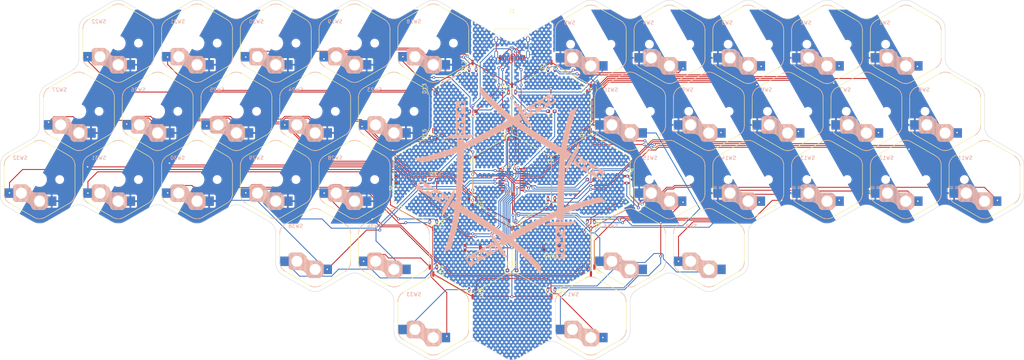
<source format=kicad_pcb>
(kicad_pcb (version 20221018) (generator pcbnew)
  (layers (0 "F.Cu" signal) (31 "B.Cu" signal) (34 "B.Paste" user) (35 "F.Paste" user) (36 "B.SilkS" user "B.Silkscreen") (37 "F.SilkS" user "F.Silkscreen") (38 "B.Mask" user) (39 "F.Mask" user) (44 "Edge.Cuts" user))
  (net 0 "")
  (net 1 "Net-(D1-A1)")
  (net 2 "Net-(D1-A2)")
  (net 3 "Net-(D2-A1)")
  (net 4 "Net-(D2-A2)")
  (net 5 "Net-(D3-A1)")
  (net 6 "+3.3V")
  (net 7 "GND")
  (net 8 "VCC")
  (net 9 "Net-(D35-A)")
  (net 10 "VBUS")
  (net 11 "CC1")
  (net 12 "PORT+")
  (net 13 "PORT-")
  (net 15 "CC2")
  (net 17 "UDP")
  (net 18 "BOOT")
  (net 19 "RST")
  (net 20 "UDM")
  (net 21 "Net-(D3-A2)")
  (net 22 "Net-(D4-A1)")
  (net 23 "Net-(D4-A2)")
  (net 24 "Net-(D5-A1)")
  (net 25 "Net-(D5-A2)")
  (net 26 "Net-(D6-A1)")
  (net 27 "Net-(D6-A2)")
  (net 28 "Net-(D8-A1)")
  (net 29 "Net-(D8-A2)")
  (net 30 "Net-(D9-A1)")
  (net 31 "Net-(D9-A2)")
  (net 32 "Net-(D10-A2)")
  (net 33 "Net-(D12-A1)")
  (net 34 "Net-(D12-A2)")
  (net 35 "Net-(D13-A1)")
  (net 36 "Net-(D13-A2)")
  (net 37 "Net-(D15-A1)")
  (net 38 "Net-(D15-A2)")
  (net 39 "Net-(D16-A1)")
  (net 40 "Net-(D16-A2)")
  (net 41 "Net-(D17-A1)")
  (net 42 "Net-(D17-A2)")
  (net 43 "Net-(D18-A2)")
  (net 44 "Net-(D19-A1)")
  (net 45 "Net-(D10-A1)")
  (net 46 "Net-(D7-A1)")
  (net 47 "Net-(D7-A2)")
  (net 48 "Net-(D19-A2)")
  (net 49 "Net-(D14-A2)")
  (net 50 "Net-(D14-A1)")
  (net 51 "Net-(D18-A1)")
  (net 52 "col10")
  (net 53 "row3")
  (net 54 "row4")
  (net 55 "col1")
  (net 56 "col2")
  (net 57 "col3")
  (net 58 "col4")
  (net 59 "col5")
  (net 60 "col6")
  (net 61 "col7")
  (net 62 "col8")
  (net 63 "col9")
  (net 64 "row1")
  (net 65 "row2")
  (footprint "Package_TO_SOT_SMD:SOT-23" (layer "F.Cu") (at 129 49.652128 90)
    (fp_text reference "D12")
    (fp_text value "BAV70_Small")
  )
  (footprint "Package_TO_SOT_SMD:SOT-23" (layer "F.Cu") (at 172 80.684708)
    (fp_text reference "D7")
    (fp_text value "BAV70_Small")
  )
  (footprint "Resistor_SMD:R_0603_1608Metric_Pad0.98x0.95mm_HandSolder" (layer "F.Cu") (at 161.25 80.684708)
    (fp_text reference "R1")
    (fp_text value "10k")
  )
  (footprint "Resistor_SMD:R_0603_1608Metric_Pad0.98x0.95mm_HandSolder" (layer "F.Cu") (at 118.25 80.684708)
    (fp_text reference "R3")
    (fp_text value "5.1k")
  )
  (footprint "Package_TO_SOT_SMD:SOT-23" (layer "F.Cu") (at 161.25 68.271676 90)
    (fp_text reference "D4")
    (fp_text value "BAV70_Small")
  )
  (footprint "Resistor_SMD:R_0603_1608Metric_Pad0.98x0.95mm_HandSolder" (layer "F.Cu") (at 129 62.06516 180)
    (fp_text reference "R4")
    (fp_text value "5.1k")
  )
  (footprint "Fuse:Fuse_0603_1608Metric_Pad1.05x0.95mm_HandSolder" (layer "F.Cu") (at 150.5 62.06516 180)
    (fp_text reference "F1")
    (fp_text value "500mA")
  )
  (footprint "Diode_SMD:D_SOD-323_HandSoldering" (layer "F.Cu") (at 139.75 105.510772)
    (fp_text reference "D35")
    (fp_text value "PMEG2010EA")
  )
  (footprint "Package_TO_SOT_SMD:SOT-23" (layer "F.Cu") (at 161.25 93.09774 -90)
    (fp_text reference "D8")
    (fp_text value "BAV70_Small")
  )
  (footprint "Capacitor_SMD:C_0603_1608Metric_Pad1.08x0.95mm_HandSolder" (layer "F.Cu") (at 129 74.478192 180)
    (fp_text reference "C2")
    (fp_text value "100nF")
  )
  (footprint "Package_TO_SOT_SMD:SOT-23" (layer "F.Cu") (at 161.25 55.858644 90)
    (fp_text reference "D1")
    (fp_text value "BAV70_Small")
  )
  (footprint "Package_TO_SOT_SMD:SOT-23" (layer "F.Cu") (at 129 111.717288 -90)
    (fp_text reference "D18")
    (fp_text value "BAV70_Small")
  )
  (footprint "Button_Switch_SMD:SW_Push_SPST_NO_Alps_SKRK" (layer "F.Cu") (at 129 99.304256)
    (fp_text reference "SW36")
    (fp_text value "RESET")
  )
  (footprint "Package_TO_SOT_SMD:SOT-23" (layer "F.Cu") (at 139.75 55.858644 90)
    (fp_text reference "D3")
    (fp_text value "BAV70_Small")
  )
  (footprint "Package_TO_SOT_SMD:SOT-23" (layer "F.Cu") (at 118.25 93.09774 -90)
    (fp_text reference "D16")
    (fp_text value "BAV70_Small")
  )
  (footprint "Package_SO:TSSOP-20_4.4x6.5mm_P0.65mm" (layer "F.Cu") (at 139.75 80.684708)
    (fp_text reference "U1")
    (fp_text value "~")
  )
  (footprint "Button_Switch_SMD:SW_Push_SPST_NO_Alps_SKRK" (layer "F.Cu") (at 150.5 99.304256 180)
    (fp_text reference "SW35")
    (fp_text value "BOOT")
  )
  (footprint "Package_TO_SOT_SMD:SOT-23" (layer "F.Cu") (at 150.5 86.891224 -90)
    (fp_text reference "D5")
    (fp_text value "BAV70_Small")
  )
  (footprint "Package_TO_SOT_SMD:SOT-23" (layer "F.Cu") (at 150.5 111.717288 -90)
    (fp_text reference "D10")
    (fp_text value "BAV70_Small")
  )
  (footprint "Package_TO_SOT_SMD:SOT-23" (layer "F.Cu") (at 118.25 55.858644 90)
    (fp_text reference "D13")
    (fp_text value "BAV70_Small")
  )
  (footprint "Package_TO_SOT_SMD:SOT-23" (layer "F.Cu") (at 150.5 49.652128 90)
    (fp_text reference "D2")
    (fp_text value "BAV70_Small")
  )
  (footprint "Package_TO_SOT_SMD:SOT-23" (layer "F.Cu") (at 139.75 93.09774 -90)
    (fp_text reference "D6")
    (fp_text value "BAV70_Small")
  )
  (footprint "Package_TO_SOT_SMD:SOT-23" (layer "F.Cu") (at 118.25 68.271676 90)
    (fp_text reference "D15")
    (fp_text value "BAV70_Small")
  )
  (footprint "Capacitor_SMD:C_0603_1608Metric_Pad1.08x0.95mm_HandSolder" (layer "F.Cu") (at 150.5 74.478192 180)
    (fp_text reference "C1")
    (fp_text value "100nF")
  )
  (footprint "Package_TO_SOT_SMD:SOT-23" (layer "F.Cu") (at 161.29 105.510772 -90)
    (fp_text reference "D9")
    (fp_text value "BAV70_Small")
  )
  (footprint "Package_TO_SOT_SMD:SOT-23" (layer "F.Cu") (at 118.25 105.510772 -90)
    (fp_text reference "D19")
    (fp_text value "BAV70_Small")
  )
  (footprint "Package_TO_SOT_SMD:SOT-23-6" (layer "F.Cu") (at 139.75 68.271676 90)
    (fp_text reference "U2")
    (fp_text value "USBLC6-2SC6")
  )
  (footprint "Package_TO_SOT_SMD:SOT-23" (layer "F.Cu") (at 107.5 80.684708 180)
    (fp_text reference "D17")
    (fp_text value "BAV70_Small")
  )
  (footprint "Package_TO_SOT_SMD:SOT-23" (layer "F.Cu") (at 129 86.891224 -90)
    (fp_text reference "D14")
    (fp_text value "BAV70_Small")
  )
  (footprint "Connector_USB:USB_C_Receptacle_HRO_TYPE-C-31-M-12" (layer "F.Cu") (at 139.75 43.445612 180)
    (fp_text reference "J1")
    (fp_text value "USB_C_Receptacle_USB2.0")
  )
  (footprint "s-ol:PG1350_hotswap" (layer "B.Cu") (at 172 99.304256 180)
    (fp_text reference "SW16")
    (fp_text value "SW_Push")
  )
  (footprint "s-ol:PG1350_hotswap" (layer "B.Cu") (at 10.75 80.684708 180)
    (fp_text reference "SW32")
    (fp_text value "SW_Push")
  )
  (footprint "s-ol:PG1350_hotswap" (layer "B.Cu") (at 118.25 117.923804 180)
    (fp_text reference "SW33")
    (fp_text value "SW_Push")
  )
  (footprint "s-ol:PG1350_hotswap" (layer "B.Cu") (at 43 62.06516 180)
    (fp_text reference "SW26")
    (fp_text value "SW_Push")
  )
  (footprint "s-ol:PG1350_hotswap" (layer "B.Cu") (at 193.5 62.06516 180)
    (fp_text reference "SW9")
    (fp_text value "SW_Push")
  )
  (footprint "s-ol:PG1350_hotswap" (layer "B.Cu") (at 107.5 62.06516 180)
    (fp_text reference "SW23")
    (fp_text value "SW_Push")
  )
  (footprint "s-ol:PG1350_hotswap" (layer "B.Cu") (at 204.25 43.752128 180)
    (fp_text reference "SW3")
    (fp_text value "SW_Push")
  )
  (footprint "s-ol:PG1350_hotswap" (layer "B.Cu") (at 215 62.06516 180)
    (fp_text reference "SW8")
    (fp_text value "SW_Push")
  )
  (footprint "s-ol:PG1350_hotswap" (layer "B.Cu") (at 236.5 62.06516 180)
    (fp_text reference "SW7")
    (fp_text value "SW_Push")
  )
  (footprint "s-ol:PG1350_hotswap" (layer "B.Cu") (at 75.25 43.445612 180)
    (fp_text reference "SW20")
    (fp_text value "SW_Push")
  )
  (footprint "s-ol:PG1350_hotswap" (layer "B.Cu") (at 193.5 99.304256 180)
    (fp_text reference "SW37")
    (fp_text value "SW_Push")
  )
  (footprint "s-ol:PG1350_hotswap" (layer "B.Cu") (at 204.25 80.684708 180)
    (fp_text reference "SW14")
    (fp_text value "SW_Push")
  )
  (footprint "s-ol:PG1350_hotswap" (layer "B.Cu") (at 107.5 99.304256 180)
    (fp_text reference "SW34")
    (fp_text value "SW_Push")
  )
  (footprint "s-ol:PG1350_hotswap" (layer "B.Cu") (at 64.5 62.06516 180)
    (fp_text reference "SW25")
    (fp_text value "SW_Push")
  )
  (footprint "s-ol:PG1350_hotswap" (layer "B.Cu") (at 86 62.06516 180)
    (fp_text reference "SW24")
    (fp_text value "SW_Push")
  )
  (footprint "s-ol:PG1350_hotswap" (layer "B.Cu") (at 247.25 80.684708 180)
    (fp_text reference "SW12")
    (fp_text value "SW_Push")
  )
  (footprint "s-ol:PG1350_hotswap" (layer "B.Cu") (at 53.75 80.684708 180)
    (fp_text reference "SW30")
    (fp_text value "SW_Push")
  )
  (footprint "s-ol:PG1350_hotswap" (layer "B.Cu") (at 182.75 43.752128 180)
    (fp_text reference "SW4")
    (fp_text value "SW_Push")
  )
  (footprint "s-ol:PG1350_hotswap" (layer "B.Cu") (at 247.25 43.752128 180)
    (fp_text reference "SW1")
    (fp_text value "SW_Push")
  )
  (footprint "s-ol:PG1350_hotswap" (layer "B.Cu") (at 75.25 80.684708 180)
    (fp_text reference "SW29")
    (fp_text value "SW_Push")
  )
  (footprint "s-ol:PG1350_hotswap" (layer "B.Cu") (at 258 62.06516 180)
    (fp_text reference "SW6")
    (fp_text value "SW_Push")
  )
  (footprint "s-ol:PG1350_hotswap" (layer "B.Cu") (at 118.25 43.445612 180)
    (fp_text reference "SW18")
    (fp_text value "SW_Push")
  )
  (footprint "s-ol:PG1350_hotswap" (layer "B.Cu") (at 86 99.304256 180)
    (fp_text reference "SW38")
    (fp_text value "SW_Push")
  )
  (footprint "s-ol:PG1350_hotswap" (layer "B.Cu") (at 182.75 80.684708 180)
    (fp_text reference "SW15")
    (fp_text value "SW_Push")
  )
  (footprint "s-ol:PG1350_hotswap" (layer "B.Cu") (at 161.25 43.752128 180)
    (fp_text reference "SW5")
    (fp_text value "SW_Push")
  )
  (footprint "s-ol:PG1350_hotswap" (layer "B.Cu") (at 96.75 80.684708 180)
    (fp_text reference "SW28")
    (fp_text value "SW_Push")
  )
  (footprint "s-ol:PG1350_hotswap" (layer "B.Cu") (at 172 62.06516 180)
    (fp_text reference "SW10")
    (fp_text value "SW_Push")
  )
  (footprint "s-ol:PG1350_hotswap" (layer "B.Cu") (at 225.75 43.752128 180)
    (fp_text reference "SW2")
    (fp_text value "SW_Push")
  )
  (footprint "s-ol:PG1350_hotswap" (layer "B.Cu") (at 161.25 117.923804 180)
    (fp_text reference "SW17")
    (fp_text value "SW_Push")
  )
  (footprint "s-ol:PG1350_hotswap" (layer "B.Cu") (at 32.25 80.684708 180)
    (fp_text reference "SW31")
    (fp_text value "SW_Push")
  )
  (footprint "s-ol:PG1350_hotswap" (layer "B.Cu") (at 53.75 43.445612 180)
    (fp_text reference "SW21")
    (fp_text value "SW_Push")
  )
  (footprint "s-ol:PG1350_hotswap" (layer "B.Cu") (at 32.25 43.445612 180)
    (fp_text reference "SW22")
    (fp_text value "SW_Push")
  )
  (footprint "s-ol:PG1350_hotswap" (layer "B.Cu") (at 96.75 43.445612 180)
    (fp_text reference "SW19")
    (fp_text value "SW_Push")
  )
  (footprint "s-ol:PG1350_hotswap" (layer "B.Cu") (at 225.75 80.684708 180)
    (fp_text reference "SW13")
    (fp_text value "SW_Push")
  )
  (footprint "s-ol:PG1350_hotswap" (layer "B.Cu") (at 268.75 80.684708 180)
    (fp_text reference "SW11")
    (fp_text value "SW_Push")
  )
  (footprint "s-ol:PG1350_hotswap" (layer "B.Cu") (at 21.5 62.06516 180)
    (fp_text reference "SW27")
    (fp_text value "SW_Push")
  )
  (gr_poly (pts (xy 163.877426 85.659123) (xy 163.943038 85.68301) (xy 165.465321 86.690225) (xy 165.39295 86.691973) (xy 165.17175 86.705731) (xy 165.003424 86.721106) (xy 164.79559 86.744272) (xy 164.547483 86.776826) (xy 164.258337 86.820366) (xy 163.927385 86.876486) (xy 163.55386 86.946785) (xy 163.136996 87.032857) (xy 162.676027 87.1363) (xy 162.170186 87.25871) (xy 161.618706 87.401683) (xy 161.020821 87.566816) (xy 160.375765 87.755705) (xy 158.40936 88.357314) (xy 157.363344 88.692855) (xy 156.286522 89.055737) (xy 155.187198 89.449097) (xy 154.073675 89.876074) (xy 152.954255 90.339805) (xy 151.837242 90.843428) (xy 150.86125 91.316915) (xy 149.754132 91.875395) (xy 147.348551 93.129599) (xy 143.186252 95.362825) (xy 141.918757 96.056505) (xy 140.753719 96.709108) (xy 138.813053 97.827694) (xy 137.063628 98.87469) (xy 136.157611 97.283045) (xy 137.417152 96.578304) (xy 140.700016 94.785871) (xy 142.867808 93.632609) (xy 145.262566 92.388432) (xy 147.791336 91.113674) (xy 150.361163 89.868672) (xy 151.486727 89.36051) (xy 152.690493 88.858455) (xy 153.934582 88.373078) (xy 155.181114 87.914948) (xy 156.392211 87.494636) (xy 157.529992 87.122711) (xy 158.556578 86.809744) (xy 159.43409 86.566304) (xy 161.099954 86.146585) (xy 161.833049 85.974131) (xy 162.481016 85.833184) (xy 163.029925 85.728671) (xy 163.465851 85.665519) (xy 163.637092 85.650994) (xy 163.774864 85.648656)) (stroke (width 0.182562)) (fill solid) (layer "B.SilkS"))
  (gr_poly (pts (xy 135.904476 100.037423) (xy 128.190123 104.491311) (xy 127.077137 102.563562) (xy 127.448522 102.563562) (xy 127.777277 103.132979) (xy 128.435417 103.13261) (xy 128.764498 102.563004) (xy 128.705608 102.461004) (xy 129.026749 102.461004) (xy 129.355508 103.030431) (xy 130.013654 103.030073) (xy 130.343046 102.460277) (xy 130.014286 101.89085) (xy 129.35614 101.891219) (xy 129.026749 102.461004) (xy 128.705608 102.461004) (xy 128.435744 101.993588) (xy 127.777908 101.993778) (xy 127.448522 102.563562) (xy 127.077137 102.563562) (xy 126.840871 102.154338) (xy 128.58854 101.145323) (xy 129.904994 101.145323) (xy 130.233749 101.714729) (xy 130.891584 101.71455) (xy 131.22097 101.144754) (xy 131.162085 101.042764) (xy 131.483221 101.042764) (xy 131.81198 101.612191) (xy 132.470126 101.611822) (xy 132.799518 101.042037) (xy 132.470758 100.472611) (xy 131.812612 100.472969) (xy 131.483221 101.042764) (xy 131.162085 101.042764) (xy 130.892216 100.575348) (xy 130.234075 100.575706) (xy 129.904994 101.145323) (xy 128.58854 101.145323) (xy 131.044715 99.727251) (xy 132.361156 99.727251) (xy 132.68991 100.296668) (xy 133.348056 100.296299) (xy 133.677442 99.726514) (xy 133.618552 99.624514) (xy 133.939693 99.624514) (xy 134.268452 100.193941) (xy 134.926598 100.193583) (xy 135.25599 99.623787) (xy 134.92723 99.05436) (xy 134.269084 99.054729) (xy 133.939693 99.624514) (xy 133.618552 99.624514) (xy 133.348688 99.157098) (xy 132.690547 99.157467) (xy 132.361156 99.727251) (xy 131.044715 99.727251) (xy 134.555224 97.700461)) (fill solid) (layer "B.SilkS"))
  (gr_poly (pts (xy 131.202084 55.170228) (xy 131.324599 55.354915) (xy 131.422077 55.493003) (xy 131.546056 55.66141) (xy 131.698303 55.86) (xy 131.880582 56.088639) (xy 132.09466 56.347192) (xy 132.342302 56.635525) (xy 132.625275 56.953504) (xy 132.945344 57.300993) (xy 133.304274 57.677859) (xy 133.703832 58.083967) (xy 134.145783 58.519182) (xy 134.631893 58.98337) (xy 136.136105 60.385524) (xy 136.949701 61.123631) (xy 137.802377 61.874745) (xy 138.6927 62.630106) (xy 139.619235 63.380956) (xy 140.095635 63.751952) (xy 140.580549 64.118535) (xy 141.0738 64.47961) (xy 141.575208 64.834083) (xy 142.473255 65.442573) (xy 143.510471 66.122125) (xy 145.799434 67.578318) (xy 149.81461 70.066369) (xy 151.049104 70.817208) (xy 152.196796 71.499856) (xy 154.135859 72.621224) (xy 155.917302 73.612769) (xy 154.991894 75.193233) (xy 153.7518 74.45481) (xy 150.558076 72.507984) (xy 148.475426 71.207253) (xy 146.200557 69.755421) (xy 143.832199 68.202821) (xy 141.46908 66.599787) (xy 140.466219 65.879101) (xy 139.429546 65.087637) (xy 138.387153 64.252913) (xy 137.367135 63.40245) (xy 136.397586 62.563765) (xy 135.506597 61.764379) (xy 134.722264 61.03181) (xy 134.072679 60.393577) (xy 133.450776 59.757783) (xy 132.876262 59.160762) (xy 132.360366 58.612111) (xy 131.914319 58.121428) (xy 131.549354 57.698314) (xy 131.400787 57.515094) (xy 131.276701 57.352366) (xy 131.178501 57.211329) (xy 131.107591 57.093183) (xy 131.065374 56.999128) (xy 131.055465 56.961509) (xy 131.053255 56.930364) (xy 131.164384 55.108427)) (stroke (width 0.182562)) (fill solid) (layer "B.SilkS"))
  (gr_poly (pts (xy 157.75758 72.89869) (xy 154.619952 78.342147) (xy 154.772563 76.476475) (xy 157.910191 71.033018)) (stroke (width 0.289281)) (fill solid) (layer "B.SilkS"))
  (gr_poly (pts (xy 127.04841 68.196183) (xy 124.349908 68.196183) (xy 124.349909 67.271243) (xy 124.703615 67.271243) (xy 125.032369 67.841397) (xy 125.689889 67.841397) (xy 126.018643 67.271243) (xy 125.689889 66.70109) (xy 125.032369 66.70109) (xy 124.703615 67.271243) (xy 124.349909 67.271243) (xy 124.349911 65.852819) (xy 125.403922 65.852819) (xy 125.732677 66.422973) (xy 126.390186 66.422973) (xy 126.71894 65.852819) (xy 126.390186 65.282666) (xy 125.732677 65.282666) (xy 125.403922 65.852819) (xy 124.349911 65.852819) (xy 124.349912 64.434753) (xy 124.703615 64.434753) (xy 125.032369 65.004907) (xy 125.689889 65.004907) (xy 126.018643 64.434753) (xy 125.689889 63.8646) (xy 125.032369 63.8646) (xy 124.703615 64.434753) (xy 124.349912 64.434753) (xy 124.349914 63.016329) (xy 125.403922 63.016329) (xy 125.732677 63.586483) (xy 126.390186 63.586483) (xy 126.71894 63.016329) (xy 126.390186 62.446534) (xy 125.732677 62.446534) (xy 125.403922 63.016329) (xy 124.349914 63.016329) (xy 124.349916 61.598263) (xy 124.703615 61.598263) (xy 125.032369 62.168417) (xy 125.689889 62.168417) (xy 126.018643 61.598263) (xy 125.689889 61.02811) (xy 125.032369 61.02811) (xy 124.703615 61.598263) (xy 124.349916 61.598263) (xy 124.349917 60.180194) (xy 125.403922 60.180194) (xy 125.732677 60.749993) (xy 126.390186 60.749993) (xy 126.71894 60.180194) (xy 126.390186 59.610041) (xy 125.732677 59.610041) (xy 125.403922 60.180194) (xy 124.349917 60.180194) (xy 124.349918 59.288415) (xy 127.048421 59.288415)) (fill solid) (layer "B.SilkS"))
  (gr_poly (pts (xy 126.608706 69.792598) (xy 126.589258 71.235762) (xy 126.500117 74.975022) (xy 126.414974 77.429016) (xy 126.295084 80.125025) (xy 126.134671 82.952383) (xy 125.927961 85.800419) (xy 125.805259 87.029266) (xy 125.638168 88.322784) (xy 125.436473 89.642886) (xy 125.20996 90.95148) (xy 124.968414 92.210477) (xy 124.72162 93.381787) (xy 124.479365 94.427321) (xy 124.251434 95.308989) (xy 123.781991 96.961532) (xy 123.564793 97.682638) (xy 123.362873 98.314267) (xy 123.178929 98.841893) (xy 123.015657 99.25099) (xy 122.942615 99.406552) (xy 122.875753 99.527034) (xy 122.815408 99.610621) (xy 122.761916 99.655498) (xy 121.128504 100.470228) (xy 121.163175 100.40668) (xy 121.26186 100.208236) (xy 121.332708 100.054773) (xy 121.416562 99.863201) (xy 121.512422 99.632057) (xy 121.619289 99.359879) (xy 121.736163 99.045205) (xy 121.862045 98.686574) (xy 121.995936 98.282523) (xy 122.136836 97.83159) (xy 122.283747 97.332314) (xy 122.435668 96.783232) (xy 122.5916 96.182882) (xy 122.750545 95.529802) (xy 123.21274 93.526043) (xy 123.445162 92.452396) (xy 123.669307 91.3384) (xy 123.878308 90.189677) (xy 124.065297 89.011849) (xy 124.223403 87.810537) (xy 124.34576 86.591364) (xy 124.423703 85.509386) (xy 124.493604 84.271352) (xy 124.610221 81.560955) (xy 124.757342 76.839687) (xy 124.807691 74.05991) (xy 124.809298 71.81995) (xy 124.777283 69.781406)) (stroke (width 0.182562)) (fill solid) (layer "B.SilkS"))
  (gr_poly (pts (xy 123.868605 85.125817) (xy 120.730966 90.569274) (xy 120.883567 88.703602) (xy 124.021206 83.260145)) (stroke (width 0.289281)) (fill solid) (layer "B.SilkS"))
  (gr_poly (pts (xy 151.800278 59.447964) (xy 144.085931 63.901853) (xy 142.975492 61.978515) (xy 143.385165 61.978515) (xy 143.713925 62.547942) (xy 144.372066 62.547584) (xy 144.701457 61.977789) (xy 144.642567 61.875788) (xy 144.963708 61.875788) (xy 145.292462 62.445215) (xy 145.950608 62.444847) (xy 146.279994 61.875051) (xy 145.95124 61.305645) (xy 145.293099 61.306003) (xy 144.963708 61.875788) (xy 144.642567 61.875788) (xy 144.372697 61.408362) (xy 143.714552 61.408731) (xy 143.385165 61.978515) (xy 142.975492 61.978515) (xy 142.73668 61.56488) (xy 144.476706 60.560276) (xy 145.841637 60.560276) (xy 146.170397 61.129703) (xy 146.828538 61.129334) (xy 147.157929 60.559549) (xy 147.099039 60.457548) (xy 147.42018 60.457548) (xy 147.748934 61.026965) (xy 148.40708 61.026596) (xy 148.736161 60.45699) (xy 148.407406 59.887574) (xy 147.749571 59.887764) (xy 147.42018 60.457548) (xy 147.099039 60.457548) (xy 146.829169 59.990122) (xy 146.171024 59.99048) (xy 145.841637 60.560276) (xy 144.476706 60.560276) (xy 146.933189 59.142025) (xy 148.298109 59.142025) (xy 148.626869 59.711452) (xy 149.28501 59.711094) (xy 149.614401 59.141299) (xy 149.555517 59.039309) (xy 149.876652 59.039309) (xy 150.205406 59.608715) (xy 150.863241 59.608536) (xy 151.192633 59.03874) (xy 150.863878 58.469334) (xy 150.205733 58.469692) (xy 149.876652 59.039309) (xy 149.555517 59.039309) (xy 149.285641 58.571872) (xy 148.627496 58.572241) (xy 148.298109 59.142025) (xy 146.933189 59.142025) (xy 150.451027 57.111002)) (fill solid) (layer "B.SilkS"))
  (gr_poly (pts (xy 155.402456 93.057595) (xy 149.119472 93.062049) (xy 150.811486 92.261373) (xy 157.09447 92.256919)) (stroke (width 0.281223)) (fill solid) (layer "B.SilkS"))
  (gr_poly (pts (xy 141.879254 60.776817) (xy 145.0246 66.21581) (xy 143.485187 65.150825) (xy 140.339841 59.711831)) (stroke (width 0.316532)) (fill solid) (layer "B.SilkS"))
  (gr_poly (pts (xy 142.483541 64.319257) (xy 141.224 65.024) (xy 137.941136 66.816437) (xy 135.773344 67.9697) (xy 133.378587 69.21388) (xy 130.849818 70.488639) (xy 128.279992 71.733641) (xy 127.154428 72.241803) (xy 125.950661 72.743858) (xy 124.706572 73.229235) (xy 123.460039 73.687364) (xy 122.248943 74.107675) (xy 121.111161 74.479598) (xy 120.084575 74.792562) (xy 119.207062 75.035999) (xy 117.541195 75.455723) (xy 116.8081 75.628179) (xy 116.160134 75.769127) (xy 115.611225 75.873639) (xy 115.175301 75.936789) (xy 115.004061 75.951314) (xy 114.86629 75.95365) (xy 114.763729 75.943181) (xy 114.69812 75.919293) (xy 113.175837 74.912088) (xy 113.248208 74.91034) (xy 113.469407 74.896582) (xy 113.637734 74.881207) (xy 113.845567 74.858041) (xy 114.093674 74.825487) (xy 114.38282 74.781947) (xy 114.713772 74.725827) (xy 115.087296 74.655529) (xy 115.50416 74.569456) (xy 115.965129 74.466013) (xy 116.470969 74.343604) (xy 117.022448 74.20063) (xy 117.620332 74.035497) (xy 118.265387 73.846608) (xy 120.23179 73.244999) (xy 121.277807 72.909458) (xy 122.354629 72.546576) (xy 123.453953 72.153216) (xy 124.567477 71.726239) (xy 125.686896 71.262508) (xy 126.803908 70.758885) (xy 127.779902 70.285395) (xy 128.887021 69.726912) (xy 131.292603 68.472706) (xy 135.454903 66.239489) (xy 136.722397 65.545805) (xy 137.887434 64.893199) (xy 139.828098 63.77461) (xy 141.577521 62.727612)) (stroke (width 0.182562)) (fill solid) (layer "B.SilkS"))
  (gr_poly (pts (xy 157.478003 61.19562) (xy 157.379319 61.394065) (xy 157.30847 61.547527) (xy 157.224616 61.7391) (xy 157.128756 61.970244) (xy 157.02189 62.242422) (xy 156.905016 62.557095) (xy 156.779134 62.915727) (xy 156.645243 63.319778) (xy 156.504343 63.77071) (xy 156.357432 64.269987) (xy 156.205511 64.819069) (xy 156.049578 65.419418) (xy 155.890634 66.072498) (xy 155.428439 68.076257) (xy 155.196017 69.149904) (xy 154.971872 70.2639) (xy 154.76287 71.412623) (xy 154.575882 72.590451) (xy 154.417776 73.791763) (xy 154.295419 75.010936) (xy 154.217476 76.092914) (xy 154.147575 77.330948) (xy 154.030957 80.041345) (xy 153.883837 84.762613) (xy 153.833487 87.54239) (xy 153.831881 89.78235) (xy 153.863896 91.820894) (xy 152.032473 91.809702) (xy 152.05192 90.366538) (xy 152.141062 86.627279) (xy 152.226205 84.173286) (xy 152.346095 81.477276) (xy 152.506508 78.649918) (xy 152.713218 75.801881) (xy 152.835919 74.573034) (xy 153.00301 73.279516) (xy 153.204705 71.959414) (xy 153.431219 70.65082) (xy 153.672765 69.391823) (xy 153.919559 68.220513) (xy 154.161814 67.174979) (xy 154.389745 66.293311) (xy 154.859188 64.640769) (xy 155.076386 63.919663) (xy 155.278305 63.288035) (xy 155.46225 62.760409) (xy 155.625522 62.351311) (xy 155.698563 62.19575) (xy 155.765425 62.075267) (xy 155.825771 61.99168) (xy 155.879263 61.946803) (xy 157.512675 61.132071)) (stroke (width 0.182562)) (fill solid) (layer "B.SilkS"))
  (gr_poly (pts (xy 165.218173 78.489147) (xy 163.868927 80.82612) (xy 161.615829 79.525295) (xy 162.932274 79.525295) (xy 163.261355 80.094911) (xy 163.919496 80.095269) (xy 164.248261 79.525853) (xy 163.918864 78.956057) (xy 163.261039 78.955878) (xy 162.932274 79.525295) (xy 161.615829 79.525295) (xy 159.159362 78.107055) (xy 160.475813 78.107055) (xy 160.805189 78.67684) (xy 161.463034 78.677029) (xy 161.732891 78.209603) (xy 162.054034 78.209603) (xy 162.38342 78.779398) (xy 163.041571 78.779756) (xy 163.370326 78.21033) (xy 163.04094 77.640545) (xy 162.382789 77.640176) (xy 162.054034 78.209603) (xy 161.732891 78.209603) (xy 161.791778 78.107602) (xy 161.462697 77.537996) (xy 160.804557 77.537628) (xy 160.475813 78.107055) (xy 159.159362 78.107055) (xy 156.702877 76.688805) (xy 158.01933 76.688805) (xy 158.348727 77.2586) (xy 159.006868 77.258958) (xy 159.276835 76.791363) (xy 159.597562 76.791363) (xy 159.926959 77.361148) (xy 160.585099 77.361517) (xy 160.913864 76.79209) (xy 160.584468 76.222294) (xy 159.926327 76.221936) (xy 159.597562 76.791363) (xy 159.276835 76.791363) (xy 159.335622 76.689542) (xy 159.006236 76.119746) (xy 158.348095 76.119388) (xy 158.01933 76.688805) (xy 156.702877 76.688805) (xy 156.154574 76.372242) (xy 156.731421 75.373113) (xy 157.14109 75.373113) (xy 157.470476 75.942908) (xy 158.128627 75.943266) (xy 158.457382 75.37384) (xy 158.127996 74.804055) (xy 157.469845 74.803686) (xy 157.14109 75.373113) (xy 156.731421 75.373113) (xy 157.503831 74.035259)) (fill solid) (layer "B.SilkS"))
  (gr_poly (pts (xy 154.291271 102.313883) (xy 151.592768 102.313883) (xy 151.592768 101.422103) (xy 151.922239 101.422103) (xy 152.250993 101.992256) (xy 152.908502 101.992256) (xy 153.237256 101.422103) (xy 152.908502 100.852307) (xy 152.250993 100.852307) (xy 151.922239 101.422103) (xy 151.592768 101.422103) (xy 151.592768 100.004037) (xy 152.622536 100.004037) (xy 152.95129 100.57419) (xy 153.608809 100.57419) (xy 153.937564 100.004037) (xy 153.608809 99.433883) (xy 152.95129 99.433883) (xy 152.622536 100.004037) (xy 151.592768 100.004037) (xy 151.592768 98.585971) (xy 151.922239 98.585971) (xy 152.250993 99.155766) (xy 152.908502 99.155766) (xy 153.237256 98.585971) (xy 152.908502 98.015817) (xy 152.250993 98.015817) (xy 151.922239 98.585971) (xy 151.592768 98.585971) (xy 151.592768 97.167547) (xy 152.622536 97.167547) (xy 152.95129 97.7377) (xy 153.608809 97.7377) (xy 153.937564 97.167547) (xy 153.608809 96.597393) (xy 152.95129 96.597393) (xy 152.622536 97.167547) (xy 151.592768 97.167547) (xy 151.592768 95.749481) (xy 151.922239 95.749481) (xy 152.250993 96.319634) (xy 152.908502 96.319634) (xy 153.237256 95.749481) (xy 152.908502 95.179327) (xy 152.250993 95.179327) (xy 151.922239 95.749481) (xy 151.592768 95.749481) (xy 151.592768 94.331057) (xy 152.622536 94.331057) (xy 152.95129 94.90121) (xy 153.608809 94.90121) (xy 153.937564 94.331057) (xy 153.608809 93.760903) (xy 152.95129 93.760903) (xy 152.622536 94.331057) (xy 151.592768 94.331057) (xy 151.592768 93.406117) (xy 154.291271 93.406117)) (fill solid) (layer "B.SilkS"))
  (gr_poly (pts (xy 135.155953 96.451499) (xy 138.301298 101.890492) (xy 136.761885 100.825486) (xy 133.61654 95.386493)) (stroke (width 0.316532)) (fill solid) (layer "B.SilkS"))
  (gr_poly (pts (xy 127.829693 69.340933) (xy 121.546709 69.345386) (xy 123.238734 68.54471) (xy 129.521718 68.540256)) (stroke (width 0.281223)) (fill solid) (layer "B.SilkS"))
  (gr_poly (pts (xy 122.486573 85.23006) (xy 121.137327 87.567033) (xy 118.818834 86.228453) (xy 120.183765 86.228453) (xy 120.513162 86.798248) (xy 121.171303 86.798606) (xy 121.500068 86.229179) (xy 121.170671 85.659394) (xy 120.51253 85.659026) (xy 120.183765 86.228453) (xy 118.818834 86.228453) (xy 116.362367 84.810213) (xy 117.727304 84.810213) (xy 118.05669 85.379998) (xy 118.714831 85.380366) (xy 118.984799 84.912761) (xy 119.305536 84.912761) (xy 119.634922 85.482546) (xy 120.293073 85.482904) (xy 120.621817 84.913498) (xy 120.292431 84.343703) (xy 119.63429 84.343334) (xy 119.305536 84.912761) (xy 118.984799 84.912761) (xy 119.043585 84.810939) (xy 118.714209 84.241144) (xy 118.056058 84.240786) (xy 117.727304 84.810213) (xy 116.362367 84.810213) (xy 113.905882 83.391963) (xy 115.270821 83.391963) (xy 115.600218 83.961758) (xy 116.258359 83.962116) (xy 116.528232 83.49469) (xy 116.849369 83.49469) (xy 117.17845 84.064306) (xy 117.83659 84.064664) (xy 118.165355 83.495248) (xy 117.835959 82.925452) (xy 117.178123 82.925273) (xy 116.849369 83.49469) (xy 116.528232 83.49469) (xy 116.587123 83.392689) (xy 116.257727 82.822904) (xy 115.599586 82.822536) (xy 115.270821 83.391963) (xy 113.905882 83.391963) (xy 113.422974 83.113156) (xy 114.021516 82.07645) (xy 114.392897 82.07645) (xy 114.722283 82.646235) (xy 115.380129 82.646424) (xy 115.708873 82.076998) (xy 115.379792 81.507392) (xy 114.721651 81.507023) (xy 114.392897 82.07645) (xy 114.021516 82.07645) (xy 114.772231 80.776172)) (fill solid) (layer "B.SilkS"))
  (gr_poly (pts (xy 124.889357 87.147484) (xy 128.08308 89.094313) (xy 130.165729 90.395046) (xy 132.440596 91.84688) (xy 134.808952 93.399481) (xy 137.172067 95.002516) (xy 138.174929 95.723202) (xy 139.211603 96.514666) (xy 140.253997 97.349389) (xy 141.274016 98.199851) (xy 142.243566 99.038535) (xy 143.134554 99.837919) (xy 143.918886 100.570486) (xy 144.568468 101.208715) (xy 145.190374 101.844512) (xy 145.764892 102.441536) (xy 146.280789 102.990189) (xy 146.726836 103.480872) (xy 147.0918 103.903985) (xy 147.240367 104.087204) (xy 147.364452 104.249932) (xy 147.462651 104.390968) (xy 147.53356 104.509112) (xy 147.575775 104.603166) (xy 147.585683 104.640784) (xy 147.587892 104.671929) (xy 147.476773 106.493876) (xy 147.439074 106.432074) (xy 147.316557 106.247388) (xy 147.219078 106.109299) (xy 147.095098 105.940892) (xy 146.942851 105.742302) (xy 146.76057 105.513664) (xy 146.546492 105.25511) (xy 146.298848 104.966777) (xy 146.015875 104.648799) (xy 145.695805 104.301309) (xy 145.336874 103.924443) (xy 144.937316 103.518336) (xy 144.495364 103.08312) (xy 144.009254 102.618932) (xy 142.505046 101.216779) (xy 141.691452 100.478672) (xy 140.838775 99.727558) (xy 139.948453 98.972196) (xy 139.021918 98.221346) (xy 138.545519 97.850351) (xy 138.060605 97.483768) (xy 137.567356 97.122692) (xy 137.06595 96.768219) (xy 136.1679 96.159726) (xy 135.13068 95.480172) (xy 132.841715 94.023977) (xy 128.826538 91.535934) (xy 127.592044 90.785091) (xy 126.444354 90.10244) (xy 124.505299 88.981069) (xy 122.723866 87.989523) (xy 123.649263 86.40906)) (stroke (width 0.182562)) (fill solid) (layer "B.SilkS"))
  (gr_line (start 150.5 74.478192) (end 150.5 86.891224) (stroke (width 0.15)) (layer "F.SilkS"))
  (gr_line (start 172 74.478192) (end 172 86.891224) (stroke (width 0.15)) (layer "F.SilkS"))
  (gr_line (start 118.25 93.09774) (end 107.5 86.891224) (stroke (width 0.15)) (layer "F.SilkS"))
  (gr_line (start 118.25 68.271676) (end 118.25 55.858644) (stroke (width 0.15)) (layer "F.SilkS"))
  (gr_line (start 107.5 74.478192) (end 118.25 68.271676) (stroke (width 0.15)) (layer "F.SilkS"))
  (gr_line (start 129 86.891224) (end 139.75 93.09774) (stroke (width 0.15)) (layer "F.SilkS"))
  (gr_line (start 118.25 55.858644) (end 129 49.652128) (stroke (width 0.15)) (layer "F.SilkS"))
  (gr_line (start 129 74.478192) (end 129 86.891224) (stroke (width 0.15)) (layer "F.SilkS"))
  (gr_line (start 172 86.891224) (end 161.25 93.09774) (stroke (width 0.15)) (layer "F.SilkS"))
  (gr_line (start 129 111.717288) (end 118.25 105.510772) (stroke (width 0.15)) (layer "F.SilkS"))
  (gr_line (start 150.5 86.891224) (end 161.25 93.09774) (stroke (width 0.15)) (layer "F.SilkS"))
  (gr_line (start 161.25 55.858644) (end 161.25 68.271676) (stroke (width 0.15)) (layer "F.SilkS"))
  (gr_line (start 150.5 111.717288) (end 139.75 105.510772) (stroke (width 0.15)) (layer "F.SilkS"))
  (gr_line (start 129 74.478192) (end 118.25 68.271676) (stroke (width 0.15)) (layer "F.SilkS"))
  (gr_line (start 161.25 105.510772) (end 150.5 111.717288) (stroke (width 0.15)) (layer "F.SilkS"))
  (gr_line (start 139.75 55.858644) (end 139.75 68.271676) (stroke (width 0.15)) (layer "F.SilkS"))
  (gr_line (start 150.5 49.652128) (end 161.25 55.858644) (stroke (width 0.15)) (layer "F.SilkS"))
  (gr_line (start 161.25 68.271676) (end 150.5 74.478192) (stroke (width 0.15)) (layer "F.SilkS"))
  (gr_line (start 139.75 93.09774) (end 139.75 105.510772) (stroke (width 0.15)) (layer "F.SilkS"))
  (gr_line (start 118.25 105.510772) (end 118.25 93.09774) (stroke (width 0.15)) (layer "F.SilkS"))
  (gr_line (start 139.75 55.858644) (end 150.5 49.652128) (stroke (width 0.15)) (layer "F.SilkS"))
  (gr_line (start 139.75 105.510772) (end 129 111.717288) (stroke (width 0.15)) (layer "F.SilkS"))
  (gr_line (start 129 86.891224) (end 118.25 93.09774) (stroke (width 0.15)) (layer "F.SilkS"))
  (gr_line (start 161.25 68.271676) (end 172 74.478192) (stroke (width 0.15)) (layer "F.SilkS"))
  (gr_line (start 129 49.652128) (end 139.75 55.858644) (stroke (width 0.15)) (layer "F.SilkS"))
  (gr_line (start 150.5 74.478192) (end 139.75 68.271676) (stroke (width 0.15)) (layer "F.SilkS"))
  (gr_line (start 161.25 93.09774) (end 161.25 105.510772) (stroke (width 0.15)) (layer "F.SilkS"))
  (gr_line (start 107.5 86.891224) (end 107.5 74.478192) (stroke (width 0.15)) (layer "F.SilkS"))
  (gr_line (start 139.75 68.271676) (end 129 74.478192) (stroke (width 0.15)) (layer "F.SilkS"))
  (gr_line (start 139.75 93.09774) (end 150.5 86.891224) (stroke (width 0.15)) (layer "F.SilkS"))
  (gr_line (start 11.241174 56.255416) (end 11.366437 56.053804) (stroke (width 0.099999)) (layer "Edge.Cuts"))
  (gr_line (start 258.616446 49.683366) (end 258.754619 49.876636) (stroke (width 0.099999)) (layer "Edge.Cuts"))
  (gr_line (start 204.249979 31.712873) (end 204.487212 31.720548) (stroke (width 0.099999)) (layer "Edge.Cuts"))
  (gr_line (start 215.708593 36.715995) (end 215.9412 36.662273) (stroke (width 0.099999)) (layer "Edge.Cuts"))
  (gr_line (start 236.737212 36.777392) (end 236.973674 36.754368) (stroke (width 0.099999)) (layer "Edge.Cuts"))
  (gr_line (start 270.36746 92.267702) (end 270.146423 92.367472) (stroke (width 0.099999)) (layer "Edge.Cuts"))
  (gr_line (start 225.987272 92.636084) (end 225.750038 92.643759) (stroke (width 0.099999)) (layer "Edge.Cuts"))
  (gr_line (start 21.171677 49.16515) (end 21.219088 49.056168) (stroke (width 0.099999)) (layer "Edge.Cuts"))
  (gr_line (start 21.262984 48.945602) (end 21.303316 48.833535) (stroke (width 0.099999)) (layer "Edge.Cuts"))
  (gr_line (start 268.652441 57.248) (end 268.678035 57.365238) (stroke (width 0.099999)) (layer "Edge.Cuts"))
  (gr_line (start 204.123149 104.463818) (end 204.053373 104.692121) (stroke (width 0.099999)) (layer "Edge.Cuts"))
  (gr_line (start 1.833088 73.533012) (end 8.91691 69.443168) (stroke (width 0.099999)) (layer "Edge.Cuts"))
  (gr_line (start 268.699823 57.483559) (end 268.717758 57.60288) (stroke (width 0.099999)) (layer "Edge.Cuts"))
  (gr_line (start 43.473691 36.754368) (end 43.708611 36.715995) (stroke (width 0.099999)) (layer "Edge.Cuts"))
  (gr_line (start 204.933963 93.195164) (end 204.866467 93.292884) (stroke (width 0.099999)) (layer "Edge.Cuts"))
  (gr_line (start 107.991171 123.959943) (end 107.9335 123.856217) (stroke (width 0.099999)) (layer "Edge.Cuts"))
  (gr_line (start 203.776285 31.743572) (end 204.012746 31.720548) (stroke (width 0.099999)) (layer "Edge.Cuts"))
  (gr_line (start 279.06649 74.97863) (end 279.12079 75.084191) (stroke (width 0.099999)) (layer "Edge.Cuts"))
  (gr_line (start 173.625622 110.90127) (end 173.52581 110.970537) (stroke (width 0.099999)) (layer "Edge.Cuts"))
  (gr_line (start 267.13257 92.267702) (end 266.916931 92.152584) (stroke (width 0.099999)) (layer "Edge.Cuts"))
  (gr_line (start 139.276282 129.852166) (end 139.041362 129.813793) (stroke (width 0.099999)) (layer "Edge.Cuts"))
  (gr_line (start 21.78091 38.061393) (end 21.879201 37.845099) (stroke (width 0.099999)) (layer "Edge.Cuts"))
  (gr_line (start 138.132527 129.506808) (end 137.916885 129.391689) (stroke (width 0.099999)) (layer "Edge.Cuts"))
  (gr_line (start 237.208593 36.715995) (end 237.4412 36.662273) (stroke (width 0.099999)) (layer "Edge.Cuts"))
  (gr_line (start 279.219083 75.300485) (end 279.262979 75.411051) (stroke (width 0.099999)) (layer "Edge.Cuts"))
  (gr_line (start 205.004637 93.099614) (end 204.933963 93.195164) (stroke (width 0.099999)) (layer "Edge.Cuts"))
  (gr_line (start 41.166904 88.062755) (end 34.08308 92.152591) (stroke (width 0.099999)) (layer "Edge.Cuts"))
  (gr_line (start 64.499995 36.785066) (end 64.737228 36.777392) (stroke (width 0.099999)) (layer "Edge.Cuts"))
  (gr_line (start 237.896388 36.508781) (end 238.117427 36.409011) (stroke (width 0.099999)) (layer "Edge.Cuts"))
  (gr_line (start 214.291366 36.715995) (end 214.526285 36.754368) (stroke (width 0.099999)) (layer "Edge.Cuts"))
  (gr_line (start 195.117501 110.887202) (end 194.896459 110.986972) (stroke (width 0.099999)) (layer "Edge.Cuts"))
  (gr_line (start 238.117488 87.947629) (end 237.896449 87.847859) (stroke (width 0.099999)) (layer "Edge.Cuts"))
  (gr_line (start 278.745395 87.115716) (end 278.594702 87.299975) (stroke (width 0.099999)) (layer "Edge.Cuts"))
  (gr_line (start 161.958598 129.813794) (end 161.723676 129.852167) (stroke (width 0.099999)) (layer "Edge.Cuts"))
  (gr_line (start 257.447859 37.533995) (end 257.508854 37.635803) (stroke (width 0.099999)) (layer "Edge.Cuts"))
  (gr_line (start 204.268238 94.962201) (end 204.258155 95.083273) (stroke (width 0.099999)) (layer "Edge.Cuts"))
  (gr_line (start 138.13254 42.615508) (end 138.353577 42.715278) (stroke (width 0.099999)) (layer "Edge.Cuts"))
  (gr_line (start 192.791366 36.715995) (end 193.026285 36.754368) (stroke (width 0.099999)) (layer "Edge.Cuts"))
  (gr_line (start 268.678035 57.365238) (end 268.699823 57.483559) (stroke (width 0.099999)) (layer "Edge.Cuts"))
  (gr_line (start 257.997991 39.346406) (end 258.000031 39.468895) (stroke (width 0.099999)) (layer "Edge.Cuts"))
  (gr_line (start 87.833076 36.293892) (end 94.916908 32.204048) (stroke (width 0.099999)) (layer "Edge.Cuts"))
  (gr_line (start 277.666931 73.532989) (end 277.771986 73.595999) (stroke (width 0.099999)) (layer "Edge.Cuts"))
  (gr_line (start 11.45861 92.574695) (end 11.22369 92.613068) (stroke (width 0.099999)) (layer "Edge.Cuts"))
  (gr_line (start 44.3964 87.847866) (end 44.170735 87.763446) (stroke (width 0.099999)) (layer "Edge.Cuts"))
  (gr_line (start 44.170735 87.763446) (end 43.941213 87.694374) (stroke (width 0.099999)) (layer "Edge.Cuts"))
  (gr_line (start 53.749996 31.712873) (end 53.987229 31.720548) (stroke (width 0.099999)) (layer "Edge.Cuts"))
  (gr_line (start 269.655313 68.680387) (end 269.818141 68.854968) (stroke (width 0.099999)) (layer "Edge.Cuts"))
  (gr_line (start 105.666908 36.293892) (end 105.88255 36.409011) (stroke (width 0.099999)) (layer "Edge.Cuts"))
  (gr_line (start 172.097552 113.106581) (end 172.071957 113.22382) (stroke (width 0.099999)) (layer "Edge.Cuts"))
  (gr_line (start 87.170729 111.071399) (end 86.941207 111.14047) (stroke (width 0.099999)) (layer "Edge.Cuts"))
  (gr_line (start 150.499979 124.810677) (end 150.262745 124.818351) (stroke (width 0.099999)) (layer "Edge.Cuts"))
  (gr_line (start 141.367427 42.615508) (end 141.583069 42.500389) (stroke (width 0.099999)) (layer "Edge.Cuts"))
  (gr_line (start 52.57925 92.451901) (end 52.353584 92.36748) (stroke (width 0.099999)) (layer "Edge.Cuts"))
  (gr_line (start 268.62309 57.13193) (end 268.652441 57.248) (stroke (width 0.099999)) (layer "Edge.Cuts"))
  (gr_line (start 215.708654 87.640644) (end 215.473734 87.602271) (stroke (width 0.099999)) (layer "Edge.Cuts"))
  (gr_line (start 149.103567 125.086963) (end 148.882527 125.186734) (stroke (width 0.099999)) (layer "Edge.Cuts"))
  (gr_line (start 107.5182 122.492236) (end 107.508117 122.371164) (stroke (width 0.099999)) (layer "Edge.Cuts"))
  (gr_line (start 127.166901 125.301853) (end 120.083092 129.39169) (stroke (width 0.099999)) (layer "Edge.Cuts"))
  (gr_line (start 194.896388 36.508781) (end 195.117427 36.409011) (stroke (width 0.099999)) (layer "Edge.Cuts"))
  (gr_line (start 107.373082 112.990518) (end 107.303303 112.762214) (stroke (width 0.099999)) (layer "Edge.Cuts"))
  (gr_line (start 66.117435 87.947636) (end 65.896396 87.847866) (stroke (width 0.099999)) (layer "Edge.Cuts"))
  (gr_line (start 205.235252 92.826812) (end 205.15533 92.915354) (stroke (width 0.099999)) (layer "Edge.Cuts"))
  (gr_line (start 267.579273 92.451892) (end 267.353608 92.367472) (stroke (width 0.099999)) (layer "Edge.Cuts"))
  (gr_line (start 20.745393 49.876636) (end 20.816068 49.781085) (stroke (width 0.099999)) (layer "Edge.Cuts"))
  (gr_line (start 257.316092 37.33647) (end 257.383589 37.43419) (stroke (width 0.099999)) (layer "Edge.Cuts"))
  (gr_line (start 32.012764 31.720548) (end 32.249997 31.712873) (stroke (width 0.099999)) (layer "Edge.Cuts"))
  (gr_line (start 170.571356 125.031122) (end 170.374433 125.172662) (stroke (width 0.099999)) (layer "Edge.Cuts"))
  (gr_line (start 23.333086 36.293899) (end 30.41691 32.204048) (stroke (width 0.099999)) (layer "Edge.Cuts"))
  (gr_line (start 278.883557 74.673291) (end 278.947826 74.773096) (stroke (width 0.099999)) (layer "Edge.Cuts"))
  (gr_line (start 55.583084 32.204048) (end 62.666908 36.293892) (stroke (width 0.099999)) (layer "Edge.Cuts"))
  (gr_line (start 161.249979 129.882865) (end 161.012745 129.87519) (stroke (width 0.099999)) (layer "Edge.Cuts"))
  (gr_line (start 19.874427 50.694478) (end 19.974237 50.62521) (stroke (width 0.099999)) (layer "Edge.Cuts"))
  (gr_line (start 138.808755 129.760071) (end 138.579233 129.690999) (stroke (width 0.099999)) (layer "Edge.Cuts"))
  (gr_line (start 108.568127 124.713666) (end 108.48522 124.627627) (stroke (width 0.099999)) (layer "Edge.Cuts"))
  (gr_line (start 257.566525 37.739529) (end 257.620825 37.845091) (stroke (width 0.099999)) (layer "Edge.Cuts"))
  (gr_line (start 204.053373 104.692121) (end 203.969147 104.914754) (stroke (width 0.099999)) (layer "Edge.Cuts"))
  (gr_line (start 86.708601 36.715995) (end 86.941207 36.662273) (stroke (width 0.099999)) (layer "Edge.Cuts"))
  (gr_line (start 246.308761 31.835667) (end 246.541366 31.781945) (stroke (width 0.099999)) (layer "Edge.Cuts"))
  (gr_line (start 10.623094 67.224728) (end 10.652444 67.108658) (stroke (width 0.099999)) (layer "Edge.Cuts"))
  (gr_line (start 54.920735 92.451901) (end 54.691213 92.520973) (stroke (width 0.099999)) (layer "Edge.Cuts"))
  (gr_line (start 55.367439 92.267711) (end 55.1464 92.36748) (stroke (width 0.099999)) (layer "Edge.Cuts"))
  (gr_line (start 279.467758 76.222372) (end 279.481792 76.34261) (stroke (width 0.099999)) (layer "Edge.Cuts"))
  (gr_line (start 96.987219 106.198754) (end 96.749986 106.19108) (stroke (width 0.099999)) (layer "Edge.Cuts"))
  (gr_line (start 202.416977 106.682247) (end 195.333145 110.772083) (stroke (width 0.099999)) (layer "Edge.Cuts"))
  (gr_line (start 257.803346 38.284019) (end 257.840066 38.397504) (stroke (width 0.099999)) (layer "Edge.Cuts"))
  (gr_line (start 76.775751 106.483795) (end 76.678639 106.411523) (stroke (width 0.099999)) (layer "Edge.Cuts"))
  (gr_line (start 170.166901 36.293892) (end 170.38254 36.409011) (stroke (width 0.099999)) (layer "Edge.Cuts"))
  (gr_line (start 44.396404 36.508781) (end 44.617443 36.409011) (stroke (width 0.099999)) (layer "Edge.Cuts"))
  (gr_line (start 204.376936 94.371013) (end 204.347586 94.487083) (stroke (width 0.099999)) (layer "Edge.Cuts"))
  (gr_line (start 107.737233 36.777392) (end 107.973696 36.754368) (stroke (width 0.099999)) (layer "Edge.Cuts"))
  (gr_line (start 258.237249 87.57925) (end 258.000015 87.571576) (stroke (width 0.099999)) (layer "Edge.Cuts"))
  (gr_line (start 10.041381 92.574695) (end 9.808775 92.520973) (stroke (width 0.099999)) (layer "Edge.Cuts"))
  (gr_line (start 116.853589 129.606578) (end 116.63255 129.506808) (stroke (width 0.099999)) (layer "Edge.Cuts"))
  (gr_line (start 205.678685 92.423315) (end 205.584315 92.498508) (stroke (width 0.099999)) (layer "Edge.Cuts"))
  (gr_line (start 30.41691 32.204048) (end 30.632551 32.088929) (stroke (width 0.099999)) (layer "Edge.Cuts"))
  (gr_line (start 268.821965 66.991421) (end 268.87691 67.224728) (stroke (width 0.099999)) (layer "Edge.Cuts"))
  (gr_line (start 279.17167 75.191504) (end 279.219083 75.300485) (stroke (width 0.099999)) (layer "Edge.Cuts"))
  (gr_line (start 32.01276 92.636092) (end 31.776299 92.613068) (stroke (width 0.099999)) (layer "Edge.Cuts"))
  (gr_line (start 194.441267 111.140464) (end 194.208659 111.194186) (stroke (width 0.099999)) (layer "Edge.Cuts"))
  (gr_line (start 256.829273 87.76344) (end 256.603608 87.84786) (stroke (width 0.099999)) (layer "Edge.Cuts"))
  (gr_line (start 237.208654 87.640644) (end 236.973734 87.602271) (stroke (width 0.099999)) (layer "Edge.Cuts"))
  (gr_line (start 108.653972 124.797119) (end 108.568127 124.713666) (stroke (width 0.099999)) (layer "Edge.Cuts"))
  (gr_line (start 204.446714 94.142709) (end 204.409995 94.256194) (stroke (width 0.099999)) (layer "Edge.Cuts"))
  (gr_line (start 130.17073 125.002543) (end 129.941206 124.933471) (stroke (width 0.099999)) (layer "Edge.Cuts"))
  (gr_line (start 63.329254 36.593201) (end 63.558775 36.662273) (stroke (width 0.099999)) (layer "Edge.Cuts"))
  (gr_line (start 139.987213 129.87519) (end 139.749979 129.882865) (stroke (width 0.099999)) (layer "Edge.Cuts"))
  (gr_line (start 278.257296 73.956943) (end 278.346028 74.037726) (stroke (width 0.099999)) (layer "Edge.Cuts"))
  (gr_line (start 258.19668 48.833541) (end 258.280912 49.056173) (stroke (width 0.099999)) (layer "Edge.Cuts"))
  (gr_line (start 30.853586 92.36748) (end 30.632547 92.267711) (stroke (width 0.099999)) (layer "Edge.Cuts"))
  (gr_line (start 84.603584 36.508781) (end 84.829249 36.593201) (stroke (width 0.099999)) (layer "Edge.Cuts"))
  (gr_line (start 181.808761 31.835667) (end 182.041366 31.781945) (stroke (width 0.099999)) (layer "Edge.Cuts"))
  (gr_line (start 20.558774 87.694374) (end 20.329252 87.763446) (stroke (width 0.099999)) (layer "Edge.Cuts"))
  (gr_line (start 256.166931 88.062748) (end 249.08313 92.152584) (stroke (width 0.099999)) (layer "Edge.Cuts"))
  (gr_line (start 75.252032 103.629747) (end 75.249992 103.507259) (stroke (width 0.099999)) (layer "Edge.Cuts"))
  (gr_line (start 9.844701 68.680392) (end 9.921588 68.58943) (stroke (width 0.099999)) (layer "Edge.Cuts"))
  (gr_line (start 1.428649 87.792026) (end 1.334281 87.716834) (stroke (width 0.099999)) (layer "Edge.Cuts"))
  (gr_line (start 51.916908 32.204048) (end 52.132549 32.088929) (stroke (width 0.099999)) (layer "Edge.Cuts"))
  (gr_line (start 268.590031 57.017111) (end 268.62309 57.13193) (stroke (width 0.099999)) (layer "Edge.Cuts"))
  (gr_line (start 214.999979 36.785066) (end 215.237212 36.777392) (stroke (width 0.099999)) (layer "Edge.Cuts"))
  (gr_line (start 42.526297 87.602279) (end 42.291378 87.640652) (stroke (width 0.099999)) (layer "Edge.Cuts"))
  (gr_line (start 86.941207 36.662273) (end 87.170729 36.593201) (stroke (width 0.099999)) (layer "Edge.Cuts"))
  (gr_line (start 86.473681 111.232564) (end 86.237219 111.255588) (stroke (width 0.099999)) (layer "Edge.Cuts"))
  (gr_line (start 1.334281 87.716834) (end 1.242706 87.638805) (stroke (width 0.099999)) (layer "Edge.Cuts"))
  (gr_line (start 107.428026 113.223826) (end 107.373082 112.990518) (stroke (width 0.099999)) (layer "Edge.Cuts"))
  (gr_line (start 268.782242 66.753778) (end 268.821965 66.991421) (stroke (width 0.099999)) (layer "Edge.Cuts"))
  (gr_line (start 204.802197 93.392689) (end 204.741203 93.494496) (stroke (width 0.099999)) (layer "Edge.Cuts"))
  (gr_line (start 75.80216 105.44215) (end 75.741166 105.340343) (stroke (width 0.099999)) (layer "Edge.Cuts"))
  (gr_line (start 181.132588 106.567128) (end 180.916946 106.682247) (stroke (width 0.099999)) (layer "Edge.Cuts"))
  (gr_line (start 214.762805 87.579248) (end 214.526343 87.602271) (stroke (width 0.099999)) (layer "Edge.Cuts"))
  (gr_line (start 170.931878 124.713665) (end 170.757299 124.8779) (stroke (width 0.099999)) (layer "Edge.Cuts"))
  (gr_line (start 268.258816 56.255412) (end 268.316487 56.359138) (stroke (width 0.099999)) (layer "Edge.Cuts"))
  (gr_line (start 161.958593 31.781945) (end 162.1912 31.835667) (stroke (width 0.099999)) (layer "Edge.Cuts"))
  (gr_line (start 73.853584 31.989159) (end 74.079249 31.904738) (stroke (width 0.099999)) (layer "Edge.Cuts"))
  (gr_line (start 258.000015 87.571576) (end 257.762782 87.57925) (stroke (width 0.099999)) (layer "Edge.Cuts"))
  (gr_line (start 20.816068 49.781085) (end 20.883564 49.683365) (stroke (width 0.099999)) (layer "Edge.Cuts"))
  (gr_line (start 95.353584 31.989159) (end 95.579249 31.904738) (stroke (width 0.099999)) (layer "Edge.Cuts"))
  (gr_line (start 1.625572 87.933566) (end 1.525762 87.864298) (stroke (width 0.099999)) (layer "Edge.Cuts"))
  (gr_line (start 63.103588 87.847866) (end 62.882549 87.947636) (stroke (width 0.099999)) (layer "Edge.Cuts"))
  (gr_line (start 193.737212 36.777392) (end 193.973674 36.754368) (stroke (width 0.099999)) (layer "Edge.Cuts"))
  (gr_line (start 21.219088 49.056168) (end 21.262984 48.945602) (stroke (width 0.099999)) (layer "Edge.Cuts"))
  (gr_line (start 0.616438 86.92246) (end 0.552169 86.822655) (stroke (width 0.099999)) (layer "Edge.Cuts"))
  (gr_line (start 172.985251 111.446301) (end 172.905327 111.534843) (stroke (width 0.099999)) (layer "Edge.Cuts"))
  (gr_line (start 96.041372 106.260151) (end 95.808766 106.313874) (stroke (width 0.099999)) (layer "Edge.Cuts"))
  (gr_line (start 268.316487 56.359138) (end 268.370788 56.464699) (stroke (width 0.099999)) (layer "Edge.Cuts"))
  (gr_line (start 9.32135 69.172434) (end 9.415718 69.097241) (stroke (width 0.099999)) (layer "Edge.Cuts"))
  (gr_line (start 141.36744 129.506809) (end 141.146398 129.606579) (stroke (width 0.099999)) (layer "Edge.Cuts"))
  (gr_line (start 63.791381 36.715995) (end 64.0263 36.754368) (stroke (width 0.099999)) (layer "Edge.Cuts"))
  (gr_line (start 224.353628 92.367473) (end 224.132588 92.267703) (stroke (width 0.099999)) (layer "Edge.Cuts"))
  (gr_line (start 151.896398 125.086963) (end 151.67073 125.002543) (stroke (width 0.099999)) (layer "Edge.Cuts"))
  (gr_line (start 238.333069 36.293892) (end 245.416901 32.204048) (stroke (width 0.099999)) (layer "Edge.Cuts"))
  (gr_line (start 148.666901 38.410545) (end 159.416901 32.204048) (stroke (width 0.099999)) (layer "Edge.Cuts"))
  (gr_line (start 248.646388 31.989159) (end 248.867427 32.088929) (stroke (width 0.099999)) (layer "Edge.Cuts"))
  (gr_line (start 33.867439 92.267711) (end 33.6464 92.36748) (stroke (width 0.099999)) (layer "Edge.Cuts"))
  (gr_line (start 248.1912 31.835667) (end 248.420721 31.904738) (stroke (width 0.099999)) (layer "Edge.Cuts"))
  (gr_line (start 94.916901 106.682255) (end 87.833076 110.772091) (stroke (width 0.099999)) (layer "Edge.Cuts"))
  (gr_line (start 87.617435 36.409011) (end 87.833076 36.293892) (stroke (width 0.099999)) (layer "Edge.Cuts"))
  (gr_line (start 171.245396 124.354824) (end 171.094705 124.539083) (stroke (width 0.099999)) (layer "Edge.Cuts"))
  (gr_line (start 139.512745 129.87519) (end 139.276282 129.852166) (stroke (width 0.099999)) (layer "Edge.Cuts"))
  (gr_line (start 65.441215 36.662273) (end 65.670737 36.593201) (stroke (width 0.099999)) (layer "Edge.Cuts"))
  (gr_line (start 204.347586 94.487083) (end 204.321993 94.60432) (stroke (width 0.099999)) (layer "Edge.Cuts"))
  (gr_line (start 10.590036 67.339548) (end 10.623094 67.224728) (stroke (width 0.099999)) (layer "Edge.Cuts"))
  (gr_line (start 247.958654 92.574687) (end 247.723734 92.61306) (stroke (width 0.099999)) (layer "Edge.Cuts"))
  (gr_line (start 97.691207 106.313874) (end 97.458601 106.260151) (stroke (width 0.099999)) (layer "Edge.Cuts"))
  (gr_line (start 191.88254 36.409011) (end 192.103577 36.508781) (stroke (width 0.099999)) (layer "Edge.Cuts"))
  (gr_line (start 74.633548 93.292894) (end 74.495377 93.099624) (stroke (width 0.099999)) (layer "Edge.Cuts"))
  (gr_line (start 152.11744 125.186734) (end 151.896398 125.086963) (stroke (width 0.099999)) (layer "Edge.Cuts"))
  (gr_line (start 148.666885 125.301853) (end 141.583084 129.39169) (stroke (width 0.099999)) (layer "Edge.Cuts"))
  (gr_line (start 30.85359 31.989159) (end 31.079256 31.904738) (stroke (width 0.099999)) (layer "Edge.Cuts"))
  (gr_line (start 224.13254 32.088929) (end 224.353577 31.989159) (stroke (width 0.099999)) (layer "Edge.Cuts"))
  (gr_line (start 32.723688 92.613068) (end 32.487226 92.636092) (stroke (width 0.099999)) (layer "Edge.Cuts"))
  (gr_line (start 118.958616 31.781945) (end 119.191222 31.835667) (stroke (width 0.099999)) (layer "Edge.Cuts"))
  (gr_line (start 138.579233 129.690999) (end 138.353567 129.606578) (stroke (width 0.099999)) (layer "Edge.Cuts"))
  (gr_line (start 226.223734 92.61306) (end 225.987272 92.636084) (stroke (width 0.099999)) (layer "Edge.Cuts"))
  (gr_line (start 9.921588 68.58943) (end 9.995393 68.496131) (stroke (width 0.099999)) (layer "Edge.Cuts"))
  (gr_line (start 105.87441 110.901281) (end 105.666893 110.772091) (stroke (width 0.099999)) (layer "Edge.Cuts"))
  (gr_line (start 184.367427 32.088929) (end 184.583069 32.204048) (stroke (width 0.099999)) (layer "Edge.Cuts"))
  (gr_line (start 279.481792 76.34261) (end 279.491875 76.463682) (stroke (width 0.099999)) (layer "Edge.Cuts"))
  (gr_line (start 75.347549 104.347757) (end 75.321956 104.23052) (stroke (width 0.099999)) (layer "Edge.Cuts"))
  (gr_line (start 204.958593 31.781945) (end 205.1912 31.835667) (stroke (width 0.099999)) (layer "Edge.Cuts"))
  (gr_line (start 42.291382 36.715995) (end 42.526301 36.754368) (stroke (width 0.099999)) (layer "Edge.Cuts"))
  (gr_line (start 85.291372 111.194191) (end 85.058766 111.14047) (stroke (width 0.099999)) (layer "Edge.Cuts"))
  (gr_line (start 203.344766 105.919477) (end 203.181939 106.094058) (stroke (width 0.099999)) (layer "Edge.Cuts"))
  (gr_line (start 65.67073 87.763446) (end 65.441209 87.694374) (stroke (width 0.099999)) (layer "Edge.Cuts"))
  (gr_line (start 173.334322 111.117999) (end 173.242744 111.196028) (stroke (width 0.099999)) (layer "Edge.Cuts"))
  (gr_line (start 75.2682 103.87264) (end 75.258117 103.751569) (stroke (width 0.099999)) (layer "Edge.Cuts"))
  (gr_line (start 278.745387 74.480021) (end 278.816061 74.575571) (stroke (width 0.099999)) (layer "Edge.Cuts"))
  (gr_line (start 139.987212 42.983889) (end 140.223674 42.960865) (stroke (width 0.099999)) (layer "Edge.Cuts"))
  (gr_line (start 267.764766 55.587727) (end 267.844687 55.676269) (stroke (width 0.099999)) (layer "Edge.Cuts"))
  (gr_line (start 258.754619 49.876636) (end 258.905312 50.060895) (stroke (width 0.099999)) (layer "Edge.Cuts"))
  (gr_line (start 256.931889 36.882078) (end 257.014798 36.968117) (stroke (width 0.099999)) (layer "Edge.Cuts"))
  (gr_line (start 246.308816 92.520965) (end 246.079294 92.451893) (stroke (width 0.099999)) (layer "Edge.Cuts"))
  (gr_line (start 259.396423 87.84786) (end 259.170758 87.76344) (stroke (width 0.099999)) (layer "Edge.Cuts"))
  (gr_line (start 118.487233 31.720548) (end 118.723696 31.743572) (stroke (width 0.099999)) (layer "Edge.Cuts"))
  (gr_line (start 193.973738 111.232559) (end 193.737274 111.255583) (stroke (width 0.099999)) (layer "Edge.Cuts"))
  (gr_line (start 193.973674 36.754368) (end 194.208593 36.715995) (stroke (width 0.099999)) (layer "Edge.Cuts"))
  (gr_line (start 31.776299 92.613068) (end 31.541379 92.574695) (stroke (width 0.099999)) (layer "Edge.Cuts"))
  (gr_line (start 20.671589 49.969934) (end 20.745393 49.876636) (stroke (width 0.099999)) (layer "Edge.Cuts"))
  (gr_line (start 257.508854 37.635803) (end 257.566525 37.739529) (stroke (width 0.099999)) (layer "Edge.Cuts"))
  (gr_line (start 235.329241 36.593201) (end 235.558761 36.662273) (stroke (width 0.099999)) (layer "Edge.Cuts"))
  (gr_line (start 109.333092 36.293892) (end 116.416908 32.204048) (stroke (width 0.099999)) (layer "Edge.Cuts"))
  (gr_line (start 10.469088 67.675666) (end 10.512984 67.5651) (stroke (width 0.099999)) (layer "Edge.Cuts"))
  (gr_line (start 42.526301 36.754368) (end 42.762763 36.777392) (stroke (width 0.099999)) (layer "Edge.Cuts"))
  (gr_line (start 192.103577 36.508781) (end 192.329241 36.593201) (stroke (width 0.099999)) (layer "Edge.Cuts"))
  (gr_line (start 129.473677 124.841375) (end 129.237214 124.818351) (stroke (width 0.099999)) (layer "Edge.Cuts"))
  (gr_line (start 107.550168 122.731796) (end 107.532233 122.612474) (stroke (width 0.099999)) (layer "Edge.Cuts"))
  (gr_line (start 21.120797 49.272463) (end 21.171677 49.16515) (stroke (width 0.099999)) (layer "Edge.Cuts"))
  (gr_line (start 107.502032 122.249342) (end 107.499992 122.126854) (stroke (width 0.099999)) (layer "Edge.Cuts"))
  (gr_line (start 216.83313 88.062748) (end 216.617488 87.947629) (stroke (width 0.099999)) (layer "Edge.Cuts"))
  (gr_line (start 128.291367 124.879748) (end 128.058762 124.933471) (stroke (width 0.099999)) (layer "Edge.Cuts"))
  (gr_line (start 98.146395 106.467366) (end 97.920729 106.382945) (stroke (width 0.099999)) (layer "Edge.Cuts"))
  (gr_line (start 85.291374 36.715995) (end 85.526293 36.754368) (stroke (width 0.099999)) (layer "Edge.Cuts"))
  (gr_line (start 248.420721 31.904738) (end 248.646388 31.989159) (stroke (width 0.099999)) (layer "Edge.Cuts"))
  (gr_line (start 75.249992 103.507259) (end 75.249992 95.327595) (stroke (width 0.099999)) (layer "Edge.Cuts"))
  (gr_line (start 21.428037 48.371922) (end 21.449824 48.253601) (stroke (width 0.099999)) (layer "Edge.Cuts"))
  (gr_line (start 12.178648 55.184236) (end 12.375571 55.042696) (stroke (width 0.099999)) (layer "Edge.Cuts"))
  (gr_line (start 108.48522 124.627627) (end 108.405299 124.539085) (stroke (width 0.099999)) (layer "Edge.Cuts"))
  (gr_line (start 256.665727 36.639813) (end 256.757305 36.717842) (stroke (width 0.099999)) (layer "Edge.Cuts"))
  (gr_line (start 21.973689 87.602279) (end 21.737227 87.579255) (stroke (width 0.099999)) (layer "Edge.Cuts"))
  (gr_line (start 116.416908 129.391689) (end 109.333092 125.301853) (stroke (width 0.099999)) (layer "Edge.Cuts"))
  (gr_line (start 76.403962 106.177519) (end 76.318118 106.094066) (stroke (width 0.099999)) (layer "Edge.Cuts"))
  (gr_line (start 171.762746 36.777392) (end 171.999979 36.785066) (stroke (width 0.099999)) (layer "Edge.Cuts"))
  (gr_line (start 22.896402 87.847866) (end 22.670736 87.763446) (stroke (width 0.099999)) (layer "Edge.Cuts"))
  (gr_line (start 268.133551 56.053799) (end 268.197821 56.153604) (stroke (width 0.099999)) (layer "Edge.Cuts"))
  (gr_line (start 215.94126 87.694367) (end 215.708654 87.640644) (stroke (width 0.099999)) (layer "Edge.Cuts"))
  (gr_line (start 55.58308 92.152591) (end 55.367439 92.267711) (stroke (width 0.099999)) (layer "Edge.Cuts"))
  (gr_line (start 182.75004 106.191072) (end 182.512806 106.198747) (stroke (width 0.099999)) (layer "Edge.Cuts"))
  (gr_line (start 258.126897 48.605237) (end 258.19668 48.833541) (stroke (width 0.099999)) (layer "Edge.Cuts"))
  (gr_line (start 139.276285 42.960865) (end 139.512746 42.983889) (stroke (width 0.099999)) (layer "Edge.Cuts"))
  (gr_line (start 10.512762 92.636092) (end 10.2763 92.613068) (stroke (width 0.099999)) (layer "Edge.Cuts"))
  (gr_line (start 95.579245 106.382945) (end 95.353579 106.467366) (stroke (width 0.099999)) (layer "Edge.Cuts"))
  (gr_line (start 171.058761 36.662273) (end 171.291366 36.715995) (stroke (width 0.099999)) (layer "Edge.Cuts"))
  (gr_line (start 76.978018 106.619244) (end 76.875561 106.553064) (stroke (width 0.099999)) (layer "Edge.Cuts"))
  (gr_line (start 234.666946 88.062748) (end 227.58313 92.152584) (stroke (width 0.099999)) (layer "Edge.Cuts"))
  (gr_line (start 43.941217 36.662273) (end 44.170738 36.593201) (stroke (width 0.099999)) (layer "Edge.Cuts"))
  (gr_line (start 30.416906 92.152591) (end 23.333082 88.062755) (stroke (width 0.099999)) (layer "Edge.Cuts"))
  (gr_line (start 268.370788 56.464699) (end 268.421668 56.572012) (stroke (width 0.099999)) (layer "Edge.Cuts"))
  (gr_line (start 75.258117 103.751569) (end 75.252032 103.629747) (stroke (width 0.099999)) (layer "Edge.Cuts"))
  (gr_line (start 106.883548 111.912388) (end 106.745377 111.719118) (stroke (width 0.099999)) (layer "Edge.Cuts"))
  (gr_line (start 171.803312 123.311728) (end 171.719086 123.534361) (stroke (width 0.099999)) (layer "Edge.Cuts"))
  (gr_line (start 85.058769 36.662273) (end 85.291374 36.715995) (stroke (width 0.099999)) (layer "Edge.Cuts"))
  (gr_line (start 116.63255 32.088929) (end 116.853589 31.989159) (stroke (width 0.099999)) (layer "Edge.Cuts"))
  (gr_line (start 257.873125 38.512323) (end 257.902475 38.628393) (stroke (width 0.099999)) (layer "Edge.Cuts"))
  (gr_line (start 172.196686 112.762204) (end 172.159965 112.87569) (stroke (width 0.099999)) (layer "Edge.Cuts"))
  (gr_line (start 41.603584 87.847866) (end 41.382545 87.947636) (stroke (width 0.099999)) (layer "Edge.Cuts"))
  (gr_line (start 64.737223 87.579255) (end 64.499991 87.571581) (stroke (width 0.099999)) (layer "Edge.Cuts"))
  (gr_line (start 236.500038 87.571573) (end 236.262805 87.579248) (stroke (width 0.099999)) (layer "Edge.Cuts"))
  (gr_line (start 247.249979 31.712873) (end 247.487212 31.720548) (stroke (width 0.099999)) (layer "Edge.Cuts"))
  (gr_line (start 120.083092 129.39169) (end 119.86745 129.506809) (stroke (width 0.099999)) (layer "Edge.Cuts"))
  (gr_line (start 193.262746 36.777392) (end 193.499979 36.785066) (stroke (width 0.099999)) (layer "Edge.Cuts"))
  (gr_line (start 247.723674 31.743572) (end 247.958593 31.781945) (stroke (width 0.099999)) (layer "Edge.Cuts"))
  (gr_line (start 0.032241 85.373383) (end 0.018208 85.253145) (stroke (width 0.099999)) (layer "Edge.Cuts"))
  (gr_line (start 20.257294 50.399715) (end 20.346029 50.318932) (stroke (width 0.099999)) (layer "Edge.Cuts"))
  (gr_line (start 204.530941 93.920077) (end 204.487046 94.030642) (stroke (width 0.099999)) (layer "Edge.Cuts"))
  (gr_line (start 20.071351 50.552937) (end 20.165719 50.477745) (stroke (width 0.099999)) (layer "Edge.Cuts"))
  (gr_line (start 236.026343 87.602271) (end 235.791423 87.640644) (stroke (width 0.099999)) (layer "Edge.Cuts"))
  (gr_line (start 51.916904 92.152591) (end 44.83308 88.062755) (stroke (width 0.099999)) (layer "Edge.Cuts"))
  (gr_line (start 33.6464 92.36748) (end 33.420735 92.451901) (stroke (width 0.099999)) (layer "Edge.Cuts"))
  (gr_line (start 140.458593 42.922492) (end 140.6912 42.86877) (stroke (width 0.099999)) (layer "Edge.Cuts"))
  (gr_line (start 266.916901 54.913498) (end 267.021958 54.976508) (stroke (width 0.099999)) (layer "Edge.Cuts"))
  (gr_line (start 129.237214 124.818351) (end 128.999981 124.810677) (stroke (width 0.099999)) (layer "Edge.Cuts"))
  (gr_line (start 84.829245 111.071399) (end 84.603579 110.986978) (stroke (width 0.099999)) (layer "Edge.Cuts"))
  (gr_line (start 65.896396 87.847866) (end 65.67073 87.763446) (stroke (width 0.099999)) (layer "Edge.Cuts"))
  (gr_line (start 171.508827 123.959942) (end 171.383565 124.161554) (stroke (width 0.099999)) (layer "Edge.Cuts"))
  (gr_line (start 119.646411 31.989159) (end 119.86745 32.088929) (stroke (width 0.099999)) (layer "Edge.Cuts"))
  (gr_line (start 64.499991 87.571581) (end 64.262759 87.579255) (stroke (width 0.099999)) (layer "Edge.Cuts"))
  (gr_line (start 279.12079 75.084191) (end 279.17167 75.191504) (stroke (width 0.099999)) (layer "Edge.Cuts"))
  (gr_line (start 97.223681 106.221778) (end 96.987219 106.198754) (stroke (width 0.099999)) (layer "Edge.Cuts"))
  (gr_line (start 9.681872 68.854975) (end 9.764779 68.768935) (stroke (width 0.099999)) (layer "Edge.Cuts"))
  (gr_line (start 159.853577 31.989159) (end 160.079241 31.904738) (stroke (width 0.099999)) (layer "Edge.Cuts"))
  (gr_line (start 268.0414 92.574685) (end 267.808794 92.520963) (stroke (width 0.099999)) (layer "Edge.Cuts"))
  (gr_line (start 195.333145 110.772083) (end 195.117501 110.887202) (stroke (width 0.099999)) (layer "Edge.Cuts"))
  (gr_line (start 258.70863 87.640647) (end 258.473711 87.602274) (stroke (width 0.099999)) (layer "Edge.Cuts"))
  (gr_line (start 129.941206 124.933471) (end 129.708598 124.879748) (stroke (width 0.099999)) (layer "Edge.Cuts"))
  (gr_line (start 108.928651 125.031123) (end 108.834282 124.955931) (stroke (width 0.099999)) (layer "Edge.Cuts"))
  (gr_line (start 257.763014 38.171951) (end 257.803346 38.284019) (stroke (width 0.099999)) (layer "Edge.Cuts"))
  (gr_line (start 33.191217 31.835667) (end 33.420739 31.904738) (stroke (width 0.099999)) (layer "Edge.Cuts"))
  (gr_line (start 76.318118 106.094066) (end 76.235211 106.008026) (stroke (width 0.099999)) (layer "Edge.Cuts"))
  (gr_line (start 246.079294 92.451893) (end 245.853628 92.367473) (stroke (width 0.099999)) (layer "Edge.Cuts"))
  (gr_line (start 227.146449 92.367473) (end 226.920782 92.451893) (stroke (width 0.099999)) (layer "Edge.Cuts"))
  (gr_line (start 172.379214 112.323274) (end 172.328332 112.430588) (stroke (width 0.099999)) (layer "Edge.Cuts"))
  (gr_line (start 170.38254 36.409011) (end 170.603577 36.508781) (stroke (width 0.099999)) (layer "Edge.Cuts"))
  (gr_line (start 128.762748 124.818351) (end 128.526286 124.841375) (stroke (width 0.099999)) (layer "Edge.Cuts"))
  (gr_line (start 84.166908 36.293892) (end 84.382547 36.409011) (stroke (width 0.099999)) (layer "Edge.Cuts"))
  (gr_line (start 150.026282 124.841375) (end 149.791362 124.879748) (stroke (width 0.099999)) (layer "Edge.Cuts"))
  (gr_line (start 258.032221 48.134287) (end 258.071949 48.371929) (stroke (width 0.099999)) (layer "Edge.Cuts"))
  (gr_line (start 119.191222 31.835667) (end 119.420744 31.904738) (stroke (width 0.099999)) (layer "Edge.Cuts"))
  (gr_line (start 191.666946 110.772083) (end 184.583145 106.682247) (stroke (width 0.099999)) (layer "Edge.Cuts"))
  (gr_line (start 162.42073 129.691) (end 162.191206 129.760071) (stroke (width 0.099999)) (layer "Edge.Cuts"))
  (gr_line (start 75.578316 105.023743) (end 75.530905 104.914763) (stroke (width 0.099999)) (layer "Edge.Cuts"))
  (gr_line (start 268.750015 92.643756) (end 268.512782 92.636081) (stroke (width 0.099999)) (layer "Edge.Cuts"))
  (gr_line (start 139.512746 42.983889) (end 139.749979 42.991564) (stroke (width 0.099999)) (layer "Edge.Cuts"))
  (gr_line (start 129.708598 124.879748) (end 129.473677 124.841375) (stroke (width 0.099999)) (layer "Edge.Cuts"))
  (gr_line (start 0.828413 87.209028) (end 0.754608 87.11573) (stroke (width 0.099999)) (layer "Edge.Cuts"))
  (gr_line (start 10.316497 67.997521) (end 10.370797 67.89196) (stroke (width 0.099999)) (layer "Edge.Cuts"))
  (gr_line (start 268.75 66.268158) (end 268.758125 66.512468) (stroke (width 0.099999)) (layer "Edge.Cuts"))
  (gr_line (start 203.541366 31.781945) (end 203.776285 31.743572) (stroke (width 0.099999)) (layer "Edge.Cuts"))
  (gr_line (start 204.25207 95.205095) (end 204.250031 95.327583) (stroke (width 0.099999)) (layer "Edge.Cuts"))
  (gr_line (start 225.512805 92.636084) (end 225.276343 92.61306) (stroke (width 0.099999)) (layer "Edge.Cuts"))
  (gr_line (start 279.262979 75.411051) (end 279.303311 75.523118) (stroke (width 0.099999)) (layer "Edge.Cuts"))
  (gr_line (start 245.416946 92.152584) (end 238.33313 88.062748) (stroke (width 0.099999)) (layer "Edge.Cuts"))
  (gr_line (start 76.646395 31.989159) (end 76.867435 32.088929) (stroke (width 0.099999)) (layer "Edge.Cuts"))
  (gr_line (start 192.103628 110.986972) (end 191.882588 110.887202) (stroke (width 0.099999)) (layer "Edge.Cuts"))
  (gr_line (start 107.008811 112.114) (end 106.883548 111.912388) (stroke (width 0.099999)) (layer "Edge.Cuts"))
  (gr_line (start 257.245416 37.24092) (end 257.316092 37.33647) (stroke (width 0.099999)) (layer "Edge.Cuts"))
  (gr_line (start 182.512806 106.198747) (end 182.276343 106.221771) (stroke (width 0.099999)) (layer "Edge.Cuts"))
  (gr_line (start 41.82925 87.763446) (end 41.603584 87.847866) (stroke (width 0.099999)) (layer "Edge.Cuts"))
  (gr_line (start 278.431871 74.121179) (end 278.514777 74.207218) (stroke (width 0.099999)) (layer "Edge.Cuts"))
  (gr_line (start 85.999987 36.785066) (end 86.237219 36.777392) (stroke (width 0.099999)) (layer "Edge.Cuts"))
  (gr_line (start 183.458659 106.260144) (end 183.223738 106.221771) (stroke (width 0.099999)) (layer "Edge.Cuts"))
  (gr_line (start 74.969074 93.920087) (end 74.870782 93.703793) (stroke (width 0.099999)) (layer "Edge.Cuts"))
  (gr_line (start 257.17161 37.147622) (end 257.245416 37.24092) (stroke (width 0.099999)) (layer "Edge.Cuts"))
  (gr_line (start 204.321993 94.60432) (end 204.300205 94.722641) (stroke (width 0.099999)) (layer "Edge.Cuts"))
  (gr_line (start 0.097557 85.728262) (end 0.071964 85.611025) (stroke (width 0.099999)) (layer "Edge.Cuts"))
  (gr_line (start 75.487219 31.720548) (end 75.723681 31.743572) (stroke (width 0.099999)) (layer "Edge.Cuts"))
  (gr_line (start 205.1912 31.835667) (end 205.420721 31.904738) (stroke (width 0.099999)) (layer "Edge.Cuts"))
  (gr_line (start 216.617427 36.409011) (end 216.833069 36.293892) (stroke (width 0.099999)) (layer "Edge.Cuts"))
  (gr_line (start 204.409995 94.256194) (end 204.376936 94.371013) (stroke (width 0.099999)) (layer "Edge.Cuts"))
  (gr_line (start 160.776285 31.743572) (end 161.012746 31.720548) (stroke (width 0.099999)) (layer "Edge.Cuts"))
  (gr_line (start 257.991906 39.224585) (end 257.997991 39.346406) (stroke (width 0.099999)) (layer "Edge.Cuts"))
  (gr_line (start 108.183931 124.259275) (end 108.116435 124.161555) (stroke (width 0.099999)) (layer "Edge.Cuts"))
  (gr_line (start 64.973689 36.754368) (end 65.208609 36.715995) (stroke (width 0.099999)) (layer "Edge.Cuts"))
  (gr_line (start 0.491175 86.720848) (end 0.433505 86.617123) (stroke (width 0.099999)) (layer "Edge.Cuts"))
  (gr_line (start 213.166901 36.293892) (end 213.38254 36.409011) (stroke (width 0.099999)) (layer "Edge.Cuts"))
  (gr_line (start 118.012767 129.87519) (end 117.776304 129.852166) (stroke (width 0.099999)) (layer "Edge.Cuts"))
  (gr_line (start 247.487212 31.720548) (end 247.723674 31.743572) (stroke (width 0.099999)) (layer "Edge.Cuts"))
  (gr_line (start 205.404004 92.65732) (end 205.318159 92.740773) (stroke (width 0.099999)) (layer "Edge.Cuts"))
  (gr_line (start 278.671583 74.386723) (end 278.745387 74.480021) (stroke (width 0.099999)) (layer "Edge.Cuts"))
  (gr_line (start 269.241184 68.101246) (end 269.366449 68.302858) (stroke (width 0.099999)) (layer "Edge.Cuts"))
  (gr_line (start 245.63254 32.088929) (end 245.853577 31.989159) (stroke (width 0.099999)) (layer "Edge.Cuts"))
  (gr_line (start 76.678639 106.411523) (end 76.584271 106.336331) (stroke (width 0.099999)) (layer "Edge.Cuts"))
  (gr_line (start 52.808772 92.520973) (end 52.57925 92.451901) (stroke (width 0.099999)) (layer "Edge.Cuts"))
  (gr_line (start 41.829254 36.593201) (end 42.058776 36.662273) (stroke (width 0.099999)) (layer "Edge.Cuts"))
  (gr_line (start 268.469081 56.680993) (end 268.512978 56.791559) (stroke (width 0.099999)) (layer "Edge.Cuts"))
  (gr_line (start 226.223674 31.743572) (end 226.458593 31.781945) (stroke (width 0.099999)) (layer "Edge.Cuts"))
  (gr_line (start 11.920737 92.451901) (end 11.691216 92.520973) (stroke (width 0.099999)) (layer "Edge.Cuts"))
  (gr_line (start 214.526285 36.754368) (end 214.762746 36.777392) (stroke (width 0.099999)) (layer "Edge.Cuts"))
  (gr_line (start 98.367435 106.567136) (end 98.146395 106.467366) (stroke (width 0.099999)) (layer "Edge.Cuts"))
  (gr_line (start 62.882549 87.947636) (end 62.666908 88.062755) (stroke (width 0.099999)) (layer "Edge.Cuts"))
  (gr_line (start 41.166908 36.293892) (end 41.382549 36.409011) (stroke (width 0.099999)) (layer "Edge.Cuts"))
  (gr_line (start 257.928068 38.745631) (end 257.949856 38.863952) (stroke (width 0.099999)) (layer "Edge.Cuts"))
  (gr_line (start 227.58313 92.152584) (end 227.367488 92.267703) (stroke (width 0.099999)) (layer "Edge.Cuts"))
  (gr_line (start 270.583099 69.443153) (end 277.666931 73.532989) (stroke (width 0.099999)) (layer "Edge.Cuts"))
  (gr_line (start 225.276285 31.743572) (end 225.512746 31.720548) (stroke (width 0.099999)) (layer "Edge.Cuts"))
  (gr_line (start 237.896449 87.847859) (end 237.670782 87.763438) (stroke (width 0.099999)) (layer "Edge.Cuts"))
  (gr_line (start 279.402441 75.867492) (end 279.428035 75.984729) (stroke (width 0.099999)) (layer "Edge.Cuts"))
  (gr_line (start 55.146404 31.989159) (end 55.367443 32.088929) (stroke (width 0.099999)) (layer "Edge.Cuts"))
  (gr_line (start 21.402444 48.48916) (end 21.428037 48.371922) (stroke (width 0.099999)) (layer "Edge.Cuts"))
  (gr_line (start 21.696682 38.284025) (end 21.78091 38.061393) (stroke (width 0.099999)) (layer "Edge.Cuts"))
  (gr_line (start 227.367427 32.088929) (end 227.583069 32.204048) (stroke (width 0.099999)) (layer "Edge.Cuts"))
  (gr_line (start 204.866467 93.292884) (end 204.802197 93.392689) (stroke (width 0.099999)) (layer "Edge.Cuts"))
  (gr_line (start 53.749992 92.643766) (end 53.512759 92.636092) (stroke (width 0.099999)) (layer "Edge.Cuts"))
  (gr_line (start 279.303327 86.072619) (end 279.219096 86.295252) (stroke (width 0.099999)) (layer "Edge.Cuts"))
  (gr_line (start 258.49118 49.481754) (end 258.616446 49.683366) (stroke (width 0.099999)) (layer "Edge.Cuts"))
  (gr_line (start 44.83308 88.062755) (end 44.617439 87.947636) (stroke (width 0.099999)) (layer "Edge.Cuts"))
  (gr_line (start 279.491875 76.463682) (end 279.497961 76.585504) (stroke (width 0.099999)) (layer "Edge.Cuts"))
  (gr_line (start 173.833069 36.293892) (end 180.916901 32.204048) (stroke (width 0.099999)) (layer "Edge.Cuts"))
  (gr_line (start 117.308778 129.760071) (end 117.079256 129.690999) (stroke (width 0.099999)) (layer "Edge.Cuts"))
  (gr_line (start 259.428663 50.552933) (end 259.625585 50.694472) (stroke (width 0.099999)) (layer "Edge.Cuts"))
  (gr_line (start 106.071333 111.04282) (end 105.87441 110.901281) (stroke (width 0.099999)) (layer "Edge.Cuts"))
  (gr_line (start 20.165719 50.477745) (end 20.257294 50.399715) (stroke (width 0.099999)) (layer "Edge.Cuts"))
  (gr_line (start 109.333092 125.301853) (end 109.228033 125.238843) (stroke (width 0.099999)) (layer "Edge.Cuts"))
  (gr_line (start 269.030919 67.675665) (end 269.129212 67.891959) (stroke (width 0.099999)) (layer "Edge.Cuts"))
  (gr_line (start 53.041382 31.781945) (end 53.276301 31.743572) (stroke (width 0.099999)) (layer "Edge.Cuts"))
  (gr_line (start 171.967749 122.612475) (end 171.928029 122.850118) (stroke (width 0.099999)) (layer "Edge.Cuts"))
  (gr_line (start 0.754608 87.11573) (end 0.683934 87.02018) (stroke (width 0.099999)) (layer "Edge.Cuts"))
  (gr_line (start 215.237272 87.579248) (end 215.000038 87.571573) (stroke (width 0.099999)) (layer "Edge.Cuts"))
  (gr_line (start 269.818141 68.854968) (end 269.99272 69.019203) (stroke (width 0.099999)) (layer "Edge.Cuts"))
  (gr_line (start 172.552184 112.012178) (end 172.491188 112.113986) (stroke (width 0.099999)) (layer "Edge.Cuts"))
  (gr_line (start 12.146403 92.36748) (end 11.920737 92.451901) (stroke (width 0.099999)) (layer "Edge.Cuts"))
  (gr_line (start 32.48723 31.720548) (end 32.723692 31.743572) (stroke (width 0.099999)) (layer "Edge.Cuts"))
  (gr_line (start 267.681859 55.501687) (end 267.764766 55.587727) (stroke (width 0.099999)) (layer "Edge.Cuts"))
  (gr_line (start 216.170782 87.763438) (end 215.94126 87.694367) (stroke (width 0.099999)) (layer "Edge.Cuts"))
  (gr_line (start 238.33313 88.062748) (end 238.117488 87.947629) (stroke (width 0.099999)) (layer "Edge.Cuts"))
  (gr_line (start 279.373107 85.844315) (end 279.303327 86.072619) (stroke (width 0.099999)) (layer "Edge.Cuts"))
  (gr_line (start 107.571956 122.850117) (end 107.550168 122.731796) (stroke (width 0.099999)) (layer "Edge.Cuts"))
  (gr_line (start 10.731793 66.63354) (end 10.741876 66.512468) (stroke (width 0.099999)) (layer "Edge.Cuts"))
  (gr_line (start 118.012767 31.720548) (end 118.25 31.712873) (stroke (width 0.099999)) (layer "Edge.Cuts"))
  (gr_line (start 160.079233 129.690999) (end 159.853567 129.606578) (stroke (width 0.099999)) (layer "Edge.Cuts"))
  (gr_line (start 159.416901 32.204048) (end 159.63254 32.088929) (stroke (width 0.099999)) (layer "Edge.Cuts"))
  (gr_line (start 0.328325 86.404249) (end 0.280913 86.295268) (stroke (width 0.099999)) (layer "Edge.Cuts"))
  (gr_line (start 9.808775 92.520973) (end 9.579253 92.451901) (stroke (width 0.099999)) (layer "Edge.Cuts"))
  (gr_line (start 95.353579 106.467366) (end 95.132541 106.567136) (stroke (width 0.099999)) (layer "Edge.Cuts"))
  (gr_line (start 0.196685 75.523132) (end 0.280913 75.300501) (stroke (width 0.099999)) (layer "Edge.Cuts"))
  (gr_line (start 269.223711 92.613057) (end 268.987249 92.636081) (stroke (width 0.099999)) (layer "Edge.Cuts"))
  (gr_line (start 76.078403 105.828522) (end 76.004599 105.735225) (stroke (width 0.099999)) (layer "Edge.Cuts"))
  (gr_line (start 173.154008 111.27681) (end 173.068161 111.360262) (stroke (width 0.099999)) (layer "Edge.Cuts"))
  (gr_line (start 127.603577 125.086963) (end 127.38254 125.186734) (stroke (width 0.099999)) (layer "Edge.Cuts"))
  (gr_line (start 85.058766 111.14047) (end 84.829245 111.071399) (stroke (width 0.099999)) (layer "Edge.Cuts"))
  (gr_line (start 224.132588 92.267703) (end 223.916946 92.152584) (stroke (width 0.099999)) (layer "Edge.Cuts"))
  (gr_line (start 256.846042 36.798625) (end 256.931889 36.882078) (stroke (width 0.099999)) (layer "Edge.Cuts"))
  (gr_line (start 55.1464 92.36748) (end 54.920735 92.451901) (stroke (width 0.099999)) (layer "Edge.Cuts"))
  (gr_line (start 32.958607 92.574695) (end 32.723688 92.613068) (stroke (width 0.099999)) (layer "Edge.Cuts"))
  (gr_line (start 64.262759 87.579255) (end 64.026298 87.602279) (stroke (width 0.099999)) (layer "Edge.Cuts"))
  (gr_line (start 75.487009 104.804197) (end 75.446677 104.69213) (stroke (width 0.099999)) (layer "Edge.Cuts"))
  (gr_line (start 236.262746 36.777392) (end 236.499979 36.785066) (stroke (width 0.099999)) (layer "Edge.Cuts"))
  (gr_line (start 279.500031 84.887745) (end 279.491901 85.132055) (stroke (width 0.099999)) (layer "Edge.Cuts"))
  (gr_line (start 127.166908 36.293892) (end 137.916901 42.500389) (stroke (width 0.099999)) (layer "Edge.Cuts"))
  (gr_line (start 259.833099 50.823662) (end 266.916901 54.913498) (stroke (width 0.099999)) (layer "Edge.Cuts"))
  (gr_line (start 259.61746 87.947629) (end 259.396423 87.84786) (stroke (width 0.099999)) (layer "Edge.Cuts"))
  (gr_line (start 108.254606 124.354825) (end 108.183931 124.259275) (stroke (width 0.099999)) (layer "Edge.Cuts"))
  (gr_line (start 205.646388 31.989159) (end 205.867427 32.088929) (stroke (width 0.099999)) (layer "Edge.Cuts"))
  (gr_line (start 184.367501 106.567128) (end 184.146459 106.467358) (stroke (width 0.099999)) (layer "Edge.Cuts"))
  (gr_line (start 213.603577 36.508781) (end 213.829241 36.593201) (stroke (width 0.099999)) (layer "Edge.Cuts"))
  (gr_line (start 257.999969 39.468902) (end 257.999969 47.648666) (stroke (width 0.099999)) (layer "Edge.Cuts"))
  (gr_line (start 149.558755 124.933471) (end 149.329233 125.002543) (stroke (width 0.099999)) (layer "Edge.Cuts"))
  (gr_line (start 1.068128 74.1212) (end 1.242706 73.956965) (stroke (width 0.099999)) (layer "Edge.Cuts"))
  (gr_line (start 247.250038 92.643759) (end 247.012805 92.636084) (stroke (width 0.099999)) (layer "Edge.Cuts"))
  (gr_line (start 21.497959 47.771147) (end 21.499998 47.648659) (stroke (width 0.099999)) (layer "Edge.Cuts"))
  (gr_line (start 42.291378 87.640652) (end 42.058772 87.694374) (stroke (width 0.099999)) (layer "Edge.Cuts"))
  (gr_line (start 278.947826 74.773096) (end 279.00882 74.874903) (stroke (width 0.099999)) (layer "Edge.Cuts"))
  (gr_line (start 180.916901 32.204048) (end 181.13254 32.088929) (stroke (width 0.099999)) (layer "Edge.Cuts"))
  (gr_line (start 214.291423 87.640644) (end 214.058816 87.694367) (stroke (width 0.099999)) (layer "Edge.Cuts"))
  (gr_line (start 149.329233 125.002543) (end 149.103567 125.086963) (stroke (width 0.099999)) (layer "Edge.Cuts"))
  (gr_line (start 194.896459 110.986972) (end 194.670791 111.071393) (stroke (width 0.099999)) (layer "Edge.Cuts"))
  (gr_line (start 258.071949 48.371929) (end 258.126897 48.605237) (stroke (width 0.099999)) (layer "Edge.Cuts"))
  (gr_line (start 63.791379 87.640652) (end 63.558774 87.694374) (stroke (width 0.099999)) (layer "Edge.Cuts"))
  (gr_line (start 249.08313 92.152584) (end 248.867488 92.267703) (stroke (width 0.099999)) (layer "Edge.Cuts"))
  (gr_line (start 8.91691 69.443168) (end 9.021969 69.380158) (stroke (width 0.099999)) (layer "Edge.Cuts"))
  (gr_line (start 151.441206 124.933471) (end 151.208598 124.879748) (stroke (width 0.099999)) (layer "Edge.Cuts"))
  (gr_line (start 216.617488 87.947629) (end 216.396449 87.847859) (stroke (width 0.099999)) (layer "Edge.Cuts"))
  (gr_line (start 225.987212 31.720548) (end 226.223674 31.743572) (stroke (width 0.099999)) (layer "Edge.Cuts"))
  (gr_line (start 54.458611 31.781945) (end 54.691217 31.835667) (stroke (width 0.099999)) (layer "Edge.Cuts"))
  (gr_line (start 22.670736 87.763446) (end 22.441215 87.694374) (stroke (width 0.099999)) (layer "Edge.Cuts"))
  (gr_line (start 20.883564 49.683365) (end 20.947833 49.583559) (stroke (width 0.099999)) (layer "Edge.Cuts"))
  (gr_line (start 248.420782 92.451893) (end 248.19126 92.520965) (stroke (width 0.099999)) (layer "Edge.Cuts"))
  (gr_line (start 270.583099 92.152584) (end 270.36746 92.267702) (stroke (width 0.099999)) (layer "Edge.Cuts"))
  (gr_line (start 74.007277 92.576547) (end 73.821333 92.423326) (stroke (width 0.099999)) (layer "Edge.Cuts"))
  (gr_line (start 278.071346 87.792014) (end 277.87442 87.933554) (stroke (width 0.099999)) (layer "Edge.Cuts"))
  (gr_line (start 192.329294 111.071393) (end 192.103628 110.986972) (stroke (width 0.099999)) (layer "Edge.Cuts"))
  (gr_line (start 95.132547 32.088929) (end 95.353584 31.989159) (stroke (width 0.099999)) (layer "Edge.Cuts"))
  (gr_line (start 96.512753 106.198754) (end 96.276291 106.221778) (stroke (width 0.099999)) (layer "Edge.Cuts"))
  (gr_line (start 173.833145 110.772083) (end 173.728084 110.835091) (stroke (width 0.099999)) (layer "Edge.Cuts"))
  (gr_line (start 195.333069 36.293892) (end 202.416901 32.204048) (stroke (width 0.099999)) (layer "Edge.Cuts"))
  (gr_line (start 172.032232 113.461465) (end 172.018197 113.581705) (stroke (width 0.099999)) (layer "Edge.Cuts"))
  (gr_line (start 172.905327 111.534843) (end 172.828438 111.625805) (stroke (width 0.099999)) (layer "Edge.Cuts"))
  (gr_line (start 173.428694 111.042808) (end 173.334322 111.117999) (stroke (width 0.099999)) (layer "Edge.Cuts"))
  (gr_line (start 224.579294 92.451893) (end 224.353628 92.367473) (stroke (width 0.099999)) (layer "Edge.Cuts"))
  (gr_line (start 76.235211 106.008026) (end 76.15529 105.919484) (stroke (width 0.099999)) (layer "Edge.Cuts"))
  (gr_line (start 205.492739 92.576537) (end 205.404004 92.65732) (stroke (width 0.099999)) (layer "Edge.Cuts"))
  (gr_line (start 55.367443 32.088929) (end 55.583084 32.204048) (stroke (width 0.099999)) (layer "Edge.Cuts"))
  (gr_line (start 267.021958 54.976508) (end 267.124415 55.042689) (stroke (width 0.099999)) (layer "Edge.Cuts"))
  (gr_line (start 10.75 66.268158) (end 10.749999 58.088501) (stroke (width 0.099999)) (layer "Edge.Cuts"))
  (gr_line (start 76.191207 31.835667) (end 76.420729 31.904738) (stroke (width 0.099999)) (layer "Edge.Cuts"))
  (gr_line (start 236.973734 87.602271) (end 236.737272 87.579248) (stroke (width 0.099999)) (layer "Edge.Cuts"))
  (gr_line (start 52.132549 32.088929) (end 52.353588 31.989159) (stroke (width 0.099999)) (layer "Edge.Cuts"))
  (gr_line (start 107.499992 122.126854) (end 107.499992 113.94709) (stroke (width 0.099999)) (layer "Edge.Cuts"))
  (gr_line (start 9.021969 69.380158) (end 9.124427 69.313976) (stroke (width 0.099999)) (layer "Edge.Cuts"))
  (gr_line (start 159.416885 129.391689) (end 152.333084 125.301853) (stroke (width 0.099999)) (layer "Edge.Cuts"))
  (gr_line (start 1.068128 87.47457) (end 0.985221 87.388531) (stroke (width 0.099999)) (layer "Edge.Cuts"))
  (gr_line (start 22.208609 87.640652) (end 21.973689 87.602279) (stroke (width 0.099999)) (layer "Edge.Cuts"))
  (gr_line (start 0.552169 86.822655) (end 0.491175 86.720848) (stroke (width 0.099999)) (layer "Edge.Cuts"))
  (gr_line (start 19.771969 50.760659) (end 19.874427 50.694478) (stroke (width 0.099999)) (layer "Edge.Cuts"))
  (gr_line (start 75.217749 94.841974) (end 75.178026 94.604331) (stroke (width 0.099999)) (layer "Edge.Cuts"))
  (gr_line (start 119.420744 31.904738) (end 119.646411 31.989159) (stroke (width 0.099999)) (layer "Edge.Cuts"))
  (gr_line (start 10.747961 66.390646) (end 10.75 66.268158) (stroke (width 0.099999)) (layer "Edge.Cuts"))
  (gr_line (start 96.749986 106.19108) (end 96.512753 106.198754) (stroke (width 0.099999)) (layer "Edge.Cuts"))
  (gr_line (start 33.867443 32.088929) (end 34.083084 32.204048) (stroke (width 0.099999)) (layer "Edge.Cuts"))
  (gr_line (start 278.883567 86.922446) (end 278.745395 87.115716) (stroke (width 0.099999)) (layer "Edge.Cuts"))
  (gr_line (start 117.541384 129.813793) (end 117.308778 129.760071) (stroke (width 0.099999)) (layer "Edge.Cuts"))
  (gr_line (start 171.719086 123.534361) (end 171.620796 123.750655) (stroke (width 0.099999)) (layer "Edge.Cuts"))
  (gr_line (start 182.041366 31.781945) (end 182.276285 31.743572) (stroke (width 0.099999)) (layer "Edge.Cuts"))
  (gr_line (start 31.079256 31.904738) (end 31.308777 31.835667) (stroke (width 0.099999)) (layer "Edge.Cuts"))
  (gr_line (start 172.616456 111.912373) (end 172.552184 112.012178) (stroke (width 0.099999)) (layer "Edge.Cuts"))
  (gr_line (start 128.526286 124.841375) (end 128.291367 124.879748) (stroke (width 0.099999)) (layer "Edge.Cuts"))
  (gr_line (start 53.987229 31.720548) (end 54.223691 31.743572) (stroke (width 0.099999)) (layer "Edge.Cuts"))
  (gr_line (start 277.666901 88.062744) (end 270.583099 92.152584) (stroke (width 0.099999)) (layer "Edge.Cuts"))
  (gr_line (start 237.44126 87.694367) (end 237.208654 87.640644) (stroke (width 0.099999)) (layer "Edge.Cuts"))
  (gr_line (start 268.87691 67.224728) (end 268.94669 67.453032) (stroke (width 0.099999)) (layer "Edge.Cuts"))
  (gr_line (start 204.723674 31.743572) (end 204.958593 31.781945) (stroke (width 0.099999)) (layer "Edge.Cuts"))
  (gr_line (start 246.541366 31.781945) (end 246.776285 31.743572) (stroke (width 0.099999)) (layer "Edge.Cuts"))
  (gr_line (start 95.579249 31.904738) (end 95.808769 31.835667) (stroke (width 0.099999)) (layer "Edge.Cuts"))
  (gr_line (start 21.879201 37.845099) (end 21.991172 37.635813) (stroke (width 0.099999)) (layer "Edge.Cuts"))
  (gr_line (start 171.620796 123.750655) (end 171.508827 123.959942) (stroke (width 0.099999)) (layer "Edge.Cuts"))
  (gr_line (start 149.791362 124.879748) (end 149.558755 124.933471) (stroke (width 0.099999)) (layer "Edge.Cuts"))
  (gr_line (start 235.329294 87.763438) (end 235.103628 87.847859) (stroke (width 0.099999)) (layer "Edge.Cuts"))
  (gr_line (start 256.757305 36.717842) (end 256.846042 36.798625) (stroke (width 0.099999)) (layer "Edge.Cuts"))
  (gr_line (start 247.958593 31.781945) (end 248.1912 31.835667) (stroke (width 0.099999)) (layer "Edge.Cuts"))
  (gr_line (start 259.833099 88.062748) (end 259.61746 87.947629) (stroke (width 0.099999)) (layer "Edge.Cuts"))
  (gr_line (start 42.762759 87.579255) (end 42.526297 87.602279) (stroke (width 0.099999)) (layer "Edge.Cuts"))
  (gr_line (start 204.578353 93.811096) (end 204.530941 93.920077) (stroke (width 0.099999)) (layer "Edge.Cuts"))
  (gr_line (start 171.991863 122.371165) (end 171.967749 122.612475) (stroke (width 0.099999)) (layer "Edge.Cuts"))
  (gr_line (start 118.25 31.712873) (end 118.487233 31.720548) (stroke (width 0.099999)) (layer "Edge.Cuts"))
  (gr_line (start 43.473687 87.602279) (end 43.237225 87.579255) (stroke (width 0.099999)) (layer "Edge.Cuts"))
  (gr_line (start 75.530905 104.914763) (end 75.487009 104.804197) (stroke (width 0.099999)) (layer "Edge.Cuts"))
  (gr_line (start 43.708611 36.715995) (end 43.941217 36.662273) (stroke (width 0.099999)) (layer "Edge.Cuts"))
  (gr_line (start 21.467759 48.134279) (end 21.481791 48.014041) (stroke (width 0.099999)) (layer "Edge.Cuts"))
  (gr_line (start 107.973696 36.754368) (end 108.208616 36.715995) (stroke (width 0.099999)) (layer "Edge.Cuts"))
  (gr_line (start 268.421668 56.572012) (end 268.469081 56.680993) (stroke (width 0.099999)) (layer "Edge.Cuts"))
  (gr_line (start 0.071964 85.611025) (end 0.050176 85.492704) (stroke (width 0.099999)) (layer "Edge.Cuts"))
  (gr_line (start 182.041423 106.260144) (end 181.808816 106.313866) (stroke (width 0.099999)) (layer "Edge.Cuts"))
  (gr_line (start 33.420735 92.451901) (end 33.191213 92.520973) (stroke (width 0.099999)) (layer "Edge.Cuts"))
  (gr_line (start 258.0081 47.892976) (end 258.032221 48.134287) (stroke (width 0.099999)) (layer "Edge.Cuts"))
  (gr_line (start 161.249979 31.712873) (end 161.487212 31.720548) (stroke (width 0.099999)) (layer "Edge.Cuts"))
  (gr_line (start 214.058816 87.694367) (end 213.829294 87.763438) (stroke (width 0.099999)) (layer "Edge.Cuts"))
  (gr_line (start 277.771986 73.595999) (end 277.874441 73.66218) (stroke (width 0.099999)) (layer "Edge.Cuts"))
  (gr_line (start 268.94669 67.453032) (end 269.030919 67.675665) (stroke (width 0.099999)) (layer "Edge.Cuts"))
  (gr_line (start 54.920738 31.904738) (end 55.146404 31.989159) (stroke (width 0.099999)) (layer "Edge.Cuts"))
  (gr_line (start 130.833084 125.301853) (end 130.61744 125.186734) (stroke (width 0.099999)) (layer "Edge.Cuts"))
  (gr_line (start 203.758888 105.340335) (end 203.633626 105.541947) (stroke (width 0.099999)) (layer "Edge.Cuts"))
  (gr_line (start 182.276285 31.743572) (end 182.512746 31.720548) (stroke (width 0.099999)) (layer "Edge.Cuts"))
  (gr_line (start 117.541384 31.781945) (end 117.776304 31.743572) (stroke (width 0.099999)) (layer "Edge.Cuts"))
  (gr_line (start 213.166946 88.062748) (end 206.08313 92.152584) (stroke (width 0.099999)) (layer "Edge.Cuts"))
  (gr_line (start 44.833084 36.293892) (end 51.916908 32.204048) (stroke (width 0.099999)) (layer "Edge.Cuts"))
  (gr_line (start 10.066067 68.400581) (end 10.133563 68.302861) (stroke (width 0.099999)) (layer "Edge.Cuts"))
  (gr_line (start 21.626904 38.512329) (end 21.696682 38.284025) (stroke (width 0.099999)) (layer "Edge.Cuts"))
  (gr_line (start 279.373091 75.751422) (end 279.402441 75.867492) (stroke (width 0.099999)) (layer "Edge.Cuts"))
  (gr_line (start 30.632551 32.088929) (end 30.85359 31.989159) (stroke (width 0.099999)) (layer "Edge.Cuts"))
  (gr_line (start 66.117443 36.409011) (end 66.333084 36.293892) (stroke (width 0.099999)) (layer "Edge.Cuts"))
  (gr_line (start 172.754631 111.719102) (end 172.683954 111.814653) (stroke (width 0.099999)) (layer "Edge.Cuts"))
  (gr_line (start 225.041366 31.781945) (end 225.276285 31.743572) (stroke (width 0.099999)) (layer "Edge.Cuts"))
  (gr_line (start 257.999969 47.648666) (end 258.0081 47.892976) (stroke (width 0.099999)) (layer "Edge.Cuts"))
  (gr_line (start 97.920729 31.904738) (end 98.146395 31.989159) (stroke (width 0.099999)) (layer "Edge.Cuts"))
  (gr_line (start 21.008827 49.481751) (end 21.066497 49.378025) (stroke (width 0.099999)) (layer "Edge.Cuts"))
  (gr_line (start 140.458598 129.813794) (end 140.223676 129.852167) (stroke (width 0.099999)) (layer "Edge.Cuts"))
  (gr_line (start 204.487046 94.030642) (end 204.446714 94.142709) (stroke (width 0.099999)) (layer "Edge.Cuts"))
  (gr_line (start 62.666908 88.062755) (end 55.58308 92.152591) (stroke (width 0.099999)) (layer "Edge.Cuts"))
  (gr_line (start 269.99272 69.019203) (end 270.178663 69.172424) (stroke (width 0.099999)) (layer "Edge.Cuts"))
  (gr_line (start 205.15533 92.915354) (end 205.078442 93.006316) (stroke (width 0.099999)) (layer "Edge.Cuts"))
  (gr_line (start 95.808766 106.313874) (end 95.579245 106.382945) (stroke (width 0.099999)) (layer "Edge.Cuts"))
  (gr_line (start 193.026343 111.232559) (end 192.791423 111.194186) (stroke (width 0.099999)) (layer "Edge.Cuts"))
  (gr_line (start 20.51478 50.149439) (end 20.594701 50.060896) (stroke (width 0.099999)) (layer "Edge.Cuts"))
  (gr_line (start 34.08308 92.152591) (end 33.867439 92.267711) (stroke (width 0.099999)) (layer "Edge.Cuts"))
  (gr_line (start 205.87561 92.281775) (end 205.775799 92.351043) (stroke (width 0.099999)) (layer "Edge.Cuts"))
  (gr_line (start 117.079256 31.904738) (end 117.308778 31.835667) (stroke (width 0.099999)) (layer "Edge.Cuts"))
  (gr_line (start 106.329256 36.593201) (end 106.558778 36.662273) (stroke (width 0.099999)) (layer "Edge.Cuts"))
  (gr_line (start 151.67073 125.002543) (end 151.441206 124.933471) (stroke (width 0.099999)) (layer "Edge.Cuts"))
  (gr_line (start 107.696679 123.311729) (end 107.659959 123.198244) (stroke (width 0.099999)) (layer "Edge.Cuts"))
  (gr_line (start 279.120803 86.511546) (end 279.008831 86.720833) (stroke (width 0.099999)) (layer "Edge.Cuts"))
  (gr_line (start 205.584315 92.498508) (end 205.492739 92.576537) (stroke (width 0.099999)) (layer "Edge.Cuts"))
  (gr_line (start 160.541362 129.813793) (end 160.308755 129.760071) (stroke (width 0.099999)) (layer "Edge.Cuts"))
  (gr_line (start 277.87442 87.933554) (end 277.666901 88.062744) (stroke (width 0.099999)) (layer "Edge.Cuts"))
  (gr_line (start 22.405297 37.05667) (end 22.568125 36.882089) (stroke (width 0.099999)) (layer "Edge.Cuts"))
  (gr_line (start 108.116435 124.161555) (end 108.052165 124.06175) (stroke (width 0.099999)) (layer "Edge.Cuts"))
  (gr_line (start 163.083069 32.204048) (end 170.166901 36.293892) (stroke (width 0.099999)) (layer "Edge.Cuts"))
  (gr_line (start 226.920721 31.904738) (end 227.146388 31.989159) (stroke (width 0.099999)) (layer "Edge.Cuts"))
  (gr_line (start 257.058794 87.694369) (end 256.829273 87.76344) (stroke (width 0.099999)) (layer "Edge.Cuts"))
  (gr_line (start 162.420721 31.904738) (end 162.646388 31.989159) (stroke (width 0.099999)) (layer "Edge.Cuts"))
  (gr_line (start 248.19126 92.520965) (end 247.958654 92.574687) (stroke (width 0.099999)) (layer "Edge.Cuts"))
  (gr_line (start 77.083076 106.682255) (end 76.978018 106.619244) (stroke (width 0.099999)) (layer "Edge.Cuts"))
  (gr_line (start 107.491867 113.70278) (end 107.467749 113.461469) (stroke (width 0.099999)) (layer "Edge.Cuts"))
  (gr_line (start 10.370797 67.89196) (end 10.421676 67.784647) (stroke (width 0.099999)) (layer "Edge.Cuts"))
  (gr_line (start 1.833088 88.062755) (end 1.72803 87.999746) (stroke (width 0.099999)) (layer "Edge.Cuts"))
  (gr_line (start 20.431873 50.235479) (end 20.51478 50.149439) (stroke (width 0.099999)) (layer "Edge.Cuts"))
  (gr_line (start 268.27632 92.613057) (end 268.0414 92.574685) (stroke (width 0.099999)) (layer "Edge.Cuts"))
  (gr_line (start 130.61744 125.186734) (end 130.396398 125.086963) (stroke (width 0.099999)) (layer "Edge.Cuts"))
  (gr_line (start 98.146395 31.989159) (end 98.367435 32.088929) (stroke (width 0.099999)) (layer "Edge.Cuts"))
  (gr_line (start 162.191206 129.760071) (end 161.958598 129.813794) (stroke (width 0.099999)) (layer "Edge.Cuts"))
  (gr_line (start 194.208659 111.194186) (end 193.973738 111.232559) (stroke (width 0.099999)) (layer "Edge.Cuts"))
  (gr_line (start 160.308755 129.760071) (end 160.079233 129.690999) (stroke (width 0.099999)) (layer "Edge.Cuts"))
  (gr_line (start 30.632547 92.267711) (end 30.416906 92.152591) (stroke (width 0.099999)) (layer "Edge.Cuts"))
  (gr_line (start 279.46778 85.373365) (end 279.428054 85.611008) (stroke (width 0.099999)) (layer "Edge.Cuts"))
  (gr_line (start 248.646449 92.367473) (end 248.420782 92.451893) (stroke (width 0.099999)) (layer "Edge.Cuts"))
  (gr_line (start 248.867488 92.267703) (end 248.646449 92.367473) (stroke (width 0.099999)) (layer "Edge.Cuts"))
  (gr_line (start 96.987219 31.720548) (end 97.223681 31.743572) (stroke (width 0.099999)) (layer "Edge.Cuts"))
  (gr_line (start 9.764779 68.768935) (end 9.844701 68.680392) (stroke (width 0.099999)) (layer "Edge.Cuts"))
  (gr_line (start 225.512746 31.720548) (end 225.749979 31.712873) (stroke (width 0.099999)) (layer "Edge.Cuts"))
  (gr_line (start 267.596014 55.418234) (end 267.681859 55.501687) (stroke (width 0.099999)) (layer "Edge.Cuts"))
  (gr_line (start 54.691213 92.520973) (end 54.458607 92.574695) (stroke (width 0.099999)) (layer "Edge.Cuts"))
  (gr_line (start 204.282271 94.841963) (end 204.268238 94.962201) (stroke (width 0.099999)) (layer "Edge.Cuts"))
  (gr_line (start 107.219074 112.539581) (end 107.120782 112.323287) (stroke (width 0.099999)) (layer "Edge.Cuts"))
  (gr_line (start 172.237212 36.777392) (end 172.473674 36.754368) (stroke (width 0.099999)) (layer "Edge.Cuts"))
  (gr_line (start 105.666893 110.772091) (end 98.583076 106.682255) (stroke (width 0.099999)) (layer "Edge.Cuts"))
  (gr_line (start 203.495457 105.735217) (end 203.344766 105.919477) (stroke (width 0.099999)) (layer "Edge.Cuts"))
  (gr_line (start 19.66691 50.823669) (end 19.771969 50.760659) (stroke (width 0.099999)) (layer "Edge.Cuts"))
  (gr_line (start 194.670721 36.593201) (end 194.896388 36.508781) (stroke (width 0.099999)) (layer "Edge.Cuts"))
  (gr_line (start 172.23702 112.650136) (end 172.196686 112.762204) (stroke (width 0.099999)) (layer "Edge.Cuts"))
  (gr_line (start 65.670737 36.593201) (end 65.896403 36.508781) (stroke (width 0.099999)) (layer "Edge.Cuts"))
  (gr_line (start 53.041378 92.574695) (end 52.808772 92.520973) (stroke (width 0.099999)) (layer "Edge.Cuts"))
  (gr_line (start 53.987225 92.636092) (end 53.749992 92.643766) (stroke (width 0.099999)) (layer "Edge.Cuts"))
  (gr_line (start 162.867427 32.088929) (end 163.083069 32.204048) (stroke (width 0.099999)) (layer "Edge.Cuts"))
  (gr_line (start 97.458601 31.781945) (end 97.691207 31.835667) (stroke (width 0.099999)) (layer "Edge.Cuts"))
  (gr_line (start 75.741166 105.340343) (end 75.683495 105.236617) (stroke (width 0.099999)) (layer "Edge.Cuts"))
  (gr_line (start 10.749999 58.088501) (end 10.758124 57.844191) (stroke (width 0.099999)) (layer "Edge.Cuts"))
  (gr_line (start 181.808816 106.313866) (end 181.579294 106.382937) (stroke (width 0.099999)) (layer "Edge.Cuts"))
  (gr_line (start 1.242706 73.956965) (end 1.428649 73.803743) (stroke (width 0.099999)) (layer "Edge.Cuts"))
  (gr_line (start 10.512984 67.5651) (end 10.553316 67.453033) (stroke (width 0.099999)) (layer "Edge.Cuts"))
  (gr_line (start 74.776293 31.743572) (end 75.012754 31.720548) (stroke (width 0.099999)) (layer "Edge.Cuts"))
  (gr_line (start 32.723692 31.743572) (end 32.958611 31.781945) (stroke (width 0.099999)) (layer "Edge.Cuts"))
  (gr_line (start 42.999992 87.571581) (end 42.762759 87.579255) (stroke (width 0.099999)) (layer "Edge.Cuts"))
  (gr_line (start 268.731792 57.723119) (end 268.741875 57.844191) (stroke (width 0.099999)) (layer "Edge.Cuts"))
  (gr_line (start 245.853577 31.989159) (end 246.079241 31.904738) (stroke (width 0.099999)) (layer "Edge.Cuts"))
  (gr_line (start 258.000031 39.468895) (end 257.999969 39.468902) (stroke (width 0.099999)) (layer "Edge.Cuts"))
  (gr_line (start 0.008125 85.132073) (end 0.002039 85.010252) (stroke (width 0.099999)) (layer "Edge.Cuts"))
  (gr_line (start 235.791423 87.640644) (end 235.558816 87.694367) (stroke (width 0.099999)) (layer "Edge.Cuts"))
  (gr_line (start 138.579241 42.799698) (end 138.808761 42.86877) (stroke (width 0.099999)) (layer "Edge.Cuts"))
  (gr_line (start 86.237219 111.255588) (end 85.999986 111.263263) (stroke (width 0.099999)) (layer "Edge.Cuts"))
  (gr_line (start 193.262806 111.255583) (end 193.026343 111.232559) (stroke (width 0.099999)) (layer "Edge.Cuts"))
  (gr_line (start 75.241867 95.083284) (end 75.217749 94.841974) (stroke (width 0.099999)) (layer "Edge.Cuts"))
  (gr_line (start 267.921575 55.767231) (end 267.99538 55.860529) (stroke (width 0.099999)) (layer "Edge.Cuts"))
  (gr_line (start 172.708593 36.715995) (end 172.9412 36.662273) (stroke (width 0.099999)) (layer "Edge.Cuts"))
  (gr_line (start 43.941213 87.694374) (end 43.708607 87.640652) (stroke (width 0.099999)) (layer "Edge.Cuts"))
  (gr_line (start 109.125574 125.172663) (end 109.025764 125.103395) (stroke (width 0.099999)) (layer "Edge.Cuts"))
  (gr_line (start 22.116435 37.4342) (end 22.254605 37.24093) (stroke (width 0.099999)) (layer "Edge.Cuts"))
  (gr_line (start 235.558816 87.694367) (end 235.329294 87.763438) (stroke (width 0.099999)) (layer "Edge.Cuts"))
  (gr_line (start 12.367442 92.267711) (end 12.146403 92.36748) (stroke (width 0.099999)) (layer "Edge.Cuts"))
  (gr_line (start 162.86744 129.506809) (end 162.646398 129.606579) (stroke (width 0.099999)) (layer "Edge.Cuts"))
  (gr_line (start 76.867435 32.088929) (end 77.083076 32.204048) (stroke (width 0.099999)) (layer "Edge.Cuts"))
  (gr_line (start 21.303316 48.833535) (end 21.340035 48.72005) (stroke (width 0.099999)) (layer "Edge.Cuts"))
  (gr_line (start 279.428054 85.611008) (end 279.373107 85.844315) (stroke (width 0.099999)) (layer "Edge.Cuts"))
  (gr_line (start 84.382541 110.887209) (end 84.166901 110.772091) (stroke (width 0.099999)) (layer "Edge.Cuts"))
  (gr_line (start 52.353584 92.36748) (end 52.132545 92.267711) (stroke (width 0.099999)) (layer "Edge.Cuts"))
  (gr_line (start 259.24272 50.399712) (end 259.428663 50.552933) (stroke (width 0.099999)) (layer "Edge.Cuts"))
  (gr_line (start 224.353577 31.989159) (end 224.579241 31.904738) (stroke (width 0.099999)) (layer "Edge.Cuts"))
  (gr_line (start 267.321337 55.184229) (end 267.415705 55.259422) (stroke (width 0.099999)) (layer "Edge.Cuts"))
  (gr_line (start 11.655299 55.676275) (end 11.818127 55.501694) (stroke (width 0.099999)) (layer "Edge.Cuts"))
  (gr_line (start 75.933924 105.639674) (end 75.866429 105.541955) (stroke (width 0.099999)) (layer "Edge.Cuts"))
  (gr_line (start 11.366437 56.053804) (end 11.504607 55.860534) (stroke (width 0.099999)) (layer "Edge.Cuts"))
  (gr_line (start 108.896411 36.508781) (end 109.11745 36.409011) (stroke (width 0.099999)) (layer "Edge.Cuts"))
  (gr_line (start 277.874441 73.66218) (end 277.974247 73.731449) (stroke (width 0.099999)) (layer "Edge.Cuts"))
  (gr_line (start 236.737272 87.579248) (end 236.500038 87.571573) (stroke (width 0.099999)) (layer "Edge.Cuts"))
  (gr_line (start 181.13254 32.088929) (end 181.353577 31.989159) (stroke (width 0.099999)) (layer "Edge.Cuts"))
  (gr_line (start 236.499979 36.785066) (end 236.737212 36.777392) (stroke (width 0.099999)) (layer "Edge.Cuts"))
  (gr_line (start 84.166901 110.772091) (end 77.083076 106.682255) (stroke (width 0.099999)) (layer "Edge.Cuts"))
  (gr_line (start 20.79138 87.640652) (end 20.558774 87.694374) (stroke (width 0.099999)) (layer "Edge.Cuts"))
  (gr_line (start 170.757299 124.8779) (end 170.571356 125.031122) (stroke (width 0.099999)) (layer "Edge.Cuts"))
  (gr_line (start 270.178663 69.172424) (end 270.375585 69.313963) (stroke (width 0.099999)) (layer "Edge.Cuts"))
  (gr_line (start 227.146388 31.989159) (end 227.367427 32.088929) (stroke (width 0.099999)) (layer "Edge.Cuts"))
  (gr_line (start 216.396388 36.508781) (end 216.617427 36.409011) (stroke (width 0.099999)) (layer "Edge.Cuts"))
  (gr_line (start 98.583076 106.682255) (end 98.367435 106.567136) (stroke (width 0.099999)) (layer "Edge.Cuts"))
  (gr_line (start 237.670782 87.763438) (end 237.44126 87.694367) (stroke (width 0.099999)) (layer "Edge.Cuts"))
  (gr_line (start 173.617427 36.409011) (end 173.833069 36.293892) (stroke (width 0.099999)) (layer "Edge.Cuts"))
  (gr_line (start 10.749995 92.643766) (end 10.512762 92.636092) (stroke (width 0.099999)) (layer "Edge.Cuts"))
  (gr_line (start 171.999979 36.785066) (end 172.237212 36.777392) (stroke (width 0.099999)) (layer "Edge.Cuts"))
  (gr_line (start 73.62441 92.281786) (end 73.416893 92.152595) (stroke (width 0.099999)) (layer "Edge.Cuts"))
  (gr_line (start 172.008112 113.702779) (end 172.002025 113.824602) (stroke (width 0.099999)) (layer "Edge.Cuts"))
  (gr_line (start 139.749979 129.882865) (end 139.512745 129.87519) (stroke (width 0.099999)) (layer "Edge.Cuts"))
  (gr_line (start 137.916901 42.500389) (end 138.13254 42.615508) (stroke (width 0.099999)) (layer "Edge.Cuts"))
  (gr_line (start 161.723676 129.852167) (end 161.487213 129.87519) (stroke (width 0.099999)) (layer "Edge.Cuts"))
  (gr_line (start 10.553316 67.453033) (end 10.590036 67.339548) (stroke (width 0.099999)) (layer "Edge.Cuts"))
  (gr_line (start 10.946684 56.903628) (end 11.030912 56.680996) (stroke (width 0.099999)) (layer "Edge.Cuts"))
  (gr_line (start 107.737011 123.423796) (end 107.696679 123.311729) (stroke (width 0.099999)) (layer "Edge.Cuts"))
  (gr_line (start 64.737228 36.777392) (end 64.973689 36.754368) (stroke (width 0.099999)) (layer "Edge.Cuts"))
  (gr_line (start 86.708601 111.194191) (end 86.473681 111.232564) (stroke (width 0.099999)) (layer "Edge.Cuts"))
  (gr_line (start 269.920758 92.451892) (end 269.691236 92.520963) (stroke (width 0.099999)) (layer "Edge.Cuts"))
  (gr_line (start 65.208603 87.640652) (end 64.973684 87.602279) (stroke (width 0.099999)) (layer "Edge.Cuts"))
  (gr_line (start 75.409957 104.578646) (end 75.376899 104.463827) (stroke (width 0.099999)) (layer "Edge.Cuts"))
  (gr_line (start 279.449823 76.10305) (end 279.467758 76.222372) (stroke (width 0.099999)) (layer "Edge.Cuts"))
  (gr_line (start 109.025764 125.103395) (end 108.928651 125.031123) (stroke (width 0.099999)) (layer "Edge.Cuts"))
  (gr_line (start 206.08313 92.152584) (end 205.97807 92.215594) (stroke (width 0.099999)) (layer "Edge.Cuts"))
  (gr_line (start 267.224224 55.111957) (end 267.321337 55.184229) (stroke (width 0.099999)) (layer "Edge.Cuts"))
  (gr_line (start 257.2914 87.640647) (end 257.058794 87.694369) (stroke (width 0.099999)) (layer "Edge.Cuts"))
  (gr_line (start 76.15529 105.919484) (end 76.078403 105.828522) (stroke (width 0.099999)) (layer "Edge.Cuts"))
  (gr_line (start 256.474239 36.492349) (end 256.571356 36.564621) (stroke (width 0.099999)) (layer "Edge.Cuts"))
  (gr_line (start 54.458607 92.574695) (end 54.223687 92.613068) (stroke (width 0.099999)) (layer "Edge.Cuts"))
  (gr_line (start 10.678038 66.991421) (end 10.699825 66.8731) (stroke (width 0.099999)) (layer "Edge.Cuts"))
  (gr_line (start 75.629196 105.131056) (end 75.578316 105.023743) (stroke (width 0.099999)) (layer "Edge.Cuts"))
  (gr_line (start 9.596028 68.938428) (end 9.681872 68.854975) (stroke (width 0.099999)) (layer "Edge.Cuts"))
  (gr_line (start 259.625585 50.694472) (end 259.833099 50.823662) (stroke (width 0.099999)) (layer "Edge.Cuts"))
  (gr_line (start 66.333076 88.062755) (end 66.117435 87.947636) (stroke (width 0.099999)) (layer "Edge.Cuts"))
  (gr_line (start 43.237225 87.579255) (end 42.999992 87.571581) (stroke (width 0.099999)) (layer "Edge.Cuts"))
  (gr_line (start 86.237219 36.777392) (end 86.473681 36.754368) (stroke (width 0.099999)) (layer "Edge.Cuts"))
  (gr_line (start 53.512763 31.720548) (end 53.749996 31.712873) (stroke (width 0.099999)) (layer "Edge.Cuts"))
  (gr_line (start 130.396398 125.086963) (end 130.17073 125.002543) (stroke (width 0.099999)) (layer "Edge.Cuts"))
  (gr_line (start 205.775799 92.351043) (end 205.678685 92.423315) (stroke (width 0.099999)) (layer "Edge.Cuts"))
  (gr_line (start 257.981823 39.103513) (end 257.991906 39.224585) (stroke (width 0.099999)) (layer "Edge.Cuts"))
  (gr_line (start 172.159965 112.87569) (end 172.126904 112.99051) (stroke (width 0.099999)) (layer "Edge.Cuts"))
  (gr_line (start 85.526293 36.754368) (end 85.762754 36.777392) (stroke (width 0.099999)) (layer "Edge.Cuts"))
  (gr_line (start 19.882547 87.947636) (end 19.666906 88.062755) (stroke (width 0.099999)) (layer "Edge.Cuts"))
  (gr_line (start 31.079252 92.451901) (end 30.853586 92.36748) (stroke (width 0.099999)) (layer "Edge.Cuts"))
  (gr_line (start 10.758124 57.844191) (end 10.78224 57.602881) (stroke (width 0.099999)) (layer "Edge.Cuts"))
  (gr_line (start 204.629233 93.703783) (end 204.578353 93.811096) (stroke (width 0.099999)) (layer "Edge.Cuts"))
  (gr_line (start 118.958616 129.813794) (end 118.723696 129.852167) (stroke (width 0.099999)) (layer "Edge.Cuts"))
  (gr_line (start 267.99538 55.860529) (end 268.066055 55.95608) (stroke (width 0.099999)) (layer "Edge.Cuts"))
  (gr_line (start 172.828438 111.625805) (end 172.754631 111.719102) (stroke (width 0.099999)) (layer "Edge.Cuts"))
  (gr_line (start 9.995393 68.496131) (end 10.066067 68.400581) (stroke (width 0.099999)) (layer "Edge.Cuts"))
  (gr_line (start 160.079241 31.904738) (end 160.308761 31.835667) (stroke (width 0.099999)) (layer "Edge.Cuts"))
  (gr_line (start 162.646398 129.606579) (end 162.42073 129.691) (stroke (width 0.099999)) (layer "Edge.Cuts"))
  (gr_line (start 32.249997 31.712873) (end 32.48723 31.720548) (stroke (width 0.099999)) (layer "Edge.Cuts"))
  (gr_line (start 141.146388 42.715278) (end 141.367427 42.615508) (stroke (width 0.099999)) (layer "Edge.Cuts"))
  (gr_line (start 172.328332 112.430588) (end 172.280918 112.539569) (stroke (width 0.099999)) (layer "Edge.Cuts"))
  (gr_line (start 171.526285 36.754368) (end 171.762746 36.777392) (stroke (width 0.099999)) (layer "Edge.Cuts"))
  (gr_line (start 172.491188 112.113986) (end 172.433515 112.217712) (stroke (width 0.099999)) (layer "Edge.Cuts"))
  (gr_line (start 268.066055 55.95608) (end 268.133551 56.053799) (stroke (width 0.099999)) (layer "Edge.Cuts"))
  (gr_line (start 109.11745 36.409011) (end 109.333092 36.293892) (stroke (width 0.099999)) (layer "Edge.Cuts"))
  (gr_line (start 10.71776 66.753778) (end 10.731793 66.63354) (stroke (width 0.099999)) (layer "Edge.Cuts"))
  (gr_line (start 73.416908 32.204048) (end 73.632547 32.088929) (stroke (width 0.099999)) (layer "Edge.Cuts"))
  (gr_line (start 226.6912 31.835667) (end 226.920721 31.904738) (stroke (width 0.099999)) (layer "Edge.Cuts"))
  (gr_line (start 107.59755 122.967354) (end 107.571956 122.850117) (stroke (width 0.099999)) (layer "Edge.Cuts"))
  (gr_line (start 257.762782 87.57925) (end 257.52632 87.602274) (stroke (width 0.099999)) (layer "Edge.Cuts"))
  (gr_line (start 85.762754 36.777392) (end 85.999987 36.785066) (stroke (width 0.099999)) (layer "Edge.Cuts"))
  (gr_line (start 1.625572 73.662203) (end 1.833088 73.533012) (stroke (width 0.099999)) (layer "Edge.Cuts"))
  (gr_line (start 41.603588 36.508781) (end 41.829254 36.593201) (stroke (width 0.099999)) (layer "Edge.Cuts"))
  (gr_line (start 225.276343 92.61306) (end 225.041423 92.574687) (stroke (width 0.099999)) (layer "Edge.Cuts"))
  (gr_line (start 63.103588 36.508781) (end 63.329254 36.593201) (stroke (width 0.099999)) (layer "Edge.Cuts"))
  (gr_line (start 181.579294 106.382937) (end 181.353628 106.467358) (stroke (width 0.099999)) (layer "Edge.Cuts"))
  (gr_line (start 267.808794 92.520963) (end 267.579273 92.451892) (stroke (width 0.099999)) (layer "Edge.Cuts"))
  (gr_line (start 191.882588 110.887202) (end 191.666946 110.772083) (stroke (width 0.099999)) (layer "Edge.Cuts"))
  (gr_line (start 12.375571 55.042696) (end 12.583087 54.913505) (stroke (width 0.099999)) (layer "Edge.Cuts"))
  (gr_line (start 108.441222 36.662273) (end 108.670744 36.593201) (stroke (width 0.099999)) (layer "Edge.Cuts"))
  (gr_line (start 245.416901 32.204048) (end 245.63254 32.088929) (stroke (width 0.099999)) (layer "Edge.Cuts"))
  (gr_line (start 246.079241 31.904738) (end 246.308761 31.835667) (stroke (width 0.099999)) (layer "Edge.Cuts"))
  (gr_line (start 31.776303 31.743572) (end 32.012764 31.720548) (stroke (width 0.099999)) (layer "Edge.Cuts"))
  (gr_line (start 20.346029 50.318932) (end 20.431873 50.235479) (stroke (width 0.099999)) (layer "Edge.Cuts"))
  (gr_line (start 98.583076 32.204048) (end 105.666908 36.293892) (stroke (width 0.099999)) (layer "Edge.Cuts"))
  (gr_line (start 53.512759 92.636092) (end 53.276297 92.613068) (stroke (width 0.099999)) (layer "Edge.Cuts"))
  (gr_line (start 20.594701 50.060896) (end 20.671589 49.969934) (stroke (width 0.099999)) (layer "Edge.Cuts"))
  (gr_line (start 183.458593 31.781945) (end 183.6912 31.835667) (stroke (width 0.099999)) (layer "Edge.Cuts"))
  (gr_line (start 267.50728 55.337451) (end 267.596014 55.418234) (stroke (width 0.099999)) (layer "Edge.Cuts"))
  (gr_line (start 66.333084 36.293892) (end 73.416908 32.204048) (stroke (width 0.099999)) (layer "Edge.Cuts"))
  (gr_line (start 0.018208 85.253145) (end 0.008125 85.132073) (stroke (width 0.099999)) (layer "Edge.Cuts"))
  (gr_line (start 0.126907 85.844332) (end 0.097557 85.728262) (stroke (width 0.099999)) (layer "Edge.Cuts"))
  (gr_line (start 170.374433 125.172662) (end 170.166916 125.301853) (stroke (width 0.099999)) (layer "Edge.Cuts"))
  (gr_line (start 21.532238 38.983277) (end 21.571961 38.745635) (stroke (width 0.099999)) (layer "Edge.Cuts"))
  (gr_line (start 22.254605 37.24093) (end 22.405297 37.05667) (stroke (width 0.099999)) (layer "Edge.Cuts"))
  (gr_line (start 52.579254 31.904738) (end 52.808776 31.835667) (stroke (width 0.099999)) (layer "Edge.Cuts"))
  (gr_line (start 225.749979 31.712873) (end 225.987212 31.720548) (stroke (width 0.099999)) (layer "Edge.Cuts"))
  (gr_line (start 257.52632 87.602274) (end 257.2914 87.640647) (stroke (width 0.099999)) (layer "Edge.Cuts"))
  (gr_line (start 107.120782 112.323287) (end 107.008811 112.114) (stroke (width 0.099999)) (layer "Edge.Cuts"))
  (gr_line (start 278.257292 87.638792) (end 278.071346 87.792014) (stroke (width 0.099999)) (layer "Edge.Cuts"))
  (gr_line (start 31.541379 92.574695) (end 31.308773 92.520973) (stroke (width 0.099999)) (layer "Edge.Cuts"))
  (gr_line (start 22.441215 87.694374) (end 22.208609 87.640652) (stroke (width 0.099999)) (layer "Edge.Cuts"))
  (gr_line (start 269.366449 68.302858) (end 269.50462 68.496128) (stroke (width 0.099999)) (layer "Edge.Cuts"))
  (gr_line (start 194.670791 111.071393) (end 194.441267 111.140464) (stroke (width 0.099999)) (layer "Edge.Cuts"))
  (gr_line (start 206.083069 32.204048) (end 213.166901 36.293892) (stroke (width 0.099999)) (layer "Edge.Cuts"))
  (gr_line (start 160.541366 31.781945) (end 160.776285 31.743572) (stroke (width 0.099999)) (layer "Edge.Cuts"))
  (gr_line (start 192.791423 111.194186) (end 192.558816 111.140464) (stroke (width 0.099999)) (layer "Edge.Cuts"))
  (gr_line (start 192.329241 36.593201) (end 192.558761 36.662273) (stroke (width 0.099999)) (layer "Edge.Cuts"))
  (gr_line (start 184.583069 32.204048) (end 191.666901 36.293892) (stroke (width 0.099999)) (layer "Edge.Cuts"))
  (gr_line (start 183.920721 31.904738) (end 184.146388 31.989159) (stroke (width 0.099999)) (layer "Edge.Cuts"))
  (gr_line (start 161.723674 31.743572) (end 161.958593 31.781945) (stroke (width 0.099999)) (layer "Edge.Cuts"))
  (gr_line (start 225.750038 92.643759) (end 225.512805 92.636084) (stroke (width 0.099999)) (layer "Edge.Cuts"))
  (gr_line (start 74.495377 93.099624) (end 74.344685 92.915364) (stroke (width 0.099999)) (layer "Edge.Cuts"))
  (gr_line (start 63.329253 87.763446) (end 63.103588 87.847866) (stroke (width 0.099999)) (layer "Edge.Cuts"))
  (gr_line (start 223.916946 92.152584) (end 216.83313 88.062748) (stroke (width 0.099999)) (layer "Edge.Cuts"))
  (gr_line (start 107.8792 123.750656) (end 107.82832 123.643343) (stroke (width 0.099999)) (layer "Edge.Cuts"))
  (gr_line (start 119.191222 129.760071) (end 118.958616 129.813794) (stroke (width 0.099999)) (layer "Edge.Cuts"))
  (gr_line (start 107.026304 36.754368) (end 107.262767 36.777392) (stroke (width 0.099999)) (layer "Edge.Cuts"))
  (gr_line (start 171.999985 113.947092) (end 171.999985 122.126856) (stroke (width 0.099999)) (layer "Edge.Cuts"))
  (gr_line (start 140.691206 129.760071) (end 140.458598 129.813794) (stroke (width 0.099999)) (layer "Edge.Cuts"))
  (gr_line (start 224.808816 92.520965) (end 224.579294 92.451893) (stroke (width 0.099999)) (layer "Edge.Cuts"))
  (gr_line (start 21.340035 48.72005) (end 21.373094 48.60523) (stroke (width 0.099999)) (layer "Edge.Cuts"))
  (gr_line (start 172.002025 113.824602) (end 171.999985 113.947092) (stroke (width 0.099999)) (layer "Edge.Cuts"))
  (gr_line (start 150.973676 124.841375) (end 150.737213 124.818351) (stroke (width 0.099999)) (layer "Edge.Cuts"))
  (gr_line (start 235.103577 36.508781) (end 235.329241 36.593201) (stroke (width 0.099999)) (layer "Edge.Cuts"))
  (gr_line (start 32.487226 92.636092) (end 32.249993 92.643766) (stroke (width 0.099999)) (layer "Edge.Cuts"))
  (gr_line (start 278.431872 87.474557) (end 278.257292 87.638792) (stroke (width 0.099999)) (layer "Edge.Cuts"))
  (gr_line (start 117.308778 31.835667) (end 117.541384 31.781945) (stroke (width 0.099999)) (layer "Edge.Cuts"))
  (gr_line (start 11.818127 55.501694) (end 11.992705 55.337458) (stroke (width 0.099999)) (layer "Edge.Cuts"))
  (gr_line (start 256.571356 36.564621) (end 256.665727 36.639813) (stroke (width 0.099999)) (layer "Edge.Cuts"))
  (gr_line (start 1.428649 73.803743) (end 1.625572 73.662203) (stroke (width 0.099999)) (layer "Edge.Cuts"))
  (gr_line (start 0.159966 85.959151) (end 0.126907 85.844332) (stroke (width 0.099999)) (layer "Edge.Cuts"))
  (gr_line (start 74.308769 31.835667) (end 74.541374 31.781945) (stroke (width 0.099999)) (layer "Edge.Cuts"))
  (gr_line (start 203.308761 31.835667) (end 203.541366 31.781945) (stroke (width 0.099999)) (layer "Edge.Cuts"))
  (gr_line (start 97.691207 31.835667) (end 97.920729 31.904738) (stroke (width 0.099999)) (layer "Edge.Cuts"))
  (gr_line (start 31.541383 31.781945) (end 31.776303 31.743572) (stroke (width 0.099999)) (layer "Edge.Cuts"))
  (gr_line (start 87.617435 110.887209) (end 87.396395 110.986978) (stroke (width 0.099999)) (layer "Edge.Cuts"))
  (gr_line (start 161.012746 31.720548) (end 161.249979 31.712873) (stroke (width 0.099999)) (layer "Edge.Cuts"))
  (gr_line (start 87.396395 110.986978) (end 87.170729 111.071399) (stroke (width 0.099999)) (layer "Edge.Cuts"))
  (gr_line (start 116.853589 31.989159) (end 117.079256 31.904738) (stroke (width 0.099999)) (layer "Edge.Cuts"))
  (gr_line (start 84.382547 36.409011) (end 84.603584 36.508781) (stroke (width 0.099999)) (layer "Edge.Cuts"))
  (gr_line (start 10.741876 66.512468) (end 10.747961 66.390646) (stroke (width 0.099999)) (layer "Edge.Cuts"))
  (gr_line (start 9.415718 69.097241) (end 9.507294 69.019211) (stroke (width 0.099999)) (layer "Edge.Cuts"))
  (gr_line (start 257.719118 38.061385) (end 257.763014 38.171951) (stroke (width 0.099999)) (layer "Edge.Cuts"))
  (gr_line (start 10.821963 57.365238) (end 10.876906 57.131931) (stroke (width 0.099999)) (layer "Edge.Cuts"))
  (gr_line (start 119.86745 32.088929) (end 120.083092 32.204048) (stroke (width 0.099999)) (layer "Edge.Cuts"))
  (gr_line (start 0.050176 85.492704) (end 0.032241 85.373383) (stroke (width 0.099999)) (layer "Edge.Cuts"))
  (gr_line (start 213.382588 87.947629) (end 213.166946 88.062748) (stroke (width 0.099999)) (layer "Edge.Cuts"))
  (gr_line (start 268.512782 92.636081) (end 268.27632 92.613057) (stroke (width 0.099999)) (layer "Edge.Cuts"))
  (gr_line (start 108.052165 124.06175) (end 107.991171 123.959943) (stroke (width 0.099999)) (layer "Edge.Cuts"))
  (gr_line (start 42.058772 87.694374) (end 41.82925 87.763446) (stroke (width 0.099999)) (layer "Edge.Cuts"))
  (gr_line (start 267.124415 55.042689) (end 267.224224 55.111957) (stroke (width 0.099999)) (layer "Edge.Cuts"))
  (gr_line (start 160.308761 31.835667) (end 160.541366 31.781945) (stroke (width 0.099999)) (layer "Edge.Cuts"))
  (gr_line (start 10.133563 68.302861) (end 10.197832 68.203055) (stroke (width 0.099999)) (layer "Edge.Cuts"))
  (gr_line (start 141.583069 42.500389) (end 148.666901 38.410545) (stroke (width 0.099999)) (layer "Edge.Cuts"))
  (gr_line (start 279.008831 86.720833) (end 278.883567 86.922446) (stroke (width 0.099999)) (layer "Edge.Cuts"))
  (gr_line (start 202.821417 106.411516) (end 202.624494 106.553056) (stroke (width 0.099999)) (layer "Edge.Cuts"))
  (gr_line (start 32.249993 92.643766) (end 32.01276 92.636092) (stroke (width 0.099999)) (layer "Edge.Cuts"))
  (gr_line (start 203.079241 31.904738) (end 203.308761 31.835667) (stroke (width 0.099999)) (layer "Edge.Cuts"))
  (gr_line (start 20.329252 87.763446) (end 20.103586 87.847866) (stroke (width 0.099999)) (layer "Edge.Cuts"))
  (gr_line (start 63.558775 36.662273) (end 63.791381 36.715995) (stroke (width 0.099999)) (layer "Edge.Cuts"))
  (gr_line (start 107.780907 123.534362) (end 107.737011 123.423796) (stroke (width 0.099999)) (layer "Edge.Cuts"))
  (gr_line (start 172.473674 36.754368) (end 172.708593 36.715995) (stroke (width 0.099999)) (layer "Edge.Cuts"))
  (gr_line (start 128.999981 124.810677) (end 128.762748 124.818351) (stroke (width 0.099999)) (layer "Edge.Cuts"))
  (gr_line (start 118.723696 31.743572) (end 118.958616 31.781945) (stroke (width 0.099999)) (layer "Edge.Cuts"))
  (gr_line (start 10.876906 57.131931) (end 10.946684 56.903628) (stroke (width 0.099999)) (layer "Edge.Cuts"))
  (gr_line (start 32.958611 31.781945) (end 33.191217 31.835667) (stroke (width 0.099999)) (layer "Edge.Cuts"))
  (gr_line (start 258.473711 87.602274) (end 258.237249 87.57925) (stroke (width 0.099999)) (layer "Edge.Cuts"))
  (gr_line (start 257.014798 36.968117) (end 257.094721 37.05666) (stroke (width 0.099999)) (layer "Edge.Cuts"))
  (gr_line (start 75.683495 105.236617) (end 75.629196 105.131056) (stroke (width 0.099999)) (layer "Edge.Cuts"))
  (gr_line (start 140.6912 42.86877) (end 140.920721 42.799698) (stroke (width 0.099999)) (layer "Edge.Cuts"))
  (gr_line (start 246.776343 92.61306) (end 246.541423 92.574687) (stroke (width 0.099999)) (layer "Edge.Cuts"))
  (gr_line (start 258.941236 87.694369) (end 258.70863 87.640647) (stroke (width 0.099999)) (layer "Edge.Cuts"))
  (gr_line (start 107.5 36.785066) (end 107.737233 36.777392) (stroke (width 0.099999)) (layer "Edge.Cuts"))
  (gr_line (start 172.071957 113.22382) (end 172.050168 113.342142) (stroke (width 0.099999)) (layer "Edge.Cuts"))
  (gr_line (start 204.683532 93.598222) (end 204.629233 93.703783) (stroke (width 0.099999)) (layer "Edge.Cuts"))
  (gr_line (start 21.373094 48.60523) (end 21.402444 48.48916) (stroke (width 0.099999)) (layer "Edge.Cuts"))
  (gr_line (start 95.808769 31.835667) (end 96.041374 31.781945) (stroke (width 0.099999)) (layer "Edge.Cuts"))
  (gr_line (start 127.829241 125.002543) (end 127.603577 125.086963) (stroke (width 0.099999)) (layer "Edge.Cuts"))
  (gr_line (start 21.449824 48.253601) (end 21.467759 48.134279) (stroke (width 0.099999)) (layer "Edge.Cuts"))
  (gr_line (start 172.433515 112.217712) (end 172.379214 112.323274) (stroke (width 0.099999)) (layer "Edge.Cuts"))
  (gr_line (start 203.181939 106.094058) (end 203.00736 106.258294) (stroke (width 0.099999)) (layer "Edge.Cuts"))
  (gr_line (start 0.002039 85.010252) (end 0 84.887764) (stroke (width 0.099999)) (layer "Edge.Cuts"))
  (gr_line (start 107.508117 122.371164) (end 107.502032 122.249342) (stroke (width 0.099999)) (layer "Edge.Cuts"))
  (gr_line (start 257.094721 37.05666) (end 257.17161 37.147622) (stroke (width 0.099999)) (layer "Edge.Cuts"))
  (gr_line (start 236.026285 36.754368) (end 236.262746 36.777392) (stroke (width 0.099999)) (layer "Edge.Cuts"))
  (gr_line (start 182.987274 106.198747) (end 182.75004 106.191072) (stroke (width 0.099999)) (layer "Edge.Cuts"))
  (gr_line (start 193.026285 36.754368) (end 193.262746 36.777392) (stroke (width 0.099999)) (layer "Edge.Cuts"))
  (gr_line (start 84.603579 110.986978) (end 84.382541 110.887209) (stroke (width 0.099999)) (layer "Edge.Cuts"))
  (gr_line (start 278.594697 74.295761) (end 278.671583 74.386723) (stroke (width 0.099999)) (layer "Edge.Cuts"))
  (gr_line (start 159.632527 129.506808) (end 159.416885 129.391689) (stroke (width 0.099999)) (layer "Edge.Cuts"))
  (gr_line (start 162.646388 31.989159) (end 162.867427 32.088929) (stroke (width 0.099999)) (layer "Edge.Cuts"))
  (gr_line (start 33.646404 31.989159) (end 33.867443 32.088929) (stroke (width 0.099999)) (layer "Edge.Cuts"))
  (gr_line (start 108.742707 124.877902) (end 108.653972 124.797119) (stroke (width 0.099999)) (layer "Edge.Cuts"))
  (gr_line (start 173.068161 111.360262) (end 172.985251 111.446301) (stroke (width 0.099999)) (layer "Edge.Cuts"))
  (gr_line (start 171.873088 123.083425) (end 171.803312 123.311728) (stroke (width 0.099999)) (layer "Edge.Cuts"))
  (gr_line (start 213.829241 36.593201) (end 214.058761 36.662273) (stroke (width 0.099999)) (layer "Edge.Cuts"))
  (gr_line (start 0.9053 87.299989) (end 0.828413 87.209028) (stroke (width 0.099999)) (layer "Edge.Cuts"))
  (gr_line (start 0.683934 87.02018) (end 0.616438 86.92246) (stroke (width 0.099999)) (layer "Edge.Cuts"))
  (gr_line (start 247.012746 31.720548) (end 247.249979 31.712873) (stroke (width 0.099999)) (layer "Edge.Cuts"))
  (gr_line (start 108.670744 36.593201) (end 108.896411 36.508781) (stroke (width 0.099999)) (layer "Edge.Cuts"))
  (gr_line (start 257.620825 37.845091) (end 257.671706 37.952404) (stroke (width 0.099999)) (layer "Edge.Cuts"))
  (gr_line (start 119.420744 129.691) (end 119.191222 129.760071) (stroke (width 0.099999)) (layer "Edge.Cuts"))
  (gr_line (start 0 76.708) (end 0.008125 76.463691) (stroke (width 0.099999)) (layer "Edge.Cuts"))
  (gr_line (start 224.808761 31.835667) (end 225.041366 31.781945) (stroke (width 0.099999)) (layer "Edge.Cuts"))
  (gr_line (start 75.012754 31.720548) (end 75.249987 31.712873) (stroke (width 0.099999)) (layer "Edge.Cuts"))
  (gr_line (start 236.973674 36.754368) (end 237.208593 36.715995) (stroke (width 0.099999)) (layer "Edge.Cuts"))
  (gr_line (start 268.741875 57.844191) (end 268.747961 57.966012) (stroke (width 0.099999)) (layer "Edge.Cuts"))
  (gr_line (start 140.223676 129.852167) (end 139.987213 129.87519) (stroke (width 0.099999)) (layer "Edge.Cuts"))
  (gr_line (start 171.999985 122.126856) (end 171.991863 122.371165) (stroke (width 0.099999)) (layer "Edge.Cuts"))
  (gr_line (start 76.492696 106.258301) (end 76.403962 106.177519) (stroke (width 0.099999)) (layer "Edge.Cuts"))
  (gr_line (start 268.197821 56.153604) (end 268.258816 56.255412) (stroke (width 0.099999)) (layer "Edge.Cuts"))
  (gr_line (start 278.594702 87.299975) (end 278.431872 87.474557) (stroke (width 0.099999)) (layer "Edge.Cuts"))
  (gr_line (start 267.353608 92.367472) (end 267.13257 92.267702) (stroke (width 0.099999)) (layer "Edge.Cuts"))
  (gr_line (start 19.666906 88.062755) (end 12.583083 92.152591) (stroke (width 0.099999)) (layer "Edge.Cuts"))
  (gr_line (start 161.487213 129.87519) (end 161.249979 129.882865) (stroke (width 0.099999)) (layer "Edge.Cuts"))
  (gr_line (start 20.103586 87.847866) (end 19.882547 87.947636) (stroke (width 0.099999)) (layer "Edge.Cuts"))
  (gr_line (start 20.947833 49.583559) (end 21.008827 49.481751) (stroke (width 0.099999)) (layer "Edge.Cuts"))
  (gr_line (start 73.416893 92.152595) (end 66.333076 88.062755) (stroke (width 0.099999)) (layer "Edge.Cuts"))
  (gr_line (start 41.382545 87.947636) (end 41.166904 88.062755) (stroke (width 0.099999)) (layer "Edge.Cuts"))
  (gr_line (start 277.974247 73.731449) (end 278.071357 73.803721) (stroke (width 0.099999)) (layer "Edge.Cuts"))
  (gr_line (start 216.170721 36.593201) (end 216.396388 36.508781) (stroke (width 0.099999)) (layer "Edge.Cuts"))
  (gr_line (start 0.491175 74.874922) (end 0.616438 74.67331) (stroke (width 0.099999)) (layer "Edge.Cuts"))
  (gr_line (start 106.745377 111.719118) (end 106.594685 111.534858) (stroke (width 0.099999)) (layer "Edge.Cuts"))
  (gr_line (start 172.9412 36.662273) (end 173.170721 36.593201) (stroke (width 0.099999)) (layer "Edge.Cuts"))
  (gr_line (start 11.992705 55.337458) (end 12.178648 55.184236) (stroke (width 0.099999)) (layer "Edge.Cuts"))
  (gr_line (start 65.208609 36.715995) (end 65.441215 36.662273) (stroke (width 0.099999)) (layer "Edge.Cuts"))
  (gr_line (start 269.691236 92.520963) (end 269.45863 92.574685) (stroke (width 0.099999)) (layer "Edge.Cuts"))
  (gr_line (start 151.208598 124.879748) (end 150.973676 124.841375) (stroke (width 0.099999)) (layer "Edge.Cuts"))
  (gr_line (start 43.708607 87.640652) (end 43.473687 87.602279) (stroke (width 0.099999)) (layer "Edge.Cuts"))
  (gr_line (start 23.125569 36.42309) (end 23.333086 36.293899) (stroke (width 0.099999)) (layer "Edge.Cuts"))
  (gr_line (start 278.071357 73.803721) (end 278.165723 73.878913) (stroke (width 0.099999)) (layer "Edge.Cuts"))
  (gr_line (start 195.117427 36.409011) (end 195.333069 36.293892) (stroke (width 0.099999)) (layer "Edge.Cuts"))
  (gr_line (start 53.276301 31.743572) (end 53.512763 31.720548) (stroke (width 0.099999)) (layer "Edge.Cuts"))
  (gr_line (start 194.4412 36.662273) (end 194.670721 36.593201) (stroke (width 0.099999)) (layer "Edge.Cuts"))
  (gr_line (start 86.473681 36.754368) (end 86.708601 36.715995) (stroke (width 0.099999)) (layer "Edge.Cuts"))
  (gr_line (start 245.632588 92.267703) (end 245.416946 92.152584) (stroke (width 0.099999)) (layer "Edge.Cuts"))
  (gr_line (start 170.166916 125.301853) (end 163.083084 129.39169) (stroke (width 0.099999)) (layer "Edge.Cuts"))
  (gr_line (start 213.603628 87.847859) (end 213.382588 87.947629) (stroke (width 0.099999)) (layer "Edge.Cuts"))
  (gr_line (start 42.999996 36.785066) (end 43.237229 36.777392) (stroke (width 0.099999)) (layer "Edge.Cuts"))
  (gr_line (start 213.38254 36.409011) (end 213.603577 36.508781) (stroke (width 0.099999)) (layer "Edge.Cuts"))
  (gr_line (start 247.012805 92.636084) (end 246.776343 92.61306) (stroke (width 0.099999)) (layer "Edge.Cuts"))
  (gr_line (start 0.196685 86.072636) (end 0.159966 85.959151) (stroke (width 0.099999)) (layer "Edge.Cuts"))
  (gr_line (start 182.987212 31.720548) (end 183.223674 31.743572) (stroke (width 0.099999)) (layer "Edge.Cuts"))
  (gr_line (start 173.396388 36.508781) (end 173.617427 36.409011) (stroke (width 0.099999)) (layer "Edge.Cuts"))
  (gr_line (start 279.00882 74.874903) (end 279.06649 74.97863) (stroke (width 0.099999)) (layer "Edge.Cuts"))
  (gr_line (start 279.219096 86.295252) (end 279.120803 86.511546) (stroke (width 0.099999)) (layer "Edge.Cuts"))
  (gr_line (start 180.916946 106.682247) (end 173.833145 110.772083) (stroke (width 0.099999)) (layer "Edge.Cuts"))
  (gr_line (start 74.181856 92.740783) (end 74.007277 92.576547) (stroke (width 0.099999)) (layer "Edge.Cuts"))
  (gr_line (start 76.004599 105.735225) (end 75.933924 105.639674) (stroke (width 0.099999)) (layer "Edge.Cuts"))
  (gr_line (start 279.428035 75.984729) (end 279.449823 76.10305) (stroke (width 0.099999)) (layer "Edge.Cuts"))
  (gr_line (start 141.583084 129.39169) (end 141.36744 129.506809) (stroke (width 0.099999)) (layer "Edge.Cuts"))
  (gr_line (start 9.224237 69.244707) (end 9.32135 69.172434) (stroke (width 0.099999)) (layer "Edge.Cuts"))
  (gr_line (start 21.066497 49.378025) (end 21.120797 49.272463) (stroke (width 0.099999)) (layer "Edge.Cuts"))
  (gr_line (start 8.916907 92.152591) (end 1.833088 88.062755) (stroke (width 0.099999)) (layer "Edge.Cuts"))
  (gr_line (start 54.691217 31.835667) (end 54.920738 31.904738) (stroke (width 0.099999)) (layer "Edge.Cuts"))
  (gr_line (start 215.237212 36.777392) (end 215.473674 36.754368) (stroke (width 0.099999)) (layer "Edge.Cuts"))
  (gr_line (start 204.258155 95.083273) (end 204.25207 95.205095) (stroke (width 0.099999)) (layer "Edge.Cuts"))
  (gr_line (start 238.117427 36.409011) (end 238.333069 36.293892) (stroke (width 0.099999)) (layer "Edge.Cuts"))
  (gr_line (start 203.870857 105.131048) (end 203.758888 105.340335) (stroke (width 0.099999)) (layer "Edge.Cuts"))
  (gr_line (start 182.276343 106.221771) (end 182.041423 106.260144) (stroke (width 0.099999)) (layer "Edge.Cuts"))
  (gr_line (start 173.728084 110.835091) (end 173.625622 110.90127) (stroke (width 0.099999)) (layer "Edge.Cuts"))
  (gr_line (start 205.420721 31.904738) (end 205.646388 31.989159) (stroke (width 0.099999)) (layer "Edge.Cuts"))
  (gr_line (start 279.5 76.707992) (end 279.500031 84.887745) (stroke (width 0.099999)) (layer "Edge.Cuts"))
  (gr_line (start 108.328411 124.448123) (end 108.254606 124.354825) (stroke (width 0.099999)) (layer "Edge.Cuts"))
  (gr_line (start 31.308773 92.520973) (end 31.079252 92.451901) (stroke (width 0.099999)) (layer "Edge.Cuts"))
  (gr_line (start 140.223674 42.960865) (end 140.458593 42.922492) (stroke (width 0.099999)) (layer "Edge.Cuts"))
  (gr_line (start 234.88254 36.409011) (end 235.103577 36.508781) (stroke (width 0.099999)) (layer "Edge.Cuts"))
  (gr_line (start 162.1912 31.835667) (end 162.420721 31.904738) (stroke (width 0.099999)) (layer "Edge.Cuts"))
  (gr_line (start 21.499998 47.648659) (end 21.499998 39.468895) (stroke (width 0.099999)) (layer "Edge.Cuts"))
  (gr_line (start 11.691216 92.520973) (end 11.45861 92.574695) (stroke (width 0.099999)) (layer "Edge.Cuts"))
  (gr_line (start 205.97807 92.215594) (end 205.87561 92.281775) (stroke (width 0.099999)) (layer "Edge.Cuts"))
  (gr_line (start 75.321956 104.23052) (end 75.300168 104.112199) (stroke (width 0.099999)) (layer "Edge.Cuts"))
  (gr_line (start 161.012745 129.87519) (end 160.776282 129.852166) (stroke (width 0.099999)) (layer "Edge.Cuts"))
  (gr_line (start 256.374426 36.423081) (end 256.474239 36.492349) (stroke (width 0.099999)) (layer "Edge.Cuts"))
  (gr_line (start 65.896403 36.508781) (end 66.117443 36.409011) (stroke (width 0.099999)) (layer "Edge.Cuts"))
  (gr_line (start 54.223691 31.743572) (end 54.458611 31.781945) (stroke (width 0.099999)) (layer "Edge.Cuts"))
  (gr_line (start 75.958601 31.781945) (end 76.191207 31.835667) (stroke (width 0.099999)) (layer "Edge.Cuts"))
  (gr_line (start 21.991172 37.635813) (end 22.116435 37.4342) (stroke (width 0.099999)) (layer "Edge.Cuts"))
  (gr_line (start 138.353567 129.606578) (end 138.132527 129.506808) (stroke (width 0.099999)) (layer "Edge.Cuts"))
  (gr_line (start 107.262767 36.777392) (end 107.5 36.785066) (stroke (width 0.099999)) (layer "Edge.Cuts"))
  (gr_line (start 33.191213 92.520973) (end 32.958607 92.574695) (stroke (width 0.099999)) (layer "Edge.Cuts"))
  (gr_line (start 246.776285 31.743572) (end 247.012746 31.720548) (stroke (width 0.099999)) (layer "Edge.Cuts"))
  (gr_line (start 181.579241 31.904738) (end 181.808761 31.835667) (stroke (width 0.099999)) (layer "Edge.Cuts"))
  (gr_line (start 205.867427 32.088929) (end 206.083069 32.204048) (stroke (width 0.099999)) (layer "Edge.Cuts"))
  (gr_line (start 204.241924 103.751558) (end 204.21781 103.992868) (stroke (width 0.099999)) (layer "Edge.Cuts"))
  (gr_line (start 44.617439 87.947636) (end 44.3964 87.847866) (stroke (width 0.099999)) (layer "Edge.Cuts"))
  (gr_line (start 0.433505 86.617123) (end 0.379205 86.511562) (stroke (width 0.099999)) (layer "Edge.Cuts"))
  (gr_line (start 95.132541 106.567136) (end 94.916901 106.682255) (stroke (width 0.099999)) (layer "Edge.Cuts"))
  (gr_line (start 52.132545 92.267711) (end 51.916904 92.152591) (stroke (width 0.099999)) (layer "Edge.Cuts"))
  (gr_line (start 9.132548 92.267711) (end 8.916907 92.152591) (stroke (width 0.099999)) (layer "Edge.Cuts"))
  (gr_line (start 107.532233 122.612474) (end 107.5182 122.492236) (stroke (width 0.099999)) (layer "Edge.Cuts"))
  (gr_line (start 107.499992 113.94709) (end 107.491867 113.70278) (stroke (width 0.099999)) (layer "Edge.Cuts"))
  (gr_line (start 226.920782 92.451893) (end 226.69126 92.520965) (stroke (width 0.099999)) (layer "Edge.Cuts"))
  (gr_line (start 96.749987 31.712873) (end 96.987219 31.720548) (stroke (width 0.099999)) (layer "Edge.Cuts"))
  (gr_line (start 94.916908 32.204048) (end 95.132547 32.088929) (stroke (width 0.099999)) (layer "Edge.Cuts"))
  (gr_line (start 0.379205 75.084208) (end 0.491175 74.874922) (stroke (width 0.099999)) (layer "Edge.Cuts"))
  (gr_line (start 77.083076 32.204048) (end 84.166908 36.293892) (stroke (width 0.099999)) (layer "Edge.Cuts"))
  (gr_line (start 63.558774 87.694374) (end 63.329253 87.763446) (stroke (width 0.099999)) (layer "Edge.Cuts"))
  (gr_line (start 171.928029 122.850118) (end 171.873088 123.083425) (stroke (width 0.099999)) (layer "Edge.Cuts"))
  (gr_line (start 172.280918 112.539569) (end 172.23702 112.650136) (stroke (width 0.099999)) (layer "Edge.Cuts"))
  (gr_line (start 120.083092 32.204048) (end 127.166908 36.293892) (stroke (width 0.099999)) (layer "Edge.Cuts"))
  (gr_line (start 183.223674 31.743572) (end 183.458593 31.781945) (stroke (width 0.099999)) (layer "Edge.Cuts"))
  (gr_line (start 31.308777 31.835667) (end 31.541383 31.781945) (stroke (width 0.099999)) (layer "Edge.Cuts"))
  (gr_line (start 234.882588 87.947629) (end 234.666946 88.062748) (stroke (width 0.099999)) (layer "Edge.Cuts"))
  (gr_line (start 172.683954 111.814653) (end 172.616456 111.912373) (stroke (width 0.099999)) (layer "Edge.Cuts"))
  (gr_line (start 137.916885 129.391689) (end 130.833084 125.301853) (stroke (width 0.099999)) (layer "Edge.Cuts"))
  (gr_line (start 21.499994 87.571581) (end 21.262761 87.579255) (stroke (width 0.099999)) (layer "Edge.Cuts"))
  (gr_line (start 202.853577 31.989159) (end 203.079241 31.904738) (stroke (width 0.099999)) (layer "Edge.Cuts"))
  (gr_line (start 227.583069 32.204048) (end 234.666901 36.293892) (stroke (width 0.099999)) (layer "Edge.Cuts"))
  (gr_line (start 117.776304 31.743572) (end 118.012767 31.720548) (stroke (width 0.099999)) (layer "Edge.Cuts"))
  (gr_line (start 204.487212 31.720548) (end 204.723674 31.743572) (stroke (width 0.099999)) (layer "Edge.Cuts"))
  (gr_line (start 237.4412 36.662273) (end 237.670721 36.593201) (stroke (width 0.099999)) (layer "Edge.Cuts"))
  (gr_line (start 213.829294 87.763438) (end 213.603628 87.847859) (stroke (width 0.099999)) (layer "Edge.Cuts"))
  (gr_line (start 87.396395 36.508781) (end 87.617435 36.409011) (stroke (width 0.099999)) (layer "Edge.Cuts"))
  (gr_line (start 279.340031 75.636603) (end 279.373091 75.751422) (stroke (width 0.099999)) (layer "Edge.Cuts"))
  (gr_line (start 106.558778 36.662273) (end 106.791384 36.715995) (stroke (width 0.099999)) (layer "Edge.Cuts"))
  (gr_line (start 203.00736 106.258294) (end 202.821417 106.411516) (stroke (width 0.099999)) (layer "Edge.Cuts"))
  (gr_line (start 106.103589 36.508781) (end 106.329256 36.593201) (stroke (width 0.099999)) (layer "Edge.Cuts"))
  (gr_line (start 204.741203 93.494496) (end 204.683532 93.598222) (stroke (width 0.099999)) (layer "Edge.Cuts"))
  (gr_line (start 226.69126 92.520965) (end 226.458654 92.574687) (stroke (width 0.099999)) (layer "Edge.Cuts"))
  (gr_line (start 74.344685 92.915364) (end 74.181856 92.740783) (stroke (width 0.099999)) (layer "Edge.Cuts"))
  (gr_line (start 10.652444 67.108658) (end 10.678038 66.991421) (stroke (width 0.099999)) (layer "Edge.Cuts"))
  (gr_line (start 256.271963 36.356901) (end 256.374426 36.423081) (stroke (width 0.099999)) (layer "Edge.Cuts"))
  (gr_line (start 87.170729 36.593201) (end 87.396395 36.508781) (stroke (width 0.099999)) (layer "Edge.Cuts"))
  (gr_line (start 74.758811 93.494506) (end 74.633548 93.292894) (stroke (width 0.099999)) (layer "Edge.Cuts"))
  (gr_line (start 140.920721 42.799698) (end 141.146388 42.715278) (stroke (width 0.099999)) (layer "Edge.Cuts"))
  (gr_line (start 202.416901 32.204048) (end 202.63254 32.088929) (stroke (width 0.099999)) (layer "Edge.Cuts"))
  (gr_line (start 74.870782 93.703793) (end 74.758811 93.494506) (stroke (width 0.099999)) (layer "Edge.Cuts"))
  (gr_line (start 106.594685 111.534858) (end 106.431856 111.360277) (stroke (width 0.099999)) (layer "Edge.Cuts"))
  (gr_line (start 64.0263 36.754368) (end 64.262762 36.777392) (stroke (width 0.099999)) (layer "Edge.Cuts"))
  (gr_line (start 0.280913 75.300501) (end 0.379205 75.084208) (stroke (width 0.099999)) (layer "Edge.Cuts"))
  (gr_line (start 107.9335 123.856217) (end 107.8792 123.750656) (stroke (width 0.099999)) (layer "Edge.Cuts"))
  (gr_line (start 108.208616 36.715995) (end 108.441222 36.662273) (stroke (width 0.099999)) (layer "Edge.Cuts"))
  (gr_line (start 191.666901 36.293892) (end 191.88254 36.409011) (stroke (width 0.099999)) (layer "Edge.Cuts"))
  (gr_line (start 236.262805 87.579248) (end 236.026343 87.602271) (stroke (width 0.099999)) (layer "Edge.Cuts"))
  (gr_line (start 108.834282 124.955931) (end 108.742707 124.877902) (stroke (width 0.099999)) (layer "Edge.Cuts"))
  (gr_line (start 183.6912 31.835667) (end 183.920721 31.904738) (stroke (width 0.099999)) (layer "Edge.Cuts"))
  (gr_line (start 127.38254 125.186734) (end 127.166901 125.301853) (stroke (width 0.099999)) (layer "Edge.Cuts"))
  (gr_line (start 118.723696 129.852167) (end 118.487233 129.87519) (stroke (width 0.099999)) (layer "Edge.Cuts"))
  (gr_line (start 54.223687 92.613068) (end 53.987225 92.636092) (stroke (width 0.099999)) (layer "Edge.Cuts"))
  (gr_line (start 173.170721 36.593201) (end 173.396388 36.508781) (stroke (width 0.099999)) (layer "Edge.Cuts"))
  (gr_line (start 107.659959 123.198244) (end 107.6269 123.083424) (stroke (width 0.099999)) (layer "Edge.Cuts"))
  (gr_line (start 64.973684 87.602279) (end 64.737223 87.579255) (stroke (width 0.099999)) (layer "Edge.Cuts"))
  (gr_line (start 64.262762 36.777392) (end 64.499995 36.785066) (stroke (width 0.099999)) (layer "Edge.Cuts"))
  (gr_line (start 205.318159 92.740773) (end 205.235252 92.826812) (stroke (width 0.099999)) (layer "Edge.Cuts"))
  (gr_line (start 0.126907 75.751435) (end 0.196685 75.523132) (stroke (width 0.099999)) (layer "Edge.Cuts"))
  (gr_line (start 182.749979 31.712873) (end 182.987212 31.720548) (stroke (width 0.099999)) (layer "Edge.Cuts"))
  (gr_line (start 270.375585 69.313963) (end 270.583099 69.443153) (stroke (width 0.099999)) (layer "Edge.Cuts"))
  (gr_line (start 203.969147 104.914754) (end 203.870857 105.131048) (stroke (width 0.099999)) (layer "Edge.Cuts"))
  (gr_line (start 256.38257 87.947629) (end 256.166931 88.062748) (stroke (width 0.099999)) (layer "Edge.Cuts"))
  (gr_line (start 257.949856 38.863952) (end 257.96779 38.983274) (stroke (width 0.099999)) (layer "Edge.Cuts"))
  (gr_line (start 205.078442 93.006316) (end 205.004637 93.099614) (stroke (width 0.099999)) (layer "Edge.Cuts"))
  (gr_line (start 227.367488 92.267703) (end 227.146449 92.367473) (stroke (width 0.099999)) (layer "Edge.Cuts"))
  (gr_line (start 266.916931 92.152584) (end 259.833099 88.062748) (stroke (width 0.099999)) (layer "Edge.Cuts"))
  (gr_line (start 65.441209 87.694374) (end 65.208603 87.640652) (stroke (width 0.099999)) (layer "Edge.Cuts"))
  (gr_line (start 0.008125 76.463691) (end 0.032241 76.222382) (stroke (width 0.099999)) (layer "Edge.Cuts"))
  (gr_line (start 216.396449 87.847859) (end 216.170782 87.763438) (stroke (width 0.099999)) (layer "Edge.Cuts"))
  (gr_line (start 98.367435 32.088929) (end 98.583076 32.204048) (stroke (width 0.099999)) (layer "Edge.Cuts"))
  (gr_line (start 41.382549 36.409011) (end 41.603588 36.508781) (stroke (width 0.099999)) (layer "Edge.Cuts"))
  (gr_line (start 75.300168 104.112199) (end 75.282233 103.992878) (stroke (width 0.099999)) (layer "Edge.Cuts"))
  (gr_line (start 107.303303 112.762214) (end 107.219074 112.539581) (stroke (width 0.099999)) (layer "Edge.Cuts"))
  (gr_line (start 84.829249 36.593201) (end 85.058769 36.662273) (stroke (width 0.099999)) (layer "Edge.Cuts"))
  (gr_line (start 19.974237 50.62521) (end 20.071351 50.552937) (stroke (width 0.099999)) (layer "Edge.Cuts"))
  (gr_line (start 204.250046 103.507248) (end 204.241924 103.751558) (stroke (width 0.099999)) (layer "Edge.Cuts"))
  (gr_line (start 96.512754 31.720548) (end 96.749987 31.712873) (stroke (width 0.099999)) (layer "Edge.Cuts"))
  (gr_line (start 173.242744 111.196028) (end 173.154008 111.27681) (stroke (width 0.099999)) (layer "Edge.Cuts"))
  (gr_line (start 160.776282 129.852166) (end 160.541362 129.813793) (stroke (width 0.099999)) (layer "Edge.Cuts"))
  (gr_line (start 107.82832 123.643343) (end 107.780907 123.534362) (stroke (width 0.099999)) (layer "Edge.Cuts"))
  (gr_line (start 140.92073 129.691) (end 140.691206 129.760071) (stroke (width 0.099999)) (layer "Edge.Cuts"))
  (gr_line (start 12.583087 54.913505) (end 19.66691 50.823669) (stroke (width 0.099999)) (layer "Edge.Cuts"))
  (gr_line (start 118.25 129.882865) (end 118.012767 129.87519) (stroke (width 0.099999)) (layer "Edge.Cuts"))
  (gr_line (start 258.379207 49.272467) (end 258.49118 49.481754) (stroke (width 0.099999)) (layer "Edge.Cuts"))
  (gr_line (start 193.499979 36.785066) (end 193.737212 36.777392) (stroke (width 0.099999)) (layer "Edge.Cuts"))
  (gr_line (start 224.579241 31.904738) (end 224.808761 31.835667) (stroke (width 0.099999)) (layer "Edge.Cuts"))
  (gr_line (start 225.041423 92.574687) (end 224.808816 92.520965) (stroke (width 0.099999)) (layer "Edge.Cuts"))
  (gr_line (start 108.405299 124.539085) (end 108.328411 124.448123) (stroke (width 0.099999)) (layer "Edge.Cuts"))
  (gr_line (start 12.583083 92.152591) (end 12.367442 92.267711) (stroke (width 0.099999)) (layer "Edge.Cuts"))
  (gr_line (start 53.276297 92.613068) (end 53.041378 92.574695) (stroke (width 0.099999)) (layer "Edge.Cuts"))
  (gr_line (start 163.083084 129.39169) (end 162.86744 129.506809) (stroke (width 0.099999)) (layer "Edge.Cuts"))
  (gr_line (start 278.165723 73.878913) (end 278.257296 73.956943) (stroke (width 0.099999)) (layer "Edge.Cuts"))
  (gr_line (start 171.383565 124.161554) (end 171.245396 124.354824) (stroke (width 0.099999)) (layer "Edge.Cuts"))
  (gr_line (start 42.762763 36.777392) (end 42.999996 36.785066) (stroke (width 0.099999)) (layer "Edge.Cuts"))
  (gr_line (start 9.579253 92.451901) (end 9.353587 92.36748) (stroke (width 0.099999)) (layer "Edge.Cuts"))
  (gr_line (start 33.420739 31.904738) (end 33.646404 31.989159) (stroke (width 0.099999)) (layer "Edge.Cuts"))
  (gr_line (start 216.833069 36.293892) (end 223.916901 32.204048) (stroke (width 0.099999)) (layer "Edge.Cuts"))
  (gr_line (start 11.030912 56.680996) (end 11.129204 56.464702) (stroke (width 0.099999)) (layer "Edge.Cuts"))
  (gr_line (start 116.416908 32.204048) (end 116.63255 32.088929) (stroke (width 0.099999)) (layer "Edge.Cuts"))
  (gr_line (start 0.985221 87.388531) (end 0.9053 87.299989) (stroke (width 0.099999)) (layer "Edge.Cuts"))
  (gr_line (start 226.458593 31.781945) (end 226.6912 31.835667) (stroke (width 0.099999)) (layer "Edge.Cuts"))
  (gr_line (start 202.624494 106.553056) (end 202.416977 106.682247) (stroke (width 0.099999)) (layer "Edge.Cuts"))
  (gr_line (start 204.250031 95.327583) (end 204.250046 103.507248) (stroke (width 0.099999)) (layer "Edge.Cuts"))
  (gr_line (start 139.749979 42.991564) (end 139.987212 42.983889) (stroke (width 0.099999)) (layer "Edge.Cuts"))
  (gr_line (start 184.146388 31.989159) (end 184.367427 32.088929) (stroke (width 0.099999)) (layer "Edge.Cuts"))
  (gr_line (start 270.146423 92.367472) (end 269.920758 92.451892) (stroke (width 0.099999)) (layer "Edge.Cuts"))
  (gr_line (start 215.473734 87.602271) (end 215.237272 87.579248) (stroke (width 0.099999)) (layer "Edge.Cuts"))
  (gr_line (start 116.63255 129.506808) (end 116.416908 129.391689) (stroke (width 0.099999)) (layer "Edge.Cuts"))
  (gr_line (start 75.053303 94.14272) (end 74.969074 93.920087) (stroke (width 0.099999)) (layer "Edge.Cuts"))
  (gr_line (start 23.333082 88.062755) (end 23.117441 87.947636) (stroke (width 0.099999)) (layer "Edge.Cuts"))
  (gr_line (start 257.840066 38.397504) (end 257.873125 38.512323) (stroke (width 0.099999)) (layer "Edge.Cuts"))
  (gr_line (start 258.280912 49.056173) (end 258.379207 49.272467) (stroke (width 0.099999)) (layer "Edge.Cuts"))
  (gr_line (start 10.197832 68.203055) (end 10.258826 68.101248) (stroke (width 0.099999)) (layer "Edge.Cuts"))
  (gr_line (start 214.526343 87.602271) (end 214.291423 87.640644) (stroke (width 0.099999)) (layer "Edge.Cuts"))
  (gr_line (start 203.633626 105.541947) (end 203.495457 105.735217) (stroke (width 0.099999)) (layer "Edge.Cuts"))
  (gr_line (start 259.068141 50.235477) (end 259.24272 50.399712) (stroke (width 0.099999)) (layer "Edge.Cuts"))
  (gr_line (start 267.844687 55.676269) (end 267.921575 55.767231) (stroke (width 0.099999)) (layer "Edge.Cuts"))
  (gr_line (start 96.276293 31.743572) (end 96.512754 31.720548) (stroke (width 0.099999)) (layer "Edge.Cuts"))
  (gr_line (start 0.032241 76.222382) (end 0.071964 75.984741) (stroke (width 0.099999)) (layer "Edge.Cuts"))
  (gr_line (start 85.999986 111.263263) (end 85.762753 111.255588) (stroke (width 0.099999)) (layer "Edge.Cuts"))
  (gr_line (start 62.882549 36.409011) (end 63.103588 36.508781) (stroke (width 0.099999)) (layer "Edge.Cuts"))
  (gr_line (start 245.853628 92.367473) (end 245.632588 92.267703) (stroke (width 0.099999)) (layer "Edge.Cuts"))
  (gr_line (start 204.300205 94.722641) (end 204.282271 94.841963) (stroke (width 0.099999)) (layer "Edge.Cuts"))
  (gr_line (start 246.541423 92.574687) (end 246.308816 92.520965) (stroke (width 0.099999)) (layer "Edge.Cuts"))
  (gr_line (start 107.6269 123.083424) (end 107.59755 122.967354) (stroke (width 0.099999)) (layer "Edge.Cuts"))
  (gr_line (start 192.558816 111.140464) (end 192.329294 111.071393) (stroke (width 0.099999)) (layer "Edge.Cuts"))
  (gr_line (start 181.353628 106.467358) (end 181.132588 106.567128) (stroke (width 0.099999)) (layer "Edge.Cuts"))
  (gr_line (start 269.50462 68.496128) (end 269.655313 68.680387) (stroke (width 0.099999)) (layer "Edge.Cuts"))
  (gr_line (start 21.737227 87.579255) (end 21.499994 87.571581) (stroke (width 0.099999)) (layer "Edge.Cuts"))
  (gr_line (start 106.431856 111.360277) (end 106.257277 111.196042) (stroke (width 0.099999)) (layer "Edge.Cuts"))
  (gr_line (start 106.257277 111.196042) (end 106.071333 111.04282) (stroke (width 0.099999)) (layer "Edge.Cuts"))
  (gr_line (start 34.083084 32.204048) (end 41.166908 36.293892) (stroke (width 0.099999)) (layer "Edge.Cuts"))
  (gr_line (start 141.146398 129.606579) (end 140.92073 129.691) (stroke (width 0.099999)) (layer "Edge.Cuts"))
  (gr_line (start 75.249992 95.327595) (end 75.241867 95.083284) (stroke (width 0.099999)) (layer "Edge.Cuts"))
  (gr_line (start 193.737274 111.255583) (end 193.50004 111.263258) (stroke (width 0.099999)) (layer "Edge.Cuts"))
  (gr_line (start 75.123082 94.371024) (end 75.053303 94.14272) (stroke (width 0.099999)) (layer "Edge.Cuts"))
  (gr_line (start 226.458654 92.574687) (end 226.223734 92.61306) (stroke (width 0.099999)) (layer "Edge.Cuts"))
  (gr_line (start 171.291366 36.715995) (end 171.526285 36.754368) (stroke (width 0.099999)) (layer "Edge.Cuts"))
  (gr_line (start 269.45863 92.574685) (end 269.223711 92.613057) (stroke (width 0.099999)) (layer "Edge.Cuts"))
  (gr_line (start 22.568125 36.882089) (end 22.742703 36.717853) (stroke (width 0.099999)) (layer "Edge.Cuts"))
  (gr_line (start 11.22369 92.613068) (end 10.987228 92.636092) (stroke (width 0.099999)) (layer "Edge.Cuts"))
  (gr_line (start 10.258826 68.101248) (end 10.316497 67.997521) (stroke (width 0.099999)) (layer "Edge.Cuts"))
  (gr_line (start 172.018197 113.581705) (end 172.008112 113.702779) (stroke (width 0.099999)) (layer "Edge.Cuts"))
  (gr_line (start 107.467749 113.461469) (end 107.428026 113.223826) (stroke (width 0.099999)) (layer "Edge.Cuts"))
  (gr_line (start 22.742703 36.717853) (end 22.928647 36.564631) (stroke (width 0.099999)) (layer "Edge.Cuts"))
  (gr_line (start 258.905312 50.060895) (end 259.068141 50.235477) (stroke (width 0.099999)) (layer "Edge.Cuts"))
  (gr_line (start 204.21781 103.992868) (end 204.17809 104.230511) (stroke (width 0.099999)) (layer "Edge.Cuts"))
  (gr_line (start 75.249987 31.712873) (end 75.487219 31.720548) (stroke (width 0.099999)) (layer "Edge.Cuts"))
  (gr_line (start 204.012746 31.720548) (end 204.249979 31.712873) (stroke (width 0.099999)) (layer "Edge.Cuts"))
  (gr_line (start 268.75 58.088501) (end 268.75 66.268158) (stroke (width 0.099999)) (layer "Edge.Cuts"))
  (gr_line (start 183.920791 106.382937) (end 183.691267 106.313866) (stroke (width 0.099999)) (layer "Edge.Cuts"))
  (gr_line (start 279.303311 75.523118) (end 279.340031 75.636603) (stroke (width 0.099999)) (layer "Edge.Cuts"))
  (gr_line (start 0.379205 86.511562) (end 0.328325 86.404249) (stroke (width 0.099999)) (layer "Edge.Cuts"))
  (gr_line (start 105.88255 36.409011) (end 106.103589 36.508781) (stroke (width 0.099999)) (layer "Edge.Cuts"))
  (gr_line (start 194.208593 36.715995) (end 194.4412 36.662273) (stroke (width 0.099999)) (layer "Edge.Cuts"))
  (gr_line (start 183.691267 106.313866) (end 183.458659 106.260144) (stroke (width 0.099999)) (layer "Edge.Cuts"))
  (gr_line (start 267.415705 55.259422) (end 267.50728 55.337451) (stroke (width 0.099999)) (layer "Edge.Cuts"))
  (gr_line (start 278.346028 74.037726) (end 278.431871 74.121179) (stroke (width 0.099999)) (layer "Edge.Cuts"))
  (gr_line (start 268.747961 57.966012) (end 268.75 58.088501) (stroke (width 0.099999)) (layer "Edge.Cuts"))
  (gr_line (start 257.902475 38.628393) (end 257.928068 38.745631) (stroke (width 0.099999)) (layer "Edge.Cuts"))
  (gr_line (start 44.617443 36.409011) (end 44.833084 36.293892) (stroke (width 0.099999)) (layer "Edge.Cuts"))
  (gr_line (start 76.875561 106.553064) (end 76.775751 106.483795) (stroke (width 0.099999)) (layer "Edge.Cuts"))
  (gr_line (start 75.446677 104.69213) (end 75.409957 104.578646) (stroke (width 0.099999)) (layer "Edge.Cuts"))
  (gr_line (start 23.117441 87.947636) (end 22.896402 87.847866) (stroke (width 0.099999)) (layer "Edge.Cuts"))
  (gr_line (start 202.63254 32.088929) (end 202.853577 31.989159) (stroke (width 0.099999)) (layer "Edge.Cuts"))
  (gr_line (start 247.487272 92.636084) (end 247.250038 92.643759) (stroke (width 0.099999)) (layer "Edge.Cuts"))
  (gr_line (start 257.96779 38.983274) (end 257.981823 39.103513) (stroke (width 0.099999)) (layer "Edge.Cuts"))
  (gr_line (start 96.276291 106.221778) (end 96.041372 106.260151) (stroke (width 0.099999)) (layer "Edge.Cuts"))
  (gr_line (start 0.280913 86.295268) (end 0.237017 86.184702) (stroke (width 0.099999)) (layer "Edge.Cuts"))
  (gr_line (start 148.882527 125.186734) (end 148.666885 125.301853) (stroke (width 0.099999)) (layer "Edge.Cuts"))
  (gr_line (start 268.512978 56.791559) (end 268.55331 56.903626) (stroke (width 0.099999)) (layer "Edge.Cuts"))
  (gr_line (start 106.791384 36.715995) (end 107.026304 36.754368) (stroke (width 0.099999)) (layer "Edge.Cuts"))
  (gr_line (start 43.237229 36.777392) (end 43.473691 36.754368) (stroke (width 0.099999)) (layer "Edge.Cuts"))
  (gr_line (start 181.353577 31.989159) (end 181.579241 31.904738) (stroke (width 0.099999)) (layer "Edge.Cuts"))
  (gr_line (start 87.833076 110.772091) (end 87.617435 110.887209) (stroke (width 0.099999)) (layer "Edge.Cuts"))
  (gr_line (start 10.987228 92.636092) (end 10.749995 92.643766) (stroke (width 0.099999)) (layer "Edge.Cuts"))
  (gr_line (start 170.603577 36.508781) (end 170.829241 36.593201) (stroke (width 0.099999)) (layer "Edge.Cuts"))
  (gr_line (start 64.026298 87.602279) (end 63.791379 87.640652) (stroke (width 0.099999)) (layer "Edge.Cuts"))
  (gr_line (start 268.717758 57.60288) (end 268.731792 57.723119) (stroke (width 0.099999)) (layer "Edge.Cuts"))
  (gr_line (start 10.2763 92.613068) (end 10.041381 92.574695) (stroke (width 0.099999)) (layer "Edge.Cuts"))
  (gr_line (start 152.333084 125.301853) (end 152.11744 125.186734) (stroke (width 0.099999)) (layer "Edge.Cuts"))
  (gr_line (start 0.071964 75.984741) (end 0.126907 75.751435) (stroke (width 0.099999)) (layer "Edge.Cuts"))
  (gr_line (start 21.499998 39.468895) (end 21.508122 39.224586) (stroke (width 0.099999)) (layer "Edge.Cuts"))
  (gr_line (start 278.514777 74.207218) (end 278.594697 74.295761) (stroke (width 0.099999)) (layer "Edge.Cuts"))
  (gr_line (start 1.153972 87.558023) (end 1.068128 87.47457) (stroke (width 0.099999)) (layer "Edge.Cuts"))
  (gr_line (start 182.512746 31.720548) (end 182.749979 31.712873) (stroke (width 0.099999)) (layer "Edge.Cuts"))
  (gr_line (start 171.094705 124.539083) (end 170.931878 124.713665) (stroke (width 0.099999)) (layer "Edge.Cuts"))
  (gr_line (start 173.52581 110.970537) (end 173.428694 111.042808) (stroke (width 0.099999)) (layer "Edge.Cuts"))
  (gr_line (start 0.237017 86.184702) (end 0.196685 86.072636) (stroke (width 0.099999)) (layer "Edge.Cuts"))
  (gr_line (start 184.583145 106.682247) (end 184.367501 106.567128) (stroke (width 0.099999)) (layer "Edge.Cuts"))
  (gr_line (start 170.829241 36.593201) (end 171.058761 36.662273) (stroke (width 0.099999)) (layer "Edge.Cuts"))
  (gr_line (start 235.791366 36.715995) (end 236.026285 36.754368) (stroke (width 0.099999)) (layer "Edge.Cuts"))
  (gr_line (start 215.473674 36.754368) (end 215.708593 36.715995) (stroke (width 0.099999)) (layer "Edge.Cuts"))
  (gr_line (start 161.487212 31.720548) (end 161.723674 31.743572) (stroke (width 0.099999)) (layer "Edge.Cuts"))
  (gr_line (start 85.762753 111.255588) (end 85.526291 111.232564) (stroke (width 0.099999)) (layer "Edge.Cuts"))
  (gr_line (start 234.666901 36.293892) (end 234.88254 36.409011) (stroke (width 0.099999)) (layer "Edge.Cuts"))
  (gr_line (start 0.616438 74.67331) (end 0.754608 74.480041) (stroke (width 0.099999)) (layer "Edge.Cuts"))
  (gr_line (start 183.223738 106.221771) (end 182.987274 106.198747) (stroke (width 0.099999)) (layer "Edge.Cuts"))
  (gr_line (start 256.166901 36.293892) (end 256.271963 36.356901) (stroke (width 0.099999)) (layer "Edge.Cuts"))
  (gr_line (start 21.026299 87.602279) (end 20.79138 87.640652) (stroke (width 0.099999)) (layer "Edge.Cuts"))
  (gr_line (start 235.103628 87.847859) (end 234.882588 87.947629) (stroke (width 0.099999)) (layer "Edge.Cuts"))
  (gr_line (start 223.916901 32.204048) (end 224.13254 32.088929) (stroke (width 0.099999)) (layer "Edge.Cuts"))
  (gr_line (start 0.9053 74.295781) (end 1.068128 74.1212) (stroke (width 0.099999)) (layer "Edge.Cuts"))
  (gr_line (start 11.129204 56.464702) (end 11.241174 56.255416) (stroke (width 0.099999)) (layer "Edge.Cuts"))
  (gr_line (start 0.754608 74.480041) (end 0.9053 74.295781) (stroke (width 0.099999)) (layer "Edge.Cuts"))
  (gr_line (start 42.058776 36.662273) (end 42.291382 36.715995) (stroke (width 0.099999)) (layer "Edge.Cuts"))
  (gr_line (start 75.376899 104.463827) (end 75.347549 104.347757) (stroke (width 0.099999)) (layer "Edge.Cuts"))
  (gr_line (start 159.63254 32.088929) (end 159.853577 31.989159) (stroke (width 0.099999)) (layer "Edge.Cuts"))
  (gr_line (start 52.353588 31.989159) (end 52.579254 31.904738) (stroke (width 0.099999)) (layer "Edge.Cuts"))
  (gr_line (start 184.146459 106.467358) (end 183.920791 106.382937) (stroke (width 0.099999)) (layer "Edge.Cuts"))
  (gr_line (start 1.242706 87.638805) (end 1.153972 87.558023) (stroke (width 0.099999)) (layer "Edge.Cuts"))
  (gr_line (start 44.170738 36.593201) (end 44.396404 36.508781) (stroke (width 0.099999)) (layer "Edge.Cuts"))
  (gr_line (start 117.776304 129.852166) (end 117.541384 129.813793) (stroke (width 0.099999)) (layer "Edge.Cuts"))
  (gr_line (start 214.762746 36.777392) (end 214.999979 36.785066) (stroke (width 0.099999)) (layer "Edge.Cuts"))
  (gr_line (start 138.808761 42.86877) (end 139.041366 42.922492) (stroke (width 0.099999)) (layer "Edge.Cuts"))
  (gr_line (start 21.491874 47.892969) (end 21.497959 47.771147) (stroke (width 0.099999)) (layer "Edge.Cuts"))
  (gr_line (start 235.558761 36.662273) (end 235.791366 36.715995) (stroke (width 0.099999)) (layer "Edge.Cuts"))
  (gr_line (start 172.050168 113.342142) (end 172.032232 113.461465) (stroke (width 0.099999)) (layer "Edge.Cuts"))
  (gr_line (start 1.525762 87.864298) (end 1.428649 87.792026) (stroke (width 0.099999)) (layer "Edge.Cuts"))
  (gr_line (start 74.541374 31.781945) (end 74.776293 31.743572) (stroke (width 0.099999)) (layer "Edge.Cuts"))
  (gr_line (start 75.866429 105.541955) (end 75.80216 105.44215) (stroke (width 0.099999)) (layer "Edge.Cuts"))
  (gr_line (start 268.758125 66.512468) (end 268.782242 66.753778) (stroke (width 0.099999)) (layer "Edge.Cuts"))
  (gr_line (start 215.000038 87.571573) (end 214.762805 87.579248) (stroke (width 0.099999)) (layer "Edge.Cuts"))
  (gr_line (start 248.867427 32.088929) (end 249.083069 32.204048) (stroke (width 0.099999)) (layer "Edge.Cuts"))
  (gr_line (start 119.646411 129.606579) (end 119.420744 129.691) (stroke (width 0.099999)) (layer "Edge.Cuts"))
  (gr_line (start 73.821333 92.423326) (end 73.62441 92.281786) (stroke (width 0.099999)) (layer "Edge.Cuts"))
  (gr_line (start 0 84.887764) (end 0 76.708) (stroke (width 0.099999)) (layer "Edge.Cuts"))
  (gr_line (start 150.737213 124.818351) (end 150.499979 124.810677) (stroke (width 0.099999)) (layer "Edge.Cuts"))
  (gr_line (start 62.666908 36.293892) (end 62.882549 36.409011) (stroke (width 0.099999)) (layer "Edge.Cuts"))
  (gr_line (start 52.808776 31.835667) (end 53.041382 31.781945) (stroke (width 0.099999)) (layer "Edge.Cuts"))
  (gr_line (start 257.383589 37.43419) (end 257.447859 37.533995) (stroke (width 0.099999)) (layer "Edge.Cuts"))
  (gr_line (start 22.928647 36.564631) (end 23.125569 36.42309) (stroke (width 0.099999)) (layer "Edge.Cuts"))
  (gr_line (start 247.723734 92.61306) (end 247.487272 92.636084) (stroke (width 0.099999)) (layer "Edge.Cuts"))
  (gr_line (start 118.487233 129.87519) (end 118.25 129.882865) (stroke (width 0.099999)) (layer "Edge.Cuts"))
  (gr_line (start 73.632547 32.088929) (end 73.853584 31.989159) (stroke (width 0.099999)) (layer "Edge.Cuts"))
  (gr_line (start 76.584271 106.336331) (end 76.492696 106.258301) (stroke (width 0.099999)) (layer "Edge.Cuts"))
  (gr_line (start 86.941207 111.14047) (end 86.708601 111.194191) (stroke (width 0.099999)) (layer "Edge.Cuts"))
  (gr_line (start 138.353577 42.715278) (end 138.579241 42.799698) (stroke (width 0.099999)) (layer "Edge.Cuts"))
  (gr_line (start 193.50004 111.263258) (end 193.262806 111.255583) (stroke (width 0.099999)) (layer "Edge.Cuts"))
  (gr_line (start 10.78224 57.602881) (end 10.821963 57.365238) (stroke (width 0.099999)) (layer "Edge.Cuts"))
  (gr_line (start 75.282233 103.992878) (end 75.2682 103.87264) (stroke (width 0.099999)) (layer "Edge.Cuts"))
  (gr_line (start 10.699825 66.8731) (end 10.71776 66.753778) (stroke (width 0.099999)) (layer "Edge.Cuts"))
  (gr_line (start 1.72803 87.999746) (end 1.625572 87.933566) (stroke (width 0.099999)) (layer "Edge.Cuts"))
  (gr_line (start 97.920729 106.382945) (end 97.691207 106.313874) (stroke (width 0.099999)) (layer "Edge.Cuts"))
  (gr_line (start 97.223681 31.743572) (end 97.458601 31.781945) (stroke (width 0.099999)) (layer "Edge.Cuts"))
  (gr_line (start 192.558761 36.662273) (end 192.791366 36.715995) (stroke (width 0.099999)) (layer "Edge.Cuts"))
  (gr_line (start 249.083069 32.204048) (end 256.166901 36.293892) (stroke (width 0.099999)) (layer "Edge.Cuts"))
  (gr_line (start 109.228033 125.238843) (end 109.125574 125.172663) (stroke (width 0.099999)) (layer "Edge.Cuts"))
  (gr_line (start 10.421676 67.784647) (end 10.469088 67.675666) (stroke (width 0.099999)) (layer "Edge.Cuts"))
  (gr_line (start 21.481791 48.014041) (end 21.491874 47.892969) (stroke (width 0.099999)) (layer "Edge.Cuts"))
  (gr_line (start 21.508122 39.224586) (end 21.532238 38.983277) (stroke (width 0.099999)) (layer "Edge.Cuts"))
  (gr_line (start 76.420729 31.904738) (end 76.646395 31.989159) (stroke (width 0.099999)) (layer "Edge.Cuts"))
  (gr_line (start 74.079249 31.904738) (end 74.308769 31.835667) (stroke (width 0.099999)) (layer "Edge.Cuts"))
  (gr_line (start 269.129212 67.891959) (end 269.241184 68.101246) (stroke (width 0.099999)) (layer "Edge.Cuts"))
  (gr_line (start 9.353587 92.36748) (end 9.132548 92.267711) (stroke (width 0.099999)) (layer "Edge.Cuts"))
  (gr_line (start 119.86745 129.506809) (end 119.646411 129.606579) (stroke (width 0.099999)) (layer "Edge.Cuts"))
  (gr_line (start 139.041362 129.813793) (end 138.808755 129.760071) (stroke (width 0.099999)) (layer "Edge.Cuts"))
  (gr_line (start 9.507294 69.019211) (end 9.596028 68.938428) (stroke (width 0.099999)) (layer "Edge.Cuts"))
  (gr_line (start 268.987249 92.636081) (end 268.750015 92.643756) (stroke (width 0.099999)) (layer "Edge.Cuts"))
  (gr_line (start 214.058761 36.662273) (end 214.291366 36.715995) (stroke (width 0.099999)) (layer "Edge.Cuts"))
  (gr_line (start 85.526291 111.232564) (end 85.291372 111.194191) (stroke (width 0.099999)) (layer "Edge.Cuts"))
  (gr_line (start 139.041366 42.922492) (end 139.276285 42.960865) (stroke (width 0.099999)) (layer "Edge.Cuts"))
  (gr_line (start 75.723681 31.743572) (end 75.958601 31.781945) (stroke (width 0.099999)) (layer "Edge.Cuts"))
  (gr_line (start 278.816061 74.575571) (end 278.883557 74.673291) (stroke (width 0.099999)) (layer "Edge.Cuts"))
  (gr_line (start 96.041374 31.781945) (end 96.276293 31.743572) (stroke (width 0.099999)) (layer "Edge.Cuts"))
  (gr_line (start 259.170758 87.76344) (end 258.941236 87.694369) (stroke (width 0.099999)) (layer "Edge.Cuts"))
  (gr_line (start 97.458601 106.260151) (end 97.223681 106.221778) (stroke (width 0.099999)) (layer "Edge.Cuts"))
  (gr_line (start 21.571961 38.745635) (end 21.626904 38.512329) (stroke (width 0.099999)) (layer "Edge.Cuts"))
  (gr_line (start 237.670721 36.593201) (end 237.896388 36.508781) (stroke (width 0.099999)) (layer "Edge.Cuts"))
  (gr_line (start 128.058762 124.933471) (end 127.829241 125.002543) (stroke (width 0.099999)) (layer "Edge.Cuts"))
  (gr_line (start 204.17809 104.230511) (end 204.123149 104.463818) (stroke (width 0.099999)) (layer "Edge.Cuts"))
  (gr_line (start 215.9412 36.662273) (end 216.170721 36.593201) (stroke (width 0.099999)) (layer "Edge.Cuts"))
  (gr_line (start 117.079256 129.690999) (end 116.853589 129.606578) (stroke (width 0.099999)) (layer "Edge.Cuts"))
  (gr_line (start 172.126904 112.99051) (end 172.097552 113.106581) (stroke (width 0.099999)) (layer "Edge.Cuts"))
  (gr_line (start 150.262745 124.818351) (end 150.026282 124.841375) (stroke (width 0.099999)) (layer "Edge.Cuts"))
  (gr_line (start 268.55331 56.903626) (end 268.590031 57.017111) (stroke (width 0.099999)) (layer "Edge.Cuts"))
  (gr_line (start 159.853567 129.606578) (end 159.632527 129.506808) (stroke (width 0.099999)) (layer "Edge.Cuts"))
  (gr_line (start 75.178026 94.604331) (end 75.123082 94.371024) (stroke (width 0.099999)) (layer "Edge.Cuts"))
  (gr_line (start 256.603608 87.84786) (end 256.38257 87.947629) (stroke (width 0.099999)) (layer "Edge.Cuts"))
  (gr_line (start 279.491901 85.132055) (end 279.46778 85.373365) (stroke (width 0.099999)) (layer "Edge.Cuts"))
  (gr_line (start 11.504607 55.860534) (end 11.655299 55.676275) (stroke (width 0.099999)) (layer "Edge.Cuts"))
  (gr_line (start 257.671706 37.952404) (end 257.719118 38.061385) (stroke (width 0.099999)) (layer "Edge.Cuts"))
  (gr_line (start 21.262761 87.579255) (end 21.026299 87.602279) (stroke (width 0.099999)) (layer "Edge.Cuts"))
  (gr_line (start 279.497961 76.585504) (end 279.5 76.707992) (stroke (width 0.099999)) (layer "Edge.Cuts"))
  (gr_line (start 9.124427 69.313976) (end 9.224237 69.244707) (stroke (width 0.099999)) (layer "Edge.Cuts"))
  (segment (start 162.772685 55.581407) (end 165.776092 52.578) (width 0.254) (layer "F.Cu") (net 1))
  (segment (start 162.002655 55.581407) (end 162.772685 55.581407) (width 0.254) (layer "F.Cu") (net 1))
  (segment (start 160.787918 56.796144) (end 162.002655 55.581407) (width 0.254) (layer "F.Cu") (net 1))
  (segment (start 160.3 56.796144) (end 160.787918 56.796144) (width 0.254) (layer "F.Cu") (net 1))
  (segment (start 165.776092 52.578) (end 226.124128 52.578) (width 0.254) (layer "F.Cu") (net 1))
  (segment (start 226.124128 52.578) (end 229.05 49.652128) (width 0.254) (layer "F.Cu") (net 1))
  (via (at 229.05 49.652128) (size 0.8) (drill 0.4) (layers "F.Cu" "B.Cu") (net 1))
  (segment (start 247.158956 53.086) (end 250.446411 49.798545) (width 0.254) (layer "F.Cu") (net 2))
  (segment (start 162.2 56.796144) (end 165.910144 53.086) (width 0.254) (layer "F.Cu") (net 2))
  (segment (start 165.910144 53.086) (end 247.158956 53.086) (width 0.254) (layer "F.Cu") (net 2))
  (via (at 250.446411 49.798545) (size 0.8) (drill 0.4) (layers "F.Cu" "B.Cu") (net 2))
  (segment (start 250.55 49.652128) (end 250.55 49.694956) (width 0.254) (layer "B.Cu") (net 2))
  (segment (start 250.55 49.694956) (end 250.446411 49.798545) (width 0.254) (layer "B.Cu") (net 2))
  (segment (start 186.436 50.292) (end 185.198872 51.529128) (width 0.254) (layer "F.Cu") (net 3))
  (segment (start 157.994067 50.8) (end 156.464 50.8) (width 0.254) (layer "F.Cu") (net 3))
  (segment (start 158.723195 51.529128) (end 157.994067 50.8) (width 0.254) (layer "F.Cu") (net 3))
  (segment (start 185.198872 51.529128) (end 158.723195 51.529128) (width 0.254) (layer "F.Cu") (net 3))
  (via (at 186.436 50.292) (size 0.8) (drill 0.4) (layers "F.Cu" "B.Cu") (net 3))
  (via (at 149.55 50.589628) (size 0.8) (drill 0.4) (layers "F.Cu" "B.Cu") (net 3))
  (via (at 156.464 50.8) (size 0.8) (drill 0.4) (layers "F.Cu" "B.Cu") (net 3))
  (segment (start 152.810424 51.308) (end 155.956 51.308) (width 0.254) (layer "B.Cu") (net 3))
  (segment (start 155.956 51.308) (end 156.464 50.8) (width 0.254) (layer "B.Cu") (net 3))
  (segment (start 150.277 49.862628) (end 151.751134 49.862628) (width 0.254) (layer "B.Cu") (net 3))
  (segment (start 152.177 50.288494) (end 152.177 50.674576) (width 0.254) (layer "B.Cu") (net 3))
  (segment (start 149.55 50.589628) (end 150.277 49.862628) (width 0.254) (layer "B.Cu") (net 3))
  (segment (start 152.177 50.674576) (end 152.810424 51.308) (width 0.254) (layer "B.Cu") (net 3))
  (segment (start 186.05 49.652128) (end 186.05 49.906) (width 0.254) (layer "B.Cu") (net 3))
  (segment (start 151.751134 49.862628) (end 152.177 50.288494) (width 0.254) (layer "B.Cu") (net 3))
  (segment (start 186.05 49.906) (end 186.436 50.292) (width 0.254) (layer "B.Cu") (net 3))
  (segment (start 207.772 49.784) (end 205.451 52.105) (width 0.254) (layer "F.Cu") (net 4))
  (segment (start 157.769 52.105) (end 157.48 51.816) (width 0.254) (layer "F.Cu") (net 4))
  (segment (start 205.451 52.105) (end 157.769 52.105) (width 0.254) (layer "F.Cu") (net 4))
  (via (at 207.772 49.784) (size 0.8) (drill 0.4) (layers "F.Cu" "B.Cu") (net 4))
  (via (at 157.48 51.816) (size 0.8) (drill 0.4) (layers "F.Cu" "B.Cu") (net 4))
  (via (at 151.45 50.589628) (size 0.8) (drill 0.4) (layers "F.Cu" "B.Cu") (net 4))
  (segment (start 207.640128 49.652128) (end 207.772 49.784) (width 0.254) (layer "B.Cu") (net 4))
  (segment (start 152.676372 51.816) (end 157.48 51.816) (width 0.254) (layer "B.Cu") (net 4))
  (segment (start 207.55 49.652128) (end 207.640128 49.652128) (width 0.254) (layer "B.Cu") (net 4))
  (segment (start 151.45 50.589628) (end 152.676372 51.816) (width 0.254) (layer "B.Cu") (net 4))
  (segment (start 138.8 56.796144) (end 138.779379 56.816765) (width 0.254) (layer "F.Cu") (net 5))
  (segment (start 109.95 47.145612) (end 109.95 48.445612) (width 0.254) (layer "F.Cu") (net 5))
  (segment (start 114.336388 52.832) (end 118.363992 52.832) (width 0.254) (layer "F.Cu") (net 5))
  (segment (start 138.779379 56.816765) (end 138.779379 56.911483) (width 0.254) (layer "F.Cu") (net 5))
  (segment (start 109.95 48.445612) (end 114.336388 52.832) (width 0.254) (layer "F.Cu") (net 5))
  (via (at 118.363992 52.832) (size 0.8) (drill 0.4) (layers "F.Cu" "B.Cu") (net 5))
  (via (at 109.95 47.145612) (size 0.8) (drill 0.4) (layers "F.Cu" "B.Cu") (net 5))
  (via (at 138.779379 56.911483) (size 0.8) (drill 0.4) (layers "F.Cu" "B.Cu") (net 5))
  (segment (start 118.363992 52.832) (end 122.936 52.832) (width 0.254) (layer "B.Cu") (net 5))
  (segment (start 122.936 52.832) (end 128.317124 58.213124) (width 0.254) (layer "B.Cu") (net 5))
  (segment (start 134.003862 61.687) (end 138.779379 56.911483) (width 0.254) (layer "B.Cu") (net 5))
  (segment (start 129.263134 61.687) (end 134.003862 61.687) (width 0.254) (layer "B.Cu") (net 5))
  (segment (start 128.317124 58.213124) (end 128.317124 60.74099) (width 0.254) (layer "B.Cu") (net 5))
  (segment (start 128.317124 60.74099) (end 129.263134 61.687) (width 0.254) (layer "B.Cu") (net 5))
  (segment (start 131.1 99.304256) (end 148.4 99.304256) (width 0.254) (layer "F.Cu") (net 6))
  (segment (start 149.135173 77.505) (end 142.867208 77.505) (width 0.254) (layer "F.Cu") (net 6))
  (segment (start 151.3625 74.478192) (end 151.3625 75.277673) (width 0.254) (layer "F.Cu") (net 6))
  (segment (start 142.6125 77.759708) (end 141.703165 77.759708) (width 0.254) (layer "F.Cu") (net 6))
  (segment (start 142.867208 77.505) (end 142.6125 77.759708) (width 0.254) (layer "F.Cu") (net 6))
  (segment (start 141.703165 77.759708) (end 141.413455 77.469998) (width 0.254) (layer "F.Cu") (net 6))
  (segment (start 151.3625 75.277673) (end 149.135173 77.505) (width 0.254) (layer "F.Cu") (net 6))
  (via (at 141.413455 77.469998) (size 0.8) (drill 0.4) (layers "F.Cu" "B.Cu") (net 6))
  (via (at 139.7 99.304256) (size 0.8) (drill 0.4) (layers "F.Cu" "B.Cu") (net 6))
  (segment (start 138.232 86.9545) (end 140.096 85.0905) (width 0.254) (layer "B.Cu") (net 6))
  (segment (start 138.232 97.836256) (end 138.232 86.9545) (width 0.254) (layer "B.Cu") (net 6))
  (segment (start 141.413455 80.084464) (end 141.413455 77.469998) (width 0.254) (layer "B.Cu") (net 6))
  (segment (start 140.096 85.0905) (end 140.096 81.401919) (width 0.254) (layer "B.Cu") (net 6))
  (segment (start 140.096 81.401919) (end 141.413455 80.084464) (width 0.254) (layer "B.Cu") (net 6))
  (segment (start 139.7 99.304256) (end 138.232 97.836256) (width 0.254) (layer "B.Cu") (net 6))
  (segment (start 143 47.752) (end 143.155 47.752) (width 0.25) (layer "F.Cu") (net 7))
  (segment (start 161.29 91.186) (end 161.29 92.585988) (width 0.25) (layer "F.Cu") (net 7))
  (segment (start 144.018867 79.059708) (end 144.272 78.806575) (width 0.254) (layer "F.Cu") (net 7))
  (segment (start 159.512 94.363988) (end 159.512 94.996) (width 0.25) (layer "F.Cu") (net 7))
  (segment (start 128.1375 74.478192) (end 128.1375 74.4782) (width 0.254) (layer "F.Cu") (net 7))
  (segment (start 128.0875 62.06516) (end 128.08752 62.06516) (width 0.254) (layer "F.Cu") (net 7))
  (segment (start 128.1375 74.4782) (end 128.137492 74.478208) (width 0.254) (layer "F.Cu") (net 7))
  (segment (start 120.904 54.356) (end 125.474951 51.688865) (width 0.25) (layer "F.Cu") (net 7))
  (segment (start 136.5 47.752) (end 136.345 47.752) (width 0.25) (layer "F.Cu") (net 7))
  (segment (start 169.926 86.36) (end 161.29 91.186) (width 0.25) (layer "F.Cu") (net 7))
  (segment (start 161.29 92.585988) (end 159.512 94.363988) (width 0.25) (layer "F.Cu") (net 7))
  (segment (start 135.43 46.575612) (end 135.43 42.395612) (width 0.25) (layer "F.Cu") (net 7))
  (segment (start 136.345 47.752) (end 135.43 46.837) (width 0.25) (layer "F.Cu") (net 7))
  (segment (start 139.765708 79.059708) (end 139.7 78.994) (width 0.254) (layer "F.Cu") (net 7))
  (segment (start 149.6375 74.478192) (end 149.6375 74.478184) (width 0.254) (layer "F.Cu") (net 7))
  (segment (start 142.6125 79.059708) (end 139.765708 79.059708) (width 0.254) (layer "F.Cu") (net 7))
  (segment (start 119.1625 80.684708) (end 119.166644 80.688852) (width 0.254) (layer "F.Cu") (net 7))
  (segment (start 142.6125 79.059708) (end 144.018867 79.059708) (width 0.254) (layer "F.Cu") (net 7))
  (segment (start 119.166644 80.688852) (end 119.166644 80.830841) (width 0.254) (layer "F.Cu") (net 7))
  (segment (start 150.368 57.912) (end 150.368 55.88) (width 0.254) (layer "F.Cu") (net 7))
  (segment (start 119.166644 80.830841) (end 119.166644 84.570562) (width 0.254) (layer "F.Cu") (net 7))
  (segment (start 143.155 47.752) (end 144.07 46.837) (width 0.25) (layer "F.Cu") (net 7))
  (segment (start 119.166644 84.570562) (end 119.178082 84.582) (width 0.254) (layer "F.Cu") (net 7))
  (via (at 139.75 69.409168) (size 0.8) (drill 0.4) (layers "F.Cu" "B.Cu") (net 7))
  (via (at 150.368 55.88) (size 0.8) (drill 0.4) (layers "F.Cu" "B.Cu") (net 7))
  (via (at 128.137492 74.478208) (size 0.8) (drill 0.4) (layers "F.Cu" "B.Cu") (net 7))
  (via (at 139.7 78.994) (size 0.8) (drill 0.4) (layers "F.Cu" "B.Cu") (net 7))
  (via (at 150.368 57.912) (size 0.8) (drill 0.4) (layers "F.Cu" "B.Cu") (net 7))
  (via (at 119.166644 80.830841) (size 0.8) (drill 0.4) (layers "F.Cu" "B.Cu") (net 7))
  (via (at 128.08752 62.06516) (size 0.8) (drill 0.4) (layers "F.Cu" "B.Cu") (net 7))
  (via (at 119.178082 84.582) (size 0.8) (drill 0.4) (layers "F.Cu" "B.Cu") (net 7))
  (via (at 144.272 78.806575) (size 0.8) (drill 0.4) (layers "F.Cu" "B.Cu") (net 7))
  (via (at 159.512 94.996) (size 0.8) (drill 0.4) (layers "F.Cu" "B.Cu") (net 7))
  (via (at 169.926 86.36) (size 0.8) (drill 0.4) (layers "F.Cu" "B.Cu") (net 7))
  (via (at 120.904 54.356) (size 0.8) (drill 0.4) (layers "F.Cu" "B.Cu") (net 7))
  (via (at 125.474951 51.688865) (size 0.8) (drill 0.4) (layers "F.Cu" "B.Cu") (net 7))
  (via (at 149.6375 74.478184) (size 0.8) (drill 0.4) (layers "F.Cu" "B.Cu") (net 7))
  (segment (start 135.43 42.395612) (end 135.43 43.3042) (width 0.25) (layer "B.Cu") (net 7))
  (segment (start 142.998988 42.395612) (end 142.9512 42.4434) (width 0.254) (layer "B.Cu") (net 7))
  (segment (start 134.591588 42.395612) (end 134.3914 42.5958) (width 0.25) (layer "B.Cu") (net 7))
  (segment (start 144.07 46.575612) (end 145.889612 46.575612) (width 0.254) (layer "B.Cu") (net 7))
  (segment (start 144.07 43.8924) (end 144.145 43.9674) (width 0.254) (layer "B.Cu") (net 7))
  (segment (start 145.386588 42.395612) (end 145.796 41.9862) (width 0.254) (layer "B.Cu") (net 7))
  (segment (start 128.0668 80.2386) (end 130.175 80.2386) (width 0.254) (layer "B.Cu") (net 7))
  (segment (start 127.8636 80.0354) (end 128.0668 80.2386) (width 0.254) (layer "B.Cu") (net 7))
  (segment (start 135.43 42.395612) (end 135.43 43.2844) (width 0.25) (layer "B.Cu") (net 7))
  (segment (start 114.935 81.661) (end 114.7572 81.4832) (width 0.254) (layer "B.Cu") (net 7))
  (segment (start 136.7282 42.672) (end 136.451812 42.395612) (width 0.25) (layer "B.Cu") (net 7))
  (segment (start 119.166644 80.830841) (end 119.143359 80.830841) (width 0.254) (layer "B.Cu") (net 7))
  (segment (start 144.07 44.0424) (end 144.145 43.9674) (width 0.254) (layer "B.Cu") (net 7))
  (segment (start 156.7688 84.6328) (end 156.972 84.836) (width 0.254) (layer "B.Cu") (net 7))
  (segment (start 136.451812 42.395612) (end 135.43 42.395612) (width 0.25) (layer "B.Cu") (net 7))
  (segment (start 144.07 42.395612) (end 145.386588 42.395612) (width 0.254) (layer "B.Cu") (net 7))
  (segment (start 130.175 80.2386) (end 130.3782 80.0354) (width 0.254) (layer "B.Cu") (net 7))
  (segment (start 145.889612 46.575612) (end 146.0246 46.7106) (width 0.254) (layer "B.Cu") (net 7))
  (segment (start 144.07 42.395612) (end 142.998988 42.395612) (width 0.254) (layer "B.Cu") (net 7))
  (segment (start 144.07 48.8962) (end 144.2212 49.0474) (width 0.254) (layer "B.Cu") (net 7))
  (segment (start 135.43 46.575612) (end 135.43 48.339) (width 0.25) (layer "B.Cu") (net 7))
  (segment (start 125.474951 52.018151) (end 125.7046 52.2478) (width 0.25) (layer "B.Cu") (net 7))
  (segment (start 119.143359 80.830841) (end 118.3132 81.661) (width 0.254) (layer "B.Cu") (net 7))
  (segment (start 144.07 42.395612) (end 144.07 43.8924) (width 0.254) (layer "B.Cu") (net 7))
  (segment (start 134.3914 42.5958) (end 134.0866 42.9006) (width 0.25) (layer "B.Cu") (net 7))
  (segment (start 149.6568 84.6328) (end 156.7688 84.6328) (width 0.254) (layer "B.Cu") (net 7))
  (segment (start 169.926 86.36) (end 169.1894 86.36) (width 0.25) (layer "B.Cu") (net 7))
  (segment (start 148.7932 84.6328) (end 149.6568 84.6328) (width 0.254) (layer "B.Cu") (net 7))
  (segment (start 118.3132 81.661) (end 114.935 81.661) (width 0.254) (layer "B.Cu") (net 7))
  (segment (start 144.07 46.575612) (end 144.07 44.0424) (width 0.254) (layer "B.Cu") (net 7))
  (segment (start 135.43 43.3042) (end 135.9408 43.815) (width 0.25) (layer "B.Cu") (net 7))
  (segment (start 169.1894 86.36) (end 169.164 86.3854) (width 0.25) (layer "B.Cu") (net 7))
  (segment (start 125.474951 51.688865) (end 125.474951 52.018151) (width 0.25) (layer "B.Cu") (net 7))
  (segment (start 135.43 48.339) (end 135.0518 48.7172) (width 0.25) (layer "B.Cu") (net 7))
  (segment (start 135.43 42.395612) (end 134.591588 42.395612) (width 0.25) (layer "B.Cu") (net 7))
  (segment (start 135.43 46.575612) (end 134.0104 47.995212) (width 0.25) (layer "B.Cu") (net 7))
  (segment (start 144.07 46.575612) (end 144.07 48.8962) (width 0.254) (layer "B.Cu") (net 7))
  (segment (start 134.8232 43.8912) (end 135.43 43.2844) (width 0.25) (layer "B.Cu") (net 7))
  (segment (start 134.0104 47.995212) (end 134.0104 48.2854) (width 0.25) (layer "B.Cu") (net 7))
  (segment (start 140.492347 77.966979) (end 140.492347 76.774134) (width 0.254) (layer "F.Cu") (net 8))
  (segment (start 137.854311 68.901689) (end 138.634324 68.121676) (width 0.25) (layer "F.Cu") (net 8))
  (segment (start 141.713482 78.585846) (end 141.111214 78.585846) (width 0.254) (layer "F.Cu") (net 8))
  (segment (start 141.548 68.922924) (end 141.548 71.444) (width 0.25) (layer "F.Cu") (net 8))
  (segment (start 139.425 68.121676) (end 139.75 67.796676) (width 0.25) (layer "F.Cu") (net 8))
  (segment (start 141.111214 78.585846) (end 140.492347 77.966979) (width 0.254) (layer "F.Cu") (net 8))
  (segment (start 141.88962 78.409708) (end 141.713482 78.585846) (width 0.254) (layer "F.Cu") (net 8))
  (segment (start 139.75 67.796676) (end 140.375 68.421676) (width 0.25) (layer "F.Cu") (net 8))
  (segment (start 139.75 67.796676) (end 139.75 67.134176) (width 0.25) (layer "F.Cu") (net 8))
  (segment (start 138.5 105.510772) (end 138.500011 105.510783) (width 0.25) (layer "F.Cu") (net 8))
  (segment (start 140.492347 76.774134) (end 141.548 75.718481) (width 0.254) (layer "F.Cu") (net 8))
  (segment (start 142.6125 78.409708) (end 141.88962 78.409708) (width 0.254) (layer "F.Cu") (net 8))
  (segment (start 140.375 68.421676) (end 141.046752 68.421676) (width 0.25) (layer "F.Cu") (net 8))
  (segment (start 137.854311 69.851149) (end 137.854311 68.901689) (width 0.25) (layer "F.Cu") (net 8))
  (segment (start 129.8625 74.478192) (end 137.854311 69.851149) (width 0.25) (layer "F.Cu") (net 8))
  (segment (start 141.046752 68.421676) (end 141.548 68.922924) (width 0.25) (layer "F.Cu") (net 8))
  (segment (start 138.634324 68.121676) (end 139.425 68.121676) (width 0.25) (layer "F.Cu") (net 8))
  (segment (start 141.548 75.718481) (end 141.548 71.444) (width 0.254) (layer "F.Cu") (net 8))
  (via (at 138.500011 105.510783) (size 0.8) (drill 0.4) (layers "F.Cu" "B.Cu") (net 8))
  (via (at 140.422736 77.605946) (size 0.8) (drill 0.4) (layers "F.Cu" "B.Cu") (net 8))
  (segment (start 137.78 98.156) (end 138.500011 98.876011) (width 0.25) (layer "B.Cu") (net 8))
  (segment (start 140.833 78.01621) (end 140.833 79.893) (width 0.25) (layer "B.Cu") (net 8))
  (segment (start 138.500011 98.876011) (end 138.500011 105.510783) (width 0.25) (layer "B.Cu") (net 8))
  (segment (start 139.644 84.903276) (end 137.78 86.767276) (width 0.25) (layer "B.Cu") (net 8))
  (segment (start 140.833 79.893) (end 139.644 81.082) (width 0.25) (layer "B.Cu") (net 8))
  (segment (start 139.644 81.082) (end 139.644 84.903276) (width 0.25) (layer "B.Cu") (net 8))
  (segment (start 137.78 86.767276) (end 137.78 98.156) (width 0.25) (layer "B.Cu") (net 8))
  (segment (start 140.422736 77.605946) (end 140.833 78.01621) (width 0.25) (layer "B.Cu") (net 8))
  (segment (start 151.375 62.06516) (end 151.375 61.985) (width 0.25) (layer "F.Cu") (net 9))
  (segment (start 151.375 61.985) (end 151.384 61.976) (width 0.25) (layer "F.Cu") (net 9))
  (via (at 141 105.510772) (size 0.8) (drill 0.4) (layers "F.Cu" "B.Cu") (net 9))
  (via (at 151.384 61.976) (size 0.8) (drill 0.4) (layers "F.Cu" "B.Cu") (net 9))
  (segment (start 141.944347 78.352152) (end 141.944347 84.623653) (width 0.25) (layer "B.Cu") (net 9))
  (segment (start 141.166 98.873604) (end 141.166 105.344772) (width 0.25) (layer "B.Cu") (net 9))
  (segment (start 141.166 105.344772) (end 141 105.510772) (width 0.25) (layer "B.Cu") (net 9))
  (segment (start 141.944347 84.623653) (end 139.192 87.376) (width 0.25) (layer "B.Cu") (net 9))
  (segment (start 151.384 61.976) (end 151.384 68.912499) (width 0.25) (layer "B.Cu") (net 9))
  (segment (start 139.192 87.376) (end 139.192 96.899604) (width 0.25) (layer "B.Cu") (net 9))
  (segment (start 139.192 96.899604) (end 141.166 98.873604) (width 0.25) (layer "B.Cu") (net 9))
  (segment (start 151.384 68.912499) (end 141.944347 78.352152) (width 0.25) (layer "B.Cu") (net 9))
  (segment (start 139.916998 44.995) (end 139.7 45.211998) (width 0.25) (layer "F.Cu") (net 10))
  (segment (start 137.3 46.765612) (end 138.853614 45.211998) (width 0.25) (layer "F.Cu") (net 10))
  (segment (start 141.45 45.428695) (end 141.016305 44.995) (width 0.25) (layer "F.Cu") (net 10))
  (segment (start 141.016305 44.995) (end 139.916998 44.995) (width 0.25) (layer "F.Cu") (net 10))
  (segment (start 142.2 47.490612) (end 142.2 46.765612) (width 0.25) (layer "F.Cu") (net 10))
  (segment (start 149.5875 62.06516) (end 149.479 61.976) (width 0.254) (layer "F.Cu") (net 10))
  (segment (start 138.853614 45.211998) (end 139.7 45.211998) (width 0.25) (layer "F.Cu") (net 10))
  (segment (start 142.2 46.765612) (end 141.45 46.015612) (width 0.25) (layer "F.Cu") (net 10))
  (segment (start 137.3 47.490612) (end 137.3 46.765612) (width 0.25) (layer "F.Cu") (net 10))
  (segment (start 141.45 46.015612) (end 141.45 45.428695) (width 0.25) (layer "F.Cu") (net 10))
  (via (at 149.479 61.976) (size 0.8) (drill 0.4) (layers "F.Cu" "B.Cu") (net 10))
  (via (at 139.7 45.211998) (size 0.8) (drill 0.4) (layers "F.Cu" "B.Cu") (net 10))
  (segment (start 144.272 61.976) (end 139.7 57.404) (width 0.254) (layer "B.Cu") (net 10))
  (segment (start 149.479 61.976) (end 144.272 61.976) (width 0.254) (layer "B.Cu") (net 10))
  (segment (start 139.7 57.404) (end 139.7 45.211998) (width 0.254) (layer "B.Cu") (net 10))
  (segment (start 141 46.004) (end 140.716 45.72) (width 0.25) (layer "F.Cu") (net 11))
  (segment (start 129.031996 63.5) (end 129.031996 60.451984) (width 0.25) (layer "F.Cu") (net 11))
  (segment (start 141 47.490612) (end 141 46.004) (width 0.25) (layer "F.Cu") (net 11))
  (segment (start 129.031996 60.451984) (end 129.044124 60.439856) (width 0.25) (layer "F.Cu") (net 11))
  (via (at 117.3375 80.684708) (size 0.8) (drill 0.4) (layers "F.Cu" "B.Cu") (net 11))
  (via (at 140.716 45.72) (size 0.8) (drill 0.4) (layers "F.Cu" "B.Cu") (net 11))
  (via (at 129.044124 60.439856) (size 0.8) (drill 0.4) (layers "F.Cu" "B.Cu") (net 11))
  (via (at 129.031996 63.5) (size 0.8) (drill 0.4) (layers "F.Cu" "B.Cu") (net 11))
  (segment (start 117.3375 80.684708) (end 117.825 80.684708) (width 0.25) (layer "B.Cu") (net 11))
  (segment (start 134.874 44.958) (end 131.064 48.768) (width 0.25) (layer "B.Cu") (net 11))
  (segment (start 131.064 48.768) (end 131.064 58.41998) (width 0.25) (layer "B.Cu") (net 11))
  (segment (start 140.716 45.72) (end 140.716 45.202693) (width 0.25) (layer "B.Cu") (net 11))
  (segment (start 139.399695 44.486998) (end 138.928693 44.958) (width 0.25) (layer "B.Cu") (net 11))
  (segment (start 138.928693 44.958) (end 134.874 44.958) (width 0.25) (layer "B.Cu") (net 11))
  (segment (start 140.716 45.202693) (end 140.000305 44.486998) (width 0.25) (layer "B.Cu") (net 11))
  (segment (start 117.825 80.684708) (end 129.031996 69.477712) (width 0.25) (layer "B.Cu") (net 11))
  (segment (start 140.000305 44.486998) (end 139.399695 44.486998) (width 0.25) (layer "B.Cu") (net 11))
  (segment (start 129.031996 69.477712) (end 129.031996 63.5) (width 0.25) (layer "B.Cu") (net 11))
  (segment (start 131.064 58.41998) (end 129.044124 60.439856) (width 0.25) (layer "B.Cu") (net 11))
  (segment (start 139.025 48.090612) (end 139.025 48.44498) (width 0.2) (layer "F.Cu") (net 12))
  (segment (start 139 48.289876) (end 139 48.836038) (width 0.2) (layer "F.Cu") (net 12))
  (segment (start 140 48.485665) (end 139.640685 48.84498) (width 0.2) (layer "F.Cu") (net 12))
  (segment (start 138.8 67.134176) (end 137.16 65.494176) (width 0.2) (layer "F.Cu") (net 12))
  (segment (start 140 47.490612) (end 140 48.485665) (width 0.2) (layer "F.Cu") (net 12))
  (segment (start 139 48.535665) (end 139 48.289876) (width 0.2) (layer "F.Cu") (net 12))
  (segment (start 137.16 65.494176) (end 137.16 65.024) (width 0.2) (layer "F.Cu") (net 12))
  (segment (start 137.16 65.024) (end 137.16 54.864) (width 0.254) (layer "F.Cu") (net 12))
  (segment (start 139 47.490612) (end 139 48.065612) (width 0.2) (layer "F.Cu") (net 12))
  (segment (start 139.640685 48.84498) (end 139.309315 48.84498) (width 0.2) (layer "F.Cu") (net 12))
  (segment (start 139 48.289876) (end 139 47.490612) (width 0.2) (layer "F.Cu") (net 12))
  (segment (start 139 48.836038) (end 137.166067 50.669971) (width 0.2) (layer "F.Cu") (net 12))
  (segment (start 139 48.065612) (end 139.025 48.090612) (width 0.2) (layer "F.Cu") (net 12))
  (segment (start 139.309315 48.84498) (end 139 48.535665) (width 0.2) (layer "F.Cu") (net 12))
  (via (at 137.16 54.864) (size 0.8) (drill 0.4) (layers "F.Cu" "B.Cu") (net 12))
  (via (at 137.166067 50.669971) (size 0.8) (drill 0.4) (layers "F.Cu" "B.Cu") (net 12))
  (segment (start 137.166067 50.669971) (end 137.166067 54.857933) (width 0.254) (layer "B.Cu") (net 12))
  (segment (start 137.166067 54.857933) (end 137.16 54.864) (width 0.254) (layer "B.Cu") (net 12))
  (segment (start 140.28545 46.438612) (end 139.71455 46.438612) (width 0.254) (layer "F.Cu") (net 13))
  (segment (start 139.5 46.653162) (end 139.5 47.752) (width 0.254) (layer "F.Cu") (net 13))
  (segment (start 139.71455 46.438612) (end 139.5 46.653162) (width 0.254) (layer "F.Cu") (net 13))
  (segment (start 142.24 50.663904) (end 140.5 48.923904) (width 0.254) (layer "F.Cu") (net 13))
  (segment (start 140.5 48.923904) (end 140.5 46.653162) (width 0.254) (layer "F.Cu") (net 13))
  (segment (start 140.5 46.653162) (end 140.28545 46.438612) (width 0.254) (layer "F.Cu") (net 13))
  (segment (start 140.7 67.134176) (end 142.239949 65.594227) (width 0.2) (layer "F.Cu") (net 13))
  (segment (start 142.239949 65.594227) (end 142.239949 54.863949) (width 0.2) (layer "F.Cu") (net 13))
  (via (at 142.239949 54.863949) (size 0.8) (drill 0.4) (layers "F.Cu" "B.Cu") (net 13))
  (via (at 142.24 50.663904) (size 0.8) (drill 0.4) (layers "F.Cu" "B.Cu") (net 13))
  (segment (start 142.24 54.864) (end 142.239949 54.863949) (width 0.254) (layer "B.Cu") (net 13))
  (segment (start 142.24 50.663904) (end 142.24 54.864) (width 0.254) (layer "B.Cu") (net 13))
  (segment (start 138 47.752) (end 138 48.53945) (width 0.254) (layer "F.Cu") (net 15))
  (segment (start 129.9125 62.06516) (end 136.144 55.83366) (width 0.254) (layer "F.Cu") (net 15))
  (segment (start 138 48.53945) (end 136.383556 50.155894) (width 0.254) (layer "F.Cu") (net 15))
  (segment (start 136.383556 50.155894) (end 136.14401 50.155894) (width 0.254) (layer "F.Cu") (net 15))
  (segment (start 136.144 55.83366) (end 136.144 54.864) (width 0.254) (layer "F.Cu") (net 15))
  (via (at 136.14401 50.155894) (size 0.8) (drill 0.4) (layers "F.Cu" "B.Cu") (net 15))
  (via (at 136.144 54.864) (size 0.8) (drill 0.4) (layers "F.Cu" "B.Cu") (net 15))
  (segment (start 136.144 50.155904) (end 136.144 54.864) (width 0.254) (layer "B.Cu") (net 15))
  (segment (start 136.14401 50.155894) (end 136.144 50.155904) (width 0.254) (layer "B.Cu") (net 15))
  (segment (start 140.695522 81.659708) (end 142.6125 81.659708) (width 0.254) (layer "F.Cu") (net 17))
  (segment (start 138.519 69.690176) (end 138.519 79.483186) (width 0.254) (layer "F.Cu") (net 17))
  (segment (start 144.129908 81.659708) (end 145.4912 83.021) (width 0.254) (layer "F.Cu") (net 17))
  (segment (start 138.8 69.409176) (end 138.519 69.690176) (width 0.254) (layer "F.Cu") (net 17))
  (segment (start 160.3375 80.684708) (end 160.309 80.684708) (width 0.254) (layer "F.Cu") (net 17))
  (segment (start 138.519 79.483186) (end 140.695522 81.659708) (width 0.254) (layer "F.Cu") (net 17))
  (segment (start 142.6125 81.659708) (end 144.129908 81.659708) (width 0.254) (layer "F.Cu") (net 17))
  (via (at 145.4912 83.021) (size 0.8) (drill 0.4) (layers "F.Cu" "B.Cu") (net 17))
  (via (at 160.309 80.684708) (size 0.8) (drill 0.4) (layers "F.Cu" "B.Cu") (net 17))
  (segment (start 160.309 80.684708) (end 157.681708 83.312) (width 0.254) (layer "B.Cu") (net 17))
  (segment (start 145.7822 83.312) (end 145.4912 83.021) (width 0.254) (layer "B.Cu") (net 17))
  (segment (start 157.681708 83.312) (end 145.7822 83.312) (width 0.254) (layer "B.Cu") (net 17))
  (segment (start 162.1625 80.684708) (end 161.407881 81.439327) (width 0.254) (layer "F.Cu") (net 18))
  (segment (start 152.6 89.703866) (end 152.6 99.304256) (width 0.254) (layer "F.Cu") (net 18))
  (segment (start 160.864539 81.439327) (end 152.6 89.703866) (width 0.254) (layer "F.Cu") (net 18))
  (segment (start 161.407881 81.439327) (end 160.864539 81.439327) (width 0.254) (layer "F.Cu") (net 18))
  (segment (start 137.938292 81.009708) (end 138.133247 80.814753) (width 0.254) (layer "F.Cu") (net 19))
  (segment (start 136.8875 81.009708) (end 137.938292 81.009708) (width 0.254) (layer "F.Cu") (net 19))
  (via (at 138.133247 80.814753) (size 0.8) (drill 0.4) (layers "F.Cu" "B.Cu") (net 19))
  (via (at 126.9 99.304256) (size 0.8) (drill 0.4) (layers "F.Cu" "B.Cu") (net 19))
  (segment (start 139.192 83.540828) (end 139.192 82.93856) (width 0.254) (layer "B.Cu") (net 19))
  (segment (start 138.919 84.989052) (end 138.919 83.813828) (width 0.254) (layer "B.Cu") (net 19))
  (segment (start 139.192 82.93856) (end 138.796 82.54256) (width 0.254) (layer "B.Cu") (net 19))
  (segment (start 138.796 81.477506) (end 138.133247 80.814753) (width 0.254) (layer "B.Cu") (net 19))
  (segment (start 138.796 82.54256) (end 138.796 81.477506) (width 0.254) (layer "B.Cu") (net 19))
  (segment (start 137.328 86.580052) (end 138.919 84.989052) (width 0.254) (layer "B.Cu") (net 19))
  (segment (start 135.391744 99.304256) (end 137.328 97.368) (width 0.254) (layer "B.Cu") (net 19))
  (segment (start 137.328 97.368) (end 137.328 86.580052) (width 0.254) (layer "B.Cu") (net 19))
  (segment (start 126.9 99.304256) (end 135.391744 99.304256) (width 0.254) (layer "B.Cu") (net 19))
  (segment (start 138.919 83.813828) (end 139.192 83.540828) (width 0.254) (layer "B.Cu") (net 19))
  (segment (start 140.7 69.409176) (end 140.7 74.171866) (width 0.254) (layer "F.Cu") (net 20))
  (segment (start 138.973 79.295134) (end 140.687574 81.009708) (width 0.254) (layer "F.Cu") (net 20))
  (segment (start 138.973 75.898866) (end 138.973 79.295134) (width 0.254) (layer "F.Cu") (net 20))
  (segment (start 140.7 74.171866) (end 138.973 75.898866) (width 0.254) (layer "F.Cu") (net 20))
  (segment (start 140.687574 81.009708) (end 142.6125 81.009708) (width 0.254) (layer "F.Cu") (net 20))
  (via (at 140.699988 56.796144) (size 0.8) (drill 0.4) (layers "F.Cu" "B.Cu") (net 21))
  (segment (start 164.55 49.652128) (end 164.55 50.952128) (width 0.254) (layer "B.Cu") (net 21))
  (segment (start 164.55 50.952128) (end 158.705984 56.796144) (width 0.254) (layer "B.Cu") (net 21))
  (segment (start 158.705984 56.796144) (end 140.699988 56.796144) (width 0.254) (layer "B.Cu") (net 21))
  (segment (start 175.768 71.12) (end 162.210824 71.12) (width 0.25) (layer "F.Cu") (net 22))
  (segment (start 179.07 71.882) (end 177.8 71.882) (width 0.25) (layer "F.Cu") (net 22))
  (segment (start 162.210824 71.12) (end 160.3 69.209176) (width 0.25) (layer "F.Cu") (net 22))
  (segment (start 179.578 71.374) (end 179.07 71.882) (width 0.25) (layer "F.Cu") (net 22))
  (segment (start 261.253353 67.853) (end 257.732353 71.374) (width 0.25) (layer "F.Cu") (net 22))
  (segment (start 257.732353 71.374) (end 179.578 71.374) (width 0.25) (layer "F.Cu") (net 22))
  (via (at 177.8 71.882) (size 0.8) (drill 0.4) (layers "F.Cu" "B.Cu") (net 22))
  (via (at 261.253353 67.853) (size 0.8) (drill 0.4) (layers "F.Cu" "B.Cu") (net 22))
  (via (at 175.768 71.12) (size 0.8) (drill 0.4) (layers "F.Cu" "B.Cu") (net 22))
  (segment (start 176.53 71.882) (end 175.768 71.12) (width 0.25) (layer "B.Cu") (net 22))
  (segment (start 177.8 71.882) (end 176.53 71.882) (width 0.25) (layer "B.Cu") (net 22))
  (segment (start 236.25081 70.866) (end 178.562 70.866) (width 0.25) (layer "F.Cu") (net 23))
  (segment (start 176.022 70.104) (end 163.094824 70.104) (width 0.25) (layer "F.Cu") (net 23))
  (segment (start 178.562 70.866) (end 178.562 71.12) (width 0.25) (layer "F.Cu") (net 23))
  (segment (start 239.8 67.853) (end 239.26381 67.853) (width 0.25) (layer "F.Cu") (net 23))
  (segment (start 163.094824 70.104) (end 162.2 69.209176) (width 0.25) (layer "F.Cu") (net 23))
  (segment (start 239.26381 67.853) (end 236.25081 70.866) (width 0.25) (layer "F.Cu") (net 23))
  (via (at 239.8 67.853) (size 0.8) (drill 0.4) (layers "F.Cu" "B.Cu") (net 23))
  (via (at 178.562 71.12) (size 0.8) (drill 0.4) (layers "F.Cu" "B.Cu") (net 23))
  (via (at 176.022 70.104) (size 0.8) (drill 0.4) (layers "F.Cu" "B.Cu") (net 23))
  (segment (start 178.562 71.12) (end 177.038 71.12) (width 0.25) (layer "B.Cu") (net 23))
  (segment (start 177.038 71.12) (end 176.022 70.104) (width 0.25) (layer "B.Cu") (net 23))
  (segment (start 196.8 67.853) (end 194.803 69.85) (width 0.254) (layer "F.Cu") (net 24))
  (segment (start 194.803 69.85) (end 178.066134 69.85) (width 0.254) (layer "F.Cu") (net 24))
  (segment (start 165.620128 82.296006) (end 161.266753 82.296006) (width 0.254) (layer "F.Cu") (net 24))
  (segment (start 151.45 85.918) (end 151.384 85.852) (width 0.254) (layer "F.Cu") (net 24))
  (segment (start 178.066134 69.85) (end 165.620128 82.296006) (width 0.254) (layer "F.Cu") (net 24))
  (segment (start 151.45 85.953724) (end 151.45 85.918) (width 0.254) (layer "F.Cu") (net 24))
  (via (at 196.8 67.853) (size 0.8) (drill 0.4) (layers "F.Cu" "B.Cu") (net 24))
  (via (at 151.384 85.852) (size 0.8) (drill 0.4) (layers "F.Cu" "B.Cu") (net 24))
  (via (at 161.266753 82.296006) (size 0.8) (drill 0.4) (layers "F.Cu" "B.Cu") (net 24))
  (segment (start 151.384 85.852) (end 157.467866 85.852) (width 0.254) (layer "B.Cu") (net 24))
  (segment (start 161.02386 82.296006) (end 161.266753 82.296006) (width 0.254) (layer "B.Cu") (net 24))
  (segment (start 157.467866 85.852) (end 161.02386 82.296006) (width 0.254) (layer "B.Cu") (net 24))
  (segment (start 165.246186 83.312) (end 161.257509 83.312) (width 0.254) (layer "F.Cu") (net 25))
  (segment (start 217.932 67.687639) (end 215.261639 70.358) (width 0.254) (layer "F.Cu") (net 25))
  (segment (start 178.200186 70.358) (end 165.246186 83.312) (width 0.254) (layer "F.Cu") (net 25))
  (segment (start 215.261639 70.358) (end 178.200186 70.358) (width 0.254) (layer "F.Cu") (net 25))
  (segment (start 217.932 67.564) (end 217.932 67.687639) (width 0.254) (layer "F.Cu") (net 25))
  (via (at 161.257509 83.312) (size 0.8) (drill 0.4) (layers "F.Cu" "B.Cu") (net 25))
  (via (at 217.932 67.564) (size 0.8) (drill 0.4) (layers "F.Cu" "B.Cu") (net 25))
  (via (at 149.55 85.953724) (size 0.8) (drill 0.4) (layers "F.Cu" "B.Cu") (net 25))
  (segment (start 218.3 67.96516) (end 218.3 67.932) (width 0.254) (layer "B.Cu") (net 25))
  (segment (start 150.464276 86.868) (end 157.701509 86.868) (width 0.254) (layer "B.Cu") (net 25))
  (segment (start 157.701509 86.868) (end 161.257509 83.312) (width 0.254) (layer "B.Cu") (net 25))
  (segment (start 218.3 67.932) (end 217.932 67.564) (width 0.254) (layer "B.Cu") (net 25))
  (segment (start 149.55 85.953724) (end 150.464276 86.868) (width 0.254) (layer "B.Cu") (net 25))
  (segment (start 140.7 92.08814) (end 140.821 91.96714) (width 0.25) (layer "F.Cu") (net 26))
  (segment (start 140.7 92.16024) (end 140.7 92.08814) (width 0.25) (layer "F.Cu") (net 26))
  (via (at 140.821 91.96714) (size 0.8) (drill 0.4) (layers "F.Cu" "B.Cu") (net 26))
  (segment (start 140.771709 91.917849) (end 140.821 91.96714) (width 0.25) (layer "B.Cu") (net 26))
  (segment (start 158.488812 90.932) (end 157.472812 89.916) (width 0.254) (layer "B.Cu") (net 26))
  (segment (start 141.732 89.697) (end 141.257987 89.697) (width 0.25) (layer "B.Cu") (net 26))
  (segment (start 170.18 90.932) (end 164.592 90.932) (width 0.25) (layer "B.Cu") (net 26))
  (segment (start 179.07 67.96516) (end 191.008 88.646) (width 0.25) (layer "B.Cu") (net 26))
  (segment (start 172.522 93.274) (end 170.18 90.932) (width 0.25) (layer "B.Cu") (net 26))
  (segment (start 186.38 93.274) (end 172.522 93.274) (width 0.25) (layer "B.Cu") (net 26))
  (segment (start 140.771709 90.183278) (end 140.771709 91.917849) (width 0.25) (layer "B.Cu") (net 26))
  (segment (start 175.3 67.96516) (end 179.07 67.96516) (width 0.25) (layer "B.Cu") (net 26))
  (segment (start 164.592 90.932) (end 158.488812 90.932) (width 0.254) (layer "B.Cu") (net 26))
  (segment (start 191.008 88.646) (end 186.38 93.274) (width 0.25) (layer "B.Cu") (net 26))
  (segment (start 141.257987 89.697) (end 140.771709 90.183278) (width 0.25) (layer "B.Cu") (net 26))
  (segment (start 141.951 89.916) (end 141.732 89.697) (width 0.254) (layer "B.Cu") (net 26))
  (segment (start 157.472812 89.916) (end 141.951 89.916) (width 0.254) (layer "B.Cu") (net 26))
  (segment (start 129.847582 84.439224) (end 131.064 85.655642) (width 0.254) (layer "F.Cu") (net 27))
  (segment (start 131.064 87.376) (end 139.192 91.948) (width 0.254) (layer "F.Cu") (net 27))
  (segment (start 103.546417 70.75016) (end 104.075295 70.75016) (width 0.254) (layer "F.Cu") (net 27))
  (segment (start 128.635224 84.439224) (end 129.847582 84.439224) (width 0.254) (layer "F.Cu") (net 27))
  (segment (start 102.613433 69.817176) (end 103.546417 70.75016) (width 0.254) (layer "F.Cu") (net 27))
  (segment (start 102.329176 69.817176) (end 102.613433 69.817176) (width 0.254) (layer "F.Cu") (net 27))
  (segment (start 112.299843 78.974708) (end 123.170708 78.974708) (width 0.254) (layer "F.Cu") (net 27))
  (segment (start 98.79284 66.17232) (end 98.79284 66.28084) (width 0.254) (layer "F.Cu") (net 27))
  (segment (start 104.075295 70.75016) (end 112.299843 78.974708) (width 0.254) (layer "F.Cu") (net 27))
  (segment (start 123.170708 78.974708) (end 128.635224 84.439224) (width 0.254) (layer "F.Cu") (net 27))
  (segment (start 131.064 85.655642) (end 131.064 87.376) (width 0.254) (layer "F.Cu") (net 27))
  (segment (start 98.79284 66.28084) (end 102.329176 69.817176) (width 0.254) (layer "F.Cu") (net 27))
  (via (at 98.79284 66.17232) (size 0.8) (drill 0.4) (layers "F.Cu" "B.Cu") (net 27))
  (segment (start 98.79284 66.17232) (end 99.2 65.76516) (width 0.254) (layer "B.Cu") (net 27))
  (segment (start 207.264 86.868) (end 202.403002 91.728998) (width 0.254) (layer "F.Cu") (net 28))
  (segment (start 202.403002 91.728998) (end 170.652996 91.728998) (width 0.254) (layer "F.Cu") (net 28))
  (segment (start 170.652996 91.728998) (end 169.925994 92.456) (width 0.254) (layer "F.Cu") (net 28))
  (via (at 207.264 86.868) (size 0.8) (drill 0.4) (layers "F.Cu" "B.Cu") (net 28))
  (via (at 169.925994 92.456) (size 0.8) (drill 0.4) (layers "F.Cu" "B.Cu") (net 28))
  (via (at 162.2 92.242153) (size 0.8) (drill 0.4) (layers "F.Cu" "B.Cu") (net 28))
  (segment (start 207.55 86.584708) (end 207.547292 86.584708) (width 0.254) (layer "B.Cu") (net 28))
  (segment (start 162.2 92.242153) (end 162.413847 92.456) (width 0.254) (layer "B.Cu") (net 28))
  (segment (start 207.547292 86.584708) (end 207.264 86.868) (width 0.254) (layer "B.Cu") (net 28))
  (segment (start 162.413847 92.456) (end 169.925994 92.456) (width 0.254) (layer "B.Cu") (net 28))
  (segment (start 169.517101 91.274998) (end 169.063099 91.729) (width 0.254) (layer "F.Cu") (net 29))
  (segment (start 196.905231 91.274998) (end 169.517101 91.274998) (width 0.254) (layer "F.Cu") (net 29))
  (segment (start 212.735842 84.707708) (end 203.472521 84.707708) (width 0.254) (layer "F.Cu") (net 29))
  (segment (start 203.472521 84.707708) (end 196.905231 91.274998) (width 0.254) (layer "F.Cu") (net 29))
  (segment (start 223.320229 86.36) (end 214.388134 86.36) (width 0.254) (layer "F.Cu") (net 29))
  (segment (start 224.972521 84.707708) (end 223.320229 86.36) (width 0.254) (layer "F.Cu") (net 29))
  (segment (start 227.455708 84.707708) (end 224.972521 84.707708) (width 0.254) (layer "F.Cu") (net 29))
  (segment (start 214.388134 86.36) (end 212.735842 84.707708) (width 0.254) (layer "F.Cu") (net 29))
  (segment (start 229.108 86.36) (end 227.455708 84.707708) (width 0.254) (layer "F.Cu") (net 29))
  (via (at 160.3 92.167) (size 0.8) (drill 0.4) (layers "F.Cu" "B.Cu") (net 29))
  (via (at 169.063099 91.729) (size 0.8) (drill 0.4) (layers "F.Cu" "B.Cu") (net 29))
  (via (at 229.108 86.36) (size 0.8) (drill 0.4) (layers "F.Cu" "B.Cu") (net 29))
  (segment (start 160.3 92.167) (end 160.949847 91.517153) (width 0.25) (layer "B.Cu") (net 29))
  (segment (start 229.05 86.418) (end 229.108 86.36) (width 0.254) (layer "B.Cu") (net 29))
  (segment (start 160.949847 91.517153) (end 168.851252 91.517153) (width 0.25) (layer "B.Cu") (net 29))
  (segment (start 229.05 86.584708) (end 229.05 86.418) (width 0.254) (layer "B.Cu") (net 29))
  (segment (start 168.851252 91.517153) (end 169.063099 91.729) (width 0.25) (layer "B.Cu") (net 29))
  (segment (start 168.765002 90.822998) (end 162.24 97.348) (width 0.25) (layer "F.Cu") (net 30))
  (segment (start 182.481002 90.822998) (end 168.765002 90.822998) (width 0.25) (layer "F.Cu") (net 30))
  (segment (start 186.436 86.868) (end 182.481002 90.822998) (width 0.25) (layer "F.Cu") (net 30))
  (segment (start 162.24 97.348) (end 162.24 104.573272) (width 0.25) (layer "F.Cu") (net 30))
  (via (at 186.436 86.868) (size 0.8) (drill 0.4) (layers "F.Cu" "B.Cu") (net 30))
  (segment (start 186.152708 86.584708) (end 186.436 86.868) (width 0.25) (layer "B.Cu") (net 30))
  (segment (start 186.05 86.584708) (end 186.152708 86.584708) (width 0.25) (layer "B.Cu") (net 30))
  (segment (start 100.075999 88.9) (end 92.965292 88.9) (width 0.25) (layer "F.Cu") (net 31))
  (segment (start 109.338629 93.127) (end 104.302999 93.127) (width 0.25) (layer "F.Cu") (net 31))
  (segment (start 92.965292 88.9) (end 88.45 84.384708) (width 0.25) (layer "F.Cu") (net 31))
  (segment (start 160.34 104.573272) (end 158.012613 106.900659) (width 0.25) (layer "F.Cu") (net 31))
  (segment (start 104.302999 93.127) (end 100.075999 88.9) (width 0.25) (layer "F.Cu") (net 31))
  (segment (start 158.012613 106.900659) (end 123.112288 106.900659) (width 0.25) (layer "F.Cu") (net 31))
  (segment (start 123.112288 106.900659) (end 109.338629 93.127) (width 0.25) (layer "F.Cu") (net 31))
  (via (at 88.45 84.384708) (size 0.8) (drill 0.4) (layers "F.Cu" "B.Cu") (net 31))
  (via (at 149.55 110.779788) (size 0.8) (drill 0.4) (layers "F.Cu" "B.Cu") (net 32))
  (segment (start 181.06499 101.299695) (end 180.640295 100.875) (width 0.25) (layer "B.Cu") (net 32))
  (segment (start 150.601788 109.728) (end 149.55 110.779788) (width 0.25) (layer "B.Cu") (net 32))
  (segment (start 191.008 105.918) (end 184.658 105.918) (width 0.25) (layer "B.Cu") (net 32))
  (segment (start 194.925 107.079256) (end 192.169256 107.079256) (width 0.25) (layer "B.Cu") (net 32))
  (segment (start 180.640295 100.875) (end 178.525 100.875) (width 0.25) (layer "B.Cu") (net 32))
  (segment (start 192.169256 107.079256) (end 191.008 105.918) (width 0.25) (layer "B.Cu") (net 32))
  (segment (start 181.06499 102.32499) (end 181.06499 101.299695) (width 0.25) (layer "B.Cu") (net 32))
  (segment (start 178.525 100.875) (end 176.070744 103.329256) (width 0.25) (layer "B.Cu") (net 32))
  (segment (start 169.32665 103.329256) (end 162.927906 109.728) (width 0.25) (layer "B.Cu") (net 32))
  (segment (start 184.658 105.918) (end 181.06499 102.32499) (width 0.25) (layer "B.Cu") (net 32))
  (segment (start 196.8 105.204256) (end 194.925 107.079256) (width 0.25) (layer "B.Cu") (net 32))
  (segment (start 162.927906 109.728) (end 150.601788 109.728) (width 0.25) (layer "B.Cu") (net 32))
  (segment (start 176.070744 103.329256) (end 169.32665 103.329256) (width 0.25) (layer "B.Cu") (net 32))
  (segment (start 97.819084 46.026612) (end 98.577084 45.268612) (width 0.254) (layer "F.Cu") (net 33))
  (segment (start 92.527479 45.268612) (end 93.285477 46.026612) (width 0.254) (layer "F.Cu") (net 33))
  (segment (start 88.489133 47.752) (end 90.972521 45.268612) (width 0.254) (layer "F.Cu") (net 33))
  (segment (start 90.972521 45.268612) (end 92.527479 45.268612) (width 0.254) (layer "F.Cu") (net 33))
  (segment (start 114.027479 45.268612) (end 116.002867 47.244) (width 0.254) (layer "F.Cu") (net 33))
  (segment (start 93.285477 46.026612) (end 97.819084 46.026612) (width 0.254) (layer "F.Cu") (net 33))
  (segment (start 98.577084 45.268612) (end 114.027479 45.268612) (width 0.254) (layer "F.Cu") (net 33))
  (segment (start 88.392 47.752) (end 88.489133 47.752) (width 0.254) (layer "F.Cu") (net 33))
  (segment (start 116.002867 47.244) (end 126.492 47.244) (width 0.254) (layer "F.Cu") (net 33))
  (via (at 88.392 47.752) (size 0.8) (drill 0.4) (layers "F.Cu" "B.Cu") (net 33))
  (via (at 128.05 50.589628) (size 0.8) (drill 0.4) (layers "F.Cu" "B.Cu") (net 33))
  (via (at 126.492 47.244) (size 0.8) (drill 0.4) (layers "F.Cu" "B.Cu") (net 33))
  (segment (start 128.05 50.589628) (end 128.05 48.802) (width 0.254) (layer "B.Cu") (net 33))
  (segment (start 88.45 47.694) (end 88.392 47.752) (width 0.254) (layer "B.Cu") (net 33))
  (segment (start 128.05 48.802) (end 126.492 47.244) (width 0.254) (layer "B.Cu") (net 33))
  (segment (start 88.45 47.145612) (end 88.45 47.694) (width 0.254) (layer "B.Cu") (net 33))
  (segment (start 69.031388 45.268612) (end 71.027479 45.268612) (width 0.254) (layer "F.Cu") (net 34))
  (segment (start 93.473531 45.572612) (end 97.631032 45.572612) (width 0.254) (layer "F.Cu") (net 34))
  (segment (start 98.389032 44.814612) (end 114.215532 44.814612) (width 0.254) (layer "F.Cu") (net 34))
  (segment (start 71.426433 45.667566) (end 89.931515 45.667566) (width 0.254) (layer "F.Cu") (net 34))
  (segment (start 90.784469 44.814612) (end 92.715532 44.814612) (width 0.254) (layer "F.Cu") (net 34))
  (segment (start 67.056 47.244) (end 69.031388 45.268612) (width 0.254) (layer "F.Cu") (net 34))
  (segment (start 89.931515 45.667566) (end 90.784469 44.814612) (width 0.254) (layer "F.Cu") (net 34))
  (segment (start 97.631032 45.572612) (end 98.389032 44.814612) (width 0.254) (layer "F.Cu") (net 34))
  (segment (start 92.715532 44.814612) (end 93.473531 45.572612) (width 0.254) (layer "F.Cu") (net 34))
  (segment (start 114.215532 44.814612) (end 115.882914 46.481994) (width 0.254) (layer "F.Cu") (net 34))
  (segment (start 71.027479 45.268612) (end 71.426433 45.667566) (width 0.254) (layer "F.Cu") (net 34))
  (segment (start 115.882914 46.481994) (end 126.999994 46.481994) (width 0.254) (layer "F.Cu") (net 34))
  (segment (start 126.999994 46.481994) (end 127.508 46.99) (width 0.254) (layer "F.Cu") (net 34))
  (via (at 67.056 47.244) (size 0.8) (drill 0.4) (layers "F.Cu" "B.Cu") (net 34))
  (via (at 129.95 50.589628) (size 0.8) (drill 0.4) (layers "F.Cu" "B.Cu") (net 34))
  (via (at 127.508 46.99) (size 0.8) (drill 0.4) (layers "F.Cu" "B.Cu") (net 34))
  (segment (start 129.95 49.432) (end 127.508 46.99) (width 0.254) (layer "B.Cu") (net 34))
  (segment (start 66.95 47.145612) (end 66.957612 47.145612) (width 0.254) (layer "B.Cu") (net 34))
  (segment (start 66.957612 47.145612) (end 67.056 47.244) (width 0.254) (layer "B.Cu") (net 34))
  (segment (start 129.95 50.589628) (end 129.95 49.432) (width 0.254) (layer "B.Cu") (net 34))
  (segment (start 32.412144 56.796144) (end 23.876 48.26) (width 0.254) (layer "F.Cu") (net 35))
  (segment (start 117.3 56.796144) (end 32.412144 56.796144) (width 0.254) (layer "F.Cu") (net 35))
  (segment (start 23.876 48.26) (end 23.876 47.244) (width 0.254) (layer "F.Cu") (net 35))
  (via (at 23.876 47.244) (size 0.8) (drill 0.4) (layers "F.Cu" "B.Cu") (net 35))
  (segment (start 23.95 47.145612) (end 23.95 47.17) (width 0.254) (layer "B.Cu") (net 35))
  (segment (start 23.95 47.17) (end 23.876 47.244) (width 0.254) (layer "B.Cu") (net 35))
  (segment (start 118.712918 56.796144) (end 119.2 56.796144) (width 0.254) (layer "F.Cu") (net 36))
  (segment (start 117.648418 55.731644) (end 118.712918 56.796144) (width 0.254) (layer "F.Cu") (net 36))
  (segment (start 116.952418 55.731644) (end 117.648418 55.731644) (width 0.254) (layer "F.Cu") (net 36))
  (segment (start 45.72 49.276) (end 52.786144 56.342144) (width 0.254) (layer "F.Cu") (net 36))
  (segment (start 116.341918 56.342144) (end 116.952418 55.731644) (width 0.254) (layer "F.Cu") (net 36))
  (segment (start 45.72 47.244) (end 45.72 49.276) (width 0.254) (layer "F.Cu") (net 36))
  (segment (start 52.786144 56.342144) (end 116.341918 56.342144) (width 0.254) (layer "F.Cu") (net 36))
  (via (at 45.72 47.244) (size 0.8) (drill 0.4) (layers "F.Cu" "B.Cu") (net 36))
  (segment (start 45.45 47.145612) (end 45.621612 47.145612) (width 0.254) (layer "B.Cu") (net 36))
  (segment (start 45.621612 47.145612) (end 45.72 47.244) (width 0.254) (layer "B.Cu") (net 36))
  (segment (start 58.534469 63.43416) (end 62.860968 63.43416) (width 0.254) (layer "F.Cu") (net 37))
  (segment (start 98.606 64.316) (end 100.623 66.333) (width 0.254) (layer "F.Cu") (net 37))
  (segment (start 85.144 64.316) (end 98.606 64.316) (width 0.254) (layer "F.Cu") (net 37))
  (segment (start 20.952148 64.52534) (end 35.943289 64.52534) (width 0.254) (layer "F.Cu") (net 37))
  (segment (start 14.732 63.5) (end 19.926808 63.5) (width 0.254) (layer "F.Cu") (net 37))
  (segment (start 84.262161 63.43416) (end 85.144 64.316) (width 0.254) (layer "F.Cu") (net 37))
  (segment (start 103.922521 69.84216) (end 116.667016 69.84216) (width 0.254) (layer "F.Cu") (net 37))
  (segment (start 19.926808 63.5) (end 20.952148 64.52534) (width 0.254) (layer "F.Cu") (net 37))
  (segment (start 100.623 66.333) (end 100.623 66.542639) (width 0.254) (layer "F.Cu") (net 37))
  (segment (start 76.960759 64.19216) (end 77.718761 63.43416) (width 0.254) (layer "F.Cu") (net 37))
  (segment (start 77.718761 63.43416) (end 84.262161 63.43416) (width 0.254) (layer "F.Cu") (net 37))
  (segment (start 37.034469 63.43416) (end 41.123479 63.43416) (width 0.254) (layer "F.Cu") (net 37))
  (segment (start 116.667016 69.84216) (end 117.3 69.209176) (width 0.254) (layer "F.Cu") (net 37))
  (segment (start 62.860968 63.43416) (end 63.618968 64.19216) (width 0.254) (layer "F.Cu") (net 37))
  (segment (start 57.776469 64.19216) (end 58.534469 63.43416) (width 0.254) (layer "F.Cu") (net 37))
  (segment (start 63.618968 64.19216) (end 76.960759 64.19216) (width 0.254) (layer "F.Cu") (net 37))
  (segment (start 35.943289 64.52534) (end 37.034469 63.43416) (width 0.254) (layer "F.Cu") (net 37))
  (segment (start 41.123479 63.43416) (end 41.881479 64.19216) (width 0.254) (layer "F.Cu") (net 37))
  (segment (start 41.881479 64.19216) (end 57.776469 64.19216) (width 0.254) (layer "F.Cu") (net 37))
  (segment (start 100.623 66.542639) (end 103.922521 69.84216) (width 0.254) (layer "F.Cu") (net 37))
  (segment (start 13.208 65.024) (end 14.732 63.5) (width 0.254) (layer "F.Cu") (net 37))
  (via (at 13.208 65.024) (size 0.8) (drill 0.4) (layers "F.Cu" "B.Cu") (net 37))
  (segment (start 13.2 65.76516) (end 13.2 65.032) (width 0.254) (layer "B.Cu") (net 37))
  (segment (start 13.2 65.032) (end 13.208 65.024) (width 0.254) (layer "B.Cu") (net 37))
  (segment (start 37.222521 63.88816) (end 40.52016 63.88816) (width 0.254) (layer "F.Cu") (net 38))
  (segment (start 103.734469 70.29616) (end 118.113016 70.29616) (width 0.254) (layer "F.Cu") (net 38))
  (segment (start 100.169 66.521052) (end 100.169 66.730691) (width 0.254) (layer "F.Cu") (net 38))
  (segment (start 118.113016 70.29616) (end 119.2 69.209176) (width 0.254) (layer "F.Cu") (net 38))
  (segment (start 84.955948 64.77) (end 98.417948 64.77) (width 0.254) (layer "F.Cu") (net 38))
  (segment (start 84.074108 63.88816) (end 84.955948 64.77) (width 0.254) (layer "F.Cu") (net 38))
  (segment (start 58.722521 63.88816) (end 62.36416 63.88816) (width 0.254) (layer "F.Cu") (net 38))
  (segment (start 35.578681 65.532) (end 37.222521 63.88816) (width 0.254) (layer "F.Cu") (net 38))
  (segment (start 62.36416 63.88816) (end 63.463681 64.987681) (width 0.254) (layer "F.Cu") (net 38))
  (segment (start 76.807293 64.987681) (end 77.906814 63.88816) (width 0.254) (layer "F.Cu") (net 38))
  (segment (start 41.27816 64.64616) (end 57.964521 64.64616) (width 0.254) (layer "F.Cu") (net 38))
  (segment (start 40.52016 63.88816) (end 41.27816 64.64616) (width 0.254) (layer "F.Cu") (net 38))
  (segment (start 34.544 65.532) (end 35.578681 65.532) (width 0.254) (layer "F.Cu") (net 38))
  (segment (start 100.169 66.730691) (end 103.734469 70.29616) (width 0.254) (layer "F.Cu") (net 38))
  (segment (start 57.964521 64.64616) (end 58.722521 63.88816) (width 0.254) (layer "F.Cu") (net 38))
  (segment (start 77.906814 63.88816) (end 84.074108 63.88816) (width 0.254) (layer "F.Cu") (net 38))
  (segment (start 63.463681 64.987681) (end 76.807293 64.987681) (width 0.254) (layer "F.Cu") (net 38))
  (segment (start 98.417948 64.77) (end 100.169 66.521052) (width 0.254) (layer "F.Cu") (net 38))
  (via (at 34.544 65.532) (size 0.8) (drill 0.4) (layers "F.Cu" "B.Cu") (net 38))
  (segment (start 34.7 65.688) (end 34.544 65.532) (width 0.254) (layer "B.Cu") (net 38))
  (segment (start 34.7 65.76516) (end 34.7 65.688) (width 0.254) (layer "B.Cu") (net 38))
  (segment (start 90.784469 82.053708) (end 92.715531 82.053708) (width 0.254) (layer "F.Cu") (net 39))
  (segment (start 100.095842 82.811708) (end 108.718069 91.433935) (width 0.254) (layer "F.Cu") (net 39))
  (segment (start 67.883948 82.858) (end 68.68824 82.053708) (width 0.254) (layer "F.Cu") (net 39))
  (segment (start 90.026469 82.811708) (end 90.784469 82.053708) (width 0.254) (layer "F.Cu") (net 39))
  (segment (start 52.35326 82.296) (end 52.91526 82.858) (width 0.254) (layer "F.Cu") (net 39))
  (segment (start 71.215531 82.053708) (end 71.973531 82.811708) (width 0.254) (layer "F.Cu") (net 39))
  (segment (start 68.68824 82.053708) (end 71.215531 82.053708) (width 0.254) (layer "F.Cu") (net 39))
  (segment (start 119.2 92.160244) (end 119.200004 92.160248) (width 0.254) (layer "F.Cu") (net 39))
  (segment (start 93.473531 82.811708) (end 100.095842 82.811708) (width 0.254) (layer "F.Cu") (net 39))
  (segment (start 92.715531 82.053708) (end 93.473531 82.811708) (width 0.254) (layer "F.Cu") (net 39))
  (segment (start 52.91526 82.858) (end 67.883948 82.858) (width 0.254) (layer "F.Cu") (net 39))
  (segment (start 47.752 82.296) (end 52.35326 82.296) (width 0.254) (layer "F.Cu") (net 39))
  (segment (start 71.973531 82.811708) (end 90.026469 82.811708) (width 0.254) (layer "F.Cu") (net 39))
  (segment (start 119.2 92.16024) (end 119.2 92.160244) (width 0.254) (layer "F.Cu") (net 39))
  (segment (start 45.72 84.328) (end 47.752 82.296) (width 0.254) (layer "F.Cu") (net 39))
  (via (at 108.718069 91.433935) (size 0.8) (drill 0.4) (layers "F.Cu" "B.Cu") (net 39))
  (via (at 45.72 84.328) (size 0.8) (drill 0.4) (layers "F.Cu" "B.Cu") (net 39))
  (via (at 119.200004 92.160248) (size 0.8) (drill 0.4) (layers "F.Cu" "B.Cu") (net 39))
  (segment (start 118.479756 91.44) (end 119.200004 92.160248) (width 0.254) (layer "B.Cu") (net 39))
  (segment (start 45.663292 84.384708) (end 45.72 84.328) (width 0.254) (layer "B.Cu") (net 39))
  (segment (start 108.724134 91.44) (end 118.479756 91.44) (width 0.254) (layer "B.Cu") (net 39))
  (segment (start 45.45 84.384708) (end 45.663292 84.384708) (width 0.254) (layer "B.Cu") (net 39))
  (segment (start 108.718069 91.433935) (end 108.724134 91.44) (width 0.254) (layer "B.Cu") (net 39))
  (segment (start 71.027479 82.507708) (end 71.831771 83.312) (width 0.254) (layer "F.Cu") (net 40))
  (segment (start 93.285479 83.265708) (end 99.521708 83.265708) (width 0.254) (layer "F.Cu") (net 40))
  (segment (start 71.831771 83.312) (end 90.168229 83.312) (width 0.254) (layer "F.Cu") (net 40))
  (segment (start 99.521708 83.265708) (end 108.931 92.675) (width 0.254) (layer "F.Cu") (net 40))
  (segment (start 69.472521 82.507708) (end 71.027479 82.507708) (width 0.254) (layer "F.Cu") (net 40))
  (segment (start 90.972521 82.507708) (end 92.527479 82.507708) (width 0.254) (layer "F.Cu") (net 40))
  (segment (start 108.931 92.675) (end 110.525 92.675) (width 0.254) (layer "F.Cu") (net 40))
  (segment (start 117.3 92.16024) (end 117.3 92.167) (width 0.254) (layer "F.Cu") (net 40))
  (segment (start 67.056 84.328) (end 67.652229 84.328) (width 0.254) (layer "F.Cu") (net 40))
  (segment (start 110.525 92.675) (end 110.744 92.456) (width 0.254) (layer "F.Cu") (net 40))
  (segment (start 67.652229 84.328) (end 69.472521 82.507708) (width 0.254) (layer "F.Cu") (net 40))
  (segment (start 90.168229 83.312) (end 90.972521 82.507708) (width 0.254) (layer "F.Cu") (net 40))
  (segment (start 92.527479 82.507708) (end 93.285479 83.265708) (width 0.254) (layer "F.Cu") (net 40))
  (via (at 110.744 92.456) (size 0.8) (drill 0.4) (layers "F.Cu" "B.Cu") (net 40))
  (via (at 117.3 92.167) (size 0.8) (drill 0.4) (layers "F.Cu" "B.Cu") (net 40))
  (via (at 67.056 84.328) (size 0.8) (drill 0.4) (layers "F.Cu" "B.Cu") (net 40))
  (segment (start 110.744 92.456) (end 117.011 92.456) (width 0.254) (layer "B.Cu") (net 40))
  (segment (start 66.999292 84.384708) (end 67.056 84.328) (width 0.254) (layer "B.Cu") (net 40))
  (segment (start 66.95 84.384708) (end 66.999292 84.384708) (width 0.254) (layer "B.Cu") (net 40))
  (segment (start 117.011 92.456) (end 117.3 92.167) (width 0.254) (layer "B.Cu") (net 40))
  (segment (start 6.115047 77.943) (end 108.057874 77.943) (width 0.254) (layer "F.Cu") (net 41))
  (segment (start 2.54 81.518047) (end 6.115047 77.943) (width 0.254) (layer "F.Cu") (net 41))
  (segment (start 2.54 84.328) (end 2.54 81.518047) (width 0.254) (layer "F.Cu") (net 41))
  (segment (start 108.057874 77.943) (end 109.782 79.667126) (width 0.254) (layer "F.Cu") (net 41))
  (segment (start 109.782 79.667126) (end 109.782 80.290208) (width 0.254) (layer "F.Cu") (net 41))
  (segment (start 109.782 80.290208) (end 108.4375 81.634708) (width 0.254) (layer "F.Cu") (net 41))
  (via (at 2.54 84.328) (size 0.8) (drill 0.4) (layers "F.Cu" "B.Cu") (net 41))
  (segment (start 2.45 84.384708) (end 2.483292 84.384708) (width 0.254) (layer "B.Cu") (net 41))
  (segment (start 2.483292 84.384708) (end 2.54 84.328) (width 0.254) (layer "B.Cu") (net 41))
  (segment (start 108.4375 79.734708) (end 107.2605 78.557708) (width 0.254) (layer "F.Cu") (net 42))
  (segment (start 26.598292 78.557708) (end 23.95 81.206) (width 0.254) (layer "F.Cu") (net 42))
  (segment (start 23.95 81.206) (end 23.95 84.384708) (width 0.254) (layer "F.Cu") (net 42))
  (segment (start 107.2605 78.557708) (end 26.598292 78.557708) (width 0.254) (layer "F.Cu") (net 42))
  (via (at 23.95 84.384708) (size 0.8) (drill 0.4) (layers "F.Cu" "B.Cu") (net 42))
  (segment (start 128.05 110.778) (end 128.016 110.744) (width 0.25) (layer "F.Cu") (net 43))
  (segment (start 128.05 110.779788) (end 128.05 110.778) (width 0.25) (layer "F.Cu") (net 43))
  (via (at 128.016 110.744) (size 0.8) (drill 0.4) (layers "F.Cu" "B.Cu") (net 43))
  (segment (start 112.193804 119.38) (end 109.95 121.623804) (width 0.25) (layer "B.Cu") (net 43))
  (segment (start 121.803637 110.744) (end 113.167637 119.38) (width 0.25) (layer "B.Cu") (net 43))
  (segment (start 128.016 110.744) (end 121.803637 110.744) (width 0.25) (layer "B.Cu") (net 43))
  (segment (start 113.167637 119.38) (end 112.193804 119.38) (width 0.25) (layer "B.Cu") (net 43))
  (via (at 119.2 104.573272) (size 0.8) (drill 0.4) (layers "F.Cu" "B.Cu") (net 44))
  (segment (start 118.946728 104.573272) (end 119.2 104.573272) (width 0.254) (layer "B.Cu") (net 44))
  (segment (start 92.410706 105.156) (end 101.355212 105.156) (width 0.254) (layer "B.Cu") (net 44))
  (segment (start 101.355212 105.156) (end 103.734468 107.535256) (width 0.254) (layer "B.Cu") (net 44))
  (segment (start 81.777 107.081256) (end 90.48545 107.081256) (width 0.254) (layer "B.Cu") (net 44))
  (segment (start 90.48545 107.081256) (end 92.410706 105.156) (width 0.254) (layer "B.Cu") (net 44))
  (segment (start 77.7 103.004256) (end 81.777 107.081256) (width 0.254) (layer "B.Cu") (net 44))
  (segment (start 115.984744 107.535256) (end 118.946728 104.573272) (width 0.254) (layer "B.Cu") (net 44))
  (segment (start 103.734468 107.535256) (end 115.984744 107.535256) (width 0.254) (layer "B.Cu") (net 44))
  (via (at 151.45 110.779788) (size 0.8) (drill 0.4) (layers "F.Cu" "B.Cu") (net 45))
  (segment (start 170.268256 110.236) (end 151.993788 110.236) (width 0.25) (layer "B.Cu") (net 45))
  (segment (start 175.3 105.204256) (end 170.268256 110.236) (width 0.25) (layer "B.Cu") (net 45))
  (segment (start 151.993788 110.236) (end 151.45 110.779788) (width 0.25) (layer "B.Cu") (net 45))
  (segment (start 241.472521 82.507708) (end 243.027479 82.507708) (width 0.254) (layer "F.Cu") (net 46))
  (segment (start 178.715532 86.715708) (end 182.165532 83.265708) (width 0.254) (layer "F.Cu") (net 46))
  (segment (start 244.339771 83.82) (end 247.785292 83.82) (width 0.254) (layer "F.Cu") (net 46))
  (segment (start 198.472521 82.507708) (end 200.027479 82.507708) (width 0.254) (layer "F.Cu") (net 46))
  (segment (start 183.819085 83.265708) (end 184.280792 82.804) (width 0.254) (layer "F.Cu") (net 46))
  (segment (start 175.920292 86.715708) (end 178.715532 86.715708) (width 0.254) (layer "F.Cu") (net 46))
  (segment (start 184.280792 82.804) (end 198.176229 82.804) (width 0.254) (layer "F.Cu") (net 46))
  (segment (start 219.972521 82.507708) (end 221.527479 82.507708) (width 0.254) (layer "F.Cu") (net 46))
  (segment (start 201.127 83.607229) (end 218.873002 83.607229) (width 0.254) (layer "F.Cu") (net 46))
  (segment (start 247.785292 83.82) (end 250.55 86.584708) (width 0.254) (layer "F.Cu") (net 46))
  (segment (start 175.26 87.376) (end 175.920292 86.715708) (width 0.254) (layer "F.Cu") (net 46))
  (segment (start 243.027479 82.507708) (end 244.339771 83.82) (width 0.254) (layer "F.Cu") (net 46))
  (segment (start 221.527479 82.507708) (end 222.839771 83.82) (width 0.254) (layer "F.Cu") (net 46))
  (segment (start 218.873002 83.607229) (end 219.972521 82.507708) (width 0.254) (layer "F.Cu") (net 46))
  (segment (start 198.176229 82.804) (end 198.472521 82.507708) (width 0.254) (layer "F.Cu") (net 46))
  (segment (start 182.165532 83.265708) (end 183.819085 83.265708) (width 0.254) (layer "F.Cu") (net 46))
  (segment (start 200.027479 82.507708) (end 201.127 83.607229) (width 0.254) (layer "F.Cu") (net 46))
  (segment (start 171.174708 79.734708) (end 171.189932 79.749932) (width 0.254) (layer "F.Cu") (net 46))
  (segment (start 222.839771 83.82) (end 240.16023 83.82) (width 0.254) (layer "F.Cu") (net 46))
  (segment (start 240.16023 83.82) (end 241.472521 82.507708) (width 0.254) (layer "F.Cu") (net 46))
  (segment (start 171.0625 79.734708) (end 171.174708 79.734708) (width 0.254) (layer "F.Cu") (net 46))
  (via (at 175.26 87.376) (size 0.8) (drill 0.4) (layers "F.Cu" "B.Cu") (net 46))
  (via (at 171.189932 79.749932) (size 0.8) (drill 0.4) (layers "F.Cu" "B.Cu") (net 46))
  (via (at 250.55 86.584708) (size 0.8) (drill 0.4) (layers "F.Cu" "B.Cu") (net 46))
  (segment (start 175.26 87.376) (end 174.378842 87.376) (width 0.254) (layer "B.Cu") (net 46))
  (segment (start 174.378842 87.376) (end 171.958 84.955158) (width 0.254) (layer "B.Cu") (net 46))
  (segment (start 171.958 80.518) (end 171.189932 79.749932) (width 0.254) (layer "B.Cu") (net 46))
  (segment (start 171.958 84.955158) (end 171.958 80.518) (width 0.254) (layer "B.Cu") (net 46))
  (segment (start 174.244 87.363866) (end 174.244 88.392) (width 0.254) (layer "F.Cu") (net 47))
  (segment (start 198.284468 82.053708) (end 198.042177 82.296) (width 0.254) (layer "F.Cu") (net 47))
  (segment (start 198.042177 82.296) (end 184.14674 82.296) (width 0.254) (layer "F.Cu") (net 47))
  (segment (start 175.346158 86.261708) (end 174.244 87.363866) (width 0.254) (layer "F.Cu") (net 47))
  (segment (start 262.972521 82.507708) (end 262.668521 82.811708) (width 0.254) (layer "F.Cu") (net 47))
  (segment (start 219.026469 82.811708) (end 200.973532 82.811708) (width 0.254) (layer "F.Cu") (net 47))
  (segment (start 181.977479 82.811708) (end 178.527479 86.261708) (width 0.254) (layer "F.Cu") (net 47))
  (segment (start 240.526468 82.811708) (end 222.473531 82.811708) (width 0.254) (layer "F.Cu") (net 47))
  (segment (start 262.668521 82.811708) (end 243.973532 82.811708) (width 0.254) (layer "F.Cu") (net 47))
  (segment (start 272.288 86.36) (end 268.739708 82.811708) (width 0.254) (layer "F.Cu") (net 47))
  (segment (start 183.631032 82.811708) (end 181.977479 82.811708) (width 0.254) (layer "F.Cu") (net 47))
  (segment (start 241.284468 82.053708) (end 240.526468 82.811708) (width 0.254) (layer "F.Cu") (net 47))
  (segment (start 264.527479 82.507708) (end 262.972521 82.507708) (width 0.254) (layer "F.Cu") (net 47))
  (segment (start 222.473531 82.811708) (end 221.715531 82.053708) (width 0.254) (layer "F.Cu") (net 47))
  (segment (start 264.831479 82.811708) (end 264.527479 82.507708) (width 0.254) (layer "F.Cu") (net 47))
  (segment (start 184.14674 82.296) (end 183.631032 82.811708) (width 0.254) (layer "F.Cu") (net 47))
  (segment (start 219.784467 82.053708) (end 219.026469 82.811708) (width 0.254) (layer "F.Cu") (net 47))
  (segment (start 200.973532 82.811708) (end 200.215531 82.053708) (width 0.254) (layer "F.Cu") (net 47))
  (segment (start 243.973532 82.811708) (end 243.215531 82.053708) (width 0.254) (layer "F.Cu") (net 47))
  (segment (start 221.715531 82.053708) (end 219.784467 82.053708) (width 0.254) (layer "F.Cu") (net 47))
  (segment (start 243.215531 82.053708) (end 241.284468 82.053708) (width 0.254) (layer "F.Cu") (net 47))
  (segment (start 200.215531 82.053708) (end 198.284468 82.053708) (width 0.254) (layer "F.Cu") (net 47))
  (segment (start 268.739708 82.811708) (end 264.831479 82.811708) (width 0.254) (layer "F.Cu") (net 47))
  (segment (start 178.527479 86.261708) (end 175.346158 86.261708) (width 0.254) (layer "F.Cu") (net 47))
  (via (at 272.288 86.36) (size 0.8) (drill 0.4) (layers "F.Cu" "B.Cu") (net 47))
  (via (at 171.0625 81.634708) (size 0.8) (drill 0.4) (layers "F.Cu" "B.Cu") (net 47))
  (via (at 174.244 88.392) (size 0.8) (drill 0.4) (layers "F.Cu" "B.Cu") (net 47))
  (segment (start 174.244 88.392) (end 171.0625 85.2105) (width 0.254) (layer "B.Cu") (net 47))
  (segment (start 272.063292 86.584708) (end 272.288 86.36) (width 0.254) (layer "B.Cu") (net 47))
  (segment (start 272.05 86.584708) (end 272.063292 86.584708) (width 0.254) (layer "B.Cu") (net 47))
  (segment (start 171.0625 85.2105) (end 171.0625 81.634708) (width 0.254) (layer "B.Cu") (net 47))
  (segment (start 99.2 102.984) (end 101.054744 101.129256) (width 0.25) (layer "F.Cu") (net 48))
  (segment (start 106.047906 102.108) (end 114.834728 102.108) (width 0.25) (layer "F.Cu") (net 48))
  (segment (start 101.054744 101.129256) (end 105.069162 101.129256) (width 0.25) (layer "F.Cu") (net 48))
  (segment (start 114.834728 102.108) (end 117.3 104.573272) (width 0.25) (layer "F.Cu") (net 48))
  (segment (start 105.069162 101.129256) (end 106.047906 102.108) (width 0.25) (layer "F.Cu") (net 48))
  (segment (start 99.2 103.004256) (end 99.2 102.984) (width 0.25) (layer "F.Cu") (net 48))
  (via (at 99.2 103.004256) (size 0.8) (drill 0.4) (layers "F.Cu" "B.Cu") (net 48))
  (segment (start 77.7 65.76516) (end 88.13484 76.2) (width 0.254) (layer "F.Cu") (net 49))
  (segment (start 111.923738 79.882708) (end 122.674656 79.882708) (width 0.254) (layer "F.Cu") (net 49))
  (segment (start 124.779948 81.988) (end 124.782776 81.988) (width 0.254) (layer "F.Cu") (net 49))
  (segment (start 88.13484 76.2) (end 108.24103 76.2) (width 0.254) (layer "F.Cu") (net 49))
  (segment (start 128.05 85.255224) (end 128.05 85.953724) (width 0.254) (layer "F.Cu") (net 49))
  (segment (start 108.24103 76.2) (end 111.923738 79.882708) (width 0.254) (layer "F.Cu") (net 49))
  (segment (start 122.674656 79.882708) (end 124.779948 81.988) (width 0.254) (layer "F.Cu") (net 49))
  (segment (start 124.782776 81.988) (end 128.05 85.255224) (width 0.254) (layer "F.Cu") (net 49))
  (via (at 77.7 65.76516) (size 0.8) (drill 0.4) (layers "F.Cu" "B.Cu") (net 49))
  (segment (start 108.375083 75.692) (end 112.111791 79.428708) (width 0.254) (layer "F.Cu") (net 50))
  (segment (start 57.99016 67.64216) (end 60.277479 67.64216) (width 0.254) (layer "F.Cu") (net 50))
  (segment (start 88.268892 75.692) (end 108.375083 75.692) (width 0.254) (layer "F.Cu") (net 50))
  (segment (start 122.862708 79.428708) (end 124.968 81.534) (width 0.254) (layer "F.Cu") (net 50))
  (segment (start 78.427 65.464026) (end 78.427 65.850108) (width 0.254) (layer "F.Cu") (net 50))
  (segment (start 129.95 85.953724) (end 128.8875 84.891224) (width 0.25) (layer "F.Cu") (net 50))
  (segment (start 77.398866 65.03816) (end 78.001134 65.03816) (width 0.254) (layer "F.Cu") (net 50))
  (segment (start 128.8875 84.891224) (end 128.325224 84.891224) (width 0.25) (layer "F.Cu") (net 50))
  (segment (start 62.455613 65.464026) (end 76.973 65.464026) (width 0.254) (layer "F.Cu") (net 50))
  (segment (start 78.001134 65.03816) (end 78.427 65.464026) (width 0.254) (layer "F.Cu") (net 50))
  (segment (start 60.277479 67.64216) (end 62.455613 65.464026) (width 0.254) (layer "F.Cu") (net 50))
  (segment (start 78.427 65.850108) (end 88.268892 75.692) (width 0.254) (layer "F.Cu") (net 50))
  (segment (start 56.388 66.04) (end 57.99016 67.64216) (width 0.254) (layer "F.Cu") (net 50))
  (segment (start 76.973 65.464026) (end 77.398866 65.03816) (width 0.254) (layer "F.Cu") (net 50))
  (segment (start 128.325224 84.891224) (end 124.968 81.534) (width 0.25) (layer "F.Cu") (net 50))
  (segment (start 112.111791 79.428708) (end 122.862708 79.428708) (width 0.254) (layer "F.Cu") (net 50))
  (via (at 56.388 66.04) (size 0.8) (drill 0.4) (layers "F.Cu" "B.Cu") (net 50))
  (segment (start 56.2 65.76516) (end 56.2 65.852) (width 0.254) (layer "B.Cu") (net 50))
  (segment (start 56.2 65.852) (end 56.388 66.04) (width 0.254) (layer "B.Cu") (net 50))
  (segment (start 131.064 107.696) (end 149.352 107.696) (width 0.25) (layer "F.Cu") (net 51))
  (segment (start 149.352 107.696) (end 150.368 108.712) (width 0.25) (layer "F.Cu") (net 51))
  (segment (start 150.368 108.712) (end 150.368 111.10704) (width 0.25) (layer "F.Cu") (net 51))
  (segment (start 152.16328 111.842288) (end 164.144796 123.823804) (width 0.25) (layer "F.Cu") (net 51))
  (segment (start 150.368 111.10704) (end 151.103248 111.842288) (width 0.25) (layer "F.Cu") (net 51))
  (segment (start 129.95 108.81) (end 131.064 107.696) (width 0.25) (layer "F.Cu") (net 51))
  (segment (start 129.95 110.779788) (end 129.95 108.81) (width 0.25) (layer "F.Cu") (net 51))
  (segment (start 151.103248 111.842288) (end 152.16328 111.842288) (width 0.25) (layer "F.Cu") (net 51))
  (segment (start 164.144796 123.823804) (end 164.55 123.823804) (width 0.25) (layer "F.Cu") (net 51))
  (via (at 164.55 123.823804) (size 0.8) (drill 0.4) (layers "F.Cu" "B.Cu") (net 51))
  (segment (start 107.972926 77.216) (end 127.022926 96.266) (width 0.254) (layer "F.Cu") (net 52))
  (segment (start 23.876 77.216) (end 107.972926 77.216) (width 0.254) (layer "F.Cu") (net 52))
  (segment (start 127.022926 96.266) (end 129.794 96.266) (width 0.254) (layer "F.Cu") (net 52))
  (segment (start 136.8875 82.959708) (end 138.185014 82.959708) (width 0.254) (layer "F.Cu") (net 52))
  (segment (start 138.185014 82.959708) (end 138.465 83.239694) (width 0.254) (layer "F.Cu") (net 52))
  (via (at 23.876 77.216) (size 0.8) (drill 0.4) (layers "F.Cu" "B.Cu") (net 52))
  (via (at 138.465 83.239694) (size 0.8) (drill 0.4) (layers "F.Cu" "B.Cu") (net 52))
  (via (at 129.794 96.266) (size 0.8) (drill 0.4) (layers "F.Cu" "B.Cu") (net 52))
  (segment (start 136.652 93.472) (end 133.858 96.266) (width 0.254) (layer "B.Cu") (net 52))
  (segment (start 133.858 96.266) (end 129.794 96.266) (width 0.254) (layer "B.Cu") (net 52))
  (segment (start 138.465 84.801) (end 136.652 86.614) (width 0.254) (layer "B.Cu") (net 52))
  (segment (start 136.652 86.614) (end 136.652 93.472) (width 0.254) (layer "B.Cu") (net 52))
  (segment (start 138.465 83.239694) (end 138.465 84.801) (width 0.254) (layer "B.Cu") (net 52))
  (segment (start 161.25 94.03524) (end 161.25 101.894) (width 0.254) (layer "F.Cu") (net 53))
  (segment (start 138.049 79.7052) (end 140.376067 82.032267) (width 0.25) (layer "F.Cu") (net 53))
  (segment (start 118.1115 101.260646) (end 123.28799 106.437136) (width 0.254) (layer "F.Cu") (net 53))
  (segment (start 106.5625 80.684708) (end 106.553 87.63) (width 0.254) (layer "F.Cu") (net 53))
  (segment (start 161.25 101.894) (end 161.29 101.934) (width 0.254) (layer "F.Cu") (net 53))
  (segment (start 106.553 87.63) (end 118.25 94.03524) (width 0.254) (layer "F.Cu") (net 53))
  (segment (start 118.1115 94.024104) (end 118.1115 101.260646) (width 0.254) (layer "F.Cu") (net 53))
  (segment (start 161.29 101.934) (end 161.29 106.448272) (width 0.254) (layer "F.Cu") (net 53))
  (segment (start 156.695728 106.448272) (end 139.75 106.448272) (width 0.254) (layer "F.Cu") (net 53))
  (segment (start 161.25 101.894) (end 156.695728 106.448272) (width 0.254) (layer "F.Cu") (net 53))
  (segment (start 137.625 79.059708) (end 138.049 79.483708) (width 0.25) (layer "F.Cu") (net 53))
  (segment (start 140.376067 82.623799) (end 140.376067 89.362941) (width 0.254) (layer "F.Cu") (net 53))
  (segment (start 136.8875 79.059708) (end 137.625 79.059708) (width 0.25) (layer "F.Cu") (net 53))
  (segment (start 123.28799 106.437136) (end 139.6115 106.437136) (width 0.254) (layer "F.Cu") (net 53))
  (segment (start 140.376067 89.362941) (end 141.496709 90.483583) (width 0.254) (layer "F.Cu") (net 53))
  (segment (start 172.974 87.757) (end 161.25 94.03524) (width 0.254) (layer "F.Cu") (net 53))
  (segment (start 138.049 79.483708) (end 138.049 79.7052) (width 0.25) (layer "F.Cu") (net 53))
  (segment (start 140.376067 82.032267) (end 140.376067 82.623799) (width 0.25) (layer "F.Cu") (net 53))
  (segment (start 172.9375 80.684708) (end 172.974 87.757) (width 0.254) (layer "F.Cu") (net 53))
  (via (at 141.496709 90.483583) (size 0.8) (drill 0.4) (layers "F.Cu" "B.Cu") (net 53))
  (via (at 161.25 94.03524) (size 0.8) (drill 0.4) (layers "F.Cu" "B.Cu") (net 53))
  (segment (start 161.25 94.03524) (end 160.95 94.03524) (width 0.254) (layer "B.Cu") (net 53))
  (segment (start 157.33876 90.424) (end 141.556292 90.424) (width 0.254) (layer "B.Cu") (net 53))
  (segment (start 160.95 94.03524) (end 157.33876 90.424) (width 0.254) (layer "B.Cu") (net 53))
  (segment (start 141.556292 90.424) (end 141.496709 90.483583) (width 0.254) (layer "B.Cu") (net 53))
  (segment (start 142.6125 82.959708) (end 141.137842 82.959708) (width 0.25) (layer "F.Cu") (net 54))
  (segment (start 150.5 112.654788) (end 129 112.654788) (width 0.25) (layer "F.Cu") (net 54))
  (segment (start 129 112.654788) (end 118.25 106.448272) (width 0.254) (layer "F.Cu") (net 54))
  (segment (start 141.137842 82.959708) (end 141.103067 82.924933) (width 0.25) (layer "F.Cu") (net 54))
  (via (at 139.7 112.654788) (size 0.8) (drill 0.4) (layers "F.Cu" "B.Cu") (net 54))
  (via (at 141.103067 82.924933) (size 0.8) (drill 0.4) (layers "F.Cu" "B.Cu") (net 54))
  (segment (start 138.684 97.028) (end 138.684 87.141724) (width 0.25) (layer "B.Cu") (net 54))
  (segment (start 139.7 105.785467) (end 140.716 104.769467) (width 0.25) (layer "B.Cu") (net 54))
  (segment (start 139.7 112.654788) (end 139.7 105.785467) (width 0.25) (layer "B.Cu") (net 54))
  (segment (start 138.684 87.141724) (end 141.103067 84.722657) (width 0.25) (layer "B.Cu") (net 54))
  (segment (start 140.716 99.06) (end 138.684 97.028) (width 0.25) (layer "B.Cu") (net 54))
  (segment (start 140.716 104.769467) (end 140.716 99.06) (width 0.25) (layer "B.Cu") (net 54))
  (segment (start 141.103067 84.722657) (end 141.103067 82.924933) (width 0.25) (layer "B.Cu") (net 54))
  (segment (start 142.822792 83.82) (end 143.255962 83.82) (width 0.254) (layer "F.Cu") (net 55))
  (segment (start 247.65 71.882) (end 179.706396 71.882) (width 0.25) (layer "F.Cu") (net 55))
  (segment (start 178.981396 72.607) (end 177.075 72.607) (width 0.25) (layer "F.Cu") (net 55))
  (segment (start 179.706396 71.882) (end 178.981396 72.607) (width 0.25) (layer "F.Cu") (net 55))
  (segment (start 142.6125 83.609708) (end 142.822792 83.82) (width 0.254) (layer "F.Cu") (net 55))
  (segment (start 248.158 72.39) (end 247.65 71.882) (width 0.25) (layer "F.Cu") (net 55))
  (segment (start 177.075 72.607) (end 171.45 78.232) (width 0.25) (layer "F.Cu") (net 55))
  (via (at 143.255962 83.82) (size 0.8) (drill 0.4) (layers "F.Cu" "B.Cu") (net 55))
  (via (at 248.158 72.39) (size 0.8) (drill 0.4) (layers "F.Cu" "B.Cu") (net 55))
  (via (at 171.45 78.232) (size 0.8) (drill 0.4) (layers "F.Cu" "B.Cu") (net 55))
  (segment (start 162.271484 78.232) (end 161.257509 79.245975) (width 0.25) (layer "B.Cu") (net 55))
  (segment (start 171.45 78.232) (end 162.271484 78.232) (width 0.25) (layer "B.Cu") (net 55))
  (segment (start 158.483866 83.82) (end 161.257509 81.046357) (width 0.254) (layer "B.Cu") (net 55))
  (segment (start 260.45 84.384708) (end 260.152708 84.384708) (width 0.25) (layer "B.Cu") (net 55))
  (segment (start 143.256 83.82) (end 158.483866 83.82) (width 0.254) (layer "B.Cu") (net 55))
  (segment (start 161.257509 81.046357) (end 161.257509 79.245975) (width 0.254) (layer "B.Cu") (net 55))
  (segment (start 227.584 54.356) (end 226.822 53.594) (width 0.254) (layer "F.Cu") (net 56))
  (segment (start 162.827 56.811196) (end 162.827 57.581226) (width 0.254) (layer "F.Cu") (net 56))
  (segment (start 226.822 53.594) (end 166.044196 53.594) (width 0.254) (layer "F.Cu") (net 56))
  (segment (start 158.55 68.732225) (end 147.526225 79.756) (width 0.254) (layer "F.Cu") (net 56))
  (segment (start 161.544 58.864226) (end 161.544 64.77) (width 0.254) (layer "F.Cu") (net 56))
  (segment (start 147.526225 79.756) (end 142.658792 79.756) (width 0.254) (layer "F.Cu") (net 56))
  (segment (start 142.658792 79.756) (end 142.6125 79.709708) (width 0.254) (layer "F.Cu") (net 56))
  (segment (start 161.544 64.77) (end 158.55 67.764) (width 0.254) (layer "F.Cu") (net 56))
  (segment (start 162.827 57.581226) (end 161.544 58.864226) (width 0.254) (layer "F.Cu") (net 56))
  (segment (start 158.55 67.764) (end 158.55 68.732225) (width 0.254) (layer "F.Cu") (net 56))
  (segment (start 166.044196 53.594) (end 162.827 56.811196) (width 0.254) (layer "F.Cu") (net 56))
  (via (at 227.584 54.356) (size 0.8) (drill 0.4) (layers "F.Cu" "B.Cu") (net 56))
  (segment (start 205.886186 54.102) (end 206.575093 54.790907) (width 0.254) (layer "F.Cu") (net 57))
  (segment (start 166.178248 54.102) (end 205.886186 54.102) (width 0.254) (layer "F.Cu") (net 57))
  (segment (start 159.004 68.168094) (end 162.052 65.120094) (width 0.254) (layer "F.Cu") (net 57))
  (segment (start 213.36 86.36) (end 210.82 86.36) (width 0.254) (layer "F.Cu") (net 57))
  (segment (start 162.052 65.120094) (end 162.052 58.998278) (width 0.254) (layer "F.Cu") (net 57))
  (segment (start 189.23 92.202) (end 185.200004 96.231996) (width 0.254) (layer "F.Cu") (net 57))
  (segment (start 159.004 68.953948) (end 159.004 68.168094) (width 0.254) (layer "F.Cu") (net 57))
  (segment (start 147.59824 80.359708) (end 159.004 68.953948) (width 0.254) (layer "F.Cu") (net 57))
  (segment (start 163.281 57.769278) (end 163.281 56.999248) (width 0.254) (layer "F.Cu") (net 57))
  (segment (start 185.200004 96.231996) (end 185.200004 103.004252) (width 0.254) (layer "F.Cu") (net 57))
  (segment (start 163.281 56.999248) (end 166.178248 54.102) (width 0.254) (layer "F.Cu") (net 57))
  (segment (start 204.978 92.202) (end 189.23 92.202) (width 0.254) (layer "F.Cu") (net 57))
  (segment (start 162.052 58.998278) (end 163.281 57.769278) (width 0.254) (layer "F.Cu") (net 57))
  (segment (start 210.82 86.36) (end 204.978 92.202) (width 0.254) (layer "F.Cu") (net 57))
  (segment (start 142.6125 80.359708) (end 147.59824 80.359708) (width 0.254) (layer "F.Cu") (net 57))
  (via (at 185.200004 103.004252) (size 0.8) (drill 0.4) (layers "F.Cu" "B.Cu") (net 57))
  (via (at 213.36 86.36) (size 0.8) (drill 0.4) (layers "F.Cu" "B.Cu") (net 57))
  (via (at 206.575093 54.790907) (size 0.8) (drill 0.4) (layers "F.Cu" "B.Cu") (net 57))
  (segment (start 185.2 103.004256) (end 185.200004 103.004252) (width 0.254) (layer "B.Cu") (net 57))
  (segment (start 140.018596 90.391266) (end 139.871266 90.243936) (width 0.254) (layer "F.Cu") (net 58))
  (segment (start 139.871266 90.243936) (end 139.871266 84.048601) (width 0.254) (layer "F.Cu") (net 58))
  (segment (start 136.8875 83.609708) (end 137.326392 84.0486) (width 0.25) (layer "F.Cu") (net 58))
  (segment (start 137.326392 84.0486) (end 139.871266 84.048601) (width 0.25) (layer "F.Cu") (net 58))
  (via (at 140.018596 90.391266) (size 0.8) (drill 0.4) (layers "F.Cu" "B.Cu") (net 58))
  (segment (start 162.306 95.25) (end 163.7 96.644) (width 0.254) (layer "B.Cu") (net 58))
  (segment (start 162.306 95.25) (end 161.29 95.25) (width 0.254) (layer "B.Cu") (net 58))
  (segment (start 140.018596 92.19287) (end 140.018596 90.391266) (width 0.254) (layer "B.Cu") (net 58))
  (segment (start 163.7 96.644) (end 163.7 103.004256) (width 0.254) (layer "B.Cu") (net 58))
  (segment (start 141.122134 92.69414) (end 140.519866 92.69414) (width 0.254) (layer "B.Cu") (net 58))
  (segment (start 140.519866 92.69414) (end 140.018596 92.19287) (width 0.254) (layer "B.Cu") (net 58))
  (segment (start 142.884274 90.932) (end 141.122134 92.69414) (width 0.254) (layer "B.Cu") (net 58))
  (segment (start 163.83 93.726) (end 162.306 95.25) (width 0.254) (layer "B.Cu") (net 58))
  (segment (start 194.818 92.456) (end 193.548 93.726) (width 0.254) (layer "B.Cu") (net 58))
  (segment (start 161.29 95.25) (end 156.972 90.932) (width 0.254) (layer "B.Cu") (net 58))
  (segment (start 156.972 90.932) (end 142.884274 90.932) (width 0.254) (layer "B.Cu") (net 58))
  (segment (start 193.548 93.726) (end 163.83 93.726) (width 0.254) (layer "B.Cu") (net 58))
  (segment (start 180.34 101.59999) (end 180.34 92.455994) (width 0.254) (layer "F.Cu") (net 59))
  (segment (start 180.33999 101.6) (end 180.34 101.59999) (width 0.254) (layer "F.Cu") (net 59))
  (segment (start 161.036 52.832) (end 162.686995 54.482995) (width 0.254) (layer "F.Cu") (net 59))
  (segment (start 142.6125 82.309708) (end 143.523708 82.309708) (width 0.25) (layer "F.Cu") (net 59))
  (segment (start 143.523708 82.309708) (end 144.272 83.058) (width 0.25) (layer "F.Cu") (net 59))
  (via (at 180.33999 101.6) (size 0.8) (drill 0.4) (layers "F.Cu" "B.Cu") (net 59))
  (via (at 180.34 92.455994) (size 0.8) (drill 0.4) (layers "F.Cu" "B.Cu") (net 59))
  (via (at 162.686995 54.482995) (size 0.8) (drill 0.4) (layers "F.Cu" "B.Cu") (net 59))
  (via (at 144.272 83.058) (size 0.8) (drill 0.4) (layers "F.Cu" "B.Cu") (net 59))
  (via (at 161.036 52.832) (size 0.8) (drill 0.4) (layers "F.Cu" "B.Cu") (net 59))
  (segment (start 180.33999 103.619876) (end 177.025866 106.934) (width 0.254) (layer "B.Cu") (net 59))
  (segment (start 162.052 77.724) (end 170.688 77.724) (width 0.25) (layer "B.Cu") (net 59))
  (segment (start 155.203986 110.744) (end 170.434 110.744) (width 0.25) (layer "B.Cu") (net 59))
  (segment (start 146.05 82.296) (end 146.558 82.804) (width 0.25) (layer "B.Cu") (net 59))
  (segment (start 174.244 106.934) (end 171.45 109.728) (width 0.254) (layer "B.Cu") (net 59))
  (segment (start 144.272 83.058) (end 145.034 82.296) (width 0.25) (layer "B.Cu") (net 59))
  (segment (start 145.034 82.296) (end 146.05 82.296) (width 0.25) (layer "B.Cu") (net 59))
  (segment (start 170.688 77.724) (end 172.72 75.692) (width 0.25) (layer "B.Cu") (net 59))
  (segment (start 156.972 82.804) (end 162.052 77.724) (width 0.25) (layer "B.Cu") (net 59))
  (segment (start 146.558 82.804) (end 156.972 82.804) (width 0.25) (layer "B.Cu") (net 59))
  (segment (start 152.95 112.997986) (end 155.203986 110.744) (width 0.25) (layer "B.Cu") (net 59))
  (segment (start 180.33999 101.6) (end 180.33999 103.619876) (width 0.254) (layer "B.Cu") (net 59))
  (segment (start 170.434 110.744) (end 171.45 109.728) (width 0.25) (layer "B.Cu") (net 59))
  (segment (start 152.95 121.623804) (end 152.95 112.997986) (width 0.25) (layer "B.Cu") (net 59))
  (segment (start 177.025866 106.934) (end 174.244 106.934) (width 0.254) (layer "B.Cu") (net 59))
  (segment (start 180.339994 92.455994) (end 180.34 92.455994) (width 0.254) (layer "B.Cu") (net 59))
  (segment (start 112.557 78.521) (end 129.333134 78.521) (width 0.254) (layer "F.Cu") (net 60))
  (segment (start 101.595347 91.444653) (end 103.729694 93.579) (width 0.254) (layer "F.Cu") (net 60))
  (segment (start 107.188 72.644) (end 107.188 73.152) (width 0.254) (layer "F.Cu") (net 60))
  (segment (start 117.602 105.683354) (end 117.602 107.212354) (width 0.254) (layer "F.Cu") (net 60))
  (segment (start 117.927 105.358354) (end 117.602 105.683354) (width 0.254) (layer "F.Cu") (net 60))
  (segment (start 107.188 73.152) (end 112.557 78.521) (width 0.254) (layer "F.Cu") (net 60))
  (segment (start 109.151405 93.579) (end 117.927 102.354595) (width 0.254) (layer "F.Cu") (net 60))
  (segment (start 117.602 107.212354) (end 121.92 111.530354) (width 0.254) (layer "F.Cu") (net 60))
  (segment (start 129.333134 78.521) (end 130.521842 79.709708) (width 0.254) (layer "F.Cu") (net 60))
  (segment (start 117.927 102.354595) (end 117.927 105.358354) (width 0.254) (layer "F.Cu") (net 60))
  (segment (start 103.729694 93.579) (end 109.151405 93.579) (width 0.254) (layer "F.Cu") (net 60))
  (segment (start 121.92 111.530354) (end 121.92 123.444) (width 0.254) (layer "F.Cu") (net 60))
  (segment (start 130.521842 79.709708) (end 136.8875 79.709708) (width 0.254) (layer "F.Cu") (net 60))
  (via (at 101.595347 91.444653) (size 0.8) (drill 0.4) (layers "F.Cu" "B.Cu") (net 60))
  (via (at 121.92 123.444) (size 0.8) (drill 0.4) (layers "F.Cu" "B.Cu") (net 60))
  (via (at 107.188 72.644) (size 0.8) (drill 0.4) (layers "F.Cu" "B.Cu") (net 60))
  (segment (start 121.55 123.814) (end 121.92 123.444) (width 0.254) (layer "B.Cu") (net 60))
  (segment (start 121.55 123.823804) (end 121.55 123.814) (width 0.254) (layer "B.Cu") (net 60))
  (segment (start 136.8875 80.359708) (end 135.442861 80.359708) (width 0.254) (layer "F.Cu") (net 61))
  (segment (start 135.442861 80.359708) (end 135.142754 80.659815) (width 0.254) (layer "F.Cu") (net 61))
  (via (at 135.142754 80.659815) (size 0.8) (drill 0.4) (layers "F.Cu" "B.Cu") (net 61))
  (segment (start 87.884 91.44) (end 80.772 91.44) (width 0.254) (layer "B.Cu") (net 61))
  (segment (start 128.257866 81.026) (end 134.776569 81.026) (width 0.254) (layer "B.Cu") (net 61))
  (segment (start 87.884 91.44) (end 90.424 93.98) (width 0.254) (layer "B.Cu") (net 61))
  (segment (start 102.616 97.428288) (end 110.391968 105.204256) (width 0.254) (layer "B.Cu") (net 61))
  (segment (start 114.011 82.585) (end 126.698866 82.585) (width 0.254) (layer "B.Cu") (net 61))
  (segment (start 110.391968 105.204256) (end 110.8 105.204256) (width 0.254) (layer "B.Cu") (net 61))
  (segment (start 126.698866 82.585) (end 128.257866 81.026) (width 0.254) (layer "B.Cu") (net 61))
  (segment (start 134.776569 81.026) (end 135.142754 80.659815) (width 0.254) (layer "B.Cu") (net 61))
  (segment (start 102.616 93.98) (end 114.011 82.585) (width 0.254) (layer "B.Cu") (net 61))
  (segment (start 102.616 93.98) (end 102.616 97.428288) (width 0.254) (layer "B.Cu") (net 61))
  (segment (start 102.616 93.98) (end 90.424 93.98) (width 0.254) (layer "B.Cu") (net 61))
  (segment (start 136.8875 81.659708) (end 135.131222 81.659708) (width 0.254) (layer "F.Cu") (net 62))
  (segment (start 103.632 94.488) (end 100.016256 94.488) (width 0.254) (layer "F.Cu") (net 62))
  (segment (start 100.016256 94.488) (end 89.3 105.204256) (width 0.254) (layer "F.Cu") (net 62))
  (segment (start 135.131222 81.659708) (end 135.129149 81.661781) (width 0.254) (layer "F.Cu") (net 62))
  (via (at 135.129149 81.661781) (size 0.8) (drill 0.4) (layers "F.Cu" "B.Cu") (net 62))
  (via (at 103.632 94.488) (size 0.8) (drill 0.4) (layers "F.Cu" "B.Cu") (net 62))
  (via (at 89.3 105.204256) (size 0.8) (drill 0.4) (layers "F.Cu" "B.Cu") (net 62))
  (segment (start 57.05 86.584708) (end 57.274708 86.36) (width 0.254) (layer "B.Cu") (net 62))
  (segment (start 103.632 94.488) (end 103.632 93.98) (width 0.254) (layer "B.Cu") (net 62))
  (segment (start 114.3 83.312) (end 126.746 83.312) (width 0.254) (layer "B.Cu") (net 62))
  (segment (start 88.891968 105.204256) (end 89.3 105.204256) (width 0.254) (layer "B.Cu") (net 62))
  (segment (start 103.632 93.98) (end 114.3 83.312) (width 0.254) (layer "B.Cu") (net 62))
  (segment (start 70.047712 86.36) (end 88.891968 105.204256) (width 0.254) (layer "B.Cu") (net 62))
  (segment (start 57.274708 86.36) (end 70.047712 86.36) (width 0.254) (layer "B.Cu") (net 62))
  (segment (start 126.746 83.312) (end 128.396219 81.661781) (width 0.254) (layer "B.Cu") (net 62))
  (segment (start 128.396219 81.661781) (end 135.129149 81.661781) (width 0.254) (layer "B.Cu") (net 62))
  (segment (start 136.8875 82.309708) (end 137.973167 82.309708) (width 0.254) (layer "F.Cu") (net 63))
  (segment (start 108.106979 76.708) (end 46.736 76.708) (width 0.254) (layer "F.Cu") (net 63))
  (segment (start 129.032 95.504) (end 126.902979 95.504) (width 0.254) (layer "F.Cu") (net 63))
  (segment (start 46.736 76.708) (end 46.228 76.2) (width 0.254) (layer "F.Cu") (net 63))
  (segment (start 126.902979 95.504) (end 108.106979 76.708) (width 0.254) (layer "F.Cu") (net 63))
  (segment (start 137.973167 82.309708) (end 138.069 82.213875) (width 0.254) (layer "F.Cu") (net 63))
  (via (at 138.069 82.213875) (size 0.8) (drill 0.4) (layers "F.Cu" "B.Cu") (net 63))
  (via (at 129.032 95.504) (size 0.8) (drill 0.4) (layers "F.Cu" "B.Cu") (net 63))
  (via (at 46.228 76.2) (size 0.8) (drill 0.4) (layers "F.Cu" "B.Cu") (net 63))
  (segment (start 138.011 83.813828) (end 137.738 83.540828) (width 0.254) (layer "B.Cu") (net 63))
  (segment (start 133.858 95.504) (end 136.144 93.218) (width 0.254) (layer "B.Cu") (net 63))
  (segment (start 136.144 86.479948) (end 138.011 84.612948) (width 0.254) (layer "B.Cu") (net 63))
  (segment (start 46.3 76.128) (end 46.228 76.2) (width 0.254) (layer "B.Cu") (net 63))
  (segment (start 136.144 93.218) (end 136.144 86.479948) (width 0.254) (layer "B.Cu") (net 63))
  (segment (start 137.738 82.544875) (end 138.069 82.213875) (width 0.254) (layer "B.Cu") (net 63))
  (segment (start 138.011 84.612948) (end 138.011 83.813828) (width 0.254) (layer "B.Cu") (net 63))
  (segment (start 137.738 83.540828) (end 137.738 82.544875) (width 0.254) (layer "B.Cu") (net 63))
  (segment (start 129.032 95.504) (end 133.858 95.504) (width 0.254) (layer "B.Cu") (net 63))
  (segment (start 137.0105 77.759708) (end 137.16 77.610208) (width 0.254) (layer "F.Cu") (net 64))
  (segment (start 139.75 54.921144) (end 139.75 58.37) (width 0.254) (layer "F.Cu") (net 64))
  (segment (start 139.75 58.37) (end 139.693933 58.426067) (width 0.254) (layer "F.Cu") (net 64))
  (segment (start 118.25 54.921144) (end 129 48.714628) (width 0.25) (layer "F.Cu") (net 64))
  (segment (start 129 48.714628) (end 139.75 54.921144) (width 0.254) (layer "F.Cu") (net 64))
  (segment (start 150.5 48.714628) (end 161.25 54.921144) (width 0.254) (layer "F.Cu") (net 64))
  (segment (start 136.8875 77.759708) (end 137.0105 77.759708) (width 0.254) (layer "F.Cu") (net 64))
  (segment (start 150.5 48.714628) (end 139.75 54.921144) (width 0.254) (layer "F.Cu") (net 64))
  (via (at 139.693933 58.426067) (size 0.8) (drill 0.4) (layers "F.Cu" "B.Cu") (net 64))
  (via (at 137.16 77.610208) (size 0.8) (drill 0.4) (layers "F.Cu" "B.Cu") (net 64))
  (segment (start 138.176 65.024) (end 139.693933 63.506067) (width 0.254) (layer "B.Cu") (net 64))
  (segment (start 138.176 76.594208) (end 138.176 65.024) (width 0.254) (layer "B.Cu") (net 64))
  (segment (start 139.693933 63.506067) (end 139.693933 58.426067) (width 0.254) (layer "B.Cu") (net 64))
  (segment (start 137.16 77.610208) (end 138.176 76.594208) (width 0.254) (layer "B.Cu") (net 64))
  (segment (start 160.762918 67.334176) (end 159.673 68.424094) (width 0.254) (layer "F.Cu") (net 65))
  (segment (start 139.75 94.03524) (end 150.5 87.828724) (width 0.254) (layer "F.Cu") (net 65))
  (segment (start 136.8875 78.409708) (end 135.305708 78.409708) (width 0.25) (layer "F.Cu") (net 65))
  (segment (start 135.305708 78.409708) (end 135.128 78.232) (width 0.25) (layer "F.Cu") (net 65))
  (segment (start 159.673 68.424094) (end 159.673 68.927) (width 0.254) (layer "F.Cu") (net 65))
  (segment (start 129.032 73.152) (end 118.364 67.056) (width 0.254) (layer "F.Cu") (net 65))
  (segment (start 139.75 94.03524) (end 129 87.828724) (width 0.254) (layer "F.Cu") (net 65))
  (segment (start 129 87.828724) (end 129 86.392) (width 0.254) (layer "F.Cu") (net 65))
  (segment (start 129 86.392) (end 129.032 86.36) (width 0.254) (layer "F.Cu") (net 65))
  (segment (start 129.032 79.248) (end 129.032 83.566) (width 0.254) (layer "F.Cu") (net 65))
  (segment (start 150.5 78.1) (end 150.5 87.828724) (width 0.254) (layer "F.Cu") (net 65))
  (segment (start 161.25 67.334176) (end 160.762918 67.334176) (width 0.254) (layer "F.Cu") (net 65))
  (segment (start 159.673 68.927) (end 150.5 78.1) (width 0.254) (layer "F.Cu") (net 65))
  (via (at 135.128 78.232) (size 0.8) (drill 0.4) (layers "F.Cu" "B.Cu") (net 65))
  (via (at 129.032 83.566) (size 0.8) (drill 0.4) (layers "F.Cu" "B.Cu") (net 65))
  (via (at 129.032 86.36) (size 0.8) (drill 0.4) (layers "F.Cu" "B.Cu") (net 65))
  (via (at 129.032 73.152) (size 0.8) (drill 0.4) (layers "F.Cu" "B.Cu") (net 65))
  (via (at 129.032 79.248) (size 0.8) (drill 0.4) (layers "F.Cu" "B.Cu") (net 65))
  (segment (start 129.032 73.152) (end 129.032 78.232) (width 0.254) (layer "B.Cu") (net 65))
  (segment (start 129.032 86.36) (end 129.032 83.566) (width 0.254) (layer "B.Cu") (net 65))
  (segment (start 129.032 79.248) (end 129.032 78.232) (width 0.254) (layer "B.Cu") (net 65))
  (segment (start 135.128 78.232) (end 129.032 78.232) (width 0.25) (layer "B.Cu") (net 65))
  (zone (net 52) (net_name "col10") (layer "B.Cu") (connect_pads (clearance 0.5)) (min_thickness 0.25) (fill yes (thermal_gap 0.5) (thermal_bridge_width 0.5))
    (polygon (pts (xy 36.83 34.29) (xy 3.81 92.71) (xy 16.51 92.71) (xy 49.53 34.29)))
  )
  (zone (net 58) (net_name "col4") (layer "B.Cu") (connect_pads (clearance 0.5)) (min_thickness 0.25) (fill yes (thermal_gap 0.5) (thermal_bridge_width 0.5))
    (polygon (pts (xy 173.99 34.29) (xy 207.01 92.71) (xy 194.31 92.71) (xy 161.29 34.29)))
  )
  (zone (net 56) (net_name "col2") (layer "B.Cu") (connect_pads (clearance 0.5)) (min_thickness 0.25) (fill yes (thermal_gap 0.5) (thermal_bridge_width 0.5))
    (polygon (pts (xy 217.17 34.29) (xy 250.19 92.71) (xy 237.49 92.71) (xy 204.47 34.29)))
  )
  (zone (net 7) (net_name "GND") (layer "B.Cu") (priority 3) (connect_pads (clearance 0.5)) (min_thickness 0.25) (fill yes (thermal_gap 0.5) (thermal_bridge_width 0.5))
    (polygon (pts (xy 127.193663 50.852819) (xy 127.236555 50.908117) (xy 127.239653 50.91612) (xy 127.269102 51.006017) (xy 127.363668 51.169828) (xy 127.464438 51.281461) (xy 127.490278 51.310361) (xy 127.64324 51.42146) (xy 127.816359 51.498464) (xy 128.001356 51.537763) (xy 128.191008 51.537763) (xy 128.376005 51.498464) (xy 128.548605 51.42146) (xy 128.702086 51.310361) (xy 128.828695 51.169805) (xy 128.885534 51.071103) (xy 128.885534 51.249906) (xy 129.187323 51.424054) (xy 129.388342 51.307775) (xy 129.39044 51.310773) (xy 129.543921 51.42188) (xy 129.71652 51.498883) (xy 129.901526 51.538182) (xy 130.091177 51.538182) (xy 130.276182 51.498883) (xy 130.310293 51.483884) (xy 130.379545 51.474881) (xy 130.443106 51.504285) (xy 130.480314 51.563687) (xy 130.485014 51.597287) (xy 130.485014 52.521779) (xy 130.393545 52.469083) (xy 130.092276 52.643232) (xy 130.092276 52.991529) (xy 130.393545 53.165677) (xy 130.485014 53.112981) (xy 130.485014 54.263303) (xy 130.394064 54.210607) (xy 130.092276 54.384755) (xy 130.092276 54.733052) (xy 130.394064 54.907193) (xy 130.485014 54.854497) (xy 130.485014 56.004819) (xy 130.394064 55.952123) (xy 130.092276 56.126271) (xy 130.092276 56.474568) (xy 130.394064 56.648717) (xy 130.485014 56.596021) (xy 130.485014 57.746343) (xy 130.394064 57.693647) (xy 130.092276 57.867795) (xy 130.092276 58.216092) (xy 130.337225 58.35716) (xy 130.00598 58.688413) (xy 129.791006 58.564382) (xy 129.489218 58.73853) (xy 129.489218 59.086324) (xy 129.564665 59.129727) (xy 129.23342 59.460965) (xy 129.187429 59.434568) (xy 129.057722 59.509465) (xy 129.016378 59.478467) (xy 128.991575 59.41287) (xy 128.991575 58.34451) (xy 128.993177 58.328511) (xy 128.993696 58.320508) (xy 128.992094 58.277105) (xy 129.187429 58.389753) (xy 129.489218 58.215604) (xy 129.489218 57.867307) (xy 129.187429 57.693158) (xy 128.88616 57.867307) (xy 128.88616 57.908605) (xy 128.865492 57.873502) (xy 128.851019 57.859601) (xy 128.838621 57.844602) (xy 128.826742 57.828603) (xy 128.790571 57.798604) (xy 128.786474 57.794606) (xy 128.410788 57.418927) (xy 128.584417 57.519178) (xy 128.885703 57.345319) (xy 129.489317 57.345319) (xy 129.791105 57.519468) (xy 130.092382 57.345319) (xy 130.092382 56.997022) (xy 129.791105 56.822873) (xy 129.489317 56.997022) (xy 129.489317 57.345319) (xy 128.885703 57.345319) (xy 128.886206 57.345029) (xy 128.886206 56.996732) (xy 128.584417 56.822583) (xy 128.282629 56.996732) (xy 128.282629 57.290769) (xy 127.466429 56.474568) (xy 127.679609 56.474568) (xy 127.981398 56.648717) (xy 128.282675 56.474568) (xy 128.886259 56.474568) (xy 129.187529 56.648717) (xy 129.489317 56.474568) (xy 129.489317 56.126271) (xy 129.187529 55.952123) (xy 128.886259 56.126271) (xy 128.886259 56.474568) (xy 128.282675 56.474568) (xy 128.282675 56.126271) (xy 127.981398 55.952123) (xy 127.679609 56.126271) (xy 127.679609 56.474568) (xy 127.466429 56.474568) (xy 126.595678 55.603818) (xy 127.076536 55.603818) (xy 127.377813 55.777967) (xy 127.679602 55.603818) (xy 128.282667 55.603818) (xy 128.584456 55.777967) (xy 128.886244 55.603818) (xy 129.489309 55.603818) (xy 129.791098 55.777967) (xy 130.092375 55.603818) (xy 130.092375 55.255521) (xy 129.791098 55.081372) (xy 129.489309 55.255521) (xy 129.489309 55.603818) (xy 128.886244 55.603818) (xy 128.886244 55.255521) (xy 128.584456 55.081372) (xy 128.282667 55.255521) (xy 128.282667 55.603818) (xy 127.679602 55.603818) (xy 127.679602 55.255521) (xy 127.377813 55.081372) (xy 127.076536 55.255521) (xy 127.076536 55.603818) (xy 126.595678 55.603818) (xy 126.472921 55.481061) (xy 126.472921 55.255262) (xy 126.171652 55.081113) (xy 126.109121 55.117314) (xy 125.777876 54.786061) (xy 125.869487 54.733075) (xy 126.47296 54.733075) (xy 126.774748 54.907216) (xy 127.076536 54.733075) (xy 127.679602 54.733075) (xy 127.98139 54.907216) (xy 128.282667 54.733075) (xy 128.886252 54.733075) (xy 129.187521 54.907216) (xy 129.489309 54.733075) (xy 129.489309 54.384778) (xy 129.187521 54.21063) (xy 128.886252 54.384778) (xy 128.886252 54.733075) (xy 128.282667 54.733075) (xy 128.282667 54.384778) (xy 127.98139 54.21063) (xy 127.679602 54.384778) (xy 127.679602 54.733075) (xy 127.076536 54.733075) (xy 127.076536 54.384778) (xy 126.774748 54.21063) (xy 126.47296 54.384778) (xy 126.47296 54.733075) (xy 125.869487 54.733075) (xy 125.869856 54.732862) (xy 125.869856 54.384565) (xy 125.568068 54.210416) (xy 125.336043 54.344266) (xy 125.004797 54.013013) (xy 125.265896 53.862333) (xy 125.869375 53.862333) (xy 125.869894 53.862333) (xy 126.171682 54.036481) (xy 126.472952 53.862333) (xy 127.07601 53.862333) (xy 127.076529 53.862333) (xy 127.377806 54.036481) (xy 127.679075 53.862333) (xy 127.679594 53.862333) (xy 128.282644 53.862333) (xy 128.584433 54.036481) (xy 128.88571 53.862333) (xy 128.886252 53.862333) (xy 129.488791 53.862333) (xy 129.489309 53.862333) (xy 129.791098 54.036481) (xy 130.092375 53.862333) (xy 130.092375 53.514035) (xy 129.791098 53.339887) (xy 129.790579 53.339887) (xy 129.489309 53.514035) (xy 129.488791 53.514035) (xy 129.488791 53.862333) (xy 128.886252 53.862333) (xy 128.886252 53.514035) (xy 128.885733 53.514035) (xy 128.584456 53.339887) (xy 128.583937 53.339887) (xy 128.282644 53.514035) (xy 128.282644 53.862333) (xy 127.679594 53.862333) (xy 127.679594 53.514035) (xy 127.679075 53.514035) (xy 127.377806 53.339887) (xy 127.076529 53.514035) (xy 127.07601 53.514035) (xy 127.07601 53.862333) (xy 126.472952 53.862333) (xy 126.472952 53.514035) (xy 126.171164 53.339887) (xy 125.869894 53.514035) (xy 125.869375 53.514035) (xy 125.869375 53.862333) (xy 125.265896 53.862333) (xy 125.266279 53.862111) (xy 125.266798 53.862111) (xy 125.266798 53.513822) (xy 125.266279 53.513822) (xy 124.964491 53.339673) (xy 124.663221 53.513822) (xy 124.663221 53.67143) (xy 123.98338 52.991582) (xy 124.059668 52.991582) (xy 124.361456 53.165731) (xy 124.663244 52.991582) (xy 125.26631 52.991582) (xy 125.568098 53.165731) (xy 125.869375 52.991582) (xy 126.472952 52.991582) (xy 126.774229 53.165731) (xy 127.076017 52.991582) (xy 127.679083 52.991582) (xy 127.980871 53.165731) (xy 128.28266 52.991582) (xy 128.885725 52.991582) (xy 129.187513 53.165731) (xy 129.488791 52.991582) (xy 129.488791 52.643285) (xy 129.187513 52.469136) (xy 128.885725 52.643285) (xy 128.885725 52.991582) (xy 128.28266 52.991582) (xy 128.28266 52.643285) (xy 127.980871 52.469136) (xy 127.679083 52.643285) (xy 127.679083 52.991582) (xy 127.076017 52.991582) (xy 127.076017 52.643285) (xy 126.774229 52.469136) (xy 126.472952 52.643285) (xy 126.472952 52.991582) (xy 125.869375 52.991582) (xy 125.869375 52.643285) (xy 125.568098 52.469136) (xy 125.26631 52.643285) (xy 125.26631 52.991582) (xy 124.663244 52.991582) (xy 124.663244 52.643285) (xy 124.361456 52.469136) (xy 124.059668 52.643285) (xy 124.059668 52.991582) (xy 123.98338 52.991582) (xy 123.865339 52.87354) (xy 123.831747 52.81204) (xy 123.83695 52.742238) (xy 123.878813 52.686437) (xy 123.891211 52.678434) (xy 124.759893 52.176664) (xy 124.964529 52.295003) (xy 125.266317 52.120855) (xy 125.266317 52.120832) (xy 125.869383 52.120832) (xy 126.171171 52.29498) (xy 126.47296 52.120832) (xy 127.076025 52.120832) (xy 127.377813 52.29498) (xy 127.679083 52.120832) (xy 128.282667 52.120832) (xy 128.583944 52.29498) (xy 128.885733 52.120832) (xy 129.488798 52.120832) (xy 129.790587 52.29498) (xy 130.092375 52.120832) (xy 130.092375 51.773053) (xy 129.790587 51.598905) (xy 129.488798 51.773053) (xy 129.488798 52.120832) (xy 128.885733 52.120832) (xy 128.885733 51.773053) (xy 128.583944 51.598905) (xy 128.282667 51.773053) (xy 128.282667 52.120832) (xy 127.679083 52.120832) (xy 127.679083 51.773053) (xy 127.377813 51.598905) (xy 127.076025 51.773053) (xy 127.076025 52.120832) (xy 126.47296 52.120832) (xy 126.47296 51.773053) (xy 126.171171 51.598905) (xy 125.869383 51.773053) (xy 125.869383 52.120832) (xy 125.266317 52.120832) (xy 125.266317 51.884687) (xy 126.47296 51.1881) (xy 126.47296 51.2506) (xy 126.774237 51.424749) (xy 127.076025 51.2506) (xy 127.076025 50.902303) (xy 127.021765 50.871305) (xy 127.062597 50.847501) (xy 127.130804 50.830999)))
  )
  (zone (net 55) (net_name "col1") (layer "B.Cu") (connect_pads (clearance 0.5)) (min_thickness 0.25) (fill yes (thermal_gap 0.5) (thermal_bridge_width 0.5))
    (polygon (pts (xy 238.76 34.29) (xy 271.78 92.71) (xy 259.08 92.71) (xy 226.06 34.29)))
  )
  (zone (net 57) (net_name "col3") (layer "B.Cu") (connect_pads (clearance 0.5)) (min_thickness 0.25) (fill yes (thermal_gap 0.5) (thermal_bridge_width 0.5))
    (polygon (pts (xy 195.58 34.29) (xy 228.6 92.71) (xy 215.9 92.71) (xy 182.88 34.29)))
  )
  (zone (net 61) (net_name "col7") (layer "B.Cu") (connect_pads (clearance 0.5)) (min_thickness 0.25) (fill yes (thermal_gap 0.5) (thermal_bridge_width 0.5))
    (polygon (pts (xy 101.6 34.29) (xy 68.58 92.71) (xy 81.28 92.71) (xy 114.3 34.29)))
  )
  (zone (net 62) (net_name "col8") (layer "B.Cu") (connect_pads (clearance 0.5)) (min_thickness 0.25) (fill yes (thermal_gap 0.5) (thermal_bridge_width 0.5))
    (polygon (pts (xy 80.01 34.29) (xy 46.99 92.71) (xy 59.69 92.71) (xy 92.71 34.29)))
  )
  (zone (net 7) (net_name "GND") (layer "B.Cu") (priority 3) (connect_pads (clearance 0.5)) (min_thickness 0.25) (fill yes (thermal_gap 0.5) (thermal_bridge_width 0.5))
    (polygon (pts (xy 163.874487 79.112256) (xy 163.874991 79.112256) (xy 164.176275 79.286405) (xy 164.478064 79.112256) (xy 164.478064 78.906064) (xy 165.081122 78.906064) (xy 165.081122 79.112256) (xy 165.38291 79.286405) (xy 165.684195 79.112256) (xy 165.684698 79.112256) (xy 165.684698 78.906064) (xy 166.287771 78.906064) (xy 166.287771 79.112256) (xy 166.58956 79.286405) (xy 166.890829 79.112256) (xy 166.890829 78.906064) (xy 167.493902 78.906064) (xy 167.493902 79.112256) (xy 167.494406 79.112256) (xy 167.795691 79.286405) (xy 168.097479 79.112256) (xy 168.097479 78.906064) (xy 168.700537 78.906064) (xy 168.700537 79.112256) (xy 169.002325 79.286405) (xy 169.303595 79.112256) (xy 169.304113 79.112256) (xy 169.304113 78.906064) (xy 169.907171 78.906064) (xy 169.907171 79.112256) (xy 170.20896 79.286405) (xy 170.510244 79.112256) (xy 170.510244 78.906064) (xy 170.555243 78.906064) (xy 170.618841 78.925672) (xy 170.664846 78.978376) (xy 170.674841 79.047574) (xy 170.645941 79.111173) (xy 170.635046 79.122068) (xy 170.631048 79.125074) (xy 170.504431 79.266156) (xy 170.409826 79.429959) (xy 170.353521 79.602567) (xy 170.351523 79.609571) (xy 170.331915 79.798185) (xy 170.351523 79.98628) (xy 170.410421 80.16612) (xy 170.505026 80.329923) (xy 170.61199 80.449292) (xy 170.631598 80.47099) (xy 170.784552 80.582105) (xy 170.821753 80.5986) (xy 170.87496 80.644101) (xy 170.895163 80.710797) (xy 170.876562 80.777997) (xy 170.823858 80.824491) (xy 170.821859 80.82501) (xy 170.657522 80.898404) (xy 170.504049 81.010022) (xy 170.377447 81.150586) (xy 170.282843 81.314389) (xy 170.253347 81.404782) (xy 170.224447 81.494687) (xy 170.204245 81.682782) (xy 170.224447 81.870893) (xy 170.282843 82.051236) (xy 170.338141 82.146833) (xy 170.209463 82.072431) (xy 170.20896 82.072431) (xy 169.907675 82.246579) (xy 169.907675 82.594876) (xy 170.209463 82.76901) (xy 170.48284 82.610883) (xy 170.48284 83.972043) (xy 170.209463 83.813916) (xy 170.20896 83.813916) (xy 169.907675 83.988065) (xy 169.907675 84.336362) (xy 170.209463 84.510511) (xy 170.48284 84.352384) (xy 170.48284 85.175595) (xy 170.480841 85.191098) (xy 170.48136 85.191098) (xy 170.480352 85.199094) (xy 170.482351 85.268888) (xy 170.482351 85.298383) (xy 170.483358 85.305387) (xy 170.483862 85.311383) (xy 170.485861 85.35838) (xy 170.491858 85.377484) (xy 170.495855 85.396589) (xy 170.498861 85.416791) (xy 170.51586 85.460187) (xy 170.517859 85.466184) (xy 170.530752 85.511182) (xy 170.541052 85.528287) (xy 170.549048 85.545881) (xy 170.556051 85.564481) (xy 170.583456 85.602185) (xy 170.586462 85.60719) (xy 170.610266 85.647489) (xy 170.624762 85.66139) (xy 170.637167 85.676389) (xy 170.649069 85.692395) (xy 170.673376 85.712598) (xy 170.685278 85.722592) (xy 170.689276 85.72659) (xy 171.278387 86.315702) (xy 171.716604 86.753919) (xy 171.716604 86.949262) (xy 171.717123 86.949262) (xy 171.855612 87.029355) (xy 171.828207 87.066053) (xy 171.815802 87.074048) (xy 171.422018 87.301435) (xy 171.415014 87.297437) (xy 171.113226 87.471585) (xy 171.113226 87.479581) (xy 169.76293 88.259366) (xy 169.605322 88.16847) (xy 169.303534 88.342618) (xy 169.303534 88.524518) (xy 168.096884 89.221631) (xy 168.096884 89.213636) (xy 167.795614 89.039487) (xy 167.493826 89.213636) (xy 167.493826 89.561933) (xy 167.50083 89.56593) (xy 167.407827 89.619626) (xy 166.287481 90.266095) (xy 166.287481 90.084195) (xy 165.986212 89.910047) (xy 165.684424 90.084195) (xy 165.684424 90.356015) (xy 165.08135 90.356015) (xy 165.08135 90.084195) (xy 164.779562 89.910047) (xy 164.477774 90.084195) (xy 164.477774 90.35394) (xy 163.874716 90.35394) (xy 163.874716 90.084195) (xy 163.572928 89.910047) (xy 163.271658 90.084195) (xy 163.271658 90.35394) (xy 162.668081 90.35394) (xy 162.668081 90.084195) (xy 162.366804 89.910047) (xy 162.065016 90.084195) (xy 162.065016 90.35394) (xy 161.461958 90.35394) (xy 161.461958 90.084195) (xy 161.16017 89.910047) (xy 160.858381 90.084195) (xy 160.858381 90.35394) (xy 160.255308 90.35394) (xy 160.255308 90.084195) (xy 159.95352 89.910047) (xy 159.65225 90.084195) (xy 159.65225 90.35394) (xy 159.048674 90.35394) (xy 159.048674 90.084195) (xy 158.747404 89.910047) (xy 158.496763 90.054731) (xy 158.165526 89.723493) (xy 158.445608 89.56175) (xy 158.445608 89.560758) (xy 159.047529 89.560758) (xy 159.349318 89.734906) (xy 159.651106 89.560758) (xy 160.254179 89.560758) (xy 160.555967 89.734906) (xy 160.857237 89.560758) (xy 161.460821 89.560758) (xy 161.762098 89.734906) (xy 162.063887 89.560758) (xy 162.666952 89.560758) (xy 162.968741 89.734906) (xy 163.270529 89.560758) (xy 163.873587 89.560758) (xy 164.17539 89.734906) (xy 164.47666 89.560758) (xy 165.080236 89.560758) (xy 165.381506 89.734906) (xy 165.683294 89.560758) (xy 166.286367 89.560758) (xy 166.588156 89.734906) (xy 166.889944 89.560758) (xy 166.889944 89.212461) (xy 166.588156 89.038312) (xy 166.286367 89.212461) (xy 166.286367 89.560758) (xy 165.683294 89.560758) (xy 165.683294 89.212461) (xy 165.381506 89.038312) (xy 165.080236 89.212461) (xy 165.080236 89.560758) (xy 164.47666 89.560758) (xy 164.47666 89.212461) (xy 164.17539 89.038312) (xy 163.873587 89.212461) (xy 163.873587 89.560758) (xy 163.270529 89.560758) (xy 163.270529 89.212461) (xy 162.968741 89.038312) (xy 162.666952 89.212461) (xy 162.666952 89.560758) (xy 162.063887 89.560758) (xy 162.063887 89.212461) (xy 161.762098 89.038312) (xy 161.460821 89.212461) (xy 161.460821 89.560758) (xy 160.857237 89.560758) (xy 160.857237 89.212461) (xy 160.555967 89.038312) (xy 160.254179 89.212461) (xy 160.254179 89.560758) (xy 159.651106 89.560758) (xy 159.651106 89.212461) (xy 159.349318 89.038312) (xy 159.047529 89.212461) (xy 159.047529 89.560758) (xy 158.445608 89.560758) (xy 158.445608 89.213453) (xy 158.14382 89.039304) (xy 157.84255 89.213453) (xy 157.84255 89.421186) (xy 157.827551 89.414182) (xy 157.79965 89.40228) (xy 157.794653 89.399274) (xy 157.753851 89.376569) (xy 157.734251 89.371564) (xy 157.716154 89.365567) (xy 157.697554 89.357572) (xy 157.651556 89.350568) (xy 157.645559 89.348569) (xy 157.600058 89.337171) (xy 157.579855 89.337171) (xy 157.560759 89.335172) (xy 157.540556 89.332166) (xy 157.494055 89.336164) (xy 157.488058 89.336683) (xy 157.238981 89.336683) (xy 157.238981 89.21214) (xy 156.937712 89.037992) (xy 156.635923 89.21214) (xy 156.635923 89.336683) (xy 156.03285 89.336683) (xy 156.03285 89.21214) (xy 155.731062 89.037992) (xy 155.429274 89.21214) (xy 155.429274 89.336683) (xy 154.826216 89.336683) (xy 154.826216 89.21214) (xy 154.524428 89.037992) (xy 154.22315 89.21214) (xy 154.22315 89.336683) (xy 153.619574 89.336683) (xy 153.619574 89.21214) (xy 153.318304 89.037992) (xy 153.016516 89.21214) (xy 153.016516 89.336683) (xy 152.413443 89.336683) (xy 152.413443 89.21214) (xy 152.111654 89.037992) (xy 151.809866 89.21214) (xy 151.809866 89.336683) (xy 151.206808 89.336683) (xy 151.206808 89.21214) (xy 150.90502 89.037992) (xy 150.603232 89.21214) (xy 150.603232 89.336683) (xy 150.000158 89.336683) (xy 150.000158 89.21214) (xy 149.69837 89.037992) (xy 149.3971 89.21214) (xy 149.3971 89.336683) (xy 148.793524 89.336683) (xy 148.793524 89.21214) (xy 148.492254 89.037992) (xy 148.190466 89.21214) (xy 148.190466 89.336683) (xy 147.587393 89.336683) (xy 147.587393 89.21214) (xy 147.285605 89.037992) (xy 146.983816 89.21214) (xy 146.983816 89.336683) (xy 146.380758 89.336683) (xy 146.380758 89.21214) (xy 146.07897 89.037992) (xy 145.777693 89.21214) (xy 145.777693 89.336683) (xy 145.174116 89.336683) (xy 145.174116 89.21214) (xy 144.872847 89.037992) (xy 144.571058 89.21214) (xy 144.571058 89.336683) (xy 143.967985 89.336683) (xy 143.967985 89.21214) (xy 143.666197 89.037992) (xy 143.364409 89.21214) (xy 143.364409 89.336683) (xy 142.761351 89.336683) (xy 142.761351 89.21214) (xy 142.459562 89.037992) (xy 142.158293 89.21214) (xy 142.158293 89.242139) (xy 142.15029 89.235135) (xy 142.144293 89.231137) (xy 142.128294 89.220838) (xy 142.119291 89.213834) (xy 142.102293 89.20094) (xy 142.039793 89.174039) (xy 142.034796 89.171033) (xy 142.012594 89.158628) (xy 142.005591 89.156629) (xy 141.987494 89.150632) (xy 141.956991 89.137738) (xy 141.889792 89.126844) (xy 141.883795 89.125837) (xy 141.858992 89.11984) (xy 141.851988 89.11984) (xy 141.832892 89.118833) (xy 141.818991 89.116834) (xy 141.80039 89.113828) (xy 141.767294 89.116834) (xy 141.732695 89.11984) (xy 141.726698 89.120343) (xy 141.394415 89.120343) (xy 141.253332 89.038739) (xy 140.951544 89.212888) (xy 140.951544 89.228391) (xy 140.918943 89.247495) (xy 140.905043 89.261991) (xy 140.890043 89.274396) (xy 140.874044 89.286298) (xy 140.844046 89.322004) (xy 140.840048 89.327008) (xy 140.572874 89.593656) (xy 140.511877 89.627256) (xy 140.442076 89.622251) (xy 140.435072 89.619245) (xy 140.345671 89.578946) (xy 140.325468 89.574949) (xy 140.348166 89.561551) (xy 140.348166 89.213254) (xy 140.046377 89.039106) (xy 139.936827 89.102109) (xy 139.936827 88.690015) (xy 140.347372 88.690015) (xy 140.648649 88.864164) (xy 140.950438 88.690015) (xy 141.553503 88.690015) (xy 141.855291 88.864164) (xy 142.15708 88.690015) (xy 142.760138 88.690015) (xy 143.061941 88.864164) (xy 143.363211 88.690015) (xy 143.966795 88.690015) (xy 144.268065 88.864164) (xy 144.569853 88.690015) (xy 145.172926 88.690015) (xy 145.474714 88.864164) (xy 145.776503 88.690015) (xy 146.379568 88.690015) (xy 146.681356 88.864164) (xy 146.982634 88.690015) (xy 147.586218 88.690015) (xy 147.887487 88.864164) (xy 148.189276 88.690015) (xy 148.792334 88.690015) (xy 149.094137 88.864164) (xy 149.395926 88.690015) (xy 149.998991 88.690015) (xy 150.300779 88.864164) (xy 150.602049 88.690015) (xy 151.205633 88.690015) (xy 151.50691 88.864164) (xy 151.808699 88.690015) (xy 152.412283 88.690015) (xy 152.713553 88.864164) (xy 153.015341 88.690015) (xy 153.618414 88.690015) (xy 153.920202 88.864164) (xy 154.221991 88.690015) (xy 154.825056 88.690015) (xy 155.126845 88.864164) (xy 155.428122 88.690015) (xy 156.031706 88.690015) (xy 156.332975 88.864164) (xy 156.634764 88.690015) (xy 157.237829 88.690015) (xy 157.539618 88.864164) (xy 157.841406 88.690015) (xy 158.444479 88.690015) (xy 158.746267 88.864164) (xy 159.047537 88.690015) (xy 159.651121 88.690015) (xy 159.952398 88.864164) (xy 160.254187 88.690015) (xy 160.857252 88.690015) (xy 161.159041 88.864164) (xy 161.460829 88.690015) (xy 162.063902 88.690015) (xy 162.36569 88.864164) (xy 162.66696 88.690015) (xy 163.270544 88.690015) (xy 163.571814 88.864164) (xy 163.873602 88.690015) (xy 164.476675 88.690015) (xy 164.778463 88.864164) (xy 165.080252 88.690015) (xy 165.68331 88.690015) (xy 165.985098 88.864164) (xy 166.286383 88.690015) (xy 166.889959 88.690015) (xy 167.191229 88.864164) (xy 167.493017 88.690015) (xy 168.09609 88.690015) (xy 168.397879 88.864164) (xy 168.699667 88.690015) (xy 168.699667 88.341718) (xy 168.397879 88.167569) (xy 168.09609 88.341718) (xy 168.09609 88.690015) (xy 167.493017 88.690015) (xy 167.493017 88.341718) (xy 167.191229 88.167569) (xy 166.889959 88.341718) (xy 166.889959 88.690015) (xy 166.286383 88.690015) (xy 166.286383 88.341718) (xy 165.985098 88.167569) (xy 165.68331 88.341718) (xy 165.68331 88.690015) (xy 165.080252 88.690015) (xy 165.080252 88.341718) (xy 164.778463 88.167569) (xy 164.476675 88.341718) (xy 164.476675 88.690015) (xy 163.873602 88.690015) (xy 163.873602 88.341718) (xy 163.571814 88.167569) (xy 163.270544 88.341718) (xy 163.270544 88.690015) (xy 162.66696 88.690015) (xy 162.66696 88.341718) (xy 162.36569 88.167569) (xy 162.063902 88.341718) (xy 162.063902 88.690015) (xy 161.460829 88.690015) (xy 161.460829 88.341718) (xy 161.159041 88.167569) (xy 160.857252 88.341718) (xy 160.857252 88.690015) (xy 160.254187 88.690015) (xy 160.254187 88.341718) (xy 159.952398 88.167569) (xy 159.651121 88.341718) (xy 159.651121 88.690015) (xy 159.047537 88.690015) (xy 159.047537 88.341718) (xy 158.746267 88.167569) (xy 158.444479 88.341718) (xy 158.444479 88.690015) (xy 157.841406 88.690015) (xy 157.841406 88.341718) (xy 157.539618 88.167569) (xy 157.237829 88.341718) (xy 157.237829 88.690015) (xy 156.634764 88.690015) (xy 156.634764 88.341718) (xy 156.332975 88.167569) (xy 156.031706 88.341718) (xy 156.031706 88.690015) (xy 155.428122 88.690015) (xy 155.428122 88.341718) (xy 155.126845 88.167569) (xy 154.825056 88.341718) (xy 154.825056 88.690015) (xy 154.221991 88.690015) (xy 154.221991 88.341718) (xy 153.920202 88.167569) (xy 153.618414 88.341718) (xy 153.618414 88.690015) (xy 153.015341 88.690015) (xy 153.015341 88.341718) (xy 152.713553 88.167569) (xy 152.412283 88.341718) (xy 152.412283 88.690015) (xy 151.808699 88.690015) (xy 151.808699 88.341718) (xy 151.50691 88.167569) (xy 151.205633 88.341718) (xy 151.205633 88.690015) (xy 150.602049 88.690015) (xy 150.602049 88.341718) (xy 150.300779 88.167569) (xy 149.998991 88.341718) (xy 149.998991 88.690015) (xy 149.395926 88.690015) (xy 149.395926 88.341718) (xy 149.094137 88.167569) (xy 148.792334 88.341718) (xy 148.792334 88.690015) (xy 148.189276 88.690015) (xy 148.189276 88.341718) (xy 147.887487 88.167569) (xy 147.586218 88.341718) (xy 147.586218 88.690015) (xy 146.982634 88.690015) (xy 146.982634 88.341718) (xy 146.681356 88.167569) (xy 146.379568 88.341718) (xy 146.379568 88.690015) (xy 145.776503 88.690015) (xy 145.776503 88.341718) (xy 145.474714 88.167569) (xy 145.172926 88.341718) (xy 145.172926 88.690015) (xy 144.569853 88.690015) (xy 144.569853 88.341718) (xy 144.268065 88.167569) (xy 143.966795 88.341718) (xy 143.966795 88.690015) (xy 143.363211 88.690015) (xy 143.363211 88.341718) (xy 143.061941 88.167569) (xy 142.760138 88.341718) (xy 142.760138 88.690015) (xy 142.15708 88.690015) (xy 142.15708 88.341718) (xy 141.855291 88.167569) (xy 141.553503 88.341718) (xy 141.553503 88.690015) (xy 140.950438 88.690015) (xy 140.950438 88.341718) (xy 140.648649 88.167569) (xy 140.347372 88.341718) (xy 140.347372 88.690015) (xy 139.936827 88.690015) (xy 139.936827 87.931134) (xy 140.046377 87.994229) (xy 140.348166 87.820081) (xy 140.348166 87.819272) (xy 140.950461 87.819272) (xy 141.252249 87.993421) (xy 141.553518 87.819272) (xy 142.157103 87.819272) (xy 142.458372 87.993421) (xy 142.760161 87.819272) (xy 143.363234 87.819272) (xy 143.665022 87.993421) (xy 143.96681 87.819272) (xy 144.569876 87.819272) (xy 144.871664 87.993421) (xy 145.172941 87.819272) (xy 145.776526 87.819272) (xy 146.077795 87.993421) (xy 146.379583 87.819272) (xy 146.982657 87.819272) (xy 147.284445 87.993421) (xy 147.586233 87.819272) (xy 148.189299 87.819272) (xy 148.491087 87.993421) (xy 148.792357 87.819272) (xy 149.395948 87.819272) (xy 149.697218 87.993421) (xy 149.999006 87.819272) (xy 149.999006 87.470975) (xy 149.697218 87.296827) (xy 149.395948 87.470975) (xy 149.395948 87.819272) (xy 148.792357 87.819272) (xy 148.792357 87.470975) (xy 148.491087 87.296827) (xy 148.189299 87.470975) (xy 148.189299 87.819272) (xy 147.586233 87.819272) (xy 147.586233 87.470975) (xy 147.284445 87.296827) (xy 146.982657 87.470975) (xy 146.982657 87.819272) (xy 146.379583 87.819272) (xy 146.379583 87.470975) (xy 146.077795 87.296827) (xy 145.776526 87.470975) (xy 145.776526 87.819272) (xy 145.172941 87.819272) (xy 145.172941 87.470975) (xy 144.871664 87.296827) (xy 144.569876 87.470975) (xy 144.569876 87.819272) (xy 143.96681 87.819272) (xy 143.96681 87.470975) (xy 143.665022 87.296827) (xy 143.363234 87.470975) (xy 143.363234 87.819272) (xy 142.760161 87.819272) (xy 142.760161 87.470975) (xy 142.458372 87.296827) (xy 142.157103 87.470975) (xy 142.157103 87.819272) (xy 141.553518 87.819272) (xy 141.553518 87.470975) (xy 141.252249 87.296827) (xy 140.950461 87.470975) (xy 140.950461 87.819272) (xy 140.348166 87.819272) (xy 140.348166 87.471784) (xy 140.176603 87.372586) (xy 140.507841 87.041333) (xy 140.649954 87.123532) (xy 140.951231 86.949384) (xy 140.951742 86.949384) (xy 140.951742 86.948529) (xy 141.553534 86.948529) (xy 141.554052 86.948529) (xy 141.855841 87.122678) (xy 142.15711 86.948529) (xy 142.157629 86.948529) (xy 142.760176 86.948529) (xy 142.760695 86.948529) (xy 143.062483 87.122678) (xy 143.363241 86.948529) (xy 143.36376 86.948529) (xy 143.966826 86.948529) (xy 143.967344 86.948529) (xy 144.268614 87.122678) (xy 144.569883 86.948529) (xy 144.570402 86.948529) (xy 145.172957 86.948529) (xy 145.173468 86.948529) (xy 145.475256 87.122678) (xy 145.776533 86.948529) (xy 145.777044 86.948529) (xy 146.379599 86.948529) (xy 146.380117 86.948529) (xy 146.681906 87.122678) (xy 146.982664 86.948529) (xy 146.983175 86.948529) (xy 147.586248 86.948529) (xy 147.58676 86.948529) (xy 147.888037 87.122678) (xy 148.189306 86.948529) (xy 148.189825 86.948529) (xy 148.189825 86.600232) (xy 148.189306 86.600232) (xy 147.888037 86.426084) (xy 147.887518 86.426084) (xy 147.586248 86.600232) (xy 147.586248 86.948529) (xy 146.983175 86.948529) (xy 146.983175 86.600232) (xy 146.982664 86.600232) (xy 146.681387 86.426084) (xy 146.380117 86.600232) (xy 146.379599 86.600232) (xy 146.379599 86.948529) (xy 145.777044 86.948529) (xy 145.777044 86.600232) (xy 145.776533 86.600232) (xy 145.475256 86.426084) (xy 145.474745 86.426084) (xy 145.173468 86.600232) (xy 145.172957 86.600232) (xy 145.172957 86.948529) (xy 144.570402 86.948529) (xy 144.570402 86.600232) (xy 144.569883 86.600232) (xy 144.268614 86.426084) (xy 144.268095 86.426084) (xy 143.966826 86.600232) (xy 143.966826 86.948529) (xy 143.36376 86.948529) (xy 143.36376 86.600232) (xy 143.363241 86.600232) (xy 143.061972 86.426084) (xy 142.760176 86.600232) (xy 142.760176 86.948529) (xy 142.157629 86.948529) (xy 142.157629 86.600232) (xy 142.15711 86.600232) (xy 141.855322 86.426084) (xy 141.554052 86.600232) (xy 141.553534 86.600232) (xy 141.553534 86.948529) (xy 140.951742 86.948529) (xy 140.951742 86.601087) (xy 140.951231 86.601087) (xy 140.949232 86.599088) (xy 141.149733 86.398587) (xy 141.355406 86.192914) (xy 141.554365 86.078183) (xy 141.554365 86.077787) (xy 142.157141 86.077787) (xy 142.15766 86.077787) (xy 142.458929 86.251935) (xy 142.760199 86.077787) (xy 142.760717 86.077787) (xy 143.363791 86.077787) (xy 143.665579 86.251935) (xy 143.966848 86.077787) (xy 143.967367 86.077787) (xy 144.570433 86.077787) (xy 144.872221 86.251935) (xy 145.173491 86.077787) (xy 145.776564 86.077787) (xy 145.777075 86.077787) (xy 146.078352 86.251935) (xy 146.38014 86.077787) (xy 146.983206 86.077787) (xy 147.284994 86.251935) (xy 147.586271 86.077787) (xy 147.586783 86.077787) (xy 147.586783 85.729489) (xy 147.586271 85.729489) (xy 147.284994 85.555341) (xy 146.983206 85.729489) (xy 146.983206 86.077787) (xy 146.38014 86.077787) (xy 146.38014 85.729489) (xy 146.078352 85.555341) (xy 145.777075 85.729489) (xy 145.776564 85.729489) (xy 145.776564 86.077787) (xy 145.173491 86.077787) (xy 145.173491 85.729489) (xy 144.872221 85.555341) (xy 144.871702 85.555341) (xy 144.570433 85.729489) (xy 144.570433 86.077787) (xy 143.967367 86.077787) (xy 143.967367 85.729489) (xy 143.966848 85.729489) (xy 143.665579 85.555341) (xy 143.66506 85.555341) (xy 143.363791 85.729489) (xy 143.363791 86.077787) (xy 142.760717 86.077787) (xy 142.760717 85.729489) (xy 142.760199 85.729489) (xy 142.458929 85.555341) (xy 142.15766 85.729489) (xy 142.157141 85.729489) (xy 142.157141 86.077787) (xy 141.554365 86.077787) (xy 141.554365 85.993985) (xy 142.374983 85.173352) (xy 142.387381 85.163358) (xy 142.386862 85.162854) (xy 142.392859 85.157849) (xy 142.423857 85.124753) (xy 142.440359 85.10716) (xy 142.450659 85.09686) (xy 142.460959 85.08656) (xy 142.464956 85.080564) (xy 142.468954 85.076566) (xy 142.500456 85.042463) (xy 142.510756 85.024869) (xy 142.521055 85.008374) (xy 142.533453 84.992871) (xy 142.552054 84.949979) (xy 142.555052 84.944974) (xy 142.577253 84.904172) (xy 142.582251 84.884565) (xy 142.588247 84.866468) (xy 142.596251 84.847867) (xy 142.603254 84.801862) (xy 142.604254 84.795865) (xy 142.615652 84.750867) (xy 142.615652 84.730664) (xy 142.617651 84.71156) (xy 142.61817 84.706556) (xy 142.648169 84.64346) (xy 142.707571 84.606763) (xy 142.777372 84.60777) (xy 142.81407 84.625867) (xy 142.849768 84.65167) (xy 143.001181 84.718869) (xy 142.760374 84.858396) (xy 142.759855 84.858396) (xy 142.759855 85.206174) (xy 142.760374 85.206174) (xy 143.062162 85.380323) (xy 143.361927 85.207044) (xy 143.966879 85.207044) (xy 143.967398 85.207044) (xy 144.268667 85.381192) (xy 144.570456 85.207044) (xy 145.173521 85.207044) (xy 145.475309 85.381192) (xy 145.776587 85.207044) (xy 145.777098 85.207044) (xy 146.380171 85.207044) (xy 146.681959 85.381192) (xy 146.983229 85.207044) (xy 147.586302 85.207044) (xy 147.586813 85.207044) (xy 147.88809 85.381192) (xy 148.189879 85.207044) (xy 148.189879 84.859266) (xy 147.88809 84.685117) (xy 147.586813 84.859266) (xy 147.586302 84.859266) (xy 147.586302 85.207044) (xy 146.983229 85.207044) (xy 146.983229 84.859266) (xy 146.681959 84.685117) (xy 146.68144 84.685117) (xy 146.380171 84.859266) (xy 146.380171 85.207044) (xy 145.777098 85.207044) (xy 145.777098 84.859266) (xy 145.776587 84.859266) (xy 145.475309 84.685117) (xy 145.173521 84.859266) (xy 145.173521 85.207044) (xy 144.570456 85.207044) (xy 144.570456 84.859266) (xy 144.268667 84.685117) (xy 143.967398 84.859266) (xy 143.966879 84.859266) (xy 143.966879 85.207044) (xy 143.361927 85.207044) (xy 143.363432 85.206174) (xy 143.363432 84.858396) (xy 143.207891 84.768003) (xy 143.397024 84.768003) (xy 143.582037 84.728696) (xy 143.755148 84.6517) (xy 143.90811 84.540601) (xy 143.912108 84.535596) (xy 143.97151 84.498899) (xy 144.00411 84.494901) (xy 144.845244 84.494901) (xy 144.871641 84.5099) (xy 144.89694 84.494901) (xy 146.051909 84.494901) (xy 146.077711 84.5099) (xy 146.103514 84.494901) (xy 147.258482 84.494901) (xy 147.284285 84.5099) (xy 147.310087 84.494901) (xy 148.464537 84.494901) (xy 148.490934 84.5099) (xy 148.516234 84.494901) (xy 149.671202 84.494901) (xy 149.697004 84.5099) (xy 149.722807 84.494901) (xy 150.877775 84.494901) (xy 150.903578 84.5099) (xy 150.929381 84.494901) (xy 152.08383 84.494901) (xy 152.110228 84.5099) (xy 152.135527 84.494901) (xy 153.290495 84.494901) (xy 153.316298 84.5099) (xy 153.3421 84.494901) (xy 154.497061 84.494901) (xy 154.522863 84.5099) (xy 154.548666 84.494901) (xy 155.703123 84.494901) (xy 155.729521 84.5099) (xy 155.75482 84.494901) (xy 156.909781 84.494901) (xy 156.935583 84.5099) (xy 156.961386 84.494901) (xy 157.731367 84.494901) (xy 157.798567 84.514508) (xy 157.844069 84.567212) (xy 157.854368 84.636411) (xy 157.825468 84.70001) (xy 157.819471 84.707013) (xy 157.73107 84.795407) (xy 157.539351 84.684293) (xy 157.538839 84.684293) (xy 157.237562 84.858441) (xy 157.237562 85.20622) (xy 157.289259 85.236219) (xy 157.228758 85.269315) (xy 157.202955 85.272321) (xy 156.520826 85.272321) (xy 156.634008 85.206723) (xy 156.63452 85.206723) (xy 156.63452 84.858945) (xy 156.634008 84.858945) (xy 156.332731 84.684796) (xy 156.030943 84.858945) (xy 156.030943 85.206723) (xy 156.144636 85.272321) (xy 155.3142 85.272321) (xy 155.427893 85.206723) (xy 155.427893 84.858945) (xy 155.126104 84.684796) (xy 154.824827 84.858945) (xy 154.824316 84.858945) (xy 154.824316 85.206723) (xy 154.824827 85.206723) (xy 154.937994 85.272321) (xy 154.107557 85.272321) (xy 154.221251 85.206723) (xy 154.221251 84.85893) (xy 153.919981 84.684781) (xy 153.919462 84.684781) (xy 153.618193 84.85893) (xy 153.618193 85.206723) (xy 153.731886 85.272321) (xy 152.901449 85.272321) (xy 153.014616 85.206723) (xy 153.015127 85.206723) (xy 153.015127 84.85893) (xy 153.014616 84.85893) (xy 152.713339 84.684781) (xy 152.411551 84.85893) (xy 152.411551 85.206723) (xy 152.525244 85.272321) (xy 152.131987 85.272321) (xy 152.064787 85.252713) (xy 152.039984 85.231519) (xy 152.035986 85.227521) (xy 151.883024 85.115888) (xy 151.808622 85.082791) (xy 151.808622 84.859037) (xy 151.506834 84.684888) (xy 151.205565 84.859037) (xy 151.205046 84.859037) (xy 151.205046 85.027494) (xy 151.150244 85.038892) (xy 150.977644 85.115888) (xy 150.824164 85.227506) (xy 150.697561 85.36807) (xy 150.602964 85.531888) (xy 150.599966 85.537885) (xy 150.598967 85.537366) (xy 150.563864 85.588559) (xy 150.499266 85.615964) (xy 150.430563 85.604062) (xy 150.378866 85.556562) (xy 150.378347 85.554563) (xy 150.328749 85.469266) (xy 150.202139 85.328183) (xy 150.171141 85.305982) (xy 150.300329 85.380384) (xy 150.300848 85.380384) (xy 150.602118 85.206235) (xy 150.602118 84.858457) (xy 150.300848 84.684308) (xy 150.300329 84.684308) (xy 149.99906 84.858457) (xy 149.99906 85.194867) (xy 149.876066 85.140073) (xy 149.718458 85.106473) (xy 149.691061 85.100476) (xy 149.501921 85.100476) (xy 149.474524 85.106473) (xy 149.395926 85.123471) (xy 149.395926 84.858365) (xy 149.395407 84.858365) (xy 149.094137 84.684217) (xy 148.792349 84.858365) (xy 148.792349 85.206159) (xy 148.996466 85.323972) (xy 148.990469 85.32797) (xy 148.863859 85.469052) (xy 148.769262 85.632856) (xy 148.747061 85.702161) (xy 148.49127 85.554364) (xy 148.490751 85.554364) (xy 148.189482 85.728498) (xy 148.189482 86.076795) (xy 148.49127 86.250943) (xy 148.659208 86.153836) (xy 148.704207 86.128034) (xy 148.71121 86.189527) (xy 148.769613 86.369367) (xy 148.86421 86.53317) (xy 148.878714 86.549176) (xy 148.792913 86.599271) (xy 148.792402 86.599271) (xy 148.792402 86.947568) (xy 148.792913 86.947568) (xy 149.094702 87.121717) (xy 149.395979 86.947568) (xy 149.396498 86.947568) (xy 149.396498 86.878873) (xy 149.502424 86.901578) (xy 149.558722 86.901578) (xy 149.625425 86.921186) (xy 149.646124 86.93768) (xy 150.008894 87.300443) (xy 150.018896 87.312848) (xy 150.019415 87.312329) (xy 150.024412 87.318326) (xy 150.07501 87.365827) (xy 150.091009 87.381833) (xy 150.096007 87.386838) (xy 150.102003 87.391843) (xy 150.106001 87.395841) (xy 150.140104 87.427838) (xy 150.157705 87.437833) (xy 150.174208 87.448728) (xy 150.190207 87.46063) (xy 150.233107 87.47923) (xy 150.238104 87.482236) (xy 150.278906 87.504941) (xy 150.298002 87.509946) (xy 150.298513 87.510465) (xy 150.317114 87.516461) (xy 150.335714 87.524457) (xy 150.379118 87.531461) (xy 150.382116 87.531461) (xy 150.388113 87.532468) (xy 150.433615 87.543866) (xy 150.453817 87.543866) (xy 150.472914 87.545865) (xy 150.493017 87.548871) (xy 150.535414 87.544873) (xy 150.539412 87.544873) (xy 150.545408 87.544355) (xy 150.602812 87.544355) (xy 150.602812 87.819791) (xy 150.9046 87.99394) (xy 151.206404 87.819791) (xy 151.206404 87.544355) (xy 151.809462 87.544355) (xy 151.809462 87.819791) (xy 152.11125 87.99394) (xy 152.413038 87.819791) (xy 152.413038 87.544355) (xy 153.016096 87.544355) (xy 153.016096 87.819791) (xy 153.317885 87.99394) (xy 153.619162 87.819791) (xy 153.619162 87.544355) (xy 154.222738 87.544355) (xy 154.222738 87.819791) (xy 154.524008 87.99394) (xy 154.825796 87.819791) (xy 154.825796 87.544355) (xy 155.428869 87.544355) (xy 155.428869 87.819791) (xy 155.730658 87.99394) (xy 156.032446 87.819791) (xy 156.032446 87.544355) (xy 156.635504 87.544355) (xy 156.635504 87.819791) (xy 156.937292 87.99394) (xy 157.238569 87.819791) (xy 157.238569 87.544355) (xy 157.66696 87.544355) (xy 157.682463 87.546353) (xy 157.690466 87.546872) (xy 157.759665 87.544873) (xy 157.789663 87.544873) (xy 157.796667 87.543866) (xy 157.802664 87.543866) (xy 157.841963 87.541867) (xy 157.841963 87.819883) (xy 158.14324 87.994031) (xy 158.445028 87.819883) (xy 158.445028 87.819272) (xy 159.047552 87.819272) (xy 159.349341 87.993421) (xy 159.651129 87.819272) (xy 160.254202 87.819272) (xy 160.55599 87.993421) (xy 160.85726 87.819272) (xy 161.460844 87.819272) (xy 161.762121 87.993421) (xy 162.06391 87.819272) (xy 162.666967 87.819272) (xy 162.968756 87.993421) (xy 163.270544 87.819272) (xy 163.873602 87.819272) (xy 164.175406 87.993421) (xy 164.476675 87.819272) (xy 165.080252 87.819272) (xy 165.381521 87.993421) (xy 165.68331 87.819272) (xy 166.286383 87.819272) (xy 166.588171 87.993421) (xy 166.889959 87.819272) (xy 167.493017 87.819272) (xy 167.794806 87.993421) (xy 168.09609 87.819272) (xy 168.699667 87.819272) (xy 169.000937 87.993421) (xy 169.302725 87.819272) (xy 169.905783 87.819272) (xy 170.207586 87.993421) (xy 170.509375 87.819272) (xy 170.509375 87.470975) (xy 170.207586 87.296827) (xy 169.905783 87.470975) (xy 169.905783 87.819272) (xy 169.302725 87.819272) (xy 169.302725 87.470975) (xy 169.000937 87.296827) (xy 168.699667 87.470975) (xy 168.699667 87.819272) (xy 168.09609 87.819272) (xy 168.09609 87.470975) (xy 167.794806 87.296827) (xy 167.493017 87.470975) (xy 167.493017 87.819272) (xy 166.889959 87.819272) (xy 166.889959 87.470975) (xy 166.588171 87.296827) (xy 166.286383 87.470975) (xy 166.286383 87.819272) (xy 165.68331 87.819272) (xy 165.68331 87.470975) (xy 165.381521 87.296827) (xy 165.080252 87.470975) (xy 165.080252 87.819272) (xy 164.476675 87.819272) (xy 164.476675 87.470975) (xy 164.175406 87.296827) (xy 163.873602 87.470975) (xy 163.873602 87.819272) (xy 163.270544 87.819272) (xy 163.270544 87.470975) (xy 162.968756 87.296827) (xy 162.666967 87.470975) (xy 162.666967 87.819272) (xy 162.06391 87.819272) (xy 162.06391 87.470975) (xy 161.762121 87.296827) (xy 161.460844 87.470975) (xy 161.460844 87.819272) (xy 160.85726 87.819272) (xy 160.85726 87.470975) (xy 160.55599 87.296827) (xy 160.254202 87.470975) (xy 160.254202 87.819272) (xy 159.651129 87.819272) (xy 159.651129 87.470975) (xy 159.349341 87.296827) (xy 159.047552 87.470975) (xy 159.047552 87.819272) (xy 158.445028 87.819272) (xy 158.445028 87.471585) (xy 158.216101 87.339292) (xy 158.2171 87.337293) (xy 158.546797 87.007596) (xy 158.746267 87.122831) (xy 159.047537 86.948682) (xy 159.048056 86.948682) (xy 159.048056 86.948529) (xy 159.651144 86.948529) (xy 159.952932 87.122678) (xy 160.25421 86.948529) (xy 160.254721 86.948529) (xy 160.857275 86.948529) (xy 160.857794 86.948529) (xy 161.159582 87.122678) (xy 161.460852 86.948529) (xy 162.063925 86.948529) (xy 162.365713 87.122678) (xy 162.666983 86.948529) (xy 162.667502 86.948529) (xy 163.270559 86.948529) (xy 163.572348 87.122678) (xy 163.873617 86.948529) (xy 163.874136 86.948529) (xy 164.47669 86.948529) (xy 164.477209 86.948529) (xy 164.778997 87.122678) (xy 165.080267 86.948529) (xy 165.683325 86.948529) (xy 165.985113 87.122678) (xy 166.286398 86.948529) (xy 166.286902 86.948529) (xy 166.889975 86.948529) (xy 167.191763 87.122678) (xy 167.493033 86.948529) (xy 167.493551 86.948529) (xy 168.096106 86.948529) (xy 168.096609 86.948529) (xy 168.398398 87.122678) (xy 168.699682 86.948529) (xy 169.30274 86.948529) (xy 169.604529 87.122678) (xy 169.905798 86.948529) (xy 169.906317 86.948529) (xy 170.50939 86.948529) (xy 170.811178 87.122678) (xy 171.112448 86.948529) (xy 171.112967 86.948529) (xy 171.112967 86.600232) (xy 171.112448 86.600232) (xy 170.811178 86.426084) (xy 170.810659 86.426084) (xy 170.50939 86.600232) (xy 170.50939 86.948529) (xy 169.906317 86.948529) (xy 169.906317 86.600232) (xy 169.905798 86.600232) (xy 169.604529 86.426084) (xy 169.30274 86.600232) (xy 169.30274 86.948529) (xy 168.699682 86.948529) (xy 168.699682 86.600232) (xy 168.397894 86.426084) (xy 168.096609 86.600232) (xy 168.096106 86.600232) (xy 168.096106 86.948529) (xy 167.493551 86.948529) (xy 167.493551 86.600232) (xy 167.493033 86.600232) (xy 167.191763 86.426084) (xy 167.191244 86.426084) (xy 166.889975 86.600232) (xy 166.889975 86.948529) (xy 166.286902 86.948529) (xy 166.286902 86.600232) (xy 166.286398 86.600232) (xy 165.985113 86.426084) (xy 165.683325 86.600232) (xy 165.683325 86.948529) (xy 165.080267 86.948529) (xy 165.080267 86.600232) (xy 164.778479 86.426084) (xy 164.477209 86.600232) (xy 164.47669 86.600232) (xy 164.47669 86.948529) (xy 163.874136 86.948529) (xy 163.874136 86.600232) (xy 163.873617 86.600232) (xy 163.572348 86.426084) (xy 163.571829 86.426084) (xy 163.270559 86.600232) (xy 163.270559 86.948529) (xy 162.667502 86.948529) (xy 162.667502 86.600232) (xy 162.666983 86.600232) (xy 162.365713 86.426084) (xy 162.063925 86.600232) (xy 162.063925 86.948529) (xy 161.460852 86.948529) (xy 161.460852 86.600232) (xy 161.159063 86.426084) (xy 160.857794 86.600232) (xy 160.857275 86.600232) (xy 160.857275 86.948529) (xy 160.254721 86.948529) (xy 160.254721 86.600232) (xy 160.25421 86.600232) (xy 159.952421 86.426084) (xy 159.651144 86.600232) (xy 159.651144 86.948529) (xy 159.048056 86.948529) (xy 159.048056 86.600385) (xy 159.047537 86.600385) (xy 158.988638 86.565778) (xy 159.319365 86.235044) (xy 159.349363 86.252149) (xy 159.349882 86.252149) (xy 159.651152 86.078) (xy 159.651152 86.077787) (xy 160.254232 86.077787) (xy 160.254744 86.077787) (xy 160.556021 86.251935) (xy 160.857809 86.077787) (xy 161.460875 86.077787) (xy 161.762663 86.251935) (xy 162.06394 86.077787) (xy 162.064451 86.077787) (xy 162.667517 86.077787) (xy 162.969305 86.251935) (xy 163.270575 86.077787) (xy 163.873632 86.077787) (xy 163.874151 86.077787) (xy 164.175436 86.251935) (xy 164.477224 86.077787) (xy 165.080282 86.077787) (xy 165.382071 86.251935) (xy 165.68334 86.077787) (xy 165.683859 86.077787) (xy 166.286917 86.077787) (xy 166.588705 86.251935) (xy 166.88999 86.077787) (xy 167.493048 86.077787) (xy 167.493567 86.077787) (xy 167.794836 86.251935) (xy 168.096624 86.077787) (xy 168.699698 86.077787) (xy 169.001486 86.251935) (xy 169.302755 86.077787) (xy 169.303274 86.077787) (xy 169.906332 86.077787) (xy 170.20812 86.251935) (xy 170.509405 86.077787) (xy 170.509405 85.729489) (xy 170.20812 85.555341) (xy 170.207617 85.555341) (xy 169.906332 85.729489) (xy 169.906332 86.077787) (xy 169.303274 86.077787) (xy 169.303274 85.729489) (xy 169.302755 85.729489) (xy 169.001486 85.555341) (xy 168.699698 85.729489) (xy 168.699698 86.077787) (xy 168.096624 86.077787) (xy 168.096624 85.729489) (xy 167.794836 85.555341) (xy 167.493567 85.729489) (xy 167.493048 85.729489) (xy 167.493048 86.077787) (xy 166.88999 86.077787) (xy 166.88999 85.729489) (xy 166.588705 85.555341) (xy 166.588202 85.555341) (xy 166.286917 85.729489) (xy 166.286917 86.077787) (xy 165.683859 86.077787) (xy 165.683859 85.729489) (xy 165.68334 85.729489) (xy 165.382071 85.555341) (xy 165.080282 85.729489) (xy 165.080282 86.077787) (xy 164.477224 86.077787) (xy 164.477224 85.729489) (xy 164.175436 85.555341) (xy 163.874151 85.729489) (xy 163.873632 85.729489) (xy 163.873632 86.077787) (xy 163.270575 86.077787) (xy 163.270575 85.729489) (xy 162.969305 85.555341) (xy 162.968786 85.555341) (xy 162.667517 85.729489) (xy 162.667517 86.077787) (xy 162.064451 86.077787) (xy 162.064451 85.729489) (xy 162.06394 85.729489) (xy 161.762663 85.555341) (xy 161.460875 85.729489) (xy 161.460875 86.077787) (xy 160.857809 86.077787) (xy 160.857809 85.729489) (xy 160.556021 85.555341) (xy 160.254744 85.729489) (xy 160.254232 85.729489) (xy 160.254232 86.077787) (xy 159.651152 86.077787) (xy 159.651152 85.903333) (xy 160.347444 85.207044) (xy 160.85784 85.207044) (xy 161.159628 85.381192) (xy 161.460898 85.207044) (xy 162.063971 85.207044) (xy 162.064482 85.207044) (xy 162.365759 85.381192) (xy 162.667547 85.207044) (xy 163.270605 85.207044) (xy 163.572393 85.381192) (xy 163.873663 85.207044) (xy 163.874182 85.207044) (xy 164.477255 85.207044) (xy 164.779043 85.381192) (xy 165.080313 85.207044) (xy 165.683371 85.207044) (xy 165.68389 85.207044) (xy 165.985159 85.381192) (xy 166.286947 85.207044) (xy 166.89002 85.207044) (xy 167.191809 85.381192) (xy 167.493078 85.207044) (xy 167.493597 85.207044) (xy 168.096655 85.207044) (xy 168.398443 85.381192) (xy 168.699728 85.207044) (xy 169.302786 85.207044) (xy 169.303305 85.207044) (xy 169.604574 85.381192) (xy 169.906363 85.207044) (xy 169.906363 84.859266) (xy 169.604574 84.685117) (xy 169.303305 84.859266) (xy 169.302786 84.859266) (xy 169.302786 85.207044) (xy 168.699728 85.207044) (xy 168.699728 84.859266) (xy 168.398443 84.685117) (xy 168.39794 84.685117) (xy 168.096655 84.859266) (xy 168.096655 85.207044) (xy 167.493597 85.207044) (xy 167.493597 84.859266) (xy 167.493078 84.859266) (xy 167.191809 84.685117) (xy 166.89002 84.859266) (xy 166.89002 85.207044) (xy 166.286947 85.207044) (xy 166.286947 84.859266) (xy 165.985159 84.685117) (xy 165.68389 84.859266) (xy 165.683371 84.859266) (xy 165.683371 85.207044) (xy 165.080313 85.207044) (xy 165.080313 84.859266) (xy 164.779043 84.685117) (xy 164.778525 84.685117) (xy 164.477255 84.859266) (xy 164.477255 85.207044) (xy 163.874182 85.207044) (xy 163.874182 84.859266) (xy 163.873663 84.859266) (xy 163.572393 84.685117) (xy 163.270605 84.859266) (xy 163.270605 85.207044) (xy 162.667547 85.207044) (xy 162.667547 84.859266) (xy 162.365759 84.685117) (xy 162.064482 84.859266) (xy 162.063971 84.859266) (xy 162.063971 85.207044) (xy 161.460898 85.207044) (xy 161.460898 84.859266) (xy 161.159109 84.685117) (xy 160.85784 84.859266) (xy 160.85784 85.207044) (xy 160.347444 85.207044) (xy 161.257254 84.297238) (xy 161.318754 84.264142) (xy 161.345152 84.261136) (xy 161.401449 84.261136) (xy 161.460852 84.248731) (xy 161.460852 84.337125) (xy 161.76264 84.511274) (xy 162.063917 84.337125) (xy 162.064428 84.337125) (xy 162.064428 84.33682) (xy 162.667578 84.33682) (xy 162.969366 84.510968) (xy 163.270636 84.33682) (xy 163.873694 84.33682) (xy 163.874212 84.33682) (xy 164.175497 84.510968) (xy 164.477286 84.33682) (xy 165.080343 84.33682) (xy 165.382132 84.510968) (xy 165.683401 84.33682) (xy 165.68392 84.33682) (xy 166.286978 84.33682) (xy 166.588766 84.510968) (xy 166.890051 84.33682) (xy 167.493109 84.33682) (xy 167.493628 84.33682) (xy 167.794897 84.510968) (xy 168.096686 84.33682) (xy 168.699759 84.33682) (xy 169.001547 84.510968) (xy 169.302816 84.33682) (xy 169.303335 84.33682) (xy 169.303335 83.988523) (xy 169.302816 83.988523) (xy 169.001547 83.814374) (xy 168.699759 83.988523) (xy 168.699759 84.33682) (xy 168.096686 84.33682) (xy 168.096686 83.988523) (xy 167.794897 83.814374) (xy 167.493628 83.988523) (xy 167.493109 83.988523) (xy 167.493109 84.33682) (xy 166.890051 84.33682) (xy 166.890051 83.988523) (xy 166.588766 83.814374) (xy 166.588263 83.814374) (xy 166.286978 83.988523) (xy 166.286978 84.33682) (xy 165.68392 84.33682) (xy 165.68392 83.988523) (xy 165.683401 83.988523) (xy 165.382132 83.814374) (xy 165.080343 83.988523) (xy 165.080343 84.33682) (xy 164.477286 84.33682) (xy 164.477286 83.988523) (xy 164.175497 83.814374) (xy 163.874212 83.988523) (xy 163.873694 83.988523) (xy 163.873694 84.33682) (xy 163.270636 84.33682) (xy 163.270636 83.988523) (xy 162.968847 83.814374) (xy 162.667578 83.988523) (xy 162.667578 84.33682) (xy 162.064428 84.33682) (xy 162.064428 83.988828) (xy 162.063917 83.988828) (xy 161.990515 83.946424) (xy 162.039114 83.892728) (xy 162.133711 83.728925) (xy 162.192114 83.549085) (xy 162.193113 83.541089) (xy 162.365713 83.64079) (xy 162.667502 83.466642) (xy 162.667502 83.466077) (xy 163.270651 83.466077) (xy 163.572439 83.64021) (xy 163.873709 83.466077) (xy 163.874228 83.466077) (xy 164.477301 83.466077) (xy 164.779089 83.64021) (xy 165.080359 83.466077) (xy 165.683416 83.466077) (xy 165.683935 83.466077) (xy 165.985205 83.64021) (xy 166.286993 83.466077) (xy 166.890066 83.466077) (xy 167.191855 83.64021) (xy 167.493124 83.466077) (xy 167.493643 83.466077) (xy 168.096701 83.466077) (xy 168.398489 83.64021) (xy 168.699774 83.466077) (xy 169.302832 83.466077) (xy 169.303351 83.466077) (xy 169.60462 83.64021) (xy 169.906408 83.466077) (xy 169.906408 83.11778) (xy 169.60462 82.943631) (xy 169.303351 83.11778) (xy 169.302832 83.11778) (xy 169.302832 83.466077) (xy 168.699774 83.466077) (xy 168.699774 83.11778) (xy 168.398489 82.943631) (xy 168.397986 82.943631) (xy 168.096701 83.11778) (xy 168.096701 83.466077) (xy 167.493643 83.466077) (xy 167.493643 83.11778) (xy 167.493124 83.11778) (xy 167.191855 82.943631) (xy 166.890066 83.11778) (xy 166.890066 83.466077) (xy 166.286993 83.466077) (xy 166.286993 83.11778) (xy 165.985205 82.943631) (xy 165.683935 83.11778) (xy 165.683416 83.11778) (xy 165.683416 83.466077) (xy 165.080359 83.466077) (xy 165.080359 83.11778) (xy 164.779089 82.943631) (xy 164.77857 82.943631) (xy 164.477301 83.11778) (xy 164.477301 83.466077) (xy 163.874228 83.466077) (xy 163.874228 83.11778) (xy 163.873709 83.11778) (xy 163.572439 82.943631) (xy 163.270651 83.11778) (xy 163.270651 83.466077) (xy 162.667502 83.466077) (xy 162.667502 83.118345) (xy 162.365713 82.944196) (xy 162.156935 83.064603) (xy 162.136732 83.001508) (xy 162.133734 82.992505) (xy 162.093435 82.922712) (xy 162.076933 82.855008) (xy 162.093435 82.798703) (xy 162.143034 82.712903) (xy 162.181218 82.595334) (xy 162.667608 82.595334) (xy 162.969397 82.769483) (xy 163.270666 82.595334) (xy 163.873724 82.595334) (xy 163.874243 82.595334) (xy 164.175528 82.769483) (xy 164.477316 82.595334) (xy 165.080374 82.595334) (xy 165.382162 82.769483) (xy 165.683432 82.595334) (xy 165.683951 82.595334) (xy 166.287008 82.595334) (xy 166.588797 82.769483) (xy 166.890082 82.595334) (xy 167.493139 82.595334) (xy 167.493658 82.595334) (xy 167.794928 82.769483) (xy 168.096716 82.595334) (xy 168.699789 82.595334) (xy 169.001577 82.769483) (xy 169.302847 82.595334) (xy 169.303366 82.595334) (xy 169.303366 82.247037) (xy 169.302847 82.247037) (xy 169.001577 82.072889) (xy 168.699789 82.247037) (xy 168.699789 82.595334) (xy 168.096716 82.595334) (xy 168.096716 82.247037) (xy 167.794928 82.072889) (xy 167.493658 82.247037) (xy 167.493139 82.247037) (xy 167.493139 82.595334) (xy 166.890082 82.595334) (xy 166.890082 82.247037) (xy 166.588797 82.072889) (xy 166.588293 82.072889) (xy 166.287008 82.247037) (xy 166.287008 82.595334) (xy 165.683951 82.595334) (xy 165.683951 82.247037) (xy 165.683432 82.247037) (xy 165.382162 82.072889) (xy 165.080374 82.247037) (xy 165.080374 82.595334) (xy 164.477316 82.595334) (xy 164.477316 82.247037) (xy 164.175528 82.072889) (xy 163.874243 82.247037) (xy 163.873724 82.247037) (xy 163.873724 82.595334) (xy 163.270666 82.595334) (xy 163.270666 82.247037) (xy 162.968878 82.072889) (xy 162.667608 82.247037) (xy 162.667608 82.595334) (xy 162.181218 82.595334) (xy 162.201437 82.533078) (xy 162.221037 82.344983) (xy 162.201437 82.156369) (xy 162.143034 81.976529) (xy 162.048437 81.812726) (xy 161.969349 81.724591) (xy 162.064047 81.724591) (xy 162.064558 81.724591) (xy 162.365835 81.89874) (xy 162.667624 81.724591) (xy 163.270681 81.724591) (xy 163.57247 81.89874) (xy 163.873739 81.724591) (xy 163.874258 81.724591) (xy 164.477331 81.724591) (xy 164.77912 81.89874) (xy 165.080389 81.724591) (xy 165.683447 81.724591) (xy 165.683966 81.724591) (xy 165.985235 81.89874) (xy 166.287024 81.724591) (xy 166.890097 81.724591) (xy 167.191885 81.89874) (xy 167.493155 81.724591) (xy 167.493673 81.724591) (xy 168.096731 81.724591) (xy 168.39852 81.89874) (xy 168.699804 81.724591) (xy 169.302862 81.724591) (xy 169.303381 81.724591) (xy 169.604651 81.89874) (xy 169.906439 81.724591) (xy 169.906439 81.376294) (xy 169.604651 81.202146) (xy 169.303381 81.376294) (xy 169.302862 81.376294) (xy 169.302862 81.724591) (xy 168.699804 81.724591) (xy 168.699804 81.376294) (xy 168.39852 81.202146) (xy 168.398016 81.202146) (xy 168.096731 81.376294) (xy 168.096731 81.724591) (xy 167.493673 81.724591) (xy 167.493673 81.376294) (xy 167.493155 81.376294) (xy 167.191885 81.202146) (xy 166.890097 81.376294) (xy 166.890097 81.724591) (xy 166.287024 81.724591) (xy 166.287024 81.376294) (xy 165.985235 81.202146) (xy 165.683966 81.376294) (xy 165.683447 81.376294) (xy 165.683447 81.724591) (xy 165.080389 81.724591) (xy 165.080389 81.376294) (xy 164.77912 81.202146) (xy 164.778601 81.202146) (xy 164.477331 81.376294) (xy 164.477331 81.724591) (xy 163.874258 81.724591) (xy 163.874258 81.376294) (xy 163.873739 81.376294) (xy 163.57247 81.202146) (xy 163.270681 81.376294) (xy 163.270681 81.724591) (xy 162.667624 81.724591) (xy 162.667624 81.376294) (xy 162.365835 81.202146) (xy 162.064558 81.376294) (xy 162.064047 81.376294) (xy 162.064047 81.724591) (xy 161.969349 81.724591) (xy 161.921835 81.671643) (xy 161.855635 81.624143) (xy 161.812735 81.568341) (xy 161.806738 81.499036) (xy 161.819639 81.463941) (xy 161.827643 81.449445) (xy 161.838545 81.43295) (xy 161.850943 81.416944) (xy 161.869543 81.374051) (xy 161.872542 81.369046) (xy 161.88854 81.34065) (xy 161.895544 81.328244) (xy 161.900541 81.308637) (xy 161.906538 81.29054) (xy 161.914541 81.271939) (xy 161.921545 81.225446) (xy 161.922545 81.219449) (xy 161.933943 81.174451) (xy 161.933943 81.154248) (xy 161.935942 81.134641) (xy 161.93894 81.115033) (xy 161.934942 81.06854) (xy 161.934424 81.062543) (xy 161.934424 80.929227) (xy 162.064131 80.854322) (xy 162.064642 80.854322) (xy 162.064642 80.853849) (xy 162.667654 80.853849) (xy 162.969442 81.027997) (xy 163.270712 80.853849) (xy 163.87377 80.853849) (xy 163.874289 80.853849) (xy 164.175573 81.027997) (xy 164.477362 80.853849) (xy 165.08042 80.853849) (xy 165.382208 81.027997) (xy 165.683477 80.853849) (xy 165.683996 80.853849) (xy 166.287054 80.853849) (xy 166.588842 81.027997) (xy 166.890127 80.853849) (xy 167.493185 80.853849) (xy 167.493704 80.853849) (xy 167.794973 81.027997) (xy 168.096762 80.853849) (xy 168.699835 80.853849) (xy 169.001623 81.027997) (xy 169.302893 80.853849) (xy 169.303412 80.853849) (xy 169.906469 80.853849) (xy 170.208258 81.027997) (xy 170.509543 80.853849) (xy 170.509543 80.505552) (xy 170.208258 80.331403) (xy 170.207754 80.331403) (xy 169.906469 80.505552) (xy 169.906469 80.853849) (xy 169.303412 80.853849) (xy 169.303412 80.505552) (xy 169.302893 80.505552) (xy 169.001623 80.331403) (xy 168.699835 80.505552) (xy 168.699835 80.853849) (xy 168.096762 80.853849) (xy 168.096762 80.505552) (xy 167.794973 80.331403) (xy 167.493704 80.505552) (xy 167.493185 80.505552) (xy 167.493185 80.853849) (xy 166.890127 80.853849) (xy 166.890127 80.505552) (xy 166.588842 80.331403) (xy 166.588339 80.331403) (xy 166.287054 80.505552) (xy 166.287054 80.853849) (xy 165.683996 80.853849) (xy 165.683996 80.505552) (xy 165.683477 80.505552) (xy 165.382208 80.331403) (xy 165.08042 80.505552) (xy 165.08042 80.853849) (xy 164.477362 80.853849) (xy 164.477362 80.505552) (xy 164.175573 80.331403) (xy 163.874289 80.505552) (xy 163.87377 80.505552) (xy 163.87377 80.853849) (xy 163.270712 80.853849) (xy 163.270712 80.505552) (xy 162.968924 80.331403) (xy 162.667654 80.505552) (xy 162.667654 80.853849) (xy 162.064642 80.853849) (xy 162.064642 80.506024) (xy 162.064131 80.506024) (xy 161.934424 80.431119) (xy 161.934424 79.983106) (xy 162.064093 79.983106) (xy 162.064604 79.983106) (xy 162.365881 80.157254) (xy 162.667669 79.983106) (xy 163.270727 79.983106) (xy 163.572516 80.157254) (xy 163.873785 79.983106) (xy 163.874304 79.983106) (xy 164.477377 79.983106) (xy 164.779165 80.157254) (xy 165.080435 79.983106) (xy 165.683493 79.983106) (xy 165.684012 79.983106) (xy 165.985281 80.157254) (xy 166.287069 79.983106) (xy 166.890143 79.983106) (xy 167.191931 80.157254) (xy 167.4932 79.983106) (xy 167.493719 79.983106) (xy 168.096777 79.983106) (xy 168.398565 80.157254) (xy 168.69985 79.983106) (xy 169.302908 79.983106) (xy 169.303427 79.983106) (xy 169.604696 80.157254) (xy 169.906485 79.983106) (xy 169.906485 79.634809) (xy 169.604696 79.46066) (xy 169.303427 79.634809) (xy 169.302908 79.634809) (xy 169.302908 79.983106) (xy 168.69985 79.983106) (xy 168.69985 79.634809) (xy 168.398565 79.46066) (xy 168.398062 79.46066) (xy 168.096777 79.634809) (xy 168.096777 79.983106) (xy 167.493719 79.983106) (xy 167.493719 79.634809) (xy 167.4932 79.634809) (xy 167.191931 79.46066) (xy 166.890143 79.634809) (xy 166.890143 79.983106) (xy 166.287069 79.983106) (xy 166.287069 79.634809) (xy 165.985281 79.46066) (xy 165.684012 79.634809) (xy 165.683493 79.634809) (xy 165.683493 79.983106) (xy 165.080435 79.983106) (xy 165.080435 79.634809) (xy 164.779165 79.46066) (xy 164.778647 79.46066) (xy 164.477377 79.634809) (xy 164.477377 79.983106) (xy 163.874304 79.983106) (xy 163.874304 79.634809) (xy 163.873785 79.634809) (xy 163.572516 79.46066) (xy 163.270727 79.634809) (xy 163.270727 79.983106) (xy 162.667669 79.983106) (xy 162.667669 79.634809) (xy 162.365881 79.46066) (xy 162.064604 79.634809) (xy 162.064093 79.634809) (xy 162.064093 79.983106) (xy 161.934424 79.983106) (xy 161.934424 79.603253) (xy 161.954023 79.536557) (xy 161.971022 79.515363) (xy 162.543593 78.942792) (xy 162.605093 78.909192) (xy 162.631491 78.906186) (xy 162.668356 78.906064) (xy 162.668356 79.112256) (xy 162.970144 79.286405) (xy 163.271414 79.112256) (xy 163.271414 78.906064) (xy 163.874487 78.906064)))
  )
  (zone (net 59) (net_name "col5") (layer "B.Cu") (connect_pads (clearance 0.5)) (min_thickness 0.25) (fill yes (thermal_gap 0.5) (thermal_bridge_width 0.5))
    (polygon (pts (xy 152.4 34.29) (xy 185.42 92.71) (xy 172.72 92.71) (xy 139.7 34.29)))
  )
  (zone (net 7) (net_name "GND") (layer "B.Cu") (connect_pads (clearance 0.5)) (min_thickness 0.25) (fill yes (thermal_gap 0.5) (thermal_bridge_width 0.5))
    (polygon (pts (xy 160.902166 55.684102) (xy 160.920767 55.693105) (xy 161.232374 55.872945) (xy 161.280478 55.923543) (xy 161.294378 55.980344) (xy 161.294378 56.903287) (xy 161.157438 56.824186) (xy 160.856161 56.998334) (xy 160.856161 57.346631) (xy 161.157438 57.52078) (xy 161.294378 57.441678) (xy 161.294378 58.644696) (xy 161.157438 58.565595) (xy 160.856161 58.739743) (xy 160.856161 59.087522) (xy 161.157438 59.26167) (xy 161.294378 59.182569) (xy 161.294378 60.385602) (xy 161.157438 60.306501) (xy 160.856161 60.480649) (xy 160.856161 60.828946) (xy 161.157438 61.003095) (xy 161.294378 60.923993) (xy 161.294378 62.127027) (xy 161.157438 62.047925) (xy 160.856161 62.222074) (xy 160.856161 62.570371) (xy 161.157438 62.744519) (xy 161.294378 62.665418) (xy 161.294378 63.868436) (xy 161.157438 63.789334) (xy 160.856161 63.963483) (xy 160.856161 64.31178) (xy 161.157438 64.485929) (xy 161.294378 64.406827) (xy 161.294378 65.609861) (xy 161.157438 65.530759) (xy 160.856161 65.704908) (xy 160.856161 66.053205) (xy 161.157438 66.227353) (xy 161.294378 66.148252) (xy 161.294378 67.35127) (xy 161.157438 67.272168) (xy 160.856161 67.446317) (xy 160.856161 67.794614) (xy 161.157438 67.968763) (xy 161.294378 67.889661) (xy 161.294378 68.321164) (xy 161.459227 68.416257) (xy 161.459227 68.664823) (xy 161.761015 68.838971) (xy 161.975988 68.714948) (xy 163.268942 69.461164) (xy 163.268942 69.535566) (xy 163.57073 69.709714) (xy 163.634832 69.672513) (xy 164.087515 69.933469) (xy 163.872549 70.058011) (xy 163.87203 70.058011) (xy 163.87203 70.406308) (xy 163.872549 70.406308) (xy 164.173819 70.580457) (xy 164.475607 70.406308) (xy 164.475607 70.157743) (xy 165.746344 70.891538) (xy 165.682241 70.928739) (xy 165.681723 70.928739) (xy 165.681723 71.277036) (xy 165.682241 71.277036) (xy 165.983511 71.451184) (xy 166.285299 71.277036) (xy 166.285299 71.202634) (xy 167.49143 71.898725) (xy 167.49143 72.147809) (xy 167.491934 72.147809) (xy 167.793219 72.321958) (xy 168.008703 72.197415) (xy 169.301642 72.944135) (xy 169.301642 73.018537) (xy 169.602926 73.192685) (xy 169.667532 73.155484) (xy 170.073187 73.389569) (xy 170.120184 73.416471) (xy 169.904699 73.541013) (xy 169.904699 73.88931) (xy 170.206488 74.063459) (xy 170.507757 73.88931) (xy 170.507757 73.640226) (xy 171.778998 74.374539) (xy 171.714392 74.41174) (xy 171.714392 74.760038) (xy 172.01618 74.934186) (xy 172.044577 74.917691) (xy 172.044577 75.995145) (xy 172.01618 75.97865) (xy 171.714392 76.152799) (xy 171.714392 76.501096) (xy 172.01618 76.675229) (xy 172.044577 76.658734) (xy 172.044577 77.349652) (xy 172.024374 77.416852) (xy 171.97167 77.462354) (xy 171.902365 77.472654) (xy 171.869772 77.462659) (xy 171.774176 77.420255) (xy 171.668753 77.398053) (xy 171.714254 77.371656) (xy 171.714254 77.023358) (xy 171.412466 76.84921) (xy 171.111197 77.023358) (xy 171.110678 77.023358) (xy 171.110678 77.371656) (xy 171.111197 77.371656) (xy 171.203192 77.425351) (xy 171.041449 77.497144) (xy 170.888495 77.608243) (xy 170.882498 77.61424) (xy 170.823095 77.650937) (xy 170.790503 77.655942) (xy 162.398245 77.655942) (xy 162.382742 77.653943) (xy 162.382742 77.654462) (xy 162.374739 77.653943) (xy 162.306036 77.655942) (xy 162.275526 77.655942) (xy 162.269529 77.656949) (xy 162.263533 77.656949) (xy 162.217032 77.658948) (xy 162.197935 77.664945) (xy 162.178839 77.668943) (xy 162.158636 77.670942) (xy 162.115736 77.688535) (xy 162.109739 77.690534) (xy 162.064741 77.703931) (xy 162.047743 77.713926) (xy 162.030142 77.722928) (xy 162.011541 77.729932) (xy 161.973845 77.757337) (xy 161.968847 77.760343) (xy 161.928549 77.784146) (xy 161.914549 77.798642) (xy 161.89955 77.811048) (xy 161.883551 77.82295) (xy 161.853552 77.858655) (xy 161.849554 77.86366) (xy 160.923513 78.789701) (xy 160.902311 78.806806) (xy 160.897314 78.809812) (xy 160.856016 78.853711) (xy 160.856016 78.766904) (xy 160.554213 78.592771) (xy 160.252943 78.766904) (xy 160.252424 78.766904) (xy 160.252424 79.115201) (xy 160.252943 79.115201) (xy 160.554213 79.28935) (xy 160.672552 79.221143) (xy 160.672552 79.251142) (xy 160.671553 79.270246) (xy 160.670553 79.27725) (xy 160.672552 79.302549) (xy 160.672552 79.730741) (xy 160.652952 79.797437) (xy 160.600256 79.843442) (xy 160.531057 79.853437) (xy 160.523054 79.851438) (xy 160.498755 79.846433) (xy 160.446554 79.835035) (xy 160.256903 79.835035) (xy 160.252905 79.836042) (xy 160.252905 79.637097) (xy 160.252386 79.637097) (xy 159.951117 79.462949) (xy 159.649328 79.637097) (xy 159.649328 79.985395) (xy 159.762495 80.050489) (xy 159.745993 80.06239) (xy 159.619383 80.203458) (xy 159.524786 80.367276) (xy 159.50569 80.42468) (xy 159.348082 80.333783) (xy 159.347563 80.333783) (xy 159.046293 80.507932) (xy 159.046293 80.856229) (xy 159.235434 80.965253) (xy 158.904181 81.296506) (xy 158.744497 81.204511) (xy 158.443228 81.378659) (xy 158.442709 81.378659) (xy 158.442709 81.726956) (xy 158.443228 81.726956) (xy 158.462324 81.738355) (xy 158.102652 82.097501) (xy 157.839621 82.249433) (xy 157.839621 82.360532) (xy 157.501143 82.699018) (xy 157.439642 82.732618) (xy 157.413244 82.735624) (xy 156.998274 82.735624) (xy 157.236502 82.598157) (xy 157.236502 82.24986) (xy 156.934713 82.075711) (xy 156.633444 82.24986) (xy 156.632925 82.24986) (xy 156.632925 82.598157) (xy 156.633444 82.598157) (xy 156.871153 82.735624) (xy 155.792151 82.735624) (xy 156.02986 82.598157) (xy 156.02986 82.24986) (xy 155.728582 82.075711) (xy 155.728071 82.075711) (xy 155.426794 82.24986) (xy 155.426794 82.598157) (xy 155.664503 82.735624) (xy 154.585501 82.735624) (xy 154.82321 82.598157) (xy 154.823729 82.598157) (xy 154.823729 82.24986) (xy 154.82321 82.24986) (xy 154.52194 82.075711) (xy 154.220152 82.24986) (xy 154.220152 82.598157) (xy 154.45838 82.735624) (xy 153.378859 82.735624) (xy 153.617079 82.598157) (xy 153.617079 82.24986) (xy 153.315291 82.075711) (xy 153.014021 82.24986) (xy 153.013502 82.24986) (xy 153.013502 82.598157) (xy 153.014021 82.598157) (xy 153.25173 82.735624) (xy 152.172728 82.735624) (xy 152.410437 82.598157) (xy 152.410437 82.24986) (xy 152.109167 82.075711) (xy 152.108648 82.075711) (xy 151.807379 82.24986) (xy 151.807379 82.598157) (xy 152.045088 82.735624) (xy 150.966078 82.735624) (xy 151.203795 82.598157) (xy 151.204306 82.598157) (xy 151.204306 82.24986) (xy 151.203795 82.24986) (xy 150.902517 82.075711) (xy 150.600729 82.24986) (xy 150.600729 82.598157) (xy 150.838957 82.735624) (xy 149.759436 82.735624) (xy 149.997664 82.598157) (xy 149.997664 82.24986) (xy 149.695875 82.075711) (xy 149.394598 82.24986) (xy 149.394087 82.24986) (xy 149.394087 82.598157) (xy 149.394598 82.598157) (xy 149.632307 82.735624) (xy 148.553305 82.735624) (xy 148.791014 82.598157) (xy 148.791014 82.24986) (xy 148.489744 82.075711) (xy 148.489225 82.075711) (xy 148.187956 82.24986) (xy 148.187956 82.598157) (xy 148.425665 82.735624) (xy 147.346663 82.735624) (xy 147.584372 82.598157) (xy 147.584883 82.598157) (xy 147.584883 82.24986) (xy 147.584372 82.24986) (xy 147.283095 82.075711) (xy 146.981306 82.24986) (xy 146.981306 82.598157) (xy 147.219534 82.735624) (xy 146.140013 82.735624) (xy 146.378241 82.598157) (xy 146.378241 82.24986) (xy 146.076452 82.075711) (xy 145.775183 82.24986) (xy 145.774664 82.24986) (xy 145.774664 82.598157) (xy 145.775183 82.598157) (xy 146.012892 82.735624) (xy 145.464605 82.735624) (xy 145.397902 82.716016) (xy 145.357603 82.673612) (xy 145.301306 82.577008) (xy 145.174696 82.436444) (xy 145.171698 82.434446) (xy 145.171698 82.249967) (xy 144.869909 82.075818) (xy 144.639952 82.208631) (xy 144.474592 82.208631) (xy 144.452391 82.213636) (xy 144.289091 82.248243) (xy 144.116491 82.325238) (xy 143.965605 82.434262) (xy 143.965605 82.249784) (xy 143.965086 82.249784) (xy 143.663298 82.075635) (xy 143.362028 82.249784) (xy 143.362028 82.598081) (xy 143.663817 82.772229) (xy 143.753218 82.720533) (xy 143.741819 82.740735) (xy 143.68392 82.919019) (xy 143.644621 82.976422) (xy 143.580023 83.003827) (xy 143.54022 83.001828) (xy 143.42137 82.976529) (xy 143.393469 82.970533) (xy 143.204329 82.970533) (xy 143.176931 82.976529) (xy 143.129934 82.986829) (xy 143.060736 82.946531) (xy 143.060225 82.946531) (xy 142.758947 83.120679) (xy 142.758436 83.120679) (xy 142.758436 83.132077) (xy 142.743933 83.137082) (xy 142.67623 83.121076) (xy 142.627127 83.070981) (xy 142.612623 83.013074) (xy 142.612623 82.68234) (xy 142.758345 82.598142) (xy 142.758863 82.598142) (xy 142.758863 82.249845) (xy 142.758345 82.249845) (xy 142.612623 82.165647) (xy 142.612623 81.724591) (xy 142.76029 81.724591) (xy 142.760809 81.724591) (xy 143.062597 81.89874) (xy 143.363875 81.724591) (xy 143.96694 81.724591) (xy 143.967459 81.724591) (xy 144.268728 81.89874) (xy 144.570517 81.724591) (xy 145.173582 81.724591) (xy 145.47537 81.89874) (xy 145.776648 81.724591) (xy 145.777159 81.724591) (xy 146.380232 81.724591) (xy 146.68202 81.89874) (xy 146.98329 81.724591) (xy 147.586363 81.724591) (xy 147.586874 81.724591) (xy 147.888151 81.89874) (xy 148.18994 81.724591) (xy 148.793005 81.724591) (xy 149.094793 81.89874) (xy 149.396071 81.724591) (xy 149.396582 81.724591) (xy 149.999655 81.724591) (xy 150.301443 81.89874) (xy 150.602713 81.724591) (xy 151.205778 81.724591) (xy 151.206297 81.724591) (xy 151.507567 81.89874) (xy 151.809355 81.724591) (xy 152.412428 81.724591) (xy 152.714216 81.89874) (xy 153.015486 81.724591) (xy 153.016005 81.724591) (xy 153.61907 81.724591) (xy 153.920858 81.89874) (xy 154.222136 81.724591) (xy 154.825201 81.724591) (xy 154.82572 81.724591) (xy 155.126989 81.89874) (xy 155.428778 81.724591) (xy 156.031851 81.724591) (xy 156.333639 81.89874) (xy 156.634909 81.724591) (xy 156.635428 81.724591) (xy 157.238493 81.724591) (xy 157.540281 81.89874) (xy 157.841551 81.724591) (xy 157.841551 81.376294) (xy 157.540281 81.202146) (xy 157.539763 81.202146) (xy 157.238493 81.376294) (xy 157.238493 81.724591) (xy 156.635428 81.724591) (xy 156.635428 81.376294) (xy 156.634909 81.376294) (xy 156.333639 81.202146) (xy 156.031851 81.376294) (xy 156.031851 81.724591) (xy 155.428778 81.724591) (xy 155.428778 81.376294) (xy 155.126989 81.202146) (xy 154.82572 81.376294) (xy 154.825201 81.376294) (xy 154.825201 81.724591) (xy 154.222136 81.724591) (xy 154.222136 81.376294) (xy 153.920858 81.202146) (xy 153.920347 81.202146) (xy 153.61907 81.376294) (xy 153.61907 81.724591) (xy 153.016005 81.724591) (xy 153.016005 81.376294) (xy 153.015486 81.376294) (xy 152.714216 81.202146) (xy 152.412428 81.376294) (xy 152.412428 81.724591) (xy 151.809355 81.724591) (xy 151.809355 81.376294) (xy 151.507567 81.202146) (xy 151.206297 81.376294) (xy 151.205778 81.376294) (xy 151.205778 81.724591) (xy 150.602713 81.724591) (xy 150.602713 81.376294) (xy 150.301443 81.202146) (xy 150.300924 81.202146) (xy 149.999655 81.376294) (xy 149.999655 81.724591) (xy 149.396582 81.724591) (xy 149.396582 81.376294) (xy 149.396071 81.376294) (xy 149.094793 81.202146) (xy 148.793005 81.376294) (xy 148.793005 81.724591) (xy 148.18994 81.724591) (xy 148.18994 81.376294) (xy 147.888151 81.202146) (xy 147.586874 81.376294) (xy 147.586363 81.376294) (xy 147.586363 81.724591) (xy 146.98329 81.724591) (xy 146.98329 81.376294) (xy 146.68202 81.202146) (xy 146.681501 81.202146) (xy 146.380232 81.376294) (xy 146.380232 81.724591) (xy 145.777159 81.724591) (xy 145.777159 81.376294) (xy 145.776648 81.376294) (xy 145.47537 81.202146) (xy 145.173582 81.376294) (xy 145.173582 81.724591) (xy 144.570517 81.724591) (xy 144.570517 81.376294) (xy 144.268728 81.202146) (xy 143.967459 81.376294) (xy 143.96694 81.376294) (xy 143.96694 81.724591) (xy 143.363875 81.724591) (xy 143.363875 81.376294) (xy 143.062086 81.202146) (xy 142.760809 81.376294) (xy 142.76029 81.376294) (xy 142.76029 81.724591) (xy 142.612623 81.724591) (xy 142.612623 80.940915) (xy 142.758345 80.856717) (xy 142.758863 80.856717) (xy 142.758863 80.853849) (xy 143.363913 80.853849) (xy 143.665701 81.027997) (xy 143.966971 80.853849) (xy 143.967489 80.853849) (xy 144.570555 80.853849) (xy 144.872343 81.027997) (xy 145.173613 80.853849) (xy 145.776686 80.853849) (xy 145.777197 80.853849) (xy 146.078474 81.027997) (xy 146.380262 80.853849) (xy 146.983328 80.853849) (xy 147.285116 81.027997) (xy 147.586393 80.853849) (xy 147.586905 80.853849) (xy 148.189978 80.853849) (xy 148.491766 81.027997) (xy 148.793036 80.853849) (xy 149.396109 80.853849) (xy 149.39662 80.853849) (xy 149.697897 81.027997) (xy 149.999685 80.853849) (xy 150.602751 80.853849) (xy 150.904539 81.027997) (xy 151.205809 80.853849) (xy 151.206328 80.853849) (xy 151.809385 80.853849) (xy 152.111189 81.027997) (xy 152.412459 80.853849) (xy 153.015524 80.853849) (xy 153.016043 80.853849) (xy 153.317312 81.027997) (xy 153.619101 80.853849) (xy 154.222174 80.853849) (xy 154.523962 81.027997) (xy 154.825232 80.853849) (xy 154.82575 80.853849) (xy 155.428816 80.853849) (xy 155.730604 81.027997) (xy 156.031881 80.853849) (xy 156.634947 80.853849) (xy 156.635466 80.853849) (xy 156.936735 81.027997) (xy 157.238524 80.853849) (xy 157.841581 80.853849) (xy 158.143385 81.027997) (xy 158.444655 80.853849) (xy 158.445173 80.853849) (xy 158.445173 80.505552) (xy 158.444655 80.505552) (xy 158.143385 80.331403) (xy 157.841581 80.505552) (xy 157.841581 80.853849) (xy 157.238524 80.853849) (xy 157.238524 80.505552) (xy 156.936735 80.331403) (xy 156.635466 80.505552) (xy 156.634947 80.505552) (xy 156.634947 80.853849) (xy 156.031881 80.853849) (xy 156.031881 80.505552) (xy 155.730604 80.331403) (xy 155.730093 80.331403) (xy 155.428816 80.505552) (xy 155.428816 80.853849) (xy 154.82575 80.853849) (xy 154.82575 80.505552) (xy 154.825232 80.505552) (xy 154.523962 80.331403) (xy 154.222174 80.505552) (xy 154.222174 80.853849) (xy 153.619101 80.853849) (xy 153.619101 80.505552) (xy 153.317312 80.331403) (xy 153.016043 80.505552) (xy 153.015524 80.505552) (xy 153.015524 80.853849) (xy 152.412459 80.853849) (xy 152.412459 80.505552) (xy 152.111189 80.331403) (xy 152.11067 80.331403) (xy 151.809385 80.505552) (xy 151.809385 80.853849) (xy 151.206328 80.853849) (xy 151.206328 80.505552) (xy 151.205809 80.505552) (xy 150.904539 80.331403) (xy 150.602751 80.505552) (xy 150.602751 80.853849) (xy 149.999685 80.853849) (xy 149.999685 80.505552) (xy 149.697897 80.331403) (xy 149.39662 80.505552) (xy 149.396109 80.505552) (xy 149.396109 80.853849) (xy 148.793036 80.853849) (xy 148.793036 80.505552) (xy 148.491766 80.331403) (xy 148.491247 80.331403) (xy 148.189978 80.505552) (xy 148.189978 80.853849) (xy 147.586905 80.853849) (xy 147.586905 80.505552) (xy 147.586393 80.505552) (xy 147.285116 80.331403) (xy 146.983328 80.505552) (xy 146.983328 80.853849) (xy 146.380262 80.853849) (xy 146.380262 80.505552) (xy 146.078474 80.331403) (xy 145.777197 80.505552) (xy 145.776686 80.505552) (xy 145.776686 80.853849) (xy 145.173613 80.853849) (xy 145.173613 80.505552) (xy 144.871824 80.331403) (xy 144.570555 80.505552) (xy 144.570555 80.853849) (xy 143.967489 80.853849) (xy 143.967489 80.505552) (xy 143.966971 80.505552) (xy 143.665182 80.331403) (xy 143.363913 80.505552) (xy 143.363913 80.853849) (xy 142.758863 80.853849) (xy 142.758863 80.50842) (xy 142.758345 80.50842) (xy 142.612623 80.424222) (xy 142.612623 79.983106) (xy 142.760336 79.983106) (xy 142.760855 79.983106) (xy 143.062643 80.157254) (xy 143.36392 79.983106) (xy 143.966986 79.983106) (xy 143.967505 79.983106) (xy 144.268774 80.157254) (xy 144.570562 79.983106) (xy 145.173628 79.983106) (xy 145.475416 80.157254) (xy 145.776693 79.983106) (xy 145.777205 79.983106) (xy 146.380278 79.983106) (xy 146.682066 80.157254) (xy 146.983336 79.983106) (xy 147.586409 79.983106) (xy 147.58692 79.983106) (xy 147.888197 80.157254) (xy 148.189985 79.983106) (xy 148.793051 79.983106) (xy 149.094839 80.157254) (xy 149.396116 79.983106) (xy 149.396628 79.983106) (xy 149.999701 79.983106) (xy 150.301489 80.157254) (xy 150.602759 79.983106) (xy 151.205824 79.983106) (xy 151.206343 79.983106) (xy 151.507612 80.157254) (xy 151.809401 79.983106) (xy 152.412474 79.983106) (xy 152.714262 80.157254) (xy 153.015532 79.983106) (xy 153.01605 79.983106) (xy 153.619116 79.983106) (xy 153.920904 80.157254) (xy 154.222181 79.983106) (xy 154.825247 79.983106) (xy 154.825766 79.983106) (xy 155.127035 80.157254) (xy 155.428824 79.983106) (xy 156.031897 79.983106) (xy 156.333685 80.157254) (xy 156.634955 79.983106) (xy 156.635473 79.983106) (xy 157.238539 79.983106) (xy 157.540327 80.157254) (xy 157.841597 79.983106) (xy 158.44467 79.983106) (xy 158.445189 79.983106) (xy 158.746458 80.157254) (xy 159.048246 79.983106) (xy 159.048246 79.634809) (xy 158.746458 79.46066) (xy 158.445189 79.634809) (xy 158.44467 79.634809) (xy 158.44467 79.983106) (xy 157.841597 79.983106) (xy 157.841597 79.634809) (xy 157.540327 79.46066) (xy 157.539808 79.46066) (xy 157.238539 79.634809) (xy 157.238539 79.983106) (xy 156.635473 79.983106) (xy 156.635473 79.634809) (xy 156.634955 79.634809) (xy 156.333685 79.46066) (xy 156.031897 79.634809) (xy 156.031897 79.983106) (xy 155.428824 79.983106) (xy 155.428824 79.634809) (xy 155.127035 79.46066) (xy 154.825766 79.634809) (xy 154.825247 79.634809) (xy 154.825247 79.983106) (xy 154.222181 79.983106) (xy 154.222181 79.634809) (xy 153.920904 79.46066) (xy 153.920393 79.46066) (xy 153.619116 79.634809) (xy 153.619116 79.983106) (xy 153.01605 79.983106) (xy 153.01605 79.634809) (xy 153.015532 79.634809) (xy 152.714262 79.46066) (xy 152.412474 79.634809) (xy 152.412474 79.983106) (xy 151.809401 79.983106) (xy 151.809401 79.634809) (xy 151.507612 79.46066) (xy 151.206343 79.634809) (xy 151.205824 79.634809) (xy 151.205824 79.983106) (xy 150.602759 79.983106) (xy 150.602759 79.634809) (xy 150.301489 79.46066) (xy 150.30097 79.46066) (xy 149.999701 79.634809) (xy 149.999701 79.983106) (xy 149.396628 79.983106) (xy 149.396628 79.634809) (xy 149.396116 79.634809) (xy 149.094839 79.46066) (xy 148.793051 79.634809) (xy 148.793051 79.983106) (xy 148.189985 79.983106) (xy 148.189985 79.634809) (xy 147.888197 79.46066) (xy 147.58692 79.634809) (xy 147.586409 79.634809) (xy 147.586409 79.983106) (xy 146.983336 79.983106) (xy 146.983336 79.634809) (xy 146.682066 79.46066) (xy 146.681547 79.46066) (xy 146.380278 79.634809) (xy 146.380278 79.983106) (xy 145.777205 79.983106) (xy 145.777205 79.634809) (xy 145.776693 79.634809) (xy 145.475416 79.46066) (xy 145.173628 79.634809) (xy 145.173628 79.983106) (xy 144.570562 79.983106) (xy 144.570562 79.634809) (xy 144.268774 79.46066) (xy 143.967505 79.634809) (xy 143.966986 79.634809) (xy 143.966986 79.983106) (xy 143.36392 79.983106) (xy 143.36392 79.634809) (xy 143.062132 79.46066) (xy 142.760855 79.634809) (xy 142.760336 79.634809) (xy 142.760336 79.983106) (xy 142.612623 79.983106) (xy 142.612623 79.199491) (xy 142.758345 79.115293) (xy 142.758863 79.115293) (xy 142.758863 79.112378) (xy 143.363928 79.112378) (xy 143.665716 79.286527) (xy 143.966986 79.112378) (xy 143.967505 79.112378) (xy 144.57057 79.112378) (xy 144.872358 79.286527) (xy 145.173628 79.112378) (xy 145.776701 79.112378) (xy 145.777212 79.112378) (xy 146.078489 79.286527) (xy 146.380278 79.112378) (xy 146.983343 79.112378) (xy 147.285131 79.286527) (xy 147.586409 79.112378) (xy 147.58692 79.112378) (xy 148.189993 79.112378) (xy 148.491781 79.286527) (xy 148.793051 79.112378) (xy 149.396124 79.112378) (xy 149.396635 79.112378) (xy 149.697912 79.286527) (xy 149.999701 79.112378) (xy 150.602766 79.112378) (xy 150.904554 79.286527) (xy 151.205824 79.112378) (xy 151.206343 79.112378) (xy 151.809401 79.112378) (xy 152.111204 79.286527) (xy 152.412474 79.112378) (xy 153.015539 79.112378) (xy 153.016058 79.112378) (xy 153.317328 79.286527) (xy 153.619116 79.112378) (xy 154.222189 79.112378) (xy 154.523977 79.286527) (xy 154.825247 79.112378) (xy 154.825766 79.112378) (xy 155.428831 79.112378) (xy 155.73062 79.286527) (xy 156.031897 79.112378) (xy 156.634962 79.112378) (xy 156.635481 79.112378) (xy 156.93675 79.286527) (xy 157.238539 79.112378) (xy 157.841597 79.112378) (xy 158.1434 79.286527) (xy 158.44467 79.112378) (xy 158.445189 79.112378) (xy 159.048254 79.112378) (xy 159.350042 79.286527) (xy 159.651312 79.112378) (xy 159.651312 78.764081) (xy 159.350042 78.589933) (xy 159.349524 78.589933) (xy 159.048254 78.764081) (xy 159.048254 79.112378) (xy 158.445189 79.112378) (xy 158.445189 78.764081) (xy 158.44467 78.764081) (xy 158.1434 78.589933) (xy 157.841597 78.764081) (xy 157.841597 79.112378) (xy 157.238539 79.112378) (xy 157.238539 78.764081) (xy 156.93675 78.589933) (xy 156.635481 78.764081) (xy 156.634962 78.764081) (xy 156.634962 79.112378) (xy 156.031897 79.112378) (xy 156.031897 78.764081) (xy 155.73062 78.589933) (xy 155.730108 78.589933) (xy 155.428831 78.764081) (xy 155.428831 79.112378) (xy 154.825766 79.112378) (xy 154.825766 78.764081) (xy 154.825247 78.764081) (xy 154.523977 78.589933) (xy 154.222189 78.764081) (xy 154.222189 79.112378) (xy 153.619116 79.112378) (xy 153.619116 78.764081) (xy 153.317328 78.589933) (xy 153.016058 78.764081) (xy 153.015539 78.764081) (xy 153.015539 79.112378) (xy 152.412474 79.112378) (xy 152.412474 78.764081) (xy 152.111204 78.589933) (xy 152.110685 78.589933) (xy 151.809401 78.764081) (xy 151.809401 79.112378) (xy 151.206343 79.112378) (xy 151.206343 78.764081) (xy 151.205824 78.764081) (xy 150.904554 78.589933) (xy 150.602766 78.764081) (xy 150.602766 79.112378) (xy 149.999701 79.112378) (xy 149.999701 78.764081) (xy 149.697912 78.589933) (xy 149.396635 78.764081) (xy 149.396124 78.764081) (xy 149.396124 79.112378) (xy 148.793051 79.112378) (xy 148.793051 78.764081) (xy 148.491781 78.589933) (xy 148.491263 78.589933) (xy 148.189993 78.764081) (xy 148.189993 79.112378) (xy 147.58692 79.112378) (xy 147.58692 78.764081) (xy 147.586409 78.764081) (xy 147.285131 78.589933) (xy 146.983343 78.764081) (xy 146.983343 79.112378) (xy 146.380278 79.112378) (xy 146.380278 78.764081) (xy 146.078489 78.589933) (xy 145.777212 78.764081) (xy 145.776701 78.764081) (xy 145.776701 79.112378) (xy 145.173628 79.112378) (xy 145.173628 78.764081) (xy 144.87184 78.589933) (xy 144.57057 78.764081) (xy 144.57057 79.112378) (xy 143.967505 79.112378) (xy 143.967505 78.764081) (xy 143.966986 78.764081) (xy 143.665197 78.589933) (xy 143.363928 78.764081) (xy 143.363928 79.112378) (xy 142.758863 79.112378) (xy 142.758863 78.766996) (xy 142.758345 78.766996) (xy 142.620375 78.68739) (xy 142.620375 78.686887) (xy 142.632773 78.647092) (xy 142.649275 78.626386) (xy 142.931425 78.34422) (xy 143.060614 78.418622) (xy 143.361883 78.244474) (xy 143.361883 78.241636) (xy 143.966978 78.241636) (xy 143.967497 78.241636) (xy 144.268766 78.415784) (xy 144.570555 78.241636) (xy 145.17362 78.241636) (xy 145.475409 78.415784) (xy 145.776686 78.241636) (xy 145.777197 78.241636) (xy 146.38027 78.241636) (xy 146.682058 78.415784) (xy 146.983328 78.241636) (xy 147.586401 78.241636) (xy 147.586912 78.241636) (xy 147.888189 78.415784) (xy 148.189978 78.241636) (xy 148.793043 78.241636) (xy 149.094832 78.415784) (xy 149.396109 78.241636) (xy 149.39662 78.241636) (xy 149.999693 78.241636) (xy 150.301481 78.415784) (xy 150.602751 78.241636) (xy 151.205816 78.241636) (xy 151.206335 78.241636) (xy 151.507605 78.415784) (xy 151.809393 78.241636) (xy 152.412466 78.241636) (xy 152.714254 78.415784) (xy 153.015524 78.241636) (xy 153.016043 78.241636) (xy 153.619108 78.241636) (xy 153.920897 78.415784) (xy 154.222174 78.241636) (xy 154.825239 78.241636) (xy 154.825758 78.241636) (xy 155.127028 78.415784) (xy 155.428816 78.241636) (xy 156.031889 78.241636) (xy 156.333677 78.415784) (xy 156.634947 78.241636) (xy 156.635466 78.241636) (xy 157.238531 78.241636) (xy 157.54032 78.415784) (xy 157.841589 78.241636) (xy 158.444662 78.241636) (xy 158.445181 78.241636) (xy 158.74645 78.415784) (xy 159.048239 78.241636) (xy 159.651304 78.241636) (xy 159.953093 78.415784) (xy 160.25437 78.241636) (xy 160.254881 78.241636) (xy 160.857954 78.241636) (xy 161.159742 78.415784) (xy 161.461012 78.241636) (xy 161.461012 77.893338) (xy 161.159742 77.71919) (xy 161.159224 77.71919) (xy 160.857954 77.893338) (xy 160.857954 78.241636) (xy 160.254881 78.241636) (xy 160.254881 77.893338) (xy 160.25437 77.893338) (xy 159.953093 77.71919) (xy 159.651304 77.893338) (xy 159.651304 78.241636) (xy 159.048239 78.241636) (xy 159.048239 77.893338) (xy 158.74645 77.71919) (xy 158.445181 77.893338) (xy 158.444662 77.893338) (xy 158.444662 78.241636) (xy 157.841589 78.241636) (xy 157.841589 77.893338) (xy 157.54032 77.71919) (xy 157.539801 77.71919) (xy 157.238531 77.893338) (xy 157.238531 78.241636) (xy 156.635466 78.241636) (xy 156.635466 77.893338) (xy 156.634947 77.893338) (xy 156.333677 77.71919) (xy 156.031889 77.893338) (xy 156.031889 78.241636) (xy 155.428816 78.241636) (xy 155.428816 77.893338) (xy 155.127028 77.71919) (xy 154.825758 77.893338) (xy 154.825239 77.893338) (xy 154.825239 78.241636) (xy 154.222174 78.241636) (xy 154.222174 77.893338) (xy 153.920897 77.71919) (xy 153.920385 77.71919) (xy 153.619108 77.893338) (xy 153.619108 78.241636) (xy 153.016043 78.241636) (xy 153.016043 77.893338) (xy 153.015524 77.893338) (xy 152.714254 77.71919) (xy 152.412466 77.893338) (xy 152.412466 78.241636) (xy 151.809393 78.241636) (xy 151.809393 77.893338) (xy 151.507605 77.71919) (xy 151.206335 77.893338) (xy 151.205816 77.893338) (xy 151.205816 78.241636) (xy 150.602751 78.241636) (xy 150.602751 77.893338) (xy 150.301481 77.71919) (xy 150.300963 77.71919) (xy 149.999693 77.893338) (xy 149.999693 78.241636) (xy 149.39662 78.241636) (xy 149.39662 77.893338) (xy 149.396109 77.893338) (xy 149.094832 77.71919) (xy 148.793043 77.893338) (xy 148.793043 78.241636) (xy 148.189978 78.241636) (xy 148.189978 77.893338) (xy 147.888189 77.71919) (xy 147.586912 77.893338) (xy 147.586401 77.893338) (xy 147.586401 78.241636) (xy 146.983328 78.241636) (xy 146.983328 77.893338) (xy 146.682058 77.71919) (xy 146.68154 77.71919) (xy 146.38027 77.893338) (xy 146.38027 78.241636) (xy 145.777197 78.241636) (xy 145.777197 77.893338) (xy 145.776686 77.893338) (xy 145.475409 77.71919) (xy 145.17362 77.893338) (xy 145.17362 78.241636) (xy 144.570555 78.241636) (xy 144.570555 77.893338) (xy 144.268766 77.71919) (xy 143.967497 77.893338) (xy 143.966978 77.893338) (xy 143.966978 78.241636) (xy 143.361883 78.241636) (xy 143.361883 77.913739) (xy 143.815092 77.460538) (xy 143.816092 77.459531) (xy 143.964911 77.373731) (xy 143.965429 77.373731) (xy 143.965429 77.370893) (xy 144.570585 77.370893) (xy 144.872374 77.545041) (xy 145.173643 77.370893) (xy 145.776716 77.370893) (xy 145.777227 77.370893) (xy 146.078505 77.545041) (xy 146.380293 77.370893) (xy 146.983359 77.370893) (xy 147.285147 77.545041) (xy 147.586424 77.370893) (xy 147.586935 77.370893) (xy 148.190008 77.370893) (xy 148.491797 77.545041) (xy 148.793066 77.370893) (xy 149.396139 77.370893) (xy 149.39665 77.370893) (xy 149.697928 77.545041) (xy 149.999716 77.370893) (xy 150.602781 77.370893) (xy 150.90457 77.545041) (xy 151.205839 77.370893) (xy 151.206358 77.370893) (xy 151.809416 77.370893) (xy 152.111219 77.545041) (xy 152.412489 77.370893) (xy 153.015555 77.370893) (xy 153.016073 77.370893) (xy 153.317343 77.545041) (xy 153.619131 77.370893) (xy 154.222204 77.370893) (xy 154.523993 77.545041) (xy 154.825262 77.370893) (xy 154.825781 77.370893) (xy 155.428846 77.370893) (xy 155.730635 77.545041) (xy 156.031912 77.370893) (xy 156.634977 77.370893) (xy 156.635496 77.370893) (xy 156.936766 77.545041) (xy 157.238554 77.370893) (xy 157.841612 77.370893) (xy 158.143416 77.545041) (xy 158.444685 77.370893) (xy 158.445204 77.370893) (xy 159.048269 77.370893) (xy 159.350058 77.545041) (xy 159.651327 77.370893) (xy 160.2544 77.370893) (xy 160.254911 77.370893) (xy 160.556189 77.545041) (xy 160.857977 77.370893) (xy 161.461043 77.370893) (xy 161.762831 77.545041) (xy 162.064108 77.370893) (xy 162.064619 77.370893) (xy 162.667685 77.370893) (xy 162.969473 77.545041) (xy 163.270743 77.370893) (xy 163.8738 77.370893) (xy 163.874319 77.370893) (xy 164.175604 77.545041) (xy 164.477392 77.370893) (xy 165.08045 77.370893) (xy 165.382238 77.545041) (xy 165.683508 77.370893) (xy 165.684027 77.370893) (xy 166.287085 77.370893) (xy 166.588873 77.545041) (xy 166.890158 77.370893) (xy 167.493216 77.370893) (xy 167.493734 77.370893) (xy 167.795004 77.545041) (xy 168.096792 77.370893) (xy 168.699865 77.370893) (xy 169.001654 77.545041) (xy 169.302923 77.370893) (xy 169.303442 77.370893) (xy 169.9065 77.370893) (xy 170.208288 77.545041) (xy 170.509573 77.370893) (xy 170.509573 77.022596) (xy 170.208288 76.848447) (xy 170.207785 76.848447) (xy 169.9065 77.022596) (xy 169.9065 77.370893) (xy 169.303442 77.370893) (xy 169.303442 77.022596) (xy 169.302923 77.022596) (xy 169.001654 76.848447) (xy 168.699865 77.022596) (xy 168.699865 77.370893) (xy 168.096792 77.370893) (xy 168.096792 77.022596) (xy 167.795004 76.848447) (xy 167.493734 77.022596) (xy 167.493216 77.022596) (xy 167.493216 77.370893) (xy 166.890158 77.370893) (xy 166.890158 77.022596) (xy 166.588873 76.848447) (xy 166.588369 76.848447) (xy 166.287085 77.022596) (xy 166.287085 77.370893) (xy 165.684027 77.370893) (xy 165.684027 77.022596) (xy 165.683508 77.022596) (xy 165.382238 76.848447) (xy 165.08045 77.022596) (xy 165.08045 77.370893) (xy 164.477392 77.370893) (xy 164.477392 77.022596) (xy 164.175604 76.848447) (xy 163.874319 77.022596) (xy 163.8738 77.022596) (xy 163.8738 77.370893) (xy 163.270743 77.370893) (xy 163.270743 77.022596) (xy 162.969473 76.848447) (xy 162.968954 76.848447) (xy 162.667685 77.022596) (xy 162.667685 77.370893) (xy 162.064619 77.370893) (xy 162.064619 77.022596) (xy 162.064108 77.022596) (xy 161.762831 76.848447) (xy 161.461043 77.022596) (xy 161.461043 77.370893) (xy 160.857977 77.370893) (xy 160.857977 77.022596) (xy 160.556189 76.848447) (xy 160.254911 77.022596) (xy 160.2544 77.022596) (xy 160.2544 77.370893) (xy 159.651327 77.370893) (xy 159.651327 77.022596) (xy 159.350058 76.848447) (xy 159.349539 76.848447) (xy 159.048269 77.022596) (xy 159.048269 77.370893) (xy 158.445204 77.370893) (xy 158.445204 77.022596) (xy 158.444685 77.022596) (xy 158.143416 76.848447) (xy 157.841612 77.022596) (xy 157.841612 77.370893) (xy 157.238554 77.370893) (xy 157.238554 77.022596) (xy 156.936766 76.848447) (xy 156.635496 77.022596) (xy 156.634977 77.022596) (xy 156.634977 77.370893) (xy 156.031912 77.370893) (xy 156.031912 77.022596) (xy 155.730635 76.848447) (xy 155.730124 76.848447) (xy 155.428846 77.022596) (xy 155.428846 77.370893) (xy 154.825781 77.370893) (xy 154.825781 77.022596) (xy 154.825262 77.022596) (xy 154.523993 76.848447) (xy 154.222204 77.022596) (xy 154.222204 77.370893) (xy 153.619131 77.370893) (xy 153.619131 77.022596) (xy 153.317343 76.848447) (xy 153.016073 77.022596) (xy 153.015555 77.022596) (xy 153.015555 77.370893) (xy 152.412489 77.370893) (xy 152.412489 77.022596) (xy 152.111219 76.848447) (xy 152.110701 76.848447) (xy 151.809416 77.022596) (xy 151.809416 77.370893) (xy 151.206358 77.370893) (xy 151.206358 77.022596) (xy 151.205839 77.022596) (xy 150.90457 76.848447) (xy 150.602781 77.022596) (xy 150.602781 77.370893) (xy 149.999716 77.370893) (xy 149.999716 77.022596) (xy 149.697928 76.848447) (xy 149.39665 77.022596) (xy 149.396139 77.022596) (xy 149.396139 77.370893) (xy 148.793066 77.370893) (xy 148.793066 77.022596) (xy 148.491797 76.848447) (xy 148.491278 76.848447) (xy 148.190008 77.022596) (xy 148.190008 77.370893) (xy 147.586935 77.370893) (xy 147.586935 77.022596) (xy 147.586424 77.022596) (xy 147.285147 76.848447) (xy 146.983359 77.022596) (xy 146.983359 77.370893) (xy 146.380293 77.370893) (xy 146.380293 77.022596) (xy 146.078505 76.848447) (xy 145.777227 77.022596) (xy 145.776716 77.022596) (xy 145.776716 77.370893) (xy 145.173643 77.370893) (xy 145.173643 77.022596) (xy 144.871855 76.848447) (xy 144.570585 77.022596) (xy 144.570585 77.370893) (xy 143.965429 77.370893) (xy 143.965429 77.310132) (xy 144.775412 76.50015) (xy 145.173666 76.50015) (xy 145.475454 76.674298) (xy 145.776732 76.50015) (xy 145.777243 76.50015) (xy 146.380316 76.50015) (xy 146.682104 76.674298) (xy 146.983374 76.50015) (xy 147.586447 76.50015) (xy 147.586958 76.50015) (xy 147.888235 76.674298) (xy 148.190024 76.50015) (xy 148.793089 76.50015) (xy 149.094877 76.674298) (xy 149.396155 76.50015) (xy 149.396666 76.50015) (xy 149.999739 76.50015) (xy 150.301527 76.674298) (xy 150.602797 76.50015) (xy 151.205862 76.50015) (xy 151.206381 76.50015) (xy 151.50765 76.674298) (xy 151.809439 76.50015) (xy 152.412512 76.50015) (xy 152.7143 76.674298) (xy 153.01557 76.50015) (xy 153.016089 76.50015) (xy 153.619154 76.50015) (xy 153.920942 76.674298) (xy 154.22222 76.50015) (xy 154.825285 76.50015) (xy 154.825804 76.50015) (xy 155.127073 76.674298) (xy 155.428862 76.50015) (xy 156.031935 76.50015) (xy 156.333723 76.674298) (xy 156.634993 76.50015) (xy 156.635511 76.50015) (xy 157.238577 76.50015) (xy 157.540365 76.674298) (xy 157.841635 76.50015) (xy 158.444708 76.50015) (xy 158.445227 76.50015) (xy 158.746496 76.674298) (xy 159.048285 76.50015) (xy 159.65135 76.50015) (xy 159.953138 76.674298) (xy 160.254416 76.50015) (xy 160.254927 76.50015) (xy 160.858 76.50015) (xy 161.159788 76.674298) (xy 161.461058 76.50015) (xy 162.064131 76.50015) (xy 162.064642 76.50015) (xy 162.365919 76.674298) (xy 162.667708 76.50015) (xy 163.270773 76.50015) (xy 163.572561 76.674298) (xy 163.873831 76.50015) (xy 163.87435 76.50015) (xy 164.477423 76.50015) (xy 164.779211 76.674298) (xy 165.080481 76.50015) (xy 165.683539 76.50015) (xy 165.684057 76.50015) (xy 165.985327 76.674298) (xy 166.287115 76.50015) (xy 166.890188 76.50015) (xy 167.191977 76.674298) (xy 167.493246 76.50015) (xy 167.493765 76.50015) (xy 168.096823 76.50015) (xy 168.398611 76.674298) (xy 168.699896 76.50015) (xy 169.302954 76.50015) (xy 169.303473 76.50015) (xy 169.604742 76.674298) (xy 169.90653 76.50015) (xy 170.509604 76.50015) (xy 170.811392 76.674298) (xy 171.112661 76.50015) (xy 171.11318 76.50015) (xy 171.11318 76.151853) (xy 171.112661 76.151853) (xy 170.811392 75.977704) (xy 170.509604 76.151853) (xy 170.509604 76.50015) (xy 169.90653 76.50015) (xy 169.90653 76.151853) (xy 169.604742 75.977704) (xy 169.303473 76.151853) (xy 169.302954 76.151853) (xy 169.302954 76.50015) (xy 168.699896 76.50015) (xy 168.699896 76.151853) (xy 168.398611 75.977704) (xy 168.398108 75.977704) (xy 168.096823 76.151853) (xy 168.096823 76.50015) (xy 167.493765 76.50015) (xy 167.493765 76.151853) (xy 167.493246 76.151853) (xy 167.191977 75.977704) (xy 166.890188 76.151853) (xy 166.890188 76.50015) (xy 166.287115 76.50015) (xy 166.287115 76.151853) (xy 165.985327 75.977704) (xy 165.684057 76.151853) (xy 165.683539 76.151853) (xy 165.683539 76.50015) (xy 165.080481 76.50015) (xy 165.080481 76.151853) (xy 164.779211 75.977704) (xy 164.778692 75.977704) (xy 164.477423 76.151853) (xy 164.477423 76.50015) (xy 163.87435 76.50015) (xy 163.87435 76.151853) (xy 163.873831 76.151853) (xy 163.572561 75.977704) (xy 163.270773 76.151853) (xy 163.270773 76.50015) (xy 162.667708 76.50015) (xy 162.667708 76.151853) (xy 162.365919 75.977704) (xy 162.064642 76.151853) (xy 162.064131 76.151853) (xy 162.064131 76.50015) (xy 161.461058 76.50015) (xy 161.461058 76.151853) (xy 161.159788 75.977704) (xy 161.159269 75.977704) (xy 160.858 76.151853) (xy 160.858 76.50015) (xy 160.254927 76.50015) (xy 160.254927 76.151853) (xy 160.254416 76.151853) (xy 159.953138 75.977704) (xy 159.65135 76.151853) (xy 159.65135 76.50015) (xy 159.048285 76.50015) (xy 159.048285 76.151853) (xy 158.746496 75.977704) (xy 158.445227 76.151853) (xy 158.444708 76.151853) (xy 158.444708 76.50015) (xy 157.841635 76.50015) (xy 157.841635 76.151853) (xy 157.540365 75.977704) (xy 157.539846 75.977704) (xy 157.238577 76.151853) (xy 157.238577 76.50015) (xy 156.635511 76.50015) (xy 156.635511 76.151853) (xy 156.634993 76.151853) (xy 156.333723 75.977704) (xy 156.031935 76.151853) (xy 156.031935 76.50015) (xy 155.428862 76.50015) (xy 155.428862 76.151853) (xy 155.127073 75.977704) (xy 154.825804 76.151853) (xy 154.825285 76.151853) (xy 154.825285 76.50015) (xy 154.22222 76.50015) (xy 154.22222 76.151853) (xy 153.920942 75.977704) (xy 153.920431 75.977704) (xy 153.619154 76.151853) (xy 153.619154 76.50015) (xy 153.016089 76.50015) (xy 153.016089 76.151853) (xy 153.01557 76.151853) (xy 152.7143 75.977704) (xy 152.412512 76.151853) (xy 152.412512 76.50015) (xy 151.809439 76.50015) (xy 151.809439 76.151853) (xy 151.50765 75.977704) (xy 151.206381 76.151853) (xy 151.205862 76.151853) (xy 151.205862 76.50015) (xy 150.602797 76.50015) (xy 150.602797 76.151853) (xy 150.301527 75.977704) (xy 150.301008 75.977704) (xy 149.999739 76.151853) (xy 149.999739 76.50015) (xy 149.396666 76.50015) (xy 149.396666 76.151853) (xy 149.396155 76.151853) (xy 149.094877 75.977704) (xy 148.793089 76.151853) (xy 148.793089 76.50015) (xy 148.190024 76.50015) (xy 148.190024 76.151853) (xy 147.888235 75.977704) (xy 147.586958 76.151853) (xy 147.586447 76.151853) (xy 147.586447 76.50015) (xy 146.983374 76.50015) (xy 146.983374 76.151853) (xy 146.682104 75.977704) (xy 146.681585 75.977704) (xy 146.380316 76.151853) (xy 146.380316 76.50015) (xy 145.777243 76.50015) (xy 145.777243 76.151853) (xy 145.776732 76.151853) (xy 145.475454 75.977704) (xy 145.173666 76.151853) (xy 145.173666 76.50015) (xy 144.775412 76.50015) (xy 145.774618 75.500943) (xy 145.774618 75.632199) (xy 145.775137 75.632199) (xy 146.076407 75.806348) (xy 146.378195 75.632199) (xy 146.378195 75.629407) (xy 146.983397 75.629407) (xy 147.285185 75.803556) (xy 147.586462 75.629407) (xy 147.586973 75.629407) (xy 148.190046 75.629407) (xy 148.491835 75.803556) (xy 148.793104 75.629407) (xy 149.396177 75.629407) (xy 149.396689 75.629407) (xy 149.697966 75.803556) (xy 149.999754 75.629407) (xy 150.60282 75.629407) (xy 150.904608 75.803556) (xy 151.205877 75.629407) (xy 151.206396 75.629407) (xy 151.809454 75.629407) (xy 152.111258 75.803556) (xy 152.412527 75.629407) (xy 153.015593 75.629407) (xy 153.016111 75.629407) (xy 153.317381 75.803556) (xy 153.619169 75.629407) (xy 154.222242 75.629407) (xy 154.524031 75.803556) (xy 154.8253 75.629407) (xy 154.825819 75.629407) (xy 155.428885 75.629407) (xy 155.730673 75.803556) (xy 156.03195 75.629407) (xy 156.635016 75.629407) (xy 156.635534 75.629407) (xy 156.936804 75.803556) (xy 157.238592 75.629407) (xy 157.84165 75.629407) (xy 158.143454 75.803556) (xy 158.444723 75.629407) (xy 158.445242 75.629407) (xy 159.048307 75.629407) (xy 159.350096 75.803556) (xy 159.651365 75.629407) (xy 160.254439 75.629407) (xy 160.25495 75.629407) (xy 160.556227 75.803556) (xy 160.858015 75.629407) (xy 161.461081 75.629407) (xy 161.762869 75.803556) (xy 162.064146 75.629407) (xy 162.064657 75.629407) (xy 162.66773 75.629407) (xy 162.969519 75.803556) (xy 163.270788 75.629407) (xy 163.873846 75.629407) (xy 163.874365 75.629407) (xy 164.17565 75.803556) (xy 164.477438 75.629407) (xy 165.080496 75.629407) (xy 165.382284 75.803556) (xy 165.683554 75.629407) (xy 165.684073 75.629407) (xy 166.28713 75.629407) (xy 166.588919 75.803556) (xy 166.890204 75.629407) (xy 167.493261 75.629407) (xy 167.49378 75.629407) (xy 167.79505 75.803556) (xy 168.096838 75.629407) (xy 168.699911 75.629407) (xy 169.0017 75.803556) (xy 169.302969 75.629407) (xy 169.303488 75.629407) (xy 169.906546 75.629407) (xy 170.208334 75.803556) (xy 170.509619 75.629407) (xy 171.113195 75.629407) (xy 171.414465 75.803556) (xy 171.716253 75.629407) (xy 171.716253 75.281629) (xy 171.414465 75.10748) (xy 171.113195 75.281629) (xy 171.113195 75.629407) (xy 170.509619 75.629407) (xy 170.509619 75.281629) (xy 170.208334 75.10748) (xy 170.20783 75.10748) (xy 169.906546 75.281629) (xy 169.906546 75.629407) (xy 169.303488 75.629407) (xy 169.303488 75.281629) (xy 169.302969 75.281629) (xy 169.0017 75.10748) (xy 168.699911 75.281629) (xy 168.699911 75.629407) (xy 168.096838 75.629407) (xy 168.096838 75.281629) (xy 167.79505 75.10748) (xy 167.49378 75.281629) (xy 167.493261 75.281629) (xy 167.493261 75.629407) (xy 166.890204 75.629407) (xy 166.890204 75.281629) (xy 166.588919 75.10748) (xy 166.588415 75.10748) (xy 166.28713 75.281629) (xy 166.28713 75.629407) (xy 165.684073 75.629407) (xy 165.684073 75.281629) (xy 165.683554 75.281629) (xy 165.382284 75.10748) (xy 165.080496 75.281629) (xy 165.080496 75.629407) (xy 164.477438 75.629407) (xy 164.477438 75.281629) (xy 164.17565 75.10748) (xy 163.874365 75.281629) (xy 163.873846 75.281629) (xy 163.873846 75.629407) (xy 163.270788 75.629407) (xy 163.270788 75.281629) (xy 162.969519 75.10748) (xy 162.969 75.10748) (xy 162.66773 75.281629) (xy 162.66773 75.629407) (xy 162.064657 75.629407) (xy 162.064657 75.281629) (xy 162.064146 75.281629) (xy 161.762869 75.10748) (xy 161.461081 75.281629) (xy 161.461081 75.629407) (xy 160.858015 75.629407) (xy 160.858015 75.281629) (xy 160.556227 75.10748) (xy 160.25495 75.281629) (xy 160.254439 75.281629) (xy 160.254439 75.629407) (xy 159.651365 75.629407) (xy 159.651365 75.281629) (xy 159.350096 75.10748) (xy 159.349577 75.10748) (xy 159.048307 75.281629) (xy 159.048307 75.629407) (xy 158.445242 75.629407) (xy 158.445242 75.281629) (xy 158.444723 75.281629) (xy 158.143454 75.10748) (xy 157.84165 75.281629) (xy 157.84165 75.629407) (xy 157.238592 75.629407) (xy 157.238592 75.281629) (xy 156.936804 75.10748) (xy 156.635534 75.281629) (xy 156.635016 75.281629) (xy 156.635016 75.629407) (xy 156.03195 75.629407) (xy 156.03195 75.281629) (xy 155.730673 75.10748) (xy 155.730162 75.10748) (xy 155.428885 75.281629) (xy 155.428885 75.629407) (xy 154.825819 75.629407) (xy 154.825819 75.281629) (xy 154.8253 75.281629) (xy 154.524031 75.10748) (xy 154.222242 75.281629) (xy 154.222242 75.629407) (xy 153.619169 75.629407) (xy 153.619169 75.281629) (xy 153.317381 75.10748) (xy 153.016111 75.281629) (xy 153.015593 75.281629) (xy 153.015593 75.629407) (xy 152.412527 75.629407) (xy 152.412527 75.281629) (xy 152.111258 75.10748) (xy 152.110739 75.10748) (xy 151.809454 75.281629) (xy 151.809454 75.629407) (xy 151.206396 75.629407) (xy 151.206396 75.281629) (xy 151.205877 75.281629) (xy 150.904608 75.10748) (xy 150.60282 75.281629) (xy 150.60282 75.629407) (xy 149.999754 75.629407) (xy 149.999754 75.281629) (xy 149.697966 75.10748) (xy 149.396689 75.281629) (xy 149.396177 75.281629) (xy 149.396177 75.629407) (xy 148.793104 75.629407) (xy 148.793104 75.281629) (xy 148.491835 75.10748) (xy 148.491316 75.10748) (xy 148.190046 75.281629) (xy 148.190046 75.629407) (xy 147.586973 75.629407) (xy 147.586973 75.281629) (xy 147.586462 75.281629) (xy 147.285185 75.10748) (xy 146.983397 75.281629) (xy 146.983397 75.629407) (xy 146.378195 75.629407) (xy 146.378195 75.284421) (xy 146.132734 75.14282) (xy 146.463987 74.811582) (xy 146.679991 74.936124) (xy 146.981268 74.761975) (xy 146.981268 74.759183) (xy 147.586485 74.759183) (xy 147.586996 74.759183) (xy 147.888273 74.933332) (xy 148.190062 74.759183) (xy 148.793127 74.759183) (xy 149.094915 74.933332) (xy 149.396193 74.759183) (xy 149.396704 74.759183) (xy 149.999777 74.759183) (xy 150.301565 74.933332) (xy 150.602835 74.759183) (xy 151.2059 74.759183) (xy 151.206419 74.759183) (xy 151.507689 74.933332) (xy 151.809477 74.759183) (xy 152.41255 74.759183) (xy 152.714338 74.933332) (xy 153.015608 74.759183) (xy 153.016127 74.759183) (xy 153.619192 74.759183) (xy 153.920981 74.933332) (xy 154.222258 74.759183) (xy 154.825323 74.759183) (xy 154.825842 74.759183) (xy 155.127111 74.933332) (xy 155.4289 74.759183) (xy 156.031973 74.759183) (xy 156.333761 74.933332) (xy 156.635031 74.759183) (xy 156.63555 74.759183) (xy 157.238615 74.759183) (xy 157.540403 74.933332) (xy 157.841673 74.759183) (xy 158.444746 74.759183) (xy 158.445265 74.759183) (xy 158.746534 74.933332) (xy 159.048323 74.759183) (xy 159.651388 74.759183) (xy 159.953177 74.933332) (xy 160.254454 74.759183) (xy 160.254965 74.759183) (xy 160.858038 74.759183) (xy 161.159826 74.933332) (xy 161.461096 74.759183) (xy 162.064169 74.759183) (xy 162.06468 74.759183) (xy 162.365957 74.933332) (xy 162.667746 74.759183) (xy 163.270804 74.759183) (xy 163.572592 74.933332) (xy 163.873861 74.759183) (xy 163.87438 74.759183) (xy 164.477453 74.759183) (xy 164.779242 74.933332) (xy 165.080511 74.759183) (xy 165.683569 74.759183) (xy 165.684088 74.759183) (xy 165.985357 74.933332) (xy 166.287146 74.759183) (xy 166.890219 74.759183) (xy 167.192007 74.933332) (xy 167.493277 74.759183) (xy 167.493795 74.759183) (xy 168.096853 74.759183) (xy 168.398642 74.933332) (xy 168.699926 74.759183) (xy 169.302984 74.759183) (xy 169.303503 74.759183) (xy 169.604773 74.933332) (xy 169.906561 74.759183) (xy 170.509634 74.759183) (xy 170.811422 74.933332) (xy 171.113211 74.759183) (xy 171.113211 74.410886) (xy 170.811422 74.236737) (xy 170.509634 74.410886) (xy 170.509634 74.759183) (xy 169.906561 74.759183) (xy 169.906561 74.410886) (xy 169.604773 74.236737) (xy 169.303503 74.410886) (xy 169.302984 74.410886) (xy 169.302984 74.759183) (xy 168.699926 74.759183) (xy 168.699926 74.410886) (xy 168.398642 74.236737) (xy 168.398138 74.236737) (xy 168.096853 74.410886) (xy 168.096853 74.759183) (xy 167.493795 74.759183) (xy 167.493795 74.410886) (xy 167.493277 74.410886) (xy 167.192007 74.236737) (xy 166.890219 74.410886) (xy 166.890219 74.759183) (xy 166.287146 74.759183) (xy 166.287146 74.410886) (xy 165.985357 74.236737) (xy 165.684088 74.410886) (xy 165.683569 74.410886) (xy 165.683569 74.759183) (xy 165.080511 74.759183) (xy 165.080511 74.410886) (xy 164.779242 74.236737) (xy 164.778723 74.236737) (xy 164.477453 74.410886) (xy 164.477453 74.759183) (xy 163.87438 74.759183) (xy 163.87438 74.410886) (xy 163.873861 74.410886) (xy 163.572592 74.236737) (xy 163.270804 74.410886) (xy 163.270804 74.759183) (xy 162.667746 74.759183) (xy 162.667746 74.410886) (xy 162.365957 74.236737) (xy 162.06468 74.410886) (xy 162.064169 74.410886) (xy 162.064169 74.759183) (xy 161.461096 74.759183) (xy 161.461096 74.410886) (xy 161.159826 74.236737) (xy 161.159308 74.236737) (xy 160.858038 74.410886) (xy 160.858038 74.759183) (xy 160.254965 74.759183) (xy 160.254965 74.410886) (xy 160.254454 74.410886) (xy 159.953177 74.236737) (xy 159.651388 74.410886) (xy 159.651388 74.759183) (xy 159.048323 74.759183) (xy 159.048323 74.410886) (xy 158.746534 74.236737) (xy 158.445265 74.410886) (xy 158.444746 74.410886) (xy 158.444746 74.759183) (xy 157.841673 74.759183) (xy 157.841673 74.410886) (xy 157.540403 74.236737) (xy 157.539885 74.236737) (xy 157.238615 74.410886) (xy 157.238615 74.759183) (xy 156.63555 74.759183) (xy 156.63555 74.410886) (xy 156.635031 74.410886) (xy 156.333761 74.236737) (xy 156.031973 74.410886) (xy 156.031973 74.759183) (xy 155.4289 74.759183) (xy 155.4289 74.410886) (xy 155.127111 74.236737) (xy 154.825842 74.410886) (xy 154.825323 74.410886) (xy 154.825323 74.759183) (xy 154.222258 74.759183) (xy 154.222258 74.410886) (xy 153.920981 74.236737) (xy 153.920469 74.236737) (xy 153.619192 74.410886) (xy 153.619192 74.759183) (xy 153.016127 74.759183) (xy 153.016127 74.410886) (xy 153.015608 74.410886) (xy 152.714338 74.236737) (xy 152.41255 74.410886) (xy 152.41255 74.759183) (xy 151.809477 74.759183) (xy 151.809477 74.410886) (xy 151.507689 74.236737) (xy 151.206419 74.410886) (xy 151.2059 74.410886) (xy 151.2059 74.759183) (xy 150.602835 74.759183) (xy 150.602835 74.410886) (xy 150.301565 74.236737) (xy 150.301046 74.236737) (xy 149.999777 74.410886) (xy 149.999777 74.759183) (xy 149.396704 74.759183) (xy 149.396704 74.410886) (xy 149.396193 74.410886) (xy 149.094915 74.236737) (xy 148.793127 74.410886) (xy 148.793127 74.759183) (xy 148.190062 74.759183) (xy 148.190062 74.410886) (xy 147.888273 74.236737) (xy 147.586996 74.410886) (xy 147.586485 74.410886) (xy 147.586485 74.759183) (xy 146.981268 74.759183) (xy 146.981268 74.413678) (xy 146.905768 74.369779) (xy 147.237005 74.038526) (xy 147.283003 74.065427) (xy 147.58428 73.891278) (xy 147.584791 73.891278) (xy 147.584791 73.88844) (xy 148.190077 73.88844) (xy 148.491865 74.062574) (xy 148.793135 73.88844) (xy 149.396208 73.88844) (xy 149.396719 73.88844) (xy 149.697996 74.062574) (xy 149.999785 73.88844) (xy 150.60285 73.88844) (xy 150.904638 74.062574) (xy 151.205908 73.88844) (xy 151.206427 73.88844) (xy 151.809485 73.88844) (xy 152.111288 74.062574) (xy 152.412558 73.88844) (xy 153.015623 73.88844) (xy 153.016142 73.88844) (xy 153.317411 74.062574) (xy 153.6192 73.88844) (xy 154.222273 73.88844) (xy 154.524061 74.062574) (xy 154.825331 73.88844) (xy 154.82585 73.88844) (xy 155.428915 73.88844) (xy 155.730703 74.062574) (xy 156.031981 73.88844) (xy 156.635046 73.88844) (xy 156.635565 73.88844) (xy 156.936834 74.062574) (xy 157.238623 73.88844) (xy 157.841681 73.88844) (xy 158.143484 74.062574) (xy 158.444754 73.88844) (xy 158.445272 73.88844) (xy 159.048338 73.88844) (xy 159.350126 74.062574) (xy 159.651396 73.88844) (xy 160.254469 73.88844) (xy 160.25498 73.88844) (xy 160.556257 74.062574) (xy 160.858046 73.88844) (xy 161.461111 73.88844) (xy 161.7629 74.062574) (xy 162.064177 73.88844) (xy 162.064688 73.88844) (xy 162.667761 73.88844) (xy 162.969549 74.062574) (xy 163.270819 73.88844) (xy 163.873877 73.88844) (xy 163.874395 73.88844) (xy 164.17568 74.062574) (xy 164.477469 73.88844) (xy 165.080526 73.88844) (xy 165.382315 74.062574) (xy 165.683584 73.88844) (xy 165.684103 73.88844) (xy 166.287161 73.88844) (xy 166.588949 74.062574) (xy 166.890234 73.88844) (xy 167.493292 73.88844) (xy 167.493811 73.88844) (xy 167.79508 74.062574) (xy 168.096869 73.88844) (xy 168.699942 73.88844) (xy 169.00173 74.062574) (xy 169.303 73.88844) (xy 169.303518 73.88844) (xy 169.303518 73.540143) (xy 169.303 73.540143) (xy 169.00173 73.365995) (xy 168.699942 73.540143) (xy 168.699942 73.88844) (xy 168.096869 73.88844) (xy 168.096869 73.540143) (xy 167.79508 73.365995) (xy 167.493811 73.540143) (xy 167.493292 73.540143) (xy 167.493292 73.88844) (xy 166.890234 73.88844) (xy 166.890234 73.540143) (xy 166.588949 73.365995) (xy 166.588446 73.365995) (xy 166.287161 73.540143) (xy 166.287161 73.88844) (xy 165.684103 73.88844) (xy 165.684103 73.540143) (xy 165.683584 73.540143) (xy 165.382315 73.365995) (xy 165.080526 73.540143) (xy 165.080526 73.88844) (xy 164.477469 73.88844) (xy 164.477469 73.540143) (xy 164.17568 73.365995) (xy 163.874395 73.540143) (xy 163.873877 73.540143) (xy 163.873877 73.88844) (xy 163.270819 73.88844) (xy 163.270819 73.540143) (xy 162.969549 73.365995) (xy 162.96903 73.365995) (xy 162.667761 73.540143) (xy 162.667761 73.88844) (xy 162.064688 73.88844) (xy 162.064688 73.540143) (xy 162.064177 73.540143) (xy 161.7629 73.365995) (xy 161.461111 73.540143) (xy 161.461111 73.88844) (xy 160.858046 73.88844) (xy 160.858046 73.540143) (xy 160.556257 73.365995) (xy 160.25498 73.540143) (xy 160.254469 73.540143) (xy 160.254469 73.88844) (xy 159.651396 73.88844) (xy 159.651396 73.540143) (xy 159.350126 73.365995) (xy 159.349608 73.365995) (xy 159.048338 73.540143) (xy 159.048338 73.88844) (xy 158.445272 73.88844) (xy 158.445272 73.540143) (xy 158.444754 73.540143) (xy 158.143484 73.365995) (xy 157.841681 73.540143) (xy 157.841681 73.88844) (xy 157.238623 73.88844) (xy 157.238623 73.540143) (xy 156.936834 73.365995) (xy 156.635565 73.540143) (xy 156.635046 73.540143) (xy 156.635046 73.88844) (xy 156.031981 73.88844) (xy 156.031981 73.540143) (xy 155.730703 73.365995) (xy 155.730192 73.365995) (xy 155.428915 73.540143) (xy 155.428915 73.88844) (xy 154.82585 73.88844) (xy 154.82585 73.540143) (xy 154.825331 73.540143) (xy 154.524061 73.365995) (xy 154.222273 73.540143) (xy 154.222273 73.88844) (xy 153.6192 73.88844) (xy 153.6192 73.540143) (xy 153.317411 73.365995) (xy 153.016142 73.540143) (xy 153.015623 73.540143) (xy 153.015623 73.88844) (xy 152.412558 73.88844) (xy 152.412558 73.540143) (xy 152.111288 73.365995) (xy 152.110769 73.365995) (xy 151.809485 73.540143) (xy 151.809485 73.88844) (xy 151.206427 73.88844) (xy 151.206427 73.540143) (xy 151.205908 73.540143) (xy 150.904638 73.365995) (xy 150.60285 73.540143) (xy 150.60285 73.88844) (xy 149.999785 73.88844) (xy 149.999785 73.540143) (xy 149.697996 73.365995) (xy 149.396719 73.540143) (xy 149.396208 73.540143) (xy 149.396208 73.88844) (xy 148.793135 73.88844) (xy 148.793135 73.540143) (xy 148.491346 73.365995) (xy 148.190077 73.540143) (xy 148.190077 73.88844) (xy 147.584791 73.88844) (xy 147.584791 73.690778) (xy 148.257994 73.017698) (xy 148.793135 73.017698) (xy 149.094923 73.191846) (xy 149.3962 73.017698) (xy 149.396711 73.017698) (xy 149.999785 73.017698) (xy 150.301573 73.191846) (xy 150.602842 73.017698) (xy 151.205908 73.017698) (xy 151.206427 73.017698) (xy 151.507696 73.191846) (xy 151.809485 73.017698) (xy 152.412558 73.017698) (xy 152.714346 73.191846) (xy 153.015616 73.017698) (xy 153.016134 73.017698) (xy 153.6192 73.017698) (xy 153.920988 73.191846) (xy 154.222265 73.017698) (xy 154.825331 73.017698) (xy 154.82585 73.017698) (xy 155.127119 73.191846) (xy 155.428907 73.017698) (xy 156.031981 73.017698) (xy 156.333769 73.191846) (xy 156.635038 73.017698) (xy 156.635557 73.017698) (xy 157.238623 73.017698) (xy 157.540411 73.191846) (xy 157.841681 73.017698) (xy 158.444754 73.017698) (xy 158.445272 73.017698) (xy 158.746542 73.191846) (xy 159.04833 73.017698) (xy 159.651396 73.017698) (xy 159.953184 73.191846) (xy 160.254461 73.017698) (xy 160.254972 73.017698) (xy 160.858046 73.017698) (xy 161.159834 73.191846) (xy 161.461104 73.017698) (xy 162.064177 73.017698) (xy 162.064688 73.017698) (xy 162.365965 73.191846) (xy 162.667753 73.017698) (xy 163.270819 73.017698) (xy 163.572607 73.191846) (xy 163.873877 73.017698) (xy 163.874395 73.017698) (xy 164.477469 73.017698) (xy 164.779257 73.191846) (xy 165.080526 73.017698) (xy 165.683584 73.017698) (xy 165.684103 73.017698) (xy 165.985373 73.191846) (xy 166.287161 73.017698) (xy 166.890234 73.017698) (xy 167.192022 73.191846) (xy 167.493292 73.017698) (xy 167.493811 73.017698) (xy 168.096869 73.017698) (xy 168.398657 73.191846) (xy 168.699942 73.017698) (xy 168.699942 72.6694) (xy 168.398657 72.495252) (xy 168.398153 72.495252) (xy 168.096869 72.6694) (xy 168.096869 73.017698) (xy 167.493811 73.017698) (xy 167.493811 72.6694) (xy 167.493292 72.6694) (xy 167.192022 72.495252) (xy 166.890234 72.6694) (xy 166.890234 73.017698) (xy 166.287161 73.017698) (xy 166.287161 72.6694) (xy 165.985373 72.495252) (xy 165.684103 72.6694) (xy 165.683584 72.6694) (xy 165.683584 73.017698) (xy 165.080526 73.017698) (xy 165.080526 72.6694) (xy 164.779257 72.495252) (xy 164.778738 72.495252) (xy 164.477469 72.6694) (xy 164.477469 73.017698) (xy 163.874395 73.017698) (xy 163.874395 72.6694) (xy 163.873877 72.6694) (xy 163.572607 72.495252) (xy 163.270819 72.6694) (xy 163.270819 73.017698) (xy 162.667753 73.017698) (xy 162.667753 72.6694) (xy 162.365965 72.495252) (xy 162.064688 72.6694) (xy 162.064177 72.6694) (xy 162.064177 73.017698) (xy 161.461104 73.017698) (xy 161.461104 72.6694) (xy 161.159834 72.495252) (xy 161.159315 72.495252) (xy 160.858046 72.6694) (xy 160.858046 73.017698) (xy 160.254972 73.017698) (xy 160.254972 72.6694) (xy 160.254461 72.6694) (xy 159.953184 72.495252) (xy 159.651396 72.6694) (xy 159.651396 73.017698) (xy 159.04833 73.017698) (xy 159.04833 72.6694) (xy 158.746542 72.495252) (xy 158.445272 72.6694) (xy 158.444754 72.6694) (xy 158.444754 73.017698) (xy 157.841681 73.017698) (xy 157.841681 72.6694) (xy 157.540411 72.495252) (xy 157.539892 72.495252) (xy 157.238623 72.6694) (xy 157.238623 73.017698) (xy 156.635557 73.017698) (xy 156.635557 72.6694) (xy 156.635038 72.6694) (xy 156.333769 72.495252) (xy 156.031981 72.6694) (xy 156.031981 73.017698) (xy 155.428907 73.017698) (xy 155.428907 72.6694) (xy 155.127119 72.495252) (xy 154.82585 72.6694) (xy 154.825331 72.6694) (xy 154.825331 73.017698) (xy 154.222265 73.017698) (xy 154.222265 72.6694) (xy 153.920988 72.495252) (xy 153.920477 72.495252) (xy 153.6192 72.6694) (xy 153.6192 73.017698) (xy 153.016134 73.017698) (xy 153.016134 72.6694) (xy 153.015616 72.6694) (xy 152.714346 72.495252) (xy 152.412558 72.6694) (xy 152.412558 73.017698) (xy 151.809485 73.017698) (xy 151.809485 72.6694) (xy 151.507696 72.495252) (xy 151.206427 72.6694) (xy 151.205908 72.6694) (xy 151.205908 73.017698) (xy 150.602842 73.017698) (xy 150.602842 72.6694) (xy 150.301573 72.495252) (xy 150.301054 72.495252) (xy 149.999785 72.6694) (xy 149.999785 73.017698) (xy 149.396711 73.017698) (xy 149.396711 72.6694) (xy 149.3962 72.6694) (xy 149.094923 72.495252) (xy 148.793135 72.6694) (xy 148.793135 73.017698) (xy 148.257994 73.017698) (xy 149.394064 71.881833) (xy 149.394064 72.150037) (xy 149.394583 72.150037) (xy 149.695852 72.324186) (xy 149.997641 72.150037) (xy 149.997641 72.146955) (xy 150.602858 72.146955) (xy 150.904646 72.321103) (xy 151.205916 72.146955) (xy 151.206434 72.146955) (xy 151.809492 72.146955) (xy 152.111296 72.321103) (xy 152.412565 72.146955) (xy 153.015631 72.146955) (xy 153.01615 72.146955) (xy 153.317419 72.321103) (xy 153.619207 72.146955) (xy 154.222281 72.146955) (xy 154.524069 72.321103) (xy 154.825338 72.146955) (xy 154.825857 72.146955) (xy 155.428923 72.146955) (xy 155.730711 72.321103) (xy 156.031988 72.146955) (xy 156.635054 72.146955) (xy 156.635572 72.146955) (xy 156.936842 72.321103) (xy 157.23863 72.146955) (xy 157.841688 72.146955) (xy 158.143492 72.321103) (xy 158.444761 72.146955) (xy 158.44528 72.146955) (xy 159.048346 72.146955) (xy 159.350134 72.321103) (xy 159.651404 72.146955) (xy 160.254477 72.146955) (xy 160.254988 72.146955) (xy 160.556265 72.321103) (xy 160.858053 72.146955) (xy 161.461119 72.146955) (xy 161.762907 72.321103) (xy 162.064184 72.146955) (xy 162.064695 72.146955) (xy 162.667761 72.146955) (xy 162.969549 72.321103) (xy 163.270819 72.146955) (xy 163.873877 72.146955) (xy 163.874395 72.146955) (xy 164.17568 72.321103) (xy 164.477469 72.146955) (xy 165.080526 72.146955) (xy 165.382315 72.321103) (xy 165.683584 72.146955) (xy 165.684103 72.146955) (xy 166.287161 72.146955) (xy 166.588949 72.321103) (xy 166.890234 72.146955) (xy 166.890234 71.798658) (xy 166.588949 71.624509) (xy 166.588446 71.624509) (xy 166.287161 71.798658) (xy 166.287161 72.146955) (xy 165.684103 72.146955) (xy 165.684103 71.798658) (xy 165.683584 71.798658) (xy 165.382315 71.624509) (xy 165.080526 71.798658) (xy 165.080526 72.146955) (xy 164.477469 72.146955) (xy 164.477469 71.798658) (xy 164.17568 71.624509) (xy 163.874395 71.798658) (xy 163.873877 71.798658) (xy 163.873877 72.146955) (xy 163.270819 72.146955) (xy 163.270819 71.798658) (xy 162.969549 71.624509) (xy 162.96903 71.624509) (xy 162.667761 71.798658) (xy 162.667761 72.146955) (xy 162.064695 72.146955) (xy 162.064695 71.798658) (xy 162.064184 71.798658) (xy 161.762907 71.624509) (xy 161.461119 71.798658) (xy 161.461119 72.146955) (xy 160.858053 72.146955) (xy 160.858053 71.798658) (xy 160.556265 71.624509) (xy 160.254988 71.798658) (xy 160.254477 71.798658) (xy 160.254477 72.146955) (xy 159.651404 72.146955) (xy 159.651404 71.798658) (xy 159.350134 71.624509) (xy 159.349615 71.624509) (xy 159.048346 71.798658) (xy 159.048346 72.146955) (xy 158.44528 72.146955) (xy 158.44528 71.798658) (xy 158.444761 71.798658) (xy 158.143492 71.624509) (xy 157.841688 71.798658) (xy 157.841688 72.146955) (xy 157.23863 72.146955) (xy 157.23863 71.798658) (xy 156.936842 71.624509) (xy 156.635572 71.798658) (xy 156.635054 71.798658) (xy 156.635054 72.146955) (xy 156.031988 72.146955) (xy 156.031988 71.798658) (xy 155.730711 71.624509) (xy 155.7302 71.624509) (xy 155.428923 71.798658) (xy 155.428923 72.146955) (xy 154.825857 72.146955) (xy 154.825857 71.798658) (xy 154.825338 71.798658) (xy 154.524069 71.624509) (xy 154.222281 71.798658) (xy 154.222281 72.146955) (xy 153.619207 72.146955) (xy 153.619207 71.798658) (xy 153.317419 71.624509) (xy 153.01615 71.798658) (xy 153.015631 71.798658) (xy 153.015631 72.146955) (xy 152.412565 72.146955) (xy 152.412565 71.798658) (xy 152.111296 71.624509) (xy 152.110777 71.624509) (xy 151.809492 71.798658) (xy 151.809492 72.146955) (xy 151.206434 72.146955) (xy 151.206434 71.798658) (xy 151.205916 71.798658) (xy 150.904646 71.624509) (xy 150.602858 71.798658) (xy 150.602858 72.146955) (xy 149.997641 72.146955) (xy 149.997641 71.80174) (xy 149.695852 71.627591) (xy 149.583204 71.692685) (xy 149.997641 71.278241) (xy 149.997641 71.279248) (xy 150.299429 71.453397) (xy 150.600706 71.279248) (xy 150.600706 71.276212) (xy 151.205916 71.276212) (xy 151.206434 71.276212) (xy 151.507704 71.45036) (xy 151.809492 71.276212) (xy 152.412565 71.276212) (xy 152.714354 71.45036) (xy 153.015623 71.276212) (xy 153.016142 71.276212) (xy 153.619207 71.276212) (xy 153.920996 71.45036) (xy 154.222273 71.276212) (xy 154.825338 71.276212) (xy 154.825857 71.276212) (xy 155.127127 71.45036) (xy 155.428915 71.276212) (xy 156.031988 71.276212) (xy 156.333777 71.45036) (xy 156.635046 71.276212) (xy 156.635565 71.276212) (xy 157.23863 71.276212) (xy 157.540419 71.45036) (xy 157.841688 71.276212) (xy 158.444761 71.276212) (xy 158.44528 71.276212) (xy 158.74655 71.45036) (xy 159.048338 71.276212) (xy 159.651404 71.276212) (xy 159.953192 71.45036) (xy 160.254469 71.276212) (xy 160.25498 71.276212) (xy 160.858053 71.276212) (xy 161.159842 71.45036) (xy 161.461111 71.276212) (xy 162.064184 71.276212) (xy 162.064695 71.276212) (xy 162.365973 71.45036) (xy 162.667761 71.276212) (xy 163.270819 71.276212) (xy 163.572607 71.45036) (xy 163.873877 71.276212) (xy 163.874395 71.276212) (xy 164.477469 71.276212) (xy 164.779257 71.45036) (xy 165.080526 71.276212) (xy 165.080526 70.927915) (xy 164.779257 70.753766) (xy 164.778738 70.753766) (xy 164.477469 70.927915) (xy 164.477469 71.276212) (xy 163.874395 71.276212) (xy 163.874395 70.927915) (xy 163.873877 70.927915) (xy 163.572607 70.753766) (xy 163.270819 70.927915) (xy 163.270819 71.276212) (xy 162.667761 71.276212) (xy 162.667761 70.927915) (xy 162.365973 70.753766) (xy 162.064695 70.927915) (xy 162.064184 70.927915) (xy 162.064184 71.276212) (xy 161.461111 71.276212) (xy 161.461111 70.927915) (xy 161.159842 70.753766) (xy 161.159323 70.753766) (xy 160.858053 70.927915) (xy 160.858053 71.276212) (xy 160.25498 71.276212) (xy 160.25498 70.927915) (xy 160.254469 70.927915) (xy 159.953192 70.753766) (xy 159.651404 70.927915) (xy 159.651404 71.276212) (xy 159.048338 71.276212) (xy 159.048338 70.927915) (xy 158.74655 70.753766) (xy 158.44528 70.927915) (xy 158.444761 70.927915) (xy 158.444761 71.276212) (xy 157.841688 71.276212) (xy 157.841688 70.927915) (xy 157.540419 70.753766) (xy 157.5399 70.753766) (xy 157.23863 70.927915) (xy 157.23863 71.276212) (xy 156.635565 71.276212) (xy 156.635565 70.927915) (xy 156.635046 70.927915) (xy 156.333777 70.753766) (xy 156.031988 70.927915) (xy 156.031988 71.276212) (xy 155.428915 71.276212) (xy 155.428915 70.927915) (xy 155.127127 70.753766) (xy 154.825857 70.927915) (xy 154.825338 70.927915) (xy 154.825338 71.276212) (xy 154.222273 71.276212) (xy 154.222273 70.927915) (xy 153.920996 70.753766) (xy 153.920485 70.753766) (xy 153.619207 70.927915) (xy 153.619207 71.276212) (xy 153.016142 71.276212) (xy 153.016142 70.927915) (xy 153.015623 70.927915) (xy 152.714354 70.753766) (xy 152.412565 70.927915) (xy 152.412565 71.276212) (xy 151.809492 71.276212) (xy 151.809492 70.927915) (xy 151.507704 70.753766) (xy 151.206434 70.927915) (xy 151.205916 70.927915) (xy 151.205916 71.276212) (xy 150.600706 71.276212) (xy 150.600706 70.930951) (xy 150.438437 70.837445) (xy 150.76969 70.506208) (xy 150.902502 70.582715) (xy 151.203772 70.408567) (xy 151.20429 70.408567) (xy 151.20429 70.405469) (xy 151.809485 70.405469) (xy 152.111288 70.579618) (xy 152.412558 70.405469) (xy 153.015623 70.405469) (xy 153.016142 70.405469) (xy 153.317411 70.579618) (xy 153.6192 70.405469) (xy 154.222273 70.405469) (xy 154.524061 70.579618) (xy 154.825331 70.405469) (xy 154.82585 70.405469) (xy 155.428915 70.405469) (xy 155.730703 70.579618) (xy 156.031981 70.405469) (xy 156.635046 70.405469) (xy 156.635565 70.405469) (xy 156.936834 70.579618) (xy 157.238623 70.405469) (xy 157.841681 70.405469) (xy 158.143484 70.579618) (xy 158.444754 70.405469) (xy 158.445272 70.405469) (xy 159.048338 70.405469) (xy 159.350126 70.579618) (xy 159.651396 70.405469) (xy 160.254469 70.405469) (xy 160.25498 70.405469) (xy 160.556257 70.579618) (xy 160.858046 70.405469) (xy 161.461111 70.405469) (xy 161.7629 70.579618) (xy 162.064177 70.405469) (xy 162.064688 70.405469) (xy 162.667761 70.405469) (xy 162.969549 70.579618) (xy 163.270819 70.405469) (xy 163.270819 70.057172) (xy 162.969549 69.883023) (xy 162.96903 69.883023) (xy 162.667761 70.057172) (xy 162.667761 70.405469) (xy 162.064688 70.405469) (xy 162.064688 70.057172) (xy 162.064177 70.057172) (xy 161.7629 69.883023) (xy 161.461111 70.057172) (xy 161.461111 70.405469) (xy 160.858046 70.405469) (xy 160.858046 70.057172) (xy 160.556257 69.883023) (xy 160.25498 70.057172) (xy 160.254469 70.057172) (xy 160.254469 70.405469) (xy 159.651396 70.405469) (xy 159.651396 70.057172) (xy 159.350126 69.883023) (xy 159.349608 69.883023) (xy 159.048338 70.057172) (xy 159.048338 70.405469) (xy 158.445272 70.405469) (xy 158.445272 70.057172) (xy 158.444754 70.057172) (xy 158.143484 69.883023) (xy 157.841681 70.057172) (xy 157.841681 70.405469) (xy 157.238623 70.405469) (xy 157.238623 70.057172) (xy 156.936834 69.883023) (xy 156.635565 70.057172) (xy 156.635046 70.057172) (xy 156.635046 70.405469) (xy 156.031981 70.405469) (xy 156.031981 70.057172) (xy 155.730703 69.883023) (xy 155.730192 69.883023) (xy 155.428915 70.057172) (xy 155.428915 70.405469) (xy 154.82585 70.405469) (xy 154.82585 70.057172) (xy 154.825331 70.057172) (xy 154.524061 69.883023) (xy 154.222273 70.057172) (xy 154.222273 70.405469) (xy 153.6192 70.405469) (xy 153.6192 70.057172) (xy 153.317411 69.883023) (xy 153.016142 70.057172) (xy 153.015623 70.057172) (xy 153.015623 70.405469) (xy 152.412558 70.405469) (xy 152.412558 70.057172) (xy 152.110769 69.883023) (xy 151.809485 70.057172) (xy 151.809485 70.405469) (xy 151.20429 70.405469) (xy 151.20429 70.071637) (xy 151.643538 69.632383) (xy 151.807348 69.537778) (xy 151.807348 69.534726) (xy 152.41255 69.534726) (xy 152.714338 69.708875) (xy 153.015608 69.534726) (xy 153.619192 69.534726) (xy 153.920469 69.708875) (xy 154.222258 69.534726) (xy 154.825323 69.534726) (xy 155.127111 69.708875) (xy 155.4289 69.534726) (xy 156.031973 69.534726) (xy 156.333761 69.708875) (xy 156.635031 69.534726) (xy 157.238615 69.534726) (xy 157.539885 69.708875) (xy 157.841673 69.534726) (xy 158.444746 69.534726) (xy 158.746534 69.708875) (xy 159.048323 69.534726) (xy 159.651388 69.534726) (xy 159.953177 69.708875) (xy 160.254454 69.534726) (xy 160.858038 69.534726) (xy 161.159308 69.708875) (xy 161.461096 69.534726) (xy 162.064169 69.534726) (xy 162.365957 69.708875) (xy 162.667746 69.534726) (xy 162.667746 69.186429) (xy 162.365957 69.012281) (xy 162.064169 69.186429) (xy 162.064169 69.534726) (xy 161.461096 69.534726) (xy 161.461096 69.186429) (xy 161.159308 69.012281) (xy 160.858038 69.186429) (xy 160.858038 69.534726) (xy 160.254454 69.534726) (xy 160.254454 69.186429) (xy 159.953177 69.012281) (xy 159.651388 69.186429) (xy 159.651388 69.534726) (xy 159.048323 69.534726) (xy 159.048323 69.186429) (xy 158.746534 69.012281) (xy 158.444746 69.186429) (xy 158.444746 69.534726) (xy 157.841673 69.534726) (xy 157.841673 69.186429) (xy 157.539885 69.012281) (xy 157.238615 69.186429) (xy 157.238615 69.534726) (xy 156.635031 69.534726) (xy 156.635031 69.186429) (xy 156.333761 69.012281) (xy 156.031973 69.186429) (xy 156.031973 69.534726) (xy 155.4289 69.534726) (xy 155.4289 69.186429) (xy 155.127111 69.012281) (xy 154.825323 69.186429) (xy 154.825323 69.534726) (xy 154.222258 69.534726) (xy 154.222258 69.186429) (xy 153.920469 69.012281) (xy 153.619192 69.186429) (xy 153.619192 69.534726) (xy 153.015608 69.534726) (xy 153.015608 69.186429) (xy 152.714338 69.012281) (xy 152.41255 69.186429) (xy 152.41255 69.534726) (xy 151.807348 69.534726) (xy 151.807348 69.468473) (xy 151.811346 69.464475) (xy 151.823248 69.45448) (xy 151.829245 69.449475) (xy 151.860243 69.416379) (xy 151.876242 69.398786) (xy 151.887045 69.388486) (xy 151.897345 69.378186) (xy 151.901342 69.37219) (xy 151.90534 69.368192) (xy 151.937338 69.334088) (xy 151.94734 69.316495) (xy 151.958242 69.300489) (xy 151.97064 69.284482) (xy 151.989241 69.24159) (xy 151.99124 69.236585) (xy 152.013937 69.195783) (xy 152.018934 69.176175) (xy 152.024931 69.158078) (xy 152.032934 69.139478) (xy 152.039938 69.093473) (xy 152.040937 69.087476) (xy 152.052839 69.042478) (xy 152.052839 69.022275) (xy 152.053839 69.002668) (xy 152.056837 68.98306) (xy 152.052839 68.936566) (xy 152.052321 68.93057) (xy 152.052321 68.807065) (xy 152.109724 68.840161) (xy 152.411512 68.666013) (xy 152.411512 68.663983) (xy 153.0156 68.663983) (xy 153.317389 68.838132) (xy 153.619177 68.663983) (xy 154.22225 68.663983) (xy 154.524038 68.838132) (xy 154.825308 68.663983) (xy 155.428892 68.663983) (xy 155.730169 68.838132) (xy 156.031958 68.663983) (xy 156.635023 68.663983) (xy 156.936811 68.838132) (xy 157.2386 68.663983) (xy 157.841658 68.663983) (xy 158.143461 68.838132) (xy 158.444731 68.663983) (xy 159.048315 68.663983) (xy 159.349585 68.838132) (xy 159.651373 68.663983) (xy 160.254446 68.663983) (xy 160.556234 68.838132) (xy 160.858023 68.663983) (xy 160.858023 68.316205) (xy 160.556234 68.142057) (xy 160.254446 68.316205) (xy 160.254446 68.663983) (xy 159.651373 68.663983) (xy 159.651373 68.316205) (xy 159.349585 68.142057) (xy 159.048315 68.316205) (xy 159.048315 68.663983) (xy 158.444731 68.663983) (xy 158.444731 68.316205) (xy 158.143461 68.142057) (xy 157.841658 68.316205) (xy 157.841658 68.663983) (xy 157.2386 68.663983) (xy 157.2386 68.316205) (xy 156.936811 68.142057) (xy 156.635023 68.316205) (xy 156.635023 68.663983) (xy 156.031958 68.663983) (xy 156.031958 68.316205) (xy 155.730169 68.142057) (xy 155.428892 68.316205) (xy 155.428892 68.663983) (xy 154.825308 68.663983) (xy 154.825308 68.316205) (xy 154.524038 68.142057) (xy 154.22225 68.316205) (xy 154.22225 68.663983) (xy 153.619177 68.663983) (xy 153.619177 68.316205) (xy 153.317389 68.142057) (xy 153.0156 68.316205) (xy 153.0156 68.663983) (xy 152.411512 68.663983) (xy 152.411512 68.318235) (xy 152.109724 68.144086) (xy 152.052321 68.177182) (xy 152.052321 67.79376) (xy 152.412527 67.79376) (xy 152.714315 67.967908) (xy 153.015585 67.79376) (xy 153.619169 67.79376) (xy 153.920446 67.967908) (xy 154.222235 67.79376) (xy 154.8253 67.79376) (xy 155.127089 67.967908) (xy 155.428877 67.79376) (xy 156.03195 67.79376) (xy 156.333738 67.967908) (xy 156.635008 67.79376) (xy 157.238592 67.79376) (xy 157.539862 67.967908) (xy 157.84165 67.79376) (xy 158.444723 67.79376) (xy 158.746512 67.967908) (xy 159.0483 67.79376) (xy 159.651365 67.79376) (xy 159.953154 67.967908) (xy 160.254431 67.79376) (xy 160.254431 67.445462) (xy 159.953154 67.271314) (xy 159.651365 67.445462) (xy 159.651365 67.79376) (xy 159.0483 67.79376) (xy 159.0483 67.445462) (xy 158.746512 67.271314) (xy 158.444723 67.445462) (xy 158.444723 67.79376) (xy 157.84165 67.79376) (xy 157.84165 67.445462) (xy 157.539862 67.271314) (xy 157.238592 67.445462) (xy 157.238592 67.79376) (xy 156.635008 67.79376) (xy 156.635008 67.445462) (xy 156.333738 67.271314) (xy 156.03195 67.445462) (xy 156.03195 67.79376) (xy 155.428877 67.79376) (xy 155.428877 67.445462) (xy 155.127089 67.271314) (xy 154.8253 67.445462) (xy 154.8253 67.79376) (xy 154.222235 67.79376) (xy 154.222235 67.445462) (xy 153.920446 67.271314) (xy 153.619169 67.445462) (xy 153.619169 67.79376) (xy 153.015585 67.79376) (xy 153.015585 67.445462) (xy 152.714315 67.271314) (xy 152.412527 67.445462) (xy 152.412527 67.79376) (xy 152.052321 67.79376) (xy 152.052321 67.066144) (xy 152.109724 67.09924) (xy 152.411512 66.925092) (xy 152.411512 66.923017) (xy 153.015585 66.923017) (xy 153.317373 67.097165) (xy 153.619162 66.923017) (xy 154.222235 66.923017) (xy 154.524023 67.097165) (xy 154.825293 66.923017) (xy 155.428877 66.923017) (xy 155.730154 67.097165) (xy 156.031942 66.923017) (xy 156.635008 66.923017) (xy 156.936796 67.097165) (xy 157.238585 66.923017) (xy 157.841642 66.923017) (xy 158.143446 67.097165) (xy 158.444716 66.923017) (xy 159.0483 66.923017) (xy 159.349569 67.097165) (xy 159.651358 66.923017) (xy 160.254431 66.923017) (xy 160.556219 67.097165) (xy 160.858008 66.923017) (xy 160.858008 66.57472) (xy 160.556219 66.400571) (xy 160.254431 66.57472) (xy 160.254431 66.923017) (xy 159.651358 66.923017) (xy 159.651358 66.57472) (xy 159.349569 66.400571) (xy 159.0483 66.57472) (xy 159.0483 66.923017) (xy 158.444716 66.923017) (xy 158.444716 66.57472) (xy 158.143446 66.400571) (xy 157.841642 66.57472) (xy 157.841642 66.923017) (xy 157.238585 66.923017) (xy 157.238585 66.57472) (xy 156.936796 66.400571) (xy 156.635008 66.57472) (xy 156.635008 66.923017) (xy 156.031942 66.923017) (xy 156.031942 66.57472) (xy 155.730154 66.400571) (xy 155.428877 66.57472) (xy 155.428877 66.923017) (xy 154.825293 66.923017) (xy 154.825293 66.57472) (xy 154.524023 66.400571) (xy 154.222235 66.57472) (xy 154.222235 66.923017) (xy 153.619162 66.923017) (xy 153.619162 66.57472) (xy 153.317373 66.400571) (xy 153.015585 66.57472) (xy 153.015585 66.923017) (xy 152.411512 66.923017) (xy 152.411512 66.576795) (xy 152.109724 66.402646) (xy 152.052321 66.435743) (xy 152.052321 66.052274) (xy 152.412512 66.052274) (xy 152.7143 66.226423) (xy 153.01557 66.052274) (xy 153.619154 66.052274) (xy 153.920431 66.226423) (xy 154.22222 66.052274) (xy 154.825285 66.052274) (xy 155.127073 66.226423) (xy 155.428862 66.052274) (xy 156.031935 66.052274) (xy 156.333723 66.226423) (xy 156.634993 66.052274) (xy 157.238577 66.052274) (xy 157.539854 66.226423) (xy 157.841642 66.052274) (xy 158.444708 66.052274) (xy 158.746496 66.226423) (xy 159.048285 66.052274) (xy 159.65135 66.052274) (xy 159.953138 66.226423) (xy 160.254416 66.052274) (xy 160.254416 65.703977) (xy 159.953138 65.529828) (xy 159.65135 65.703977) (xy 159.65135 66.052274) (xy 159.048285 66.052274) (xy 159.048285 65.703977) (xy 158.746496 65.529828) (xy 158.444708 65.703977) (xy 158.444708 66.052274) (xy 157.841642 66.052274) (xy 157.841642 65.703977) (xy 157.539854 65.529828) (xy 157.238577 65.703977) (xy 157.238577 66.052274) (xy 156.634993 66.052274) (xy 156.634993 65.703977) (xy 156.333723 65.529828) (xy 156.031935 65.703977) (xy 156.031935 66.052274) (xy 155.428862 66.052274) (xy 155.428862 65.703977) (xy 155.127073 65.529828) (xy 154.825285 65.703977) (xy 154.825285 66.052274) (xy 154.22222 66.052274) (xy 154.22222 65.703977) (xy 153.920431 65.529828) (xy 153.619154 65.703977) (xy 153.619154 66.052274) (xy 153.01557 66.052274) (xy 153.01557 65.703977) (xy 152.7143 65.529828) (xy 152.412512 65.703977) (xy 152.412512 66.052274) (xy 152.052321 66.052274) (xy 152.052321 65.324704) (xy 152.109724 65.357801) (xy 152.411512 65.183652) (xy 152.411512 65.181531) (xy 153.01557 65.181531) (xy 153.317358 65.35568) (xy 153.619146 65.181531) (xy 154.22222 65.181531) (xy 154.524008 65.35568) (xy 154.825277 65.181531) (xy 155.428862 65.181531) (xy 155.730139 65.35568) (xy 156.031927 65.181531) (xy 156.634993 65.181531) (xy 156.936781 65.35568) (xy 157.238569 65.181531) (xy 157.841642 65.181531) (xy 158.143431 65.35568) (xy 158.4447 65.181531) (xy 159.048285 65.181531) (xy 159.349554 65.35568) (xy 159.651342 65.181531) (xy 160.254416 65.181531) (xy 160.556204 65.35568) (xy 160.857992 65.181531) (xy 160.857992 64.833234) (xy 160.556204 64.659085) (xy 160.254416 64.833234) (xy 160.254416 65.181531) (xy 159.651342 65.181531) (xy 159.651342 64.833234) (xy 159.349554 64.659085) (xy 159.048285 64.833234) (xy 159.048285 65.181531) (xy 158.4447 65.181531) (xy 158.4447 64.833234) (xy 158.143431 64.659085) (xy 157.841642 64.833234) (xy 157.841642 65.181531) (xy 157.238569 65.181531) (xy 157.238569 64.833234) (xy 156.936781 64.659085) (xy 156.634993 64.833234) (xy 156.634993 65.181531) (xy 156.031927 65.181531) (xy 156.031927 64.833234) (xy 155.730139 64.659085) (xy 155.428862 64.833234) (xy 155.428862 65.181531) (xy 154.825277 65.181531) (xy 154.825277 64.833234) (xy 154.524008 64.659085) (xy 154.22222 64.833234) (xy 154.22222 65.181531) (xy 153.619146 65.181531) (xy 153.619146 64.833234) (xy 153.317358 64.659085) (xy 153.01557 64.833234) (xy 153.01557 65.181531) (xy 152.411512 65.181531) (xy 152.411512 64.835355) (xy 152.109724 64.661206) (xy 152.052321 64.694303) (xy 152.052321 64.310788) (xy 152.412504 64.310788) (xy 152.714293 64.484922) (xy 153.015562 64.310788) (xy 153.619146 64.310788) (xy 153.920424 64.484922) (xy 154.222212 64.310788) (xy 154.825277 64.310788) (xy 155.127066 64.484922) (xy 155.428854 64.310788) (xy 156.031927 64.310788) (xy 156.333715 64.484922) (xy 156.634985 64.310788) (xy 157.238569 64.310788) (xy 157.539846 64.484922) (xy 157.841635 64.310788) (xy 158.4447 64.310788) (xy 158.746489 64.484922) (xy 159.048277 64.310788) (xy 159.651342 64.310788) (xy 159.953131 64.484922) (xy 160.254408 64.310788) (xy 160.254408 63.962491) (xy 159.953131 63.788343) (xy 159.651342 63.962491) (xy 159.651342 64.310788) (xy 159.048277 64.310788) (xy 159.048277 63.962491) (xy 158.746489 63.788343) (xy 158.4447 63.962491) (xy 158.4447 64.310788) (xy 157.841635 64.310788) (xy 157.841635 63.962491) (xy 157.539846 63.788343) (xy 157.238569 63.962491) (xy 157.238569 64.310788) (xy 156.634985 64.310788) (xy 156.634985 63.962491) (xy 156.333715 63.788343) (xy 156.031927 63.962491) (xy 156.031927 64.310788) (xy 155.428854 64.310788) (xy 155.428854 63.962491) (xy 155.127066 63.788343) (xy 154.825277 63.962491) (xy 154.825277 64.310788) (xy 154.222212 64.310788) (xy 154.222212 63.962491) (xy 153.920424 63.788343) (xy 153.619146 63.962491) (xy 153.619146 64.310788) (xy 153.015562 64.310788) (xy 153.015562 63.962491) (xy 152.714293 63.788343) (xy 152.412504 63.962491) (xy 152.412504 64.310788) (xy 152.052321 64.310788) (xy 152.052321 63.583249) (xy 152.109724 63.616346) (xy 152.411512 63.442197) (xy 152.411512 63.440046) (xy 153.015562 63.440046) (xy 153.31735 63.614194) (xy 153.619139 63.440046) (xy 154.222212 63.440046) (xy 154.524 63.614194) (xy 154.82527 63.440046) (xy 155.428854 63.440046) (xy 155.730131 63.614194) (xy 156.03192 63.440046) (xy 156.634985 63.440046) (xy 156.936773 63.614194) (xy 157.238562 63.440046) (xy 157.841635 63.440046) (xy 158.143423 63.614194) (xy 158.444693 63.440046) (xy 159.048277 63.440046) (xy 159.349546 63.614194) (xy 159.651335 63.440046) (xy 160.254408 63.440046) (xy 160.556196 63.614194) (xy 160.857985 63.440046) (xy 160.857985 63.091748) (xy 160.556196 62.9176) (xy 160.254408 63.091748) (xy 160.254408 63.440046) (xy 159.651335 63.440046) (xy 159.651335 63.091748) (xy 159.349546 62.9176) (xy 159.048277 63.091748) (xy 159.048277 63.440046) (xy 158.444693 63.440046) (xy 158.444693 63.091748) (xy 158.143423 62.9176) (xy 157.841635 63.091748) (xy 157.841635 63.440046) (xy 157.238562 63.440046) (xy 157.238562 63.091748) (xy 156.936773 62.9176) (xy 156.634985 63.091748) (xy 156.634985 63.440046) (xy 156.03192 63.440046) (xy 156.03192 63.091748) (xy 155.730131 62.9176) (xy 155.428854 63.091748) (xy 155.428854 63.440046) (xy 154.82527 63.440046) (xy 154.82527 63.091748) (xy 154.524 62.9176) (xy 154.222212 63.091748) (xy 154.222212 63.440046) (xy 153.619139 63.440046) (xy 153.619139 63.091748) (xy 153.31735 62.9176) (xy 153.015562 63.091748) (xy 153.015562 63.440046) (xy 152.411512 63.440046) (xy 152.411512 63.0939) (xy 152.109724 62.919751) (xy 152.052321 62.952848) (xy 152.052321 62.725469) (xy 152.071921 62.658269) (xy 152.084318 62.64227) (xy 152.104521 62.620069) (xy 152.150138 62.569295) (xy 152.412489 62.569295) (xy 152.714277 62.743444) (xy 153.015547 62.569295) (xy 153.619131 62.569295) (xy 153.920408 62.743444) (xy 154.222197 62.569295) (xy 154.825262 62.569295) (xy 155.12705 62.743444) (xy 155.428839 62.569295) (xy 156.031912 62.569295) (xy 156.3337 62.743444) (xy 156.63497 62.569295) (xy 157.238554 62.569295) (xy 157.539831 62.743444) (xy 157.84162 62.569295) (xy 158.444685 62.569295) (xy 158.746473 62.743444) (xy 159.048262 62.569295) (xy 159.651327 62.569295) (xy 159.953116 62.743444) (xy 160.254393 62.569295) (xy 160.254393 62.220998) (xy 159.953116 62.046849) (xy 159.651327 62.220998) (xy 159.651327 62.569295) (xy 159.048262 62.569295) (xy 159.048262 62.220998) (xy 158.746473 62.046849) (xy 158.444685 62.220998) (xy 158.444685 62.569295) (xy 157.84162 62.569295) (xy 157.84162 62.220998) (xy 157.539831 62.046849) (xy 157.238554 62.220998) (xy 157.238554 62.569295) (xy 156.63497 62.569295) (xy 156.63497 62.220998) (xy 156.3337 62.046849) (xy 156.031912 62.220998) (xy 156.031912 62.569295) (xy 155.428839 62.569295) (xy 155.428839 62.220998) (xy 155.12705 62.046849) (xy 154.825262 62.220998) (xy 154.825262 62.569295) (xy 154.222197 62.569295) (xy 154.222197 62.220998) (xy 153.920408 62.046849) (xy 153.619131 62.220998) (xy 153.619131 62.569295) (xy 153.015547 62.569295) (xy 153.015547 62.220998) (xy 152.714277 62.046849) (xy 152.412489 62.220998) (xy 152.412489 62.569295) (xy 152.150138 62.569295) (xy 152.159323 62.559072) (xy 152.25392 62.395261) (xy 152.312819 62.21491) (xy 152.332419 62.026799) (xy 152.312819 61.838697) (xy 152.290617 61.770497) (xy 152.411535 61.700696) (xy 152.411535 61.698545) (xy 153.015555 61.698545) (xy 153.317343 61.872693) (xy 153.619131 61.698545) (xy 154.222204 61.698545) (xy 154.523993 61.872693) (xy 154.825262 61.698545) (xy 155.428846 61.698545) (xy 155.730124 61.872693) (xy 156.031912 61.698545) (xy 156.634977 61.698545) (xy 156.936766 61.872693) (xy 157.238554 61.698545) (xy 157.841627 61.698545) (xy 158.143416 61.872693) (xy 158.444685 61.698545) (xy 159.048269 61.698545) (xy 159.349539 61.872693) (xy 159.651327 61.698545) (xy 160.2544 61.698545) (xy 160.556189 61.872693) (xy 160.857977 61.698545) (xy 160.857977 61.350247) (xy 160.556189 61.176099) (xy 160.2544 61.350247) (xy 160.2544 61.698545) (xy 159.651327 61.698545) (xy 159.651327 61.350247) (xy 159.349539 61.176099) (xy 159.048269 61.350247) (xy 159.048269 61.698545) (xy 158.444685 61.698545) (xy 158.444685 61.350247) (xy 158.143416 61.176099) (xy 157.841627 61.350247) (xy 157.841627 61.698545) (xy 157.238554 61.698545) (xy 157.238554 61.350247) (xy 156.936766 61.176099) (xy 156.634977 61.350247) (xy 156.634977 61.698545) (xy 156.031912 61.698545) (xy 156.031912 61.350247) (xy 155.730124 61.176099) (xy 155.428846 61.350247) (xy 155.428846 61.698545) (xy 154.825262 61.698545) (xy 154.825262 61.350247) (xy 154.523993 61.176099) (xy 154.222204 61.350247) (xy 154.222204 61.698545) (xy 153.619131 61.698545) (xy 153.619131 61.350247) (xy 153.317343 61.176099) (xy 153.015555 61.350247) (xy 153.015555 61.698545) (xy 152.411535 61.698545) (xy 152.411535 61.352399) (xy 152.109747 61.17825) (xy 151.93199 61.281087) (xy 151.879789 61.242887) (xy 151.879789 61.242368) (xy 151.706671 61.165868) (xy 151.559393 61.134366) (xy 151.521696 61.126363) (xy 151.332563 61.126363) (xy 151.299963 61.133367) (xy 151.147001 61.165967) (xy 150.99713 61.232671) (xy 150.903631 61.178373) (xy 150.601843 61.352521) (xy 150.601843 61.654828) (xy 150.599844 61.658826) (xy 150.59284 61.681523) (xy 150.553541 61.739423) (xy 150.489439 61.766324) (xy 150.42024 61.754422) (xy 150.36904 61.707425) (xy 150.357138 61.681623) (xy 150.350134 61.658925) (xy 150.255034 61.495107) (xy 150.128431 61.354551) (xy 149.975462 61.243451) (xy 149.975462 61.242932) (xy 149.802351 61.166433) (xy 149.655073 61.134931) (xy 149.617376 61.126928) (xy 149.428236 61.126928) (xy 149.395636 61.133931) (xy 149.242674 61.166532) (xy 149.070074 61.243032) (xy 149.070074 61.24355) (xy 148.916594 61.35465) (xy 148.912596 61.358647) (xy 148.852697 61.395345) (xy 148.820097 61.400342) (xy 148.7917 61.400342) (xy 148.7917 61.353345) (xy 148.489912 61.179196) (xy 148.188643 61.353345) (xy 148.188643 61.400342) (xy 147.585066 61.400342) (xy 147.585066 61.353345) (xy 147.283789 61.179196) (xy 146.982 61.353345) (xy 146.982 61.400342) (xy 146.378943 61.400342) (xy 146.378943 61.353345) (xy 146.077154 61.179196) (xy 145.775366 61.353345) (xy 145.775366 61.400342) (xy 145.172308 61.400342) (xy 145.172308 61.353345) (xy 144.870504 61.179196) (xy 144.568716 61.353345) (xy 144.568716 61.382848) (xy 144.559713 61.37985) (xy 144.539015 61.363347) (xy 144.061018 60.88535) (xy 144.267721 61.00472) (xy 144.568998 60.830571) (xy 144.568998 60.827794) (xy 145.173651 60.827794) (xy 145.47492 61.001943) (xy 145.776709 60.827794) (xy 146.380293 60.827794) (xy 146.681562 61.001943) (xy 146.983351 60.827794) (xy 147.586424 60.827794) (xy 147.888212 61.001943) (xy 148.190001 60.827794) (xy 148.793066 60.827794) (xy 149.094854 61.001943) (xy 149.396132 60.827794) (xy 149.999716 60.827794) (xy 150.300985 61.001943) (xy 150.602774 60.827794) (xy 151.205847 60.827794) (xy 151.507635 61.001943) (xy 151.809424 60.827794) (xy 152.412489 60.827794) (xy 152.714277 61.001943) (xy 153.015547 60.827794) (xy 153.619131 60.827794) (xy 153.920408 61.001943) (xy 154.222197 60.827794) (xy 154.825262 60.827794) (xy 155.12705 61.001943) (xy 155.428839 60.827794) (xy 156.031912 60.827794) (xy 156.3337 61.001943) (xy 156.63497 60.827794) (xy 157.238554 60.827794) (xy 157.539831 61.001943) (xy 157.84162 60.827794) (xy 158.444685 60.827794) (xy 158.746473 61.001943) (xy 159.048262 60.827794) (xy 159.651327 60.827794) (xy 159.953116 61.001943) (xy 160.254393 60.827794) (xy 160.254393 60.479497) (xy 159.953116 60.305349) (xy 159.651327 60.479497) (xy 159.651327 60.827794) (xy 159.048262 60.827794) (xy 159.048262 60.479497) (xy 158.746473 60.305349) (xy 158.444685 60.479497) (xy 158.444685 60.827794) (xy 157.84162 60.827794) (xy 157.84162 60.479497) (xy 157.539831 60.305349) (xy 157.238554 60.479497) (xy 157.238554 60.827794) (xy 156.63497 60.827794) (xy 156.63497 60.479497) (xy 156.3337 60.305349) (xy 156.031912 60.479497) (xy 156.031912 60.827794) (xy 155.428839 60.827794) (xy 155.428839 60.479497) (xy 155.12705 60.305349) (xy 154.825262 60.479497) (xy 154.825262 60.827794) (xy 154.222197 60.827794) (xy 154.222197 60.479497) (xy 153.920408 60.305349) (xy 153.619131 60.479497) (xy 153.619131 60.827794) (xy 153.015547 60.827794) (xy 153.015547 60.479497) (xy 152.714277 60.305349) (xy 152.412489 60.479497) (xy 152.412489 60.827794) (xy 151.809424 60.827794) (xy 151.809424 60.479497) (xy 151.507635 60.305349) (xy 151.205847 60.479497) (xy 151.205847 60.827794) (xy 150.602774 60.827794) (xy 150.602774 60.479497) (xy 150.300985 60.305349) (xy 149.999716 60.479497) (xy 149.999716 60.827794) (xy 149.396132 60.827794) (xy 149.396132 60.479497) (xy 149.094854 60.305349) (xy 148.793066 60.479497) (xy 148.793066 60.827794) (xy 148.190001 60.827794) (xy 148.190001 60.479497) (xy 147.888212 60.305349) (xy 147.586424 60.479497) (xy 147.586424 60.827794) (xy 146.983351 60.827794) (xy 146.983351 60.479497) (xy 146.681562 60.305349) (xy 146.380293 60.479497) (xy 146.380293 60.827794) (xy 145.776709 60.827794) (xy 145.776709 60.479497) (xy 145.47492 60.305349) (xy 145.173651 60.479497) (xy 145.173651 60.827794) (xy 144.568998 60.827794) (xy 144.568998 60.482274) (xy 144.267721 60.308126) (xy 143.965933 60.482274) (xy 143.965933 60.790265) (xy 143.132719 59.957051) (xy 143.363943 59.957051) (xy 143.665213 60.1312) (xy 143.967001 59.957051) (xy 144.570066 59.957051) (xy 144.871855 60.1312) (xy 145.173658 59.957051) (xy 145.776716 59.957051) (xy 146.078505 60.1312) (xy 146.380293 59.957051) (xy 146.983359 59.957051) (xy 147.285147 60.1312) (xy 147.586424 59.957051) (xy 148.190008 59.957051) (xy 148.491278 60.1312) (xy 148.793066 59.957051) (xy 149.396139 59.957051) (xy 149.697928 60.1312) (xy 149.999716 59.957051) (xy 150.602781 59.957051) (xy 150.90457 60.1312) (xy 151.205847 59.957051) (xy 151.809431 59.957051) (xy 152.110701 60.1312) (xy 152.412489 59.957051) (xy 153.015555 59.957051) (xy 153.317343 60.1312) (xy 153.619131 59.957051) (xy 154.222204 59.957051) (xy 154.523993 60.1312) (xy 154.825262 59.957051) (xy 155.428846 59.957051) (xy 155.730124 60.1312) (xy 156.031912 59.957051) (xy 156.634977 59.957051) (xy 156.936766 60.1312) (xy 157.238554 59.957051) (xy 157.841627 59.957051) (xy 158.143416 60.1312) (xy 158.444685 59.957051) (xy 159.048269 59.957051) (xy 159.349539 60.1312) (xy 159.651327 59.957051) (xy 160.2544 59.957051) (xy 160.556189 60.1312) (xy 160.857977 59.957051) (xy 160.857977 59.608754) (xy 160.556189 59.434606) (xy 160.2544 59.608754) (xy 160.2544 59.957051) (xy 159.651327 59.957051) (xy 159.651327 59.608754) (xy 159.349539 59.434606) (xy 159.048269 59.608754) (xy 159.048269 59.957051) (xy 158.444685 59.957051) (xy 158.444685 59.608754) (xy 158.143416 59.434606) (xy 157.841627 59.608754) (xy 157.841627 59.957051) (xy 157.238554 59.957051) (xy 157.238554 59.608754) (xy 156.936766 59.434606) (xy 156.634977 59.608754) (xy 156.634977 59.957051) (xy 156.031912 59.957051) (xy 156.031912 59.608754) (xy 155.730124 59.434606) (xy 155.428846 59.608754) (xy 155.428846 59.957051) (xy 154.825262 59.957051) (xy 154.825262 59.608754) (xy 154.523993 59.434606) (xy 154.222204 59.608754) (xy 154.222204 59.957051) (xy 153.619131 59.957051) (xy 153.619131 59.608754) (xy 153.317343 59.434606) (xy 153.015555 59.608754) (xy 153.015555 59.957051) (xy 152.412489 59.957051) (xy 152.412489 59.608754) (xy 152.110701 59.434606) (xy 151.809431 59.608754) (xy 151.809431 59.957051) (xy 151.205847 59.957051) (xy 151.205847 59.608754) (xy 150.90457 59.434606) (xy 150.602781 59.608754) (xy 150.602781 59.957051) (xy 149.999716 59.957051) (xy 149.999716 59.608754) (xy 149.697928 59.434606) (xy 149.396139 59.608754) (xy 149.396139 59.957051) (xy 148.793066 59.957051) (xy 148.793066 59.608754) (xy 148.491278 59.434606) (xy 148.190008 59.608754) (xy 148.190008 59.957051) (xy 147.586424 59.957051) (xy 147.586424 59.608754) (xy 147.285147 59.434606) (xy 146.983359 59.608754) (xy 146.983359 59.957051) (xy 146.380293 59.957051) (xy 146.380293 59.608754) (xy 146.078505 59.434606) (xy 145.776716 59.608754) (xy 145.776716 59.957051) (xy 145.173658 59.957051) (xy 145.173658 59.608754) (xy 144.871855 59.434606) (xy 144.570066 59.608754) (xy 144.570066 59.957051) (xy 143.967001 59.957051) (xy 143.967001 59.608754) (xy 143.665213 59.434606) (xy 143.363943 59.608754) (xy 143.363943 59.957051) (xy 143.132719 59.957051) (xy 142.261969 59.086301) (xy 142.760351 59.086301) (xy 143.06214 59.26045) (xy 143.363928 59.086301) (xy 143.966993 59.086301) (xy 144.268782 59.26045) (xy 144.570051 59.086301) (xy 145.173643 59.086301) (xy 145.474913 59.26045) (xy 145.776701 59.086301) (xy 146.380285 59.086301) (xy 146.681555 59.26045) (xy 146.983343 59.086301) (xy 147.586416 59.086301) (xy 147.888205 59.26045) (xy 148.189993 59.086301) (xy 148.793059 59.086301) (xy 149.094847 59.26045) (xy 149.396124 59.086301) (xy 149.999708 59.086301) (xy 150.300978 59.26045) (xy 150.602766 59.086301) (xy 151.205839 59.086301) (xy 151.507628 59.26045) (xy 151.809416 59.086301) (xy 152.412481 59.086301) (xy 152.71427 59.26045) (xy 153.015539 59.086301) (xy 153.619124 59.086301) (xy 153.920401 59.26045) (xy 154.222189 59.086301) (xy 154.825255 59.086301) (xy 155.127043 59.26045) (xy 155.428831 59.086301) (xy 156.031904 59.086301) (xy 156.333693 59.26045) (xy 156.634962 59.086301) (xy 157.238546 59.086301) (xy 157.539824 59.26045) (xy 157.841612 59.086301) (xy 158.444677 59.086301) (xy 158.746466 59.26045) (xy 159.048254 59.086301) (xy 159.65132 59.086301) (xy 159.953108 59.26045) (xy 160.254385 59.086301) (xy 160.254385 58.738523) (xy 159.953108 58.564374) (xy 159.65132 58.738523) (xy 159.65132 59.086301) (xy 159.048254 59.086301) (xy 159.048254 58.738523) (xy 158.746466 58.564374) (xy 158.444677 58.738523) (xy 158.444677 59.086301) (xy 157.841612 59.086301) (xy 157.841612 58.738523) (xy 157.539824 58.564374) (xy 157.238546 58.738523) (xy 157.238546 59.086301) (xy 156.634962 59.086301) (xy 156.634962 58.738523) (xy 156.333693 58.564374) (xy 156.031904 58.738523) (xy 156.031904 59.086301) (xy 155.428831 59.086301) (xy 155.428831 58.738523) (xy 155.127043 58.564374) (xy 154.825255 58.738523) (xy 154.825255 59.086301) (xy 154.222189 59.086301) (xy 154.222189 58.738523) (xy 153.920401 58.564374) (xy 153.619124 58.738523) (xy 153.619124 59.086301) (xy 153.015539 59.086301) (xy 153.015539 58.738523) (xy 152.71427 58.564374) (xy 152.412481 58.738523) (xy 152.412481 59.086301) (xy 151.809416 59.086301) (xy 151.809416 58.738523) (xy 151.507628 58.564374) (xy 151.205839 58.738523) (xy 151.205839 59.086301) (xy 150.602766 59.086301) (xy 150.602766 58.738523) (xy 150.300978 58.564374) (xy 149.999708 58.738523) (xy 149.999708 59.086301) (xy 149.396124 59.086301) (xy 149.396124 58.738523) (xy 149.094847 58.564374) (xy 148.793059 58.738523) (xy 148.793059 59.086301) (xy 148.189993 59.086301) (xy 148.189993 58.738523) (xy 147.888205 58.564374) (xy 147.586416 58.738523) (xy 147.586416 59.086301) (xy 146.983343 59.086301) (xy 146.983343 58.738523) (xy 146.681555 58.564374) (xy 146.380285 58.738523) (xy 146.380285 59.086301) (xy 145.776701 59.086301) (xy 145.776701 58.738523) (xy 145.474913 58.564374) (xy 145.173643 58.738523) (xy 145.173643 59.086301) (xy 144.570051 59.086301) (xy 144.570051 58.738523) (xy 144.268782 58.564374) (xy 143.966993 58.738523) (xy 143.966993 59.086301) (xy 143.363928 59.086301) (xy 143.363928 58.738523) (xy 143.06214 58.564374) (xy 142.760351 58.738523) (xy 142.760351 59.086301) (xy 142.261969 59.086301) (xy 142.156225 58.980558) (xy 142.156225 58.7413) (xy 141.854437 58.567151) (xy 141.783636 58.607953) (xy 141.452398 58.2767) (xy 141.553167 58.218801) (xy 141.553167 58.216069) (xy 142.15727 58.216069) (xy 142.459059 58.390218) (xy 142.760336 58.216069) (xy 143.36392 58.216069) (xy 143.66519 58.390218) (xy 143.966978 58.216069) (xy 144.570044 58.216069) (xy 144.871832 58.390218) (xy 145.173636 58.216069) (xy 145.776693 58.216069) (xy 146.078482 58.390218) (xy 146.38027 58.216069) (xy 146.983336 58.216069) (xy 147.285124 58.390218) (xy 147.586401 58.216069) (xy 148.189985 58.216069) (xy 148.491255 58.390218) (xy 148.793043 58.216069) (xy 149.396116 58.216069) (xy 149.697905 58.390218) (xy 149.999693 58.216069) (xy 150.602759 58.216069) (xy 150.904547 58.390218) (xy 151.205824 58.216069) (xy 151.809408 58.216069) (xy 152.110678 58.390218) (xy 152.412466 58.216069) (xy 153.015532 58.216069) (xy 153.31732 58.390218) (xy 153.619108 58.216069) (xy 154.222181 58.216069) (xy 154.52397 58.390218) (xy 154.825239 58.216069) (xy 155.428824 58.216069) (xy 155.730101 58.390218) (xy 156.031889 58.216069) (xy 156.634955 58.216069) (xy 156.936743 58.390218) (xy 157.238531 58.216069) (xy 157.841604 58.216069) (xy 158.143393 58.390218) (xy 158.444662 58.216069) (xy 159.048246 58.216069) (xy 159.349516 58.390218) (xy 159.651304 58.216069) (xy 160.254377 58.216069) (xy 160.556166 58.390218) (xy 160.857954 58.216069) (xy 160.857954 57.867772) (xy 160.556166 57.693624) (xy 160.254377 57.867772) (xy 160.254377 58.216069) (xy 159.651304 58.216069) (xy 159.651304 57.867772) (xy 159.349516 57.693624) (xy 159.048246 57.867772) (xy 159.048246 58.216069) (xy 158.444662 58.216069) (xy 158.444662 57.867772) (xy 158.143393 57.693624) (xy 157.841604 57.867772) (xy 157.841604 58.216069) (xy 157.238531 58.216069) (xy 157.238531 57.867772) (xy 156.936743 57.693624) (xy 156.634955 57.867772) (xy 156.634955 58.216069) (xy 156.031889 58.216069) (xy 156.031889 57.867772) (xy 155.730101 57.693624) (xy 155.428824 57.867772) (xy 155.428824 58.216069) (xy 154.825239 58.216069) (xy 154.825239 57.867772) (xy 154.52397 57.693624) (xy 154.222181 57.867772) (xy 154.222181 58.216069) (xy 153.619108 58.216069) (xy 153.619108 57.867772) (xy 153.31732 57.693624) (xy 153.015532 57.867772) (xy 153.015532 58.216069) (xy 152.412466 58.216069) (xy 152.412466 57.867772) (xy 152.110678 57.693624) (xy 151.809408 57.867772) (xy 151.809408 58.216069) (xy 151.205824 58.216069) (xy 151.205824 57.867772) (xy 150.904547 57.693624) (xy 150.602759 57.867772) (xy 150.602759 58.216069) (xy 149.999693 58.216069) (xy 149.999693 57.867772) (xy 149.697905 57.693624) (xy 149.396116 57.867772) (xy 149.396116 58.216069) (xy 148.793043 58.216069) (xy 148.793043 57.867772) (xy 148.491255 57.693624) (xy 148.189985 57.867772) (xy 148.189985 58.216069) (xy 147.586401 58.216069) (xy 147.586401 57.867772) (xy 147.285124 57.693624) (xy 146.983336 57.867772) (xy 146.983336 58.216069) (xy 146.38027 58.216069) (xy 146.38027 57.867772) (xy 146.078482 57.693624) (xy 145.776693 57.867772) (xy 145.776693 58.216069) (xy 145.173636 58.216069) (xy 145.173636 57.867772) (xy 144.871832 57.693624) (xy 144.570044 57.867772) (xy 144.570044 58.216069) (xy 143.966978 58.216069) (xy 143.966978 57.867772) (xy 143.66519 57.693624) (xy 143.36392 57.867772) (xy 143.36392 58.216069) (xy 142.760336 58.216069) (xy 142.760336 57.867772) (xy 142.459059 57.693624) (xy 142.15727 57.867772) (xy 142.15727 58.216069) (xy 141.553167 58.216069) (xy 141.553167 57.870511) (xy 141.251379 57.696363) (xy 141.025549 57.826581) (xy 141.020552 57.817578) (xy 141.025549 57.747777) (xy 141.06745 57.691976) (xy 141.091253 57.678075) (xy 141.195646 57.631574) (xy 141.349127 57.519956) (xy 141.353125 57.515958) (xy 141.413023 57.479261) (xy 141.445623 57.474263) (xy 141.772215 57.474263) (xy 141.854414 57.521764) (xy 141.936613 57.474263) (xy 142.978926 57.474263) (xy 143.061125 57.521764) (xy 143.143324 57.474263) (xy 144.185644 57.474263) (xy 144.267843 57.521764) (xy 144.350042 57.474263) (xy 145.391829 57.474263) (xy 145.474028 57.521764) (xy 145.556227 57.474263) (xy 146.598425 57.474263) (xy 146.680624 57.521764) (xy 146.762823 57.474263) (xy 147.805136 57.474263) (xy 147.887335 57.521764) (xy 147.969534 57.474263) (xy 149.011847 57.474263) (xy 149.094046 57.521764) (xy 149.176245 57.474263) (xy 150.218046 57.474263) (xy 150.300245 57.521764) (xy 150.382444 57.474263) (xy 151.424757 57.474263) (xy 151.506956 57.521764) (xy 151.589155 57.474263) (xy 152.631475 57.474263) (xy 152.713675 57.521764) (xy 152.795874 57.474263) (xy 153.83766 57.474263) (xy 153.919859 57.521764) (xy 154.002058 57.474263) (xy 155.044378 57.474263) (xy 155.126577 57.521764) (xy 155.208777 57.474263) (xy 156.251089 57.474263) (xy 156.333288 57.521764) (xy 156.415487 57.474263) (xy 157.457289 57.474263) (xy 157.539488 57.521764) (xy 157.621687 57.474263) (xy 158.664 57.474263) (xy 158.746199 57.521764) (xy 158.831999 57.472165) (xy 158.8496 57.471646) (xy 158.8692 57.46565) (xy 158.888296 57.461652) (xy 158.908499 57.458654) (xy 158.951902 57.441053) (xy 158.9569 57.439054) (xy 159.001898 57.426152) (xy 159.019499 57.415853) (xy 159.0371 57.40685) (xy 159.0557 57.399846) (xy 159.093397 57.372449) (xy 159.098394 57.368451) (xy 159.137074 57.345319) (xy 159.651297 57.345319) (xy 159.953085 57.519468) (xy 160.254362 57.345319) (xy 160.254362 56.997022) (xy 159.953085 56.822873) (xy 159.651297 56.997022) (xy 159.651297 57.345319) (xy 159.137074 57.345319) (xy 159.138197 57.344648) (xy 159.152701 57.330747) (xy 159.1677 57.317845) (xy 159.183699 57.305944) (xy 159.195601 57.291944) (xy 159.213698 57.270246) (xy 159.217695 57.265248) (xy 160.254324 56.22862) (xy 160.254324 56.474599) (xy 160.556112 56.648748) (xy 160.857901 56.474599) (xy 160.857901 56.126302) (xy 160.556112 55.952161) (xy 160.496214 55.98676) (xy 160.771643 55.711324) (xy 160.833143 55.677724)))
  )
  (zone (net 7) (net_name "GND") (layer "B.Cu") (priority 3) (connect_pads (clearance 0.5)) (min_thickness 0.25) (fill yes (thermal_gap 0.5) (thermal_bridge_width 0.5))
    (polygon (pts (xy 150.494551 37.514959) (xy 150.537451 37.570256) (xy 150.546454 37.616254) (xy 150.546454 37.809507) (xy 150.300993 37.667417) (xy 149.999205 37.84155) (xy 149.999205 38.189847) (xy 150.300993 38.363996) (xy 150.546454 38.221883) (xy 150.546454 39.551) (xy 150.300993 39.408887) (xy 149.999205 39.583036) (xy 149.999205 39.931333) (xy 150.300993 40.105481) (xy 150.546454 39.963369) (xy 150.546454 41.292478) (xy 150.300993 41.150365) (xy 149.999205 41.324514) (xy 149.999205 41.672811) (xy 150.300993 41.846959) (xy 150.546454 41.704847) (xy 150.546454 43.033445) (xy 150.300993 42.891332) (xy 149.999205 43.06548) (xy 149.999205 43.413778) (xy 150.300993 43.587926) (xy 150.546454 43.445813) (xy 150.546454 44.77493) (xy 150.300993 44.632817) (xy 149.999205 44.806966) (xy 149.999205 45.155263) (xy 150.300993 45.329412) (xy 150.546454 45.187299) (xy 150.546454 46.516416) (xy 150.300993 46.374303) (xy 149.999205 46.548444) (xy 149.999205 46.892125) (xy 150.300993 47.066274) (xy 150.546454 46.924161) (xy 150.546454 48.253278) (xy 150.300993 48.111165) (xy 149.999205 48.285314) (xy 149.999205 48.633611) (xy 150.300993 48.807759) (xy 150.546454 48.665647) (xy 150.546454 49.155027) (xy 150.526854 49.222226) (xy 150.473654 49.267728) (xy 150.422453 49.279126) (xy 150.406454 49.279126) (xy 150.390455 49.277127) (xy 150.390455 49.277639) (xy 150.382452 49.277127) (xy 150.313154 49.279126) (xy 150.283156 49.279126) (xy 150.276152 49.279637) (xy 150.270155 49.280156) (xy 150.223654 49.282155) (xy 150.204054 49.288152) (xy 150.184958 49.29215) (xy 150.165358 49.295148) (xy 150.121954 49.312146) (xy 150.115957 49.314145) (xy 150.070959 49.327047) (xy 150.053961 49.337346) (xy 150.03636 49.345349) (xy 150.017759 49.353353) (xy 149.999159 49.36675) (xy 149.999159 49.156942) (xy 149.697371 48.982793) (xy 149.396101 49.156942) (xy 149.396101 49.505239) (xy 149.675154 49.666471) (xy 149.644651 49.697469) (xy 149.583151 49.731069) (xy 149.556852 49.734067) (xy 149.500555 49.734067) (xy 149.467955 49.741071) (xy 149.315512 49.773671) (xy 149.142393 49.850675) (xy 149.118589 49.867673) (xy 149.09429 49.853772) (xy 148.792502 50.027921) (xy 148.792502 50.223264) (xy 148.767698 50.266164) (xy 148.709295 50.446515) (xy 148.689695 50.634618) (xy 148.709295 50.822728) (xy 148.720694 50.857328) (xy 148.490736 50.724515) (xy 148.189467 50.898664) (xy 148.189467 51.246961) (xy 148.490736 51.421109) (xy 148.792524 51.246961) (xy 148.792524 51.045934) (xy 148.862822 51.166867) (xy 148.963072 51.278485) (xy 148.988874 51.307386) (xy 149.142355 51.418485) (xy 149.315474 51.495488) (xy 149.500471 51.534787) (xy 149.689612 51.534787) (xy 149.874609 51.495488) (xy 150.04772 51.418485) (xy 150.200689 51.307386) (xy 150.327292 51.166829) (xy 150.422392 51.003011) (xy 150.427389 50.988012) (xy 150.467192 50.930112) (xy 150.531294 50.902715) (xy 150.599997 50.914617) (xy 150.602995 50.917615) (xy 150.602995 51.247312) (xy 150.904783 51.42146) (xy 150.983885 51.375959) (xy 151.043287 51.418859) (xy 151.216406 51.495862) (xy 151.401403 51.535161) (xy 151.457701 51.535161) (xy 151.5249 51.555364) (xy 151.545599 51.571866) (xy 151.65309 51.679357) (xy 151.507879 51.595655) (xy 151.206602 51.769803) (xy 151.206602 52.117582) (xy 151.507879 52.29173) (xy 151.809668 52.117582) (xy 151.809668 51.835942) (xy 152.219976 52.246251) (xy 152.229979 52.258649) (xy 152.230497 52.258649) (xy 152.235495 52.264646) (xy 152.286093 52.312146) (xy 152.306791 52.333348) (xy 152.311789 52.337346) (xy 152.315786 52.341344) (xy 152.34989 52.373342) (xy 152.367491 52.383344) (xy 152.38349 52.394147) (xy 152.399488 52.406545) (xy 152.442389 52.425145) (xy 152.447386 52.427144) (xy 152.472189 52.441045) (xy 152.488188 52.450048) (xy 152.507284 52.455045) (xy 152.507795 52.455045) (xy 152.525892 52.461042) (xy 152.544493 52.469045) (xy 152.587896 52.476049) (xy 152.590895 52.476567) (xy 152.596891 52.477567) (xy 152.64189 52.488965) (xy 152.662092 52.488965) (xy 152.681692 52.490964) (xy 152.701292 52.493962) (xy 152.744192 52.489965) (xy 152.74819 52.489446) (xy 152.754187 52.488935) (xy 153.277678 52.488935) (xy 153.015677 52.640348) (xy 153.015677 52.988645) (xy 153.316946 53.162793) (xy 153.618734 52.988645) (xy 153.618734 52.640348) (xy 153.356215 52.488935) (xy 154.484312 52.488935) (xy 154.221792 52.640348) (xy 154.221792 52.988645) (xy 154.523581 53.162793) (xy 154.825369 52.988645) (xy 154.825369 52.640348) (xy 154.562857 52.488935) (xy 155.346785 52.488935) (xy 155.408781 52.505933) (xy 155.534872 52.578832) (xy 155.428419 52.640332) (xy 155.428419 52.988629) (xy 155.730207 53.162778) (xy 156.031477 52.988629) (xy 156.031477 52.865117) (xy 157.238127 53.561719) (xy 157.238127 53.859372) (xy 157.238638 53.859372) (xy 157.539915 54.033521) (xy 157.797773 53.884702) (xy 158.366217 54.212842) (xy 159.048346 54.606626) (xy 159.048346 54.730123) (xy 159.349615 54.904271) (xy 159.456587 54.842275) (xy 159.574415 54.910474) (xy 159.622519 54.961072) (xy 159.635916 55.029775) (xy 159.609518 55.094373) (xy 159.599516 55.105771) (xy 158.527227 56.17806) (xy 158.46623 56.211156) (xy 158.444532 56.214154) (xy 158.444532 56.123754) (xy 158.143263 55.949605) (xy 157.841475 56.123754) (xy 157.841475 56.214757) (xy 157.238401 56.214757) (xy 157.238401 56.123754) (xy 156.936613 55.949605) (xy 156.634825 56.123754) (xy 156.634825 56.214757) (xy 156.031767 56.214757) (xy 156.031767 56.123754) (xy 155.729979 55.949605) (xy 155.428709 56.123754) (xy 155.428709 56.214757) (xy 154.825117 56.214757) (xy 154.825117 56.123754) (xy 154.523848 55.949605) (xy 154.222059 56.123754) (xy 154.222059 56.214757) (xy 153.619001 56.214757) (xy 153.619001 56.123754) (xy 153.317213 55.949605) (xy 153.015425 56.123754) (xy 153.015425 56.214757) (xy 152.412352 56.214757) (xy 152.412352 56.123754) (xy 152.110563 55.949605) (xy 151.809294 56.123754) (xy 151.809294 56.214757) (xy 151.205717 56.214757) (xy 151.205717 56.123754) (xy 150.90444 55.949605) (xy 150.602652 56.123754) (xy 150.602652 56.214757) (xy 149.999594 56.214757) (xy 149.999594 56.123754) (xy 149.697805 55.949605) (xy 149.396017 56.123754) (xy 149.396017 56.214757) (xy 148.792944 56.214757) (xy 148.792944 56.123754) (xy 148.491156 55.949605) (xy 148.189886 56.123754) (xy 148.189886 56.214757) (xy 147.586309 56.214757) (xy 147.586309 56.123754) (xy 147.28504 55.949605) (xy 146.983236 56.123754) (xy 146.983236 56.214757) (xy 146.380179 56.214757) (xy 146.380179 56.123754) (xy 146.07839 55.949605) (xy 145.776602 56.123754) (xy 145.776602 56.214757) (xy 145.173544 56.214757) (xy 145.173544 56.123754) (xy 144.871756 55.949605) (xy 144.569967 56.123754) (xy 144.569967 56.214757) (xy 143.966894 56.214757) (xy 143.966894 56.123754) (xy 143.665106 55.949605) (xy 143.363836 56.123754) (xy 143.363836 56.214757) (xy 142.76026 56.214757) (xy 142.76026 56.123754) (xy 142.458983 55.949605) (xy 142.157194 56.123754) (xy 142.157194 56.214757) (xy 141.554136 56.214757) (xy 141.554136 56.123754) (xy 141.252348 55.949605) (xy 141.122114 56.024503) (xy 141.024412 55.981099) (xy 140.878691 55.950101) (xy 140.839392 55.942098) (xy 140.650251 55.942098) (xy 140.522093 55.968999) (xy 140.452292 55.964002) (xy 140.39649 55.922101) (xy 140.372686 55.856504) (xy 140.372175 55.8485) (xy 140.372175 55.616468) (xy 140.649153 55.776151) (xy 140.95043 55.602002) (xy 140.95043 55.253705) (xy 140.649153 55.079557) (xy 140.372175 55.23924) (xy 140.372175 54.732946) (xy 140.951689 54.732946) (xy 141.253477 54.907094) (xy 141.389387 54.828496) (xy 141.380385 54.912198) (xy 141.399984 55.10082) (xy 141.458387 55.280652) (xy 141.552984 55.444471) (xy 141.554983 55.446469) (xy 141.554983 55.603559) (xy 141.85626 55.777707) (xy 141.925459 55.737905) (xy 142.00556 55.773603) (xy 142.191069 55.812902) (xy 142.38027 55.812902) (xy 142.565786 55.773603) (xy 142.738386 55.696599) (xy 142.819487 55.637197) (xy 143.062887 55.777753) (xy 143.364305 55.603818) (xy 143.966978 55.603818) (xy 144.268766 55.777967) (xy 144.570036 55.603818) (xy 145.173628 55.603818) (xy 145.474897 55.777967) (xy 145.776686 55.603818) (xy 146.38027 55.603818) (xy 146.68154 55.777967) (xy 146.983328 55.603818) (xy 147.586401 55.603818) (xy 147.888189 55.777967) (xy 148.189978 55.603818) (xy 148.793043 55.603818) (xy 149.094832 55.777967) (xy 149.396109 55.603818) (xy 149.999693 55.603818) (xy 150.300963 55.777967) (xy 150.602751 55.603818) (xy 151.205824 55.603818) (xy 151.507612 55.777967) (xy 151.809401 55.603818) (xy 152.412466 55.603818) (xy 152.714254 55.777967) (xy 153.015524 55.603818) (xy 153.619108 55.603818) (xy 153.920385 55.777967) (xy 154.222174 55.603818) (xy 154.825239 55.603818) (xy 155.127028 55.777967) (xy 155.428816 55.603818) (xy 156.031889 55.603818) (xy 156.333677 55.777967) (xy 156.634947 55.603818) (xy 157.238531 55.603818) (xy 157.539808 55.777967) (xy 157.841597 55.603818) (xy 158.444662 55.603818) (xy 158.74645 55.777967) (xy 159.048239 55.603818) (xy 159.048239 55.255521) (xy 158.74645 55.081372) (xy 158.444662 55.255521) (xy 158.444662 55.603818) (xy 157.841597 55.603818) (xy 157.841597 55.255521) (xy 157.539808 55.081372) (xy 157.238531 55.255521) (xy 157.238531 55.603818) (xy 156.634947 55.603818) (xy 156.634947 55.255521) (xy 156.333677 55.081372) (xy 156.031889 55.255521) (xy 156.031889 55.603818) (xy 155.428816 55.603818) (xy 155.428816 55.255521) (xy 155.127028 55.081372) (xy 154.825239 55.255521) (xy 154.825239 55.603818) (xy 154.222174 55.603818) (xy 154.222174 55.255521) (xy 153.920385 55.081372) (xy 153.619108 55.255521) (xy 153.619108 55.603818) (xy 153.015524 55.603818) (xy 153.015524 55.255521) (xy 152.714254 55.081372) (xy 152.412466 55.255521) (xy 152.412466 55.603818) (xy 151.809401 55.603818) (xy 151.809401 55.255521) (xy 151.507612 55.081372) (xy 151.205824 55.255521) (xy 151.205824 55.603818) (xy 150.602751 55.603818) (xy 150.602751 55.255521) (xy 150.300963 55.081372) (xy 149.999693 55.255521) (xy 149.999693 55.603818) (xy 149.396109 55.603818) (xy 149.396109 55.255521) (xy 149.094832 55.081372) (xy 148.793043 55.255521) (xy 148.793043 55.603818) (xy 148.189978 55.603818) (xy 148.189978 55.255521) (xy 147.888189 55.081372) (xy 147.586401 55.255521) (xy 147.586401 55.603818) (xy 146.983328 55.603818) (xy 146.983328 55.255521) (xy 146.68154 55.081372) (xy 146.38027 55.255521) (xy 146.38027 55.603818) (xy 145.776686 55.603818) (xy 145.776686 55.255521) (xy 145.474897 55.081372) (xy 145.173628 55.255521) (xy 145.173628 55.603818) (xy 144.570036 55.603818) (xy 144.570036 55.255521) (xy 144.268766 55.081372) (xy 143.966978 55.255521) (xy 143.966978 55.603818) (xy 143.364305 55.603818) (xy 143.364676 55.603604) (xy 143.364676 55.255307) (xy 143.159514 55.136968) (xy 143.171415 55.100766) (xy 143.191015 54.91216) (xy 143.172356 54.733075) (xy 143.36392 54.733075) (xy 143.66519 54.907216) (xy 143.966978 54.733075) (xy 144.570044 54.733075) (xy 144.871832 54.907216) (xy 145.173636 54.733075) (xy 145.776693 54.733075) (xy 146.078482 54.907216) (xy 146.38027 54.733075) (xy 146.983336 54.733075) (xy 147.285124 54.907216) (xy 147.586401 54.733075) (xy 148.189985 54.733075) (xy 148.491255 54.907216) (xy 148.793043 54.733075) (xy 149.396116 54.733075) (xy 149.697905 54.907216) (xy 149.999693 54.733075) (xy 150.602759 54.733075) (xy 150.904547 54.907216) (xy 151.205824 54.733075) (xy 151.809408 54.733075) (xy 152.110678 54.907216) (xy 152.412466 54.733075) (xy 153.015532 54.733075) (xy 153.31732 54.907216) (xy 153.619108 54.733075) (xy 154.222181 54.733075) (xy 154.52397 54.907216) (xy 154.825239 54.733075) (xy 155.428824 54.733075) (xy 155.730101 54.907216) (xy 156.031889 54.733075) (xy 156.634955 54.733075) (xy 156.936743 54.907216) (xy 157.238531 54.733075) (xy 157.841604 54.733075) (xy 158.143393 54.907216) (xy 158.444662 54.733075) (xy 158.444662 54.384778) (xy 158.143393 54.21063) (xy 157.841604 54.384778) (xy 157.841604 54.733075) (xy 157.238531 54.733075) (xy 157.238531 54.384778) (xy 156.936743 54.21063) (xy 156.634955 54.384778) (xy 156.634955 54.733075) (xy 156.031889 54.733075) (xy 156.031889 54.384778) (xy 155.730101 54.21063) (xy 155.428824 54.384778) (xy 155.428824 54.733075) (xy 154.825239 54.733075) (xy 154.825239 54.384778) (xy 154.52397 54.21063) (xy 154.222181 54.384778) (xy 154.222181 54.733075) (xy 153.619108 54.733075) (xy 153.619108 54.384778) (xy 153.31732 54.21063) (xy 153.015532 54.384778) (xy 153.015532 54.733075) (xy 152.412466 54.733075) (xy 152.412466 54.384778) (xy 152.110678 54.21063) (xy 151.809408 54.384778) (xy 151.809408 54.733075) (xy 151.205824 54.733075) (xy 151.205824 54.384778) (xy 150.904547 54.21063) (xy 150.602759 54.384778) (xy 150.602759 54.733075) (xy 149.999693 54.733075) (xy 149.999693 54.384778) (xy 149.697905 54.21063) (xy 149.396116 54.384778) (xy 149.396116 54.733075) (xy 148.793043 54.733075) (xy 148.793043 54.384778) (xy 148.491255 54.21063) (xy 148.189985 54.384778) (xy 148.189985 54.733075) (xy 147.586401 54.733075) (xy 147.586401 54.384778) (xy 147.285124 54.21063) (xy 146.983336 54.384778) (xy 146.983336 54.733075) (xy 146.38027 54.733075) (xy 146.38027 54.384778) (xy 146.078482 54.21063) (xy 145.776693 54.384778) (xy 145.776693 54.733075) (xy 145.173636 54.733075) (xy 145.173636 54.384778) (xy 144.871832 54.21063) (xy 144.570044 54.384778) (xy 144.570044 54.733075) (xy 143.966978 54.733075) (xy 143.966978 54.384778) (xy 143.66519 54.21063) (xy 143.36392 54.384778) (xy 143.36392 54.733075) (xy 143.172356 54.733075) (xy 143.171415 54.72405) (xy 143.113012 54.544217) (xy 143.018416 54.379888) (xy 142.945013 54.298787) (xy 142.914511 54.235784) (xy 142.912512 54.216184) (xy 142.912512 53.950055) (xy 143.062368 54.036359) (xy 143.363434 53.862333) (xy 143.966452 53.862333) (xy 143.966971 53.862333) (xy 144.268759 54.036481) (xy 144.570028 53.862333) (xy 145.173101 53.862333) (xy 145.17362 53.862333) (xy 145.47489 54.036481) (xy 145.776159 53.862333) (xy 145.776678 53.862333) (xy 146.379744 53.862333) (xy 146.380262 53.862333) (xy 146.681532 54.036481) (xy 146.982809 53.862333) (xy 146.98332 53.862333) (xy 147.585875 53.862333) (xy 147.586393 53.862333) (xy 147.888182 54.036481) (xy 148.189451 53.862333) (xy 148.18997 53.862333) (xy 148.792524 53.862333) (xy 148.793036 53.862333) (xy 149.094824 54.036481) (xy 149.396101 53.862333) (xy 149.999167 53.862333) (xy 149.999685 53.862333) (xy 150.300955 54.036481) (xy 150.602224 53.862333) (xy 150.602743 53.862333) (xy 151.205816 53.862333) (xy 151.507605 54.036481) (xy 151.808874 53.862333) (xy 151.809393 53.862333) (xy 152.41194 53.862333) (xy 152.412459 53.862333) (xy 152.714247 54.036481) (xy 153.015516 53.862333) (xy 153.618589 53.862333) (xy 153.619101 53.862333) (xy 153.920378 54.036481) (xy 154.221647 53.862333) (xy 154.222166 53.862333) (xy 154.825232 53.862333) (xy 155.12702 54.036481) (xy 155.428297 53.862333) (xy 155.428808 53.862333) (xy 156.031363 53.862333) (xy 156.031881 53.862333) (xy 156.33367 54.036481) (xy 156.634939 53.862333) (xy 156.634939 53.514035) (xy 156.33367 53.339887) (xy 156.333151 53.339887) (xy 156.031881 53.514035) (xy 156.031363 53.514035) (xy 156.031363 53.862333) (xy 155.428808 53.862333) (xy 155.428808 53.514035) (xy 155.428297 53.514035) (xy 155.12702 53.339887) (xy 155.126509 53.339887) (xy 154.825232 53.514035) (xy 154.825232 53.862333) (xy 154.222166 53.862333) (xy 154.222166 53.514035) (xy 154.221647 53.514035) (xy 153.920378 53.339887) (xy 153.619101 53.514035) (xy 153.618589 53.514035) (xy 153.618589 53.862333) (xy 153.015516 53.862333) (xy 153.015516 53.514035) (xy 152.714247 53.339887) (xy 152.713728 53.339887) (xy 152.412459 53.514035) (xy 152.41194 53.514035) (xy 152.41194 53.862333) (xy 151.809393 53.862333) (xy 151.809393 53.514035) (xy 151.808874 53.514035) (xy 151.507605 53.339887) (xy 151.507086 53.339887) (xy 151.205816 53.514035) (xy 151.205816 53.862333) (xy 150.602743 53.862333) (xy 150.602743 53.514035) (xy 150.602224 53.514035) (xy 150.300955 53.339887) (xy 149.999685 53.514035) (xy 149.999167 53.514035) (xy 149.999167 53.862333) (xy 149.396101 53.862333) (xy 149.396101 53.514035) (xy 149.094824 53.339887) (xy 149.094313 53.339887) (xy 148.793036 53.514035) (xy 148.792524 53.514035) (xy 148.792524 53.862333) (xy 148.18997 53.862333) (xy 148.18997 53.514035) (xy 148.189451 53.514035) (xy 147.888182 53.339887) (xy 147.887663 53.339887) (xy 147.586393 53.514035) (xy 147.585875 53.514035) (xy 147.585875 53.862333) (xy 146.98332 53.862333) (xy 146.98332 53.514035) (xy 146.982809 53.514035) (xy 146.681532 53.339887) (xy 146.681021 53.339887) (xy 146.380262 53.514035) (xy 146.379744 53.514035) (xy 146.379744 53.862333) (xy 145.776678 53.862333) (xy 145.776678 53.514035) (xy 145.776159 53.514035) (xy 145.47489 53.339887) (xy 145.17362 53.514035) (xy 145.173101 53.514035) (xy 145.173101 53.862333) (xy 144.570028 53.862333) (xy 144.570028 53.514035) (xy 144.26824 53.339887) (xy 143.966971 53.514035) (xy 143.966452 53.514035) (xy 143.966452 53.862333) (xy 143.363434 53.862333) (xy 143.363646 53.86221) (xy 143.364157 53.86221) (xy 143.364157 53.513913) (xy 143.363646 53.513913) (xy 143.061857 53.339765) (xy 142.912504 53.426068) (xy 142.912504 52.991582) (xy 143.363394 52.991582) (xy 143.665182 53.165731) (xy 143.966452 52.991582) (xy 144.570036 52.991582) (xy 144.871313 53.165731) (xy 145.173101 52.991582) (xy 145.776167 52.991582) (xy 146.077955 53.165731) (xy 146.379744 52.991582) (xy 146.982817 52.991582) (xy 147.284605 53.165731) (xy 147.585875 52.991582) (xy 148.189459 52.991582) (xy 148.490736 53.165731) (xy 148.792524 52.991582) (xy 149.396109 52.991582) (xy 149.697378 53.165731) (xy 149.999167 52.991582) (xy 150.602232 52.991582) (xy 150.90402 53.165731) (xy 151.205824 52.991582) (xy 151.808882 52.991582) (xy 152.11067 53.165731) (xy 152.41194 52.991582) (xy 152.41194 52.643285) (xy 152.11067 52.469136) (xy 151.808882 52.643285) (xy 151.808882 52.991582) (xy 151.205824 52.991582) (xy 151.205824 52.643285) (xy 150.90402 52.469136) (xy 150.602232 52.643285) (xy 150.602232 52.991582) (xy 149.999167 52.991582) (xy 149.999167 52.643285) (xy 149.697378 52.469136) (xy 149.396109 52.643285) (xy 149.396109 52.991582) (xy 148.792524 52.991582) (xy 148.792524 52.643285) (xy 148.490736 52.469136) (xy 148.189459 52.643285) (xy 148.189459 52.991582) (xy 147.585875 52.991582) (xy 147.585875 52.643285) (xy 147.284605 52.469136) (xy 146.982817 52.643285) (xy 146.982817 52.991582) (xy 146.379744 52.991582) (xy 146.379744 52.643285) (xy 146.077955 52.469136) (xy 145.776167 52.643285) (xy 145.776167 52.991582) (xy 145.173101 52.991582) (xy 145.173101 52.643285) (xy 144.871313 52.469136) (xy 144.570036 52.643285) (xy 144.570036 52.991582) (xy 143.966452 52.991582) (xy 143.966452 52.643285) (xy 143.665182 52.469136) (xy 143.363394 52.643285) (xy 143.363394 52.991582) (xy 142.912504 52.991582) (xy 142.912504 52.20857) (xy 143.061857 52.294873) (xy 143.36346 52.120832) (xy 143.966459 52.120832) (xy 144.268248 52.29498) (xy 144.570036 52.120832) (xy 145.173109 52.120832) (xy 145.474897 52.29498) (xy 145.776167 52.120832) (xy 146.379751 52.120832) (xy 146.681028 52.29498) (xy 146.982817 52.120832) (xy 147.585882 52.120832) (xy 147.887671 52.29498) (xy 148.189459 52.120832) (xy 148.792532 52.120832) (xy 149.09432 52.29498) (xy 149.396109 52.120832) (xy 149.999174 52.120832) (xy 150.300963 52.29498) (xy 150.602232 52.120832) (xy 150.602232 51.773053) (xy 150.300963 51.598905) (xy 149.999174 51.773053) (xy 149.999174 52.120832) (xy 149.396109 52.120832) (xy 149.396109 51.773053) (xy 149.09432 51.598905) (xy 148.792532 51.773053) (xy 148.792532 52.120832) (xy 148.189459 52.120832) (xy 148.189459 51.773053) (xy 147.887671 51.598905) (xy 147.585882 51.773053) (xy 147.585882 52.120832) (xy 146.982817 52.120832) (xy 146.982817 51.773053) (xy 146.681028 51.598905) (xy 146.379751 51.773053) (xy 146.379751 52.120832) (xy 145.776167 52.120832) (xy 145.776167 51.773053) (xy 145.474897 51.598905) (xy 145.173109 51.773053) (xy 145.173109 52.120832) (xy 144.570036 52.120832) (xy 144.570036 51.773053) (xy 144.268248 51.598905) (xy 143.966459 51.773053) (xy 143.966459 52.120832) (xy 143.36346 52.120832) (xy 143.363646 52.120725) (xy 143.363646 51.772946) (xy 143.061857 51.598798) (xy 142.912504 51.685102) (xy 142.912504 51.408635) (xy 142.932104 51.341931) (xy 142.944006 51.325933) (xy 143.012181 51.250608) (xy 143.363409 51.250608) (xy 143.665197 51.424756) (xy 143.966467 51.250608) (xy 144.570051 51.250608) (xy 144.871328 51.424756) (xy 145.173117 51.250608) (xy 145.776182 51.250608) (xy 146.077971 51.424756) (xy 146.379759 51.250608) (xy 146.982832 51.250608) (xy 147.28462 51.424756) (xy 147.58589 51.250608) (xy 147.58589 50.902311) (xy 147.28462 50.728162) (xy 146.982832 50.902311) (xy 146.982832 51.250608) (xy 146.379759 51.250608) (xy 146.379759 50.902311) (xy 146.077971 50.728162) (xy 145.776182 50.902311) (xy 145.776182 51.250608) (xy 145.173117 51.250608) (xy 145.173117 50.902311) (xy 144.871328 50.728162) (xy 144.570051 50.902311) (xy 144.570051 51.250608) (xy 143.966467 51.250608) (xy 143.966467 50.902311) (xy 143.665197 50.728162) (xy 143.363409 50.902311) (xy 143.363409 51.250608) (xy 143.012181 51.250608) (xy 143.017408 51.244832) (xy 143.112005 51.080503) (xy 143.170408 50.900663) (xy 143.190611 50.71256) (xy 143.170408 50.523938) (xy 143.161406 50.496541) (xy 143.363278 50.379857) (xy 143.966467 50.379857) (xy 144.268255 50.554006) (xy 144.570044 50.379857) (xy 145.173117 50.379857) (xy 145.474905 50.554006) (xy 145.776175 50.379857) (xy 146.379759 50.379857) (xy 146.681036 50.554006) (xy 146.982824 50.379857) (xy 147.58589 50.379857) (xy 147.887678 50.554006) (xy 148.189467 50.379857) (xy 148.189467 50.03156) (xy 147.887678 49.857412) (xy 147.58589 50.03156) (xy 147.58589 50.379857) (xy 146.982824 50.379857) (xy 146.982824 50.03156) (xy 146.681036 49.857412) (xy 146.379759 50.03156) (xy 146.379759 50.379857) (xy 145.776175 50.379857) (xy 145.776175 50.03156) (xy 145.474905 49.857412) (xy 145.173117 50.03156) (xy 145.173117 50.379857) (xy 144.570044 50.379857) (xy 144.570044 50.03156) (xy 144.268255 49.857412) (xy 143.966467 50.03156) (xy 143.966467 50.379857) (xy 143.363278 50.379857) (xy 143.363462 50.37975) (xy 143.363462 50.031453) (xy 143.061674 49.857305) (xy 142.826544 49.993215) (xy 142.737143 49.928113) (xy 142.564543 49.85111) (xy 142.392973 49.814908) (xy 142.378973 49.81191) (xy 142.18984 49.81191) (xy 142.177748 49.814061) (xy 142.006697 49.850263) (xy 141.916296 49.890561) (xy 141.857397 49.856458) (xy 141.555609 50.030606) (xy 141.555609 50.177884) (xy 141.55361 50.179883) (xy 141.459013 50.343702) (xy 141.42021 50.462552) (xy 141.400007 50.523549) (xy 141.380407 50.712171) (xy 141.39041 50.806768) (xy 141.25347 50.727666) (xy 140.952192 50.901815) (xy 140.952192 51.250112) (xy 141.25347 51.42426) (xy 141.555258 51.250112) (xy 141.555258 51.246114) (xy 141.626555 51.325711) (xy 141.657057 51.388814) (xy 141.659056 51.408414) (xy 141.659056 51.712781) (xy 141.555189 51.77268) (xy 141.555189 52.120473) (xy 141.659056 52.180371) (xy 141.659056 53.453672) (xy 141.555693 53.51357) (xy 141.555182 53.51357) (xy 141.555182 53.861867) (xy 141.555693 53.861867) (xy 141.659056 53.921765) (xy 141.659056 54.215284) (xy 141.639456 54.282483) (xy 141.627058 54.298482) (xy 141.553656 54.379583) (xy 141.551657 54.382581) (xy 141.253477 54.2105) (xy 140.951689 54.384648) (xy 140.951689 54.732946) (xy 140.372175 54.732946) (xy 140.372175 53.87499) (xy 140.649153 54.034673) (xy 140.95043 53.860524) (xy 140.95043 53.512227) (xy 140.648626 53.338079) (xy 140.372168 53.497762) (xy 140.372168 52.991582) (xy 140.950621 52.991582) (xy 141.25189 53.165731) (xy 141.553679 52.991582) (xy 141.553679 52.643285) (xy 141.25189 52.469136) (xy 140.950621 52.643285) (xy 140.950621 52.991582) (xy 140.372168 52.991582) (xy 140.372168 52.133504) (xy 140.648626 52.293187) (xy 140.95043 52.119039) (xy 140.95043 51.77126) (xy 140.648626 51.597112) (xy 140.372168 51.756795) (xy 140.372168 50.392537) (xy 140.648626 50.552221) (xy 140.95043 50.378072) (xy 140.95043 50.029775) (xy 140.648626 49.855626) (xy 140.372168 50.015309) (xy 140.372168 49.509084) (xy 140.950636 49.509084) (xy 141.251906 49.683232) (xy 141.553694 49.509084) (xy 142.156767 49.509084) (xy 142.458555 49.683232) (xy 142.760344 49.509084) (xy 143.363409 49.509084) (xy 143.665197 49.683232) (xy 143.966467 49.509084) (xy 144.570051 49.509084) (xy 144.871328 49.683232) (xy 145.173117 49.509084) (xy 145.776182 49.509084) (xy 146.077971 49.683232) (xy 146.379759 49.509084) (xy 146.982832 49.509084) (xy 147.28462 49.683232) (xy 147.58589 49.509084) (xy 148.189474 49.509084) (xy 148.490751 49.683232) (xy 148.79254 49.509084) (xy 148.79254 49.160787) (xy 148.490751 48.986638) (xy 148.189474 49.160787) (xy 148.189474 49.509084) (xy 147.58589 49.509084) (xy 147.58589 49.160787) (xy 147.28462 48.986638) (xy 146.982832 49.160787) (xy 146.982832 49.509084) (xy 146.379759 49.509084) (xy 146.379759 49.160787) (xy 146.077971 48.986638) (xy 145.776182 49.160787) (xy 145.776182 49.509084) (xy 145.173117 49.509084) (xy 145.173117 49.160787) (xy 144.871328 48.986638) (xy 144.570051 49.160787) (xy 144.570051 49.509084) (xy 143.966467 49.509084) (xy 143.966467 49.160787) (xy 143.665197 48.986638) (xy 143.363409 49.160787) (xy 143.363409 49.509084) (xy 142.760344 49.509084) (xy 142.760344 49.160787) (xy 142.458555 48.986638) (xy 142.156767 49.160787) (xy 142.156767 49.509084) (xy 141.553694 49.509084) (xy 141.553694 49.160787) (xy 141.251906 48.986638) (xy 140.950636 49.160787) (xy 140.950636 49.509084) (xy 140.372168 49.509084) (xy 140.372168 48.651059) (xy 140.648626 48.810743) (xy 140.947415 48.638334) (xy 141.553686 48.638334) (xy 141.855475 48.812482) (xy 142.156752 48.638334) (xy 142.760336 48.638334) (xy 143.061606 48.812482) (xy 143.363394 48.638334) (xy 143.966459 48.638334) (xy 144.268248 48.812482) (xy 144.570036 48.638334) (xy 145.173109 48.638334) (xy 145.474897 48.812482) (xy 145.776167 48.638334) (xy 146.379751 48.638334) (xy 146.681028 48.812482) (xy 146.982817 48.638334) (xy 147.585882 48.638334) (xy 147.887671 48.812482) (xy 148.189459 48.638334) (xy 148.792532 48.638334) (xy 149.09432 48.812482) (xy 149.396109 48.638334) (xy 149.396109 48.290036) (xy 149.09432 48.115888) (xy 148.792532 48.290036) (xy 148.792532 48.638334) (xy 148.189459 48.638334) (xy 148.189459 48.290036) (xy 147.887671 48.115888) (xy 147.585882 48.290036) (xy 147.585882 48.638334) (xy 146.982817 48.638334) (xy 146.982817 48.290036) (xy 146.681028 48.115888) (xy 146.379751 48.290036) (xy 146.379751 48.638334) (xy 145.776167 48.638334) (xy 145.776167 48.290036) (xy 145.474897 48.115888) (xy 145.173109 48.290036) (xy 145.173109 48.638334) (xy 144.570036 48.638334) (xy 144.570036 48.290036) (xy 144.268248 48.115888) (xy 143.966459 48.290036) (xy 143.966459 48.638334) (xy 143.363394 48.638334) (xy 143.363394 48.290036) (xy 143.061606 48.115888) (xy 142.760336 48.290036) (xy 142.760336 48.638334) (xy 142.156752 48.638334) (xy 142.156752 48.290036) (xy 141.855475 48.115888) (xy 141.553686 48.290036) (xy 141.553686 48.638334) (xy 140.947415 48.638334) (xy 140.95043 48.636594) (xy 140.95043 48.288297) (xy 140.648626 48.114148) (xy 140.372168 48.273832) (xy 140.372168 47.767575) (xy 140.950621 47.767575) (xy 141.25189 47.941724) (xy 141.553679 47.767575) (xy 142.156752 47.767575) (xy 142.45854 47.941724) (xy 142.760328 47.767575) (xy 142.760328 47.419278) (xy 142.45854 47.24513) (xy 142.156752 47.419278) (xy 142.156752 47.767575) (xy 141.553679 47.767575) (xy 141.553679 47.419278) (xy 141.25189 47.24513) (xy 140.950621 47.419278) (xy 140.950621 47.767575) (xy 140.372168 47.767575) (xy 140.372168 46.909574) (xy 140.648626 47.069257) (xy 140.947455 46.896825) (xy 141.553679 46.896825) (xy 141.855467 47.070974) (xy 142.156744 46.896825) (xy 142.156744 46.548528) (xy 141.855467 46.374379) (xy 141.553679 46.548528) (xy 141.553679 46.896825) (xy 140.947455 46.896825) (xy 140.95043 46.895108) (xy 140.95043 46.647062) (xy 141.040327 46.627965) (xy 141.213438 46.550962) (xy 141.3664 46.439862) (xy 141.49301 46.29878) (xy 141.587606 46.134969) (xy 141.600936 46.094602) (xy 142.103918 46.094602) (xy 142.124121 46.244458) (xy 142.147322 46.300756) (xy 142.181921 46.384458) (xy 142.273924 46.504857) (xy 142.394331 46.59686) (xy 142.534369 46.655263) (xy 142.647032 46.669767) (xy 142.722532 46.669767) (xy 142.760229 46.664769) (xy 142.760229 46.896802) (xy 143.061506 47.070951) (xy 143.114706 47.040448) (xy 143.114706 47.225324) (xy 143.130209 47.376737) (xy 143.191206 47.571035) (xy 143.289907 47.748807) (xy 143.422201 47.902799) (xy 143.582914 48.027341) (xy 143.765852 48.117238) (xy 143.864554 48.142537) (xy 143.864554 47.826795) (xy 143.966353 47.767896) (xy 143.966353 47.438207) (xy 143.97875 47.44721) (xy 144.086752 47.478208) (xy 144.198385 47.467908) (xy 144.298636 47.417806) (xy 144.364836 47.345403) (xy 144.364836 48.147412) (xy 144.366835 48.147412) (xy 144.557516 48.076612) (xy 144.730116 47.969129) (xy 144.801413 47.901426) (xy 144.871214 47.941724) (xy 145.173002 47.767575) (xy 145.776159 47.767575) (xy 146.077948 47.941724) (xy 146.379736 47.767575) (xy 146.982809 47.767575) (xy 147.284597 47.941724) (xy 147.585867 47.767575) (xy 148.189451 47.767575) (xy 148.490728 47.941724) (xy 148.792517 47.767575) (xy 149.396101 47.767575) (xy 149.697371 47.941724) (xy 149.999159 47.767575) (xy 149.999159 47.419278) (xy 149.697371 47.24513) (xy 149.396101 47.419278) (xy 149.396101 47.767575) (xy 148.792517 47.767575) (xy 148.792517 47.419278) (xy 148.490728 47.24513) (xy 148.189451 47.419278) (xy 148.189451 47.767575) (xy 147.585867 47.767575) (xy 147.585867 47.419278) (xy 147.284597 47.24513) (xy 146.982809 47.419278) (xy 146.982809 47.767575) (xy 146.379736 47.767575) (xy 146.379736 47.419278) (xy 146.077948 47.24513) (xy 145.776159 47.419278) (xy 145.776159 47.767575) (xy 145.173002 47.767575) (xy 145.173002 47.419278) (xy 145.094503 47.373777) (xy 145.114607 47.275579) (xy 145.114607 46.896825) (xy 145.173101 46.896825) (xy 145.47489 47.070974) (xy 145.776159 46.896825) (xy 146.379744 46.896825) (xy 146.681021 47.070974) (xy 146.982809 46.896825) (xy 147.585875 46.896825) (xy 147.887663 47.070974) (xy 148.189451 46.896825) (xy 148.792524 46.896825) (xy 149.094313 47.070974) (xy 149.396101 46.896825) (xy 149.396101 46.548528) (xy 149.094313 46.374379) (xy 148.792524 46.548528) (xy 148.792524 46.896825) (xy 148.189451 46.896825) (xy 148.189451 46.548528) (xy 147.887663 46.374379) (xy 147.585875 46.548528) (xy 147.585875 46.896825) (xy 146.982809 46.896825) (xy 146.982809 46.548528) (xy 146.681021 46.374379) (xy 146.379744 46.548528) (xy 146.379744 46.896825) (xy 145.776159 46.896825) (xy 145.776159 46.548528) (xy 145.47489 46.374379) (xy 145.173101 46.548528) (xy 145.173101 46.896825) (xy 145.114607 46.896825) (xy 145.114607 46.874051) (xy 144.569937 46.874051) (xy 144.569937 46.54849) (xy 144.414908 46.459089) (xy 144.414908 46.374387) (xy 145.114607 46.374387) (xy 145.114607 46.059674) (xy 145.17301 46.026075) (xy 145.776159 46.026075) (xy 146.077948 46.200223) (xy 146.379736 46.026075) (xy 146.982809 46.026075) (xy 147.284597 46.200223) (xy 147.585867 46.026075) (xy 148.189451 46.026075) (xy 148.490728 46.200223) (xy 148.792517 46.026075) (xy 149.396101 46.026075) (xy 149.697371 46.200223) (xy 149.999159 46.026075) (xy 149.999159 45.677777) (xy 149.697371 45.503629) (xy 149.396101 45.677777) (xy 149.396101 46.026075) (xy 148.792517 46.026075) (xy 148.792517 45.677777) (xy 148.490728 45.503629) (xy 148.189451 45.677777) (xy 148.189451 46.026075) (xy 147.585867 46.026075) (xy 147.585867 45.677777) (xy 147.284597 45.503629) (xy 146.982809 45.677777) (xy 146.982809 46.026075) (xy 146.379736 46.026075) (xy 146.379736 45.677777) (xy 146.077948 45.503629) (xy 145.776159 45.677777) (xy 145.776159 46.026075) (xy 145.17301 46.026075) (xy 145.17301 45.677777) (xy 144.975088 45.563581) (xy 144.939985 45.499982) (xy 144.807173 45.345464) (xy 144.64646 45.220922) (xy 144.543623 45.170323) (xy 144.570021 45.155324) (xy 145.173094 45.155324) (xy 145.474882 45.329473) (xy 145.776152 45.155324) (xy 146.379736 45.155324) (xy 146.681013 45.329473) (xy 146.982801 45.155324) (xy 147.585867 45.155324) (xy 147.887655 45.329473) (xy 148.189444 45.155324) (xy 148.792517 45.155324) (xy 149.094305 45.329473) (xy 149.396093 45.155324) (xy 149.396093 44.807035) (xy 149.094305 44.632886) (xy 148.792517 44.807035) (xy 148.792517 45.155324) (xy 148.189444 45.155324) (xy 148.189444 44.807035) (xy 147.887655 44.632886) (xy 147.585867 44.807035) (xy 147.585867 45.155324) (xy 146.982801 45.155324) (xy 146.982801 44.807035) (xy 146.681013 44.632886) (xy 146.379736 44.807035) (xy 146.379736 45.155324) (xy 145.776152 45.155324) (xy 145.776152 44.807035) (xy 145.474882 44.632886) (xy 145.173094 44.807035) (xy 145.173094 45.155324) (xy 144.570021 45.155324) (xy 144.570021 44.807035) (xy 144.268232 44.632886) (xy 143.966635 44.806592) (xy 143.966635 45.154889) (xy 144.268423 45.32903) (xy 144.365027 45.273229) (xy 144.365027 45.907819) (xy 144.340727 45.868016) (xy 144.251326 45.800313) (xy 144.143316 45.769811) (xy 144.031698 45.780111) (xy 143.966597 45.812711) (xy 143.966597 45.67732) (xy 143.865316 45.618917) (xy 143.865316 45.100087) (xy 143.863318 45.100599) (xy 143.862799 45.100599) (xy 143.672117 45.171399) (xy 143.499517 45.27889) (xy 143.35224 45.418927) (xy 143.235968 45.585851) (xy 143.232969 45.593854) (xy 143.187971 45.647557) (xy 143.12187 45.669255) (xy 143.054167 45.650655) (xy 143.043265 45.643651) (xy 142.975065 45.591451) (xy 142.884665 45.553754) (xy 142.835066 45.533551) (xy 142.821066 45.531553) (xy 142.722364 45.518651) (xy 142.647467 45.518651) (xy 142.534803 45.533651) (xy 142.5203 45.539647) (xy 142.458304 45.503949) (xy 142.156515 45.678098) (xy 142.156515 45.866719) (xy 142.124517 45.944219) (xy 142.104918 46.094602) (xy 142.103918 46.094602) (xy 141.600936 46.094602) (xy 141.601606 46.092572) (xy 141.602125 46.092572) (xy 141.647123 45.955114) (xy 141.666723 45.767011) (xy 141.647123 45.578389) (xy 141.58872 45.398549) (xy 141.49362 45.234739) (xy 141.422151 45.155324) (xy 141.553671 45.155324) (xy 141.855459 45.329473) (xy 142.156736 45.155324) (xy 142.760321 45.155324) (xy 143.06159 45.329473) (xy 143.363379 45.155324) (xy 143.363379 44.807035) (xy 143.06159 44.632886) (xy 142.760321 44.807035) (xy 142.760321 45.155324) (xy 142.156736 45.155324) (xy 142.156736 44.807035) (xy 141.855459 44.632886) (xy 141.553671 44.807035) (xy 141.553671 45.155324) (xy 141.422151 45.155324) (xy 141.391302 45.121045) (xy 141.368605 45.083844) (xy 141.354704 45.049245) (xy 141.352705 45.044248) (xy 141.339308 44.99925) (xy 141.329306 44.982251) (xy 141.321302 44.96465) (xy 141.314299 44.94605) (xy 141.286902 44.908353) (xy 141.283903 44.903356) (xy 141.2601 44.863553) (xy 141.245596 44.84905) (xy 141.233198 44.834546) (xy 141.226194 44.824247) (xy 141.222197 44.81825) (xy 141.185995 44.788747) (xy 141.181997 44.784749) (xy 140.68142 44.284581) (xy 140.950598 44.284581) (xy 141.251867 44.45873) (xy 141.553656 44.284581) (xy 142.156729 44.284581) (xy 142.458517 44.45873) (xy 142.760305 44.284581) (xy 143.363371 44.284581) (xy 143.665159 44.45873) (xy 143.966429 44.284581) (xy 144.570013 44.284581) (xy 144.87129 44.45873) (xy 145.173079 44.284581) (xy 145.776144 44.284581) (xy 146.077932 44.45873) (xy 146.379721 44.284581) (xy 146.982794 44.284581) (xy 147.284582 44.45873) (xy 147.585852 44.284581) (xy 148.189436 44.284581) (xy 148.490713 44.45873) (xy 148.792502 44.284581) (xy 149.396086 44.284581) (xy 149.697355 44.45873) (xy 149.999144 44.284581) (xy 149.999144 43.936284) (xy 149.697355 43.762136) (xy 149.396086 43.936284) (xy 149.396086 44.284581) (xy 148.792502 44.284581) (xy 148.792502 43.936284) (xy 148.490713 43.762136) (xy 148.189436 43.936284) (xy 148.189436 44.284581) (xy 147.585852 44.284581) (xy 147.585852 43.936284) (xy 147.284582 43.762136) (xy 146.982794 43.936284) (xy 146.982794 44.284581) (xy 146.379721 44.284581) (xy 146.379721 43.936284) (xy 146.077932 43.762136) (xy 145.776144 43.936284) (xy 145.776144 44.284581) (xy 145.173079 44.284581) (xy 145.173079 43.936284) (xy 144.87129 43.762136) (xy 144.570013 43.936284) (xy 144.570013 44.284581) (xy 143.966429 44.284581) (xy 143.966429 43.936284) (xy 143.665159 43.762136) (xy 143.363371 43.936284) (xy 143.363371 44.284581) (xy 142.760305 44.284581) (xy 142.760305 43.936284) (xy 142.458517 43.762136) (xy 142.156729 43.936284) (xy 142.156729 44.284581) (xy 141.553656 44.284581) (xy 141.553656 43.936284) (xy 141.251867 43.762136) (xy 140.950598 43.936284) (xy 140.950598 44.284581) (xy 140.68142 44.284581) (xy 140.547407 44.150678) (xy 140.537405 44.13828) (xy 140.536886 44.138799) (xy 140.531889 44.132802) (xy 140.513289 44.115201) (xy 140.481291 44.085202) (xy 140.470991 44.074903) (xy 140.460692 44.064603) (xy 140.454695 44.060605) (xy 140.450697 44.056607) (xy 140.417097 44.025106) (xy 140.399496 44.015103) (xy 140.382994 44.004201) (xy 140.366995 43.991803) (xy 140.345793 43.982801) (xy 140.345793 43.9353) (xy 140.044523 43.761151) (xy 139.788214 43.90894) (xy 139.528792 43.90894) (xy 139.512793 43.906942) (xy 139.504789 43.90643) (xy 139.435591 43.908429) (xy 139.405569 43.908429) (xy 139.399572 43.909429) (xy 139.393576 43.90994) (xy 139.347075 43.911939) (xy 139.327978 43.916936) (xy 139.308882 43.920934) (xy 139.289282 43.923932) (xy 139.245878 43.94093) (xy 139.239882 43.942929) (xy 139.195479 43.955831) (xy 139.178381 43.96613) (xy 139.16078 43.974134) (xy 139.14218 43.981137) (xy 139.140181 43.983136) (xy 139.140181 43.935033) (xy 138.838377 43.760884) (xy 138.536589 43.935033) (xy 138.536589 44.28333) (xy 138.694716 44.374829) (xy 138.690718 44.376828) (xy 138.66432 44.379827) (xy 137.766188 44.379827) (xy 137.933615 44.283223) (xy 137.933615 43.934926) (xy 137.631827 43.760778) (xy 137.330557 43.934926) (xy 137.330557 44.283223) (xy 137.497984 44.379827) (xy 136.55953 44.379827) (xy 136.726957 44.283223) (xy 136.726957 43.934926) (xy 136.425688 43.760778) (xy 136.123899 43.934926) (xy 136.123899 44.283223) (xy 136.291327 44.379827) (xy 135.353399 44.379827) (xy 135.520842 44.283223) (xy 135.520842 43.934926) (xy 135.219053 43.760778) (xy 134.917265 43.934926) (xy 134.917265 44.283223) (xy 135.084692 44.379827) (xy 135.002493 44.379827) (xy 134.98699 44.377828) (xy 134.98699 44.378347) (xy 134.978987 44.377347) (xy 134.909788 44.380345) (xy 134.880385 44.380345) (xy 134.873381 44.380864) (xy 134.867384 44.381375) (xy 134.820883 44.383374) (xy 134.801786 44.389371) (xy 134.782667 44.393369) (xy 134.763029 44.396367) (xy 134.719618 44.413968) (xy 134.713415 44.415967) (xy 134.668974 44.428868) (xy 134.651403 44.439168) (xy 134.633833 44.448171) (xy 134.615233 44.455175) (xy 134.577513 44.482572) (xy 134.572813 44.48557) (xy 134.532499 44.509374) (xy 134.518553 44.523275) (xy 134.503561 44.536176) (xy 134.487539 44.548078) (xy 134.457571 44.583776) (xy 134.45397 44.587773) (xy 133.107802 45.933942) (xy 133.107802 45.678662) (xy 132.806532 45.504514) (xy 132.504744 45.678662) (xy 132.504744 46.02696) (xy 132.806532 46.201108) (xy 132.887152 46.154607) (xy 132.496992 46.544767) (xy 132.202955 46.375264) (xy 131.901678 46.549413) (xy 131.901678 46.89771) (xy 132.055159 46.986608) (xy 131.723913 47.317846) (xy 131.59989 47.246045) (xy 131.298102 47.420194) (xy 131.298102 47.743695) (xy 130.826811 48.214986) (xy 130.695036 48.290982) (xy 130.695036 48.344686) (xy 130.659895 48.381887) (xy 130.638708 48.403089) (xy 130.635107 48.408086) (xy 130.63101 48.413083) (xy 130.598967 48.447187) (xy 130.589163 48.464788) (xy 130.578314 48.480786) (xy 130.565916 48.496785) (xy 130.547316 48.539685) (xy 130.544714 48.544683) (xy 130.521971 48.585485) (xy 130.517271 48.604581) (xy 130.511068 48.623181) (xy 130.502768 48.641278) (xy 130.496069 48.687276) (xy 130.49507 48.693273) (xy 130.483702 48.738271) (xy 130.483702 48.758474) (xy 130.482702 48.77757) (xy 130.479605 48.798772) (xy 130.449637 48.862371) (xy 130.390204 48.899068) (xy 130.32044 48.898069) (xy 130.269278 48.867566) (xy 130.059469 48.657758) (xy 130.092032 48.639157) (xy 130.092032 48.29086) (xy 129.790243 48.116712) (xy 129.618162 48.215909) (xy 129.286917 47.884671) (xy 129.488455 47.768392) (xy 129.488455 47.767575) (xy 130.092367 47.767575) (xy 130.393637 47.941724) (xy 130.695425 47.767575) (xy 130.695425 47.419278) (xy 130.393637 47.24513) (xy 130.092367 47.419278) (xy 130.092367 47.767575) (xy 129.488455 47.767575) (xy 129.488455 47.420102) (xy 129.187178 47.245954) (xy 129.045584 47.32755) (xy 129.045584 46.896825) (xy 129.488783 46.896825) (xy 129.790571 47.070974) (xy 130.09236 46.896825) (xy 130.695425 46.896825) (xy 130.997213 47.070974) (xy 131.298491 46.896825) (xy 131.298491 46.548528) (xy 130.997213 46.374379) (xy 130.695425 46.548528) (xy 130.695425 46.896825) (xy 130.09236 46.896825) (xy 130.09236 46.548528) (xy 129.790571 46.374379) (xy 129.488783 46.548528) (xy 129.488783 46.896825) (xy 129.045584 46.896825) (xy 129.045584 46.119352) (xy 129.187178 46.201055) (xy 129.488455 46.026906) (xy 129.488455 46.026075) (xy 130.092367 46.026075) (xy 130.393637 46.200223) (xy 130.695425 46.026075) (xy 131.298491 46.026075) (xy 131.600279 46.200223) (xy 131.902067 46.026075) (xy 131.902067 45.677777) (xy 131.600279 45.503629) (xy 131.298491 45.677777) (xy 131.298491 46.026075) (xy 130.695425 46.026075) (xy 130.695425 45.677777) (xy 130.393637 45.503629) (xy 130.092367 45.677777) (xy 130.092367 46.026075) (xy 129.488455 46.026075) (xy 129.488455 45.678609) (xy 129.187178 45.50446) (xy 129.045584 45.586057) (xy 129.045584 45.155324) (xy 129.488775 45.155324) (xy 129.790564 45.329473) (xy 130.092352 45.155324) (xy 130.695417 45.155324) (xy 130.997206 45.329473) (xy 131.298483 45.155324) (xy 131.90206 45.155324) (xy 132.203337 45.329473) (xy 132.505125 45.155324) (xy 133.108191 45.155324) (xy 133.409979 45.329473) (xy 133.711767 45.155324) (xy 133.711767 44.807035) (xy 133.409979 44.632886) (xy 133.108191 44.807035) (xy 133.108191 45.155324) (xy 132.505125 45.155324) (xy 132.505125 44.807035) (xy 132.203337 44.632886) (xy 131.90206 44.807035) (xy 131.90206 45.155324) (xy 131.298483 45.155324) (xy 131.298483 44.807035) (xy 130.997206 44.632886) (xy 130.695417 44.807035) (xy 130.695417 45.155324) (xy 130.092352 45.155324) (xy 130.092352 44.807035) (xy 129.790564 44.632886) (xy 129.488775 44.807035) (xy 129.488775 45.155324) (xy 129.045584 45.155324) (xy 129.045584 44.377866) (xy 129.187178 44.459569) (xy 129.488455 44.285421) (xy 129.488455 44.284581) (xy 130.092352 44.284581) (xy 130.393621 44.45873) (xy 130.69541 44.284581) (xy 131.298475 44.284581) (xy 131.600264 44.45873) (xy 131.902052 44.284581) (xy 132.505117 44.284581) (xy 132.806906 44.45873) (xy 133.108175 44.284581) (xy 133.71176 44.284581) (xy 134.013037 44.45873) (xy 134.314825 44.284581) (xy 134.314825 43.936284) (xy 134.013037 43.762136) (xy 133.71176 43.936284) (xy 133.71176 44.284581) (xy 133.108175 44.284581) (xy 133.108175 43.936284) (xy 132.806906 43.762136) (xy 132.505117 43.936284) (xy 132.505117 44.284581) (xy 131.902052 44.284581) (xy 131.902052 43.936284) (xy 131.600264 43.762136) (xy 131.298475 43.936284) (xy 131.298475 44.284581) (xy 130.69541 44.284581) (xy 130.69541 43.936284) (xy 130.393621 43.762136) (xy 130.092352 43.936284) (xy 130.092352 44.284581) (xy 129.488455 44.284581) (xy 129.488455 43.937123) (xy 129.187178 43.762975) (xy 129.045584 43.844571) (xy 129.045584 43.4138) (xy 129.488768 43.4138) (xy 129.790556 43.587949) (xy 130.092344 43.4138) (xy 130.69541 43.4138) (xy 130.997198 43.587949) (xy 131.298475 43.4138) (xy 131.902052 43.4138) (xy 132.203329 43.587949) (xy 132.505117 43.4138) (xy 133.108183 43.4138) (xy 133.409971 43.587949) (xy 133.71176 43.4138) (xy 133.71176 43.065503) (xy 133.409971 42.891355) (xy 133.108183 43.065503) (xy 133.108183 43.4138) (xy 132.505117 43.4138) (xy 132.505117 43.065503) (xy 132.203329 42.891355) (xy 131.902052 43.065503) (xy 131.902052 43.4138) (xy 131.298475 43.4138) (xy 131.298475 43.065503) (xy 130.997198 42.891355) (xy 130.69541 43.065503) (xy 130.69541 43.4138) (xy 130.092344 43.4138) (xy 130.092344 43.065503) (xy 129.790556 42.891355) (xy 129.488768 43.065503) (xy 129.488768 43.4138) (xy 129.045584 43.4138) (xy 129.045584 42.63638) (xy 129.187178 42.717977) (xy 129.488455 42.543828) (xy 129.488455 42.54305) (xy 130.092352 42.54305) (xy 130.393621 42.717199) (xy 130.69541 42.54305) (xy 131.298475 42.54305) (xy 131.600264 42.717199) (xy 131.902052 42.54305) (xy 132.505117 42.54305) (xy 132.806906 42.717199) (xy 133.108175 42.54305) (xy 133.71176 42.54305) (xy 134.013037 42.717199) (xy 134.314825 42.54305) (xy 134.314825 42.195272) (xy 134.013037 42.021123) (xy 133.71176 42.195272) (xy 133.71176 42.54305) (xy 133.108175 42.54305) (xy 133.108175 42.195272) (xy 132.806906 42.021123) (xy 132.505117 42.195272) (xy 132.505117 42.54305) (xy 131.902052 42.54305) (xy 131.902052 42.195272) (xy 131.600264 42.021123) (xy 131.298475 42.195272) (xy 131.298475 42.54305) (xy 130.69541 42.54305) (xy 130.69541 42.195272) (xy 130.393621 42.021123) (xy 130.092352 42.195272) (xy 130.092352 42.54305) (xy 129.488455 42.54305) (xy 129.488455 42.196035) (xy 129.187178 42.021886) (xy 129.045584 42.103589) (xy 129.045584 41.672818) (xy 129.488775 41.672818) (xy 129.790564 41.846967) (xy 130.092352 41.672818) (xy 130.695417 41.672818) (xy 130.997206 41.846967) (xy 131.298483 41.672818) (xy 131.90206 41.672818) (xy 132.203337 41.846967) (xy 132.505125 41.672818) (xy 133.108191 41.672818) (xy 133.409979 41.846967) (xy 133.711767 41.672818) (xy 133.711767 41.324521) (xy 133.409979 41.150373) (xy 133.108191 41.324521) (xy 133.108191 41.672818) (xy 132.505125 41.672818) (xy 132.505125 41.324521) (xy 132.203337 41.150373) (xy 131.90206 41.324521) (xy 131.90206 41.672818) (xy 131.298483 41.672818) (xy 131.298483 41.324521) (xy 130.997206 41.150373) (xy 130.695417 41.324521) (xy 130.695417 41.672818) (xy 130.092352 41.672818) (xy 130.092352 41.324521) (xy 129.790564 41.150373) (xy 129.488775 41.324521) (xy 129.488775 41.672818) (xy 129.045584 41.672818) (xy 129.045584 40.895398) (xy 129.187178 40.976995) (xy 129.488455 40.802846) (xy 129.488455 40.802068) (xy 130.092352 40.802068) (xy 130.393621 40.976217) (xy 130.69541 40.802068) (xy 131.298475 40.802068) (xy 131.600264 40.976217) (xy 131.902052 40.802068) (xy 132.505117 40.802068) (xy 132.806906 40.976217) (xy 133.108175 40.802068) (xy 133.71176 40.802068) (xy 134.013037 40.976217) (xy 134.314825 40.802068) (xy 134.314825 40.453771) (xy 134.013037 40.279622) (xy 133.71176 40.453771) (xy 133.71176 40.802068) (xy 133.108175 40.802068) (xy 133.108175 40.453771) (xy 132.806906 40.279622) (xy 132.505117 40.453771) (xy 132.505117 40.802068) (xy 131.902052 40.802068) (xy 131.902052 40.453771) (xy 131.600264 40.279622) (xy 131.298475 40.453771) (xy 131.298475 40.802068) (xy 130.69541 40.802068) (xy 130.69541 40.453771) (xy 130.393621 40.279622) (xy 130.092352 40.453771) (xy 130.092352 40.802068) (xy 129.488455 40.802068) (xy 129.488455 40.454549) (xy 129.187178 40.2804) (xy 129.045584 40.361997) (xy 129.045584 39.931317) (xy 129.488775 39.931317) (xy 129.790564 40.105466) (xy 130.092352 39.931317) (xy 130.695417 39.931317) (xy 130.997206 40.105466) (xy 131.298483 39.931317) (xy 131.90206 39.931317) (xy 132.203337 40.105466) (xy 132.505125 39.931317) (xy 132.505125 39.583028) (xy 132.203337 39.408879) (xy 131.90206 39.583028) (xy 131.90206 39.931317) (xy 131.298483 39.931317) (xy 131.298483 39.583028) (xy 130.997206 39.408879) (xy 130.695417 39.583028) (xy 130.695417 39.931317) (xy 130.092352 39.931317) (xy 130.092352 39.583028) (xy 129.790564 39.408879) (xy 129.488775 39.583028) (xy 129.488775 39.931317) (xy 129.045584 39.931317) (xy 129.045584 39.153798) (xy 129.187178 39.235395) (xy 129.488455 39.061246) (xy 129.488455 39.060575) (xy 130.09236 39.060575) (xy 130.393629 39.234723) (xy 130.695417 39.060575) (xy 130.695417 38.712278) (xy 130.393629 38.538129) (xy 130.09236 38.712278) (xy 130.09236 39.060575) (xy 129.488455 39.060575) (xy 129.488455 38.712957) (xy 129.187178 38.538808) (xy 129.045584 38.620404) (xy 129.045584 37.616864) (xy 129.065733 37.549665) (xy 129.118445 37.503667) (xy 129.187178 37.493665) (xy 129.231619 37.509168) (xy 129.64813 37.74999) (xy 129.488447 37.841993) (xy 129.488447 38.19029) (xy 129.790236 38.364438) (xy 130.092024 38.19029) (xy 130.092024 38.005803) (xy 131.306936 38.70757) (xy 131.29814 38.712567) (xy 131.29814 39.060865) (xy 131.599928 39.235013) (xy 131.901716 39.060865) (xy 131.901716 39.050565) (xy 133.107847 39.747152) (xy 133.107847 39.931638) (xy 133.409636 40.105787) (xy 133.569319 40.013784) (xy 133.896429 40.202405) (xy 134.917555 40.791516) (xy 134.917555 40.802419) (xy 135.219343 40.976567) (xy 135.223341 40.974568) (xy 135.25794 41.01077) (xy 135.270842 41.079473) (xy 135.245039 41.144071) (xy 135.190741 41.183873) (xy 135.033644 41.242276) (xy 134.909102 41.319776) (xy 134.616614 41.150792) (xy 134.314825 41.324941) (xy 134.314825 41.673238) (xy 134.535482 41.800359) (xy 134.516882 41.843763) (xy 134.476065 42.042722) (xy 134.476065 42.194638) (xy 134.919455 42.194638) (xy 134.917456 42.195638) (xy 134.917456 42.543431) (xy 135.175833 42.692769) (xy 135.175833 42.694768) (xy 134.475615 42.694768) (xy 134.475615 42.795537) (xy 134.491118 42.947469) (xy 134.495817 42.961972) (xy 134.314436 43.066365) (xy 134.314436 43.414655) (xy 134.616224 43.588803) (xy 134.797094 43.484426) (xy 134.943853 43.598119) (xy 135.126783 43.68752) (xy 135.225485 43.713323) (xy 135.225485 42.910779) (xy 135.250288 42.950582) (xy 135.339689 43.018285) (xy 135.447699 43.048787) (xy 135.559317 43.038488) (xy 135.633719 43.001287) (xy 135.521055 43.066388) (xy 135.521055 43.414685) (xy 135.725699 43.533025) (xy 135.725699 43.718541) (xy 135.727697 43.718022) (xy 135.918387 43.647222) (xy 136.090986 43.539731) (xy 136.223421 43.4138) (xy 136.727598 43.4138) (xy 137.029387 43.587949) (xy 137.331175 43.4138) (xy 137.93424 43.4138) (xy 138.236029 43.587949) (xy 138.537306 43.4138) (xy 138.537306 43.065503) (xy 138.236029 42.891355) (xy 137.93424 43.065503) (xy 137.93424 43.4138) (xy 137.331175 43.4138) (xy 137.331175 43.065503) (xy 137.029387 42.891355) (xy 136.727598 43.065503) (xy 136.727598 43.4138) (xy 136.223421 43.4138) (xy 136.238256 43.399694) (xy 136.354536 43.232785) (xy 136.434637 43.045713) (xy 136.475935 42.846753) (xy 136.475935 42.694822) (xy 136.465933 42.694822) (xy 136.726896 42.543935) (xy 136.726896 42.196157) (xy 136.471098 42.04836) (xy 136.460295 41.942937) (xy 136.456297 41.928937) (xy 136.455298 41.859136) (xy 136.491995 41.799733) (xy 136.555098 41.769735) (xy 136.624296 41.777738) (xy 136.636694 41.784742) (xy 137.207724 42.114438) (xy 137.340017 42.190938) (xy 137.331015 42.195935) (xy 137.331015 42.543714) (xy 137.632284 42.717862) (xy 137.934073 42.543714) (xy 137.934073 42.532811) (xy 137.954771 42.544713) (xy 137.957769 42.546712) (xy 137.963766 42.54971) (xy 137.97077 42.553708) (xy 137.973768 42.554708) (xy 138.064772 42.603307) (xy 138.175879 42.662709) (xy 138.177878 42.663709) (xy 138.181875 42.665708) (xy 138.183874 42.666707) (xy 138.187872 42.668706) (xy 138.396643 42.763303) (xy 138.398642 42.764302) (xy 138.40264 42.766301) (xy 138.404638 42.767301) (xy 138.408636 42.7683) (xy 138.616888 42.846303) (xy 138.621885 42.848302) (xy 138.623884 42.849301) (xy 138.627882 42.8513) (xy 138.629881 42.851819) (xy 138.811789 42.906621) (xy 138.851088 42.918523) (xy 138.853087 42.919034) (xy 138.857084 42.920034) (xy 138.860083 42.921033) (xy 138.864081 42.921552) (xy 139.083181 42.97215) (xy 139.08518 42.972669) (xy 139.089178 42.973668) (xy 139.092177 42.974179) (xy 139.097174 42.974698) (xy 139.255827 43.000501) (xy 139.141104 43.067205) (xy 139.141104 43.415502) (xy 139.442373 43.58965) (xy 139.744162 43.415502) (xy 139.744162 43.067205) (xy 139.694563 43.038808) (xy 139.793264 43.041806) (xy 139.795263 43.042325) (xy 139.799261 43.042325) (xy 139.80126 43.041806) (xy 140.024511 43.034803) (xy 140.029509 43.035321) (xy 140.032507 43.034803) (xy 140.037016 43.034803) (xy 140.039015 43.034284) (xy 140.266913 43.012082) (xy 140.268911 43.012082) (xy 140.272909 43.011571) (xy 140.274908 43.011052) (xy 140.279905 43.010053) (xy 140.495909 42.97495) (xy 140.500906 42.974431) (xy 140.502905 42.97392) (xy 140.507902 42.972921) (xy 140.510901 42.972921) (xy 140.347609 43.067517) (xy 140.347609 43.415815) (xy 140.649397 43.589963) (xy 140.951185 43.415815) (xy 140.951185 43.4138) (xy 141.553663 43.4138) (xy 141.855452 43.587949) (xy 142.156729 43.4138) (xy 142.156729 43.065503) (xy 141.855452 42.891355) (xy 141.553663 43.065503) (xy 141.553663 43.4138) (xy 140.951185 43.4138) (xy 140.951185 43.067517) (xy 140.707266 42.926961) (xy 140.733664 42.920964) (xy 140.735663 42.920446) (xy 140.73966 42.919446) (xy 140.742659 42.918927) (xy 140.746657 42.916928) (xy 140.962668 42.851827) (xy 140.964666 42.851316) (xy 140.968664 42.849317) (xy 140.970663 42.848798) (xy 140.974661 42.846799) (xy 141.182921 42.768796) (xy 141.186918 42.767797) (xy 141.188917 42.766797) (xy 141.193915 42.764798) (xy 141.195913 42.76428) (xy 141.199911 42.762281) (xy 141.404028 42.669782) (xy 141.408026 42.668782) (xy 141.410025 42.668264) (xy 141.415022 42.665265) (xy 141.417021 42.664266) (xy 141.421019 42.661267) (xy 141.618422 42.556371) (xy 141.62142 42.554372) (xy 141.627417 42.551374) (xy 141.629416 42.549375) (xy 141.636419 42.545377) (xy 141.639418 42.543378) (xy 142.156698 42.244687) (xy 142.156698 42.543378) (xy 142.458487 42.717527) (xy 142.760275 42.543378) (xy 142.760275 42.1956) (xy 142.500868 42.045743) (xy 142.95355 41.784772) (xy 143.06156 41.847272) (xy 143.114256 41.81677) (xy 143.134955 41.843068) (xy 143.141958 41.91287) (xy 143.14144 41.914869) (xy 143.115042 42.043027) (xy 143.115042 42.194959) (xy 143.365164 42.194959) (xy 143.363165 42.195958) (xy 143.363165 42.543737) (xy 143.624647 42.694623) (xy 143.114599 42.694623) (xy 143.114599 42.795392) (xy 143.128599 42.930791) (xy 143.0614 42.891988) (xy 142.76013 43.066137) (xy 142.76013 43.414426) (xy 143.0614 43.588575) (xy 143.363188 43.414426) (xy 143.363188 43.404424) (xy 143.422087 43.473127) (xy 143.583319 43.597654) (xy 143.765738 43.687055) (xy 143.864935 43.712857) (xy 143.864935 42.910329) (xy 143.889235 42.950132) (xy 143.978636 43.017835) (xy 144.026136 43.031232) (xy 143.966139 43.065831) (xy 143.966139 43.414128) (xy 144.267927 43.588277) (xy 144.364531 43.532476) (xy 144.364531 43.717992) (xy 144.36653 43.717473) (xy 144.557219 43.646672) (xy 144.729818 43.539182) (xy 144.86214 43.4138) (xy 145.173086 43.4138) (xy 145.474875 43.587949) (xy 145.776144 43.4138) (xy 146.379728 43.4138) (xy 146.681006 43.587949) (xy 146.982794 43.4138) (xy 147.585859 43.4138) (xy 147.887648 43.587949) (xy 148.189436 43.4138) (xy 148.792509 43.4138) (xy 149.094298 43.587949) (xy 149.396086 43.4138) (xy 149.396086 43.065503) (xy 149.094298 42.891355) (xy 148.792509 43.065503) (xy 148.792509 43.4138) (xy 148.189436 43.4138) (xy 148.189436 43.065503) (xy 147.887648 42.891355) (xy 147.585859 43.065503) (xy 147.585859 43.4138) (xy 146.982794 43.4138) (xy 146.982794 43.065503) (xy 146.681006 42.891355) (xy 146.379728 43.065503) (xy 146.379728 43.4138) (xy 145.776144 43.4138) (xy 145.776144 43.065503) (xy 145.474875 42.891355) (xy 145.173086 43.065503) (xy 145.173086 43.4138) (xy 144.86214 43.4138) (xy 144.877607 43.399144) (xy 144.993368 43.232236) (xy 145.073965 43.045163) (xy 145.114767 42.846204) (xy 145.114767 42.694272) (xy 144.911154 42.694272) (xy 145.172636 42.543386) (xy 145.172636 42.54305) (xy 145.776144 42.54305) (xy 146.077932 42.717199) (xy 146.379721 42.54305) (xy 146.982794 42.54305) (xy 147.284582 42.717199) (xy 147.585852 42.54305) (xy 148.189436 42.54305) (xy 148.490713 42.717199) (xy 148.792502 42.54305) (xy 149.396086 42.54305) (xy 149.697355 42.717199) (xy 149.999144 42.54305) (xy 149.999144 42.195272) (xy 149.697355 42.021123) (xy 149.396086 42.195272) (xy 149.396086 42.54305) (xy 148.792502 42.54305) (xy 148.792502 42.195272) (xy 148.490713 42.021123) (xy 148.189436 42.195272) (xy 148.189436 42.54305) (xy 147.585852 42.54305) (xy 147.585852 42.195272) (xy 147.284582 42.021123) (xy 146.982794 42.195272) (xy 146.982794 42.54305) (xy 146.379721 42.54305) (xy 146.379721 42.195272) (xy 146.077932 42.021123) (xy 145.776144 42.195272) (xy 145.776144 42.54305) (xy 145.172636 42.54305) (xy 145.172636 42.195607) (xy 145.114737 42.162007) (xy 145.114737 42.093808) (xy 145.099234 41.942388) (xy 145.038237 41.74809) (xy 144.996445 41.672818) (xy 145.173086 41.672818) (xy 145.474875 41.846967) (xy 145.776144 41.672818) (xy 146.379728 41.672818) (xy 146.681006 41.846967) (xy 146.982794 41.672818) (xy 147.585859 41.672818) (xy 147.887648 41.846967) (xy 148.189436 41.672818) (xy 148.792509 41.672818) (xy 149.094298 41.846967) (xy 149.396086 41.672818) (xy 149.396086 41.324521) (xy 149.094298 41.150373) (xy 148.792509 41.324521) (xy 148.792509 41.672818) (xy 148.189436 41.672818) (xy 148.189436 41.324521) (xy 147.887648 41.150373) (xy 147.585859 41.324521) (xy 147.585859 41.672818) (xy 146.982794 41.672818) (xy 146.982794 41.324521) (xy 146.681006 41.150373) (xy 146.379728 41.324521) (xy 146.379728 41.672818) (xy 145.776144 41.672818) (xy 145.776144 41.324521) (xy 145.474875 41.150373) (xy 145.173086 41.324521) (xy 145.173086 41.672818) (xy 144.996445 41.672818) (xy 144.939535 41.570317) (xy 144.807241 41.415807) (xy 144.646528 41.291265) (xy 144.463591 41.201863) (xy 144.410894 41.188466) (xy 144.350996 41.152265) (xy 144.319998 41.089765) (xy 144.328001 41.020467) (xy 144.372404 40.966169) (xy 144.380407 40.960172) (xy 144.611914 40.826329) (xy 144.871321 40.976186) (xy 145.173056 40.802068) (xy 145.776144 40.802068) (xy 146.077932 40.976217) (xy 146.379721 40.802068) (xy 146.982794 40.802068) (xy 147.284582 40.976217) (xy 147.585852 40.802068) (xy 148.189436 40.802068) (xy 148.490713 40.976217) (xy 148.792502 40.802068) (xy 149.396086 40.802068) (xy 149.697355 40.976217) (xy 149.999144 40.802068) (xy 149.999144 40.453771) (xy 149.697355 40.279622) (xy 149.396086 40.453771) (xy 149.396086 40.802068) (xy 148.792502 40.802068) (xy 148.792502 40.453771) (xy 148.490713 40.279622) (xy 148.189436 40.453771) (xy 148.189436 40.802068) (xy 147.585852 40.802068) (xy 147.585852 40.453771) (xy 147.284582 40.279622) (xy 146.982794 40.453771) (xy 146.982794 40.802068) (xy 146.379721 40.802068) (xy 146.379721 40.453771) (xy 146.077932 40.279622) (xy 145.776144 40.453771) (xy 145.776144 40.802068) (xy 145.173056 40.802068) (xy 145.173109 40.802037) (xy 145.173109 40.502835) (xy 146.379759 39.806234) (xy 146.379759 39.931287) (xy 146.681028 40.105436) (xy 146.982764 39.931317) (xy 147.585859 39.931317) (xy 147.887648 40.105466) (xy 148.189436 39.931317) (xy 148.792509 39.931317) (xy 149.094298 40.105466) (xy 149.396086 39.931317) (xy 149.396086 39.583028) (xy 149.094298 39.408879) (xy 148.792509 39.583028) (xy 148.792509 39.931317) (xy 148.189436 39.931317) (xy 148.189436 39.583028) (xy 147.887648 39.408879) (xy 147.585859 39.583028) (xy 147.585859 39.931317) (xy 146.982764 39.931317) (xy 146.982817 39.931287) (xy 146.982817 39.58299) (xy 146.874296 39.52049) (xy 148.189459 38.761357) (xy 148.189459 39.060559) (xy 148.490736 39.234708) (xy 148.792498 39.060575) (xy 149.396093 39.060575) (xy 149.697363 39.234723) (xy 149.999151 39.060575) (xy 149.999151 38.712278) (xy 149.697363 38.538129) (xy 149.396093 38.712278) (xy 149.396093 39.060575) (xy 148.792498 39.060575) (xy 148.792524 39.060559) (xy 148.792524 38.712262) (xy 148.533621 38.562924) (xy 148.712423 38.459577) (xy 148.986303 38.30145) (xy 149.094313 38.36395) (xy 149.396101 38.189801) (xy 149.396101 38.06474) (xy 150.358831 37.508702) (xy 150.427031 37.4922)))
  )
  (zone (net 60) (net_name "col6") (layer "B.Cu") (connect_pads (clearance 0.5)) (min_thickness 0.25) (fill yes (thermal_gap 0.5) (thermal_bridge_width 0.5))
    (polygon (pts (xy 123.19 34.29) (xy 90.17 92.71) (xy 102.87 92.71) (xy 135.89 34.29)))
  )
  (zone (net 7) (net_name "GND") (layer "B.Cu") (connect_pads (clearance 0.5)) (min_thickness 0.25) (fill yes (thermal_gap 0.5) (thermal_bridge_width 0.5))
    (polygon (pts (xy 138.616827 45.632093) (xy 138.53723 45.67809) (xy 138.53723 46.026387) (xy 138.839018 46.200536) (xy 139.119108 46.038785) (xy 139.119108 47.407178) (xy 138.839018 47.245427) (xy 138.53723 47.419576) (xy 138.53723 47.767873) (xy 138.839018 47.942021) (xy 139.119108 47.780271) (xy 139.119108 49.148671) (xy 138.839018 48.986921) (xy 138.53723 49.161069) (xy 138.53723 49.509366) (xy 138.839018 49.683515) (xy 139.119108 49.521764) (xy 139.119108 50.890157) (xy 138.839018 50.728406) (xy 138.53723 50.902555) (xy 138.53723 51.250852) (xy 138.839018 51.425) (xy 139.119108 51.263257) (xy 139.119108 52.631124) (xy 138.839018 52.469373) (xy 138.53723 52.643522) (xy 138.53723 52.991819) (xy 138.839018 53.165967) (xy 139.119108 53.004216) (xy 139.119108 54.372617) (xy 138.839537 54.210866) (xy 138.537748 54.385015) (xy 138.537748 54.733312) (xy 138.839537 54.90746) (xy 139.119108 54.74571) (xy 139.119108 55.948743) (xy 139.099508 56.015943) (xy 139.046309 56.061444) (xy 139.031805 56.063443) (xy 138.839567 55.952336) (xy 138.60858 56.085668) (xy 138.54608 56.099065) (xy 138.372961 56.176068) (xy 138.219999 56.287168) (xy 138.09339 56.42825) (xy 137.998793 56.592061) (xy 137.939894 56.771901) (xy 137.923895 56.925382) (xy 137.922895 56.93678) (xy 137.896498 57.001378) (xy 137.887495 57.011678) (xy 136.728392 58.170781) (xy 136.728392 57.867948) (xy 136.426603 57.693799) (xy 136.125326 57.867948) (xy 136.125326 58.216245) (xy 136.426603 58.390393) (xy 136.620901 58.278257) (xy 136.125319 58.773839) (xy 136.125319 58.738736) (xy 135.82353 58.564588) (xy 135.521742 58.738736) (xy 135.521742 59.086515) (xy 135.706228 59.192975) (xy 135.374975 59.524213) (xy 135.220465 59.434812) (xy 134.918676 59.60896) (xy 134.918676 59.957257) (xy 134.933676 59.965261) (xy 134.561606 60.337331) (xy 134.315626 60.479444) (xy 134.315626 60.585401) (xy 133.827284 61.073743) (xy 133.765783 61.107343) (xy 133.739431 61.110341) (xy 129.988241 61.110341) (xy 129.921064 61.090741) (xy 129.875074 61.038045) (xy 129.865271 60.968846) (xy 129.868368 60.959844) (xy 130.092642 60.830144) (xy 130.092642 60.827794) (xy 130.695974 60.827794) (xy 130.997252 61.001943) (xy 131.29904 60.827794) (xy 131.902105 60.827794) (xy 132.203894 61.001943) (xy 132.505682 60.827794) (xy 133.108748 60.827794) (xy 133.410536 61.001943) (xy 133.711813 60.827794) (xy 133.711813 60.479497) (xy 133.410536 60.305349) (xy 133.108748 60.479497) (xy 133.108748 60.827794) (xy 132.505682 60.827794) (xy 132.505682 60.479497) (xy 132.203894 60.305349) (xy 131.902105 60.479497) (xy 131.902105 60.827794) (xy 131.29904 60.827794) (xy 131.29904 60.479497) (xy 130.997252 60.305349) (xy 130.695974 60.479497) (xy 130.695974 60.827794) (xy 130.092642 60.827794) (xy 130.092642 60.481847) (xy 130.024435 60.442548) (xy 130.030134 60.436551) (xy 130.355696 60.110982) (xy 130.394453 60.13368) (xy 130.696241 59.959531) (xy 130.696241 59.957051) (xy 131.299048 59.957051) (xy 131.600836 60.1312) (xy 131.902105 59.957051) (xy 132.50569 59.957051) (xy 132.806967 60.1312) (xy 133.108755 59.957051) (xy 133.711821 59.957051) (xy 134.013609 60.1312) (xy 134.315397 59.957051) (xy 134.315397 59.608754) (xy 134.013609 59.434606) (xy 133.711821 59.608754) (xy 133.711821 59.957051) (xy 133.108755 59.957051) (xy 133.108755 59.608754) (xy 132.806967 59.434606) (xy 132.50569 59.608754) (xy 132.50569 59.957051) (xy 131.902105 59.957051) (xy 131.902105 59.608754) (xy 131.600836 59.434606) (xy 131.299048 59.608754) (xy 131.299048 59.957051) (xy 130.696241 59.957051) (xy 130.696241 59.770398) (xy 131.380339 59.086301) (xy 131.902098 59.086301) (xy 132.203886 59.26045) (xy 132.505674 59.086301) (xy 133.10874 59.086301) (xy 133.410528 59.26045) (xy 133.711805 59.086301) (xy 134.31539 59.086301) (xy 134.616659 59.26045) (xy 134.918455 59.086301) (xy 134.918455 58.738523) (xy 134.616659 58.564374) (xy 134.31539 58.738523) (xy 134.31539 59.086301) (xy 133.711805 59.086301) (xy 133.711805 58.738523) (xy 133.410528 58.564374) (xy 133.10874 58.738523) (xy 133.10874 59.086301) (xy 132.505674 59.086301) (xy 132.505674 58.738523) (xy 132.203886 58.564374) (xy 131.902098 58.738523) (xy 131.902098 59.086301) (xy 131.380339 59.086301) (xy 131.494642 58.971997) (xy 131.50704 58.961995) (xy 131.50704 58.961477) (xy 131.512739 58.956479) (xy 131.543753 58.923383) (xy 131.560293 58.905782) (xy 131.570631 58.895482) (xy 131.580961 58.885183) (xy 131.585058 58.879186) (xy 131.589155 58.874189) (xy 131.620672 58.840589) (xy 131.63101 58.822988) (xy 131.64134 58.806485) (xy 131.653738 58.790982) (xy 131.672339 58.748082) (xy 131.674437 58.743085) (xy 131.696653 58.702283) (xy 131.701857 58.682683) (xy 131.708059 58.664586) (xy 131.715857 58.645986) (xy 131.723059 58.599988) (xy 131.724058 58.593991) (xy 131.735426 58.54849) (xy 131.735426 58.52889) (xy 131.736426 58.50929) (xy 131.739523 58.48969) (xy 131.735426 58.443189) (xy 131.735426 58.31368) (xy 131.902342 58.217076) (xy 131.902342 58.216069) (xy 132.505659 58.216069) (xy 132.806936 58.390218) (xy 133.108725 58.216069) (xy 133.71179 58.216069) (xy 134.013579 58.390218) (xy 134.315367 58.216069) (xy 134.91844 58.216069) (xy 135.220228 58.390218) (xy 135.521498 58.216069) (xy 135.521498 57.867772) (xy 135.220228 57.693624) (xy 134.91844 57.867772) (xy 134.91844 58.216069) (xy 134.315367 58.216069) (xy 134.315367 57.867772) (xy 134.013579 57.693624) (xy 133.71179 57.867772) (xy 133.71179 58.216069) (xy 133.108725 58.216069) (xy 133.108725 57.867772) (xy 132.806936 57.693624) (xy 132.505659 57.867772) (xy 132.505659 58.216069) (xy 131.902342 58.216069) (xy 131.902342 57.868787) (xy 131.735426 57.772184) (xy 131.735426 57.345319) (xy 131.90209 57.345319) (xy 132.203878 57.519468) (xy 132.505667 57.345319) (xy 133.108732 57.345319) (xy 133.410521 57.519468) (xy 133.711798 57.345319) (xy 134.315382 57.345319) (xy 134.616652 57.519468) (xy 134.918448 57.345319) (xy 135.521505 57.345319) (xy 135.823294 57.519468) (xy 136.125082 57.345319) (xy 136.728155 57.345319) (xy 137.029944 57.519468) (xy 137.331213 57.345319) (xy 137.331213 56.997022) (xy 137.029944 56.822873) (xy 136.728155 56.997022) (xy 136.728155 57.345319) (xy 136.125082 57.345319) (xy 136.125082 56.997022) (xy 135.823294 56.822873) (xy 135.521505 56.997022) (xy 135.521505 57.345319) (xy 134.918448 57.345319) (xy 134.918448 56.997022) (xy 134.616652 56.822873) (xy 134.315382 56.997022) (xy 134.315382 57.345319) (xy 133.711798 57.345319) (xy 133.711798 56.997022) (xy 133.410521 56.822873) (xy 133.108732 56.997022) (xy 133.108732 57.345319) (xy 132.505667 57.345319) (xy 132.505667 56.997022) (xy 132.203878 56.822873) (xy 131.90209 56.997022) (xy 131.90209 57.345319) (xy 131.735426 57.345319) (xy 131.735426 56.572255) (xy 131.902342 56.475652) (xy 131.902342 56.474568) (xy 132.505667 56.474568) (xy 132.806944 56.648717) (xy 133.108732 56.474568) (xy 133.711798 56.474568) (xy 134.013586 56.648717) (xy 134.315374 56.474568) (xy 134.918448 56.474568) (xy 135.220236 56.648717) (xy 135.521505 56.474568) (xy 136.12509 56.474568) (xy 136.426367 56.648717) (xy 136.728155 56.474568) (xy 137.331221 56.474568) (xy 137.633009 56.648717) (xy 137.934797 56.474568) (xy 137.934797 56.126271) (xy 137.633009 55.952123) (xy 137.331221 56.126271) (xy 137.331221 56.474568) (xy 136.728155 56.474568) (xy 136.728155 56.126271) (xy 136.426367 55.952123) (xy 136.12509 56.126271) (xy 136.12509 56.474568) (xy 135.521505 56.474568) (xy 135.521505 56.126271) (xy 135.220236 55.952123) (xy 134.918448 56.126271) (xy 134.918448 56.474568) (xy 134.315374 56.474568) (xy 134.315374 56.126271) (xy 134.013586 55.952123) (xy 133.711798 56.126271) (xy 133.711798 56.474568) (xy 133.108732 56.474568) (xy 133.108732 56.126271) (xy 132.806944 55.952123) (xy 132.505667 56.126271) (xy 132.505667 56.474568) (xy 131.902342 56.474568) (xy 131.902342 56.127355) (xy 131.735426 56.030751) (xy 131.735426 55.603818) (xy 131.902082 55.603818) (xy 132.203871 55.777967) (xy 132.505659 55.603818) (xy 133.108725 55.603818) (xy 133.410513 55.777967) (xy 133.71179 55.603818) (xy 134.315374 55.603818) (xy 134.616644 55.777967) (xy 134.91844 55.603818) (xy 134.91844 55.255521) (xy 134.616644 55.081372) (xy 134.315374 55.255521) (xy 134.315374 55.603818) (xy 133.71179 55.603818) (xy 133.71179 55.255521) (xy 133.410513 55.081372) (xy 133.108725 55.255521) (xy 133.108725 55.603818) (xy 132.505659 55.603818) (xy 132.505659 55.255521) (xy 132.203871 55.081372) (xy 131.902082 55.255521) (xy 131.902082 55.603818) (xy 131.735426 55.603818) (xy 131.735426 54.913503) (xy 131.734907 54.913503) (xy 131.734907 54.8308) (xy 131.902342 54.734197) (xy 131.902342 54.733075) (xy 132.505659 54.733075) (xy 132.806936 54.907216) (xy 133.108725 54.733075) (xy 133.71179 54.733075) (xy 134.013579 54.907216) (xy 134.315367 54.733075) (xy 134.315367 54.732862) (xy 134.91831 54.732862) (xy 135.220099 54.90701) (xy 135.288298 54.867711) (xy 135.2833 54.912114) (xy 135.303503 55.100721) (xy 135.361906 55.280561) (xy 135.456503 55.444371) (xy 135.521101 55.516172) (xy 135.521101 55.603475) (xy 135.822889 55.777623) (xy 135.86479 55.753324) (xy 135.909193 55.773526) (xy 136.094191 55.812825) (xy 136.28385 55.812825) (xy 136.468847 55.773526) (xy 136.641966 55.696523) (xy 136.646963 55.694524) (xy 136.716261 55.685521) (xy 136.747763 55.694524) (xy 136.75276 55.696523) (xy 136.925871 55.773526) (xy 137.110869 55.812825) (xy 137.300009 55.812825) (xy 137.485006 55.773526) (xy 137.658125 55.696523) (xy 137.811606 55.584905) (xy 137.934599 55.447965) (xy 137.934599 55.603513) (xy 138.235868 55.777654) (xy 138.537657 55.603513) (xy 138.537657 55.255216) (xy 138.235868 55.081067) (xy 138.065336 55.179265) (xy 138.091139 55.100667) (xy 138.110739 54.912046) (xy 138.091139 54.723943) (xy 138.032736 54.544103) (xy 137.937635 54.379773) (xy 137.870932 54.305371) (xy 137.840429 54.242269) (xy 137.83843 54.222669) (xy 137.83843 53.862333) (xy 137.934263 53.862333) (xy 137.934782 53.862333) (xy 138.236052 54.036481) (xy 138.537329 53.862333) (xy 138.53784 53.862333) (xy 138.53784 53.514035) (xy 138.537329 53.514035) (xy 138.236052 53.339887) (xy 137.934782 53.514035) (xy 137.934263 53.514035) (xy 137.934263 53.862333) (xy 137.83843 53.862333) (xy 137.83843 53.046521) (xy 137.934027 52.991223) (xy 137.934027 52.642926) (xy 137.83843 52.587629) (xy 137.83843 52.120832) (xy 137.934271 52.120832) (xy 138.236059 52.29498) (xy 138.537336 52.120832) (xy 138.537336 51.773053) (xy 138.236059 51.598905) (xy 137.934271 51.773053) (xy 137.934271 52.120832) (xy 137.83843 52.120832) (xy 137.83843 51.414571) (xy 137.85803 51.347371) (xy 137.870428 51.331868) (xy 137.943831 51.250272) (xy 138.038427 51.086461) (xy 138.09683 50.906621) (xy 138.11643 50.718) (xy 138.09683 50.529897) (xy 138.074133 50.460698) (xy 138.235876 50.553701) (xy 138.537153 50.379552) (xy 138.537153 50.031255) (xy 138.235876 49.857106) (xy 137.934088 50.031255) (xy 137.934088 50.175435) (xy 137.816786 50.045217) (xy 137.663824 49.93411) (xy 137.490706 49.857106) (xy 137.344977 49.826108) (xy 137.305678 49.818105) (xy 137.116545 49.818105) (xy 137.105642 49.820104) (xy 137.036444 49.815107) (xy 136.980642 49.77271) (xy 136.972639 49.760808) (xy 136.921438 49.672406) (xy 136.794829 49.531324) (xy 136.764077 49.509084) (xy 137.331213 49.509084) (xy 137.632483 49.683232) (xy 137.934271 49.509084) (xy 137.934271 49.160787) (xy 137.632483 48.986638) (xy 137.331213 49.160787) (xy 137.331213 49.509084) (xy 136.764077 49.509084) (xy 136.727629 49.482724) (xy 136.727629 49.160787) (xy 136.426359 48.986638) (xy 136.12406 49.160596) (xy 136.12406 49.303746) (xy 136.094061 49.303746) (xy 136.065161 49.309743) (xy 135.908583 49.342839) (xy 135.735983 49.419843) (xy 135.582502 49.530942) (xy 135.455893 49.672025) (xy 135.361296 49.835836) (xy 135.311697 49.988797) (xy 135.302694 50.015699) (xy 135.283094 50.20432) (xy 135.302694 50.392423) (xy 135.361097 50.572263) (xy 135.456198 50.736074) (xy 135.529097 50.81767) (xy 135.559599 50.880773) (xy 135.561598 50.900373) (xy 135.561598 51.749425) (xy 135.521299 51.772725) (xy 135.521299 52.120504) (xy 135.561598 52.143804) (xy 135.561598 53.490483) (xy 135.521299 53.513784) (xy 135.521299 53.862073) (xy 135.561598 53.885373) (xy 135.561598 54.2161) (xy 135.541998 54.282804) (xy 135.5296 54.298803) (xy 135.475897 54.358205) (xy 135.220099 54.210416) (xy 134.91831 54.384565) (xy 134.91831 54.732862) (xy 134.315367 54.732862) (xy 134.315367 54.384778) (xy 134.013579 54.21063) (xy 133.71179 54.384778) (xy 133.71179 54.733075) (xy 133.108725 54.733075) (xy 133.108725 54.384778) (xy 132.806936 54.21063) (xy 132.505659 54.384778) (xy 132.505659 54.733075) (xy 131.902342 54.733075) (xy 131.902342 54.385907) (xy 131.734907 54.289304) (xy 131.734907 53.862333) (xy 131.902082 53.862333) (xy 132.203871 54.036481) (xy 132.50514 53.862333) (xy 132.505659 53.862333) (xy 133.108198 53.862333) (xy 133.108717 53.862333) (xy 133.410505 54.036481) (xy 133.711782 53.862333) (xy 134.314848 53.862333) (xy 134.315367 53.862333) (xy 134.616636 54.036481) (xy 134.917914 53.862333) (xy 134.918432 53.862333) (xy 134.918432 53.514035) (xy 134.917914 53.514035) (xy 134.616636 53.339887) (xy 134.315367 53.514035) (xy 134.314848 53.514035) (xy 134.314848 53.862333) (xy 133.711782 53.862333) (xy 133.711782 53.514035) (xy 133.409994 53.339887) (xy 133.108717 53.514035) (xy 133.108198 53.514035) (xy 133.108198 53.862333) (xy 132.505659 53.862333) (xy 132.505659 53.514035) (xy 132.50514 53.514035) (xy 132.203352 53.339887) (xy 131.902082 53.514035) (xy 131.902082 53.862333) (xy 131.734907 53.862333) (xy 131.734907 53.089376) (xy 131.902342 52.992772) (xy 131.902342 52.991582) (xy 132.50514 52.991582) (xy 132.806929 53.165731) (xy 133.108198 52.991582) (xy 133.711782 52.991582) (xy 134.01306 53.165731) (xy 134.314848 52.991582) (xy 134.917914 52.991582) (xy 135.219702 53.165731) (xy 135.52149 52.991582) (xy 135.52149 52.643285) (xy 135.219702 52.469136) (xy 134.917914 52.643285) (xy 134.917914 52.991582) (xy 134.314848 52.991582) (xy 134.314848 52.643285) (xy 134.01306 52.469136) (xy 133.711782 52.643285) (xy 133.711782 52.991582) (xy 133.108198 52.991582) (xy 133.108198 52.643285) (xy 132.806929 52.469136) (xy 132.50514 52.643285) (xy 132.50514 52.991582) (xy 131.902342 52.991582) (xy 131.902342 52.644475) (xy 131.734907 52.547872) (xy 131.734907 52.120832) (xy 131.902082 52.120832) (xy 132.20336 52.29498) (xy 132.505148 52.120832) (xy 133.108214 52.120832) (xy 133.410002 52.29498) (xy 133.71179 52.120832) (xy 134.314856 52.120832) (xy 134.616644 52.29498) (xy 134.917921 52.120832) (xy 134.917921 51.773053) (xy 134.616644 51.598905) (xy 134.314856 51.773053) (xy 134.314856 52.120832) (xy 133.71179 52.120832) (xy 133.71179 51.773053) (xy 133.410002 51.598905) (xy 133.108214 51.773053) (xy 133.108214 52.120832) (xy 132.505148 52.120832) (xy 132.505148 51.773053) (xy 132.20336 51.598905) (xy 131.902082 51.773053) (xy 131.902082 52.120832) (xy 131.734907 52.120832) (xy 131.734907 51.348462) (xy 131.902342 51.251859) (xy 131.902342 51.250608) (xy 132.505156 51.250608) (xy 132.806944 51.424756) (xy 133.108214 51.250608) (xy 133.711798 51.250608) (xy 134.013075 51.424756) (xy 134.314863 51.250608) (xy 134.917929 51.250608) (xy 135.219717 51.424756) (xy 135.521505 51.250608) (xy 135.521505 50.902311) (xy 135.219717 50.728162) (xy 134.917929 50.902311) (xy 134.917929 51.250608) (xy 134.314863 51.250608) (xy 134.314863 50.902311) (xy 134.013075 50.728162) (xy 133.711798 50.902311) (xy 133.711798 51.250608) (xy 133.108214 51.250608) (xy 133.108214 50.902311) (xy 132.806944 50.728162) (xy 132.505156 50.902311) (xy 132.505156 51.250608) (xy 131.902342 51.250608) (xy 131.902342 50.903562) (xy 131.734907 50.806958) (xy 131.734907 50.379857) (xy 131.90209 50.379857) (xy 132.203367 50.554006) (xy 132.505156 50.379857) (xy 133.108221 50.379857) (xy 133.410009 50.554006) (xy 133.711798 50.379857) (xy 134.314863 50.379857) (xy 134.616652 50.554006) (xy 134.917929 50.379857) (xy 134.917929 50.03156) (xy 134.616652 49.857412) (xy 134.314863 50.03156) (xy 134.314863 50.379857) (xy 133.711798 50.379857) (xy 133.711798 50.03156) (xy 133.410009 49.857412) (xy 133.108221 50.03156) (xy 133.108221 50.379857) (xy 132.505156 50.379857) (xy 132.505156 50.03156) (xy 132.203367 49.857412) (xy 131.90209 50.03156) (xy 131.90209 50.379857) (xy 131.734907 50.379857) (xy 131.734907 49.60703) (xy 131.902342 49.510427) (xy 131.902342 49.509084) (xy 132.505148 49.509084) (xy 132.806936 49.683232) (xy 133.108206 49.509084) (xy 133.71179 49.509084) (xy 134.013067 49.683232) (xy 134.314856 49.509084) (xy 134.917921 49.509084) (xy 135.21971 49.683232) (xy 135.521498 49.509084) (xy 135.521498 49.160787) (xy 135.21971 48.986638) (xy 134.917921 49.160787) (xy 134.917921 49.509084) (xy 134.314856 49.509084) (xy 134.314856 49.160787) (xy 134.013067 48.986638) (xy 133.71179 49.160787) (xy 133.71179 49.509084) (xy 133.108206 49.509084) (xy 133.108206 49.160787) (xy 132.806936 48.986638) (xy 132.505148 49.160787) (xy 132.505148 49.509084) (xy 131.902342 49.509084) (xy 131.902342 49.16213) (xy 131.750929 49.074826) (xy 131.75453 49.061429) (xy 131.771071 49.040731) (xy 132.073378 48.738431) (xy 132.203604 48.813832) (xy 132.505392 48.639684) (xy 132.505392 48.638334) (xy 133.108206 48.638334) (xy 133.409994 48.812482) (xy 133.711782 48.638334) (xy 134.314848 48.638334) (xy 134.616636 48.812482) (xy 134.917914 48.638334) (xy 135.52149 48.638334) (xy 135.82276 48.812482) (xy 136.124563 48.638334) (xy 136.727621 48.638334) (xy 137.02941 48.812482) (xy 137.331198 48.638334) (xy 137.934263 48.638334) (xy 138.236052 48.812482) (xy 138.537329 48.638334) (xy 138.537329 48.290036) (xy 138.236052 48.115888) (xy 137.934263 48.290036) (xy 137.934263 48.638334) (xy 137.331198 48.638334) (xy 137.331198 48.290036) (xy 137.02941 48.115888) (xy 136.727621 48.290036) (xy 136.727621 48.638334) (xy 136.124563 48.638334) (xy 136.124563 48.290036) (xy 135.82276 48.115888) (xy 135.52149 48.290036) (xy 135.52149 48.638334) (xy 134.917914 48.638334) (xy 134.917914 48.290036) (xy 134.616636 48.115888) (xy 134.314848 48.290036) (xy 134.314848 48.638334) (xy 133.711782 48.638334) (xy 133.711782 48.290036) (xy 133.409994 48.115888) (xy 133.108206 48.290036) (xy 133.108206 48.638334) (xy 132.505392 48.638334) (xy 132.505392 48.306363) (xy 132.95291 47.858853) (xy 133.108458 47.768956) (xy 133.108458 47.767575) (xy 133.711775 47.767575) (xy 134.013052 47.941724) (xy 134.31484 47.767575) (xy 134.31484 47.419278) (xy 134.013052 47.24513) (xy 133.711775 47.419278) (xy 133.711775 47.767575) (xy 133.108458 47.767575) (xy 133.108458 47.703359) (xy 134.399855 46.411962) (xy 134.461355 46.378362) (xy 134.487715 46.375363) (xy 134.616903 46.375363) (xy 134.315115 46.549512) (xy 134.315115 46.897809) (xy 134.475309 46.990308) (xy 134.475309 47.225957) (xy 134.490812 47.37737) (xy 134.551794 47.571668) (xy 134.650496 47.74944) (xy 134.782789 47.903432) (xy 134.943503 48.027974) (xy 135.126432 48.117871) (xy 135.22563 48.14317) (xy 135.22563 47.939573) (xy 135.521742 47.768521) (xy 135.521742 47.472425) (xy 135.558943 47.468427) (xy 135.659193 47.418325) (xy 135.725294 47.345922) (xy 135.725294 48.147931) (xy 135.727293 48.147931) (xy 135.917982 48.077131) (xy 136.090582 47.969648) (xy 136.235273 47.832189) (xy 136.426474 47.942258) (xy 136.727751 47.768109) (xy 136.727751 47.767575) (xy 137.331198 47.767575) (xy 137.632467 47.941724) (xy 137.934256 47.767575) (xy 137.934256 47.419278) (xy 137.632467 47.24513) (xy 137.331198 47.419278) (xy 137.331198 47.767575) (xy 136.727751 47.767575) (xy 136.727751 47.419812) (xy 136.475569 47.274083) (xy 136.475569 46.725286) (xy 136.495169 46.658086) (xy 136.547865 46.612088) (xy 136.617064 46.602086) (xy 136.646566 46.610089) (xy 136.727667 46.643689) (xy 136.727667 46.896901) (xy 137.029455 47.07105) (xy 137.331244 46.896901) (xy 137.331244 46.896825) (xy 137.934256 46.896825) (xy 138.236044 47.070974) (xy 138.537321 46.896825) (xy 138.537321 46.548528) (xy 138.236044 46.374379) (xy 137.934256 46.548528) (xy 137.934256 46.896825) (xy 137.331244 46.896825) (xy 137.331244 46.548604) (xy 137.289946 46.5248) (xy 137.315748 46.504598) (xy 137.407751 46.384198) (xy 137.466154 46.244146) (xy 137.483152 46.113927) (xy 137.63249 46.200231) (xy 137.934279 46.026082) (xy 137.934279 45.677785) (xy 137.854681 45.631787)))
  )
  (zone (net 63) (net_name "col9") (layer "B.Cu") (connect_pads (clearance 0.5)) (min_thickness 0.25) (fill yes (thermal_gap 0.5) (thermal_bridge_width 0.5))
    (polygon (pts (xy 58.42 34.29) (xy 25.4 92.71) (xy 38.1 92.71) (xy 71.12 34.29)))
  )
  (zone (net 7) (net_name "GND") (layer "B.Cu") (priority 3) (connect_pads (clearance 0.5)) (min_thickness 0.25) (fill yes (thermal_gap 0.5) (thermal_bridge_width 0.5))
    (polygon (pts (xy 122.252615 53.86102) (xy 122.253134 53.86102) (xy 122.554922 54.035169) (xy 122.856192 53.86102) (xy 122.856192 53.638288) (xy 124.665899 55.447995) (xy 124.665899 55.602506) (xy 124.967688 55.776654) (xy 124.984739 55.766652) (xy 125.315985 56.097905) (xy 125.269476 56.124807) (xy 125.269476 56.473104) (xy 125.570753 56.647252) (xy 125.757307 56.539243) (xy 126.089071 56.871015) (xy 125.872549 56.995557) (xy 125.872549 57.343854) (xy 126.174337 57.518003) (xy 126.475607 57.343854) (xy 126.475607 57.25755) (xy 127.701887 58.483831) (xy 127.735479 58.545331) (xy 127.738577 58.57163) (xy 127.738577 59.574666) (xy 127.682249 59.607267) (xy 127.682249 59.955564) (xy 127.738577 59.988164) (xy 127.738577 60.704915) (xy 127.736479 60.720914) (xy 127.736998 60.720914) (xy 127.735998 60.728917) (xy 127.738096 60.798116) (xy 127.738096 60.827619) (xy 127.739096 60.834623) (xy 127.739615 60.840619) (xy 127.740614 60.88712) (xy 127.746313 60.90672) (xy 127.75041 60.925817) (xy 127.752508 60.945417) (xy 127.76956 60.989316) (xy 127.771658 60.994313) (xy 127.784575 61.039312) (xy 127.794912 61.056913) (xy 127.804213 61.073911) (xy 127.810911 61.093007) (xy 127.838301 61.130704) (xy 127.841398 61.135701) (xy 127.865172 61.176) (xy 127.879644 61.190503) (xy 127.892042 61.205007) (xy 127.903929 61.221509) (xy 127.682234 61.349149) (xy 127.682234 61.697446) (xy 127.984022 61.871595) (xy 128.285299 61.697446) (xy 128.285299 61.596677) (xy 128.392271 61.703649) (xy 128.808264 62.119649) (xy 128.818594 62.131551) (xy 128.823797 62.137548) (xy 128.874434 62.185048) (xy 128.895102 62.205747) (xy 128.901304 62.210744) (xy 128.906004 62.214742) (xy 128.940115 62.24674) (xy 128.957686 62.256742) (xy 128.974226 62.267041) (xy 128.990248 62.279439) (xy 129.002127 62.284436) (xy 129.03314 62.297834) (xy 129.03784 62.300832) (xy 129.04714 62.305829) (xy 129.079702 62.323926) (xy 129.098822 62.328923) (xy 129.117422 62.335927) (xy 129.136023 62.34393) (xy 129.182013 62.350934) (xy 129.188215 62.351934) (xy 129.233175 62.363835) (xy 129.253325 62.363835) (xy 129.272963 62.364835) (xy 129.292601 62.367833) (xy 129.335493 62.363835) (xy 129.33959 62.363835) (xy 129.345793 62.363317) (xy 129.492041 62.363317) (xy 129.492041 62.569509) (xy 129.793829 62.743657) (xy 130.095106 62.569509) (xy 130.095106 62.363317) (xy 130.698683 62.363317) (xy 130.698683 62.569509) (xy 130.99996 62.743657) (xy 131.301748 62.569509) (xy 131.301748 62.363317) (xy 131.904814 62.363317) (xy 131.904814 62.569509) (xy 132.206602 62.743657) (xy 132.508391 62.569509) (xy 132.508391 62.363317) (xy 133.111349 62.363317) (xy 133.111349 62.56957) (xy 133.413137 62.743718) (xy 133.714415 62.56957) (xy 133.714415 62.363378) (xy 133.970732 62.363378) (xy 133.986235 62.364377) (xy 133.994536 62.364896) (xy 134.063788 62.362897) (xy 134.093237 62.362897) (xy 134.100439 62.361898) (xy 134.106138 62.361379) (xy 134.153166 62.360379) (xy 134.172285 62.354383) (xy 134.191404 62.350385) (xy 134.211554 62.347387) (xy 134.254965 62.330388) (xy 134.260664 62.328389) (xy 134.306143 62.315488) (xy 134.31803 62.308484) (xy 134.31803 62.568936) (xy 134.619299 62.743085) (xy 134.920474 62.569295) (xy 135.521521 62.569295) (xy 135.823309 62.743444) (xy 136.125097 62.569295) (xy 136.72817 62.569295) (xy 137.029959 62.743444) (xy 137.331228 62.569295) (xy 137.934813 62.569295) (xy 138.236082 62.743444) (xy 138.53787 62.569295) (xy 138.53787 62.220998) (xy 138.236082 62.046849) (xy 137.934813 62.220998) (xy 137.934813 62.569295) (xy 137.331228 62.569295) (xy 137.331228 62.220998) (xy 137.029959 62.046849) (xy 136.72817 62.220998) (xy 136.72817 62.569295) (xy 136.125097 62.569295) (xy 136.125097 62.220998) (xy 135.823309 62.046849) (xy 135.521521 62.220998) (xy 135.521521 62.569295) (xy 134.920474 62.569295) (xy 134.921095 62.568936) (xy 134.921095 62.220639) (xy 134.62705 62.050626) (xy 134.958304 61.719373) (xy 135.222883 61.872335) (xy 135.523533 61.698545) (xy 136.125113 61.698545) (xy 136.42639 61.872693) (xy 136.728178 61.698545) (xy 137.331244 61.698545) (xy 137.633032 61.872693) (xy 137.93482 61.698545) (xy 137.93482 61.350247) (xy 137.633032 61.176099) (xy 137.331244 61.350247) (xy 137.331244 61.698545) (xy 136.728178 61.698545) (xy 136.728178 61.350247) (xy 136.42639 61.176099) (xy 136.125113 61.350247) (xy 136.125113 61.698545) (xy 135.523533 61.698545) (xy 135.524153 61.698186) (xy 135.524153 61.349889) (xy 135.399611 61.278089) (xy 135.730864 60.946851) (xy 135.825964 61.001653) (xy 136.12725 60.827794) (xy 136.72817 60.827794) (xy 137.029959 61.001943) (xy 137.331228 60.827794) (xy 137.934813 60.827794) (xy 138.236082 61.001943) (xy 138.53787 60.827794) (xy 138.53787 60.479497) (xy 138.236082 60.305349) (xy 137.934813 60.479497) (xy 137.934813 60.827794) (xy 137.331228 60.827794) (xy 137.331228 60.479497) (xy 137.029959 60.305349) (xy 136.72817 60.479497) (xy 136.72817 60.827794) (xy 136.12725 60.827794) (xy 136.127752 60.827504) (xy 136.127752 60.550008) (xy 136.707045 59.970708) (xy 136.73043 59.957051) (xy 137.331236 59.957051) (xy 137.633024 60.1312) (xy 137.934813 59.957051) (xy 137.934813 59.608754) (xy 137.633024 59.434606) (xy 137.331236 59.608754) (xy 137.331236 59.957051) (xy 136.73043 59.957051) (xy 136.730848 59.956807) (xy 136.730848 59.946508) (xy 137.937498 58.739865) (xy 137.937498 59.086095) (xy 138.238768 59.260244) (xy 138.540556 59.086095) (xy 138.540556 58.738317) (xy 138.238768 58.564168) (xy 137.941626 58.736249) (xy 138.540556 58.1368) (xy 138.540556 58.215901) (xy 138.842344 58.39005) (xy 138.849348 58.386052) (xy 138.840345 58.474454) (xy 138.860548 58.663076) (xy 138.918951 58.842916) (xy 138.986151 58.959706) (xy 139.013548 59.006704) (xy 139.08695 59.088407) (xy 139.116949 59.15141) (xy 139.118948 59.17101) (xy 139.118948 59.594243) (xy 138.843 59.43456) (xy 138.541212 59.608709) (xy 138.541212 59.956998) (xy 138.843 60.131147) (xy 139.118948 59.971463) (xy 139.118948 61.335721) (xy 138.843 61.176038) (xy 138.541212 61.350186) (xy 138.541212 61.698484) (xy 138.843 61.872632) (xy 139.118948 61.712949) (xy 139.118948 63.077207) (xy 138.843 62.917524) (xy 138.541212 63.091672) (xy 138.541212 63.439969) (xy 138.815611 63.598096) (xy 138.484358 63.929334) (xy 138.239416 63.788266) (xy 137.938139 63.962415) (xy 137.938139 64.310712) (xy 138.042532 64.371213) (xy 137.843573 64.570172) (xy 137.831175 64.580167) (xy 137.825178 64.585172) (xy 137.777678 64.63577) (xy 137.756476 64.656964) (xy 137.74848 64.666974) (xy 137.716482 64.701078) (xy 137.714483 64.705075) (xy 137.635885 64.659574) (xy 137.334097 64.833722) (xy 137.334097 65.182019) (xy 137.60179 65.33653) (xy 137.60179 66.420697) (xy 137.334097 66.575208) (xy 137.334097 66.923505) (xy 137.60179 67.078031) (xy 137.60179 68.162198) (xy 137.334097 68.316709) (xy 137.334097 68.664487) (xy 137.60179 68.818998) (xy 137.60179 69.90318) (xy 137.334616 70.057691) (xy 137.334097 70.057691) (xy 137.334097 70.405988) (xy 137.334616 70.405988) (xy 137.60179 70.560498) (xy 137.60179 71.644666) (xy 137.334616 71.799176) (xy 137.334097 71.799176) (xy 137.334097 72.147473) (xy 137.334616 72.147473) (xy 137.60179 72.301999) (xy 137.60179 73.386167) (xy 137.334616 73.540677) (xy 137.334097 73.540677) (xy 137.334097 73.888974) (xy 137.334616 73.888974) (xy 137.60179 74.043485) (xy 137.60179 75.127652) (xy 137.334616 75.282178) (xy 137.334097 75.282178) (xy 137.334097 75.629956) (xy 137.334616 75.629956) (xy 137.60179 75.784467) (xy 137.60179 76.331723) (xy 137.58219 76.398923) (xy 137.565687 76.419629) (xy 137.262854 76.722455) (xy 137.201353 76.756055) (xy 137.174955 76.759061) (xy 137.118658 76.759061) (xy 137.08666 76.766065) (xy 136.933699 76.798658) (xy 136.760588 76.875653) (xy 136.634489 76.967649) (xy 136.429861 76.849302) (xy 136.429342 76.849302) (xy 136.128073 77.02345) (xy 136.128073 77.371747) (xy 136.326506 77.486463) (xy 136.307905 77.659574) (xy 136.328108 77.847684) (xy 136.386511 78.028028) (xy 136.481108 78.191831) (xy 136.519308 78.234235) (xy 136.60771 78.332441) (xy 136.760679 78.443555) (xy 136.93379 78.520551) (xy 137.118788 78.560346) (xy 137.308447 78.560346) (xy 137.493445 78.520551) (xy 137.666555 78.443555) (xy 137.819525 78.332441) (xy 137.937857 78.201184) (xy 137.937857 78.24249) (xy 138.239645 78.416639) (xy 138.540922 78.24249) (xy 138.540922 77.894193) (xy 138.239134 77.72006) (xy 138.104254 77.798063) (xy 138.116652 77.682828) (xy 138.143049 77.618222) (xy 138.152052 77.608228) (xy 138.540663 77.219617) (xy 138.540663 77.371549) (xy 138.842451 77.545697) (xy 139.143721 77.371549) (xy 139.144239 77.371549) (xy 139.144239 77.023252) (xy 139.143721 77.023252) (xy 138.842451 76.849103) (xy 138.821249 76.861509) (xy 138.822249 76.856504) (xy 138.828245 76.837903) (xy 138.836248 76.819303) (xy 138.843252 76.773297) (xy 138.844252 76.767301) (xy 138.856154 76.721799) (xy 138.856154 76.701596) (xy 138.856672 76.682492) (xy 138.859671 76.66229) (xy 138.855673 76.615796) (xy 138.855154 76.6098) (xy 138.855154 76.50015) (xy 139.140966 76.50015) (xy 139.141478 76.50015) (xy 139.442755 76.674298) (xy 139.744543 76.50015) (xy 140.347609 76.50015) (xy 140.649397 76.674298) (xy 140.950674 76.50015) (xy 140.951185 76.50015) (xy 141.554258 76.50015) (xy 141.856047 76.674298) (xy 142.157316 76.50015) (xy 142.157835 76.50015) (xy 142.157835 76.151853) (xy 142.157316 76.151853) (xy 141.856047 75.977704) (xy 141.855528 75.977704) (xy 141.554258 76.151853) (xy 141.554258 76.50015) (xy 140.951185 76.50015) (xy 140.951185 76.151853) (xy 140.950674 76.151853) (xy 140.649397 75.977704) (xy 140.347609 76.151853) (xy 140.347609 76.50015) (xy 139.744543 76.50015) (xy 139.744543 76.151853) (xy 139.442755 75.977704) (xy 139.141478 76.151853) (xy 139.140966 76.151853) (xy 139.140966 76.50015) (xy 138.855154 76.50015) (xy 138.855154 75.795896) (xy 139.142769 75.629407) (xy 139.744566 75.629407) (xy 140.046354 75.803556) (xy 140.347624 75.629407) (xy 140.950697 75.629407) (xy 140.951208 75.629407) (xy 141.252485 75.803556) (xy 141.554274 75.629407) (xy 142.157339 75.629407) (xy 142.157858 75.629407) (xy 142.459127 75.803556) (xy 142.760397 75.629407) (xy 142.760916 75.629407) (xy 142.760916 75.281629) (xy 142.760397 75.281629) (xy 142.459127 75.10748) (xy 142.157858 75.281629) (xy 142.157339 75.281629) (xy 142.157339 75.629407) (xy 141.554274 75.629407) (xy 141.554274 75.281629) (xy 141.252485 75.10748) (xy 140.951208 75.281629) (xy 140.950697 75.281629) (xy 140.950697 75.629407) (xy 140.347624 75.629407) (xy 140.347624 75.281629) (xy 140.045836 75.10748) (xy 139.744566 75.281629) (xy 139.744566 75.629407) (xy 139.142769 75.629407) (xy 139.143507 75.62898) (xy 139.144026 75.62898) (xy 139.144026 75.281202) (xy 139.143507 75.281202) (xy 138.977629 75.185102) (xy 138.855162 75.114301) (xy 138.855162 74.759183) (xy 139.140997 74.759183) (xy 139.141508 74.759183) (xy 139.442785 74.933332) (xy 139.744574 74.759183) (xy 140.347639 74.759183) (xy 140.649427 74.933332) (xy 140.950705 74.759183) (xy 140.951216 74.759183) (xy 141.554289 74.759183) (xy 141.856077 74.933332) (xy 142.157347 74.759183) (xy 142.157866 74.759183) (xy 142.760412 74.759183) (xy 142.760931 74.759183) (xy 143.062719 74.933332) (xy 143.363997 74.759183) (xy 143.967062 74.759183) (xy 143.967581 74.759183) (xy 144.26885 74.933332) (xy 144.570639 74.759183) (xy 144.570639 74.410886) (xy 144.26885 74.236737) (xy 143.967581 74.410886) (xy 143.967062 74.410886) (xy 143.967062 74.759183) (xy 143.363997 74.759183) (xy 143.363997 74.410886) (xy 143.062719 74.236737) (xy 143.062208 74.236737) (xy 142.760931 74.410886) (xy 142.760412 74.410886) (xy 142.760412 74.759183) (xy 142.157866 74.759183) (xy 142.157866 74.410886) (xy 142.157347 74.410886) (xy 141.856077 74.236737) (xy 141.855558 74.236737) (xy 141.554289 74.410886) (xy 141.554289 74.759183) (xy 140.951216 74.759183) (xy 140.951216 74.410886) (xy 140.950705 74.410886) (xy 140.649427 74.236737) (xy 140.347639 74.410886) (xy 140.347639 74.759183) (xy 139.744574 74.759183) (xy 139.744574 74.410886) (xy 139.442785 74.236737) (xy 139.141508 74.410886) (xy 139.140997 74.410886) (xy 139.140997 74.759183) (xy 138.855162 74.759183) (xy 138.855162 74.054929) (xy 139.142777 73.88844) (xy 139.744589 73.88844) (xy 140.046377 74.062574) (xy 140.347647 73.88844) (xy 140.95072 73.88844) (xy 140.951231 73.88844) (xy 141.252508 74.062574) (xy 141.554297 73.88844) (xy 142.157362 73.88844) (xy 142.157881 73.88844) (xy 142.45915 74.062574) (xy 142.76042 73.88844) (xy 142.760939 73.88844) (xy 143.364012 73.88844) (xy 143.6658 74.062574) (xy 143.96707 73.88844) (xy 143.967588 73.88844) (xy 144.570654 73.88844) (xy 144.872442 74.062574) (xy 145.173712 73.88844) (xy 145.173712 73.540143) (xy 144.872442 73.365995) (xy 144.871923 73.365995) (xy 144.570654 73.540143) (xy 144.570654 73.88844) (xy 143.967588 73.88844) (xy 143.967588 73.540143) (xy 143.96707 73.540143) (xy 143.6658 73.365995) (xy 143.665281 73.365995) (xy 143.364012 73.540143) (xy 143.364012 73.88844) (xy 142.760939 73.88844) (xy 142.760939 73.540143) (xy 142.76042 73.540143) (xy 142.45915 73.365995) (xy 142.157881 73.540143) (xy 142.157362 73.540143) (xy 142.157362 73.88844) (xy 141.554297 73.88844) (xy 141.554297 73.540143) (xy 141.252508 73.365995) (xy 140.951231 73.540143) (xy 140.95072 73.540143) (xy 140.95072 73.88844) (xy 140.347647 73.88844) (xy 140.347647 73.540143) (xy 140.045858 73.365995) (xy 139.744589 73.540143) (xy 139.744589 73.88844) (xy 139.142777 73.88844) (xy 139.143515 73.888013) (xy 139.144034 73.888013) (xy 139.144034 73.539716) (xy 139.143515 73.539716) (xy 138.977636 73.443616) (xy 138.855169 73.372815) (xy 138.855169 73.017698) (xy 139.141005 73.017698) (xy 139.141516 73.017698) (xy 139.442793 73.191846) (xy 139.744581 73.017698) (xy 140.347647 73.017698) (xy 140.649435 73.191846) (xy 140.950712 73.017698) (xy 140.951223 73.017698) (xy 141.554297 73.017698) (xy 141.856085 73.191846) (xy 142.157354 73.017698) (xy 142.157873 73.017698) (xy 142.76042 73.017698) (xy 142.760939 73.017698) (xy 143.062727 73.191846) (xy 143.364004 73.017698) (xy 143.96707 73.017698) (xy 143.967588 73.017698) (xy 144.268858 73.191846) (xy 144.570646 73.017698) (xy 145.173712 73.017698) (xy 145.4755 73.191846) (xy 145.776777 73.017698) (xy 145.777288 73.017698) (xy 145.777288 72.6694) (xy 145.776777 72.6694) (xy 145.4755 72.495252) (xy 145.173712 72.6694) (xy 145.173712 73.017698) (xy 144.570646 73.017698) (xy 144.570646 72.6694) (xy 144.268858 72.495252) (xy 143.967588 72.6694) (xy 143.96707 72.6694) (xy 143.96707 73.017698) (xy 143.364004 73.017698) (xy 143.364004 72.6694) (xy 143.062727 72.495252) (xy 143.062216 72.495252) (xy 142.760939 72.6694) (xy 142.76042 72.6694) (xy 142.76042 73.017698) (xy 142.157873 73.017698) (xy 142.157873 72.6694) (xy 142.157354 72.6694) (xy 141.856085 72.495252) (xy 141.855566 72.495252) (xy 141.554297 72.6694) (xy 141.554297 73.017698) (xy 140.951223 73.017698) (xy 140.951223 72.6694) (xy 140.950712 72.6694) (xy 140.649435 72.495252) (xy 140.347647 72.6694) (xy 140.347647 73.017698) (xy 139.744581 73.017698) (xy 139.744581 72.6694) (xy 139.442793 72.495252) (xy 139.141516 72.6694) (xy 139.141005 72.6694) (xy 139.141005 73.017698) (xy 138.855169 73.017698) (xy 138.855169 72.313443) (xy 139.142784 72.146955) (xy 139.744604 72.146955) (xy 140.046393 72.321103) (xy 140.347662 72.146955) (xy 140.950735 72.146955) (xy 140.951246 72.146955) (xy 141.252523 72.321103) (xy 141.554312 72.146955) (xy 142.157377 72.146955) (xy 142.157896 72.146955) (xy 142.459166 72.321103) (xy 142.760435 72.146955) (xy 142.760954 72.146955) (xy 143.364027 72.146955) (xy 143.665815 72.321103) (xy 143.967085 72.146955) (xy 143.967604 72.146955) (xy 144.570669 72.146955) (xy 144.872458 72.321103) (xy 145.173727 72.146955) (xy 145.7768 72.146955) (xy 145.777311 72.146955) (xy 146.078589 72.321103) (xy 146.380377 72.146955) (xy 146.380377 71.798658) (xy 146.078589 71.624509) (xy 145.777311 71.798658) (xy 145.7768 71.798658) (xy 145.7768 72.146955) (xy 145.173727 72.146955) (xy 145.173727 71.798658) (xy 144.872458 71.624509) (xy 144.871939 71.624509) (xy 144.570669 71.798658) (xy 144.570669 72.146955) (xy 143.967604 72.146955) (xy 143.967604 71.798658) (xy 143.967085 71.798658) (xy 143.665815 71.624509) (xy 143.665297 71.624509) (xy 143.364027 71.798658) (xy 143.364027 72.146955) (xy 142.760954 72.146955) (xy 142.760954 71.798658) (xy 142.760435 71.798658) (xy 142.459166 71.624509) (xy 142.157896 71.798658) (xy 142.157377 71.798658) (xy 142.157377 72.146955) (xy 141.554312 72.146955) (xy 141.554312 71.798658) (xy 141.252523 71.624509) (xy 140.951246 71.798658) (xy 140.950735 71.798658) (xy 140.950735 72.146955) (xy 140.347662 72.146955) (xy 140.347662 71.798658) (xy 140.045874 71.624509) (xy 139.744604 71.798658) (xy 139.744604 72.146955) (xy 139.142784 72.146955) (xy 139.143522 72.146527) (xy 139.144041 72.146527) (xy 139.144041 71.79823) (xy 139.143522 71.79823) (xy 138.977644 71.70213) (xy 138.855177 71.63133) (xy 138.855177 71.276212) (xy 139.14102 71.276212) (xy 139.141531 71.276212) (xy 139.442808 71.45036) (xy 139.744597 71.276212) (xy 140.347662 71.276212) (xy 140.64945 71.45036) (xy 140.950728 71.276212) (xy 140.951239 71.276212) (xy 141.554312 71.276212) (xy 141.8561 71.45036) (xy 142.15737 71.276212) (xy 142.157888 71.276212) (xy 142.760435 71.276212) (xy 142.760954 71.276212) (xy 143.062742 71.45036) (xy 143.364019 71.276212) (xy 143.967085 71.276212) (xy 143.967604 71.276212) (xy 144.268873 71.45036) (xy 144.570662 71.276212) (xy 145.173727 71.276212) (xy 145.475515 71.45036) (xy 145.776793 71.276212) (xy 145.777304 71.276212) (xy 146.380377 71.276212) (xy 146.682165 71.45036) (xy 146.983435 71.276212) (xy 147.586508 71.276212) (xy 147.587019 71.276212) (xy 147.888296 71.45036) (xy 148.190085 71.276212) (xy 148.190085 70.927915) (xy 147.888296 70.753766) (xy 147.587019 70.927915) (xy 147.586508 70.927915) (xy 147.586508 71.276212) (xy 146.983435 71.276212) (xy 146.983435 70.927915) (xy 146.682165 70.753766) (xy 146.681646 70.753766) (xy 146.380377 70.927915) (xy 146.380377 71.276212) (xy 145.777304 71.276212) (xy 145.777304 70.927915) (xy 145.776793 70.927915) (xy 145.475515 70.753766) (xy 145.173727 70.927915) (xy 145.173727 71.276212) (xy 144.570662 71.276212) (xy 144.570662 70.927915) (xy 144.268873 70.753766) (xy 143.967604 70.927915) (xy 143.967085 70.927915) (xy 143.967085 71.276212) (xy 143.364019 71.276212) (xy 143.364019 70.927915) (xy 143.062742 70.753766) (xy 143.062231 70.753766) (xy 142.760954 70.927915) (xy 142.760435 70.927915) (xy 142.760435 71.276212) (xy 142.157888 71.276212) (xy 142.157888 70.927915) (xy 142.15737 70.927915) (xy 141.8561 70.753766) (xy 141.855581 70.753766) (xy 141.554312 70.927915) (xy 141.554312 71.276212) (xy 140.951239 71.276212) (xy 140.951239 70.927915) (xy 140.950728 70.927915) (xy 140.64945 70.753766) (xy 140.347662 70.927915) (xy 140.347662 71.276212) (xy 139.744597 71.276212) (xy 139.744597 70.927915) (xy 139.442808 70.753766) (xy 139.141531 70.927915) (xy 139.14102 70.927915) (xy 139.14102 71.276212) (xy 138.855177 71.276212) (xy 138.855177 70.571958) (xy 139.142792 70.405469) (xy 139.744589 70.405469) (xy 140.046377 70.579618) (xy 140.347647 70.405469) (xy 140.95072 70.405469) (xy 140.951231 70.405469) (xy 141.252508 70.579618) (xy 141.554297 70.405469) (xy 142.157362 70.405469) (xy 142.157881 70.405469) (xy 142.45915 70.579618) (xy 142.76042 70.405469) (xy 142.760939 70.405469) (xy 143.364012 70.405469) (xy 143.6658 70.579618) (xy 143.96707 70.405469) (xy 143.967588 70.405469) (xy 144.570135 70.405469) (xy 144.570654 70.405469) (xy 144.872442 70.579618) (xy 145.173712 70.405469) (xy 145.776785 70.405469) (xy 145.777296 70.405469) (xy 146.078573 70.579618) (xy 146.380362 70.405469) (xy 146.983427 70.405469) (xy 147.285215 70.579618) (xy 147.586493 70.405469) (xy 147.587004 70.405469) (xy 148.190077 70.405469) (xy 148.491865 70.579618) (xy 148.793135 70.405469) (xy 148.793135 70.057172) (xy 148.491865 69.883023) (xy 148.491346 69.883023) (xy 148.190077 70.057172) (xy 148.190077 70.405469) (xy 147.587004 70.405469) (xy 147.587004 70.057172) (xy 147.586493 70.057172) (xy 147.285215 69.883023) (xy 146.983427 70.057172) (xy 146.983427 70.405469) (xy 146.380362 70.405469) (xy 146.380362 70.057172) (xy 146.078573 69.883023) (xy 145.777296 70.057172) (xy 145.776785 70.057172) (xy 145.776785 70.405469) (xy 145.173712 70.405469) (xy 145.173712 70.057172) (xy 144.872442 69.883023) (xy 144.871923 69.883023) (xy 144.570654 70.057172) (xy 144.570135 70.057172) (xy 144.570135 70.405469) (xy 143.967588 70.405469) (xy 143.967588 70.057172) (xy 143.96707 70.057172) (xy 143.6658 69.883023) (xy 143.665281 69.883023) (xy 143.364012 70.057172) (xy 143.364012 70.405469) (xy 142.760939 70.405469) (xy 142.760939 70.057172) (xy 142.76042 70.057172) (xy 142.45915 69.883023) (xy 142.157881 70.057172) (xy 142.157362 70.057172) (xy 142.157362 70.405469) (xy 141.554297 70.405469) (xy 141.554297 70.057172) (xy 141.252508 69.883023) (xy 140.951231 70.057172) (xy 140.95072 70.057172) (xy 140.95072 70.405469) (xy 140.347647 70.405469) (xy 140.347647 70.057172) (xy 140.045858 69.883023) (xy 139.744589 70.057172) (xy 139.744589 70.405469) (xy 139.142792 70.405469) (xy 139.14353 70.405042) (xy 139.144049 70.405042) (xy 139.144049 70.056745) (xy 139.14353 70.056745) (xy 138.977652 69.960645) (xy 138.855185 69.889844) (xy 138.855185 69.534726) (xy 139.140997 69.534726) (xy 139.442785 69.708875) (xy 139.744574 69.534726) (xy 140.347639 69.534726) (xy 140.649427 69.708875) (xy 140.950705 69.534726) (xy 141.554289 69.534726) (xy 141.855558 69.708875) (xy 142.157347 69.534726) (xy 142.760405 69.534726) (xy 143.062208 69.708875) (xy 143.363997 69.534726) (xy 143.967062 69.534726) (xy 144.26885 69.708875) (xy 144.57012 69.534726) (xy 145.173704 69.534726) (xy 145.474981 69.708875) (xy 145.77677 69.534726) (xy 146.380354 69.534726) (xy 146.681624 69.708875) (xy 146.983412 69.534726) (xy 147.586485 69.534726) (xy 147.888273 69.708875) (xy 148.190062 69.534726) (xy 148.793127 69.534726) (xy 149.094915 69.708875) (xy 149.396193 69.534726) (xy 149.396193 69.186429) (xy 149.094915 69.012281) (xy 148.793127 69.186429) (xy 148.793127 69.534726) (xy 148.190062 69.534726) (xy 148.190062 69.186429) (xy 147.888273 69.012281) (xy 147.586485 69.186429) (xy 147.586485 69.534726) (xy 146.983412 69.534726) (xy 146.983412 69.186429) (xy 146.681624 69.012281) (xy 146.380354 69.186429) (xy 146.380354 69.534726) (xy 145.77677 69.534726) (xy 145.77677 69.186429) (xy 145.474981 69.012281) (xy 145.173704 69.186429) (xy 145.173704 69.534726) (xy 144.57012 69.534726) (xy 144.57012 69.186429) (xy 144.26885 69.012281) (xy 143.967062 69.186429) (xy 143.967062 69.534726) (xy 143.363997 69.534726) (xy 143.363997 69.186429) (xy 143.062208 69.012281) (xy 142.760405 69.186429) (xy 142.760405 69.534726) (xy 142.157347 69.534726) (xy 142.157347 69.186429) (xy 141.855558 69.012281) (xy 141.554289 69.186429) (xy 141.554289 69.534726) (xy 140.950705 69.534726) (xy 140.950705 69.186429) (xy 140.649427 69.012281) (xy 140.347639 69.186429) (xy 140.347639 69.534726) (xy 139.744574 69.534726) (xy 139.744574 69.186429) (xy 139.442785 69.012281) (xy 139.140997 69.186429) (xy 139.140997 69.534726) (xy 138.855185 69.534726) (xy 138.855185 68.830472) (xy 139.1428 68.663983) (xy 139.744574 68.663983) (xy 140.045843 68.838132) (xy 140.347632 68.663983) (xy 140.950705 68.663983) (xy 141.252493 68.838132) (xy 141.554281 68.663983) (xy 142.157347 68.663983) (xy 142.459135 68.838132) (xy 142.760405 68.663983) (xy 143.363997 68.663983) (xy 143.665266 68.838132) (xy 143.967054 68.663983) (xy 144.57012 68.663983) (xy 144.871908 68.838132) (xy 145.173697 68.663983) (xy 145.77677 68.663983) (xy 146.078558 68.838132) (xy 146.380346 68.663983) (xy 146.983412 68.663983) (xy 147.2852 68.838132) (xy 147.586477 68.663983) (xy 148.190062 68.663983) (xy 148.491331 68.838132) (xy 148.79312 68.663983) (xy 149.396193 68.663983) (xy 149.697981 68.838132) (xy 149.999769 68.663983) (xy 149.999769 68.316205) (xy 149.697981 68.142057) (xy 149.396193 68.316205) (xy 149.396193 68.663983) (xy 148.79312 68.663983) (xy 148.79312 68.316205) (xy 148.491331 68.142057) (xy 148.190062 68.316205) (xy 148.190062 68.663983) (xy 147.586477 68.663983) (xy 147.586477 68.316205) (xy 147.2852 68.142057) (xy 146.983412 68.316205) (xy 146.983412 68.663983) (xy 146.380346 68.663983) (xy 146.380346 68.316205) (xy 146.078558 68.142057) (xy 145.77677 68.316205) (xy 145.77677 68.663983) (xy 145.173697 68.663983) (xy 145.173697 68.316205) (xy 144.871908 68.142057) (xy 144.57012 68.316205) (xy 144.57012 68.663983) (xy 143.967054 68.663983) (xy 143.967054 68.316205) (xy 143.665266 68.142057) (xy 143.363997 68.316205) (xy 143.363997 68.663983) (xy 142.760405 68.663983) (xy 142.760405 68.316205) (xy 142.459135 68.142057) (xy 142.157347 68.316205) (xy 142.157347 68.663983) (xy 141.554281 68.663983) (xy 141.554281 68.316205) (xy 141.252493 68.142057) (xy 140.950705 68.316205) (xy 140.950705 68.663983) (xy 140.347632 68.663983) (xy 140.347632 68.316205) (xy 140.045843 68.142057) (xy 139.744574 68.316205) (xy 139.744574 68.663983) (xy 139.1428 68.663983) (xy 139.143538 68.663556) (xy 139.143538 68.315763) (xy 138.855185 68.148847) (xy 138.855185 67.79376) (xy 139.140974 67.79376) (xy 139.442762 67.967908) (xy 139.744551 67.79376) (xy 140.347616 67.79376) (xy 140.649405 67.967908) (xy 140.950682 67.79376) (xy 141.554266 67.79376) (xy 141.855536 67.967908) (xy 142.157324 67.79376) (xy 142.760382 67.79376) (xy 143.062185 67.967908) (xy 143.363974 67.79376) (xy 143.967039 67.79376) (xy 144.268827 67.967908) (xy 144.570097 67.79376) (xy 145.173681 67.79376) (xy 145.474958 67.967908) (xy 145.776747 67.79376) (xy 146.380331 67.79376) (xy 146.681601 67.967908) (xy 146.983389 67.79376) (xy 147.586462 67.79376) (xy 147.88825 67.967908) (xy 148.190039 67.79376) (xy 148.793104 67.79376) (xy 149.094893 67.967908) (xy 149.39617 67.79376) (xy 149.999754 67.79376) (xy 150.301024 67.967908) (xy 150.602812 67.79376) (xy 150.602812 67.445462) (xy 150.301024 67.271314) (xy 149.999754 67.445462) (xy 149.999754 67.79376) (xy 149.39617 67.79376) (xy 149.39617 67.445462) (xy 149.094893 67.271314) (xy 148.793104 67.445462) (xy 148.793104 67.79376) (xy 148.190039 67.79376) (xy 148.190039 67.445462) (xy 147.88825 67.271314) (xy 147.586462 67.445462) (xy 147.586462 67.79376) (xy 146.983389 67.79376) (xy 146.983389 67.445462) (xy 146.681601 67.271314) (xy 146.380331 67.445462) (xy 146.380331 67.79376) (xy 145.776747 67.79376) (xy 145.776747 67.445462) (xy 145.474958 67.271314) (xy 145.173681 67.445462) (xy 145.173681 67.79376) (xy 144.570097 67.79376) (xy 144.570097 67.445462) (xy 144.268827 67.271314) (xy 143.967039 67.445462) (xy 143.967039 67.79376) (xy 143.363974 67.79376) (xy 143.363974 67.445462) (xy 143.062185 67.271314) (xy 142.760382 67.445462) (xy 142.760382 67.79376) (xy 142.157324 67.79376) (xy 142.157324 67.445462) (xy 141.855536 67.271314) (xy 141.554266 67.445462) (xy 141.554266 67.79376) (xy 140.950682 67.79376) (xy 140.950682 67.445462) (xy 140.649405 67.271314) (xy 140.347616 67.445462) (xy 140.347616 67.79376) (xy 139.744551 67.79376) (xy 139.744551 67.445462) (xy 139.442762 67.271314) (xy 139.140974 67.445462) (xy 139.140974 67.79376) (xy 138.855185 67.79376) (xy 138.855185 67.089475) (xy 139.142747 66.923017) (xy 139.744558 66.923017) (xy 140.045828 67.097165) (xy 140.347616 66.923017) (xy 140.950689 66.923017) (xy 141.252478 67.097165) (xy 141.554266 66.923017) (xy 142.157332 66.923017) (xy 142.45912 67.097165) (xy 142.760397 66.923017) (xy 143.363981 66.923017) (xy 143.665251 67.097165) (xy 143.967039 66.923017) (xy 144.570105 66.923017) (xy 144.871893 67.097165) (xy 145.173681 66.923017) (xy 145.776754 66.923017) (xy 146.078543 67.097165) (xy 146.380331 66.923017) (xy 146.983397 66.923017) (xy 147.285185 67.097165) (xy 147.586462 66.923017) (xy 148.190046 66.923017) (xy 148.491316 67.097165) (xy 148.793104 66.923017) (xy 149.396177 66.923017) (xy 149.697966 67.097165) (xy 149.999754 66.923017) (xy 149.999754 66.57472) (xy 149.697966 66.400571) (xy 149.396177 66.57472) (xy 149.396177 66.923017) (xy 148.793104 66.923017) (xy 148.793104 66.57472) (xy 148.491316 66.400571) (xy 148.190046 66.57472) (xy 148.190046 66.923017) (xy 147.586462 66.923017) (xy 147.586462 66.57472) (xy 147.285185 66.400571) (xy 146.983397 66.57472) (xy 146.983397 66.923017) (xy 146.380331 66.923017) (xy 146.380331 66.57472) (xy 146.078543 66.400571) (xy 145.776754 66.57472) (xy 145.776754 66.923017) (xy 145.173681 66.923017) (xy 145.173681 66.57472) (xy 144.871893 66.400571) (xy 144.570105 66.57472) (xy 144.570105 66.923017) (xy 143.967039 66.923017) (xy 143.967039 66.57472) (xy 143.665251 66.400571) (xy 143.363981 66.57472) (xy 143.363981 66.923017) (xy 142.760397 66.923017) (xy 142.760397 66.57472) (xy 142.45912 66.400571) (xy 142.157332 66.57472) (xy 142.157332 66.923017) (xy 141.554266 66.923017) (xy 141.554266 66.57472) (xy 141.252478 66.400571) (xy 140.950689 66.57472) (xy 140.950689 66.923017) (xy 140.347616 66.923017) (xy 140.347616 66.57472) (xy 140.045828 66.400571) (xy 139.744558 66.57472) (xy 139.744558 66.923017) (xy 139.142747 66.923017) (xy 139.143538 66.922559) (xy 139.143538 66.574262) (xy 138.855185 66.407346) (xy 138.855185 66.052274) (xy 139.140959 66.052274) (xy 139.442747 66.226423) (xy 139.744536 66.052274) (xy 140.347601 66.052274) (xy 140.649389 66.226423) (xy 140.950666 66.052274) (xy 141.554251 66.052274) (xy 141.85552 66.226423) (xy 142.157309 66.052274) (xy 142.760382 66.052274) (xy 143.06217 66.226423) (xy 143.363958 66.052274) (xy 143.967024 66.052274) (xy 144.268812 66.226423) (xy 144.570082 66.052274) (xy 145.173666 66.052274) (xy 145.474943 66.226423) (xy 145.776732 66.052274) (xy 146.380316 66.052274) (xy 146.681585 66.226423) (xy 146.983374 66.052274) (xy 147.586447 66.052274) (xy 147.888235 66.226423) (xy 148.190024 66.052274) (xy 148.793089 66.052274) (xy 149.094877 66.226423) (xy 149.396155 66.052274) (xy 149.999739 66.052274) (xy 150.301008 66.226423) (xy 150.602797 66.052274) (xy 150.602797 65.703977) (xy 150.301008 65.529828) (xy 149.999739 65.703977) (xy 149.999739 66.052274) (xy 149.396155 66.052274) (xy 149.396155 65.703977) (xy 149.094877 65.529828) (xy 148.793089 65.703977) (xy 148.793089 66.052274) (xy 148.190024 66.052274) (xy 148.190024 65.703977) (xy 147.888235 65.529828) (xy 147.586447 65.703977) (xy 147.586447 66.052274) (xy 146.983374 66.052274) (xy 146.983374 65.703977) (xy 146.681585 65.529828) (xy 146.380316 65.703977) (xy 146.380316 66.052274) (xy 145.776732 66.052274) (xy 145.776732 65.703977) (xy 145.474943 65.529828) (xy 145.173666 65.703977) (xy 145.173666 66.052274) (xy 144.570082 66.052274) (xy 144.570082 65.703977) (xy 144.268812 65.529828) (xy 143.967024 65.703977) (xy 143.967024 66.052274) (xy 143.363958 66.052274) (xy 143.363958 65.703977) (xy 143.06217 65.529828) (xy 142.760382 65.703977) (xy 142.760382 66.052274) (xy 142.157309 66.052274) (xy 142.157309 65.703977) (xy 141.85552 65.529828) (xy 141.554251 65.703977) (xy 141.554251 66.052274) (xy 140.950666 66.052274) (xy 140.950666 65.703977) (xy 140.649389 65.529828) (xy 140.347601 65.703977) (xy 140.347601 66.052274) (xy 139.744536 66.052274) (xy 139.744536 65.703977) (xy 139.442747 65.529828) (xy 139.140959 65.703977) (xy 139.140959 66.052274) (xy 138.855185 66.052274) (xy 138.855185 65.383634) (xy 138.867582 65.340238) (xy 139.142736 65.181531) (xy 139.744543 65.181531) (xy 140.045813 65.35568) (xy 140.347601 65.181531) (xy 140.950674 65.181531) (xy 141.252462 65.35568) (xy 141.554251 65.181531) (xy 142.157316 65.181531) (xy 142.459105 65.35568) (xy 142.760382 65.181531) (xy 143.363966 65.181531) (xy 143.665236 65.35568) (xy 143.967024 65.181531) (xy 144.570089 65.181531) (xy 144.871878 65.35568) (xy 145.173681 65.181531) (xy 145.776739 65.181531) (xy 146.078527 65.35568) (xy 146.380316 65.181531) (xy 146.983381 65.181531) (xy 147.28517 65.35568) (xy 147.586447 65.181531) (xy 148.190031 65.181531) (xy 148.491301 65.35568) (xy 148.793089 65.181531) (xy 149.396162 65.181531) (xy 149.69795 65.35568) (xy 149.999739 65.181531) (xy 149.999739 64.833234) (xy 149.69795 64.659085) (xy 149.396162 64.833234) (xy 149.396162 65.181531) (xy 148.793089 65.181531) (xy 148.793089 64.833234) (xy 148.491301 64.659085) (xy 148.190031 64.833234) (xy 148.190031 65.181531) (xy 147.586447 65.181531) (xy 147.586447 64.833234) (xy 147.28517 64.659085) (xy 146.983381 64.833234) (xy 146.983381 65.181531) (xy 146.380316 65.181531) (xy 146.380316 64.833234) (xy 146.078527 64.659085) (xy 145.776739 64.833234) (xy 145.776739 65.181531) (xy 145.173681 65.181531) (xy 145.173681 64.833234) (xy 144.871878 64.659085) (xy 144.570089 64.833234) (xy 144.570089 65.181531) (xy 143.967024 65.181531) (xy 143.967024 64.833234) (xy 143.665236 64.659085) (xy 143.363966 64.833234) (xy 143.363966 65.181531) (xy 142.760382 65.181531) (xy 142.760382 64.833234) (xy 142.459105 64.659085) (xy 142.157316 64.833234) (xy 142.157316 65.181531) (xy 141.554251 65.181531) (xy 141.554251 64.833234) (xy 141.252462 64.659085) (xy 140.950674 64.833234) (xy 140.950674 65.181531) (xy 140.347601 65.181531) (xy 140.347601 64.833234) (xy 140.045813 64.659085) (xy 139.744543 64.833234) (xy 139.744543 65.181531) (xy 139.142736 65.181531) (xy 139.14353 65.181073) (xy 139.14353 65.043607) (xy 139.876354 64.310788) (xy 140.347593 64.310788) (xy 140.649382 64.484922) (xy 140.950659 64.310788) (xy 141.554243 64.310788) (xy 141.855513 64.484922) (xy 142.157301 64.310788) (xy 142.760374 64.310788) (xy 143.062162 64.484922) (xy 143.363951 64.310788) (xy 143.967016 64.310788) (xy 144.268805 64.484922) (xy 144.570074 64.310788) (xy 145.173666 64.310788) (xy 145.474936 64.484922) (xy 145.776724 64.310788) (xy 146.380308 64.310788) (xy 146.681578 64.484922) (xy 146.983366 64.310788) (xy 147.586439 64.310788) (xy 147.888228 64.484922) (xy 148.190016 64.310788) (xy 148.793081 64.310788) (xy 149.09487 64.484922) (xy 149.396147 64.310788) (xy 149.999731 64.310788) (xy 150.301001 64.484922) (xy 150.602789 64.310788) (xy 150.602789 63.962491) (xy 150.301001 63.788343) (xy 149.999731 63.962491) (xy 149.999731 64.310788) (xy 149.396147 64.310788) (xy 149.396147 63.962491) (xy 149.09487 63.788343) (xy 148.793081 63.962491) (xy 148.793081 64.310788) (xy 148.190016 64.310788) (xy 148.190016 63.962491) (xy 147.888228 63.788343) (xy 147.586439 63.962491) (xy 147.586439 64.310788) (xy 146.983366 64.310788) (xy 146.983366 63.962491) (xy 146.681578 63.788343) (xy 146.380308 63.962491) (xy 146.380308 64.310788) (xy 145.776724 64.310788) (xy 145.776724 63.962491) (xy 145.474936 63.788343) (xy 145.173666 63.962491) (xy 145.173666 64.310788) (xy 144.570074 64.310788) (xy 144.570074 63.962491) (xy 144.268805 63.788343) (xy 143.967016 63.962491) (xy 143.967016 64.310788) (xy 143.363951 64.310788) (xy 143.363951 63.962491) (xy 143.062162 63.788343) (xy 142.760374 63.962491) (xy 142.760374 64.310788) (xy 142.157301 64.310788) (xy 142.157301 63.962491) (xy 141.855513 63.788343) (xy 141.554243 63.962491) (xy 141.554243 64.310788) (xy 140.950659 64.310788) (xy 140.950659 63.962491) (xy 140.649382 63.788343) (xy 140.347593 63.962491) (xy 140.347593 64.310788) (xy 139.876354 64.310788) (xy 140.130552 64.056592) (xy 140.14295 64.046598) (xy 140.14295 64.046079) (xy 140.148947 64.041074) (xy 140.196447 63.990476) (xy 140.21765 63.969281) (xy 140.225645 63.959272) (xy 140.257643 63.925168) (xy 140.267943 63.907575) (xy 140.278242 63.891568) (xy 140.29064 63.875562) (xy 140.30924 63.832669) (xy 140.312239 63.827665) (xy 140.33444 63.786359) (xy 140.339438 63.767255) (xy 140.345434 63.748655) (xy 140.353437 63.730054) (xy 140.360441 63.684049) (xy 140.361441 63.678052) (xy 140.372839 63.63255) (xy 140.372839 63.612348) (xy 140.374838 63.593244) (xy 140.377836 63.573041) (xy 140.373839 63.526548) (xy 140.373327 63.520551) (xy 140.373327 63.440046) (xy 140.950666 63.440046) (xy 141.252455 63.614194) (xy 141.554243 63.440046) (xy 142.157309 63.440046) (xy 142.459097 63.614194) (xy 142.760374 63.440046) (xy 143.363958 63.440046) (xy 143.665228 63.614194) (xy 143.967016 63.440046) (xy 144.570082 63.440046) (xy 144.87187 63.614194) (xy 145.173674 63.440046) (xy 145.776732 63.440046) (xy 146.07852 63.614194) (xy 146.380308 63.440046) (xy 146.983374 63.440046) (xy 147.285162 63.614194) (xy 147.586439 63.440046) (xy 148.190024 63.440046) (xy 148.491293 63.614194) (xy 148.793081 63.440046) (xy 149.396155 63.440046) (xy 149.697943 63.614194) (xy 149.999731 63.440046) (xy 149.999731 63.091748) (xy 149.697943 62.9176) (xy 149.396155 63.091748) (xy 149.396155 63.440046) (xy 148.793081 63.440046) (xy 148.793081 63.091748) (xy 148.491293 62.9176) (xy 148.190024 63.091748) (xy 148.190024 63.440046) (xy 147.586439 63.440046) (xy 147.586439 63.091748) (xy 147.285162 62.9176) (xy 146.983374 63.091748) (xy 146.983374 63.440046) (xy 146.380308 63.440046) (xy 146.380308 63.091748) (xy 146.07852 62.9176) (xy 145.776732 63.091748) (xy 145.776732 63.440046) (xy 145.173674 63.440046) (xy 145.173674 63.091748) (xy 144.87187 62.9176) (xy 144.570082 63.091748) (xy 144.570082 63.440046) (xy 143.967016 63.440046) (xy 143.967016 63.091748) (xy 143.665228 62.9176) (xy 143.363958 63.091748) (xy 143.363958 63.440046) (xy 142.760374 63.440046) (xy 142.760374 63.091748) (xy 142.459097 62.9176) (xy 142.157309 63.091748) (xy 142.157309 63.440046) (xy 141.554243 63.440046) (xy 141.554243 63.091748) (xy 141.252455 62.9176) (xy 140.950666 63.091748) (xy 140.950666 63.440046) (xy 140.373327 63.440046) (xy 140.373327 62.581075) (xy 140.651854 62.741788) (xy 140.950267 62.569295) (xy 141.554236 62.569295) (xy 141.855505 62.743444) (xy 142.157293 62.569295) (xy 142.760366 62.569295) (xy 143.062155 62.743444) (xy 143.363943 62.569295) (xy 143.363943 62.220998) (xy 143.062155 62.046849) (xy 142.760366 62.220998) (xy 142.760366 62.569295) (xy 142.157293 62.569295) (xy 142.157293 62.220998) (xy 141.855505 62.046849) (xy 141.554236 62.220998) (xy 141.554236 62.569295) (xy 140.950267 62.569295) (xy 140.953131 62.56764) (xy 140.953131 62.219342) (xy 140.651854 62.045194) (xy 140.373327 62.205907) (xy 140.373327 61.698545) (xy 140.950666 61.698545) (xy 141.252455 61.872693) (xy 141.554243 61.698545) (xy 141.554243 61.350247) (xy 141.252455 61.176099) (xy 140.950666 61.350247) (xy 140.950666 61.698545) (xy 140.373327 61.698545) (xy 140.373327 60.839589) (xy 140.651854 61.000303) (xy 140.953131 60.826154) (xy 140.953131 60.477857) (xy 140.651854 60.303708) (xy 140.373327 60.464429) (xy 140.373327 59.259328) (xy 140.39353 59.192128) (xy 140.446226 59.146131) (xy 140.454229 59.145131) (xy 140.651632 59.258824) (xy 140.664534 59.251821) (xy 140.99526 59.582547) (xy 140.952864 59.607351) (xy 140.952864 59.955648) (xy 141.254652 60.129796) (xy 141.437071 60.024373) (xy 141.768309 60.355626) (xy 141.55644 60.478093) (xy 141.55644 60.82639) (xy 141.85771 61.000539) (xy 142.159498 60.82639) (xy 142.159498 60.746793) (xy 142.759977 61.347272) (xy 142.461287 61.174672) (xy 142.159498 61.348821) (xy 142.159498 61.697118) (xy 142.461287 61.871267) (xy 142.762564 61.697118) (xy 142.762564 61.349851) (xy 143.82089 62.408193) (xy 143.83119 62.420591) (xy 143.836187 62.426587) (xy 143.88629 62.474088) (xy 143.907492 62.49529) (xy 143.913488 62.499288) (xy 143.917486 62.503286) (xy 143.95159 62.535283) (xy 143.969191 62.544286) (xy 143.969191 62.56809) (xy 144.270979 62.742238) (xy 144.429106 62.650739) (xy 145.318976 62.650739) (xy 145.477102 62.742238) (xy 145.635756 62.650739) (xy 146.525618 62.650739) (xy 146.683745 62.742238) (xy 146.842398 62.650739) (xy 147.731749 62.650739) (xy 147.890402 62.742238) (xy 148.04904 62.650739) (xy 148.82897 62.650739) (xy 148.89617 62.670339) (xy 148.920973 62.692037) (xy 148.924971 62.696035) (xy 149.077932 62.807134) (xy 149.251051 62.884137) (xy 149.436049 62.923436) (xy 149.6257 62.923436) (xy 149.810698 62.884137) (xy 149.983816 62.807134) (xy 150.136778 62.696035) (xy 150.166777 62.662938) (xy 150.303198 62.74204) (xy 150.605002 62.567891) (xy 150.605002 62.381848) (xy 150.608 62.391851) (xy 150.702597 62.555669) (xy 150.732596 62.588765) (xy 150.777594 62.638867) (xy 150.808096 62.70197) (xy 150.810095 62.722173) (xy 150.810095 62.97228) (xy 150.604933 63.090619) (xy 150.604933 63.438916) (xy 150.810095 63.557264) (xy 150.810095 64.713773) (xy 150.604933 64.83212) (xy 150.604933 65.180417) (xy 150.810095 65.298764) (xy 150.810095 66.455289) (xy 150.604933 66.573636) (xy 150.604933 66.921933) (xy 150.810095 67.040281) (xy 150.810095 68.196805) (xy 150.604933 68.315152) (xy 150.604933 68.662931) (xy 150.758932 68.751828) (xy 150.427679 69.083066) (xy 150.303137 69.011274) (xy 150.001867 69.185422) (xy 150.001867 69.508924) (xy 149.531607 69.979169) (xy 149.398794 70.056165) (xy 149.398283 70.056165) (xy 149.398283 70.11247) (xy 147.589087 71.921659) (xy 147.589087 71.797635) (xy 147.588575 71.797635) (xy 147.287298 71.623487) (xy 146.98551 71.797635) (xy 146.98551 72.145932) (xy 147.225813 72.28494) (xy 146.89456 72.616193) (xy 146.68424 72.494229) (xy 146.683722 72.494229) (xy 146.382452 72.668378) (xy 146.382452 73.016675) (xy 146.453253 73.057477) (xy 146.122 73.38873) (xy 146.080702 73.364927) (xy 145.779432 73.539075) (xy 145.778914 73.539075) (xy 145.778914 73.731824) (xy 143.969725 75.541013) (xy 143.969725 75.280561) (xy 143.969206 75.280561) (xy 143.667936 75.106412) (xy 143.667418 75.106412) (xy 143.366148 75.280561) (xy 143.366148 75.628339) (xy 143.667936 75.802487) (xy 143.763037 75.747693) (xy 143.362028 76.148709) (xy 143.064886 75.976636) (xy 143.064367 75.976636) (xy 142.763098 76.150785) (xy 142.762579 76.150785) (xy 142.762579 76.499082) (xy 142.763098 76.499082) (xy 142.920706 76.589978) (xy 142.589468 76.921216) (xy 142.461309 76.847318) (xy 142.203962 76.995633) (xy 142.197966 76.985334) (xy 142.071356 76.844266) (xy 141.917883 76.733152) (xy 141.745283 76.656156) (xy 141.599554 76.62515) (xy 141.559752 76.617154) (xy 141.370611 76.617154) (xy 141.338011 76.624158) (xy 141.185568 76.656751) (xy 141.012449 76.733747) (xy 140.922049 76.799344) (xy 140.856451 76.823148) (xy 140.798552 76.812848) (xy 140.754149 76.792646) (xy 140.5893 76.75755) (xy 140.569197 76.753553) (xy 140.380064 76.753553) (xy 140.359861 76.75755) (xy 140.194494 76.792646) (xy 140.058592 76.85365) (xy 140.04859 76.847654) (xy 140.048071 76.847654) (xy 139.746801 77.021802) (xy 139.746801 77.115903) (xy 139.741804 77.1219) (xy 139.647207 77.285718) (xy 139.604307 77.419034) (xy 139.588804 77.465528) (xy 139.569204 77.654142) (xy 139.584204 77.798825) (xy 139.445196 77.718732) (xy 139.143919 77.892881) (xy 139.143408 77.892881) (xy 139.143408 78.241178) (xy 139.143919 78.241178) (xy 139.445196 78.415326) (xy 139.746985 78.241178) (xy 139.746985 78.192075) (xy 139.868933 78.326947) (xy 140.021895 78.438047) (xy 140.185713 78.510953) (xy 140.238913 78.556455) (xy 140.259115 78.623151) (xy 140.259115 78.711454) (xy 140.048796 78.590009) (xy 140.048277 78.590009) (xy 139.747007 78.764157) (xy 139.747007 79.112455) (xy 140.048796 79.286603) (xy 140.192968 79.203397) (xy 140.25907 79.165204) (xy 140.25907 79.63133) (xy 140.23947 79.698026) (xy 140.222967 79.718732) (xy 139.311918 80.629789) (xy 139.300016 80.639783) (xy 139.300016 80.640302) (xy 139.29402 80.645307) (xy 139.288023 80.652311) (xy 139.227522 80.688016) (xy 139.157721 80.68501) (xy 139.14382 80.676007) (xy 139.14382 80.507016) (xy 139.143301 80.507016) (xy 139.068403 80.46362) (xy 139.012602 80.431028) (xy 138.941801 80.309079) (xy 138.815191 80.167997) (xy 138.661711 80.056897) (xy 138.522703 79.994901) (xy 138.540304 79.984601) (xy 138.540304 79.983106) (xy 139.140921 79.983106) (xy 139.141432 79.983106) (xy 139.442709 80.157254) (xy 139.744497 79.983106) (xy 139.744497 79.634809) (xy 139.442709 79.46066) (xy 139.141432 79.634809) (xy 139.140921 79.634809) (xy 139.140921 79.983106) (xy 138.540304 79.983106) (xy 138.540304 79.636304) (xy 138.239035 79.462156) (xy 138.238516 79.462156) (xy 137.937246 79.636304) (xy 137.937246 79.978406) (xy 137.929243 79.980405) (xy 137.756125 80.057401) (xy 137.603163 80.1685) (xy 137.476553 80.309583) (xy 137.381453 80.473386) (xy 137.378454 80.481382) (xy 137.333456 80.507779) (xy 137.332945 80.507779) (xy 137.332945 80.621472) (xy 137.324942 80.646772) (xy 137.322943 80.653775) (xy 137.30274 80.842389) (xy 137.322943 81.030484) (xy 137.381346 81.210309) (xy 137.475943 81.374128) (xy 137.514143 81.41702) (xy 137.51914 81.422025) (xy 137.549139 81.485028) (xy 137.540136 81.554334) (xy 137.518438 81.587934) (xy 137.387701 81.733136) (xy 137.293104 81.896939) (xy 137.245604 82.042676) (xy 137.234701 82.07678) (xy 137.225699 82.158979) (xy 137.214895 82.265439) (xy 137.216894 82.288144) (xy 137.203993 82.356839) (xy 137.201994 82.360837) (xy 137.200995 82.362836) (xy 137.195997 82.382444) (xy 137.190001 82.401044) (xy 137.181997 82.419645) (xy 137.174994 82.46565) (xy 137.173994 82.471646) (xy 137.162596 82.517148) (xy 137.162596 82.537351) (xy 137.161596 82.556455) (xy 137.158598 82.576657) (xy 137.162596 82.613858) (xy 137.163107 82.622861) (xy 137.163626 82.628858) (xy 137.163626 83.02316) (xy 137.031332 82.946653) (xy 136.729544 83.120801) (xy 136.729544 83.469098) (xy 137.031332 83.643247) (xy 137.162069 83.567853) (xy 137.163069 83.601957) (xy 137.163069 83.631955) (xy 137.164068 83.638959) (xy 137.164587 83.644956) (xy 137.166586 83.691953) (xy 137.172583 83.711057) (xy 137.176581 83.730161) (xy 137.179579 83.750363) (xy 137.196577 83.793759) (xy 137.198576 83.799756) (xy 137.211477 83.844159) (xy 137.221777 83.861753) (xy 137.22978 83.879346) (xy 137.236784 83.897947) (xy 137.264181 83.935651) (xy 137.26718 83.940656) (xy 137.290983 83.980954) (xy 137.305487 83.994855) (xy 137.317885 84.009854) (xy 137.329786 84.025861) (xy 137.332785 84.02786) (xy 137.332785 84.340512) (xy 137.333296 84.340512) (xy 137.424795 84.39372) (xy 137.416792 84.420621) (xy 137.40029 84.441327) (xy 137.10832 84.733304) (xy 137.031317 84.688901) (xy 136.729528 84.86305) (xy 136.729528 85.112134) (xy 135.811758 86.029905) (xy 135.799856 86.039899) (xy 135.79386 86.044904) (xy 135.746359 86.095502) (xy 135.72566 86.116208) (xy 135.721663 86.122205) (xy 135.717665 86.12721) (xy 135.685667 86.161313) (xy 135.675665 86.178907) (xy 135.664763 86.194913) (xy 135.652365 86.21092) (xy 135.634268 86.253812) (xy 135.632269 86.258817) (xy 135.609572 86.299619) (xy 135.604574 86.319226) (xy 135.598578 86.337827) (xy 135.591574 86.35333) (xy 135.590574 86.356336) (xy 135.583571 86.402829) (xy 135.582571 86.408826) (xy 135.570669 86.454328) (xy 135.570669 86.473935) (xy 135.56867 86.493543) (xy 135.565672 86.513745) (xy 135.56967 86.560239) (xy 135.570181 86.566236) (xy 135.570181 86.578138) (xy 135.523184 86.605542) (xy 135.523184 86.953839) (xy 135.570181 86.981244) (xy 135.570181 88.319669) (xy 135.523184 88.347074) (xy 135.523184 88.695371) (xy 135.570181 88.722776) (xy 135.570181 90.0612) (xy 135.523184 90.088605) (xy 135.523184 90.436902) (xy 135.570181 90.464307) (xy 135.570181 91.802732) (xy 135.523184 91.830136) (xy 135.523184 92.177915) (xy 135.570181 92.20532) (xy 135.570181 92.960309) (xy 135.550581 93.027509) (xy 135.534079 93.048215) (xy 134.920172 93.662137) (xy 134.920172 93.571241) (xy 134.618376 93.397092) (xy 134.316588 93.571241) (xy 134.316588 93.919538) (xy 134.536215 94.04614) (xy 134.204969 94.377393) (xy 134.015318 94.26785) (xy 133.71353 94.441999) (xy 133.71353 94.790296) (xy 133.763136 94.819196) (xy 133.688208 94.894101) (xy 133.626715 94.927701) (xy 133.600355 94.930707) (xy 132.867582 94.930707) (xy 133.110464 94.790662) (xy 133.110464 94.442365) (xy 132.808676 94.268216) (xy 132.506888 94.442365) (xy 132.506888 94.790662) (xy 132.749769 94.930707) (xy 131.660948 94.930707) (xy 131.90383 94.790662) (xy 131.90383 94.442365) (xy 131.602041 94.268216) (xy 131.300764 94.442365) (xy 131.300764 94.790662) (xy 131.543127 94.930707) (xy 130.454825 94.930707) (xy 130.697188 94.790662) (xy 130.697188 94.442365) (xy 130.39591 94.268216) (xy 130.094122 94.442365) (xy 130.094122 94.790662) (xy 130.337004 94.930707) (xy 129.78768 94.930707) (xy 129.720503 94.9111) (xy 129.695692 94.889905) (xy 129.691595 94.8849) (xy 129.538115 94.773786) (xy 129.491095 94.752591) (xy 129.491095 94.442014) (xy 129.189306 94.267865) (xy 128.887518 94.442014) (xy 128.887518 94.679731) (xy 128.805868 94.696729) (xy 128.63275 94.773725) (xy 128.479788 94.884824) (xy 128.353178 95.025907) (xy 128.258612 95.18971) (xy 128.199705 95.36955) (xy 128.180067 95.558164) (xy 128.199705 95.746259) (xy 128.258612 95.926084) (xy 128.353178 96.089902) (xy 128.479788 96.23097) (xy 128.63275 96.342084) (xy 128.805868 96.41908) (xy 128.872526 96.432981) (xy 128.887518 96.440976) (xy 128.887518 96.531369) (xy 128.988287 96.589765) (xy 129.02033 96.68797) (xy 129.114897 96.851773) (xy 129.202749 96.949475) (xy 129.241507 96.992368) (xy 129.394987 97.103482) (xy 129.394987 97.103986) (xy 129.49111 97.14639) (xy 129.49111 97.402188) (xy 129.792379 97.576337) (xy 130.094168 97.402188) (xy 130.094168 97.187726) (xy 130.127241 97.180722) (xy 130.30036 97.104215) (xy 130.453322 96.992597) (xy 130.457419 96.988599) (xy 130.516851 96.951902) (xy 130.549414 96.946897) (xy 130.882727 96.946897) (xy 130.69721 97.053861) (xy 130.69721 97.402158) (xy 130.998999 97.576306) (xy 131.300787 97.402158) (xy 131.300787 97.053861) (xy 131.115271 96.946897) (xy 132.089369 96.946897) (xy 131.903853 97.053861) (xy 131.903853 97.402158) (xy 132.205641 97.576306) (xy 132.50691 97.402158) (xy 132.50691 97.053861) (xy 132.321913 96.946897) (xy 133.2955 96.946897) (xy 133.110495 97.053861) (xy 133.110495 97.402158) (xy 133.411772 97.576306) (xy 133.71356 97.402158) (xy 133.71356 97.396955) (xy 134.314711 97.396955) (xy 134.616499 97.571103) (xy 134.918295 97.396955) (xy 135.521353 97.396955) (xy 135.823141 97.571103) (xy 136.124411 97.396955) (xy 136.124411 97.048658) (xy 135.823141 96.874509) (xy 135.521353 97.048658) (xy 135.521353 97.396955) (xy 134.918295 97.396955) (xy 134.918295 97.048658) (xy 134.616499 96.874509) (xy 134.314711 97.048658) (xy 134.314711 97.396955) (xy 133.71356 97.396955) (xy 133.71356 97.053861) (xy 133.528044 96.946897) (xy 133.828825 96.946897) (xy 133.844328 96.948896) (xy 133.844328 96.948392) (xy 133.852629 96.949399) (xy 133.921881 96.946393) (xy 133.951338 96.946393) (xy 133.95854 96.945874) (xy 133.964239 96.945356) (xy 134.011259 96.943357) (xy 134.030378 96.93736) (xy 134.049498 96.933362) (xy 134.069647 96.931363) (xy 134.113058 96.91377) (xy 134.119261 96.911771) (xy 134.163702 96.898374) (xy 134.181273 96.888379) (xy 134.198843 96.879377) (xy 134.217444 96.872373) (xy 134.255163 96.844968) (xy 134.260367 96.84097) (xy 134.30068 96.817166) (xy 134.314627 96.803266) (xy 134.329618 96.790372) (xy 134.34564 96.77847) (xy 134.365278 96.75517) (xy 134.375608 96.742765) (xy 134.379705 96.73776) (xy 134.92024 96.197232) (xy 134.92024 96.528989) (xy 135.22151 96.703138) (xy 135.523298 96.528989) (xy 135.523298 96.526212) (xy 136.124403 96.526212) (xy 136.426191 96.70036) (xy 136.72798 96.526212) (xy 136.72798 96.177915) (xy 136.426191 96.003766) (xy 136.124403 96.177915) (xy 136.124403 96.526212) (xy 135.523298 96.526212) (xy 135.523298 96.180692) (xy 135.22151 96.006543) (xy 134.959509 96.157956) (xy 135.523298 95.594159) (xy 135.523298 95.658261) (xy 135.825087 95.83241) (xy 136.126364 95.658261) (xy 136.126364 95.309964) (xy 135.924307 95.193174) (xy 136.25556 94.861936) (xy 136.42816 94.961637) (xy 136.729948 94.787488) (xy 136.729948 94.586469) (xy 136.730948 94.586972) (xy 136.755247 94.65257) (xy 136.755247 95.295636) (xy 136.729948 95.310132) (xy 136.729948 95.658429) (xy 136.755247 95.672925) (xy 136.755247 97.037183) (xy 136.729948 97.051679) (xy 136.729948 97.182416) (xy 136.719046 97.195813) (xy 135.213194 98.701673) (xy 135.152197 98.735273) (xy 135.125296 98.738279) (xy 134.824545 98.738279) (xy 134.618353 98.619413) (xy 134.412161 98.738279) (xy 133.617895 98.738279) (xy 133.411703 98.619413) (xy 133.20603 98.738279) (xy 132.411245 98.738279) (xy 132.205572 98.619413) (xy 131.99938 98.738279) (xy 131.205114 98.738279) (xy 130.998922 98.619413) (xy 130.79273 98.738279) (xy 129.998465 98.738279) (xy 129.792273 98.619413) (xy 129.586599 98.738279) (xy 128.791815 98.738279) (xy 128.586142 98.619413) (xy 128.37995 98.738279) (xy 127.665785 98.738279) (xy 127.598608 98.718671) (xy 127.573286 98.697477) (xy 127.560888 98.682981) (xy 127.407408 98.571866) (xy 127.234808 98.49487) (xy 127.07099 98.460263) (xy 127.049292 98.455258) (xy 126.860159 98.455258) (xy 126.838461 98.460263) (xy 126.675161 98.49487) (xy 126.502043 98.571866) (xy 126.349081 98.682981) (xy 126.326338 98.70828) (xy 126.172857 98.619382) (xy 125.87158 98.793531) (xy 125.87158 99.141828) (xy 126.060202 99.250867) (xy 126.049353 99.35629) (xy 126.068991 99.544385) (xy 126.127379 99.724225) (xy 126.222456 99.888028) (xy 126.315992 99.992414) (xy 126.349066 100.029111) (xy 126.502028 100.14021) (xy 126.675146 100.217206) (xy 126.860151 100.256513) (xy 127.049215 100.256513) (xy 127.234732 100.217206) (xy 127.407332 100.14021) (xy 127.560812 100.029111) (xy 127.564413 100.025113) (xy 127.627462 99.995114) (xy 127.647612 99.993116) (xy 127.681204 99.993116) (xy 127.681204 100.01222) (xy 127.982481 100.186368) (xy 128.284269 100.01222) (xy 128.284269 99.993116) (xy 128.887335 99.993116) (xy 128.887335 100.01222) (xy 129.189123 100.186368) (xy 129.490912 100.01222) (xy 129.490912 99.993116) (xy 130.093977 99.993116) (xy 130.093977 100.01222) (xy 130.395765 100.186368) (xy 130.697043 100.01222) (xy 130.697043 99.993116) (xy 131.300619 99.993116) (xy 131.300619 100.01222) (xy 131.601896 100.186368) (xy 131.903685 100.01222) (xy 131.903685 99.993116) (xy 132.50675 99.993116) (xy 132.50675 100.01222) (xy 132.808538 100.186368) (xy 133.110327 100.01222) (xy 133.110327 99.993116) (xy 133.713392 99.993116) (xy 133.713392 100.01222) (xy 134.015181 100.186368) (xy 134.316458 100.01222) (xy 134.316458 99.993116) (xy 134.920042 99.993116) (xy 134.920042 100.01222) (xy 135.221312 100.186368) (xy 135.5231 100.01222) (xy 135.5231 100.009183) (xy 136.124449 100.009183) (xy 136.426237 100.183332) (xy 136.728026 100.009183) (xy 136.728026 99.660886) (xy 136.426237 99.486737) (xy 136.124449 99.660886) (xy 136.124449 100.009183) (xy 135.5231 100.009183) (xy 135.5231 99.990522) (xy 135.536001 99.990003) (xy 135.555098 99.984006) (xy 135.574194 99.980008) (xy 135.594397 99.977002) (xy 135.6378 99.959897) (xy 135.643797 99.957898) (xy 135.688795 99.945005) (xy 135.705793 99.934705) (xy 135.723394 99.925702) (xy 135.741995 99.918699) (xy 135.779692 99.891294) (xy 135.784689 99.888288) (xy 135.824987 99.864484) (xy 135.838888 99.849988) (xy 135.853888 99.837094) (xy 135.87039 99.825696) (xy 135.881788 99.8112) (xy 135.899885 99.789502) (xy 135.903883 99.784497) (xy 136.729155 98.959226) (xy 136.729155 99.140088) (xy 137.030432 99.314237) (xy 137.33222 99.140088) (xy 137.33222 98.791791) (xy 137.055754 98.632627) (xy 137.134253 98.554029) (xy 137.195753 98.520429) (xy 137.265555 98.525434) (xy 137.321356 98.567334) (xy 137.32836 98.578733) (xy 137.336363 98.59213) (xy 137.350264 98.606626) (xy 137.363165 98.621122) (xy 137.375067 98.637616) (xy 137.410765 98.667112) (xy 137.414763 98.671109) (xy 137.657126 98.91348) (xy 137.892256 99.148603) (xy 137.925856 99.210096) (xy 137.928854 99.236493) (xy 137.928854 99.658689) (xy 137.633787 99.488156) (xy 137.331999 99.662305) (xy 137.331999 100.010602) (xy 137.633787 100.184751) (xy 137.928854 100.014203) (xy 137.928854 101.400174) (xy 137.633787 101.229627) (xy 137.331999 101.403775) (xy 137.331999 101.751569) (xy 137.633787 101.925717) (xy 137.928854 101.75517) (xy 137.928854 103.140622) (xy 137.633787 102.970609) (xy 137.33251 103.144757) (xy 137.331999 103.144757) (xy 137.331999 103.493055) (xy 137.33251 103.493055) (xy 137.633787 103.667203) (xy 137.928854 103.49719) (xy 137.928854 104.861966) (xy 137.923857 104.87956) (xy 137.633947 104.712125) (xy 137.332678 104.886274) (xy 137.332678 105.234571) (xy 137.633947 105.408719) (xy 137.667044 105.389615) (xy 137.648947 105.560666) (xy 137.668547 105.748761) (xy 137.72695 105.929105) (xy 137.82205 106.092908) (xy 137.884047 106.162107) (xy 137.948645 106.233411) (xy 138.101614 106.344525) (xy 138.274725 106.421521) (xy 138.459723 106.460828) (xy 138.648863 106.460828) (xy 138.834379 106.421521) (xy 138.954268 106.368314) (xy 139.023466 106.359311) (xy 139.087065 106.38931) (xy 139.124266 106.448209) (xy 139.129263 106.482312) (xy 139.129263 106.620282) (xy 138.840902 106.453885) (xy 138.539114 106.628034) (xy 138.539114 106.976331) (xy 138.840902 107.150479) (xy 139.129263 106.984082) (xy 139.129263 108.361783) (xy 138.840902 108.195386) (xy 138.539114 108.369535) (xy 138.539114 108.717313) (xy 138.840902 108.891462) (xy 139.129263 108.725064) (xy 139.129263 110.102765) (xy 138.840902 109.936368) (xy 138.539114 110.110517) (xy 138.539114 110.458814) (xy 138.840902 110.632962) (xy 139.129263 110.466565) (xy 139.129263 111.844251) (xy 138.840902 111.677854) (xy 138.539114 111.852002) (xy 138.539114 112.200299) (xy 138.840902 112.374448) (xy 138.938604 112.318143) (xy 138.927702 112.336743) (xy 138.881201 112.480924) (xy 138.869299 112.517118) (xy 138.849699 112.705213) (xy 138.869299 112.893308) (xy 138.927702 113.073651) (xy 139.022299 113.23747) (xy 139.148909 113.378034) (xy 139.302389 113.489133) (xy 139.474989 113.566129) (xy 139.660505 113.605924) (xy 139.745802 113.605924) (xy 139.745802 113.941831) (xy 140.04759 114.115979) (xy 140.34886 113.941831) (xy 140.34886 113.94003) (xy 140.951124 113.94003) (xy 141.252401 114.114179) (xy 141.55419 113.94003) (xy 142.157255 113.94003) (xy 142.459044 114.114179) (xy 142.760832 113.94003) (xy 143.363905 113.94003) (xy 143.665693 114.114179) (xy 143.966963 113.94003) (xy 144.570547 113.94003) (xy 144.871817 114.114179) (xy 145.173605 113.94003) (xy 145.776678 113.94003) (xy 146.078466 114.114179) (xy 146.380255 113.94003) (xy 146.98332 113.94003) (xy 147.285109 114.114179) (xy 147.586386 113.94003) (xy 148.18997 113.94003) (xy 148.49124 114.114179) (xy 148.793028 113.94003) (xy 149.396101 113.94003) (xy 149.697889 114.114179) (xy 149.999678 113.94003) (xy 149.999678 113.591733) (xy 149.697889 113.417585) (xy 149.396101 113.591733) (xy 149.396101 113.94003) (xy 148.793028 113.94003) (xy 148.793028 113.591733) (xy 148.49124 113.417585) (xy 148.18997 113.591733) (xy 148.18997 113.94003) (xy 147.586386 113.94003) (xy 147.586386 113.591733) (xy 147.285109 113.417585) (xy 146.98332 113.591733) (xy 146.98332 113.94003) (xy 146.380255 113.94003) (xy 146.380255 113.591733) (xy 146.078466 113.417585) (xy 145.776678 113.591733) (xy 145.776678 113.94003) (xy 145.173605 113.94003) (xy 145.173605 113.591733) (xy 144.871817 113.417585) (xy 144.570547 113.591733) (xy 144.570547 113.94003) (xy 143.966963 113.94003) (xy 143.966963 113.591733) (xy 143.665693 113.417585) (xy 143.363905 113.591733) (xy 143.363905 113.94003) (xy 142.760832 113.94003) (xy 142.760832 113.591733) (xy 142.459044 113.417585) (xy 142.157255 113.591733) (xy 142.157255 113.94003) (xy 141.55419 113.94003) (xy 141.55419 113.591733) (xy 141.252401 113.417585) (xy 140.951124 113.591733) (xy 140.951124 113.94003) (xy 140.34886 113.94003) (xy 140.34886 113.593534) (xy 140.18556 113.498929) (xy 140.207762 113.488935) (xy 140.360724 113.377835) (xy 140.487333 113.237271) (xy 140.52503 113.172666) (xy 140.65061 113.245069) (xy 140.952398 113.07092) (xy 140.952398 113.069287) (xy 141.554182 113.069287) (xy 141.85597 113.243421) (xy 142.15724 113.069287) (xy 142.760824 113.069287) (xy 143.062101 113.243421) (xy 143.36389 113.069287) (xy 143.966955 113.069287) (xy 144.268744 113.243421) (xy 144.570532 113.069287) (xy 145.173597 113.069287) (xy 145.475386 113.243421) (xy 145.776663 113.069287) (xy 146.380247 113.069287) (xy 146.681517 113.243421) (xy 146.983305 113.069287) (xy 147.586378 113.069287) (xy 147.888166 113.243421) (xy 148.189955 113.069287) (xy 148.79302 113.069287) (xy 149.094809 113.243421) (xy 149.396086 113.069287) (xy 149.396086 112.72099) (xy 149.094809 112.546842) (xy 148.79302 112.72099) (xy 148.79302 113.069287) (xy 148.189955 113.069287) (xy 148.189955 112.72099) (xy 147.888166 112.546842) (xy 147.586378 112.72099) (xy 147.586378 113.069287) (xy 146.983305 113.069287) (xy 146.983305 112.72099) (xy 146.681517 112.546842) (xy 146.380247 112.72099) (xy 146.380247 113.069287) (xy 145.776663 113.069287) (xy 145.776663 112.72099) (xy 145.475386 112.546842) (xy 145.173597 112.72099) (xy 145.173597 113.069287) (xy 144.570532 113.069287) (xy 144.570532 112.72099) (xy 144.268744 112.546842) (xy 143.966955 112.72099) (xy 143.966955 113.069287) (xy 143.36389 113.069287) (xy 143.36389 112.72099) (xy 143.062101 112.546842) (xy 142.760824 112.72099) (xy 142.760824 113.069287) (xy 142.15724 113.069287) (xy 142.15724 112.72099) (xy 141.85597 112.546842) (xy 141.554182 112.72099) (xy 141.554182 113.069287) (xy 140.952398 113.069287) (xy 140.952398 112.722623) (xy 140.65061 112.548474) (xy 140.644613 112.552472) (xy 140.640615 112.517377) (xy 140.582213 112.337033) (xy 140.501816 112.198545) (xy 140.951109 112.198545) (xy 141.252386 112.372693) (xy 141.554174 112.198545) (xy 142.15724 112.198545) (xy 142.459028 112.372693) (xy 142.760817 112.198545) (xy 143.36389 112.198545) (xy 143.665678 112.372693) (xy 143.966948 112.198545) (xy 144.570532 112.198545) (xy 144.871801 112.372693) (xy 145.17359 112.198545) (xy 145.776663 112.198545) (xy 146.078451 112.372693) (xy 146.38024 112.198545) (xy 146.983305 112.198545) (xy 147.285093 112.372693) (xy 147.586371 112.198545) (xy 148.189955 112.198545) (xy 148.491224 112.372693) (xy 148.793013 112.198545) (xy 148.793013 111.850247) (xy 148.491224 111.676099) (xy 148.189955 111.850247) (xy 148.189955 112.198545) (xy 147.586371 112.198545) (xy 147.586371 111.850247) (xy 147.285093 111.676099) (xy 146.983305 111.850247) (xy 146.983305 112.198545) (xy 146.38024 112.198545) (xy 146.38024 111.850247) (xy 146.078451 111.676099) (xy 145.776663 111.850247) (xy 145.776663 112.198545) (xy 145.17359 112.198545) (xy 145.17359 111.850247) (xy 144.871801 111.676099) (xy 144.570532 111.850247) (xy 144.570532 112.198545) (xy 143.966948 112.198545) (xy 143.966948 111.850247) (xy 143.665678 111.676099) (xy 143.36389 111.850247) (xy 143.36389 112.198545) (xy 142.760817 112.198545) (xy 142.760817 111.850247) (xy 142.459028 111.676099) (xy 142.15724 111.850247) (xy 142.15724 112.198545) (xy 141.554174 112.198545) (xy 141.554174 111.850247) (xy 141.252386 111.676099) (xy 140.951109 111.850247) (xy 140.951109 112.198545) (xy 140.501816 112.198545) (xy 140.487112 112.173215) (xy 140.479109 112.164212) (xy 140.411909 112.089307) (xy 140.381407 112.026303) (xy 140.379408 112.006696) (xy 140.379408 111.347821) (xy 140.649672 111.503888) (xy 140.95146 111.32974) (xy 140.95146 111.327802) (xy 141.554167 111.327802) (xy 141.855955 111.50195) (xy 142.157225 111.327802) (xy 142.760809 111.327802) (xy 143.062086 111.50195) (xy 143.363875 111.327802) (xy 143.96694 111.327802) (xy 144.268728 111.50195) (xy 144.570517 111.327802) (xy 145.173582 111.327802) (xy 145.47537 111.50195) (xy 145.776648 111.327802) (xy 146.380232 111.327802) (xy 146.681501 111.50195) (xy 146.98329 111.327802) (xy 147.586363 111.327802) (xy 147.888151 111.50195) (xy 148.18994 111.327802) (xy 148.18994 110.979505) (xy 147.888151 110.805356) (xy 147.586363 110.979505) (xy 147.586363 111.327802) (xy 146.98329 111.327802) (xy 146.98329 110.979505) (xy 146.681501 110.805356) (xy 146.380232 110.979505) (xy 146.380232 111.327802) (xy 145.776648 111.327802) (xy 145.776648 110.979505) (xy 145.47537 110.805356) (xy 145.173582 110.979505) (xy 145.173582 111.327802) (xy 144.570517 111.327802) (xy 144.570517 110.979505) (xy 144.268728 110.805356) (xy 143.96694 110.979505) (xy 143.96694 111.327802) (xy 143.363875 111.327802) (xy 143.363875 110.979505) (xy 143.062086 110.805356) (xy 142.760809 110.979505) (xy 142.760809 111.327802) (xy 142.157225 111.327802) (xy 142.157225 110.979505) (xy 141.855955 110.805356) (xy 141.554167 110.979505) (xy 141.554167 111.327802) (xy 140.95146 111.327802) (xy 140.95146 110.981443) (xy 140.649672 110.807294) (xy 140.379408 110.963361) (xy 140.379408 110.457059) (xy 140.951094 110.457059) (xy 141.252371 110.631208) (xy 141.554159 110.457059) (xy 142.157225 110.457059) (xy 142.459013 110.631208) (xy 142.760801 110.457059) (xy 143.363875 110.457059) (xy 143.665663 110.631208) (xy 143.966932 110.457059) (xy 144.570517 110.457059) (xy 144.871786 110.631208) (xy 145.173575 110.457059) (xy 145.776648 110.457059) (xy 146.078436 110.631208) (xy 146.380224 110.457059) (xy 146.98329 110.457059) (xy 147.285078 110.631208) (xy 147.586355 110.457059) (xy 147.586355 110.108762) (xy 147.285078 109.934613) (xy 146.98329 110.108762) (xy 146.98329 110.457059) (xy 146.380224 110.457059) (xy 146.380224 110.108762) (xy 146.078436 109.934613) (xy 145.776648 110.108762) (xy 145.776648 110.457059) (xy 145.173575 110.457059) (xy 145.173575 110.108762) (xy 144.871786 109.934613) (xy 144.570517 110.108762) (xy 144.570517 110.457059) (xy 143.966932 110.457059) (xy 143.966932 110.108762) (xy 143.665663 109.934613) (xy 143.363875 110.108762) (xy 143.363875 110.457059) (xy 142.760801 110.457059) (xy 142.760801 110.108762) (xy 142.459013 109.934613) (xy 142.157225 110.108762) (xy 142.157225 110.457059) (xy 141.554159 110.457059) (xy 141.554159 110.108762) (xy 141.252371 109.934613) (xy 140.951094 110.108762) (xy 140.951094 110.457059) (xy 140.379408 110.457059) (xy 140.379408 109.606336) (xy 140.649672 109.762403) (xy 140.95146 109.588254) (xy 140.95146 109.586316) (xy 141.554152 109.586316) (xy 141.85594 109.760465) (xy 142.157209 109.586316) (xy 142.760794 109.586316) (xy 143.062071 109.760465) (xy 143.363859 109.586316) (xy 143.966925 109.586316) (xy 144.268713 109.760465) (xy 144.570501 109.586316) (xy 145.173567 109.586316) (xy 145.475355 109.760465) (xy 145.776632 109.586316) (xy 146.380217 109.586316) (xy 146.681486 109.760465) (xy 146.983275 109.586316) (xy 147.586348 109.586316) (xy 147.888136 109.760465) (xy 148.189924 109.586316) (xy 148.79299 109.586316) (xy 149.094778 109.760465) (xy 149.396055 109.586316) (xy 149.396055 109.238019) (xy 149.094778 109.063871) (xy 148.79299 109.238019) (xy 148.79299 109.586316) (xy 148.189924 109.586316) (xy 148.189924 109.238019) (xy 147.888136 109.063871) (xy 147.586348 109.238019) (xy 147.586348 109.586316) (xy 146.983275 109.586316) (xy 146.983275 109.238019) (xy 146.681486 109.063871) (xy 146.380217 109.238019) (xy 146.380217 109.586316) (xy 145.776632 109.586316) (xy 145.776632 109.238019) (xy 145.475355 109.063871) (xy 145.173567 109.238019) (xy 145.173567 109.586316) (xy 144.570501 109.586316) (xy 144.570501 109.238019) (xy 144.268713 109.063871) (xy 143.966925 109.238019) (xy 143.966925 109.586316) (xy 143.363859 109.586316) (xy 143.363859 109.238019) (xy 143.062071 109.063871) (xy 142.760794 109.238019) (xy 142.760794 109.586316) (xy 142.157209 109.586316) (xy 142.157209 109.238019) (xy 141.85594 109.063871) (xy 141.554152 109.238019) (xy 141.554152 109.586316) (xy 140.95146 109.586316) (xy 140.95146 109.239957) (xy 140.649672 109.065808) (xy 140.379408 109.221875) (xy 140.379408 108.715589) (xy 140.951086 108.715589) (xy 141.252363 108.889737) (xy 141.554152 108.715589) (xy 142.157217 108.715589) (xy 142.459005 108.889737) (xy 142.760794 108.715589) (xy 143.363867 108.715589) (xy 143.665655 108.889737) (xy 143.966925 108.715589) (xy 144.570509 108.715589) (xy 144.871779 108.889737) (xy 145.173567 108.715589) (xy 145.77664 108.715589) (xy 146.078428 108.889737) (xy 146.380217 108.715589) (xy 146.983282 108.715589) (xy 147.28507 108.889737) (xy 147.586348 108.715589) (xy 148.189932 108.715589) (xy 148.491201 108.889737) (xy 148.79299 108.715589) (xy 149.396063 108.715589) (xy 149.697851 108.889737) (xy 149.99964 108.715589) (xy 150.602705 108.715589) (xy 150.904493 108.889737) (xy 151.205763 108.715589) (xy 151.809347 108.715589) (xy 152.110624 108.889737) (xy 152.412413 108.715589) (xy 153.015478 108.715589) (xy 153.317267 108.889737) (xy 153.619055 108.715589) (xy 154.222128 108.715589) (xy 154.523916 108.889737) (xy 154.825186 108.715589) (xy 154.825186 108.367795) (xy 154.523916 108.193647) (xy 154.222128 108.367795) (xy 154.222128 108.715589) (xy 153.619055 108.715589) (xy 153.619055 108.367795) (xy 153.317267 108.193647) (xy 153.015478 108.367795) (xy 153.015478 108.715589) (xy 152.412413 108.715589) (xy 152.412413 108.367795) (xy 152.110624 108.193647) (xy 151.809347 108.367795) (xy 151.809347 108.715589) (xy 151.205763 108.715589) (xy 151.205763 108.367795) (xy 150.904493 108.193647) (xy 150.602705 108.367795) (xy 150.602705 108.715589) (xy 149.99964 108.715589) (xy 149.99964 108.367795) (xy 149.697851 108.193647) (xy 149.396063 108.367795) (xy 149.396063 108.715589) (xy 148.79299 108.715589) (xy 148.79299 108.367795) (xy 148.491201 108.193647) (xy 148.189932 108.367795) (xy 148.189932 108.715589) (xy 147.586348 108.715589) (xy 147.586348 108.367795) (xy 147.28507 108.193647) (xy 146.983282 108.367795) (xy 146.983282 108.715589) (xy 146.380217 108.715589) (xy 146.380217 108.367795) (xy 146.078428 108.193647) (xy 145.77664 108.367795) (xy 145.77664 108.715589) (xy 145.173567 108.715589) (xy 145.173567 108.367795) (xy 144.871779 108.193647) (xy 144.570509 108.367795) (xy 144.570509 108.715589) (xy 143.966925 108.715589) (xy 143.966925 108.367795) (xy 143.665655 108.193647) (xy 143.363867 108.367795) (xy 143.363867 108.715589) (xy 142.760794 108.715589) (xy 142.760794 108.367795) (xy 142.459005 108.193647) (xy 142.157217 108.367795) (xy 142.157217 108.715589) (xy 141.554152 108.715589) (xy 141.554152 108.367795) (xy 141.252363 108.193647) (xy 140.951086 108.367795) (xy 140.951086 108.715589) (xy 140.379408 108.715589) (xy 140.379408 107.865369) (xy 140.649672 108.021436) (xy 140.95146 107.847287) (xy 140.95146 107.845349) (xy 141.554136 107.845349) (xy 141.855925 108.019498) (xy 142.157194 107.845349) (xy 142.760779 107.845349) (xy 143.062056 108.019498) (xy 143.363844 107.845349) (xy 143.966909 107.845349) (xy 144.268698 108.019498) (xy 144.570486 107.845349) (xy 145.173552 107.845349) (xy 145.47534 108.019498) (xy 145.776617 107.845349) (xy 146.380201 107.845349) (xy 146.681471 108.019498) (xy 146.983259 107.845349) (xy 147.586332 107.845349) (xy 147.888121 108.019498) (xy 148.189909 107.845349) (xy 148.792975 107.845349) (xy 149.094763 108.019498) (xy 149.39604 107.845349) (xy 149.999624 107.845349) (xy 150.300894 108.019498) (xy 150.602682 107.845349) (xy 151.205748 107.845349) (xy 151.507536 108.019498) (xy 151.809324 107.845349) (xy 152.412397 107.845349) (xy 152.714186 108.019498) (xy 153.015455 107.845349) (xy 153.61904 107.845349) (xy 153.920317 108.019498) (xy 154.222105 107.845349) (xy 154.825171 107.845349) (xy 155.126959 108.019498) (xy 155.428747 107.845349) (xy 156.03182 107.845349) (xy 156.333609 108.019498) (xy 156.634878 107.845349) (xy 156.634878 107.497052) (xy 156.333609 107.322904) (xy 156.03182 107.497052) (xy 156.03182 107.845349) (xy 155.428747 107.845349) (xy 155.428747 107.497052) (xy 155.126959 107.322904) (xy 154.825171 107.497052) (xy 154.825171 107.845349) (xy 154.222105 107.845349) (xy 154.222105 107.497052) (xy 153.920317 107.322904) (xy 153.61904 107.497052) (xy 153.61904 107.845349) (xy 153.015455 107.845349) (xy 153.015455 107.497052) (xy 152.714186 107.322904) (xy 152.412397 107.497052) (xy 152.412397 107.845349) (xy 151.809324 107.845349) (xy 151.809324 107.497052) (xy 151.507536 107.322904) (xy 151.205748 107.497052) (xy 151.205748 107.845349) (xy 150.602682 107.845349) (xy 150.602682 107.497052) (xy 150.300894 107.322904) (xy 149.999624 107.497052) (xy 149.999624 107.845349) (xy 149.39604 107.845349) (xy 149.39604 107.497052) (xy 149.094763 107.322904) (xy 148.792975 107.497052) (xy 148.792975 107.845349) (xy 148.189909 107.845349) (xy 148.189909 107.497052) (xy 147.888121 107.322904) (xy 147.586332 107.497052) (xy 147.586332 107.845349) (xy 146.983259 107.845349) (xy 146.983259 107.497052) (xy 146.681471 107.322904) (xy 146.380201 107.497052) (xy 146.380201 107.845349) (xy 145.776617 107.845349) (xy 145.776617 107.497052) (xy 145.47534 107.322904) (xy 145.173552 107.497052) (xy 145.173552 107.845349) (xy 144.570486 107.845349) (xy 144.570486 107.497052) (xy 144.268698 107.322904) (xy 143.966909 107.497052) (xy 143.966909 107.845349) (xy 143.363844 107.845349) (xy 143.363844 107.497052) (xy 143.062056 107.322904) (xy 142.760779 107.497052) (xy 142.760779 107.845349) (xy 142.157194 107.845349) (xy 142.157194 107.497052) (xy 141.855925 107.322904) (xy 141.554136 107.497052) (xy 141.554136 107.845349) (xy 140.95146 107.845349) (xy 140.95146 107.49899) (xy 140.649672 107.324842) (xy 140.379408 107.480909) (xy 140.379408 106.974607) (xy 140.951071 106.974607) (xy 141.252348 107.148755) (xy 141.554136 106.974607) (xy 142.157202 106.974607) (xy 142.45899 107.148755) (xy 142.760779 106.974607) (xy 143.363852 106.974607) (xy 143.66564 107.148755) (xy 143.966909 106.974607) (xy 144.570494 106.974607) (xy 144.871763 107.148755) (xy 145.173552 106.974607) (xy 145.776625 106.974607) (xy 146.078413 107.148755) (xy 146.380201 106.974607) (xy 146.983267 106.974607) (xy 147.285055 107.148755) (xy 147.586332 106.974607) (xy 148.189917 106.974607) (xy 148.491186 107.148755) (xy 148.792975 106.974607) (xy 149.396048 106.974607) (xy 149.697836 107.148755) (xy 149.999624 106.974607) (xy 150.60269 106.974607) (xy 150.904478 107.148755) (xy 151.205748 106.974607) (xy 151.809332 106.974607) (xy 152.110609 107.148755) (xy 152.412397 106.974607) (xy 153.015463 106.974607) (xy 153.317251 107.148755) (xy 153.61904 106.974607) (xy 154.222113 106.974607) (xy 154.523901 107.148755) (xy 154.825171 106.974607) (xy 155.428755 106.974607) (xy 155.730032 107.148755) (xy 156.03182 106.974607) (xy 156.634886 106.974607) (xy 156.936674 107.148755) (xy 157.238463 106.974607) (xy 157.84152 106.974607) (xy 158.143324 107.148755) (xy 158.444593 106.974607) (xy 158.444593 106.62631) (xy 158.143324 106.452161) (xy 157.84152 106.62631) (xy 157.84152 106.974607) (xy 157.238463 106.974607) (xy 157.238463 106.62631) (xy 156.936674 106.452161) (xy 156.634886 106.62631) (xy 156.634886 106.974607) (xy 156.03182 106.974607) (xy 156.03182 106.62631) (xy 155.730032 106.452161) (xy 155.428755 106.62631) (xy 155.428755 106.974607) (xy 154.825171 106.974607) (xy 154.825171 106.62631) (xy 154.523901 106.452161) (xy 154.222113 106.62631) (xy 154.222113 106.974607) (xy 153.61904 106.974607) (xy 153.61904 106.62631) (xy 153.317251 106.452161) (xy 153.015463 106.62631) (xy 153.015463 106.974607) (xy 152.412397 106.974607) (xy 152.412397 106.62631) (xy 152.110609 106.452161) (xy 151.809332 106.62631) (xy 151.809332 106.974607) (xy 151.205748 106.974607) (xy 151.205748 106.62631) (xy 150.904478 106.452161) (xy 150.60269 106.62631) (xy 150.60269 106.974607) (xy 149.999624 106.974607) (xy 149.999624 106.62631) (xy 149.697836 106.452161) (xy 149.396048 106.62631) (xy 149.396048 106.974607) (xy 148.792975 106.974607) (xy 148.792975 106.62631) (xy 148.491186 106.452161) (xy 148.189917 106.62631) (xy 148.189917 106.974607) (xy 147.586332 106.974607) (xy 147.586332 106.62631) (xy 147.285055 106.452161) (xy 146.983267 106.62631) (xy 146.983267 106.974607) (xy 146.380201 106.974607) (xy 146.380201 106.62631) (xy 146.078413 106.452161) (xy 145.776625 106.62631) (xy 145.776625 106.974607) (xy 145.173552 106.974607) (xy 145.173552 106.62631) (xy 144.871763 106.452161) (xy 144.570494 106.62631) (xy 144.570494 106.974607) (xy 143.966909 106.974607) (xy 143.966909 106.62631) (xy 143.66564 106.452161) (xy 143.363852 106.62631) (xy 143.363852 106.974607) (xy 142.760779 106.974607) (xy 142.760779 106.62631) (xy 142.45899 106.452161) (xy 142.157202 106.62631) (xy 142.157202 106.974607) (xy 141.554136 106.974607) (xy 141.554136 106.62631) (xy 141.252348 106.452161) (xy 140.951071 106.62631) (xy 140.951071 106.974607) (xy 140.379408 106.974607) (xy 140.379408 106.427747) (xy 140.399008 106.360547) (xy 140.451704 106.315046) (xy 140.520903 106.304746) (xy 140.576201 106.327451) (xy 140.601004 106.345548) (xy 140.773604 106.422544) (xy 140.959112 106.46185) (xy 141.148253 106.46185) (xy 141.33325 106.422544) (xy 141.506369 106.345548) (xy 141.65933 106.233914) (xy 141.699629 106.189511) (xy 141.856207 106.279904) (xy 142.157477 106.105756) (xy 142.157477 106.103864) (xy 142.760763 106.103864) (xy 143.06204 106.278012) (xy 143.363829 106.103864) (xy 143.966894 106.103864) (xy 144.268683 106.278012) (xy 144.570471 106.103864) (xy 145.173536 106.103864) (xy 145.475325 106.278012) (xy 145.776602 106.103864) (xy 146.380186 106.103864) (xy 146.681456 106.278012) (xy 146.983244 106.103864) (xy 147.586317 106.103864) (xy 147.888105 106.278012) (xy 148.189894 106.103864) (xy 148.792959 106.103864) (xy 149.094748 106.278012) (xy 149.396025 106.103864) (xy 149.999609 106.103864) (xy 150.300879 106.278012) (xy 150.602667 106.103864) (xy 151.205732 106.103864) (xy 151.507521 106.278012) (xy 151.809309 106.103864) (xy 152.412382 106.103864) (xy 152.714171 106.278012) (xy 153.01544 106.103864) (xy 153.619024 106.103864) (xy 153.920302 106.278012) (xy 154.22209 106.103864) (xy 154.825155 106.103864) (xy 155.126944 106.278012) (xy 155.428732 106.103864) (xy 156.031805 106.103864) (xy 156.333593 106.278012) (xy 156.634863 106.103864) (xy 157.238447 106.103864) (xy 157.539717 106.278012) (xy 157.841505 106.103864) (xy 158.444578 106.103864) (xy 158.746367 106.278012) (xy 159.048155 106.103864) (xy 159.65122 106.103864) (xy 159.953009 106.278012) (xy 160.254797 106.103864) (xy 160.254797 105.755567) (xy 159.953009 105.581418) (xy 159.65122 105.755567) (xy 159.65122 106.103864) (xy 159.048155 106.103864) (xy 159.048155 105.755567) (xy 158.746367 105.581418) (xy 158.444578 105.755567) (xy 158.444578 106.103864) (xy 157.841505 106.103864) (xy 157.841505 105.755567) (xy 157.539717 105.581418) (xy 157.238447 105.755567) (xy 157.238447 106.103864) (xy 156.634863 106.103864) (xy 156.634863 105.755567) (xy 156.333593 105.581418) (xy 156.031805 105.755567) (xy 156.031805 106.103864) (xy 155.428732 106.103864) (xy 155.428732 105.755567) (xy 155.126944 105.581418) (xy 154.825155 105.755567) (xy 154.825155 106.103864) (xy 154.22209 106.103864) (xy 154.22209 105.755567) (xy 153.920302 105.581418) (xy 153.619024 105.755567) (xy 153.619024 106.103864) (xy 153.01544 106.103864) (xy 153.01544 105.755567) (xy 152.714171 105.581418) (xy 152.412382 105.755567) (xy 152.412382 106.103864) (xy 151.809309 106.103864) (xy 151.809309 105.755567) (xy 151.507521 105.581418) (xy 151.205732 105.755567) (xy 151.205732 106.103864) (xy 150.602667 106.103864) (xy 150.602667 105.755567) (xy 150.300879 105.581418) (xy 149.999609 105.755567) (xy 149.999609 106.103864) (xy 149.396025 106.103864) (xy 149.396025 105.755567) (xy 149.094748 105.581418) (xy 148.792959 105.755567) (xy 148.792959 106.103864) (xy 148.189894 106.103864) (xy 148.189894 105.755567) (xy 147.888105 105.581418) (xy 147.586317 105.755567) (xy 147.586317 106.103864) (xy 146.983244 106.103864) (xy 146.983244 105.755567) (xy 146.681456 105.581418) (xy 146.380186 105.755567) (xy 146.380186 106.103864) (xy 145.776602 106.103864) (xy 145.776602 105.755567) (xy 145.475325 105.581418) (xy 145.173536 105.755567) (xy 145.173536 106.103864) (xy 144.570471 106.103864) (xy 144.570471 105.755567) (xy 144.268683 105.581418) (xy 143.966894 105.755567) (xy 143.966894 106.103864) (xy 143.363829 106.103864) (xy 143.363829 105.755567) (xy 143.06204 105.581418) (xy 142.760763 105.755567) (xy 142.760763 106.103864) (xy 142.157477 106.103864) (xy 142.157477 105.757459) (xy 141.950773 105.638074) (xy 141.958777 105.561078) (xy 141.939177 105.372983) (xy 141.893753 105.233121) (xy 142.157194 105.233121) (xy 142.458983 105.40727) (xy 142.760771 105.233121) (xy 143.363844 105.233121) (xy 143.665632 105.40727) (xy 143.966902 105.233121) (xy 144.570486 105.233121) (xy 144.871756 105.40727) (xy 145.173544 105.233121) (xy 145.776617 105.233121) (xy 146.078405 105.40727) (xy 146.380194 105.233121) (xy 146.983259 105.233121) (xy 147.285048 105.40727) (xy 147.586325 105.233121) (xy 148.189909 105.233121) (xy 148.491179 105.40727) (xy 148.792967 105.233121) (xy 149.39604 105.233121) (xy 149.697828 105.40727) (xy 149.999617 105.233121) (xy 150.602682 105.233121) (xy 150.904471 105.40727) (xy 151.20574 105.233121) (xy 151.809324 105.233121) (xy 152.110602 105.40727) (xy 152.41239 105.233121) (xy 153.015455 105.233121) (xy 153.317244 105.40727) (xy 153.619032 105.233121) (xy 154.222105 105.233121) (xy 154.523893 105.40727) (xy 154.825163 105.233121) (xy 155.428747 105.233121) (xy 155.730024 105.40727) (xy 156.031813 105.233121) (xy 156.634878 105.233121) (xy 156.936667 105.40727) (xy 157.238455 105.233121) (xy 157.841513 105.233121) (xy 158.143316 105.40727) (xy 158.444586 105.233121) (xy 159.04817 105.233121) (xy 159.34944 105.40727) (xy 159.651228 105.233121) (xy 160.254812 105.233121) (xy 160.556089 105.40727) (xy 160.857878 105.233121) (xy 160.857878 104.884824) (xy 160.556089 104.710675) (xy 160.254812 104.884824) (xy 160.254812 105.233121) (xy 159.651228 105.233121) (xy 159.651228 104.884824) (xy 159.34944 104.710675) (xy 159.04817 104.884824) (xy 159.04817 105.233121) (xy 158.444586 105.233121) (xy 158.444586 104.884824) (xy 158.143316 104.710675) (xy 157.841513 104.884824) (xy 157.841513 105.233121) (xy 157.238455 105.233121) (xy 157.238455 104.884824) (xy 156.936667 104.710675) (xy 156.634878 104.884824) (xy 156.634878 105.233121) (xy 156.031813 105.233121) (xy 156.031813 104.884824) (xy 155.730024 104.710675) (xy 155.428747 104.884824) (xy 155.428747 105.233121) (xy 154.825163 105.233121) (xy 154.825163 104.884824) (xy 154.523893 104.710675) (xy 154.222105 104.884824) (xy 154.222105 105.233121) (xy 153.619032 105.233121) (xy 153.619032 104.884824) (xy 153.317244 104.710675) (xy 153.015455 104.884824) (xy 153.015455 105.233121) (xy 152.41239 105.233121) (xy 152.41239 104.884824) (xy 152.110602 104.710675) (xy 151.809324 104.884824) (xy 151.809324 105.233121) (xy 151.20574 105.233121) (xy 151.20574 104.884824) (xy 150.904471 104.710675) (xy 150.602682 104.884824) (xy 150.602682 105.233121) (xy 149.999617 105.233121) (xy 149.999617 104.884824) (xy 149.697828 104.710675) (xy 149.39604 104.884824) (xy 149.39604 105.233121) (xy 148.792967 105.233121) (xy 148.792967 104.884824) (xy 148.491179 104.710675) (xy 148.189909 104.884824) (xy 148.189909 105.233121) (xy 147.586325 105.233121) (xy 147.586325 104.884824) (xy 147.285048 104.710675) (xy 146.983259 104.884824) (xy 146.983259 105.233121) (xy 146.380194 105.233121) (xy 146.380194 104.884824) (xy 146.078405 104.710675) (xy 145.776617 104.884824) (xy 145.776617 105.233121) (xy 145.173544 105.233121) (xy 145.173544 104.884824) (xy 144.871756 104.710675) (xy 144.570486 104.884824) (xy 144.570486 105.233121) (xy 143.966902 105.233121) (xy 143.966902 104.884824) (xy 143.665632 104.710675) (xy 143.363844 104.884824) (xy 143.363844 105.233121) (xy 142.760771 105.233121) (xy 142.760771 104.884824) (xy 142.458983 104.710675) (xy 142.157194 104.884824) (xy 142.157194 105.233121) (xy 141.893753 105.233121) (xy 141.880774 105.193158) (xy 141.862677 105.161664) (xy 141.861677 105.159665) (xy 141.845175 105.097669) (xy 141.845175 104.531812) (xy 141.855978 104.537809) (xy 142.157248 104.36366) (xy 142.157248 104.362378) (xy 142.760756 104.362378) (xy 143.062033 104.536527) (xy 143.363821 104.362378) (xy 143.966887 104.362378) (xy 144.268675 104.536527) (xy 144.570463 104.362378) (xy 145.173529 104.362378) (xy 145.475317 104.536527) (xy 145.776594 104.362378) (xy 146.380179 104.362378) (xy 146.681448 104.536527) (xy 146.983236 104.362378) (xy 147.586309 104.362378) (xy 147.888098 104.536527) (xy 148.189886 104.362378) (xy 148.792952 104.362378) (xy 149.09474 104.536527) (xy 149.396017 104.362378) (xy 149.999601 104.362378) (xy 150.300871 104.536527) (xy 150.602659 104.362378) (xy 151.205725 104.362378) (xy 151.507513 104.536527) (xy 151.809301 104.362378) (xy 152.412375 104.362378) (xy 152.714163 104.536527) (xy 153.015432 104.362378) (xy 153.619017 104.362378) (xy 153.920294 104.536527) (xy 154.222082 104.362378) (xy 154.825148 104.362378) (xy 155.126936 104.536527) (xy 155.428724 104.362378) (xy 156.031797 104.362378) (xy 156.333586 104.536527) (xy 156.634855 104.362378) (xy 157.23844 104.362378) (xy 157.539709 104.536527) (xy 157.841497 104.362378) (xy 158.444571 104.362378) (xy 158.746359 104.536527) (xy 159.048147 104.362378) (xy 159.651213 104.362378) (xy 159.953001 104.536527) (xy 160.254789 104.362378) (xy 160.254789 104.014081) (xy 159.953001 103.839933) (xy 159.651213 104.014081) (xy 159.651213 104.362378) (xy 159.048147 104.362378) (xy 159.048147 104.014081) (xy 158.746359 103.839933) (xy 158.444571 104.014081) (xy 158.444571 104.362378) (xy 157.841497 104.362378) (xy 157.841497 104.014081) (xy 157.539709 103.839933) (xy 157.23844 104.014081) (xy 157.23844 104.362378) (xy 156.634855 104.362378) (xy 156.634855 104.014081) (xy 156.333586 103.839933) (xy 156.031797 104.014081) (xy 156.031797 104.362378) (xy 155.428724 104.362378) (xy 155.428724 104.014081) (xy 155.126936 103.839933) (xy 154.825148 104.014081) (xy 154.825148 104.362378) (xy 154.222082 104.362378) (xy 154.222082 104.014081) (xy 153.920294 103.839933) (xy 153.619017 104.014081) (xy 153.619017 104.362378) (xy 153.015432 104.362378) (xy 153.015432 104.014081) (xy 152.714163 103.839933) (xy 152.412375 104.014081) (xy 152.412375 104.362378) (xy 151.809301 104.362378) (xy 151.809301 104.014081) (xy 151.507513 103.839933) (xy 151.205725 104.014081) (xy 151.205725 104.362378) (xy 150.602659 104.362378) (xy 150.602659 104.014081) (xy 150.300871 103.839933) (xy 149.999601 104.014081) (xy 149.999601 104.362378) (xy 149.396017 104.362378) (xy 149.396017 104.014081) (xy 149.09474 103.839933) (xy 148.792952 104.014081) (xy 148.792952 104.362378) (xy 148.189886 104.362378) (xy 148.189886 104.014081) (xy 147.888098 103.839933) (xy 147.586309 104.014081) (xy 147.586309 104.362378) (xy 146.983236 104.362378) (xy 146.983236 104.014081) (xy 146.681448 103.839933) (xy 146.380179 104.014081) (xy 146.380179 104.362378) (xy 145.776594 104.362378) (xy 145.776594 104.014081) (xy 145.475317 103.839933) (xy 145.173529 104.014081) (xy 145.173529 104.362378) (xy 144.570463 104.362378) (xy 144.570463 104.014081) (xy 144.268675 103.839933) (xy 143.966887 104.014081) (xy 143.966887 104.362378) (xy 143.363821 104.362378) (xy 143.363821 104.014081) (xy 143.062033 103.839933) (xy 142.760756 104.014081) (xy 142.760756 104.362378) (xy 142.157248 104.362378) (xy 142.157248 104.015363) (xy 141.855978 103.841214) (xy 141.845175 103.847211) (xy 141.845175 103.491635) (xy 142.157187 103.491635) (xy 142.458975 103.665769) (xy 142.760244 103.491635) (xy 142.760763 103.491635) (xy 143.363318 103.491635) (xy 143.363836 103.491635) (xy 143.665625 103.665769) (xy 143.966894 103.491635) (xy 144.56996 103.491635) (xy 144.570479 103.491635) (xy 144.871748 103.665769) (xy 145.173025 103.491635) (xy 145.173536 103.491635) (xy 145.776609 103.491635) (xy 146.078398 103.665769) (xy 146.379667 103.491635) (xy 146.380186 103.491635) (xy 146.98274 103.491635) (xy 146.983252 103.491635) (xy 147.28504 103.665769) (xy 147.586317 103.491635) (xy 148.189383 103.491635) (xy 148.189901 103.491635) (xy 148.491171 103.665769) (xy 148.79244 103.491635) (xy 148.792959 103.491635) (xy 149.396032 103.491635) (xy 149.697821 103.665769) (xy 149.99909 103.491635) (xy 149.999609 103.491635) (xy 150.602156 103.491635) (xy 150.602675 103.491635) (xy 150.904463 103.665769) (xy 151.205732 103.491635) (xy 151.808806 103.491635) (xy 151.809317 103.491635) (xy 152.110594 103.665769) (xy 152.412382 103.491635) (xy 153.015448 103.491635) (xy 153.317236 103.665769) (xy 153.618513 103.491635) (xy 153.619024 103.491635) (xy 154.222097 103.491635) (xy 154.523886 103.665769) (xy 154.825155 103.491635) (xy 155.428228 103.491635) (xy 155.42874 103.491635) (xy 155.730017 103.665769) (xy 156.031805 103.491635) (xy 156.634871 103.491635) (xy 156.936659 103.665769) (xy 157.237928 103.491635) (xy 157.238447 103.491635) (xy 157.841505 103.491635) (xy 158.143309 103.665769) (xy 158.444578 103.491635) (xy 159.047644 103.491635) (xy 159.048163 103.491635) (xy 159.349432 103.665769) (xy 159.65122 103.491635) (xy 160.254293 103.491635) (xy 160.254805 103.491635) (xy 160.556082 103.665769) (xy 160.857351 103.491635) (xy 160.85787 103.491635) (xy 160.85787 103.143338) (xy 160.857351 103.143338) (xy 160.556082 102.96919) (xy 160.254805 103.143338) (xy 160.254293 103.143338) (xy 160.254293 103.491635) (xy 159.65122 103.491635) (xy 159.65122 103.143338) (xy 159.349432 102.96919) (xy 159.048163 103.143338) (xy 159.047644 103.143338) (xy 159.047644 103.491635) (xy 158.444578 103.491635) (xy 158.444578 103.143338) (xy 158.143309 102.96919) (xy 158.14279 102.96919) (xy 157.841505 103.143338) (xy 157.841505 103.491635) (xy 157.238447 103.491635) (xy 157.238447 103.143338) (xy 157.237928 103.143338) (xy 156.936659 102.96919) (xy 156.634871 103.143338) (xy 156.634871 103.491635) (xy 156.031805 103.491635) (xy 156.031805 103.143338) (xy 155.730017 102.96919) (xy 155.42874 103.143338) (xy 155.428228 103.143338) (xy 155.428228 103.491635) (xy 154.825155 103.491635) (xy 154.825155 103.143338) (xy 154.523886 102.96919) (xy 154.523367 102.96919) (xy 154.222097 103.143338) (xy 154.222097 103.491635) (xy 153.619024 103.491635) (xy 153.619024 103.143338) (xy 153.618513 103.143338) (xy 153.317236 102.96919) (xy 153.015448 103.143338) (xy 153.015448 103.491635) (xy 152.412382 103.491635) (xy 152.412382 103.143338) (xy 152.110594 102.96919) (xy 151.809317 103.143338) (xy 151.808806 103.143338) (xy 151.808806 103.491635) (xy 151.205732 103.491635) (xy 151.205732 103.143338) (xy 150.904463 102.96919) (xy 150.903944 102.96919) (xy 150.602675 103.143338) (xy 150.602156 103.143338) (xy 150.602156 103.491635) (xy 149.999609 103.491635) (xy 149.999609 103.143338) (xy 149.99909 103.143338) (xy 149.697821 102.96919) (xy 149.697302 102.96919) (xy 149.396032 103.143338) (xy 149.396032 103.491635) (xy 148.792959 103.491635) (xy 148.792959 103.143338) (xy 148.79244 103.143338) (xy 148.491171 102.96919) (xy 148.189901 103.143338) (xy 148.189383 103.143338) (xy 148.189383 103.491635) (xy 147.586317 103.491635) (xy 147.586317 103.143338) (xy 147.28504 102.96919) (xy 147.284529 102.96919) (xy 146.983252 103.143338) (xy 146.98274 103.143338) (xy 146.98274 103.491635) (xy 146.380186 103.491635) (xy 146.380186 103.143338) (xy 146.379667 103.143338) (xy 146.078398 102.96919) (xy 146.077879 102.96919) (xy 145.776609 103.143338) (xy 145.776609 103.491635) (xy 145.173536 103.491635) (xy 145.173536 103.143338) (xy 145.173025 103.143338) (xy 144.871748 102.96919) (xy 144.570479 103.143338) (xy 144.56996 103.143338) (xy 144.56996 103.491635) (xy 143.966894 103.491635) (xy 143.966894 103.143338) (xy 143.665106 102.96919) (xy 143.363836 103.143338) (xy 143.363318 103.143338) (xy 143.363318 103.491635) (xy 142.760763 103.491635) (xy 142.760763 103.143338) (xy 142.760244 103.143338) (xy 142.458456 102.96919) (xy 142.157187 103.143338) (xy 142.157187 103.491635) (xy 141.845175 103.491635) (xy 141.845175 102.789914) (xy 141.855475 102.795911) (xy 142.157263 102.621762) (xy 142.157263 102.620893) (xy 142.760229 102.620893) (xy 143.062033 102.795041) (xy 143.363302 102.620893) (xy 143.966887 102.620893) (xy 144.268156 102.795041) (xy 144.569944 102.620893) (xy 145.173018 102.620893) (xy 145.474806 102.795041) (xy 145.776594 102.620893) (xy 146.37966 102.620893) (xy 146.681448 102.795041) (xy 146.982725 102.620893) (xy 147.586309 102.620893) (xy 147.887579 102.795041) (xy 148.189367 102.620893) (xy 148.792425 102.620893) (xy 149.094229 102.795041) (xy 149.396017 102.620893) (xy 149.999083 102.620893) (xy 150.300871 102.795041) (xy 150.602141 102.620893) (xy 151.205725 102.620893) (xy 151.507002 102.795041) (xy 151.80879 102.620893) (xy 152.412375 102.620893) (xy 152.713644 102.795041) (xy 153.015432 102.620893) (xy 153.618506 102.620893) (xy 153.920294 102.795041) (xy 154.222082 102.620893) (xy 154.825148 102.620893) (xy 155.126936 102.795041) (xy 155.428213 102.620893) (xy 156.031797 102.620893) (xy 156.333067 102.795041) (xy 156.634855 102.620893) (xy 157.237921 102.620893) (xy 157.539709 102.795041) (xy 157.841497 102.620893) (xy 158.444571 102.620893) (xy 158.746359 102.795041) (xy 159.047628 102.620893) (xy 159.651213 102.620893) (xy 159.95249 102.795041) (xy 160.254278 102.620893) (xy 160.254278 102.272596) (xy 159.95249 102.098447) (xy 159.651213 102.272596) (xy 159.651213 102.620893) (xy 159.047628 102.620893) (xy 159.047628 102.272596) (xy 158.746359 102.098447) (xy 158.444571 102.272596) (xy 158.444571 102.620893) (xy 157.841497 102.620893) (xy 157.841497 102.272596) (xy 157.539709 102.098447) (xy 157.237921 102.272596) (xy 157.237921 102.620893) (xy 156.634855 102.620893) (xy 156.634855 102.272596) (xy 156.333067 102.098447) (xy 156.031797 102.272596) (xy 156.031797 102.620893) (xy 155.428213 102.620893) (xy 155.428213 102.272596) (xy 155.126936 102.098447) (xy 154.825148 102.272596) (xy 154.825148 102.620893) (xy 154.222082 102.620893) (xy 154.222082 102.272596) (xy 153.920294 102.098447) (xy 153.618506 102.272596) (xy 153.618506 102.620893) (xy 153.015432 102.620893) (xy 153.015432 102.272596) (xy 152.713644 102.098447) (xy 152.412375 102.272596) (xy 152.412375 102.620893) (xy 151.80879 102.620893) (xy 151.80879 102.272596) (xy 151.507002 102.098447) (xy 151.205725 102.272596) (xy 151.205725 102.620893) (xy 150.602141 102.620893) (xy 150.602141 102.272596) (xy 150.300871 102.098447) (xy 149.999083 102.272596) (xy 149.999083 102.620893) (xy 149.396017 102.620893) (xy 149.396017 102.272596) (xy 149.094229 102.098447) (xy 148.792425 102.272596) (xy 148.792425 102.620893) (xy 148.189367 102.620893) (xy 148.189367 102.272596) (xy 147.887579 102.098447) (xy 147.586309 102.272596) (xy 147.586309 102.620893) (xy 146.982725 102.620893) (xy 146.982725 102.272596) (xy 146.681448 102.098447) (xy 146.37966 102.272596) (xy 146.37966 102.620893) (xy 145.776594 102.620893) (xy 145.776594 102.272596) (xy 145.474806 102.098447) (xy 145.173018 102.272596) (xy 145.173018 102.620893) (xy 144.569944 102.620893) (xy 144.569944 102.272596) (xy 144.268156 102.098447) (xy 143.966887 102.272596) (xy 143.966887 102.620893) (xy 143.363302 102.620893) (xy 143.363302 102.272596) (xy 143.062033 102.098447) (xy 142.760229 102.272596) (xy 142.760229 102.620893) (xy 142.157263 102.620893) (xy 142.157263 102.273465) (xy 141.855475 102.099317) (xy 141.845175 102.105313) (xy 141.845175 101.75015) (xy 142.157171 101.75015) (xy 142.458441 101.924298) (xy 142.760229 101.75015) (xy 143.363302 101.75015) (xy 143.665091 101.924298) (xy 143.966879 101.75015) (xy 144.569944 101.75015) (xy 144.871733 101.924298) (xy 145.17301 101.75015) (xy 145.776594 101.75015) (xy 146.077864 101.924298) (xy 146.379652 101.75015) (xy 146.982725 101.75015) (xy 147.284514 101.924298) (xy 147.586302 101.75015) (xy 148.189367 101.75015) (xy 148.491156 101.924298) (xy 148.792425 101.75015) (xy 149.396017 101.75015) (xy 149.697287 101.924298) (xy 149.999075 101.75015) (xy 150.602141 101.75015) (xy 150.903929 101.924298) (xy 151.205717 101.75015) (xy 151.80879 101.75015) (xy 152.110579 101.924298) (xy 152.412367 101.75015) (xy 153.015432 101.75015) (xy 153.317221 101.924298) (xy 153.618498 101.75015) (xy 154.222082 101.75015) (xy 154.523352 101.924298) (xy 154.82514 101.75015) (xy 155.428213 101.75015) (xy 155.730002 101.924298) (xy 156.03179 101.75015) (xy 156.634855 101.75015) (xy 156.936644 101.924298) (xy 157.237913 101.75015) (xy 157.841497 101.75015) (xy 158.142775 101.924298) (xy 158.444563 101.75015) (xy 159.047628 101.75015) (xy 159.349417 101.924298) (xy 159.651205 101.75015) (xy 160.254278 101.75015) (xy 160.556067 101.924298) (xy 160.857336 101.75015) (xy 160.857336 101.402372) (xy 160.556067 101.228223) (xy 160.254278 101.402372) (xy 160.254278 101.75015) (xy 159.651205 101.75015) (xy 159.651205 101.402372) (xy 159.349417 101.228223) (xy 159.047628 101.402372) (xy 159.047628 101.75015) (xy 158.444563 101.75015) (xy 158.444563 101.402372) (xy 158.142775 101.228223) (xy 157.841497 101.402372) (xy 157.841497 101.75015) (xy 157.237913 101.75015) (xy 157.237913 101.402372) (xy 156.936644 101.228223) (xy 156.634855 101.402372) (xy 156.634855 101.75015) (xy 156.03179 101.75015) (xy 156.03179 101.402372) (xy 155.730002 101.228223) (xy 155.428213 101.402372) (xy 155.428213 101.75015) (xy 154.82514 101.75015) (xy 154.82514 101.402372) (xy 154.523352 101.228223) (xy 154.222082 101.402372) (xy 154.222082 101.75015) (xy 153.618498 101.75015) (xy 153.618498 101.402372) (xy 153.317221 101.228223) (xy 153.015432 101.402372) (xy 153.015432 101.75015) (xy 152.412367 101.75015) (xy 152.412367 101.402372) (xy 152.110579 101.228223) (xy 151.80879 101.402372) (xy 151.80879 101.75015) (xy 151.205717 101.75015) (xy 151.205717 101.402372) (xy 150.903929 101.228223) (xy 150.602141 101.402372) (xy 150.602141 101.75015) (xy 149.999075 101.75015) (xy 149.999075 101.402372) (xy 149.697287 101.228223) (xy 149.396017 101.402372) (xy 149.396017 101.75015) (xy 148.792425 101.75015) (xy 148.792425 101.402372) (xy 148.491156 101.228223) (xy 148.189367 101.402372) (xy 148.189367 101.75015) (xy 147.586302 101.75015) (xy 147.586302 101.402372) (xy 147.284514 101.228223) (xy 146.982725 101.402372) (xy 146.982725 101.75015) (xy 146.379652 101.75015) (xy 146.379652 101.402372) (xy 146.077864 101.228223) (xy 145.776594 101.402372) (xy 145.776594 101.75015) (xy 145.17301 101.75015) (xy 145.17301 101.402372) (xy 144.871733 101.228223) (xy 144.569944 101.402372) (xy 144.569944 101.75015) (xy 143.966879 101.75015) (xy 143.966879 101.402372) (xy 143.665091 101.228223) (xy 143.363302 101.402372) (xy 143.363302 101.75015) (xy 142.760229 101.75015) (xy 142.760229 101.402372) (xy 142.458441 101.228223) (xy 142.157171 101.402372) (xy 142.157171 101.75015) (xy 141.845175 101.75015) (xy 141.845175 101.048535) (xy 141.855475 101.054532) (xy 142.157263 100.880384) (xy 142.157263 100.879926) (xy 142.760214 100.879926) (xy 143.062018 101.054074) (xy 143.363287 100.879926) (xy 143.966871 100.879926) (xy 144.268141 101.054074) (xy 144.569929 100.879926) (xy 145.173002 100.879926) (xy 145.474791 101.054074) (xy 145.776579 100.879926) (xy 146.379644 100.879926) (xy 146.681433 101.054074) (xy 146.98271 100.879926) (xy 147.586294 100.879926) (xy 147.887564 101.054074) (xy 148.189352 100.879926) (xy 148.79241 100.879926) (xy 149.094214 101.054074) (xy 149.396002 100.879926) (xy 149.999067 100.879926) (xy 150.300856 101.054074) (xy 150.602125 100.879926) (xy 151.20571 100.879926) (xy 151.506987 101.054074) (xy 151.808775 100.879926) (xy 152.412359 100.879926) (xy 152.713629 101.054074) (xy 153.015417 100.879926) (xy 153.61849 100.879926) (xy 153.920279 101.054074) (xy 154.222067 100.879926) (xy 154.825132 100.879926) (xy 155.126921 101.054074) (xy 155.428198 100.879926) (xy 156.031782 100.879926) (xy 156.333052 101.054074) (xy 156.63484 100.879926) (xy 157.237906 100.879926) (xy 157.539694 101.054074) (xy 157.841482 100.879926) (xy 158.444555 100.879926) (xy 158.746344 101.054074) (xy 159.047613 100.879926) (xy 159.651197 100.879926) (xy 159.952475 101.054074) (xy 160.254263 100.879926) (xy 160.254263 100.531629) (xy 159.952475 100.35748) (xy 159.651197 100.531629) (xy 159.651197 100.879926) (xy 159.047613 100.879926) (xy 159.047613 100.531629) (xy 158.746344 100.35748) (xy 158.444555 100.531629) (xy 158.444555 100.879926) (xy 157.841482 100.879926) (xy 157.841482 100.531629) (xy 157.539694 100.35748) (xy 157.237906 100.531629) (xy 157.237906 100.879926) (xy 156.63484 100.879926) (xy 156.63484 100.531629) (xy 156.333052 100.35748) (xy 156.031782 100.531629) (xy 156.031782 100.879926) (xy 155.428198 100.879926) (xy 155.428198 100.531629) (xy 155.126921 100.35748) (xy 154.825132 100.531629) (xy 154.825132 100.879926) (xy 154.222067 100.879926) (xy 154.222067 100.531629) (xy 153.920279 100.35748) (xy 153.61849 100.531629) (xy 153.61849 100.879926) (xy 153.015417 100.879926) (xy 153.015417 100.531629) (xy 152.713629 100.35748) (xy 152.412359 100.531629) (xy 152.412359 100.879926) (xy 151.808775 100.879926) (xy 151.808775 100.531629) (xy 151.506987 100.35748) (xy 151.20571 100.531629) (xy 151.20571 100.879926) (xy 150.602125 100.879926) (xy 150.602125 100.531629) (xy 150.300856 100.35748) (xy 149.999067 100.531629) (xy 149.999067 100.879926) (xy 149.396002 100.879926) (xy 149.396002 100.531629) (xy 149.094214 100.35748) (xy 148.79241 100.531629) (xy 148.79241 100.879926) (xy 148.189352 100.879926) (xy 148.189352 100.531629) (xy 147.887564 100.35748) (xy 147.586294 100.531629) (xy 147.586294 100.879926) (xy 146.98271 100.879926) (xy 146.98271 100.531629) (xy 146.681433 100.35748) (xy 146.379644 100.531629) (xy 146.379644 100.879926) (xy 145.776579 100.879926) (xy 145.776579 100.531629) (xy 145.474791 100.35748) (xy 145.173002 100.531629) (xy 145.173002 100.879926) (xy 144.569929 100.879926) (xy 144.569929 100.531629) (xy 144.268141 100.35748) (xy 143.966871 100.531629) (xy 143.966871 100.879926) (xy 143.363287 100.879926) (xy 143.363287 100.531629) (xy 143.062018 100.35748) (xy 142.760214 100.531629) (xy 142.760214 100.879926) (xy 142.157263 100.879926) (xy 142.157263 100.532087) (xy 141.855475 100.357938) (xy 141.845175 100.363935) (xy 141.845175 100.009183) (xy 142.157156 100.009183) (xy 142.458426 100.183332) (xy 142.760214 100.009183) (xy 143.363287 100.009183) (xy 143.665075 100.183332) (xy 143.966864 100.009183) (xy 144.569929 100.009183) (xy 144.871718 100.183332) (xy 145.172995 100.009183) (xy 145.776579 100.009183) (xy 146.077848 100.183332) (xy 146.379637 100.009183) (xy 146.98271 100.009183) (xy 147.284498 100.183332) (xy 147.586287 100.009183) (xy 148.189352 100.009183) (xy 148.49114 100.183332) (xy 148.79241 100.009183) (xy 149.396002 100.009183) (xy 149.697271 100.183332) (xy 149.99906 100.009183) (xy 150.602125 100.009183) (xy 150.903914 100.183332) (xy 151.205702 100.009183) (xy 151.808775 100.009183) (xy 152.110563 100.183332) (xy 152.412352 100.009183) (xy 153.015417 100.009183) (xy 153.317206 100.183332) (xy 153.618483 100.009183) (xy 154.222067 100.009183) (xy 154.523337 100.183332) (xy 154.825125 100.009183) (xy 155.428198 100.009183) (xy 155.729986 100.183332) (xy 156.031775 100.009183) (xy 156.63484 100.009183) (xy 156.936628 100.183332) (xy 157.237898 100.009183) (xy 157.841482 100.009183) (xy 158.142759 100.183332) (xy 158.444548 100.009183) (xy 159.047613 100.009183) (xy 159.349402 100.183332) (xy 159.65119 100.009183) (xy 160.254263 100.009183) (xy 160.556051 100.183332) (xy 160.857321 100.009183) (xy 160.857321 99.660886) (xy 160.556051 99.486737) (xy 160.254263 99.660886) (xy 160.254263 100.009183) (xy 159.65119 100.009183) (xy 159.65119 99.660886) (xy 159.349402 99.486737) (xy 159.047613 99.660886) (xy 159.047613 100.009183) (xy 158.444548 100.009183) (xy 158.444548 99.660886) (xy 158.142759 99.486737) (xy 157.841482 99.660886) (xy 157.841482 100.009183) (xy 157.237898 100.009183) (xy 157.237898 99.660886) (xy 156.936628 99.486737) (xy 156.63484 99.660886) (xy 156.63484 100.009183) (xy 156.031775 100.009183) (xy 156.031775 99.660886) (xy 155.729986 99.486737) (xy 155.428198 99.660886) (xy 155.428198 100.009183) (xy 154.825125 100.009183) (xy 154.825125 99.660886) (xy 154.523337 99.486737) (xy 154.222067 99.660886) (xy 154.222067 100.009183) (xy 153.618483 100.009183) (xy 153.618483 99.660886) (xy 153.317206 99.486737) (xy 153.015417 99.660886) (xy 153.015417 100.009183) (xy 152.412352 100.009183) (xy 152.412352 99.660886) (xy 152.110563 99.486737) (xy 151.808775 99.660886) (xy 151.808775 100.009183) (xy 151.205702 100.009183) (xy 151.205702 99.660886) (xy 150.903914 99.486737) (xy 150.602125 99.660886) (xy 150.602125 100.009183) (xy 149.99906 100.009183) (xy 149.99906 99.660886) (xy 149.697271 99.486737) (xy 149.396002 99.660886) (xy 149.396002 100.009183) (xy 148.79241 100.009183) (xy 148.79241 99.660886) (xy 148.49114 99.486737) (xy 148.189352 99.660886) (xy 148.189352 100.009183) (xy 147.586287 100.009183) (xy 147.586287 99.660886) (xy 147.284498 99.486737) (xy 146.98271 99.660886) (xy 146.98271 100.009183) (xy 146.379637 100.009183) (xy 146.379637 99.660886) (xy 146.077848 99.486737) (xy 145.776579 99.660886) (xy 145.776579 100.009183) (xy 145.172995 100.009183) (xy 145.172995 99.660886) (xy 144.871718 99.486737) (xy 144.569929 99.660886) (xy 144.569929 100.009183) (xy 143.966864 100.009183) (xy 143.966864 99.660886) (xy 143.665075 99.486737) (xy 143.363287 99.660886) (xy 143.363287 100.009183) (xy 142.760214 100.009183) (xy 142.760214 99.660886) (xy 142.458426 99.486737) (xy 142.157156 99.660886) (xy 142.157156 100.009183) (xy 141.845175 100.009183) (xy 141.845175 99.306638) (xy 141.855475 99.312635) (xy 142.157263 99.138486) (xy 142.157263 99.13844) (xy 142.760199 99.13844) (xy 143.062002 99.312589) (xy 143.363272 99.13844) (xy 143.966856 99.13844) (xy 144.268126 99.312589) (xy 144.569914 99.13844) (xy 145.172987 99.13844) (xy 145.474775 99.312589) (xy 145.776564 99.13844) (xy 146.379629 99.13844) (xy 146.681418 99.312589) (xy 146.982695 99.13844) (xy 147.586279 99.13844) (xy 147.887548 99.312589) (xy 148.189337 99.13844) (xy 148.792395 99.13844) (xy 149.094198 99.312589) (xy 149.395987 99.13844) (xy 149.999052 99.13844) (xy 150.30084 99.312589) (xy 150.60211 99.13844) (xy 151.205694 99.13844) (xy 151.506971 99.312589) (xy 151.80876 99.13844) (xy 152.412344 99.13844) (xy 152.713614 99.312589) (xy 153.015402 99.13844) (xy 153.618475 99.13844) (xy 153.920263 99.312589) (xy 154.222052 99.13844) (xy 154.825117 99.13844) (xy 155.126906 99.312589) (xy 155.428183 99.13844) (xy 156.031767 99.13844) (xy 156.333037 99.312589) (xy 156.634825 99.13844) (xy 157.23789 99.13844) (xy 157.539679 99.312589) (xy 157.841467 99.13844) (xy 158.44454 99.13844) (xy 158.746328 99.312589) (xy 159.047598 99.13844) (xy 159.651182 99.13844) (xy 159.952459 99.312589) (xy 160.254248 99.13844) (xy 160.254248 98.790143) (xy 159.952459 98.615995) (xy 159.651182 98.790143) (xy 159.651182 99.13844) (xy 159.047598 99.13844) (xy 159.047598 98.790143) (xy 158.746328 98.615995) (xy 158.44454 98.790143) (xy 158.44454 99.13844) (xy 157.841467 99.13844) (xy 157.841467 98.790143) (xy 157.539679 98.615995) (xy 157.23789 98.790143) (xy 157.23789 99.13844) (xy 156.634825 99.13844) (xy 156.634825 98.790143) (xy 156.333037 98.615995) (xy 156.031767 98.790143) (xy 156.031767 99.13844) (xy 155.428183 99.13844) (xy 155.428183 98.790143) (xy 155.126906 98.615995) (xy 154.825117 98.790143) (xy 154.825117 99.13844) (xy 154.222052 99.13844) (xy 154.222052 98.790143) (xy 153.920263 98.615995) (xy 153.618475 98.790143) (xy 153.618475 99.13844) (xy 153.015402 99.13844) (xy 153.015402 98.790143) (xy 152.713614 98.615995) (xy 152.412344 98.790143) (xy 152.412344 99.13844) (xy 151.80876 99.13844) (xy 151.80876 98.790143) (xy 151.506971 98.615995) (xy 151.205694 98.790143) (xy 151.205694 99.13844) (xy 150.60211 99.13844) (xy 150.60211 98.790143) (xy 150.30084 98.615995) (xy 149.999052 98.790143) (xy 149.999052 99.13844) (xy 149.395987 99.13844) (xy 149.395987 98.790143) (xy 149.094198 98.615995) (xy 148.792395 98.790143) (xy 148.792395 99.13844) (xy 148.189337 99.13844) (xy 148.189337 98.790143) (xy 147.887548 98.615995) (xy 147.586279 98.790143) (xy 147.586279 99.13844) (xy 146.982695 99.13844) (xy 146.982695 98.790143) (xy 146.681418 98.615995) (xy 146.379629 98.790143) (xy 146.379629 99.13844) (xy 145.776564 99.13844) (xy 145.776564 98.790143) (xy 145.474775 98.615995) (xy 145.172987 98.790143) (xy 145.172987 99.13844) (xy 144.569914 99.13844) (xy 144.569914 98.790143) (xy 144.268126 98.615995) (xy 143.966856 98.790143) (xy 143.966856 99.13844) (xy 143.363272 99.13844) (xy 143.363272 98.790143) (xy 143.062002 98.615995) (xy 142.760199 98.790143) (xy 142.760199 99.13844) (xy 142.157263 99.13844) (xy 142.157263 98.790189) (xy 141.855475 98.61604) (xy 141.788771 98.654233) (xy 141.780768 98.637235) (xy 141.773764 98.618634) (xy 141.746367 98.580442) (xy 141.743368 98.575437) (xy 141.73937 98.568433) (xy 141.720274 98.535932) (xy 141.705771 98.521436) (xy 141.693373 98.506436) (xy 141.68247 98.491437) (xy 141.681471 98.49043) (xy 141.645773 98.460935) (xy 141.641775 98.456937) (xy 141.489843 98.305005) (xy 141.553946 98.267804) (xy 141.553946 98.267697) (xy 142.157133 98.267697) (xy 142.458403 98.441846) (xy 142.760191 98.267697) (xy 143.363264 98.267697) (xy 143.665052 98.441846) (xy 143.966841 98.267697) (xy 144.569906 98.267697) (xy 144.871695 98.441846) (xy 145.172972 98.267697) (xy 145.776556 98.267697) (xy 146.077826 98.441846) (xy 146.379614 98.267697) (xy 146.982687 98.267697) (xy 147.284475 98.441846) (xy 147.586264 98.267697) (xy 148.189329 98.267697) (xy 148.491118 98.441846) (xy 148.792387 98.267697) (xy 149.395979 98.267697) (xy 149.697249 98.441846) (xy 149.999037 98.267697) (xy 150.602102 98.267697) (xy 150.903891 98.441846) (xy 151.205679 98.267697) (xy 151.808752 98.267697) (xy 152.110541 98.441846) (xy 152.412329 98.267697) (xy 153.015394 98.267697) (xy 153.317183 98.441846) (xy 153.61846 98.267697) (xy 154.222044 98.267697) (xy 154.523314 98.441846) (xy 154.825102 98.267697) (xy 155.428175 98.267697) (xy 155.729963 98.441846) (xy 156.031752 98.267697) (xy 156.634817 98.267697) (xy 156.936606 98.441846) (xy 157.237875 98.267697) (xy 157.841459 98.267697) (xy 158.142737 98.441846) (xy 158.444525 98.267697) (xy 159.04759 98.267697) (xy 159.349379 98.441846) (xy 159.651167 98.267697) (xy 160.25424 98.267697) (xy 160.556028 98.441846) (xy 160.857298 98.267697) (xy 160.857298 97.9194) (xy 160.556028 97.745252) (xy 160.25424 97.9194) (xy 160.25424 98.267697) (xy 159.651167 98.267697) (xy 159.651167 97.9194) (xy 159.349379 97.745252) (xy 159.04759 97.9194) (xy 159.04759 98.267697) (xy 158.444525 98.267697) (xy 158.444525 97.9194) (xy 158.142737 97.745252) (xy 157.841459 97.9194) (xy 157.841459 98.267697) (xy 157.237875 98.267697) (xy 157.237875 97.9194) (xy 156.936606 97.745252) (xy 156.634817 97.9194) (xy 156.634817 98.267697) (xy 156.031752 98.267697) (xy 156.031752 97.9194) (xy 155.729963 97.745252) (xy 155.428175 97.9194) (xy 155.428175 98.267697) (xy 154.825102 98.267697) (xy 154.825102 97.9194) (xy 154.523314 97.745252) (xy 154.222044 97.9194) (xy 154.222044 98.267697) (xy 153.61846 98.267697) (xy 153.61846 97.9194) (xy 153.317183 97.745252) (xy 153.015394 97.9194) (xy 153.015394 98.267697) (xy 152.412329 98.267697) (xy 152.412329 97.9194) (xy 152.110541 97.745252) (xy 151.808752 97.9194) (xy 151.808752 98.267697) (xy 151.205679 98.267697) (xy 151.205679 97.9194) (xy 150.903891 97.745252) (xy 150.602102 97.9194) (xy 150.602102 98.267697) (xy 149.999037 98.267697) (xy 149.999037 97.9194) (xy 149.697249 97.745252) (xy 149.395979 97.9194) (xy 149.395979 98.267697) (xy 148.792387 98.267697) (xy 148.792387 97.9194) (xy 148.491118 97.745252) (xy 148.189329 97.9194) (xy 148.189329 98.267697) (xy 147.586264 98.267697) (xy 147.586264 97.9194) (xy 147.284475 97.745252) (xy 146.982687 97.9194) (xy 146.982687 98.267697) (xy 146.379614 98.267697) (xy 146.379614 97.9194) (xy 146.077826 97.745252) (xy 145.776556 97.9194) (xy 145.776556 98.267697) (xy 145.172972 98.267697) (xy 145.172972 97.9194) (xy 144.871695 97.745252) (xy 144.569906 97.9194) (xy 144.569906 98.267697) (xy 143.966841 98.267697) (xy 143.966841 97.9194) (xy 143.665052 97.745252) (xy 143.363264 97.9194) (xy 143.363264 98.267697) (xy 142.760191 98.267697) (xy 142.760191 97.9194) (xy 142.458403 97.745252) (xy 142.157133 97.9194) (xy 142.157133 98.267697) (xy 141.553946 98.267697) (xy 141.553946 97.919507) (xy 141.252676 97.745359) (xy 141.048033 97.863172) (xy 140.71678 97.531919) (xy 140.95088 97.397046) (xy 140.95088 97.396955) (xy 141.553541 97.396955) (xy 141.85533 97.571103) (xy 142.157118 97.396955) (xy 142.760176 97.396955) (xy 143.061979 97.571103) (xy 143.363249 97.396955) (xy 143.966833 97.396955) (xy 144.268103 97.571103) (xy 144.569891 97.396955) (xy 145.172964 97.396955) (xy 145.474752 97.571103) (xy 145.776541 97.396955) (xy 146.379606 97.396955) (xy 146.681395 97.571103) (xy 146.982672 97.396955) (xy 147.586256 97.396955) (xy 147.887526 97.571103) (xy 148.189314 97.396955) (xy 148.792372 97.396955) (xy 149.094175 97.571103) (xy 149.395964 97.396955) (xy 149.999029 97.396955) (xy 150.300818 97.571103) (xy 150.602087 97.396955) (xy 151.205671 97.396955) (xy 151.506949 97.571103) (xy 151.808737 97.396955) (xy 152.412321 97.396955) (xy 152.713591 97.571103) (xy 153.015379 97.396955) (xy 153.618452 97.396955) (xy 153.920241 97.571103) (xy 154.222029 97.396955) (xy 154.825094 97.396955) (xy 155.126883 97.571103) (xy 155.42816 97.396955) (xy 156.031744 97.396955) (xy 156.333014 97.571103) (xy 156.634802 97.396955) (xy 157.237867 97.396955) (xy 157.539656 97.571103) (xy 157.841444 97.396955) (xy 158.444517 97.396955) (xy 158.746306 97.571103) (xy 159.047575 97.396955) (xy 159.651159 97.396955) (xy 159.952437 97.571103) (xy 160.254225 97.396955) (xy 160.254225 97.048658) (xy 159.952437 96.874509) (xy 159.651159 97.048658) (xy 159.651159 97.396955) (xy 159.047575 97.396955) (xy 159.047575 97.048658) (xy 158.746306 96.874509) (xy 158.444517 97.048658) (xy 158.444517 97.396955) (xy 157.841444 97.396955) (xy 157.841444 97.048658) (xy 157.539656 96.874509) (xy 157.237867 97.048658) (xy 157.237867 97.396955) (xy 156.634802 97.396955) (xy 156.634802 97.048658) (xy 156.333014 96.874509) (xy 156.031744 97.048658) (xy 156.031744 97.396955) (xy 155.42816 97.396955) (xy 155.42816 97.048658) (xy 155.126883 96.874509) (xy 154.825094 97.048658) (xy 154.825094 97.396955) (xy 154.222029 97.396955) (xy 154.222029 97.048658) (xy 153.920241 96.874509) (xy 153.618452 97.048658) (xy 153.618452 97.396955) (xy 153.015379 97.396955) (xy 153.015379 97.048658) (xy 152.713591 96.874509) (xy 152.412321 97.048658) (xy 152.412321 97.396955) (xy 151.808737 97.396955) (xy 151.808737 97.048658) (xy 151.506949 96.874509) (xy 151.205671 97.048658) (xy 151.205671 97.396955) (xy 150.602087 97.396955) (xy 150.602087 97.048658) (xy 150.300818 96.874509) (xy 149.999029 97.048658) (xy 149.999029 97.396955) (xy 149.395964 97.396955) (xy 149.395964 97.048658) (xy 149.094175 96.874509) (xy 148.792372 97.048658) (xy 148.792372 97.396955) (xy 148.189314 97.396955) (xy 148.189314 97.048658) (xy 147.887526 96.874509) (xy 147.586256 97.048658) (xy 147.586256 97.396955) (xy 146.982672 97.396955) (xy 146.982672 97.048658) (xy 146.681395 96.874509) (xy 146.379606 97.048658) (xy 146.379606 97.396955) (xy 145.776541 97.396955) (xy 145.776541 97.048658) (xy 145.474752 96.874509) (xy 145.172964 97.048658) (xy 145.172964 97.396955) (xy 144.569891 97.396955) (xy 144.569891 97.048658) (xy 144.268103 96.874509) (xy 143.966833 97.048658) (xy 143.966833 97.396955) (xy 143.363249 97.396955) (xy 143.363249 97.048658) (xy 143.061979 96.874509) (xy 142.760176 97.048658) (xy 142.760176 97.396955) (xy 142.157118 97.396955) (xy 142.157118 97.048658) (xy 141.85533 96.874509) (xy 141.553541 97.048658) (xy 141.553541 97.396955) (xy 140.95088 97.396955) (xy 140.95088 97.048749) (xy 140.649076 96.874601) (xy 140.347807 97.048749) (xy 140.347807 97.163465) (xy 139.981939 96.797589) (xy 139.94834 96.736097) (xy 139.945341 96.70979) (xy 139.945341 96.642591) (xy 140.045591 96.700498) (xy 140.347395 96.526349) (xy 140.347395 96.526212) (xy 140.950476 96.526212) (xy 141.252264 96.70036) (xy 141.553534 96.526212) (xy 142.157118 96.526212) (xy 142.458387 96.70036) (xy 142.760176 96.526212) (xy 143.363249 96.526212) (xy 143.665037 96.70036) (xy 143.966826 96.526212) (xy 144.569891 96.526212) (xy 144.871679 96.70036) (xy 145.172957 96.526212) (xy 145.776541 96.526212) (xy 146.07781 96.70036) (xy 146.379599 96.526212) (xy 146.982672 96.526212) (xy 147.28446 96.70036) (xy 147.586248 96.526212) (xy 148.189314 96.526212) (xy 148.491102 96.70036) (xy 148.792372 96.526212) (xy 149.395964 96.526212) (xy 149.697233 96.70036) (xy 149.999022 96.526212) (xy 150.602087 96.526212) (xy 150.903875 96.70036) (xy 151.205664 96.526212) (xy 151.808737 96.526212) (xy 152.110525 96.70036) (xy 152.412314 96.526212) (xy 153.015379 96.526212) (xy 153.317167 96.70036) (xy 153.618445 96.526212) (xy 154.222029 96.526212) (xy 154.523298 96.70036) (xy 154.825087 96.526212) (xy 155.42816 96.526212) (xy 155.729948 96.70036) (xy 156.031736 96.526212) (xy 156.634802 96.526212) (xy 156.93659 96.70036) (xy 157.23786 96.526212) (xy 157.841444 96.526212) (xy 158.142721 96.70036) (xy 158.44451 96.526212) (xy 159.047575 96.526212) (xy 159.349363 96.70036) (xy 159.651152 96.526212) (xy 160.254225 96.526212) (xy 160.556013 96.70036) (xy 160.857283 96.526212) (xy 160.857283 96.177915) (xy 160.556013 96.003766) (xy 160.254225 96.177915) (xy 160.254225 96.526212) (xy 159.651152 96.526212) (xy 159.651152 96.177915) (xy 159.349363 96.003766) (xy 159.047575 96.177915) (xy 159.047575 96.526212) (xy 158.44451 96.526212) (xy 158.44451 96.177915) (xy 158.142721 96.003766) (xy 157.841444 96.177915) (xy 157.841444 96.526212) (xy 157.23786 96.526212) (xy 157.23786 96.177915) (xy 156.93659 96.003766) (xy 156.634802 96.177915) (xy 156.634802 96.526212) (xy 156.031736 96.526212) (xy 156.031736 96.177915) (xy 155.729948 96.003766) (xy 155.42816 96.177915) (xy 155.42816 96.526212) (xy 154.825087 96.526212) (xy 154.825087 96.177915) (xy 154.523298 96.003766) (xy 154.222029 96.177915) (xy 154.222029 96.526212) (xy 153.618445 96.526212) (xy 153.618445 96.177915) (xy 153.317167 96.003766) (xy 153.015379 96.177915) (xy 153.015379 96.526212) (xy 152.412314 96.526212) (xy 152.412314 96.177915) (xy 152.110525 96.003766) (xy 151.808737 96.177915) (xy 151.808737 96.526212) (xy 151.205664 96.526212) (xy 151.205664 96.177915) (xy 150.903875 96.003766) (xy 150.602087 96.177915) (xy 150.602087 96.526212) (xy 149.999022 96.526212) (xy 149.999022 96.177915) (xy 149.697233 96.003766) (xy 149.395964 96.177915) (xy 149.395964 96.526212) (xy 148.792372 96.526212) (xy 148.792372 96.177915) (xy 148.491102 96.003766) (xy 148.189314 96.177915) (xy 148.189314 96.526212) (xy 147.586248 96.526212) (xy 147.586248 96.177915) (xy 147.28446 96.003766) (xy 146.982672 96.177915) (xy 146.982672 96.526212) (xy 146.379599 96.526212) (xy 146.379599 96.177915) (xy 146.07781 96.003766) (xy 145.776541 96.177915) (xy 145.776541 96.526212) (xy 145.172957 96.526212) (xy 145.172957 96.177915) (xy 144.871679 96.003766) (xy 144.569891 96.177915) (xy 144.569891 96.526212) (xy 143.966826 96.526212) (xy 143.966826 96.177915) (xy 143.665037 96.003766) (xy 143.363249 96.177915) (xy 143.363249 96.526212) (xy 142.760176 96.526212) (xy 142.760176 96.177915) (xy 142.458387 96.003766) (xy 142.157118 96.177915) (xy 142.157118 96.526212) (xy 141.553534 96.526212) (xy 141.553534 96.177915) (xy 141.252264 96.003766) (xy 140.950476 96.177915) (xy 140.950476 96.526212) (xy 140.347395 96.526212) (xy 140.347395 96.178052) (xy 140.045591 96.003904) (xy 139.945341 96.061811) (xy 139.945341 95.655469) (xy 140.347387 95.655469) (xy 140.648665 95.829618) (xy 140.950453 95.655469) (xy 141.553518 95.655469) (xy 141.855307 95.829618) (xy 142.157095 95.655469) (xy 142.760153 95.655469) (xy 143.061956 95.829618) (xy 143.363226 95.655469) (xy 143.96681 95.655469) (xy 144.26808 95.829618) (xy 144.569868 95.655469) (xy 145.172941 95.655469) (xy 145.47473 95.829618) (xy 145.776518 95.655469) (xy 146.379583 95.655469) (xy 146.681372 95.829618) (xy 146.982649 95.655469) (xy 147.586233 95.655469) (xy 147.887503 95.829618) (xy 148.189291 95.655469) (xy 148.792349 95.655469) (xy 149.094153 95.829618) (xy 149.395941 95.655469) (xy 149.999006 95.655469) (xy 150.300795 95.829618) (xy 150.602064 95.655469) (xy 151.205648 95.655469) (xy 151.506926 95.829618) (xy 151.808714 95.655469) (xy 152.412298 95.655469) (xy 152.713568 95.829618) (xy 153.015356 95.655469) (xy 153.618429 95.655469) (xy 153.920218 95.829618) (xy 154.222006 95.655469) (xy 154.825071 95.655469) (xy 155.12686 95.829618) (xy 155.428137 95.655469) (xy 156.031721 95.655469) (xy 156.332991 95.829618) (xy 156.634779 95.655469) (xy 157.237845 95.655469) (xy 157.539633 95.829618) (xy 157.841421 95.655469) (xy 158.444494 95.655469) (xy 158.746283 95.829618) (xy 159.047552 95.655469) (xy 159.651136 95.655469) (xy 159.952414 95.829618) (xy 160.254202 95.655469) (xy 160.254202 95.307172) (xy 159.952414 95.133023) (xy 159.651136 95.307172) (xy 159.651136 95.655469) (xy 159.047552 95.655469) (xy 159.047552 95.307172) (xy 158.746283 95.133023) (xy 158.444494 95.307172) (xy 158.444494 95.655469) (xy 157.841421 95.655469) (xy 157.841421 95.307172) (xy 157.539633 95.133023) (xy 157.237845 95.307172) (xy 157.237845 95.655469) (xy 156.634779 95.655469) (xy 156.634779 95.307172) (xy 156.332991 95.133023) (xy 156.031721 95.307172) (xy 156.031721 95.655469) (xy 155.428137 95.655469) (xy 155.428137 95.307172) (xy 155.12686 95.133023) (xy 154.825071 95.307172) (xy 154.825071 95.655469) (xy 154.222006 95.655469) (xy 154.222006 95.307172) (xy 153.920218 95.133023) (xy 153.618429 95.307172) (xy 153.618429 95.655469) (xy 153.015356 95.655469) (xy 153.015356 95.307172) (xy 152.713568 95.133023) (xy 152.412298 95.307172) (xy 152.412298 95.655469) (xy 151.808714 95.655469) (xy 151.808714 95.307172) (xy 151.506926 95.133023) (xy 151.205648 95.307172) (xy 151.205648 95.655469) (xy 150.602064 95.655469) (xy 150.602064 95.307172) (xy 150.300795 95.133023) (xy 149.999006 95.307172) (xy 149.999006 95.655469) (xy 149.395941 95.655469) (xy 149.395941 95.307172) (xy 149.094153 95.133023) (xy 148.792349 95.307172) (xy 148.792349 95.655469) (xy 148.189291 95.655469) (xy 148.189291 95.307172) (xy 147.887503 95.133023) (xy 147.586233 95.307172) (xy 147.586233 95.655469) (xy 146.982649 95.655469) (xy 146.982649 95.307172) (xy 146.681372 95.133023) (xy 146.379583 95.307172) (xy 146.379583 95.655469) (xy 145.776518 95.655469) (xy 145.776518 95.307172) (xy 145.47473 95.133023) (xy 145.172941 95.307172) (xy 145.172941 95.655469) (xy 144.569868 95.655469) (xy 144.569868 95.307172) (xy 144.26808 95.133023) (xy 143.96681 95.307172) (xy 143.96681 95.655469) (xy 143.363226 95.655469) (xy 143.363226 95.307172) (xy 143.061956 95.133023) (xy 142.760153 95.307172) (xy 142.760153 95.655469) (xy 142.157095 95.655469) (xy 142.157095 95.307172) (xy 141.855307 95.133023) (xy 141.553518 95.307172) (xy 141.553518 95.655469) (xy 140.950453 95.655469) (xy 140.950453 95.307172) (xy 140.648665 95.133023) (xy 140.347387 95.307172) (xy 140.347387 95.655469) (xy 139.945341 95.655469) (xy 139.945341 94.901166) (xy 140.045591 94.959073) (xy 140.347395 94.784925) (xy 140.347395 94.784726) (xy 140.950453 94.784726) (xy 141.252241 94.958875) (xy 141.553511 94.784726) (xy 142.157095 94.784726) (xy 142.458365 94.958875) (xy 142.760153 94.784726) (xy 143.363226 94.784726) (xy 143.665014 94.958875) (xy 143.966803 94.784726) (xy 144.569868 94.784726) (xy 144.871656 94.958875) (xy 145.172934 94.784726) (xy 145.776518 94.784726) (xy 146.077787 94.958875) (xy 146.379576 94.784726) (xy 146.982649 94.784726) (xy 147.284437 94.958875) (xy 147.586226 94.784726) (xy 148.189291 94.784726) (xy 148.491079 94.958875) (xy 148.792349 94.784726) (xy 149.395941 94.784726) (xy 149.69721 94.958875) (xy 149.998999 94.784726) (xy 150.602064 94.784726) (xy 150.903853 94.958875) (xy 151.205641 94.784726) (xy 151.808714 94.784726) (xy 152.110502 94.958875) (xy 152.412291 94.784726) (xy 153.015356 94.784726) (xy 153.317145 94.958875) (xy 153.618422 94.784726) (xy 154.222006 94.784726) (xy 154.523275 94.958875) (xy 154.825064 94.784726) (xy 155.428137 94.784726) (xy 155.729925 94.958875) (xy 156.031714 94.784726) (xy 156.634779 94.784726) (xy 156.936567 94.958875) (xy 157.237837 94.784726) (xy 157.841421 94.784726) (xy 158.142698 94.958875) (xy 158.444487 94.784726) (xy 158.444487 94.436429) (xy 158.142698 94.262281) (xy 157.841421 94.436429) (xy 157.841421 94.784726) (xy 157.237837 94.784726) (xy 157.237837 94.436429) (xy 156.936567 94.262281) (xy 156.634779 94.436429) (xy 156.634779 94.784726) (xy 156.031714 94.784726) (xy 156.031714 94.436429) (xy 155.729925 94.262281) (xy 155.428137 94.436429) (xy 155.428137 94.784726) (xy 154.825064 94.784726) (xy 154.825064 94.436429) (xy 154.523275 94.262281) (xy 154.222006 94.436429) (xy 154.222006 94.784726) (xy 153.618422 94.784726) (xy 153.618422 94.436429) (xy 153.317145 94.262281) (xy 153.015356 94.436429) (xy 153.015356 94.784726) (xy 152.412291 94.784726) (xy 152.412291 94.436429) (xy 152.110502 94.262281) (xy 151.808714 94.436429) (xy 151.808714 94.784726) (xy 151.205641 94.784726) (xy 151.205641 94.436429) (xy 150.903853 94.262281) (xy 150.602064 94.436429) (xy 150.602064 94.784726) (xy 149.998999 94.784726) (xy 149.998999 94.436429) (xy 149.69721 94.262281) (xy 149.395941 94.436429) (xy 149.395941 94.784726) (xy 148.792349 94.784726) (xy 148.792349 94.436429) (xy 148.491079 94.262281) (xy 148.189291 94.436429) (xy 148.189291 94.784726) (xy 147.586226 94.784726) (xy 147.586226 94.436429) (xy 147.284437 94.262281) (xy 146.982649 94.436429) (xy 146.982649 94.784726) (xy 146.379576 94.784726) (xy 146.379576 94.436429) (xy 146.077787 94.262281) (xy 145.776518 94.436429) (xy 145.776518 94.784726) (xy 145.172934 94.784726) (xy 145.172934 94.436429) (xy 144.871656 94.262281) (xy 144.569868 94.436429) (xy 144.569868 94.784726) (xy 143.966803 94.784726) (xy 143.966803 94.436429) (xy 143.665014 94.262281) (xy 143.363226 94.436429) (xy 143.363226 94.784726) (xy 142.760153 94.784726) (xy 142.760153 94.436429) (xy 142.458365 94.262281) (xy 142.157095 94.436429) (xy 142.157095 94.784726) (xy 141.553511 94.784726) (xy 141.553511 94.436429) (xy 141.252241 94.262281) (xy 140.950453 94.436429) (xy 140.950453 94.784726) (xy 140.347395 94.784726) (xy 140.347395 94.436628) (xy 140.045591 94.262479) (xy 139.945341 94.320386) (xy 139.945341 93.913984) (xy 140.347365 93.913984) (xy 140.648642 94.088117) (xy 140.95043 93.913984) (xy 141.553496 93.913984) (xy 141.855284 94.088117) (xy 142.157072 93.913984) (xy 142.76013 93.913984) (xy 143.061934 94.088117) (xy 143.363203 93.913984) (xy 143.966787 93.913984) (xy 144.268057 94.088117) (xy 144.569845 93.913984) (xy 145.172918 93.913984) (xy 145.474707 94.088117) (xy 145.776495 93.913984) (xy 146.379561 93.913984) (xy 146.681349 94.088117) (xy 146.982626 93.913984) (xy 147.58621 93.913984) (xy 147.88748 94.088117) (xy 148.189268 93.913984) (xy 148.792326 93.913984) (xy 149.09413 94.088117) (xy 149.395918 93.913984) (xy 149.998983 93.913984) (xy 150.300772 94.088117) (xy 150.602041 93.913984) (xy 151.205626 93.913984) (xy 151.506903 94.088117) (xy 151.808691 93.913984) (xy 152.412275 93.913984) (xy 152.713545 94.088117) (xy 153.015333 93.913984) (xy 153.618406 93.913984) (xy 153.920195 94.088117) (xy 154.221983 93.913984) (xy 154.825049 93.913984) (xy 155.126837 94.088117) (xy 155.428114 93.913984) (xy 156.031698 93.913984) (xy 156.332968 94.088117) (xy 156.634756 93.913984) (xy 157.237822 93.913984) (xy 157.53961 94.088117) (xy 157.841398 93.913984) (xy 157.841398 93.565686) (xy 157.53961 93.391538) (xy 157.237822 93.565686) (xy 157.237822 93.913984) (xy 156.634756 93.913984) (xy 156.634756 93.565686) (xy 156.332968 93.391538) (xy 156.031698 93.565686) (xy 156.031698 93.913984) (xy 155.428114 93.913984) (xy 155.428114 93.565686) (xy 155.126837 93.391538) (xy 154.825049 93.565686) (xy 154.825049 93.913984) (xy 154.221983 93.913984) (xy 154.221983 93.565686) (xy 153.920195 93.391538) (xy 153.618406 93.565686) (xy 153.618406 93.913984) (xy 153.015333 93.913984) (xy 153.015333 93.565686) (xy 152.713545 93.391538) (xy 152.412275 93.565686) (xy 152.412275 93.913984) (xy 151.808691 93.913984) (xy 151.808691 93.565686) (xy 151.506903 93.391538) (xy 151.205626 93.565686) (xy 151.205626 93.913984) (xy 150.602041 93.913984) (xy 150.602041 93.565686) (xy 150.300772 93.391538) (xy 149.998983 93.565686) (xy 149.998983 93.913984) (xy 149.395918 93.913984) (xy 149.395918 93.565686) (xy 149.09413 93.391538) (xy 148.792326 93.565686) (xy 148.792326 93.913984) (xy 148.189268 93.913984) (xy 148.189268 93.565686) (xy 147.88748 93.391538) (xy 147.58621 93.565686) (xy 147.58621 93.913984) (xy 146.982626 93.913984) (xy 146.982626 93.565686) (xy 146.681349 93.391538) (xy 146.379561 93.565686) (xy 146.379561 93.913984) (xy 145.776495 93.913984) (xy 145.776495 93.565686) (xy 145.474707 93.391538) (xy 145.172918 93.565686) (xy 145.172918 93.913984) (xy 144.569845 93.913984) (xy 144.569845 93.565686) (xy 144.268057 93.391538) (xy 143.966787 93.565686) (xy 143.966787 93.913984) (xy 143.363203 93.913984) (xy 143.363203 93.565686) (xy 143.061934 93.391538) (xy 142.76013 93.565686) (xy 142.76013 93.913984) (xy 142.157072 93.913984) (xy 142.157072 93.565686) (xy 141.855284 93.391538) (xy 141.553496 93.565686) (xy 141.553496 93.913984) (xy 140.95043 93.913984) (xy 140.95043 93.565686) (xy 140.648642 93.391538) (xy 140.347365 93.565686) (xy 140.347365 93.913984) (xy 139.945341 93.913984) (xy 139.945341 93.299268) (xy 139.964941 93.232068) (xy 140.007338 93.195371) (xy 140.045538 93.217572) (xy 140.103438 93.183973) (xy 140.150435 93.205671) (xy 140.157438 93.211667) (xy 140.160437 93.214673) (xy 140.166433 93.218671) (xy 140.170431 93.222669) (xy 140.204535 93.254163) (xy 140.222136 93.264157) (xy 140.238638 93.275052) (xy 140.254637 93.287458) (xy 140.297537 93.306058) (xy 140.302534 93.309064) (xy 140.327337 93.322461) (xy 140.343336 93.331464) (xy 140.362433 93.336469) (xy 140.362951 93.336469) (xy 140.381048 93.342466) (xy 140.399649 93.350461) (xy 140.443052 93.357465) (xy 140.446051 93.357984) (xy 140.452047 93.358991) (xy 140.497046 93.370893) (xy 140.517248 93.370893) (xy 140.536848 93.372892) (xy 140.556448 93.375898) (xy 140.599348 93.3719) (xy 140.603346 93.371381) (xy 141.096136 93.371381) (xy 141.111639 93.37338) (xy 141.111639 93.372861) (xy 141.119642 93.373868) (xy 141.188841 93.371869) (xy 141.218245 93.371869) (xy 141.225248 93.370862) (xy 141.231245 93.370359) (xy 141.278242 93.36836) (xy 141.297339 93.362363) (xy 141.316435 93.358365) (xy 141.336638 93.355359) (xy 141.380041 93.337766) (xy 141.385038 93.335767) (xy 141.430037 93.322873) (xy 141.447035 93.312574) (xy 141.464636 93.303571) (xy 141.483236 93.296567) (xy 141.520933 93.269162) (xy 141.525931 93.265164) (xy 141.566229 93.241361) (xy 141.580732 93.227353) (xy 141.595236 93.21446) (xy 141.611738 93.203061) (xy 141.625639 93.185468) (xy 141.641142 93.166867) (xy 141.764784 93.043225) (xy 142.157072 93.043225) (xy 142.458342 93.217374) (xy 142.76013 93.043225) (xy 143.363203 93.043225) (xy 143.664991 93.217374) (xy 143.96678 93.043225) (xy 144.569845 93.043225) (xy 144.871634 93.217374) (xy 145.172911 93.043225) (xy 145.776495 93.043225) (xy 146.077765 93.217374) (xy 146.379553 93.043225) (xy 146.982626 93.043225) (xy 147.284414 93.217374) (xy 147.586203 93.043225) (xy 148.189268 93.043225) (xy 148.491057 93.217374) (xy 148.792326 93.043225) (xy 149.395918 93.043225) (xy 149.697187 93.217374) (xy 149.998976 93.043225) (xy 150.602041 93.043225) (xy 150.90383 93.217374) (xy 151.205618 93.043225) (xy 151.808691 93.043225) (xy 152.110479 93.217374) (xy 152.412268 93.043225) (xy 153.015333 93.043225) (xy 153.317122 93.217374) (xy 153.618399 93.043225) (xy 154.221983 93.043225) (xy 154.523253 93.217374) (xy 154.825041 93.043225) (xy 155.428114 93.043225) (xy 155.729902 93.217374) (xy 156.031691 93.043225) (xy 156.634756 93.043225) (xy 156.936545 93.217374) (xy 157.237814 93.043225) (xy 157.237814 92.694928) (xy 156.936545 92.52078) (xy 156.634756 92.694928) (xy 156.634756 93.043225) (xy 156.031691 93.043225) (xy 156.031691 92.694928) (xy 155.729902 92.52078) (xy 155.428114 92.694928) (xy 155.428114 93.043225) (xy 154.825041 93.043225) (xy 154.825041 92.694928) (xy 154.523253 92.52078) (xy 154.221983 92.694928) (xy 154.221983 93.043225) (xy 153.618399 93.043225) (xy 153.618399 92.694928) (xy 153.317122 92.52078) (xy 153.015333 92.694928) (xy 153.015333 93.043225) (xy 152.412268 93.043225) (xy 152.412268 92.694928) (xy 152.110479 92.52078) (xy 151.808691 92.694928) (xy 151.808691 93.043225) (xy 151.205618 93.043225) (xy 151.205618 92.694928) (xy 150.90383 92.52078) (xy 150.602041 92.694928) (xy 150.602041 93.043225) (xy 149.998976 93.043225) (xy 149.998976 92.694928) (xy 149.697187 92.52078) (xy 149.395918 92.694928) (xy 149.395918 93.043225) (xy 148.792326 93.043225) (xy 148.792326 92.694928) (xy 148.491057 92.52078) (xy 148.189268 92.694928) (xy 148.189268 93.043225) (xy 147.586203 93.043225) (xy 147.586203 92.694928) (xy 147.284414 92.52078) (xy 146.982626 92.694928) (xy 146.982626 93.043225) (xy 146.379553 93.043225) (xy 146.379553 92.694928) (xy 146.077765 92.52078) (xy 145.776495 92.694928) (xy 145.776495 93.043225) (xy 145.172911 93.043225) (xy 145.172911 92.694928) (xy 144.871634 92.52078) (xy 144.569845 92.694928) (xy 144.569845 93.043225) (xy 143.96678 93.043225) (xy 143.96678 92.694928) (xy 143.664991 92.52078) (xy 143.363203 92.694928) (xy 143.363203 93.043225) (xy 142.76013 93.043225) (xy 142.76013 92.694928) (xy 142.458342 92.52078) (xy 142.157072 92.694928) (xy 142.157072 93.043225) (xy 141.764784 93.043225) (xy 142.759291 92.048719) (xy 142.759291 92.171704) (xy 143.061079 92.345853) (xy 143.361029 92.172467) (xy 143.966772 92.172467) (xy 144.268042 92.346616) (xy 144.56983 92.172467) (xy 145.172903 92.172467) (xy 145.474691 92.346616) (xy 145.77648 92.172467) (xy 146.379545 92.172467) (xy 146.681334 92.346616) (xy 146.982611 92.172467) (xy 147.586195 92.172467) (xy 147.887465 92.346616) (xy 148.189253 92.172467) (xy 148.792311 92.172467) (xy 149.094114 92.346616) (xy 149.395903 92.172467) (xy 149.998968 92.172467) (xy 150.300757 92.346616) (xy 150.602026 92.172467) (xy 151.20561 92.172467) (xy 151.506887 92.346616) (xy 151.808676 92.172467) (xy 152.41226 92.172467) (xy 152.71353 92.346616) (xy 153.015318 92.172467) (xy 153.618391 92.172467) (xy 153.920179 92.346616) (xy 154.221968 92.172467) (xy 154.825033 92.172467) (xy 155.126822 92.346616) (xy 155.428099 92.172467) (xy 156.031683 92.172467) (xy 156.332953 92.346616) (xy 156.634741 92.172467) (xy 156.634741 91.824689) (xy 156.332953 91.650541) (xy 156.031683 91.824689) (xy 156.031683 92.172467) (xy 155.428099 92.172467) (xy 155.428099 91.824689) (xy 155.126822 91.650541) (xy 154.825033 91.824689) (xy 154.825033 92.172467) (xy 154.221968 92.172467) (xy 154.221968 91.824689) (xy 153.920179 91.650541) (xy 153.618391 91.824689) (xy 153.618391 92.172467) (xy 153.015318 92.172467) (xy 153.015318 91.824689) (xy 152.71353 91.650541) (xy 152.41226 91.824689) (xy 152.41226 92.172467) (xy 151.808676 92.172467) (xy 151.808676 91.824689) (xy 151.506887 91.650541) (xy 151.20561 91.824689) (xy 151.20561 92.172467) (xy 150.602026 92.172467) (xy 150.602026 91.824689) (xy 150.300757 91.650541) (xy 149.998968 91.824689) (xy 149.998968 92.172467) (xy 149.395903 92.172467) (xy 149.395903 91.824689) (xy 149.094114 91.650541) (xy 148.792311 91.824689) (xy 148.792311 92.172467) (xy 148.189253 92.172467) (xy 148.189253 91.824689) (xy 147.887465 91.650541) (xy 147.586195 91.824689) (xy 147.586195 92.172467) (xy 146.982611 92.172467) (xy 146.982611 91.824689) (xy 146.681334 91.650541) (xy 146.379545 91.824689) (xy 146.379545 92.172467) (xy 145.77648 92.172467) (xy 145.77648 91.824689) (xy 145.474691 91.650541) (xy 145.172903 91.824689) (xy 145.172903 92.172467) (xy 144.56983 92.172467) (xy 144.56983 91.824689) (xy 144.268042 91.650541) (xy 143.966772 91.824689) (xy 143.966772 92.172467) (xy 143.361029 92.172467) (xy 143.362349 92.171704) (xy 143.362349 91.823926) (xy 143.122572 91.685437) (xy 143.164473 91.643537) (xy 143.22547 91.609937) (xy 143.251867 91.606931) (xy 156.716864 91.606931) (xy 156.784063 91.626538) (xy 156.804762 91.643033) (xy 157.236769 92.07504) (xy 157.236769 92.17114) (xy 157.464148 92.302396) (xy 157.849646 92.687909) (xy 157.840643 92.693906) (xy 157.840643 93.042203) (xy 158.14192 93.216352) (xy 158.291777 93.130048) (xy 158.62303 93.461301) (xy 158.443708 93.564649) (xy 158.443708 93.912946) (xy 158.745497 94.087094) (xy 159.046766 93.912946) (xy 159.046766 93.885053) (xy 159.52426 94.362546) (xy 159.348562 94.261274) (xy 159.046774 94.435422) (xy 159.046774 94.783719) (xy 159.348562 94.957853) (xy 159.650351 94.783719) (xy 159.650351 94.488645) (xy 160.844084 95.68237) (xy 160.854086 95.694776) (xy 160.854605 95.694776) (xy 160.859602 95.700772) (xy 160.9102 95.748273) (xy 160.931402 95.769468) (xy 160.937399 95.773465) (xy 160.941397 95.777463) (xy 160.9755 95.809461) (xy 160.993101 95.819455) (xy 161.009604 95.83035) (xy 161.025602 95.842755) (xy 161.046804 95.851758) (xy 161.068502 95.861753) (xy 161.0735 95.864759) (xy 161.095198 95.876661) (xy 161.114798 95.88696) (xy 161.133894 95.891965) (xy 161.152495 95.897962) (xy 161.171095 95.905957) (xy 161.202597 95.910962) (xy 161.265699 95.940961) (xy 161.3029 96.000364) (xy 161.307898 96.03346) (xy 161.307898 96.960523) (xy 161.159071 96.874723) (xy 160.857283 97.048871) (xy 160.857283 97.397168) (xy 161.159071 97.571317) (xy 161.307898 97.485517) (xy 161.307898 98.701978) (xy 161.159071 98.616178) (xy 160.857283 98.790326) (xy 160.857283 99.138623) (xy 161.159071 99.312772) (xy 161.307898 99.226972) (xy 161.307898 100.443448) (xy 161.159071 100.357648) (xy 160.857283 100.531797) (xy 160.857283 100.880094) (xy 161.159071 101.054242) (xy 161.307898 100.968442) (xy 161.307898 102.1844) (xy 161.159071 102.0986) (xy 160.857283 102.272748) (xy 160.857283 102.621045) (xy 161.159071 102.795194) (xy 161.307898 102.709394) (xy 161.307898 103.925855) (xy 161.15959 103.840055) (xy 160.857802 104.014203) (xy 160.857802 104.3625) (xy 161.15959 104.536649) (xy 161.307898 104.450849) (xy 161.307898 105.487989) (xy 161.288298 105.554685) (xy 161.245901 105.594983) (xy 161.214399 105.61308) (xy 161.159597 105.581586) (xy 160.857809 105.755735) (xy 160.857809 105.819333) (xy 159.555037 106.571241) (xy 159.349363 106.452375) (xy 159.048094 106.626523) (xy 159.048094 106.863706) (xy 157.841444 107.560819) (xy 157.841444 107.49722) (xy 157.539656 107.323072) (xy 157.238386 107.49722) (xy 157.238386 107.845517) (xy 157.293188 107.877011) (xy 156.031767 108.60513) (xy 156.031767 108.367932) (xy 155.729979 108.193784) (xy 155.428701 108.367932) (xy 155.428701 108.715726) (xy 155.634382 108.834577) (xy 155.182211 109.096067) (xy 155.126913 109.064069) (xy 154.97653 109.150876) (xy 154.070639 109.150876) (xy 153.920256 109.064069) (xy 153.769873 109.150876) (xy 152.8645 109.150876) (xy 152.714117 109.064069) (xy 152.563749 109.150876) (xy 151.657858 109.150876) (xy 151.507475 109.064069) (xy 151.357092 109.150876) (xy 150.74214 109.150876) (xy 150.726637 109.148877) (xy 150.718634 109.148358) (xy 150.649931 109.149366) (xy 150.619932 109.149366) (xy 150.612928 109.150373) (xy 150.606932 109.150876) (xy 150.560431 109.151883) (xy 150.541334 109.15788) (xy 150.522238 109.161878) (xy 150.502638 109.163877) (xy 150.486639 109.169873) (xy 150.301123 109.062909) (xy 149.999853 109.237058) (xy 149.999853 109.547635) (xy 149.6593 109.888181) (xy 149.597799 109.921781) (xy 149.571402 109.924787) (xy 149.512503 109.924787) (xy 149.479902 109.931791) (xy 149.326941 109.964383) (xy 149.154341 110.041379) (xy 149.00086 110.152478) (xy 148.87425 110.293042) (xy 148.79315 110.434125) (xy 148.79315 110.108045) (xy 148.491362 109.933896) (xy 148.190092 110.108045) (xy 148.190092 110.456342) (xy 148.491362 110.63049) (xy 148.777128 110.465634) (xy 148.732725 110.601545) (xy 148.721327 110.63725) (xy 148.701223 110.825345) (xy 148.721327 111.013959) (xy 148.77973 111.193784) (xy 148.793127 111.216977) (xy 148.793127 111.327054) (xy 148.904745 111.39166) (xy 148.937346 111.427854) (xy 149.000944 111.498151) (xy 149.154425 111.609769) (xy 149.327025 111.686765) (xy 149.512541 111.726072) (xy 149.610243 111.726072) (xy 149.396299 111.849576) (xy 149.396299 112.197873) (xy 149.698088 112.372022) (xy 149.999876 112.197873) (xy 149.999876 111.849576) (xy 149.763197 111.713163) (xy 149.886709 111.686765) (xy 150.059828 111.609769) (xy 150.21279 111.498151) (xy 150.241186 111.466657) (xy 150.301085 111.501264) (xy 150.602873 111.327115) (xy 150.602873 111.104383) (xy 150.611876 111.106382) (xy 150.663572 111.153379) (xy 150.674971 111.179181) (xy 150.679968 111.194181) (xy 150.774565 111.357999) (xy 150.815367 111.402997) (xy 150.838064 111.428296) (xy 150.868063 111.4913) (xy 150.85906 111.560498) (xy 150.814062 111.614194) (xy 150.807058 111.618192) (xy 150.556425 111.762876) (xy 150.556425 112.694089) (xy 150.300627 112.546292) (xy 149.999357 112.720441) (xy 149.999357 113.068738) (xy 150.300627 113.242887) (xy 150.556425 113.09509) (xy 150.556425 114.435575) (xy 150.301146 114.287778) (xy 150.300627 114.287778) (xy 149.999357 114.461927) (xy 149.999357 114.810224) (xy 150.301146 114.984372) (xy 150.556425 114.836576) (xy 150.556425 116.17706) (xy 150.301146 116.029264) (xy 150.300627 116.029264) (xy 149.999357 116.203412) (xy 149.999357 116.551709) (xy 150.301146 116.725858) (xy 150.556425 116.578061) (xy 150.556425 117.918546) (xy 150.301146 117.770749) (xy 150.300627 117.770749) (xy 149.999357 117.944898) (xy 149.999357 118.293195) (xy 150.300627 118.466825) (xy 150.301146 118.467344) (xy 150.556425 118.319547) (xy 150.556425 119.659513) (xy 150.301146 119.512235) (xy 150.300627 119.511716) (xy 149.999357 119.685865) (xy 149.999357 120.034162) (xy 150.301146 120.20831) (xy 150.556425 120.060514) (xy 150.556425 121.400998) (xy 150.301146 121.253202) (xy 149.999357 121.42735) (xy 149.999357 121.775647) (xy 150.301146 121.949781) (xy 150.556425 121.801984) (xy 150.556425 123.142469) (xy 150.301146 122.994672) (xy 149.999357 123.168821) (xy 149.999357 123.517118) (xy 150.301146 123.691266) (xy 150.556425 123.54347) (xy 150.556425 124.104154) (xy 150.536825 124.171353) (xy 150.494429 124.211652) (xy 149.340498 124.877759) (xy 149.094519 124.736173) (xy 148.79273 124.910321) (xy 148.79273 125.194028) (xy 147.586599 125.890622) (xy 147.586599 125.781079) (xy 147.284811 125.606931) (xy 146.983023 125.781079) (xy 146.983023 126.129377) (xy 147.078123 126.184171) (xy 145.776899 126.935544) (xy 145.776899 126.651837) (xy 145.475111 126.477689) (xy 145.173323 126.651837) (xy 145.173323 127.000135) (xy 145.419302 127.141721) (xy 144.96662 127.403196) (xy 144.872023 127.348401) (xy 144.570234 127.52255) (xy 144.570234 127.632108) (xy 143.307776 128.361264) (xy 143.061796 128.219159) (xy 142.760527 128.393308) (xy 142.760527 128.677014) (xy 141.553877 129.373609) (xy 141.553877 129.264066) (xy 141.252089 129.089917) (xy 140.950819 129.264066) (xy 140.950819 129.611844) (xy 141.045919 129.666639) (xy 140.88262 129.761243) (xy 140.856321 129.772138) (xy 140.74935 129.804731) (xy 140.745352 129.805738) (xy 140.516943 129.858442) (xy 140.512945 129.858945) (xy 140.281958 129.89665) (xy 140.27796 129.897657) (xy 140.079001 129.916761) (xy 140.045904 129.919767) (xy 140.041906 129.919767) (xy 139.808844 129.92677) (xy 139.804846 129.92677) (xy 139.571783 129.919767) (xy 139.567785 129.919767) (xy 139.335249 129.897062) (xy 139.331251 129.896543) (xy 139.100775 129.858838) (xy 139.096777 129.857831) (xy 138.867857 129.805127) (xy 138.863859 129.80412) (xy 138.75688 129.772123) (xy 138.730482 129.760724) (xy 138.473641 129.612363) (xy 138.53797 129.612363) (xy 138.839758 129.786512) (xy 139.141562 129.612363) (xy 139.744619 129.612363) (xy 140.046408 129.786512) (xy 140.347677 129.612363) (xy 140.347677 129.264585) (xy 140.046408 129.090436) (xy 139.744619 129.264585) (xy 139.744619 129.612363) (xy 139.141562 129.612363) (xy 139.141562 129.264585) (xy 138.839758 129.090436) (xy 138.53797 129.264585) (xy 138.53797 129.612363) (xy 138.473641 129.612363) (xy 137.935179 129.301328) (xy 137.935179 129.264127) (xy 137.633391 129.089978) (xy 137.60079 129.108579) (xy 137.148626 128.847623) (xy 137.331283 128.742139) (xy 137.934904 128.742139) (xy 138.236693 128.916288) (xy 138.537962 128.742139) (xy 139.141554 128.742139) (xy 139.442823 128.916288) (xy 139.744612 128.742139) (xy 140.347677 128.742139) (xy 140.649466 128.916288) (xy 140.951254 128.742139) (xy 141.554327 128.742139) (xy 141.856115 128.916288) (xy 142.157385 128.742139) (xy 142.157385 128.393842) (xy 141.856115 128.219693) (xy 141.554327 128.393842) (xy 141.554327 128.742139) (xy 140.951254 128.742139) (xy 140.951254 128.393842) (xy 140.649466 128.219693) (xy 140.347677 128.393842) (xy 140.347677 128.742139) (xy 139.744612 128.742139) (xy 139.744612 128.393842) (xy 139.442823 128.219693) (xy 139.141554 128.393842) (xy 139.141554 128.742139) (xy 138.537962 128.742139) (xy 138.537962 128.393842) (xy 138.236693 128.219693) (xy 137.934904 128.393842) (xy 137.934904 128.742139) (xy 137.331283 128.742139) (xy 137.332075 128.741681) (xy 137.332075 128.393384) (xy 137.030287 128.219236) (xy 136.728499 128.393384) (xy 136.728499 128.604749) (xy 135.489805 127.889554) (xy 135.52163 127.871396) (xy 136.125189 127.871396) (xy 136.426977 128.045545) (xy 136.728254 127.871396) (xy 137.331839 127.871396) (xy 137.633108 128.045545) (xy 137.934897 127.871396) (xy 138.537962 127.871396) (xy 138.83975 128.045545) (xy 139.141554 127.871396) (xy 139.744612 127.871396) (xy 140.0464 128.045545) (xy 140.34767 127.871396) (xy 140.951254 127.871396) (xy 141.252531 128.045545) (xy 141.554319 127.871396) (xy 142.157385 127.871396) (xy 142.459173 128.045545) (xy 142.760962 127.871396) (xy 143.364035 127.871396) (xy 143.665823 128.045545) (xy 143.967611 127.871396) (xy 143.967611 127.523099) (xy 143.665823 127.348951) (xy 143.364035 127.523099) (xy 143.364035 127.871396) (xy 142.760962 127.871396) (xy 142.760962 127.523099) (xy 142.459173 127.348951) (xy 142.157385 127.523099) (xy 142.157385 127.871396) (xy 141.554319 127.871396) (xy 141.554319 127.523099) (xy 141.252531 127.348951) (xy 140.951254 127.523099) (xy 140.951254 127.871396) (xy 140.34767 127.871396) (xy 140.34767 127.523099) (xy 140.0464 127.348951) (xy 139.744612 127.523099) (xy 139.744612 127.871396) (xy 139.141554 127.871396) (xy 139.141554 127.523099) (xy 138.83975 127.348951) (xy 138.537962 127.523099) (xy 138.537962 127.871396) (xy 137.934897 127.871396) (xy 137.934897 127.523099) (xy 137.633108 127.348951) (xy 137.331839 127.523099) (xy 137.331839 127.871396) (xy 136.728254 127.871396) (xy 136.728254 127.523099) (xy 136.426977 127.348951) (xy 136.125189 127.523099) (xy 136.125189 127.871396) (xy 135.52163 127.871396) (xy 135.522406 127.870954) (xy 135.522406 127.522657) (xy 135.220617 127.348508) (xy 134.918829 127.522657) (xy 134.918829 127.559857) (xy 133.949869 127.000653) (xy 134.315474 127.000653) (xy 134.617262 127.174802) (xy 134.918539 127.000653) (xy 135.522116 127.000653) (xy 135.823385 127.174802) (xy 136.125174 127.000653) (xy 136.728247 127.000653) (xy 137.030035 127.174802) (xy 137.331823 127.000653) (xy 137.934889 127.000653) (xy 138.236677 127.174802) (xy 138.537947 127.000653) (xy 139.141539 127.000653) (xy 139.442808 127.174802) (xy 139.744597 127.000653) (xy 140.347662 127.000653) (xy 140.64945 127.174802) (xy 140.951239 127.000653) (xy 141.554312 127.000653) (xy 141.8561 127.174802) (xy 142.15737 127.000653) (xy 142.760954 127.000653) (xy 143.062231 127.174802) (xy 143.364019 127.000653) (xy 143.967604 127.000653) (xy 144.268873 127.174802) (xy 144.570662 127.000653) (xy 144.570662 126.652356) (xy 144.268873 126.478208) (xy 143.967604 126.652356) (xy 143.967604 127.000653) (xy 143.364019 127.000653) (xy 143.364019 126.652356) (xy 143.062231 126.478208) (xy 142.760954 126.652356) (xy 142.760954 127.000653) (xy 142.15737 127.000653) (xy 142.15737 126.652356) (xy 141.8561 126.478208) (xy 141.554312 126.652356) (xy 141.554312 127.000653) (xy 140.951239 127.000653) (xy 140.951239 126.652356) (xy 140.64945 126.478208) (xy 140.347662 126.652356) (xy 140.347662 127.000653) (xy 139.744597 127.000653) (xy 139.744597 126.652356) (xy 139.442808 126.478208) (xy 139.141539 126.652356) (xy 139.141539 127.000653) (xy 138.537947 127.000653) (xy 138.537947 126.652356) (xy 138.236677 126.478208) (xy 137.934889 126.652356) (xy 137.934889 127.000653) (xy 137.331823 127.000653) (xy 137.331823 126.652356) (xy 137.030035 126.478208) (xy 136.728247 126.652356) (xy 136.728247 127.000653) (xy 136.125174 127.000653) (xy 136.125174 126.652356) (xy 135.823385 126.478208) (xy 135.522116 126.652356) (xy 135.522116 127.000653) (xy 134.918539 127.000653) (xy 134.918539 126.652356) (xy 134.617262 126.478208) (xy 134.315474 126.652356) (xy 134.315474 127.000653) (xy 133.949869 127.000653) (xy 133.712706 126.863782) (xy 133.712706 126.651914) (xy 133.410917 126.477765) (xy 133.227469 126.583692) (xy 132.441633 126.129911) (xy 132.505751 126.129911) (xy 132.807539 126.304059) (xy 133.108816 126.129911) (xy 133.712401 126.129911) (xy 134.01367 126.304059) (xy 134.315458 126.129911) (xy 134.918532 126.129911) (xy 135.22032 126.304059) (xy 135.522108 126.129911) (xy 136.125174 126.129911) (xy 136.426962 126.304059) (xy 136.728239 126.129911) (xy 137.331823 126.129911) (xy 137.633093 126.304059) (xy 137.934881 126.129911) (xy 138.537947 126.129911) (xy 138.839735 126.304059) (xy 139.141539 126.129911) (xy 139.744597 126.129911) (xy 140.046385 126.304059) (xy 140.347654 126.129911) (xy 140.951239 126.129911) (xy 141.252516 126.304059) (xy 141.554304 126.129911) (xy 142.15737 126.129911) (xy 142.459158 126.304059) (xy 142.760946 126.129911) (xy 143.364019 126.129911) (xy 143.665808 126.304059) (xy 143.967596 126.129911) (xy 144.570662 126.129911) (xy 144.87245 126.304059) (xy 145.173727 126.129911) (xy 145.777311 126.129911) (xy 146.078581 126.304059) (xy 146.380369 126.129911) (xy 146.380369 125.781614) (xy 146.078581 125.607465) (xy 145.777311 125.781614) (xy 145.777311 126.129911) (xy 145.173727 126.129911) (xy 145.173727 125.781614) (xy 144.87245 125.607465) (xy 144.570662 125.781614) (xy 144.570662 126.129911) (xy 143.967596 126.129911) (xy 143.967596 125.781614) (xy 143.665808 125.607465) (xy 143.364019 125.781614) (xy 143.364019 126.129911) (xy 142.760946 126.129911) (xy 142.760946 125.781614) (xy 142.459158 125.607465) (xy 142.15737 125.781614) (xy 142.15737 126.129911) (xy 141.554304 126.129911) (xy 141.554304 125.781614) (xy 141.252516 125.607465) (xy 140.951239 125.781614) (xy 140.951239 126.129911) (xy 140.347654 126.129911) (xy 140.347654 125.781614) (xy 140.046385 125.607465) (xy 139.744597 125.781614) (xy 139.744597 126.129911) (xy 139.141539 126.129911) (xy 139.141539 125.781614) (xy 138.839735 125.607465) (xy 138.537947 125.781614) (xy 138.537947 126.129911) (xy 137.934881 126.129911) (xy 137.934881 125.781614) (xy 137.633093 125.607465) (xy 137.331823 125.781614) (xy 137.331823 126.129911) (xy 136.728239 126.129911) (xy 136.728239 125.781614) (xy 136.426962 125.607465) (xy 136.125174 125.781614) (xy 136.125174 126.129911) (xy 135.522108 126.129911) (xy 135.522108 125.781614) (xy 135.22032 125.607465) (xy 134.918532 125.781614) (xy 134.918532 126.129911) (xy 134.315458 126.129911) (xy 134.315458 125.781614) (xy 134.01367 125.607465) (xy 133.712401 125.781614) (xy 133.712401 126.129911) (xy 133.108816 126.129911) (xy 133.108816 125.781614) (xy 132.807539 125.607465) (xy 132.505751 125.781614) (xy 132.505751 126.129911) (xy 132.441633 126.129911) (xy 131.902998 125.818875) (xy 131.902998 125.781171) (xy 131.60121 125.607022) (xy 131.568647 125.625623) (xy 131.116476 125.364667) (xy 131.298649 125.259168) (xy 131.902678 125.259168) (xy 132.203955 125.433316) (xy 132.505743 125.259168) (xy 133.108809 125.259168) (xy 133.410597 125.433316) (xy 133.712385 125.259168) (xy 134.315451 125.259168) (xy 134.617239 125.433316) (xy 134.918516 125.259168) (xy 135.522093 125.259168) (xy 135.823362 125.433316) (xy 136.125151 125.259168) (xy 136.728224 125.259168) (xy 137.030012 125.433316) (xy 137.331801 125.259168) (xy 137.934866 125.259168) (xy 138.236654 125.433316) (xy 138.537924 125.259168) (xy 139.141516 125.259168) (xy 139.442785 125.433316) (xy 139.744574 125.259168) (xy 140.347639 125.259168) (xy 140.649427 125.433316) (xy 140.951216 125.259168) (xy 141.554289 125.259168) (xy 141.856077 125.433316) (xy 142.157347 125.259168) (xy 142.760931 125.259168) (xy 143.062208 125.433316) (xy 143.363997 125.259168) (xy 143.967581 125.259168) (xy 144.26885 125.433316) (xy 144.570639 125.259168) (xy 145.173712 125.259168) (xy 145.4755 125.433316) (xy 145.777288 125.259168) (xy 146.380354 125.259168) (xy 146.682142 125.433316) (xy 146.983412 125.259168) (xy 147.586996 125.259168) (xy 147.888273 125.433316) (xy 148.190062 125.259168) (xy 148.190062 124.910871) (xy 147.888273 124.736722) (xy 147.586996 124.910871) (xy 147.586996 125.259168) (xy 146.983412 125.259168) (xy 146.983412 124.910871) (xy 146.682142 124.736722) (xy 146.380354 124.910871) (xy 146.380354 125.259168) (xy 145.777288 125.259168) (xy 145.777288 124.910871) (xy 145.4755 124.736722) (xy 145.173712 124.910871) (xy 145.173712 125.259168) (xy 144.570639 125.259168) (xy 144.570639 124.910871) (xy 144.26885 124.736722) (xy 143.967581 124.910871) (xy 143.967581 125.259168) (xy 143.363997 125.259168) (xy 143.363997 124.910871) (xy 143.062208 124.736722) (xy 142.760931 124.910871) (xy 142.760931 125.259168) (xy 142.157347 125.259168) (xy 142.157347 124.910871) (xy 141.856077 124.736722) (xy 141.554289 124.910871) (xy 141.554289 125.259168) (xy 140.951216 125.259168) (xy 140.951216 124.910871) (xy 140.649427 124.736722) (xy 140.347639 124.910871) (xy 140.347639 125.259168) (xy 139.744574 125.259168) (xy 139.744574 124.910871) (xy 139.442785 124.736722) (xy 139.141516 124.910871) (xy 139.141516 125.259168) (xy 138.537924 125.259168) (xy 138.537924 124.910871) (xy 138.236654 124.736722) (xy 137.934866 124.910871) (xy 137.934866 125.259168) (xy 137.331801 125.259168) (xy 137.331801 124.910871) (xy 137.030012 124.736722) (xy 136.728224 124.910871) (xy 136.728224 125.259168) (xy 136.125151 125.259168) (xy 136.125151 124.910871) (xy 135.823362 124.736722) (xy 135.522093 124.910871) (xy 135.522093 125.259168) (xy 134.918516 125.259168) (xy 134.918516 124.910871) (xy 134.617239 124.736722) (xy 134.315451 124.910871) (xy 134.315451 125.259168) (xy 133.712385 125.259168) (xy 133.712385 124.910871) (xy 133.410597 124.736722) (xy 133.108809 124.910871) (xy 133.108809 125.259168) (xy 132.505743 125.259168) (xy 132.505743 124.910871) (xy 132.203955 124.736722) (xy 131.902678 124.910871) (xy 131.902678 125.259168) (xy 131.298649 125.259168) (xy 131.299414 125.258725) (xy 131.299414 124.910428) (xy 130.998144 124.73628) (xy 130.696356 124.910428) (xy 130.696356 125.122296) (xy 129.457159 124.406583) (xy 129.488947 124.388425) (xy 130.092962 124.388425) (xy 130.394232 124.562574) (xy 130.69602 124.388425) (xy 131.299086 124.388425) (xy 131.600874 124.562574) (xy 131.902662 124.388425) (xy 132.505728 124.388425) (xy 132.807516 124.562574) (xy 133.108793 124.388425) (xy 133.712378 124.388425) (xy 134.013647 124.562574) (xy 134.315436 124.388425) (xy 134.918509 124.388425) (xy 135.220297 124.562574) (xy 135.522085 124.388425) (xy 136.125151 124.388425) (xy 136.426939 124.562574) (xy 136.728216 124.388425) (xy 137.331801 124.388425) (xy 137.63307 124.562574) (xy 137.934858 124.388425) (xy 138.537924 124.388425) (xy 138.839712 124.562574) (xy 139.141516 124.388425) (xy 139.744574 124.388425) (xy 140.046362 124.562574) (xy 140.347632 124.388425) (xy 140.951216 124.388425) (xy 141.252493 124.562574) (xy 141.554281 124.388425) (xy 142.157347 124.388425) (xy 142.459135 124.562574) (xy 142.760923 124.388425) (xy 143.363997 124.388425) (xy 143.665785 124.562574) (xy 143.967573 124.388425) (xy 144.570639 124.388425) (xy 144.872427 124.562574) (xy 145.173704 124.388425) (xy 145.777288 124.388425) (xy 146.078558 124.562574) (xy 146.380346 124.388425) (xy 146.983412 124.388425) (xy 147.2852 124.562574) (xy 147.586989 124.388425) (xy 148.190062 124.388425) (xy 148.49185 124.562574) (xy 148.79312 124.388425) (xy 149.396704 124.388425) (xy 149.697981 124.562574) (xy 149.999769 124.388425) (xy 149.999769 124.040128) (xy 149.697981 123.865979) (xy 149.396704 124.040128) (xy 149.396704 124.388425) (xy 148.79312 124.388425) (xy 148.79312 124.040128) (xy 148.49185 123.865979) (xy 148.190062 124.040128) (xy 148.190062 124.388425) (xy 147.586989 124.388425) (xy 147.586989 124.040128) (xy 147.2852 123.865979) (xy 146.983412 124.040128) (xy 146.983412 124.388425) (xy 146.380346 124.388425) (xy 146.380346 124.040128) (xy 146.078558 123.865979) (xy 145.777288 124.040128) (xy 145.777288 124.388425) (xy 145.173704 124.388425) (xy 145.173704 124.040128) (xy 144.872427 123.865979) (xy 144.570639 124.040128) (xy 144.570639 124.388425) (xy 143.967573 124.388425) (xy 143.967573 124.040128) (xy 143.665785 123.865979) (xy 143.363997 124.040128) (xy 143.363997 124.388425) (xy 142.760923 124.388425) (xy 142.760923 124.040128) (xy 142.459135 123.865979) (xy 142.157347 124.040128) (xy 142.157347 124.388425) (xy 141.554281 124.388425) (xy 141.554281 124.040128) (xy 141.252493 123.865979) (xy 140.951216 124.040128) (xy 140.951216 124.388425) (xy 140.347632 124.388425) (xy 140.347632 124.040128) (xy 140.046362 123.865979) (xy 139.744574 124.040128) (xy 139.744574 124.388425) (xy 139.141516 124.388425) (xy 139.141516 124.040128) (xy 138.839712 123.865979) (xy 138.537924 124.040128) (xy 138.537924 124.388425) (xy 137.934858 124.388425) (xy 137.934858 124.040128) (xy 137.63307 123.865979) (xy 137.331801 124.040128) (xy 137.331801 124.388425) (xy 136.728216 124.388425) (xy 136.728216 124.040128) (xy 136.426939 123.865979) (xy 136.125151 124.040128) (xy 136.125151 124.388425) (xy 135.522085 124.388425) (xy 135.522085 124.040128) (xy 135.220297 123.865979) (xy 134.918509 124.040128) (xy 134.918509 124.388425) (xy 134.315436 124.388425) (xy 134.315436 124.040128) (xy 134.013647 123.865979) (xy 133.712378 124.040128) (xy 133.712378 124.388425) (xy 133.108793 124.388425) (xy 133.108793 124.040128) (xy 132.807516 123.865979) (xy 132.505728 124.040128) (xy 132.505728 124.388425) (xy 131.902662 124.388425) (xy 131.902662 124.040128) (xy 131.600874 123.865979) (xy 131.299086 124.040128) (xy 131.299086 124.388425) (xy 130.69602 124.388425) (xy 130.69602 124.040128) (xy 130.394232 123.865979) (xy 130.092962 124.040128) (xy 130.092962 124.388425) (xy 129.488947 124.388425) (xy 129.489721 124.387982) (xy 129.489721 124.039685) (xy 129.188444 123.865537) (xy 129.046332 123.947736) (xy 129.046332 123.517682) (xy 129.489378 123.517682) (xy 129.791166 123.691831) (xy 130.092955 123.517682) (xy 130.69602 123.517682) (xy 130.997808 123.691831) (xy 131.299078 123.517682) (xy 131.902662 123.517682) (xy 132.20394 123.691831) (xy 132.505728 123.517682) (xy 133.108793 123.517682) (xy 133.410582 123.691831) (xy 133.71237 123.517682) (xy 134.315436 123.517682) (xy 134.617224 123.691831) (xy 134.918501 123.517682) (xy 135.522078 123.517682) (xy 135.823347 123.691831) (xy 136.125136 123.517682) (xy 136.728209 123.517682) (xy 137.029997 123.691831) (xy 137.331785 123.517682) (xy 137.934851 123.517682) (xy 138.236639 123.691831) (xy 138.537909 123.517682) (xy 139.141501 123.517682) (xy 139.44277 123.691831) (xy 139.744558 123.517682) (xy 140.347624 123.517682) (xy 140.649412 123.691831) (xy 140.951201 123.517682) (xy 141.554274 123.517682) (xy 141.856062 123.691831) (xy 142.157332 123.517682) (xy 142.760916 123.517682) (xy 143.062193 123.691831) (xy 143.363981 123.517682) (xy 143.967566 123.517682) (xy 144.268835 123.691831) (xy 144.570623 123.517682) (xy 145.173697 123.517682) (xy 145.475485 123.691831) (xy 145.777273 123.517682) (xy 146.380339 123.517682) (xy 146.682127 123.691831) (xy 146.983397 123.517682) (xy 147.586981 123.517682) (xy 147.888258 123.691831) (xy 148.190046 123.517682) (xy 148.793112 123.517682) (xy 149.0949 123.691831) (xy 149.396689 123.517682) (xy 149.396689 123.169385) (xy 149.0949 122.995237) (xy 148.793112 123.169385) (xy 148.793112 123.517682) (xy 148.190046 123.517682) (xy 148.190046 123.169385) (xy 147.888258 122.995237) (xy 147.586981 123.169385) (xy 147.586981 123.517682) (xy 146.983397 123.517682) (xy 146.983397 123.169385) (xy 146.682127 122.995237) (xy 146.380339 123.169385) (xy 146.380339 123.517682) (xy 145.777273 123.517682) (xy 145.777273 123.169385) (xy 145.475485 122.995237) (xy 145.173697 123.169385) (xy 145.173697 123.517682) (xy 144.570623 123.517682) (xy 144.570623 123.169385) (xy 144.268835 122.995237) (xy 143.967566 123.169385) (xy 143.967566 123.517682) (xy 143.363981 123.517682) (xy 143.363981 123.169385) (xy 143.062193 122.995237) (xy 142.760916 123.169385) (xy 142.760916 123.517682) (xy 142.157332 123.517682) (xy 142.157332 123.169385) (xy 141.856062 122.995237) (xy 141.554274 123.169385) (xy 141.554274 123.517682) (xy 140.951201 123.517682) (xy 140.951201 123.169385) (xy 140.649412 122.995237) (xy 140.347624 123.169385) (xy 140.347624 123.517682) (xy 139.744558 123.517682) (xy 139.744558 123.169385) (xy 139.44277 122.995237) (xy 139.141501 123.169385) (xy 139.141501 123.517682) (xy 138.537909 123.517682) (xy 138.537909 123.169385) (xy 138.236639 122.995237) (xy 137.934851 123.169385) (xy 137.934851 123.517682) (xy 137.331785 123.517682) (xy 137.331785 123.169385) (xy 137.029997 122.995237) (xy 136.728209 123.169385) (xy 136.728209 123.517682) (xy 136.125136 123.517682) (xy 136.125136 123.169385) (xy 135.823347 122.995237) (xy 135.522078 123.169385) (xy 135.522078 123.517682) (xy 134.918501 123.517682) (xy 134.918501 123.169385) (xy 134.617224 122.995237) (xy 134.315436 123.169385) (xy 134.315436 123.517682) (xy 133.71237 123.517682) (xy 133.71237 123.169385) (xy 133.410582 122.995237) (xy 133.108793 123.169385) (xy 133.108793 123.517682) (xy 132.505728 123.517682) (xy 132.505728 123.169385) (xy 132.20394 122.995237) (xy 131.902662 123.169385) (xy 131.902662 123.517682) (xy 131.299078 123.517682) (xy 131.299078 123.169385) (xy 130.997808 122.995237) (xy 130.69602 123.169385) (xy 130.69602 123.517682) (xy 130.092955 123.517682) (xy 130.092955 123.169385) (xy 129.791166 122.995237) (xy 129.489378 123.169385) (xy 129.489378 123.517682) (xy 129.046332 123.517682) (xy 129.046332 122.738507) (xy 129.188444 122.820707) (xy 129.489088 122.646924) (xy 130.092947 122.646924) (xy 130.394217 122.821073) (xy 130.696005 122.646924) (xy 131.29907 122.646924) (xy 131.600859 122.821073) (xy 131.902647 122.646924) (xy 132.505713 122.646924) (xy 132.807501 122.821073) (xy 133.108778 122.646924) (xy 133.712362 122.646924) (xy 134.013632 122.821073) (xy 134.31542 122.646924) (xy 134.918493 122.646924) (xy 135.220282 122.821073) (xy 135.52207 122.646924) (xy 136.125136 122.646924) (xy 136.426924 122.821073) (xy 136.728201 122.646924) (xy 137.331785 122.646924) (xy 137.633055 122.821073) (xy 137.934843 122.646924) (xy 138.537909 122.646924) (xy 138.839697 122.821073) (xy 139.141501 122.646924) (xy 139.744558 122.646924) (xy 140.046347 122.821073) (xy 140.347616 122.646924) (xy 140.951201 122.646924) (xy 141.252478 122.821073) (xy 141.554266 122.646924) (xy 142.157332 122.646924) (xy 142.45912 122.821073) (xy 142.760908 122.646924) (xy 143.363981 122.646924) (xy 143.66577 122.821073) (xy 143.967558 122.646924) (xy 144.570623 122.646924) (xy 144.872412 122.821073) (xy 145.173689 122.646924) (xy 145.777273 122.646924) (xy 146.078543 122.821073) (xy 146.380331 122.646924) (xy 146.983397 122.646924) (xy 147.285185 122.821073) (xy 147.586973 122.646924) (xy 148.190046 122.646924) (xy 148.491835 122.821073) (xy 148.793104 122.646924) (xy 149.396689 122.646924) (xy 149.697966 122.821073) (xy 149.999754 122.646924) (xy 149.999754 122.298627) (xy 149.697966 122.124494) (xy 149.396689 122.298627) (xy 149.396689 122.646924) (xy 148.793104 122.646924) (xy 148.793104 122.298627) (xy 148.491835 122.124494) (xy 148.190046 122.298627) (xy 148.190046 122.646924) (xy 147.586973 122.646924) (xy 147.586973 122.298627) (xy 147.285185 122.124494) (xy 146.983397 122.298627) (xy 146.983397 122.646924) (xy 146.380331 122.646924) (xy 146.380331 122.298627) (xy 146.078543 122.124494) (xy 145.777273 122.298627) (xy 145.777273 122.646924) (xy 145.173689 122.646924) (xy 145.173689 122.298627) (xy 144.872412 122.124494) (xy 144.570623 122.298627) (xy 144.570623 122.646924) (xy 143.967558 122.646924) (xy 143.967558 122.298627) (xy 143.66577 122.124494) (xy 143.363981 122.298627) (xy 143.363981 122.646924) (xy 142.760908 122.646924) (xy 142.760908 122.298627) (xy 142.45912 122.124494) (xy 142.157332 122.298627) (xy 142.157332 122.646924) (xy 141.554266 122.646924) (xy 141.554266 122.298627) (xy 141.252478 122.124494) (xy 140.951201 122.298627) (xy 140.951201 122.646924) (xy 140.347616 122.646924) (xy 140.347616 122.298627) (xy 140.046347 122.124494) (xy 139.744558 122.298627) (xy 139.744558 122.646924) (xy 139.141501 122.646924) (xy 139.141501 122.298627) (xy 138.839697 122.124494) (xy 138.537909 122.298627) (xy 138.537909 122.646924) (xy 137.934843 122.646924) (xy 137.934843 122.298627) (xy 137.633055 122.124494) (xy 137.331785 122.298627) (xy 137.331785 122.646924) (xy 136.728201 122.646924) (xy 136.728201 122.298627) (xy 136.426924 122.124494) (xy 136.125136 122.298627) (xy 136.125136 122.646924) (xy 135.52207 122.646924) (xy 135.52207 122.298627) (xy 135.220282 122.124494) (xy 134.918493 122.298627) (xy 134.918493 122.646924) (xy 134.31542 122.646924) (xy 134.31542 122.298627) (xy 134.013632 122.124494) (xy 133.712362 122.298627) (xy 133.712362 122.646924) (xy 133.108778 122.646924) (xy 133.108778 122.298627) (xy 132.807501 122.124494) (xy 132.505713 122.298627) (xy 132.505713 122.646924) (xy 131.902647 122.646924) (xy 131.902647 122.298627) (xy 131.600859 122.124494) (xy 131.29907 122.298627) (xy 131.29907 122.646924) (xy 130.696005 122.646924) (xy 130.696005 122.298627) (xy 130.394217 122.124494) (xy 130.092947 122.298627) (xy 130.092947 122.646924) (xy 129.489088 122.646924) (xy 129.489721 122.646558) (xy 129.489721 122.298261) (xy 129.188444 122.124112) (xy 129.046332 122.206311) (xy 129.046332 121.776197) (xy 129.489363 121.776197) (xy 129.791151 121.950345) (xy 130.092939 121.776197) (xy 130.696005 121.776197) (xy 130.997793 121.950345) (xy 131.299063 121.776197) (xy 131.902647 121.776197) (xy 132.203924 121.950345) (xy 132.505713 121.776197) (xy 133.108778 121.776197) (xy 133.410566 121.950345) (xy 133.712355 121.776197) (xy 134.31542 121.776197) (xy 134.617209 121.950345) (xy 134.918486 121.776197) (xy 135.522062 121.776197) (xy 135.823332 121.950345) (xy 136.12512 121.776197) (xy 136.728193 121.776197) (xy 137.029982 121.950345) (xy 137.33177 121.776197) (xy 137.934836 121.776197) (xy 138.236624 121.950345) (xy 138.537893 121.776197) (xy 139.141485 121.776197) (xy 139.442755 121.950345) (xy 139.744543 121.776197) (xy 140.347609 121.776197) (xy 140.649397 121.950345) (xy 140.951185 121.776197) (xy 141.554258 121.776197) (xy 141.856047 121.950345) (xy 142.157316 121.776197) (xy 142.760901 121.776197) (xy 143.062178 121.950345) (xy 143.363966 121.776197) (xy 143.96755 121.776197) (xy 144.26882 121.950345) (xy 144.570608 121.776197) (xy 145.173681 121.776197) (xy 145.47547 121.950345) (xy 145.777258 121.776197) (xy 146.380324 121.776197) (xy 146.682112 121.950345) (xy 146.983381 121.776197) (xy 147.586966 121.776197) (xy 147.888243 121.950345) (xy 148.190031 121.776197) (xy 148.793097 121.776197) (xy 149.094885 121.950345) (xy 149.396673 121.776197) (xy 149.396673 121.427899) (xy 149.094885 121.253751) (xy 148.793097 121.427899) (xy 148.793097 121.776197) (xy 148.190031 121.776197) (xy 148.190031 121.427899) (xy 147.888243 121.253751) (xy 147.586966 121.427899) (xy 147.586966 121.776197) (xy 146.983381 121.776197) (xy 146.983381 121.427899) (xy 146.682112 121.253751) (xy 146.380324 121.427899) (xy 146.380324 121.776197) (xy 145.777258 121.776197) (xy 145.777258 121.427899) (xy 145.47547 121.253751) (xy 145.173681 121.427899) (xy 145.173681 121.776197) (xy 144.570608 121.776197) (xy 144.570608 121.427899) (xy 144.26882 121.253751) (xy 143.96755 121.427899) (xy 143.96755 121.776197) (xy 143.363966 121.776197) (xy 143.363966 121.427899) (xy 143.062178 121.253751) (xy 142.760901 121.427899) (xy 142.760901 121.776197) (xy 142.157316 121.776197) (xy 142.157316 121.427899) (xy 141.856047 121.253751) (xy 141.554258 121.427899) (xy 141.554258 121.776197) (xy 140.951185 121.776197) (xy 140.951185 121.427899) (xy 140.649397 121.253751) (xy 140.347609 121.427899) (xy 140.347609 121.776197) (xy 139.744543 121.776197) (xy 139.744543 121.427899) (xy 139.442755 121.253751) (xy 139.141485 121.427899) (xy 139.141485 121.776197) (xy 138.537893 121.776197) (xy 138.537893 121.427899) (xy 138.236624 121.253751) (xy 137.934836 121.427899) (xy 137.934836 121.776197) (xy 137.33177 121.776197) (xy 137.33177 121.427899) (xy 137.029982 121.253751) (xy 136.728193 121.427899) (xy 136.728193 121.776197) (xy 136.12512 121.776197) (xy 136.12512 121.427899) (xy 135.823332 121.253751) (xy 135.522062 121.427899) (xy 135.522062 121.776197) (xy 134.918486 121.776197) (xy 134.918486 121.427899) (xy 134.617209 121.253751) (xy 134.31542 121.427899) (xy 134.31542 121.776197) (xy 133.712355 121.776197) (xy 133.712355 121.427899) (xy 133.410566 121.253751) (xy 133.108778 121.427899) (xy 133.108778 121.776197) (xy 132.505713 121.776197) (xy 132.505713 121.427899) (xy 132.203924 121.253751) (xy 131.902647 121.427899) (xy 131.902647 121.776197) (xy 131.299063 121.776197) (xy 131.299063 121.427899) (xy 130.997793 121.253751) (xy 130.696005 121.427899) (xy 130.696005 121.776197) (xy 130.092939 121.776197) (xy 130.092939 121.427899) (xy 129.791151 121.253751) (xy 129.489363 121.427899) (xy 129.489363 121.776197) (xy 129.046332 121.776197) (xy 129.046332 120.997083) (xy 129.188444 121.079282) (xy 129.489193 120.905454) (xy 130.092932 120.905454) (xy 130.394201 121.079602) (xy 130.69599 120.905454) (xy 131.299055 120.905454) (xy 131.600843 121.079602) (xy 131.902632 120.905454) (xy 132.505697 120.905454) (xy 132.807486 121.079602) (xy 133.108763 120.905454) (xy 133.712347 120.905454) (xy 134.013617 121.079602) (xy 134.315405 120.905454) (xy 134.918478 120.905454) (xy 135.220266 121.079602) (xy 135.522055 120.905454) (xy 136.12512 120.905454) (xy 136.426909 121.079602) (xy 136.728186 120.905454) (xy 137.33177 120.905454) (xy 137.63304 121.079602) (xy 137.934828 120.905454) (xy 138.537893 120.905454) (xy 138.839682 121.079602) (xy 139.141485 120.905454) (xy 139.744543 120.905454) (xy 140.046331 121.079602) (xy 140.347601 120.905454) (xy 140.951185 120.905454) (xy 141.252462 121.079602) (xy 141.554251 120.905454) (xy 142.157316 120.905454) (xy 142.459105 121.079602) (xy 142.760893 120.905454) (xy 143.363966 120.905454) (xy 143.665754 121.079602) (xy 143.967543 120.905454) (xy 144.570608 120.905454) (xy 144.872397 121.079602) (xy 145.173674 120.905454) (xy 145.777258 120.905454) (xy 146.078527 121.079602) (xy 146.380316 120.905454) (xy 146.983381 120.905454) (xy 147.28517 121.079602) (xy 147.586958 120.905454) (xy 148.190031 120.905454) (xy 148.491819 121.079602) (xy 148.793089 120.905454) (xy 149.396673 120.905454) (xy 149.69795 121.079602) (xy 149.999739 120.905454) (xy 149.999739 120.557157) (xy 149.69795 120.383008) (xy 149.396673 120.557157) (xy 149.396673 120.905454) (xy 148.793089 120.905454) (xy 148.793089 120.557157) (xy 148.491819 120.383008) (xy 148.190031 120.557157) (xy 148.190031 120.905454) (xy 147.586958 120.905454) (xy 147.586958 120.557157) (xy 147.28517 120.383008) (xy 146.983381 120.557157) (xy 146.983381 120.905454) (xy 146.380316 120.905454) (xy 146.380316 120.557157) (xy 146.078527 120.383008) (xy 145.777258 120.557157) (xy 145.777258 120.905454) (xy 145.173674 120.905454) (xy 145.173674 120.557157) (xy 144.872397 120.383008) (xy 144.570608 120.557157) (xy 144.570608 120.905454) (xy 143.967543 120.905454) (xy 143.967543 120.557157) (xy 143.665754 120.383008) (xy 143.363966 120.557157) (xy 143.363966 120.905454) (xy 142.760893 120.905454) (xy 142.760893 120.557157) (xy 142.459105 120.383008) (xy 142.157316 120.557157) (xy 142.157316 120.905454) (xy 141.554251 120.905454) (xy 141.554251 120.557157) (xy 141.252462 120.383008) (xy 140.951185 120.557157) (xy 140.951185 120.905454) (xy 140.347601 120.905454) (xy 140.347601 120.557157) (xy 140.046331 120.383008) (xy 139.744543 120.557157) (xy 139.744543 120.905454) (xy 139.141485 120.905454) (xy 139.141485 120.557157) (xy 138.839682 120.383008) (xy 138.537893 120.557157) (xy 138.537893 120.905454) (xy 137.934828 120.905454) (xy 137.934828 120.557157) (xy 137.63304 120.383008) (xy 137.33177 120.557157) (xy 137.33177 120.905454) (xy 136.728186 120.905454) (xy 136.728186 120.557157) (xy 136.426909 120.383008) (xy 136.12512 120.557157) (xy 136.12512 120.905454) (xy 135.522055 120.905454) (xy 135.522055 120.557157) (xy 135.220266 120.383008) (xy 134.918478 120.557157) (xy 134.918478 120.905454) (xy 134.315405 120.905454) (xy 134.315405 120.557157) (xy 134.013617 120.383008) (xy 133.712347 120.557157) (xy 133.712347 120.905454) (xy 133.108763 120.905454) (xy 133.108763 120.557157) (xy 132.807486 120.383008) (xy 132.505697 120.557157) (xy 132.505697 120.905454) (xy 131.902632 120.905454) (xy 131.902632 120.557157) (xy 131.600843 120.383008) (xy 131.299055 120.557157) (xy 131.299055 120.905454) (xy 130.69599 120.905454) (xy 130.69599 120.557157) (xy 130.394201 120.383008) (xy 130.092932 120.557157) (xy 130.092932 120.905454) (xy 129.489193 120.905454) (xy 129.489721 120.905149) (xy 129.489721 120.556852) (xy 129.188444 120.382703) (xy 129.046332 120.464902) (xy 129.046332 120.034711) (xy 129.489348 120.034711) (xy 129.791136 120.20886) (xy 130.092924 120.034711) (xy 130.69599 120.034711) (xy 130.997778 120.20886) (xy 131.299048 120.034711) (xy 131.902632 120.034711) (xy 132.203909 120.20886) (xy 132.505697 120.034711) (xy 133.108763 120.034711) (xy 133.410551 120.20886) (xy 133.71234 120.034711) (xy 134.315405 120.034711) (xy 134.617193 120.20886) (xy 134.91847 120.034711) (xy 135.522047 120.034711) (xy 135.823317 120.20886) (xy 136.125105 120.034711) (xy 136.728178 120.034711) (xy 137.029966 120.20886) (xy 137.331755 120.034711) (xy 137.93482 120.034711) (xy 138.236609 120.20886) (xy 138.537878 120.034711) (xy 139.14147 120.034711) (xy 139.44274 120.20886) (xy 139.744528 120.034711) (xy 140.347593 120.034711) (xy 140.649382 120.20886) (xy 140.95117 120.034711) (xy 141.554243 120.034711) (xy 141.856031 120.20886) (xy 142.157301 120.034711) (xy 142.760885 120.034711) (xy 143.062162 120.20886) (xy 143.363951 120.034711) (xy 143.967016 120.034711) (xy 143.967535 120.034711) (xy 144.268805 120.20886) (xy 144.570593 120.034711) (xy 145.173666 120.034711) (xy 145.475454 120.20886) (xy 145.776724 120.034711) (xy 145.777243 120.034711) (xy 146.380308 120.034711) (xy 146.682097 120.20886) (xy 146.983366 120.034711) (xy 147.586439 120.034711) (xy 147.58695 120.034711) (xy 147.888228 120.20886) (xy 148.190016 120.034711) (xy 148.793081 120.034711) (xy 149.09487 120.20886) (xy 149.396147 120.034711) (xy 149.396658 120.034711) (xy 149.396658 119.686933) (xy 149.396147 119.686414) (xy 149.09487 119.512265) (xy 148.793081 119.686414) (xy 148.793081 120.034711) (xy 148.190016 120.034711) (xy 148.190016 119.686414) (xy 147.888228 119.512265) (xy 147.586439 119.686414) (xy 147.586439 120.034711) (xy 146.983366 120.034711) (xy 146.983366 119.686414) (xy 146.682097 119.512784) (xy 146.681578 119.512265) (xy 146.380308 119.686414) (xy 146.380308 120.034711) (xy 145.777243 120.034711) (xy 145.777243 119.686933) (xy 145.776724 119.686414) (xy 145.475454 119.512265) (xy 145.173666 119.686414) (xy 145.173666 120.034711) (xy 144.570593 120.034711) (xy 144.570593 119.686414) (xy 144.268805 119.512265) (xy 143.967016 119.686414) (xy 143.967016 120.034711) (xy 143.363951 120.034711) (xy 143.363951 119.686414) (xy 143.062162 119.512265) (xy 142.760885 119.686414) (xy 142.760885 120.034711) (xy 142.157301 120.034711) (xy 142.157301 119.686414) (xy 141.856031 119.512265) (xy 141.554243 119.686414) (xy 141.554243 120.034711) (xy 140.95117 120.034711) (xy 140.95117 119.686414) (xy 140.649382 119.512265) (xy 140.347593 119.686414) (xy 140.347593 120.034711) (xy 139.744528 120.034711) (xy 139.744528 119.686414) (xy 139.44274 119.512265) (xy 139.14147 119.686414) (xy 139.14147 120.034711) (xy 138.537878 120.034711) (xy 138.537878 119.686414) (xy 138.236609 119.512265) (xy 137.93482 119.686414) (xy 137.93482 120.034711) (xy 137.331755 120.034711) (xy 137.331755 119.686414) (xy 137.029966 119.512265) (xy 136.728178 119.686414) (xy 136.728178 120.034711) (xy 136.125105 120.034711) (xy 136.125105 119.686414) (xy 135.823317 119.512265) (xy 135.522047 119.686414) (xy 135.522047 120.034711) (xy 134.91847 120.034711) (xy 134.91847 119.686414) (xy 134.617193 119.512265) (xy 134.315405 119.686414) (xy 134.315405 120.034711) (xy 133.71234 120.034711) (xy 133.71234 119.686414) (xy 133.410551 119.512265) (xy 133.108763 119.686414) (xy 133.108763 120.034711) (xy 132.505697 120.034711) (xy 132.505697 119.686414) (xy 132.203909 119.512265) (xy 131.902632 119.686414) (xy 131.902632 120.034711) (xy 131.299048 120.034711) (xy 131.299048 119.686414) (xy 130.997778 119.512265) (xy 130.69599 119.686414) (xy 130.69599 120.034711) (xy 130.092924 120.034711) (xy 130.092924 119.686414) (xy 129.791136 119.512265) (xy 129.489348 119.686414) (xy 129.489348 120.034711) (xy 129.046332 120.034711) (xy 129.046332 119.256177) (xy 129.188444 119.338376) (xy 129.489299 119.164487) (xy 130.092917 119.164487) (xy 130.394186 119.338636) (xy 130.695974 119.164487) (xy 131.29904 119.164487) (xy 131.600828 119.338636) (xy 131.902617 119.164487) (xy 132.505682 119.164487) (xy 132.80747 119.338636) (xy 133.108748 119.164487) (xy 133.712332 119.164487) (xy 134.013601 119.338636) (xy 134.31539 119.164487) (xy 134.918463 119.164487) (xy 135.220251 119.338636) (xy 135.52204 119.164487) (xy 136.125105 119.164487) (xy 136.426893 119.338636) (xy 136.72817 119.164487) (xy 137.331755 119.164487) (xy 137.633024 119.338636) (xy 137.934813 119.164487) (xy 138.537878 119.164487) (xy 138.839666 119.338636) (xy 139.14147 119.164487) (xy 139.744528 119.164487) (xy 140.046316 119.338636) (xy 140.347586 119.164487) (xy 140.95117 119.164487) (xy 141.252447 119.338636) (xy 141.554236 119.164487) (xy 142.157301 119.164487) (xy 142.459089 119.338636) (xy 142.760878 119.164487) (xy 143.363951 119.164487) (xy 143.665739 119.338636) (xy 143.967527 119.164487) (xy 144.570593 119.164487) (xy 144.871862 119.338117) (xy 144.872381 119.338636) (xy 145.173658 119.164487) (xy 145.173658 119.163968) (xy 145.776724 119.163968) (xy 145.777243 119.164487) (xy 146.078512 119.338636) (xy 146.380301 119.164487) (xy 146.983366 119.164487) (xy 147.285154 119.338636) (xy 147.586943 119.164487) (xy 148.190016 119.164487) (xy 148.491285 119.338117) (xy 148.491804 119.338636) (xy 148.793074 119.164487) (xy 148.793074 119.163968) (xy 149.396147 119.163968) (xy 149.396658 119.164487) (xy 149.697935 119.338636) (xy 149.999724 119.164487) (xy 149.999724 118.815671) (xy 149.697935 118.641523) (xy 149.396147 118.815671) (xy 149.396147 119.163968) (xy 148.793074 119.163968) (xy 148.793074 118.815671) (xy 148.491804 118.642041) (xy 148.491285 118.641523) (xy 148.190016 118.815671) (xy 148.190016 119.164487) (xy 147.586943 119.164487) (xy 147.586943 118.81619) (xy 147.586432 118.815671) (xy 147.285154 118.641523) (xy 146.983366 118.815671) (xy 146.983366 119.164487) (xy 146.380301 119.164487) (xy 146.380301 118.815671) (xy 146.078512 118.641523) (xy 145.776724 118.815671) (xy 145.776724 119.163968) (xy 145.173658 119.163968) (xy 145.173658 118.815671) (xy 144.872381 118.642041) (xy 144.871862 118.641523) (xy 144.570593 118.815671) (xy 144.570593 119.164487) (xy 143.967527 119.164487) (xy 143.967527 118.81619) (xy 143.967009 118.815671) (xy 143.665739 118.641523) (xy 143.363951 118.815671) (xy 143.363951 119.164487) (xy 142.760878 119.164487) (xy 142.760878 118.815671) (xy 142.459089 118.641523) (xy 142.157301 118.815671) (xy 142.157301 119.164487) (xy 141.554236 119.164487) (xy 141.554236 118.815671) (xy 141.252447 118.641523) (xy 140.95117 118.815671) (xy 140.95117 119.164487) (xy 140.347586 119.164487) (xy 140.347586 118.815671) (xy 140.046316 118.641523) (xy 139.744528 118.815671) (xy 139.744528 119.164487) (xy 139.14147 119.164487) (xy 139.14147 118.815671) (xy 138.839666 118.641523) (xy 138.537878 118.815671) (xy 138.537878 119.164487) (xy 137.934813 119.164487) (xy 137.934813 118.815671) (xy 137.633024 118.641523) (xy 137.331755 118.815671) (xy 137.331755 119.164487) (xy 136.72817 119.164487) (xy 136.72817 118.815671) (xy 136.426893 118.641523) (xy 136.125105 118.815671) (xy 136.125105 119.164487) (xy 135.52204 119.164487) (xy 135.52204 118.815671) (xy 135.220251 118.641523) (xy 134.918463 118.815671) (xy 134.918463 119.164487) (xy 134.31539 119.164487) (xy 134.31539 118.815671) (xy 134.013601 118.641523) (xy 133.712332 118.815671) (xy 133.712332 119.164487) (xy 133.108748 119.164487) (xy 133.108748 118.815671) (xy 132.80747 118.641523) (xy 132.505682 118.815671) (xy 132.505682 119.164487) (xy 131.902617 119.164487) (xy 131.902617 118.815671) (xy 131.600828 118.641523) (xy 131.29904 118.815671) (xy 131.29904 119.164487) (xy 130.695974 119.164487) (xy 130.695974 118.815671) (xy 130.394186 118.641523) (xy 130.092917 118.815671) (xy 130.092917 119.164487) (xy 129.489299 119.164487) (xy 129.489721 119.164243) (xy 129.489721 118.815427) (xy 129.188444 118.641278) (xy 129.046332 118.723477) (xy 129.046332 118.293744) (xy 129.489332 118.293744) (xy 129.791121 118.467893) (xy 130.092909 118.293744) (xy 130.695974 118.293744) (xy 130.997763 118.467893) (xy 131.299032 118.293744) (xy 131.902617 118.293744) (xy 132.203894 118.467893) (xy 132.505682 118.293744) (xy 133.108748 118.293744) (xy 133.410536 118.467893) (xy 133.712324 118.293744) (xy 134.31539 118.293744) (xy 134.617178 118.467893) (xy 134.918455 118.293744) (xy 135.522032 118.293744) (xy 135.823301 118.467893) (xy 136.12509 118.293744) (xy 136.728163 118.293744) (xy 137.029951 118.467893) (xy 137.33174 118.293744) (xy 137.934805 118.293744) (xy 138.236593 118.467893) (xy 138.537863 118.293744) (xy 139.141455 118.293744) (xy 139.442724 118.467893) (xy 139.744513 118.293744) (xy 140.347578 118.293744) (xy 140.649366 118.467893) (xy 140.951155 118.293744) (xy 141.554228 118.293744) (xy 141.856016 118.467893) (xy 142.157286 118.293744) (xy 142.76087 118.293744) (xy 143.062147 118.467893) (xy 143.363936 118.293744) (xy 143.363936 118.293225) (xy 143.967001 118.293225) (xy 143.96752 118.293744) (xy 144.268789 118.467893) (xy 144.570578 118.293744) (xy 145.173651 118.293744) (xy 145.475439 118.467893) (xy 145.777227 118.293744) (xy 146.380293 118.293744) (xy 146.681562 118.467374) (xy 146.682081 118.467893) (xy 146.983351 118.293744) (xy 146.983351 118.293225) (xy 147.586424 118.293225) (xy 147.586935 118.293744) (xy 147.888212 118.467893) (xy 148.190001 118.293744) (xy 148.793066 118.293744) (xy 149.094854 118.467893) (xy 149.396643 118.293744) (xy 149.396643 117.945447) (xy 149.396132 117.945447) (xy 149.094854 117.771299) (xy 148.793066 117.945447) (xy 148.793066 118.293744) (xy 148.190001 118.293744) (xy 148.190001 117.945447) (xy 147.888212 117.771299) (xy 147.586935 117.945447) (xy 147.586424 117.945447) (xy 147.586424 118.293225) (xy 146.983351 118.293225) (xy 146.983351 117.945447) (xy 146.682081 117.771299) (xy 146.681562 117.771299) (xy 146.380293 117.945447) (xy 146.380293 118.293744) (xy 145.777227 118.293744) (xy 145.777227 117.945447) (xy 145.776709 117.945447) (xy 145.475439 117.771299) (xy 145.173651 117.945447) (xy 145.173651 118.293744) (xy 144.570578 118.293744) (xy 144.570578 117.945447) (xy 144.268789 117.771299) (xy 143.96752 117.945447) (xy 143.967001 117.945447) (xy 143.967001 118.293225) (xy 143.363936 118.293225) (xy 143.363936 117.945447) (xy 143.062147 117.771299) (xy 142.76087 117.945447) (xy 142.76087 118.293744) (xy 142.157286 118.293744) (xy 142.157286 117.945447) (xy 141.856016 117.771299) (xy 141.554228 117.945447) (xy 141.554228 118.293744) (xy 140.951155 118.293744) (xy 140.951155 117.945447) (xy 140.649366 117.771299) (xy 140.347578 117.945447) (xy 140.347578 118.293744) (xy 139.744513 118.293744) (xy 139.744513 117.945447) (xy 139.442724 117.771299) (xy 139.141455 117.945447) (xy 139.141455 118.293744) (xy 138.537863 118.293744) (xy 138.537863 117.945447) (xy 138.236593 117.771299) (xy 137.934805 117.945447) (xy 137.934805 118.293744) (xy 137.33174 118.293744) (xy 137.33174 117.945447) (xy 137.029951 117.771299) (xy 136.728163 117.945447) (xy 136.728163 118.293744) (xy 136.12509 118.293744) (xy 136.12509 117.945447) (xy 135.823301 117.771299) (xy 135.522032 117.945447) (xy 135.522032 118.293744) (xy 134.918455 118.293744) (xy 134.918455 117.945447) (xy 134.617178 117.771299) (xy 134.31539 117.945447) (xy 134.31539 118.293744) (xy 133.712324 118.293744) (xy 133.712324 117.945447) (xy 133.410536 117.771299) (xy 133.108748 117.945447) (xy 133.108748 118.293744) (xy 132.505682 118.293744) (xy 132.505682 117.945447) (xy 132.203894 117.771299) (xy 131.902617 117.945447) (xy 131.902617 118.293744) (xy 131.299032 118.293744) (xy 131.299032 117.945447) (xy 130.997763 117.771299) (xy 130.695974 117.945447) (xy 130.695974 118.293744) (xy 130.092909 118.293744) (xy 130.092909 117.945447) (xy 129.791121 117.771299) (xy 129.489332 117.945447) (xy 129.489332 118.293744) (xy 129.046332 118.293744) (xy 129.046332 117.514768) (xy 129.188444 117.596967) (xy 129.489405 117.423001) (xy 130.092901 117.423001) (xy 130.394171 117.59715) (xy 130.695959 117.423001) (xy 131.299025 117.423001) (xy 131.600813 117.59715) (xy 131.902601 117.423001) (xy 132.505667 117.423001) (xy 132.807455 117.59715) (xy 133.108732 117.423001) (xy 133.712317 117.423001) (xy 134.013586 117.59715) (xy 134.315374 117.423001) (xy 134.918448 117.423001) (xy 135.220236 117.59715) (xy 135.522024 117.423001) (xy 136.12509 117.423001) (xy 136.426878 117.59715) (xy 136.728155 117.423001) (xy 137.33174 117.423001) (xy 137.633009 117.59715) (xy 137.934797 117.423001) (xy 138.537863 117.423001) (xy 138.839651 117.59715) (xy 139.141455 117.423001) (xy 139.744513 117.423001) (xy 140.046301 117.59715) (xy 140.34757 117.423001) (xy 140.951155 117.423001) (xy 141.252432 117.59715) (xy 141.55422 117.423001) (xy 142.157286 117.423001) (xy 142.459074 117.59715) (xy 142.760862 117.423001) (xy 143.363936 117.423001) (xy 143.665724 117.59715) (xy 143.966993 117.423001) (xy 143.967512 117.423001) (xy 144.570578 117.423001) (xy 144.872366 117.59715) (xy 145.173643 117.423001) (xy 145.776709 117.423001) (xy 145.777227 117.423001) (xy 146.078497 117.59715) (xy 146.380285 117.423001) (xy 146.983351 117.423001) (xy 147.285139 117.59715) (xy 147.586416 117.423001) (xy 147.586928 117.423001) (xy 148.190001 117.423001) (xy 148.491789 117.59715) (xy 148.793059 117.423001) (xy 149.396132 117.423001) (xy 149.396643 117.423001) (xy 149.69792 117.59715) (xy 149.999708 117.423001) (xy 149.999708 117.074704) (xy 149.69792 116.900556) (xy 149.396643 117.074704) (xy 149.396132 117.074704) (xy 149.396132 117.423001) (xy 148.793059 117.423001) (xy 148.793059 117.074704) (xy 148.491789 116.900556) (xy 148.49127 116.900556) (xy 148.190001 117.074704) (xy 148.190001 117.423001) (xy 147.586928 117.423001) (xy 147.586928 117.074704) (xy 147.586416 117.074704) (xy 147.285139 116.900556) (xy 146.983351 117.074704) (xy 146.983351 117.423001) (xy 146.380285 117.423001) (xy 146.380285 117.074704) (xy 146.078497 116.900556) (xy 145.777227 117.074704) (xy 145.776709 117.074704) (xy 145.776709 117.423001) (xy 145.173643 117.423001) (xy 145.173643 117.074704) (xy 144.872366 116.900556) (xy 144.871847 116.900556) (xy 144.570578 117.074704) (xy 144.570578 117.423001) (xy 143.967512 117.423001) (xy 143.967512 117.074704) (xy 143.966993 117.074704) (xy 143.665724 116.900556) (xy 143.363936 117.074704) (xy 143.363936 117.423001) (xy 142.760862 117.423001) (xy 142.760862 117.074704) (xy 142.459074 116.900556) (xy 142.157286 117.074704) (xy 142.157286 117.423001) (xy 141.55422 117.423001) (xy 141.55422 117.074704) (xy 141.252432 116.900556) (xy 140.951155 117.074704) (xy 140.951155 117.423001) (xy 140.34757 117.423001) (xy 140.34757 117.074704) (xy 140.046301 116.900556) (xy 139.744513 117.074704) (xy 139.744513 117.423001) (xy 139.141455 117.423001) (xy 139.141455 117.074704) (xy 138.839651 116.900556) (xy 138.537863 117.074704) (xy 138.537863 117.423001) (xy 137.934797 117.423001) (xy 137.934797 117.074704) (xy 137.633009 116.900556) (xy 137.33174 117.074704) (xy 137.33174 117.423001) (xy 136.728155 117.423001) (xy 136.728155 117.074704) (xy 136.426878 116.900556) (xy 136.12509 117.074704) (xy 136.12509 117.423001) (xy 135.522024 117.423001) (xy 135.522024 117.074704) (xy 135.220236 116.900556) (xy 134.918448 117.074704) (xy 134.918448 117.423001) (xy 134.315374 117.423001) (xy 134.315374 117.074704) (xy 134.013586 116.900556) (xy 133.712317 117.074704) (xy 133.712317 117.423001) (xy 133.108732 117.423001) (xy 133.108732 117.074704) (xy 132.807455 116.900556) (xy 132.505667 117.074704) (xy 132.505667 117.423001) (xy 131.902601 117.423001) (xy 131.902601 117.074704) (xy 131.600813 116.900556) (xy 131.299025 117.074704) (xy 131.299025 117.423001) (xy 130.695959 117.423001) (xy 130.695959 117.074704) (xy 130.394171 116.900556) (xy 130.092901 117.074704) (xy 130.092901 117.423001) (xy 129.489405 117.423001) (xy 129.489721 117.422818) (xy 129.489721 117.074521) (xy 129.188444 116.900373) (xy 129.046332 116.982572) (xy 129.046332 116.552259) (xy 129.489317 116.552259) (xy 129.791105 116.726407) (xy 130.092894 116.552259) (xy 130.695959 116.552259) (xy 130.997747 116.726407) (xy 131.299017 116.552259) (xy 131.902601 116.552259) (xy 132.203878 116.726407) (xy 132.505667 116.552259) (xy 133.108732 116.552259) (xy 133.410521 116.726407) (xy 133.712309 116.552259) (xy 134.315374 116.552259) (xy 134.617163 116.726407) (xy 134.91844 116.552259) (xy 135.522017 116.552259) (xy 135.823286 116.726407) (xy 136.125074 116.552259) (xy 136.728148 116.552259) (xy 137.029936 116.726407) (xy 137.331724 116.552259) (xy 137.93479 116.552259) (xy 138.236578 116.726407) (xy 138.537848 116.552259) (xy 139.14144 116.552259) (xy 139.442709 116.726407) (xy 139.744497 116.552259) (xy 140.347563 116.552259) (xy 140.649351 116.726407) (xy 140.95114 116.552259) (xy 141.554213 116.552259) (xy 141.856001 116.726407) (xy 142.15727 116.552259) (xy 142.760855 116.552259) (xy 143.062132 116.726407) (xy 143.36392 116.552259) (xy 143.966986 116.552259) (xy 143.967505 116.552259) (xy 144.268774 116.726407) (xy 144.570562 116.552259) (xy 145.173636 116.552259) (xy 145.475424 116.726407) (xy 145.776693 116.552259) (xy 145.777212 116.552259) (xy 146.380278 116.552259) (xy 146.682066 116.726407) (xy 146.983336 116.552259) (xy 147.586409 116.552259) (xy 147.58692 116.552259) (xy 147.888197 116.726407) (xy 148.189985 116.552259) (xy 148.793051 116.552259) (xy 149.094839 116.726407) (xy 149.396116 116.552259) (xy 149.396628 116.552259) (xy 149.396628 116.203962) (xy 149.396116 116.203962) (xy 149.094839 116.029813) (xy 148.793051 116.203962) (xy 148.793051 116.552259) (xy 148.189985 116.552259) (xy 148.189985 116.203962) (xy 147.888197 116.029813) (xy 147.58692 116.203962) (xy 147.586409 116.203962) (xy 147.586409 116.552259) (xy 146.983336 116.552259) (xy 146.983336 116.203962) (xy 146.682066 116.029813) (xy 146.681547 116.029813) (xy 146.380278 116.203962) (xy 146.380278 116.552259) (xy 145.777212 116.552259) (xy 145.777212 116.203962) (xy 145.776693 116.203962) (xy 145.475424 116.029813) (xy 145.173636 116.203962) (xy 145.173636 116.552259) (xy 144.570562 116.552259) (xy 144.570562 116.203962) (xy 144.268774 116.029813) (xy 143.967505 116.203962) (xy 143.966986 116.203962) (xy 143.966986 116.552259) (xy 143.36392 116.552259) (xy 143.36392 116.203962) (xy 143.062132 116.029813) (xy 142.760855 116.203962) (xy 142.760855 116.552259) (xy 142.15727 116.552259) (xy 142.15727 116.203962) (xy 141.856001 116.029813) (xy 141.554213 116.203962) (xy 141.554213 116.552259) (xy 140.95114 116.552259) (xy 140.95114 116.203962) (xy 140.649351 116.029813) (xy 140.347563 116.203962) (xy 140.347563 116.552259) (xy 139.744497 116.552259) (xy 139.744497 116.203962) (xy 139.442709 116.029813) (xy 139.14144 116.203962) (xy 139.14144 116.552259) (xy 138.537848 116.552259) (xy 138.537848 116.203962) (xy 138.236578 116.029813) (xy 137.93479 116.203962) (xy 137.93479 116.552259) (xy 137.331724 116.552259) (xy 137.331724 116.203962) (xy 137.029936 116.029813) (xy 136.728148 116.203962) (xy 136.728148 116.552259) (xy 136.125074 116.552259) (xy 136.125074 116.203962) (xy 135.823286 116.029813) (xy 135.522017 116.203962) (xy 135.522017 116.552259) (xy 134.91844 116.552259) (xy 134.91844 116.203962) (xy 134.617163 116.029813) (xy 134.315374 116.203962) (xy 134.315374 116.552259) (xy 133.712309 116.552259) (xy 133.712309 116.203962) (xy 133.410521 116.029813) (xy 133.108732 116.203962) (xy 133.108732 116.552259) (xy 132.505667 116.552259) (xy 132.505667 116.203962) (xy 132.203878 116.029813) (xy 131.902601 116.203962) (xy 131.902601 116.552259) (xy 131.299017 116.552259) (xy 131.299017 116.203962) (xy 130.997747 116.029813) (xy 130.695959 116.203962) (xy 130.695959 116.552259) (xy 130.092894 116.552259) (xy 130.092894 116.203962) (xy 129.791105 116.029813) (xy 129.489317 116.203962) (xy 129.489317 116.552259) (xy 129.046332 116.552259) (xy 129.046332 115.773343) (xy 129.188444 115.855542) (xy 129.48951 115.681516) (xy 130.092886 115.681516) (xy 130.394156 115.855664) (xy 130.695944 115.681516) (xy 131.299009 115.681516) (xy 131.600798 115.855664) (xy 131.902586 115.681516) (xy 132.505652 115.681516) (xy 132.80744 115.855664) (xy 133.108717 115.681516) (xy 133.712301 115.681516) (xy 134.013571 115.855664) (xy 134.315359 115.681516) (xy 134.918432 115.681516) (xy 135.220221 115.855664) (xy 135.522009 115.681516) (xy 136.125074 115.681516) (xy 136.426863 115.855664) (xy 136.72814 115.681516) (xy 137.331724 115.681516) (xy 137.632994 115.855664) (xy 137.934782 115.681516) (xy 138.537848 115.681516) (xy 138.839636 115.855664) (xy 139.14144 115.681516) (xy 139.744497 115.681516) (xy 140.046286 115.855664) (xy 140.347555 115.681516) (xy 140.95114 115.681516) (xy 141.252417 115.855664) (xy 141.554205 115.681516) (xy 142.15727 115.681516) (xy 142.459059 115.855664) (xy 142.760847 115.681516) (xy 143.36392 115.681516) (xy 143.665709 115.855664) (xy 143.966978 115.681516) (xy 143.967497 115.681516) (xy 144.570562 115.681516) (xy 144.872351 115.855664) (xy 145.17362 115.681516) (xy 145.776693 115.681516) (xy 145.777212 115.681516) (xy 146.078482 115.855664) (xy 146.38027 115.681516) (xy 146.983336 115.681516) (xy 147.285124 115.855664) (xy 147.586401 115.681516) (xy 147.586912 115.681516) (xy 148.189985 115.681516) (xy 148.491774 115.855664) (xy 148.793043 115.681516) (xy 149.396116 115.681516) (xy 149.396628 115.681516) (xy 149.697905 115.855664) (xy 149.999693 115.681516) (xy 149.999693 115.333219) (xy 149.697905 115.15907) (xy 149.396628 115.333219) (xy 149.396116 115.333219) (xy 149.396116 115.681516) (xy 148.793043 115.681516) (xy 148.793043 115.333219) (xy 148.491774 115.15907) (xy 148.491255 115.15907) (xy 148.189985 115.333219) (xy 148.189985 115.681516) (xy 147.586912 115.681516) (xy 147.586912 115.333219) (xy 147.586401 115.333219) (xy 147.285124 115.15907) (xy 146.983336 115.333219) (xy 146.983336 115.681516) (xy 146.38027 115.681516) (xy 146.38027 115.333219) (xy 146.078482 115.15907) (xy 145.777212 115.333219) (xy 145.776693 115.333219) (xy 145.776693 115.681516) (xy 145.17362 115.681516) (xy 145.17362 115.333219) (xy 144.872351 115.15907) (xy 144.871832 115.15907) (xy 144.570562 115.333219) (xy 144.570562 115.681516) (xy 143.967497 115.681516) (xy 143.967497 115.333219) (xy 143.966978 115.333219) (xy 143.665709 115.15907) (xy 143.36392 115.333219) (xy 143.36392 115.681516) (xy 142.760847 115.681516) (xy 142.760847 115.333219) (xy 142.459059 115.15907) (xy 142.15727 115.333219) (xy 142.15727 115.681516) (xy 141.554205 115.681516) (xy 141.554205 115.333219) (xy 141.252417 115.15907) (xy 140.95114 115.333219) (xy 140.95114 115.681516) (xy 140.347555 115.681516) (xy 140.347555 115.333219) (xy 140.046286 115.15907) (xy 139.744497 115.333219) (xy 139.744497 115.681516) (xy 139.14144 115.681516) (xy 139.14144 115.333219) (xy 138.839636 115.15907) (xy 138.537848 115.333219) (xy 138.537848 115.681516) (xy 137.934782 115.681516) (xy 137.934782 115.333219) (xy 137.632994 115.15907) (xy 137.331724 115.333219) (xy 137.331724 115.681516) (xy 136.72814 115.681516) (xy 136.72814 115.333219) (xy 136.426863 115.15907) (xy 136.125074 115.333219) (xy 136.125074 115.681516) (xy 135.522009 115.681516) (xy 135.522009 115.333219) (xy 135.220221 115.15907) (xy 134.918432 115.333219) (xy 134.918432 115.681516) (xy 134.315359 115.681516) (xy 134.315359 115.333219) (xy 134.013571 115.15907) (xy 133.712301 115.333219) (xy 133.712301 115.681516) (xy 133.108717 115.681516) (xy 133.108717 115.333219) (xy 132.80744 115.15907) (xy 132.505652 115.333219) (xy 132.505652 115.681516) (xy 131.902586 115.681516) (xy 131.902586 115.333219) (xy 131.600798 115.15907) (xy 131.299009 115.333219) (xy 131.299009 115.681516) (xy 130.695944 115.681516) (xy 130.695944 115.333219) (xy 130.394156 115.15907) (xy 130.092886 115.333219) (xy 130.092886 115.681516) (xy 129.48951 115.681516) (xy 129.489721 115.681394) (xy 129.489721 115.333097) (xy 129.188444 115.158948) (xy 129.046332 115.241147) (xy 129.046332 114.810773) (xy 129.489302 114.810773) (xy 129.79109 114.984922) (xy 130.092878 114.810773) (xy 130.695944 114.810773) (xy 130.997732 114.984922) (xy 131.299002 114.810773) (xy 131.902586 114.810773) (xy 132.203863 114.984922) (xy 132.505652 114.810773) (xy 133.108717 114.810773) (xy 133.410505 114.984922) (xy 133.712294 114.810773) (xy 134.315359 114.810773) (xy 134.617148 114.984922) (xy 134.918425 114.810773) (xy 135.522001 114.810773) (xy 135.823271 114.984922) (xy 136.125059 114.810773) (xy 136.728117 114.810773) (xy 137.029921 114.984922) (xy 137.331709 114.810773) (xy 137.934774 114.810773) (xy 138.236563 114.984922) (xy 138.537832 114.810773) (xy 139.141417 114.810773) (xy 139.442694 114.984922) (xy 139.744482 114.810773) (xy 140.347548 114.810773) (xy 140.649336 114.984922) (xy 140.951124 114.810773) (xy 141.554197 114.810773) (xy 141.855986 114.984922) (xy 142.157255 114.810773) (xy 142.76084 114.810773) (xy 143.062117 114.984922) (xy 143.363905 114.810773) (xy 143.966971 114.810773) (xy 143.967489 114.810773) (xy 144.268759 114.984922) (xy 144.570547 114.810773) (xy 145.173613 114.810773) (xy 145.475401 114.984922) (xy 145.776678 114.810773) (xy 145.777189 114.810773) (xy 146.380262 114.810773) (xy 146.682051 114.984922) (xy 146.98332 114.810773) (xy 147.586393 114.810773) (xy 147.586905 114.810773) (xy 147.888182 114.984922) (xy 148.18997 114.810773) (xy 148.793036 114.810773) (xy 149.094824 114.984922) (xy 149.396101 114.810773) (xy 149.396612 114.810773) (xy 149.396612 114.462476) (xy 149.396101 114.462476) (xy 149.094824 114.288327) (xy 148.793036 114.462476) (xy 148.793036 114.810773) (xy 148.18997 114.810773) (xy 148.18997 114.462476) (xy 147.888182 114.288327) (xy 147.586905 114.462476) (xy 147.586393 114.462476) (xy 147.586393 114.810773) (xy 146.98332 114.810773) (xy 146.98332 114.462476) (xy 146.682051 114.288327) (xy 146.681532 114.288327) (xy 146.380262 114.462476) (xy 146.380262 114.810773) (xy 145.777189 114.810773) (xy 145.777189 114.462476) (xy 145.776678 114.462476) (xy 145.475401 114.288327) (xy 145.173613 114.462476) (xy 145.173613 114.810773) (xy 144.570547 114.810773) (xy 144.570547 114.462476) (xy 144.268759 114.288327) (xy 143.967489 114.462476) (xy 143.966971 114.462476) (xy 143.966971 114.810773) (xy 143.363905 114.810773) (xy 143.363905 114.462476) (xy 143.062117 114.288327) (xy 142.76084 114.462476) (xy 142.76084 114.810773) (xy 142.157255 114.810773) (xy 142.157255 114.462476) (xy 141.855986 114.288327) (xy 141.554197 114.462476) (xy 141.554197 114.810773) (xy 140.951124 114.810773) (xy 140.951124 114.462476) (xy 140.649336 114.288327) (xy 140.347548 114.462476) (xy 140.347548 114.810773) (xy 139.744482 114.810773) (xy 139.744482 114.462476) (xy 139.442694 114.288327) (xy 139.141417 114.462476) (xy 139.141417 114.810773) (xy 138.537832 114.810773) (xy 138.537832 114.462476) (xy 138.236563 114.288327) (xy 137.934774 114.462476) (xy 137.934774 114.810773) (xy 137.331709 114.810773) (xy 137.331709 114.462476) (xy 137.029921 114.288327) (xy 136.728117 114.462476) (xy 136.728117 114.810773) (xy 136.125059 114.810773) (xy 136.125059 114.462476) (xy 135.823271 114.288327) (xy 135.522001 114.462476) (xy 135.522001 114.810773) (xy 134.918425 114.810773) (xy 134.918425 114.462476) (xy 134.617148 114.288327) (xy 134.315359 114.462476) (xy 134.315359 114.810773) (xy 133.712294 114.810773) (xy 133.712294 114.462476) (xy 133.410505 114.288327) (xy 133.108717 114.462476) (xy 133.108717 114.810773) (xy 132.505652 114.810773) (xy 132.505652 114.462476) (xy 132.203863 114.288327) (xy 131.902586 114.462476) (xy 131.902586 114.810773) (xy 131.299002 114.810773) (xy 131.299002 114.462476) (xy 130.997732 114.288327) (xy 130.695944 114.462476) (xy 130.695944 114.810773) (xy 130.092878 114.810773) (xy 130.092878 114.462476) (xy 129.79109 114.288327) (xy 129.489302 114.462476) (xy 129.489302 114.810773) (xy 129.046332 114.810773) (xy 129.046332 114.031919) (xy 129.188444 114.114118) (xy 129.489616 113.94003) (xy 130.092871 113.94003) (xy 130.39414 114.114179) (xy 130.695929 113.94003) (xy 131.298994 113.94003) (xy 131.600782 114.114179) (xy 131.902571 113.94003) (xy 132.505636 113.94003) (xy 132.807425 114.114179) (xy 133.108702 113.94003) (xy 133.712286 113.94003) (xy 134.013556 114.114179) (xy 134.315344 113.94003) (xy 134.918417 113.94003) (xy 135.220205 114.114179) (xy 135.521994 113.94003) (xy 136.125059 113.94003) (xy 136.426848 114.114179) (xy 136.728117 113.94003) (xy 137.331709 113.94003) (xy 137.632979 114.114179) (xy 137.934767 113.94003) (xy 138.537832 113.94003) (xy 138.839621 114.114179) (xy 139.141409 113.94003) (xy 139.141409 113.591733) (xy 138.839621 113.417585) (xy 138.537832 113.591733) (xy 138.537832 113.94003) (xy 137.934767 113.94003) (xy 137.934767 113.591733) (xy 137.632979 113.417585) (xy 137.331709 113.591733) (xy 137.331709 113.94003) (xy 136.728117 113.94003) (xy 136.728117 113.591733) (xy 136.426848 113.417585) (xy 136.125059 113.591733) (xy 136.125059 113.94003) (xy 135.521994 113.94003) (xy 135.521994 113.591733) (xy 135.220205 113.417585) (xy 134.918417 113.591733) (xy 134.918417 113.94003) (xy 134.315344 113.94003) (xy 134.315344 113.591733) (xy 134.013556 113.417585) (xy 133.712286 113.591733) (xy 133.712286 113.94003) (xy 133.108702 113.94003) (xy 133.108702 113.591733) (xy 132.807425 113.417585) (xy 132.505636 113.591733) (xy 132.505636 113.94003) (xy 131.902571 113.94003) (xy 131.902571 113.591733) (xy 131.600782 113.417585) (xy 131.298994 113.591733) (xy 131.298994 113.94003) (xy 130.695929 113.94003) (xy 130.695929 113.591733) (xy 130.39414 113.417585) (xy 130.092871 113.591733) (xy 130.092871 113.94003) (xy 129.489616 113.94003) (xy 129.489721 113.939969) (xy 129.489721 113.591672) (xy 129.188444 113.417539) (xy 129.046332 113.499738) (xy 129.046332 113.069287) (xy 129.489286 113.069287) (xy 129.791075 113.243421) (xy 130.092863 113.069287) (xy 130.695929 113.069287) (xy 130.997717 113.243421) (xy 131.298986 113.069287) (xy 131.902571 113.069287) (xy 132.203848 113.243421) (xy 132.505636 113.069287) (xy 133.108702 113.069287) (xy 133.41049 113.243421) (xy 133.712278 113.069287) (xy 134.315344 113.069287) (xy 134.617132 113.243421) (xy 134.918409 113.069287) (xy 135.521986 113.069287) (xy 135.823256 113.243421) (xy 136.125044 113.069287) (xy 136.728102 113.069287) (xy 137.029905 113.243421) (xy 137.331694 113.069287) (xy 137.934759 113.069287) (xy 138.236548 113.243421) (xy 138.537817 113.069287) (xy 138.537817 112.72099) (xy 138.236548 112.546842) (xy 137.934759 112.72099) (xy 137.934759 113.069287) (xy 137.331694 113.069287) (xy 137.331694 112.72099) (xy 137.029905 112.546842) (xy 136.728102 112.72099) (xy 136.728102 113.069287) (xy 136.125044 113.069287) (xy 136.125044 112.72099) (xy 135.823256 112.546842) (xy 135.521986 112.72099) (xy 135.521986 113.069287) (xy 134.918409 113.069287) (xy 134.918409 112.72099) (xy 134.617132 112.546842) (xy 134.315344 112.72099) (xy 134.315344 113.069287) (xy 133.712278 113.069287) (xy 133.712278 112.72099) (xy 133.41049 112.546842) (xy 133.108702 112.72099) (xy 133.108702 113.069287) (xy 132.505636 113.069287) (xy 132.505636 112.72099) (xy 132.203848 112.546842) (xy 131.902571 112.72099) (xy 131.902571 113.069287) (xy 131.298986 113.069287) (xy 131.298986 112.72099) (xy 130.997717 112.546842) (xy 130.695929 112.72099) (xy 130.695929 113.069287) (xy 130.092863 113.069287) (xy 130.092863 112.72099) (xy 129.791075 112.546842) (xy 129.489286 112.72099) (xy 129.489286 113.069287) (xy 129.046332 113.069287) (xy 129.046332 112.290509) (xy 129.188444 112.372708) (xy 129.489721 112.19856) (xy 129.489721 112.198545) (xy 130.092856 112.198545) (xy 130.394125 112.372693) (xy 130.695913 112.198545) (xy 131.298979 112.198545) (xy 131.600767 112.372693) (xy 131.902556 112.198545) (xy 132.505621 112.198545) (xy 132.807409 112.372693) (xy 133.108686 112.198545) (xy 133.712271 112.198545) (xy 134.01354 112.372693) (xy 134.315329 112.198545) (xy 134.918402 112.198545) (xy 135.22019 112.372693) (xy 135.521978 112.198545) (xy 136.125044 112.198545) (xy 136.426832 112.372693) (xy 136.728102 112.198545) (xy 137.331694 112.198545) (xy 137.632963 112.372693) (xy 137.934752 112.198545) (xy 137.934752 111.850247) (xy 137.632963 111.676099) (xy 137.331694 111.850247) (xy 137.331694 112.198545) (xy 136.728102 112.198545) (xy 136.728102 111.850247) (xy 136.426832 111.676099) (xy 136.125044 111.850247) (xy 136.125044 112.198545) (xy 135.521978 112.198545) (xy 135.521978 111.850247) (xy 135.22019 111.676099) (xy 134.918402 111.850247) (xy 134.918402 112.198545) (xy 134.315329 112.198545) (xy 134.315329 111.850247) (xy 134.01354 111.676099) (xy 133.712271 111.850247) (xy 133.712271 112.198545) (xy 133.108686 112.198545) (xy 133.108686 111.850247) (xy 132.807409 111.676099) (xy 132.505621 111.850247) (xy 132.505621 112.198545) (xy 131.902556 112.198545) (xy 131.902556 111.850247) (xy 131.600767 111.676099) (xy 131.298979 111.850247) (xy 131.298979 112.198545) (xy 130.695913 112.198545) (xy 130.695913 111.850247) (xy 130.394125 111.676099) (xy 130.092856 111.850247) (xy 130.092856 112.198545) (xy 129.489721 112.198545) (xy 129.489721 111.850263) (xy 129.188444 111.676114) (xy 129.040136 111.761914) (xy 128.752295 111.596036) (xy 128.704237 111.545438) (xy 128.690794 111.476743) (xy 128.709913 111.430249) (xy 128.886648 111.327924) (xy 128.886648 111.327802) (xy 129.489271 111.327802) (xy 129.79106 111.50195) (xy 130.092848 111.327802) (xy 130.695913 111.327802) (xy 130.997702 111.50195) (xy 131.298971 111.327802) (xy 131.902556 111.327802) (xy 132.203833 111.50195) (xy 132.505621 111.327802) (xy 133.108686 111.327802) (xy 133.410475 111.50195) (xy 133.712263 111.327802) (xy 134.315329 111.327802) (xy 134.617117 111.50195) (xy 134.918394 111.327802) (xy 135.521971 111.327802) (xy 135.82324 111.50195) (xy 136.125029 111.327802) (xy 136.728087 111.327802) (xy 137.02989 111.50195) (xy 137.331678 111.327802) (xy 137.934744 111.327802) (xy 138.236532 111.50195) (xy 138.537802 111.327802) (xy 138.537802 110.979505) (xy 138.236532 110.805356) (xy 137.934744 110.979505) (xy 137.934744 111.327802) (xy 137.331678 111.327802) (xy 137.331678 110.979505) (xy 137.02989 110.805356) (xy 136.728087 110.979505) (xy 136.728087 111.327802) (xy 136.125029 111.327802) (xy 136.125029 110.979505) (xy 135.82324 110.805356) (xy 135.521971 110.979505) (xy 135.521971 111.327802) (xy 134.918394 111.327802) (xy 134.918394 110.979505) (xy 134.617117 110.805356) (xy 134.315329 110.979505) (xy 134.315329 111.327802) (xy 133.712263 111.327802) (xy 133.712263 110.979505) (xy 133.410475 110.805356) (xy 133.108686 110.979505) (xy 133.108686 111.327802) (xy 132.505621 111.327802) (xy 132.505621 110.979505) (xy 132.203833 110.805356) (xy 131.902556 110.979505) (xy 131.902556 111.327802) (xy 131.298971 111.327802) (xy 131.298971 110.979505) (xy 130.997702 110.805356) (xy 130.695913 110.979505) (xy 130.695913 111.327802) (xy 130.092848 111.327802) (xy 130.092848 110.979505) (xy 129.79106 110.805356) (xy 129.489271 110.979505) (xy 129.489271 111.327802) (xy 128.886648 111.327802) (xy 128.886648 111.165662) (xy 128.88925 111.160657) (xy 128.948156 110.980817) (xy 128.967794 110.792203) (xy 128.948156 110.604108) (xy 128.903196 110.466123) (xy 129.188452 110.630979) (xy 129.489333 110.457059) (xy 130.09284 110.457059) (xy 130.39411 110.631208) (xy 130.695898 110.457059) (xy 131.298964 110.457059) (xy 131.600752 110.631208) (xy 131.90254 110.457059) (xy 132.505606 110.457059) (xy 132.807394 110.631208) (xy 133.108671 110.457059) (xy 133.712256 110.457059) (xy 134.013525 110.631208) (xy 134.315313 110.457059) (xy 134.918386 110.457059) (xy 135.220175 110.631208) (xy 135.521963 110.457059) (xy 136.125029 110.457059) (xy 136.426817 110.631208) (xy 136.728087 110.457059) (xy 137.331678 110.457059) (xy 137.632948 110.631208) (xy 137.934736 110.457059) (xy 137.934736 110.108762) (xy 137.632948 109.934613) (xy 137.331678 110.108762) (xy 137.331678 110.457059) (xy 136.728087 110.457059) (xy 136.728087 110.108762) (xy 136.426817 109.934613) (xy 136.125029 110.108762) (xy 136.125029 110.457059) (xy 135.521963 110.457059) (xy 135.521963 110.108762) (xy 135.220175 109.934613) (xy 134.918386 110.108762) (xy 134.918386 110.457059) (xy 134.315313 110.457059) (xy 134.315313 110.108762) (xy 134.013525 109.934613) (xy 133.712256 110.108762) (xy 133.712256 110.457059) (xy 133.108671 110.457059) (xy 133.108671 110.108762) (xy 132.807394 109.934613) (xy 132.505606 110.108762) (xy 132.505606 110.457059) (xy 131.90254 110.457059) (xy 131.90254 110.108762) (xy 131.600752 109.934613) (xy 131.298964 110.108762) (xy 131.298964 110.457059) (xy 130.695898 110.457059) (xy 130.695898 110.108762) (xy 130.39411 109.934613) (xy 130.09284 110.108762) (xy 130.09284 110.457059) (xy 129.489333 110.457059) (xy 129.489729 110.45683) (xy 129.489729 110.108533) (xy 129.188452 109.934385) (xy 128.886664 110.108533) (xy 128.886664 110.419629) (xy 128.794684 110.259946) (xy 128.668074 110.119382) (xy 128.515112 110.008268) (xy 128.341993 109.931272) (xy 128.196264 109.900266) (xy 128.156996 109.89227) (xy 127.967863 109.89227) (xy 127.935301 109.899274) (xy 127.782339 109.931867) (xy 127.609739 110.008863) (xy 127.456259 110.119977) (xy 127.45056 110.125974) (xy 127.390623 110.162671) (xy 127.358061 110.166669) (xy 127.076941 110.166669) (xy 127.076941 110.108762) (xy 126.775152 109.934613) (xy 126.473875 110.108762) (xy 126.473875 110.166669) (xy 126.310064 110.166669) (xy 126.248053 110.150174) (xy 125.271593 109.586316) (xy 125.869848 109.586316) (xy 126.171637 109.760465) (xy 126.473425 109.586316) (xy 127.07649 109.586316) (xy 127.378279 109.760465) (xy 127.679548 109.586316) (xy 128.283133 109.586316) (xy 128.584402 109.760465) (xy 128.88619 109.586316) (xy 129.489256 109.586316) (xy 129.791044 109.760465) (xy 130.092833 109.586316) (xy 130.695898 109.586316) (xy 130.997686 109.760465) (xy 131.298956 109.586316) (xy 131.90254 109.586316) (xy 132.203817 109.760465) (xy 132.505606 109.586316) (xy 133.108671 109.586316) (xy 133.41046 109.760465) (xy 133.712248 109.586316) (xy 134.315313 109.586316) (xy 134.617102 109.760465) (xy 134.918379 109.586316) (xy 135.521956 109.586316) (xy 135.823225 109.760465) (xy 136.125013 109.586316) (xy 136.728071 109.586316) (xy 137.029875 109.760465) (xy 137.331663 109.586316) (xy 137.934729 109.586316) (xy 138.236517 109.760465) (xy 138.537787 109.586316) (xy 138.537787 109.238019) (xy 138.236517 109.063871) (xy 137.934729 109.238019) (xy 137.934729 109.586316) (xy 137.331663 109.586316) (xy 137.331663 109.238019) (xy 137.029875 109.063871) (xy 136.728071 109.238019) (xy 136.728071 109.586316) (xy 136.125013 109.586316) (xy 136.125013 109.238019) (xy 135.823225 109.063871) (xy 135.521956 109.238019) (xy 135.521956 109.586316) (xy 134.918379 109.586316) (xy 134.918379 109.238019) (xy 134.617102 109.063871) (xy 134.315313 109.238019) (xy 134.315313 109.586316) (xy 133.712248 109.586316) (xy 133.712248 109.238019) (xy 133.41046 109.063871) (xy 133.108671 109.238019) (xy 133.108671 109.586316) (xy 132.505606 109.586316) (xy 132.505606 109.238019) (xy 132.203817 109.063871) (xy 131.90254 109.238019) (xy 131.90254 109.586316) (xy 131.298956 109.586316) (xy 131.298956 109.238019) (xy 130.997686 109.063871) (xy 130.695898 109.238019) (xy 130.695898 109.586316) (xy 130.092833 109.586316) (xy 130.092833 109.238019) (xy 129.791044 109.063871) (xy 129.489256 109.238019) (xy 129.489256 109.586316) (xy 128.88619 109.586316) (xy 128.88619 109.238019) (xy 128.584402 109.063871) (xy 128.283133 109.238019) (xy 128.283133 109.586316) (xy 127.679548 109.586316) (xy 127.679548 109.238019) (xy 127.378279 109.063871) (xy 127.07649 109.238019) (xy 127.07649 109.586316) (xy 126.473425 109.586316) (xy 126.473425 109.238019) (xy 126.171637 109.063871) (xy 125.869848 109.238019) (xy 125.869848 109.586316) (xy 125.271593 109.586316) (xy 125.267233 109.583799) (xy 125.267233 109.238095) (xy 124.965445 109.063947) (xy 124.665724 109.236554) (xy 124.630583 109.216352) (xy 123.763505 108.715589) (xy 124.060125 108.715589) (xy 124.361914 108.889737) (xy 124.663191 108.715589) (xy 125.266768 108.715589) (xy 125.568045 108.889737) (xy 125.869833 108.715589) (xy 126.47341 108.715589) (xy 126.774687 108.889737) (xy 127.076475 108.715589) (xy 127.679541 108.715589) (xy 127.981329 108.889737) (xy 128.283117 108.715589) (xy 128.886183 108.715589) (xy 129.187971 108.889737) (xy 129.489248 108.715589) (xy 130.092833 108.715589) (xy 130.394102 108.889737) (xy 130.69589 108.715589) (xy 131.298956 108.715589) (xy 131.600744 108.889737) (xy 131.902533 108.715589) (xy 132.505598 108.715589) (xy 132.807386 108.889737) (xy 133.108664 108.715589) (xy 133.712248 108.715589) (xy 134.013517 108.889737) (xy 134.315306 108.715589) (xy 134.918379 108.715589) (xy 135.220167 108.889737) (xy 135.521956 108.715589) (xy 136.125021 108.715589) (xy 136.426809 108.889737) (xy 136.728079 108.715589) (xy 137.331671 108.715589) (xy 137.63294 108.889737) (xy 137.934729 108.715589) (xy 137.934729 108.367795) (xy 137.63294 108.193647) (xy 137.331671 108.367795) (xy 137.331671 108.715589) (xy 136.728079 108.715589) (xy 136.728079 108.367795) (xy 136.426809 108.193647) (xy 136.125021 108.367795) (xy 136.125021 108.715589) (xy 135.521956 108.715589) (xy 135.521956 108.367795) (xy 135.220167 108.193647) (xy 134.918379 108.367795) (xy 134.918379 108.715589) (xy 134.315306 108.715589) (xy 134.315306 108.367795) (xy 134.013517 108.193647) (xy 133.712248 108.367795) (xy 133.712248 108.715589) (xy 133.108664 108.715589) (xy 133.108664 108.367795) (xy 132.807386 108.193647) (xy 132.505598 108.367795) (xy 132.505598 108.715589) (xy 131.902533 108.715589) (xy 131.902533 108.367795) (xy 131.600744 108.193647) (xy 131.298956 108.367795) (xy 131.298956 108.715589) (xy 130.69589 108.715589) (xy 130.69589 108.367795) (xy 130.394102 108.193647) (xy 130.092833 108.367795) (xy 130.092833 108.715589) (xy 129.489248 108.715589) (xy 129.489248 108.367795) (xy 129.187971 108.193647) (xy 128.886183 108.367795) (xy 128.886183 108.715589) (xy 128.283117 108.715589) (xy 128.283117 108.367795) (xy 127.981329 108.193647) (xy 127.679541 108.367795) (xy 127.679541 108.715589) (xy 127.076475 108.715589) (xy 127.076475 108.367795) (xy 126.774687 108.193647) (xy 126.47341 108.367795) (xy 126.47341 108.715589) (xy 125.869833 108.715589) (xy 125.869833 108.367795) (xy 125.568045 108.193647) (xy 125.266768 108.367795) (xy 125.266768 108.715589) (xy 124.663191 108.715589) (xy 124.663191 108.367795) (xy 124.361914 108.193647) (xy 124.060125 108.367795) (xy 124.060125 108.715589) (xy 123.763505 108.715589) (xy 123.457525 108.538877) (xy 123.457525 108.367826) (xy 123.155737 108.193677) (xy 123.007429 108.279477) (xy 122.555258 108.018003) (xy 122.853949 107.845395) (xy 122.853949 107.845349) (xy 123.457068 107.845349) (xy 123.758337 108.019498) (xy 124.060125 107.845349) (xy 124.663191 107.845349) (xy 124.964979 108.019498) (xy 125.266768 107.845349) (xy 125.869833 107.845349) (xy 126.171621 108.019498) (xy 126.47341 107.845349) (xy 127.076475 107.845349) (xy 127.378264 108.019498) (xy 127.679533 107.845349) (xy 128.283117 107.845349) (xy 128.584387 108.019498) (xy 128.886175 107.845349) (xy 129.489241 107.845349) (xy 129.791029 108.019498) (xy 130.092817 107.845349) (xy 130.695883 107.845349) (xy 130.997671 108.019498) (xy 131.298941 107.845349) (xy 131.902525 107.845349) (xy 132.203802 108.019498) (xy 132.50559 107.845349) (xy 133.108656 107.845349) (xy 133.410444 108.019498) (xy 133.712233 107.845349) (xy 134.315298 107.845349) (xy 134.617086 108.019498) (xy 134.918364 107.845349) (xy 135.52194 107.845349) (xy 135.82321 108.019498) (xy 136.124998 107.845349) (xy 136.728056 107.845349) (xy 137.02986 108.019498) (xy 137.331648 107.845349) (xy 137.934713 107.845349) (xy 138.236502 108.019498) (xy 138.537771 107.845349) (xy 138.537771 107.497052) (xy 138.236502 107.322904) (xy 137.934713 107.497052) (xy 137.934713 107.845349) (xy 137.331648 107.845349) (xy 137.331648 107.497052) (xy 137.02986 107.322904) (xy 136.728056 107.497052) (xy 136.728056 107.845349) (xy 136.124998 107.845349) (xy 136.124998 107.497052) (xy 135.82321 107.322904) (xy 135.52194 107.497052) (xy 135.52194 107.845349) (xy 134.918364 107.845349) (xy 134.918364 107.497052) (xy 134.617086 107.322904) (xy 134.315298 107.497052) (xy 134.315298 107.845349) (xy 133.712233 107.845349) (xy 133.712233 107.497052) (xy 133.410444 107.322904) (xy 133.108656 107.497052) (xy 133.108656 107.845349) (xy 132.50559 107.845349) (xy 132.50559 107.497052) (xy 132.203802 107.322904) (xy 131.902525 107.497052) (xy 131.902525 107.845349) (xy 131.298941 107.845349) (xy 131.298941 107.497052) (xy 130.997671 107.322904) (xy 130.695883 107.497052) (xy 130.695883 107.845349) (xy 130.092817 107.845349) (xy 130.092817 107.497052) (xy 129.791029 107.322904) (xy 129.489241 107.497052) (xy 129.489241 107.845349) (xy 128.886175 107.845349) (xy 128.886175 107.497052) (xy 128.584387 107.322904) (xy 128.283117 107.497052) (xy 128.283117 107.845349) (xy 127.679533 107.845349) (xy 127.679533 107.497052) (xy 127.378264 107.322904) (xy 127.076475 107.497052) (xy 127.076475 107.845349) (xy 126.47341 107.845349) (xy 126.47341 107.497052) (xy 126.171621 107.322904) (xy 125.869833 107.497052) (xy 125.869833 107.845349) (xy 125.266768 107.845349) (xy 125.266768 107.497052) (xy 124.964979 107.322904) (xy 124.663191 107.497052) (xy 124.663191 107.845349) (xy 124.060125 107.845349) (xy 124.060125 107.497052) (xy 123.758337 107.322904) (xy 123.457068 107.497052) (xy 123.457068 107.845349) (xy 122.853949 107.845349) (xy 122.853949 107.497098) (xy 122.552679 107.32295) (xy 122.250891 107.497098) (xy 122.250891 107.842298) (xy 120.895933 107.060422) (xy 121.044241 106.974622) (xy 121.044241 106.974607) (xy 121.647337 106.974607) (xy 121.948614 107.148755) (xy 122.250403 106.974607) (xy 122.853468 106.974607) (xy 123.155256 107.148755) (xy 123.457045 106.974607) (xy 124.06011 106.974607) (xy 124.361899 107.148755) (xy 124.663176 106.974607) (xy 125.266752 106.974607) (xy 125.568029 107.148755) (xy 125.869818 106.974607) (xy 126.473394 106.974607) (xy 126.774672 107.148755) (xy 127.07646 106.974607) (xy 127.679525 106.974607) (xy 127.981314 107.148755) (xy 128.283102 106.974607) (xy 128.886168 106.974607) (xy 129.187956 107.148755) (xy 129.489233 106.974607) (xy 130.092817 106.974607) (xy 130.394087 107.148755) (xy 130.695875 106.974607) (xy 131.298941 106.974607) (xy 131.600729 107.148755) (xy 131.902517 106.974607) (xy 132.505583 106.974607) (xy 132.807371 107.148755) (xy 133.108648 106.974607) (xy 133.712233 106.974607) (xy 134.013502 107.148755) (xy 134.31529 106.974607) (xy 134.918364 106.974607) (xy 135.220152 107.148755) (xy 135.52194 106.974607) (xy 136.125006 106.974607) (xy 136.426794 107.148755) (xy 136.728064 106.974607) (xy 137.331656 106.974607) (xy 137.632925 107.148755) (xy 137.934713 106.974607) (xy 137.934713 106.62631) (xy 137.632925 106.452161) (xy 137.331656 106.62631) (xy 137.331656 106.974607) (xy 136.728064 106.974607) (xy 136.728064 106.62631) (xy 136.426794 106.452161) (xy 136.125006 106.62631) (xy 136.125006 106.974607) (xy 135.52194 106.974607) (xy 135.52194 106.62631) (xy 135.220152 106.452161) (xy 134.918364 106.62631) (xy 134.918364 106.974607) (xy 134.31529 106.974607) (xy 134.31529 106.62631) (xy 134.013502 106.452161) (xy 133.712233 106.62631) (xy 133.712233 106.974607) (xy 133.108648 106.974607) (xy 133.108648 106.62631) (xy 132.807371 106.452161) (xy 132.505583 106.62631) (xy 132.505583 106.974607) (xy 131.902517 106.974607) (xy 131.902517 106.62631) (xy 131.600729 106.452161) (xy 131.298941 106.62631) (xy 131.298941 106.974607) (xy 130.695875 106.974607) (xy 130.695875 106.62631) (xy 130.394087 106.452161) (xy 130.092817 106.62631) (xy 130.092817 106.974607) (xy 129.489233 106.974607) (xy 129.489233 106.62631) (xy 129.187956 106.452161) (xy 128.886168 106.62631) (xy 128.886168 106.974607) (xy 128.283102 106.974607) (xy 128.283102 106.62631) (xy 127.981314 106.452161) (xy 127.679525 106.62631) (xy 127.679525 106.974607) (xy 127.07646 106.974607) (xy 127.07646 106.62631) (xy 126.774672 106.452161) (xy 126.473394 106.62631) (xy 126.473394 106.974607) (xy 125.869818 106.974607) (xy 125.869818 106.62631) (xy 125.568029 106.452161) (xy 125.266752 106.62631) (xy 125.266752 106.974607) (xy 124.663176 106.974607) (xy 124.663176 106.62631) (xy 124.361899 106.452161) (xy 124.06011 106.62631) (xy 124.06011 106.974607) (xy 123.457045 106.974607) (xy 123.457045 106.62631) (xy 123.155256 106.452161) (xy 122.853468 106.62631) (xy 122.853468 106.974607) (xy 122.250403 106.974607) (xy 122.250403 106.62631) (xy 121.948614 106.452161) (xy 121.647337 106.62631) (xy 121.647337 106.974607) (xy 121.044241 106.974607) (xy 121.044241 106.626325) (xy 120.742971 106.452192) (xy 120.441183 106.626325) (xy 120.441183 106.797376) (xy 119.23988 106.103864) (xy 119.837652 106.103864) (xy 120.138922 106.278012) (xy 120.44071 106.103864) (xy 121.043776 106.103864) (xy 121.345564 106.278012) (xy 121.647352 106.103864) (xy 122.250418 106.103864) (xy 122.552206 106.278012) (xy 122.853476 106.103864) (xy 123.45706 106.103864) (xy 123.758329 106.278012) (xy 124.060118 106.103864) (xy 124.663183 106.103864) (xy 124.964972 106.278012) (xy 125.26676 106.103864) (xy 125.869825 106.103864) (xy 126.171614 106.278012) (xy 126.473402 106.103864) (xy 127.076468 106.103864) (xy 127.378256 106.278012) (xy 127.679525 106.103864) (xy 128.28311 106.103864) (xy 128.584379 106.278012) (xy 128.886168 106.103864) (xy 129.489233 106.103864) (xy 129.791021 106.278012) (xy 130.09281 106.103864) (xy 130.695875 106.103864) (xy 130.997664 106.278012) (xy 131.298933 106.103864) (xy 131.902517 106.103864) (xy 132.203795 106.278012) (xy 132.505583 106.103864) (xy 133.108648 106.103864) (xy 133.410437 106.278012) (xy 133.712225 106.103864) (xy 134.31529 106.103864) (xy 134.617079 106.278012) (xy 134.918356 106.103864) (xy 135.521933 106.103864) (xy 135.823202 106.278012) (xy 136.12499 106.103864) (xy 136.728048 106.103864) (xy 137.029852 106.278012) (xy 137.33164 106.103864) (xy 137.33164 105.755567) (xy 137.029852 105.581418) (xy 136.728048 105.755567) (xy 136.728048 106.103864) (xy 136.12499 106.103864) (xy 136.12499 105.755567) (xy 135.823202 105.581418) (xy 135.521933 105.755567) (xy 135.521933 106.103864) (xy 134.918356 106.103864) (xy 134.918356 105.755567) (xy 134.617079 105.581418) (xy 134.31529 105.755567) (xy 134.31529 106.103864) (xy 133.712225 106.103864) (xy 133.712225 105.755567) (xy 133.410437 105.581418) (xy 133.108648 105.755567) (xy 133.108648 106.103864) (xy 132.505583 106.103864) (xy 132.505583 105.755567) (xy 132.203795 105.581418) (xy 131.902517 105.755567) (xy 131.902517 106.103864) (xy 131.298933 106.103864) (xy 131.298933 105.755567) (xy 130.997664 105.581418) (xy 130.695875 105.755567) (xy 130.695875 106.103864) (xy 130.09281 106.103864) (xy 130.09281 105.755567) (xy 129.791021 105.581418) (xy 129.489233 105.755567) (xy 129.489233 106.103864) (xy 128.886168 106.103864) (xy 128.886168 105.755567) (xy 128.584379 105.581418) (xy 128.28311 105.755567) (xy 128.28311 106.103864) (xy 127.679525 106.103864) (xy 127.679525 105.755567) (xy 127.378256 105.581418) (xy 127.076468 105.755567) (xy 127.076468 106.103864) (xy 126.473402 106.103864) (xy 126.473402 105.755567) (xy 126.171614 105.581418) (xy 125.869825 105.755567) (xy 125.869825 106.103864) (xy 125.26676 106.103864) (xy 125.26676 105.755567) (xy 124.964972 105.581418) (xy 124.663183 105.755567) (xy 124.663183 106.103864) (xy 124.060118 106.103864) (xy 124.060118 105.755567) (xy 123.758329 105.581418) (xy 123.45706 105.755567) (xy 123.45706 106.103864) (xy 122.853476 106.103864) (xy 122.853476 105.755567) (xy 122.552206 105.581418) (xy 122.250418 105.755567) (xy 122.250418 106.103864) (xy 121.647352 106.103864) (xy 121.647352 105.755567) (xy 121.345564 105.581418) (xy 121.043776 105.755567) (xy 121.043776 106.103864) (xy 120.44071 106.103864) (xy 120.44071 105.755567) (xy 120.138922 105.581418) (xy 119.837652 105.755567) (xy 119.837652 106.103864) (xy 119.23988 106.103864) (xy 119.234541 106.100782) (xy 119.234541 105.755582) (xy 118.933264 105.581433) (xy 118.903296 105.599027) (xy 118.962202 105.539624) (xy 119.023695 105.506025) (xy 119.075888 105.506025) (xy 119.151335 105.522031) (xy 119.340933 105.522031) (xy 119.525938 105.482724) (xy 119.699057 105.405728) (xy 119.852018 105.294614) (xy 119.907407 105.233121) (xy 120.440695 105.233121) (xy 120.742483 105.40727) (xy 121.043753 105.233121) (xy 121.647337 105.233121) (xy 121.948614 105.40727) (xy 122.250403 105.233121) (xy 122.853468 105.233121) (xy 123.155256 105.40727) (xy 123.457045 105.233121) (xy 124.06011 105.233121) (xy 124.361899 105.40727) (xy 124.663176 105.233121) (xy 125.266752 105.233121) (xy 125.568029 105.40727) (xy 125.869818 105.233121) (xy 126.473394 105.233121) (xy 126.774672 105.40727) (xy 127.07646 105.233121) (xy 127.679525 105.233121) (xy 127.981314 105.40727) (xy 128.283102 105.233121) (xy 128.886168 105.233121) (xy 129.187956 105.40727) (xy 129.489233 105.233121) (xy 130.092817 105.233121) (xy 130.394087 105.40727) (xy 130.695875 105.233121) (xy 131.298941 105.233121) (xy 131.600729 105.40727) (xy 131.902517 105.233121) (xy 132.505583 105.233121) (xy 132.807371 105.40727) (xy 133.108648 105.233121) (xy 133.712233 105.233121) (xy 134.013502 105.40727) (xy 134.31529 105.233121) (xy 134.918364 105.233121) (xy 135.220152 105.40727) (xy 135.52194 105.233121) (xy 136.125006 105.233121) (xy 136.426794 105.40727) (xy 136.728064 105.233121) (xy 136.728064 104.884824) (xy 136.426794 104.710675) (xy 136.125006 104.884824) (xy 136.125006 105.233121) (xy 135.52194 105.233121) (xy 135.52194 104.884824) (xy 135.220152 104.710675) (xy 134.918364 104.884824) (xy 134.918364 105.233121) (xy 134.31529 105.233121) (xy 134.31529 104.884824) (xy 134.013502 104.710675) (xy 133.712233 104.884824) (xy 133.712233 105.233121) (xy 133.108648 105.233121) (xy 133.108648 104.884824) (xy 132.807371 104.710675) (xy 132.505583 104.884824) (xy 132.505583 105.233121) (xy 131.902517 105.233121) (xy 131.902517 104.884824) (xy 131.600729 104.710675) (xy 131.298941 104.884824) (xy 131.298941 105.233121) (xy 130.695875 105.233121) (xy 130.695875 104.884824) (xy 130.394087 104.710675) (xy 130.092817 104.884824) (xy 130.092817 105.233121) (xy 129.489233 105.233121) (xy 129.489233 104.884824) (xy 129.187956 104.710675) (xy 128.886168 104.884824) (xy 128.886168 105.233121) (xy 128.283102 105.233121) (xy 128.283102 104.884824) (xy 127.981314 104.710675) (xy 127.679525 104.884824) (xy 127.679525 105.233121) (xy 127.07646 105.233121) (xy 127.07646 104.884824) (xy 126.774672 104.710675) (xy 126.473394 104.884824) (xy 126.473394 105.233121) (xy 125.869818 105.233121) (xy 125.869818 104.884824) (xy 125.568029 104.710675) (xy 125.266752 104.884824) (xy 125.266752 105.233121) (xy 124.663176 105.233121) (xy 124.663176 104.884824) (xy 124.361899 104.710675) (xy 124.06011 104.884824) (xy 124.06011 105.233121) (xy 123.457045 105.233121) (xy 123.457045 104.884824) (xy 123.155256 104.710675) (xy 122.853468 104.884824) (xy 122.853468 105.233121) (xy 122.250403 105.233121) (xy 122.250403 104.884824) (xy 121.948614 104.710675) (xy 121.647337 104.884824) (xy 121.647337 105.233121) (xy 121.043753 105.233121) (xy 121.043753 104.884824) (xy 120.742483 104.710675) (xy 120.440695 104.884824) (xy 120.440695 105.233121) (xy 119.907407 105.233121) (xy 119.978628 105.15405) (xy 120.073195 104.989713) (xy 120.131598 104.809888) (xy 120.151747 104.621793) (xy 120.142447 104.534986) (xy 120.441137 104.362378) (xy 121.043768 104.362378) (xy 121.345556 104.536527) (xy 121.647345 104.362378) (xy 122.25041 104.362378) (xy 122.552199 104.536527) (xy 122.853468 104.362378) (xy 123.457052 104.362378) (xy 123.758322 104.536527) (xy 124.06011 104.362378) (xy 124.663176 104.362378) (xy 124.964964 104.536527) (xy 125.266752 104.362378) (xy 125.869818 104.362378) (xy 126.171606 104.536527) (xy 126.473394 104.362378) (xy 127.07646 104.362378) (xy 127.378248 104.536527) (xy 127.679518 104.362378) (xy 128.283102 104.362378) (xy 128.584372 104.536527) (xy 128.88616 104.362378) (xy 129.489225 104.362378) (xy 129.791014 104.536527) (xy 130.092802 104.362378) (xy 130.695868 104.362378) (xy 130.997656 104.536527) (xy 131.298925 104.362378) (xy 131.90251 104.362378) (xy 132.203787 104.536527) (xy 132.505575 104.362378) (xy 133.108641 104.362378) (xy 133.410429 104.536527) (xy 133.712217 104.362378) (xy 134.315283 104.362378) (xy 134.617071 104.536527) (xy 134.918348 104.362378) (xy 135.521925 104.362378) (xy 135.823195 104.536527) (xy 136.124983 104.362378) (xy 136.728041 104.362378) (xy 137.029844 104.536527) (xy 137.331633 104.362378) (xy 137.331633 104.014081) (xy 137.029844 103.839933) (xy 136.728041 104.014081) (xy 136.728041 104.362378) (xy 136.124983 104.362378) (xy 136.124983 104.014081) (xy 135.823195 103.839933) (xy 135.521925 104.014081) (xy 135.521925 104.362378) (xy 134.918348 104.362378) (xy 134.918348 104.014081) (xy 134.617071 103.839933) (xy 134.315283 104.014081) (xy 134.315283 104.362378) (xy 133.712217 104.362378) (xy 133.712217 104.014081) (xy 133.410429 103.839933) (xy 133.108641 104.014081) (xy 133.108641 104.362378) (xy 132.505575 104.362378) (xy 132.505575 104.014081) (xy 132.203787 103.839933) (xy 131.90251 104.014081) (xy 131.90251 104.362378) (xy 131.298925 104.362378) (xy 131.298925 104.014081) (xy 130.997656 103.839933) (xy 130.695868 104.014081) (xy 130.695868 104.362378) (xy 130.092802 104.362378) (xy 130.092802 104.014081) (xy 129.791014 103.839933) (xy 129.489225 104.014081) (xy 129.489225 104.362378) (xy 128.88616 104.362378) (xy 128.88616 104.014081) (xy 128.584372 103.839933) (xy 128.283102 104.014081) (xy 128.283102 104.362378) (xy 127.679518 104.362378) (xy 127.679518 104.014081) (xy 127.378248 103.839933) (xy 127.07646 104.014081) (xy 127.07646 104.362378) (xy 126.473394 104.362378) (xy 126.473394 104.014081) (xy 126.171606 103.839933) (xy 125.869818 104.014081) (xy 125.869818 104.362378) (xy 125.266752 104.362378) (xy 125.266752 104.014081) (xy 124.964964 103.839933) (xy 124.663176 104.014081) (xy 124.663176 104.362378) (xy 124.06011 104.362378) (xy 124.06011 104.014081) (xy 123.758322 103.839933) (xy 123.457052 104.014081) (xy 123.457052 104.362378) (xy 122.853468 104.362378) (xy 122.853468 104.014081) (xy 122.552199 103.839933) (xy 122.25041 104.014081) (xy 122.25041 104.362378) (xy 121.647345 104.362378) (xy 121.647345 104.014081) (xy 121.345556 103.839933) (xy 121.043768 104.014081) (xy 121.043768 104.362378) (xy 120.441137 104.362378) (xy 120.441137 104.014081) (xy 120.139349 103.839933) (xy 119.885618 103.986692) (xy 119.852026 103.948987) (xy 119.699064 103.837369) (xy 119.525946 103.760373) (xy 119.380217 103.729367) (xy 119.340948 103.721372) (xy 119.151297 103.721372) (xy 119.119253 103.728376) (xy 118.966292 103.760968) (xy 118.793173 103.837964) (xy 118.640211 103.949063) (xy 118.512053 104.091169) (xy 118.45262 104.127866) (xy 118.382856 104.126859) (xy 118.32498 104.088056) (xy 118.297072 104.023954) (xy 118.296072 104.008451) (xy 118.296072 103.645658) (xy 118.329664 103.665265) (xy 118.630554 103.491635) (xy 119.234045 103.491635) (xy 119.535833 103.665769) (xy 119.837111 103.491635) (xy 119.837629 103.491635) (xy 120.440695 103.491635) (xy 120.742483 103.665769) (xy 121.043753 103.491635) (xy 121.646811 103.491635) (xy 121.647329 103.491635) (xy 121.948607 103.665769) (xy 122.250395 103.491635) (xy 122.85346 103.491635) (xy 123.155249 103.665769) (xy 123.456526 103.491635) (xy 123.457045 103.491635) (xy 124.06011 103.491635) (xy 124.361899 103.665769) (xy 124.663176 103.491635) (xy 125.266226 103.491635) (xy 125.266745 103.491635) (xy 125.568022 103.665769) (xy 125.86981 103.491635) (xy 126.472868 103.491635) (xy 126.473387 103.491635) (xy 126.774664 103.665769) (xy 127.075934 103.491635) (xy 127.076452 103.491635) (xy 127.679525 103.491635) (xy 127.981314 103.665769) (xy 128.282591 103.491635) (xy 128.28311 103.491635) (xy 128.88571 103.491635) (xy 128.886168 103.491635) (xy 129.187956 103.665769) (xy 129.489233 103.491635) (xy 130.092291 103.491635) (xy 130.09281 103.491635) (xy 130.394079 103.665769) (xy 130.695356 103.491635) (xy 130.695875 103.491635) (xy 131.298941 103.491635) (xy 131.600729 103.665769) (xy 131.901999 103.491635) (xy 131.902517 103.491635) (xy 132.505064 103.491635) (xy 132.505583 103.491635) (xy 132.807371 103.665769) (xy 133.108648 103.491635) (xy 133.711706 103.491635) (xy 133.712225 103.491635) (xy 134.013495 103.665769) (xy 134.314772 103.491635) (xy 134.31529 103.491635) (xy 134.918356 103.491635) (xy 135.220144 103.665769) (xy 135.521414 103.491635) (xy 135.521933 103.491635) (xy 136.124479 103.491635) (xy 136.124998 103.491635) (xy 136.426787 103.665769) (xy 136.728056 103.491635) (xy 136.728056 103.143338) (xy 136.426787 102.96919) (xy 136.426268 102.96919) (xy 136.124998 103.143338) (xy 136.124479 103.143338) (xy 136.124479 103.491635) (xy 135.521933 103.491635) (xy 135.521933 103.143338) (xy 135.521414 103.143338) (xy 135.220144 102.96919) (xy 135.219626 102.96919) (xy 134.918356 103.143338) (xy 134.918356 103.491635) (xy 134.31529 103.491635) (xy 134.31529 103.143338) (xy 134.314772 103.143338) (xy 134.013495 102.96919) (xy 133.712225 103.143338) (xy 133.711706 103.143338) (xy 133.711706 103.491635) (xy 133.108648 103.491635) (xy 133.108648 103.143338) (xy 132.807371 102.96919) (xy 132.806852 102.96919) (xy 132.505583 103.143338) (xy 132.505064 103.143338) (xy 132.505064 103.491635) (xy 131.902517 103.491635) (xy 131.902517 103.143338) (xy 131.901999 103.143338) (xy 131.600729 102.96919) (xy 131.60021 102.96919) (xy 131.298941 103.143338) (xy 131.298941 103.491635) (xy 130.695875 103.491635) (xy 130.695875 103.143338) (xy 130.695356 103.143338) (xy 130.394079 102.96919) (xy 130.09281 103.143338) (xy 130.092291 103.143338) (xy 130.092291 103.491635) (xy 129.489233 103.491635) (xy 129.489233 103.143338) (xy 129.187956 102.96919) (xy 129.187437 102.96919) (xy 128.886229 103.143338) (xy 128.88571 103.143338) (xy 128.88571 103.491635) (xy 128.28311 103.491635) (xy 128.28311 103.143338) (xy 128.282591 103.143338) (xy 127.981314 102.96919) (xy 127.980795 102.96919) (xy 127.679525 103.143338) (xy 127.679525 103.491635) (xy 127.076452 103.491635) (xy 127.076452 103.143338) (xy 127.075934 103.143338) (xy 126.774664 102.96919) (xy 126.473387 103.143338) (xy 126.472868 103.143338) (xy 126.472868 103.491635) (xy 125.86981 103.491635) (xy 125.86981 103.143338) (xy 125.568022 102.96919) (xy 125.266745 103.143338) (xy 125.266226 103.143338) (xy 125.266226 103.491635) (xy 124.663176 103.491635) (xy 124.663176 103.143338) (xy 124.361899 102.96919) (xy 124.36138 102.96919) (xy 124.06011 103.143338) (xy 124.06011 103.491635) (xy 123.457045 103.491635) (xy 123.457045 103.143338) (xy 123.456526 103.143338) (xy 123.155249 102.96919) (xy 122.85346 103.143338) (xy 122.85346 103.491635) (xy 122.250395 103.491635) (xy 122.250395 103.143338) (xy 121.948607 102.96919) (xy 121.647329 103.143338) (xy 121.646811 103.143338) (xy 121.646811 103.491635) (xy 121.043753 103.491635) (xy 121.043753 103.143338) (xy 120.742483 102.96919) (xy 120.741964 102.96919) (xy 120.440695 103.143338) (xy 120.440695 103.491635) (xy 119.837629 103.491635) (xy 119.837629 103.143338) (xy 119.837111 103.143338) (xy 119.535833 102.96919) (xy 119.234045 103.143338) (xy 119.234045 103.491635) (xy 118.630554 103.491635) (xy 118.631453 103.491117) (xy 118.631453 103.14282) (xy 118.329664 102.968671) (xy 118.296072 102.988279) (xy 118.296072 102.620893) (xy 118.63098 102.620893) (xy 118.932249 102.795041) (xy 119.234037 102.620893) (xy 119.837103 102.620893) (xy 120.138891 102.795041) (xy 120.44068 102.620893) (xy 121.043745 102.620893) (xy 121.345533 102.795041) (xy 121.646803 102.620893) (xy 122.250387 102.620893) (xy 122.551664 102.795041) (xy 122.853453 102.620893) (xy 123.456518 102.620893) (xy 123.758307 102.795041) (xy 124.060095 102.620893) (xy 124.66316 102.620893) (xy 124.964949 102.795041) (xy 125.266226 102.620893) (xy 125.869803 102.620893) (xy 126.17108 102.795041) (xy 126.472868 102.620893) (xy 127.075934 102.620893) (xy 127.377722 102.795041) (xy 127.67951 102.620893) (xy 128.282576 102.620893) (xy 128.584364 102.795041) (xy 128.885641 102.620893) (xy 129.489225 102.620893) (xy 129.790495 102.795041) (xy 130.092283 102.620893) (xy 130.695349 102.620893) (xy 130.997137 102.795041) (xy 131.298925 102.620893) (xy 131.901991 102.620893) (xy 132.203779 102.795041) (xy 132.505049 102.620893) (xy 133.108633 102.620893) (xy 133.40991 102.795041) (xy 133.711699 102.620893) (xy 134.314764 102.620893) (xy 134.616552 102.795041) (xy 134.918348 102.620893) (xy 135.521406 102.620893) (xy 135.823195 102.795041) (xy 136.124464 102.620893) (xy 136.728048 102.620893) (xy 137.029326 102.795041) (xy 137.331114 102.620893) (xy 137.331114 102.272596) (xy 137.029326 102.098447) (xy 136.728048 102.272596) (xy 136.728048 102.620893) (xy 136.124464 102.620893) (xy 136.124464 102.272596) (xy 135.823195 102.098447) (xy 135.521406 102.272596) (xy 135.521406 102.620893) (xy 134.918348 102.620893) (xy 134.918348 102.272596) (xy 134.616552 102.098447) (xy 134.314764 102.272596) (xy 134.314764 102.620893) (xy 133.711699 102.620893) (xy 133.711699 102.272596) (xy 133.40991 102.098447) (xy 133.108633 102.272596) (xy 133.108633 102.620893) (xy 132.505049 102.620893) (xy 132.505049 102.272596) (xy 132.203779 102.098447) (xy 131.901991 102.272596) (xy 131.901991 102.620893) (xy 131.298925 102.620893) (xy 131.298925 102.272596) (xy 130.997137 102.098447) (xy 130.695349 102.272596) (xy 130.695349 102.620893) (xy 130.092283 102.620893) (xy 130.092283 102.272596) (xy 129.790495 102.098447) (xy 129.489225 102.272596) (xy 129.489225 102.620893) (xy 128.885641 102.620893) (xy 128.885641 102.272596) (xy 128.584364 102.098447) (xy 128.282576 102.272596) (xy 128.282576 102.620893) (xy 127.67951 102.620893) (xy 127.67951 102.272596) (xy 127.377722 102.098447) (xy 127.075934 102.272596) (xy 127.075934 102.620893) (xy 126.472868 102.620893) (xy 126.472868 102.272596) (xy 126.17108 102.098447) (xy 125.869803 102.272596) (xy 125.869803 102.620893) (xy 125.266226 102.620893) (xy 125.266226 102.272596) (xy 124.964949 102.098447) (xy 124.66316 102.272596) (xy 124.66316 102.620893) (xy 124.060095 102.620893) (xy 124.060095 102.272596) (xy 123.758307 102.098447) (xy 123.456518 102.272596) (xy 123.456518 102.620893) (xy 122.853453 102.620893) (xy 122.853453 102.272596) (xy 122.551664 102.098447) (xy 122.250387 102.272596) (xy 122.250387 102.620893) (xy 121.646803 102.620893) (xy 121.646803 102.272596) (xy 121.345533 102.098447) (xy 121.043745 102.272596) (xy 121.043745 102.620893) (xy 120.44068 102.620893) (xy 120.44068 102.272596) (xy 120.138891 102.098447) (xy 119.837103 102.272596) (xy 119.837103 102.620893) (xy 119.234037 102.620893) (xy 119.234037 102.272596) (xy 118.932249 102.098447) (xy 118.63098 102.272596) (xy 118.63098 102.620893) (xy 118.296072 102.620893) (xy 118.296072 101.904111) (xy 118.329664 101.923719) (xy 118.630448 101.75015) (xy 119.23403 101.75015) (xy 119.535818 101.924298) (xy 119.837095 101.75015) (xy 120.440672 101.75015) (xy 120.741949 101.924298) (xy 121.043738 101.75015) (xy 121.646803 101.75015) (xy 121.948591 101.924298) (xy 122.25038 101.75015) (xy 122.853445 101.75015) (xy 123.155233 101.924298) (xy 123.456511 101.75015) (xy 124.060095 101.75015) (xy 124.361364 101.924298) (xy 124.663153 101.75015) (xy 125.266218 101.75015) (xy 125.568007 101.924298) (xy 125.869795 101.75015) (xy 126.47286 101.75015) (xy 126.774649 101.924298) (xy 127.075918 101.75015) (xy 127.679503 101.75015) (xy 127.98078 101.924298) (xy 128.282568 101.75015) (xy 128.885634 101.75015) (xy 129.187422 101.924298) (xy 129.48921 101.75015) (xy 130.092276 101.75015) (xy 130.394064 101.924298) (xy 130.695341 101.75015) (xy 131.298918 101.75015) (xy 131.600195 101.924298) (xy 131.901983 101.75015) (xy 132.505049 101.75015) (xy 132.806837 101.924298) (xy 133.108625 101.75015) (xy 133.711691 101.75015) (xy 134.013479 101.924298) (xy 134.314756 101.75015) (xy 134.918341 101.75015) (xy 135.21961 101.924298) (xy 135.521399 101.75015) (xy 136.124464 101.75015) (xy 136.426252 101.924298) (xy 136.728041 101.75015) (xy 136.728041 101.402372) (xy 136.426252 101.228223) (xy 136.124464 101.402372) (xy 136.124464 101.75015) (xy 135.521399 101.75015) (xy 135.521399 101.402372) (xy 135.21961 101.228223) (xy 134.918341 101.402372) (xy 134.918341 101.75015) (xy 134.314756 101.75015) (xy 134.314756 101.402372) (xy 134.013479 101.228223) (xy 133.711691 101.402372) (xy 133.711691 101.75015) (xy 133.108625 101.75015) (xy 133.108625 101.402372) (xy 132.806837 101.228223) (xy 132.505049 101.402372) (xy 132.505049 101.75015) (xy 131.901983 101.75015) (xy 131.901983 101.402372) (xy 131.600195 101.228223) (xy 131.298918 101.402372) (xy 131.298918 101.75015) (xy 130.695341 101.75015) (xy 130.695341 101.402372) (xy 130.394064 101.228223) (xy 130.092276 101.402372) (xy 130.092276 101.75015) (xy 129.48921 101.75015) (xy 129.48921 101.402372) (xy 129.187422 101.228223) (xy 128.885634 101.402372) (xy 128.885634 101.75015) (xy 128.282568 101.75015) (xy 128.282568 101.402372) (xy 127.98078 101.228223) (xy 127.679503 101.402372) (xy 127.679503 101.75015) (xy 127.075918 101.75015) (xy 127.075918 101.402372) (xy 126.774649 101.228223) (xy 126.47286 101.402372) (xy 126.47286 101.75015) (xy 125.869795 101.75015) (xy 125.869795 101.402372) (xy 125.568007 101.228223) (xy 125.266218 101.402372) (xy 125.266218 101.75015) (xy 124.663153 101.75015) (xy 124.663153 101.402372) (xy 124.361364 101.228223) (xy 124.060095 101.402372) (xy 124.060095 101.75015) (xy 123.456511 101.75015) (xy 123.456511 101.402372) (xy 123.155233 101.228223) (xy 122.853445 101.402372) (xy 122.853445 101.75015) (xy 122.25038 101.75015) (xy 122.25038 101.402372) (xy 121.948591 101.228223) (xy 121.646803 101.402372) (xy 121.646803 101.75015) (xy 121.043738 101.75015) (xy 121.043738 101.402372) (xy 120.741949 101.228223) (xy 120.440672 101.402372) (xy 120.440672 101.75015) (xy 119.837095 101.75015) (xy 119.837095 101.402372) (xy 119.535818 101.228223) (xy 119.23403 101.402372) (xy 119.23403 101.75015) (xy 118.630448 101.75015) (xy 118.631453 101.74957) (xy 118.631453 101.401792) (xy 118.329664 101.227643) (xy 118.296072 101.247251) (xy 118.296072 100.879926) (xy 118.630964 100.879926) (xy 118.932234 101.054074) (xy 119.234022 100.879926) (xy 119.837088 100.879926) (xy 120.138876 101.054074) (xy 120.440664 100.879926) (xy 121.04373 100.879926) (xy 121.345518 101.054074) (xy 121.646788 100.879926) (xy 122.250372 100.879926) (xy 122.551649 101.054074) (xy 122.853438 100.879926) (xy 123.456503 100.879926) (xy 123.758291 101.054074) (xy 124.06008 100.879926) (xy 124.663145 100.879926) (xy 124.964933 101.054074) (xy 125.266211 100.879926) (xy 125.869787 100.879926) (xy 126.171064 101.054074) (xy 126.472853 100.879926) (xy 127.075918 100.879926) (xy 127.377707 101.054074) (xy 127.679495 100.879926) (xy 128.28256 100.879926) (xy 128.584349 101.054074) (xy 128.885626 100.879926) (xy 129.48921 100.879926) (xy 129.79048 101.054074) (xy 130.092268 100.879926) (xy 130.695334 100.879926) (xy 130.997122 101.054074) (xy 131.29891 100.879926) (xy 131.901976 100.879926) (xy 132.203764 101.054074) (xy 132.505034 100.879926) (xy 133.108618 100.879926) (xy 133.409895 101.054074) (xy 133.711683 100.879926) (xy 134.314749 100.879926) (xy 134.616537 101.054074) (xy 134.918333 100.879926) (xy 135.521391 100.879926) (xy 135.823179 101.054074) (xy 136.124449 100.879926) (xy 136.728033 100.879926) (xy 137.02931 101.054074) (xy 137.331099 100.879926) (xy 137.331099 100.531629) (xy 137.02931 100.35748) (xy 136.728033 100.531629) (xy 136.728033 100.879926) (xy 136.124449 100.879926) (xy 136.124449 100.531629) (xy 135.823179 100.35748) (xy 135.521391 100.531629) (xy 135.521391 100.879926) (xy 134.918333 100.879926) (xy 134.918333 100.531629) (xy 134.616537 100.35748) (xy 134.314749 100.531629) (xy 134.314749 100.879926) (xy 133.711683 100.879926) (xy 133.711683 100.531629) (xy 133.409895 100.35748) (xy 133.108618 100.531629) (xy 133.108618 100.879926) (xy 132.505034 100.879926) (xy 132.505034 100.531629) (xy 132.203764 100.35748) (xy 131.901976 100.531629) (xy 131.901976 100.879926) (xy 131.29891 100.879926) (xy 131.29891 100.531629) (xy 130.997122 100.35748) (xy 130.695334 100.531629) (xy 130.695334 100.879926) (xy 130.092268 100.879926) (xy 130.092268 100.531629) (xy 129.79048 100.35748) (xy 129.48921 100.531629) (xy 129.48921 100.879926) (xy 128.885626 100.879926) (xy 128.885626 100.531629) (xy 128.584349 100.35748) (xy 128.28256 100.531629) (xy 128.28256 100.879926) (xy 127.679495 100.879926) (xy 127.679495 100.531629) (xy 127.377707 100.35748) (xy 127.075918 100.531629) (xy 127.075918 100.879926) (xy 126.472853 100.879926) (xy 126.472853 100.531629) (xy 126.171064 100.35748) (xy 125.869787 100.531629) (xy 125.869787 100.879926) (xy 125.266211 100.879926) (xy 125.266211 100.531629) (xy 124.964933 100.35748) (xy 124.663145 100.531629) (xy 124.663145 100.879926) (xy 124.06008 100.879926) (xy 124.06008 100.531629) (xy 123.758291 100.35748) (xy 123.456503 100.531629) (xy 123.456503 100.879926) (xy 122.853438 100.879926) (xy 122.853438 100.531629) (xy 122.551649 100.35748) (xy 122.250372 100.531629) (xy 122.250372 100.879926) (xy 121.646788 100.879926) (xy 121.646788 100.531629) (xy 121.345518 100.35748) (xy 121.04373 100.531629) (xy 121.04373 100.879926) (xy 120.440664 100.879926) (xy 120.440664 100.531629) (xy 120.138876 100.35748) (xy 119.837088 100.531629) (xy 119.837088 100.879926) (xy 119.234022 100.879926) (xy 119.234022 100.531629) (xy 118.932234 100.35748) (xy 118.630964 100.531629) (xy 118.630964 100.879926) (xy 118.296072 100.879926) (xy 118.296072 100.163083) (xy 118.329664 100.182691) (xy 118.630342 100.009183) (xy 119.234015 100.009183) (xy 119.535803 100.183332) (xy 119.83708 100.009183) (xy 120.440657 100.009183) (xy 120.741934 100.183332) (xy 121.043722 100.009183) (xy 121.646788 100.009183) (xy 121.948576 100.183332) (xy 122.250179 100.00929) (xy 122.853521 100.00929) (xy 123.15531 100.183454) (xy 123.456495 100.009183) (xy 124.06008 100.009183) (xy 124.361349 100.183332) (xy 124.663138 100.009183) (xy 125.266203 100.009183) (xy 125.567991 100.183332) (xy 125.86978 100.009183) (xy 125.86978 99.660886) (xy 125.567991 99.486737) (xy 125.266203 99.660886) (xy 125.266203 100.009183) (xy 124.663138 100.009183) (xy 124.663138 99.660886) (xy 124.361349 99.486737) (xy 124.06008 99.660886) (xy 124.06008 100.009183) (xy 123.456495 100.009183) (xy 123.456495 99.660886) (xy 123.155218 99.486737) (xy 122.853521 99.660993) (xy 122.853521 100.00929) (xy 122.250179 100.00929) (xy 122.250364 100.009183) (xy 122.250364 99.660886) (xy 121.948576 99.486737) (xy 121.646788 99.660886) (xy 121.646788 100.009183) (xy 121.043722 100.009183) (xy 121.043722 99.660886) (xy 120.741934 99.486737) (xy 120.440657 99.660886) (xy 120.440657 100.009183) (xy 119.83708 100.009183) (xy 119.83708 99.660886) (xy 119.535803 99.486737) (xy 119.234015 99.660886) (xy 119.234015 100.009183) (xy 118.630342 100.009183) (xy 118.631453 100.008542) (xy 118.631453 99.660245) (xy 118.329664 99.486097) (xy 118.296072 99.505704) (xy 118.296072 99.13844) (xy 118.630941 99.13844) (xy 118.932211 99.312589) (xy 119.233999 99.13844) (xy 119.837065 99.13844) (xy 120.138853 99.312589) (xy 120.440641 99.13844) (xy 121.043707 99.13844) (xy 121.345495 99.312589) (xy 121.646765 99.13844) (xy 122.250349 99.13844) (xy 122.551626 99.312589) (xy 122.853415 99.13844) (xy 123.45648 99.13844) (xy 123.758268 99.312589) (xy 124.060057 99.13844) (xy 124.663122 99.13844) (xy 124.964911 99.312589) (xy 125.266188 99.13844) (xy 125.266188 98.790143) (xy 124.964911 98.615995) (xy 124.663122 98.790143) (xy 124.663122 99.13844) (xy 124.060057 99.13844) (xy 124.060057 98.790143) (xy 123.758268 98.615995) (xy 123.45648 98.790143) (xy 123.45648 99.13844) (xy 122.853415 99.13844) (xy 122.853415 98.790143) (xy 122.551626 98.615995) (xy 122.250349 98.790143) (xy 122.250349 99.13844) (xy 121.646765 99.13844) (xy 121.646765 98.790143) (xy 121.345495 98.615995) (xy 121.043707 98.790143) (xy 121.043707 99.13844) (xy 120.440641 99.13844) (xy 120.440641 98.790143) (xy 120.138853 98.615995) (xy 119.837065 98.790143) (xy 119.837065 99.13844) (xy 119.233999 99.13844) (xy 119.233999 98.790143) (xy 118.932211 98.615995) (xy 118.630941 98.790143) (xy 118.630941 99.13844) (xy 118.296072 99.13844) (xy 118.296072 98.421537) (xy 118.329664 98.441144) (xy 118.630236 98.267697) (xy 119.233992 98.267697) (xy 119.53578 98.441846) (xy 119.837057 98.267697) (xy 120.440634 98.267697) (xy 120.741911 98.441846) (xy 121.043699 98.267697) (xy 121.646765 98.267697) (xy 121.948553 98.441846) (xy 122.250341 98.267697) (xy 122.853407 98.267697) (xy 123.155195 98.441846) (xy 123.456473 98.267697) (xy 124.060057 98.267697) (xy 124.361326 98.441846) (xy 124.663115 98.267697) (xy 125.26618 98.267697) (xy 125.567968 98.441846) (xy 125.869757 98.267697) (xy 126.472822 98.267697) (xy 126.774611 98.441846) (xy 127.07588 98.267697) (xy 127.679464 98.267697) (xy 127.980742 98.441846) (xy 128.28253 98.267697) (xy 128.885595 98.267697) (xy 129.187384 98.441846) (xy 129.489172 98.267697) (xy 130.092238 98.267697) (xy 130.394026 98.441846) (xy 130.695303 98.267697) (xy 131.29888 98.267697) (xy 131.600157 98.441846) (xy 131.901945 98.267697) (xy 132.505011 98.267697) (xy 132.806799 98.441846) (xy 133.108587 98.267697) (xy 133.711653 98.267697) (xy 134.013441 98.441846) (xy 134.314718 98.267697) (xy 134.918303 98.267697) (xy 135.219572 98.441846) (xy 135.52136 98.267697) (xy 135.52136 97.9194) (xy 135.219572 97.745252) (xy 134.918303 97.9194) (xy 134.918303 98.267697) (xy 134.314718 98.267697) (xy 134.314718 97.9194) (xy 134.013441 97.745252) (xy 133.711653 97.9194) (xy 133.711653 98.267697) (xy 133.108587 98.267697) (xy 133.108587 97.9194) (xy 132.806799 97.745252) (xy 132.505011 97.9194) (xy 132.505011 98.267697) (xy 131.901945 98.267697) (xy 131.901945 97.9194) (xy 131.600157 97.745252) (xy 131.29888 97.9194) (xy 131.29888 98.267697) (xy 130.695303 98.267697) (xy 130.695303 97.9194) (xy 130.394026 97.745252) (xy 130.092238 97.9194) (xy 130.092238 98.267697) (xy 129.489172 98.267697) (xy 129.489172 97.9194) (xy 129.187384 97.745252) (xy 128.885595 97.9194) (xy 128.885595 98.267697) (xy 128.28253 98.267697) (xy 128.28253 97.9194) (xy 127.980742 97.745252) (xy 127.679464 97.9194) (xy 127.679464 98.267697) (xy 127.07588 98.267697) (xy 127.07588 97.9194) (xy 126.774611 97.745252) (xy 126.472822 97.9194) (xy 126.472822 98.267697) (xy 125.869757 98.267697) (xy 125.869757 97.9194) (xy 125.567968 97.745252) (xy 125.26618 97.9194) (xy 125.26618 98.267697) (xy 124.663115 98.267697) (xy 124.663115 97.9194) (xy 124.361326 97.745252) (xy 124.060057 97.9194) (xy 124.060057 98.267697) (xy 123.456473 98.267697) (xy 123.456473 97.9194) (xy 123.155195 97.745252) (xy 122.853407 97.9194) (xy 122.853407 98.267697) (xy 122.250341 98.267697) (xy 122.250341 97.9194) (xy 121.948553 97.745252) (xy 121.646765 97.9194) (xy 121.646765 98.267697) (xy 121.043699 98.267697) (xy 121.043699 97.9194) (xy 120.741911 97.745252) (xy 120.440634 97.9194) (xy 120.440634 98.267697) (xy 119.837057 98.267697) (xy 119.837057 97.9194) (xy 119.53578 97.745252) (xy 119.233992 97.9194) (xy 119.233992 98.267697) (xy 118.630236 98.267697) (xy 118.631453 98.266996) (xy 118.631453 97.918698) (xy 118.329664 97.74455) (xy 118.296072 97.764157) (xy 118.296072 97.396955) (xy 118.630926 97.396955) (xy 118.932196 97.571103) (xy 119.233984 97.396955) (xy 119.83705 97.396955) (xy 120.138838 97.571103) (xy 120.440626 97.396955) (xy 121.043692 97.396955) (xy 121.34548 97.571103) (xy 121.64675 97.396955) (xy 122.250334 97.396955) (xy 122.551611 97.571103) (xy 122.853399 97.396955) (xy 123.456465 97.396955) (xy 123.758253 97.571103) (xy 124.060042 97.396955) (xy 124.663107 97.396955) (xy 124.964895 97.571103) (xy 125.266173 97.396955) (xy 125.869749 97.396955) (xy 126.171026 97.571103) (xy 126.472815 97.396955) (xy 127.07588 97.396955) (xy 127.377668 97.571103) (xy 127.679457 97.396955) (xy 128.282522 97.396955) (xy 128.584311 97.571103) (xy 128.885588 97.396955) (xy 128.885588 97.048658) (xy 128.584311 96.874509) (xy 128.282522 97.048658) (xy 128.282522 97.396955) (xy 127.679457 97.396955) (xy 127.679457 97.048658) (xy 127.377668 96.874509) (xy 127.07588 97.048658) (xy 127.07588 97.396955) (xy 126.472815 97.396955) (xy 126.472815 97.048658) (xy 126.171026 96.874509) (xy 125.869749 97.048658) (xy 125.869749 97.396955) (xy 125.266173 97.396955) (xy 125.266173 97.048658) (xy 124.964895 96.874509) (xy 124.663107 97.048658) (xy 124.663107 97.396955) (xy 124.060042 97.396955) (xy 124.060042 97.048658) (xy 123.758253 96.874509) (xy 123.456465 97.048658) (xy 123.456465 97.396955) (xy 122.853399 97.396955) (xy 122.853399 97.048658) (xy 122.551611 96.874509) (xy 122.250334 97.048658) (xy 122.250334 97.396955) (xy 121.64675 97.396955) (xy 121.64675 97.048658) (xy 121.34548 96.874509) (xy 121.043692 97.048658) (xy 121.043692 97.396955) (xy 120.440626 97.396955) (xy 120.440626 97.048658) (xy 120.138838 96.874509) (xy 119.83705 97.048658) (xy 119.83705 97.396955) (xy 119.233984 97.396955) (xy 119.233984 97.048658) (xy 118.932196 96.874509) (xy 118.630926 97.048658) (xy 118.630926 97.396955) (xy 118.296072 97.396955) (xy 118.296072 96.67999) (xy 118.329664 96.699597) (xy 118.630131 96.526212) (xy 119.233969 96.526212) (xy 119.535757 96.70036) (xy 119.837034 96.526212) (xy 120.440611 96.526212) (xy 120.741888 96.70036) (xy 121.043676 96.526212) (xy 121.646742 96.526212) (xy 121.94853 96.70036) (xy 122.250319 96.526212) (xy 122.853384 96.526212) (xy 123.155172 96.70036) (xy 123.45645 96.526212) (xy 124.060034 96.526212) (xy 124.361303 96.70036) (xy 124.663092 96.526212) (xy 125.266157 96.526212) (xy 125.567946 96.70036) (xy 125.869734 96.526212) (xy 126.472799 96.526212) (xy 126.774588 96.70036) (xy 127.075857 96.526212) (xy 127.679442 96.526212) (xy 127.980719 96.70036) (xy 128.282507 96.526212) (xy 128.282507 96.177915) (xy 127.980719 96.003766) (xy 127.679442 96.177915) (xy 127.679442 96.526212) (xy 127.075857 96.526212) (xy 127.075857 96.177915) (xy 126.774588 96.003766) (xy 126.472799 96.177915) (xy 126.472799 96.526212) (xy 125.869734 96.526212) (xy 125.869734 96.177915) (xy 125.567946 96.003766) (xy 125.266157 96.177915) (xy 125.266157 96.526212) (xy 124.663092 96.526212) (xy 124.663092 96.177915) (xy 124.361303 96.003766) (xy 124.060034 96.177915) (xy 124.060034 96.526212) (xy 123.45645 96.526212) (xy 123.45645 96.177915) (xy 123.155172 96.003766) (xy 122.853384 96.177915) (xy 122.853384 96.526212) (xy 122.250319 96.526212) (xy 122.250319 96.177915) (xy 121.94853 96.003766) (xy 121.646742 96.177915) (xy 121.646742 96.526212) (xy 121.043676 96.526212) (xy 121.043676 96.177915) (xy 120.741888 96.003766) (xy 120.440611 96.177915) (xy 120.440611 96.526212) (xy 119.837034 96.526212) (xy 119.837034 96.177915) (xy 119.535757 96.003766) (xy 119.233969 96.177915) (xy 119.233969 96.526212) (xy 118.630131 96.526212) (xy 118.631453 96.525449) (xy 118.631453 96.177152) (xy 118.329664 96.003003) (xy 118.296072 96.022611) (xy 118.296072 95.655469) (xy 118.630896 95.655469) (xy 118.932165 95.829618) (xy 119.233954 95.655469) (xy 119.837019 95.655469) (xy 120.138807 95.829618) (xy 120.440596 95.655469) (xy 121.043661 95.655469) (xy 121.345449 95.829618) (xy 121.646719 95.655469) (xy 122.250303 95.655469) (xy 122.55158 95.829618) (xy 122.853369 95.655469) (xy 123.456434 95.655469) (xy 123.758223 95.829618) (xy 124.060011 95.655469) (xy 124.663077 95.655469) (xy 124.964865 95.829618) (xy 125.266142 95.655469) (xy 125.869719 95.655469) (xy 126.170996 95.829618) (xy 126.472784 95.655469) (xy 127.07585 95.655469) (xy 127.377638 95.829618) (xy 127.679426 95.655469) (xy 127.679426 95.307172) (xy 127.377638 95.133023) (xy 127.07585 95.307172) (xy 127.07585 95.655469) (xy 126.472784 95.655469) (xy 126.472784 95.307172) (xy 126.170996 95.133023) (xy 125.869719 95.307172) (xy 125.869719 95.655469) (xy 125.266142 95.655469) (xy 125.266142 95.307172) (xy 124.964865 95.133023) (xy 124.663077 95.307172) (xy 124.663077 95.655469) (xy 124.060011 95.655469) (xy 124.060011 95.307172) (xy 123.758223 95.133023) (xy 123.456434 95.307172) (xy 123.456434 95.655469) (xy 122.853369 95.655469) (xy 122.853369 95.307172) (xy 122.55158 95.133023) (xy 122.250303 95.307172) (xy 122.250303 95.655469) (xy 121.646719 95.655469) (xy 121.646719 95.307172) (xy 121.345449 95.133023) (xy 121.043661 95.307172) (xy 121.043661 95.655469) (xy 120.440596 95.655469) (xy 120.440596 95.307172) (xy 120.138807 95.133023) (xy 119.837019 95.307172) (xy 119.837019 95.655469) (xy 119.233954 95.655469) (xy 119.233954 95.307172) (xy 118.932165 95.133023) (xy 118.630896 95.307172) (xy 118.630896 95.655469) (xy 118.296072 95.655469) (xy 118.296072 94.938443) (xy 118.329664 94.958051) (xy 118.630025 94.784726) (xy 119.233946 94.784726) (xy 119.535734 94.958875) (xy 119.837011 94.784726) (xy 120.440588 94.784726) (xy 120.741865 94.958875) (xy 121.043654 94.784726) (xy 121.646719 94.784726) (xy 121.948507 94.958875) (xy 122.250296 94.784726) (xy 122.853361 94.784726) (xy 123.155149 94.958875) (xy 123.456427 94.784726) (xy 124.060011 94.784726) (xy 124.361281 94.958875) (xy 124.663069 94.784726) (xy 125.266134 94.784726) (xy 125.567923 94.958875) (xy 125.869711 94.784726) (xy 126.472777 94.784726) (xy 126.774565 94.958875) (xy 127.075834 94.784726) (xy 127.679419 94.784726) (xy 127.980696 94.958875) (xy 128.282484 94.784726) (xy 128.282484 94.436429) (xy 127.980696 94.262281) (xy 127.679419 94.436429) (xy 127.679419 94.784726) (xy 127.075834 94.784726) (xy 127.075834 94.436429) (xy 126.774565 94.262281) (xy 126.472777 94.436429) (xy 126.472777 94.784726) (xy 125.869711 94.784726) (xy 125.869711 94.436429) (xy 125.567923 94.262281) (xy 125.266134 94.436429) (xy 125.266134 94.784726) (xy 124.663069 94.784726) (xy 124.663069 94.436429) (xy 124.361281 94.262281) (xy 124.060011 94.436429) (xy 124.060011 94.784726) (xy 123.456427 94.784726) (xy 123.456427 94.436429) (xy 123.155149 94.262281) (xy 122.853361 94.436429) (xy 122.853361 94.784726) (xy 122.250296 94.784726) (xy 122.250296 94.436429) (xy 121.948507 94.262281) (xy 121.646719 94.436429) (xy 121.646719 94.784726) (xy 121.043654 94.784726) (xy 121.043654 94.436429) (xy 120.741865 94.262281) (xy 120.440588 94.436429) (xy 120.440588 94.784726) (xy 119.837011 94.784726) (xy 119.837011 94.436429) (xy 119.535734 94.262281) (xy 119.233946 94.436429) (xy 119.233946 94.784726) (xy 118.630025 94.784726) (xy 118.631453 94.783902) (xy 118.631453 94.435605) (xy 118.329664 94.261457) (xy 118.296072 94.281064) (xy 118.296072 93.913984) (xy 118.630873 93.913984) (xy 118.932142 94.088117) (xy 119.233931 93.913984) (xy 119.836996 93.913984) (xy 120.138784 94.088117) (xy 120.440573 93.913984) (xy 121.043638 93.913984) (xy 121.345427 94.088117) (xy 121.646696 93.913984) (xy 122.25028 93.913984) (xy 122.551558 94.088117) (xy 122.853346 93.913984) (xy 123.456411 93.913984) (xy 123.7582 94.088117) (xy 124.059988 93.913984) (xy 124.663054 93.913984) (xy 124.964842 94.088117) (xy 125.266119 93.913984) (xy 125.869696 93.913984) (xy 126.170973 94.088117) (xy 126.472761 93.913984) (xy 127.075827 93.913984) (xy 127.377615 94.088117) (xy 127.679403 93.913984) (xy 128.282469 93.913984) (xy 128.584257 94.088117) (xy 128.885534 93.913984) (xy 129.489119 93.913984) (xy 129.790388 94.088117) (xy 130.092177 93.913984) (xy 130.695242 93.913984) (xy 130.99703 94.088117) (xy 131.298819 93.913984) (xy 131.901884 93.913984) (xy 132.203672 94.088117) (xy 132.504942 93.913984) (xy 133.108526 93.913984) (xy 133.409803 94.088117) (xy 133.711592 93.913984) (xy 133.711592 93.565686) (xy 133.409803 93.391538) (xy 133.108526 93.565686) (xy 133.108526 93.913984) (xy 132.504942 93.913984) (xy 132.504942 93.565686) (xy 132.203672 93.391538) (xy 131.901884 93.565686) (xy 131.901884 93.913984) (xy 131.298819 93.913984) (xy 131.298819 93.565686) (xy 130.99703 93.391538) (xy 130.695242 93.565686) (xy 130.695242 93.913984) (xy 130.092177 93.913984) (xy 130.092177 93.565686) (xy 129.790388 93.391538) (xy 129.489119 93.565686) (xy 129.489119 93.913984) (xy 128.885534 93.913984) (xy 128.885534 93.565686) (xy 128.584257 93.391538) (xy 128.282469 93.565686) (xy 128.282469 93.913984) (xy 127.679403 93.913984) (xy 127.679403 93.565686) (xy 127.377615 93.391538) (xy 127.075827 93.565686) (xy 127.075827 93.913984) (xy 126.472761 93.913984) (xy 126.472761 93.565686) (xy 126.170973 93.391538) (xy 125.869696 93.565686) (xy 125.869696 93.913984) (xy 125.266119 93.913984) (xy 125.266119 93.565686) (xy 124.964842 93.391538) (xy 124.663054 93.565686) (xy 124.663054 93.913984) (xy 124.059988 93.913984) (xy 124.059988 93.565686) (xy 123.7582 93.391538) (xy 123.456411 93.565686) (xy 123.456411 93.913984) (xy 122.853346 93.913984) (xy 122.853346 93.565686) (xy 122.551558 93.391538) (xy 122.25028 93.565686) (xy 122.25028 93.913984) (xy 121.646696 93.913984) (xy 121.646696 93.565686) (xy 121.345427 93.391538) (xy 121.043638 93.565686) (xy 121.043638 93.913984) (xy 120.440573 93.913984) (xy 120.440573 93.565686) (xy 120.138784 93.391538) (xy 119.836996 93.565686) (xy 119.836996 93.913984) (xy 119.233931 93.913984) (xy 119.233931 93.565686) (xy 118.932142 93.391538) (xy 118.630873 93.565686) (xy 118.630873 93.913984) (xy 118.296072 93.913984) (xy 118.296072 93.196897) (xy 118.329664 93.216504) (xy 118.631453 93.042356) (xy 118.631453 92.871808) (xy 118.640249 92.881803) (xy 118.793211 92.992917) (xy 118.96633 93.069913) (xy 119.151335 93.10922) (xy 119.340674 93.10922) (xy 119.347876 93.107221) (xy 119.536497 93.21626) (xy 119.835847 93.043225) (xy 120.440573 93.043225) (xy 120.74185 93.217374) (xy 121.043638 93.043225) (xy 121.646704 93.043225) (xy 121.948492 93.217374) (xy 122.25028 93.043225) (xy 122.853346 93.043225) (xy 123.155134 93.217374) (xy 123.456411 93.043225) (xy 124.059996 93.043225) (xy 124.361265 93.217374) (xy 124.663054 93.043225) (xy 125.266119 93.043225) (xy 125.567907 93.217374) (xy 125.869696 93.043225) (xy 126.472761 93.043225) (xy 126.77455 93.217374) (xy 127.075819 93.043225) (xy 127.679403 93.043225) (xy 127.980681 93.217374) (xy 128.282469 93.043225) (xy 128.885534 93.043225) (xy 129.187323 93.217374) (xy 129.489111 93.043225) (xy 130.092177 93.043225) (xy 130.393965 93.217374) (xy 130.695242 93.043225) (xy 131.298819 93.043225) (xy 131.600096 93.217374) (xy 131.901884 93.043225) (xy 132.50495 93.043225) (xy 132.806738 93.217374) (xy 133.108526 93.043225) (xy 133.711592 93.043225) (xy 134.01338 93.217374) (xy 134.314657 93.043225) (xy 134.918242 93.043225) (xy 135.219511 93.217374) (xy 135.521299 93.043225) (xy 135.521299 92.694928) (xy 135.219511 92.52078) (xy 134.918242 92.694928) (xy 134.918242 93.043225) (xy 134.314657 93.043225) (xy 134.314657 92.694928) (xy 134.01338 92.52078) (xy 133.711592 92.694928) (xy 133.711592 93.043225) (xy 133.108526 93.043225) (xy 133.108526 92.694928) (xy 132.806738 92.52078) (xy 132.50495 92.694928) (xy 132.50495 93.043225) (xy 131.901884 93.043225) (xy 131.901884 92.694928) (xy 131.600096 92.52078) (xy 131.298819 92.694928) (xy 131.298819 93.043225) (xy 130.695242 93.043225) (xy 130.695242 92.694928) (xy 130.393965 92.52078) (xy 130.092177 92.694928) (xy 130.092177 93.043225) (xy 129.489111 93.043225) (xy 129.489111 92.694928) (xy 129.187323 92.52078) (xy 128.885534 92.694928) (xy 128.885534 93.043225) (xy 128.282469 93.043225) (xy 128.282469 92.694928) (xy 127.980681 92.52078) (xy 127.679403 92.694928) (xy 127.679403 93.043225) (xy 127.075819 93.043225) (xy 127.075819 92.694928) (xy 126.77455 92.52078) (xy 126.472761 92.694928) (xy 126.472761 93.043225) (xy 125.869696 93.043225) (xy 125.869696 92.694928) (xy 125.567907 92.52078) (xy 125.266119 92.694928) (xy 125.266119 93.043225) (xy 124.663054 93.043225) (xy 124.663054 92.694928) (xy 124.361265 92.52078) (xy 124.059996 92.694928) (xy 124.059996 93.043225) (xy 123.456411 93.043225) (xy 123.456411 92.694928) (xy 123.155134 92.52078) (xy 122.853346 92.694928) (xy 122.853346 93.043225) (xy 122.25028 93.043225) (xy 122.25028 92.694928) (xy 121.948492 92.52078) (xy 121.646704 92.694928) (xy 121.646704 93.043225) (xy 121.043638 93.043225) (xy 121.043638 92.694928) (xy 120.74185 92.52078) (xy 120.440573 92.694928) (xy 120.440573 93.043225) (xy 119.835847 93.043225) (xy 119.837774 93.042112) (xy 119.837774 92.891736) (xy 119.852247 92.881437) (xy 119.978857 92.740873) (xy 120.073423 92.576535) (xy 120.131826 92.396695) (xy 120.137526 92.344495) (xy 120.139624 92.345502) (xy 120.439482 92.172467) (xy 121.043631 92.172467) (xy 121.345419 92.346616) (xy 121.646689 92.172467) (xy 122.250273 92.172467) (xy 122.55155 92.346616) (xy 122.853338 92.172467) (xy 123.456404 92.172467) (xy 123.758192 92.346616) (xy 124.059981 92.172467) (xy 124.663046 92.172467) (xy 124.964834 92.346616) (xy 125.266111 92.172467) (xy 125.869688 92.172467) (xy 126.170965 92.346616) (xy 126.472754 92.172467) (xy 127.075819 92.172467) (xy 127.377607 92.346616) (xy 127.679396 92.172467) (xy 128.282461 92.172467) (xy 128.58425 92.346616) (xy 128.885527 92.172467) (xy 129.489111 92.172467) (xy 129.790381 92.346616) (xy 130.092169 92.172467) (xy 130.695234 92.172467) (xy 130.997023 92.346616) (xy 131.298811 92.172467) (xy 131.901877 92.172467) (xy 132.203665 92.346616) (xy 132.504934 92.172467) (xy 133.108519 92.172467) (xy 133.409796 92.346616) (xy 133.711584 92.172467) (xy 134.31465 92.172467) (xy 134.616438 92.346616) (xy 134.918234 92.172467) (xy 134.918234 91.824689) (xy 134.616438 91.650541) (xy 134.31465 91.824689) (xy 134.31465 92.172467) (xy 133.711584 92.172467) (xy 133.711584 91.824689) (xy 133.409796 91.650541) (xy 133.108519 91.824689) (xy 133.108519 92.172467) (xy 132.504934 92.172467) (xy 132.504934 91.824689) (xy 132.203665 91.650541) (xy 131.901877 91.824689) (xy 131.901877 92.172467) (xy 131.298811 92.172467) (xy 131.298811 91.824689) (xy 130.997023 91.650541) (xy 130.695234 91.824689) (xy 130.695234 92.172467) (xy 130.092169 92.172467) (xy 130.092169 91.824689) (xy 129.790381 91.650541) (xy 129.489111 91.824689) (xy 129.489111 92.172467) (xy 128.885527 92.172467) (xy 128.885527 91.824689) (xy 128.58425 91.650541) (xy 128.282461 91.824689) (xy 128.282461 92.172467) (xy 127.679396 92.172467) (xy 127.679396 91.824689) (xy 127.377607 91.650541) (xy 127.075819 91.824689) (xy 127.075819 92.172467) (xy 126.472754 92.172467) (xy 126.472754 91.824689) (xy 126.170965 91.650541) (xy 125.869688 91.824689) (xy 125.869688 92.172467) (xy 125.266111 92.172467) (xy 125.266111 91.824689) (xy 124.964834 91.650541) (xy 124.663046 91.824689) (xy 124.663046 92.172467) (xy 124.059981 92.172467) (xy 124.059981 91.824689) (xy 123.758192 91.650541) (xy 123.456404 91.824689) (xy 123.456404 92.172467) (xy 122.853338 92.172467) (xy 122.853338 91.824689) (xy 122.55155 91.650541) (xy 122.250273 91.824689) (xy 122.250273 92.172467) (xy 121.646689 92.172467) (xy 121.646689 91.824689) (xy 121.345419 91.650541) (xy 121.043631 91.824689) (xy 121.043631 92.172467) (xy 120.439482 92.172467) (xy 120.441412 92.171354) (xy 120.441412 91.823575) (xy 120.139624 91.649427) (xy 120.00733 91.725934) (xy 119.97891 91.676328) (xy 119.852301 91.535245) (xy 119.69882 91.424146) (xy 119.656958 91.405545) (xy 119.835951 91.302243) (xy 120.440565 91.302243) (xy 120.741842 91.476392) (xy 121.043631 91.302243) (xy 121.646696 91.302243) (xy 121.948484 91.476392) (xy 122.250273 91.302243) (xy 122.853338 91.302243) (xy 123.155127 91.476392) (xy 123.456404 91.302243) (xy 124.059988 91.302243) (xy 124.361258 91.476392) (xy 124.663046 91.302243) (xy 125.266111 91.302243) (xy 125.5679 91.476392) (xy 125.869688 91.302243) (xy 126.472754 91.302243) (xy 126.774542 91.476392) (xy 127.075811 91.302243) (xy 127.679396 91.302243) (xy 127.980673 91.476392) (xy 128.282461 91.302243) (xy 128.885527 91.302243) (xy 129.187315 91.476392) (xy 129.489103 91.302243) (xy 130.092169 91.302243) (xy 130.393957 91.476392) (xy 130.695234 91.302243) (xy 131.298811 91.302243) (xy 131.600088 91.476392) (xy 131.901877 91.302243) (xy 132.504942 91.302243) (xy 132.80673 91.476392) (xy 133.108519 91.302243) (xy 133.711584 91.302243) (xy 134.013372 91.476392) (xy 134.31465 91.302243) (xy 134.918234 91.302243) (xy 135.219503 91.476392) (xy 135.521292 91.302243) (xy 135.521292 90.953946) (xy 135.219503 90.779798) (xy 134.918234 90.953946) (xy 134.918234 91.302243) (xy 134.31465 91.302243) (xy 134.31465 90.953946) (xy 134.013372 90.779798) (xy 133.711584 90.953946) (xy 133.711584 91.302243) (xy 133.108519 91.302243) (xy 133.108519 90.953946) (xy 132.80673 90.779798) (xy 132.504942 90.953946) (xy 132.504942 91.302243) (xy 131.901877 91.302243) (xy 131.901877 90.953946) (xy 131.600088 90.779798) (xy 131.298811 90.953946) (xy 131.298811 91.302243) (xy 130.695234 91.302243) (xy 130.695234 90.953946) (xy 130.393957 90.779798) (xy 130.092169 90.953946) (xy 130.092169 91.302243) (xy 129.489103 91.302243) (xy 129.489103 90.953946) (xy 129.187315 90.779798) (xy 128.885527 90.953946) (xy 128.885527 91.302243) (xy 128.282461 91.302243) (xy 128.282461 90.953946) (xy 127.980673 90.779798) (xy 127.679396 90.953946) (xy 127.679396 91.302243) (xy 127.075811 91.302243) (xy 127.075811 90.953946) (xy 126.774542 90.779798) (xy 126.472754 90.953946) (xy 126.472754 91.302243) (xy 125.869688 91.302243) (xy 125.869688 90.953946) (xy 125.5679 90.779798) (xy 125.266111 90.953946) (xy 125.266111 91.302243) (xy 124.663046 91.302243) (xy 124.663046 90.953946) (xy 124.361258 90.779798) (xy 124.059988 90.953946) (xy 124.059988 91.302243) (xy 123.456404 91.302243) (xy 123.456404 90.953946) (xy 123.155127 90.779798) (xy 122.853338 90.953946) (xy 122.853338 91.302243) (xy 122.250273 91.302243) (xy 122.250273 90.953946) (xy 121.948484 90.779798) (xy 121.646696 90.953946) (xy 121.646696 91.302243) (xy 121.043631 91.302243) (xy 121.043631 90.953946) (xy 120.741842 90.779798) (xy 120.440565 90.953946) (xy 120.440565 91.302243) (xy 119.835951 91.302243) (xy 119.837828 91.30116) (xy 119.837828 90.952863) (xy 119.536551 90.778714) (xy 119.234762 90.952863) (xy 119.234762 91.293409) (xy 119.217711 91.288404) (xy 119.197042 91.271909) (xy 119.028578 91.103452) (xy 119.01824 91.091046) (xy 119.013037 91.08505) (xy 118.9624 91.037549) (xy 118.952063 91.026746) (xy 118.941725 91.016446) (xy 118.936522 91.012448) (xy 118.931822 91.008451) (xy 118.897711 90.976957) (xy 118.879622 90.966962) (xy 118.8636 90.956067) (xy 118.855299 90.950071) (xy 118.847502 90.944074) (xy 118.83251 90.938077) (xy 118.804602 90.925672) (xy 118.799398 90.922666) (xy 118.758581 90.900464) (xy 118.738943 90.895459) (xy 118.720854 90.889463) (xy 118.702253 90.881467) (xy 118.655745 90.874463) (xy 118.650045 90.873456) (xy 118.604574 90.861554) (xy 118.584425 90.861554) (xy 118.565306 90.860547) (xy 118.545157 90.856549) (xy 118.498648 90.861554) (xy 118.471251 90.861554) (xy 118.329657 90.77995) (xy 118.188063 90.861554) (xy 117.264608 90.861554) (xy 117.123015 90.77995) (xy 116.981421 90.861554) (xy 116.057966 90.861554) (xy 115.916372 90.77995) (xy 115.775297 90.861554) (xy 114.851324 90.861554) (xy 114.710249 90.77995) (xy 114.568655 90.861554) (xy 114.370733 90.861554) (xy 114.308722 90.84506) (xy 113.592015 90.431501) (xy 113.804815 90.431501) (xy 114.106085 90.605649) (xy 114.407873 90.431501) (xy 115.010939 90.431501) (xy 115.312727 90.605649) (xy 115.614515 90.431501) (xy 116.217581 90.431501) (xy 116.519369 90.605649) (xy 116.820639 90.431501) (xy 117.424223 90.431501) (xy 117.7255 90.605649) (xy 118.027289 90.431501) (xy 118.630873 90.431501) (xy 118.932142 90.605649) (xy 119.233931 90.431501) (xy 119.836996 90.431501) (xy 120.138784 90.605649) (xy 120.440573 90.431501) (xy 121.043638 90.431501) (xy 121.345427 90.605649) (xy 121.646696 90.431501) (xy 122.25028 90.431501) (xy 122.551558 90.605649) (xy 122.853346 90.431501) (xy 123.456411 90.431501) (xy 123.7582 90.605649) (xy 124.059988 90.431501) (xy 124.663054 90.431501) (xy 124.964842 90.605649) (xy 125.266119 90.431501) (xy 125.869696 90.431501) (xy 126.170973 90.605649) (xy 126.472761 90.431501) (xy 127.075827 90.431501) (xy 127.377615 90.605649) (xy 127.679403 90.431501) (xy 128.282469 90.431501) (xy 128.584257 90.605649) (xy 128.885534 90.431501) (xy 129.489119 90.431501) (xy 129.790388 90.605649) (xy 130.092177 90.431501) (xy 130.695242 90.431501) (xy 130.99703 90.605649) (xy 131.298819 90.431501) (xy 131.901884 90.431501) (xy 132.203672 90.605649) (xy 132.504942 90.431501) (xy 133.108526 90.431501) (xy 133.409803 90.605649) (xy 133.711592 90.431501) (xy 134.314657 90.431501) (xy 134.616446 90.605649) (xy 134.918242 90.431501) (xy 134.918242 90.083204) (xy 134.616446 89.909055) (xy 134.314657 90.083204) (xy 134.314657 90.431501) (xy 133.711592 90.431501) (xy 133.711592 90.083204) (xy 133.409803 89.909055) (xy 133.108526 90.083204) (xy 133.108526 90.431501) (xy 132.504942 90.431501) (xy 132.504942 90.083204) (xy 132.203672 89.909055) (xy 131.901884 90.083204) (xy 131.901884 90.431501) (xy 131.298819 90.431501) (xy 131.298819 90.083204) (xy 130.99703 89.909055) (xy 130.695242 90.083204) (xy 130.695242 90.431501) (xy 130.092177 90.431501) (xy 130.092177 90.083204) (xy 129.790388 89.909055) (xy 129.489119 90.083204) (xy 129.489119 90.431501) (xy 128.885534 90.431501) (xy 128.885534 90.083204) (xy 128.584257 89.909055) (xy 128.282469 90.083204) (xy 128.282469 90.431501) (xy 127.679403 90.431501) (xy 127.679403 90.083204) (xy 127.377615 89.909055) (xy 127.075827 90.083204) (xy 127.075827 90.431501) (xy 126.472761 90.431501) (xy 126.472761 90.083204) (xy 126.170973 89.909055) (xy 125.869696 90.083204) (xy 125.869696 90.431501) (xy 125.266119 90.431501) (xy 125.266119 90.083204) (xy 124.964842 89.909055) (xy 124.663054 90.083204) (xy 124.663054 90.431501) (xy 124.059988 90.431501) (xy 124.059988 90.083204) (xy 123.7582 89.909055) (xy 123.456411 90.083204) (xy 123.456411 90.431501) (xy 122.853346 90.431501) (xy 122.853346 90.083204) (xy 122.551558 89.909055) (xy 122.25028 90.083204) (xy 122.25028 90.431501) (xy 121.646696 90.431501) (xy 121.646696 90.083204) (xy 121.345427 89.909055) (xy 121.043638 90.083204) (xy 121.043638 90.431501) (xy 120.440573 90.431501) (xy 120.440573 90.083204) (xy 120.138784 89.909055) (xy 119.836996 90.083204) (xy 119.836996 90.431501) (xy 119.233931 90.431501) (xy 119.233931 90.083204) (xy 118.932142 89.909055) (xy 118.630873 90.083204) (xy 118.630873 90.431501) (xy 118.027289 90.431501) (xy 118.027289 90.083204) (xy 117.7255 89.909055) (xy 117.424223 90.083204) (xy 117.424223 90.431501) (xy 116.820639 90.431501) (xy 116.820639 90.083204) (xy 116.519369 89.909055) (xy 116.217581 90.083204) (xy 116.217581 90.431501) (xy 115.614515 90.431501) (xy 115.614515 90.083204) (xy 115.312727 89.909055) (xy 115.010939 90.083204) (xy 115.010939 90.431501) (xy 114.407873 90.431501) (xy 114.407873 90.083204) (xy 114.106085 89.909055) (xy 113.804815 90.083204) (xy 113.804815 90.431501) (xy 113.592015 90.431501) (xy 113.201811 90.206342) (xy 113.201811 90.083356) (xy 112.900534 89.909208) (xy 112.794081 89.9707) (xy 112.341398 89.709211) (xy 112.598745 89.560895) (xy 112.598745 89.560758) (xy 113.201246 89.560758) (xy 113.503035 89.734906) (xy 113.804823 89.560758) (xy 114.407888 89.560758) (xy 114.709677 89.734906) (xy 115.010954 89.560758) (xy 115.614531 89.560758) (xy 115.915808 89.734906) (xy 116.217596 89.560758) (xy 116.820662 89.560758) (xy 117.12245 89.734906) (xy 117.424238 89.560758) (xy 118.027304 89.560758) (xy 118.329092 89.734906) (xy 118.63088 89.560758) (xy 119.233946 89.560758) (xy 119.535734 89.734906) (xy 119.837011 89.560758) (xy 120.440588 89.560758) (xy 120.741865 89.734906) (xy 121.043654 89.560758) (xy 121.646719 89.560758) (xy 121.948507 89.734906) (xy 122.250296 89.560758) (xy 122.853361 89.560758) (xy 123.155149 89.734906) (xy 123.456427 89.560758) (xy 124.060011 89.560758) (xy 124.361281 89.734906) (xy 124.663069 89.560758) (xy 125.266134 89.560758) (xy 125.567923 89.734906) (xy 125.869711 89.560758) (xy 126.472777 89.560758) (xy 126.774565 89.734906) (xy 127.075834 89.560758) (xy 127.679419 89.560758) (xy 127.980696 89.734906) (xy 128.282484 89.560758) (xy 128.88555 89.560758) (xy 129.187338 89.734906) (xy 129.489126 89.560758) (xy 130.092192 89.560758) (xy 130.39398 89.734906) (xy 130.695257 89.560758) (xy 131.298834 89.560758) (xy 131.600111 89.734906) (xy 131.901899 89.560758) (xy 132.504965 89.560758) (xy 132.806753 89.734906) (xy 133.108542 89.560758) (xy 133.711607 89.560758) (xy 134.013395 89.734906) (xy 134.314673 89.560758) (xy 134.918257 89.560758) (xy 135.219526 89.734906) (xy 135.521315 89.560758) (xy 135.521315 89.212461) (xy 135.219526 89.038312) (xy 134.918257 89.212461) (xy 134.918257 89.560758) (xy 134.314673 89.560758) (xy 134.314673 89.212461) (xy 134.013395 89.038312) (xy 133.711607 89.212461) (xy 133.711607 89.560758) (xy 133.108542 89.560758) (xy 133.108542 89.212461) (xy 132.806753 89.038312) (xy 132.504965 89.212461) (xy 132.504965 89.560758) (xy 131.901899 89.560758) (xy 131.901899 89.212461) (xy 131.600111 89.038312) (xy 131.298834 89.212461) (xy 131.298834 89.560758) (xy 130.695257 89.560758) (xy 130.695257 89.212461) (xy 130.39398 89.038312) (xy 130.092192 89.212461) (xy 130.092192 89.560758) (xy 129.489126 89.560758) (xy 129.489126 89.212461) (xy 129.187338 89.038312) (xy 128.88555 89.212461) (xy 128.88555 89.560758) (xy 128.282484 89.560758) (xy 128.282484 89.212461) (xy 127.980696 89.038312) (xy 127.679419 89.212461) (xy 127.679419 89.560758) (xy 127.075834 89.560758) (xy 127.075834 89.212461) (xy 126.774565 89.038312) (xy 126.472777 89.212461) (xy 126.472777 89.560758) (xy 125.869711 89.560758) (xy 125.869711 89.212461) (xy 125.567923 89.038312) (xy 125.266134 89.212461) (xy 125.266134 89.560758) (xy 124.663069 89.560758) (xy 124.663069 89.212461) (xy 124.361281 89.038312) (xy 124.060011 89.212461) (xy 124.060011 89.560758) (xy 123.456427 89.560758) (xy 123.456427 89.212461) (xy 123.155149 89.038312) (xy 122.853361 89.212461) (xy 122.853361 89.560758) (xy 122.250296 89.560758) (xy 122.250296 89.212461) (xy 121.948507 89.038312) (xy 121.646719 89.212461) (xy 121.646719 89.560758) (xy 121.043654 89.560758) (xy 121.043654 89.212461) (xy 120.741865 89.038312) (xy 120.440588 89.212461) (xy 120.440588 89.560758) (xy 119.837011 89.560758) (xy 119.837011 89.212461) (xy 119.535734 89.038312) (xy 119.233946 89.212461) (xy 119.233946 89.560758) (xy 118.63088 89.560758) (xy 118.63088 89.212461) (xy 118.329092 89.038312) (xy 118.027304 89.212461) (xy 118.027304 89.560758) (xy 117.424238 89.560758) (xy 117.424238 89.212461) (xy 117.12245 89.038312) (xy 116.820662 89.212461) (xy 116.820662 89.560758) (xy 116.217596 89.560758) (xy 116.217596 89.212461) (xy 115.915808 89.038312) (xy 115.614531 89.212461) (xy 115.614531 89.560758) (xy 115.010954 89.560758) (xy 115.010954 89.212461) (xy 114.709677 89.038312) (xy 114.407888 89.212461) (xy 114.407888 89.560758) (xy 113.804823 89.560758) (xy 113.804823 89.212461) (xy 113.503035 89.038312) (xy 113.201246 89.212461) (xy 113.201246 89.560758) (xy 112.598745 89.560758) (xy 112.598745 89.212598) (xy 112.296957 89.038449) (xy 111.99568 89.212598) (xy 111.99568 89.509732) (xy 110.682066 88.751645) (xy 110.789038 88.690152) (xy 110.789038 88.690015) (xy 111.391531 88.690015) (xy 111.693319 88.864164) (xy 111.995108 88.690015) (xy 112.598173 88.690015) (xy 112.899962 88.864164) (xy 113.201239 88.690015) (xy 113.804823 88.690015) (xy 114.106093 88.864164) (xy 114.407881 88.690015) (xy 115.010946 88.690015) (xy 115.312735 88.864164) (xy 115.614523 88.690015) (xy 116.217589 88.690015) (xy 116.519377 88.864164) (xy 116.820646 88.690015) (xy 117.424231 88.690015) (xy 117.725508 88.864164) (xy 118.027296 88.690015) (xy 118.63088 88.690015) (xy 118.93215 88.864164) (xy 119.233938 88.690015) (xy 119.837004 88.690015) (xy 120.138792 88.864164) (xy 120.44058 88.690015) (xy 121.043646 88.690015) (xy 121.345434 88.864164) (xy 121.646704 88.690015) (xy 122.250288 88.690015) (xy 122.551565 88.864164) (xy 122.853354 88.690015) (xy 123.456419 88.690015) (xy 123.758207 88.864164) (xy 124.059996 88.690015) (xy 124.663061 88.690015) (xy 124.96485 88.864164) (xy 125.266127 88.690015) (xy 125.869703 88.690015) (xy 126.170981 88.864164) (xy 126.472769 88.690015) (xy 127.075834 88.690015) (xy 127.377623 88.864164) (xy 127.679411 88.690015) (xy 128.282477 88.690015) (xy 128.584265 88.864164) (xy 128.885542 88.690015) (xy 129.489126 88.690015) (xy 129.790396 88.864164) (xy 130.092184 88.690015) (xy 130.69525 88.690015) (xy 130.997038 88.864164) (xy 131.298826 88.690015) (xy 131.901892 88.690015) (xy 132.20368 88.864164) (xy 132.50495 88.690015) (xy 133.108534 88.690015) (xy 133.409811 88.864164) (xy 133.711599 88.690015) (xy 134.314665 88.690015) (xy 134.616453 88.864164) (xy 134.918249 88.690015) (xy 134.918249 88.341718) (xy 134.616453 88.167569) (xy 134.314665 88.341718) (xy 134.314665 88.690015) (xy 133.711599 88.690015) (xy 133.711599 88.341718) (xy 133.409811 88.167569) (xy 133.108534 88.341718) (xy 133.108534 88.690015) (xy 132.50495 88.690015) (xy 132.50495 88.341718) (xy 132.20368 88.167569) (xy 131.901892 88.341718) (xy 131.901892 88.690015) (xy 131.298826 88.690015) (xy 131.298826 88.341718) (xy 130.997038 88.167569) (xy 130.69525 88.341718) (xy 130.69525 88.690015) (xy 130.092184 88.690015) (xy 130.092184 88.341718) (xy 129.790396 88.167569) (xy 129.489126 88.341718) (xy 129.489126 88.690015) (xy 128.885542 88.690015) (xy 128.885542 88.341718) (xy 128.584265 88.167569) (xy 128.282477 88.341718) (xy 128.282477 88.690015) (xy 127.679411 88.690015) (xy 127.679411 88.341718) (xy 127.377623 88.167569) (xy 127.075834 88.341718) (xy 127.075834 88.690015) (xy 126.472769 88.690015) (xy 126.472769 88.341718) (xy 126.170981 88.167569) (xy 125.869703 88.341718) (xy 125.869703 88.690015) (xy 125.266127 88.690015) (xy 125.266127 88.341718) (xy 124.96485 88.167569) (xy 124.663061 88.341718) (xy 124.663061 88.690015) (xy 124.059996 88.690015) (xy 124.059996 88.341718) (xy 123.758207 88.167569) (xy 123.456419 88.341718) (xy 123.456419 88.690015) (xy 122.853354 88.690015) (xy 122.853354 88.341718) (xy 122.551565 88.167569) (xy 122.250288 88.341718) (xy 122.250288 88.690015) (xy 121.646704 88.690015) (xy 121.646704 88.341718) (xy 121.345434 88.167569) (xy 121.043646 88.341718) (xy 121.043646 88.690015) (xy 120.44058 88.690015) (xy 120.44058 88.341718) (xy 120.138792 88.167569) (xy 119.837004 88.341718) (xy 119.837004 88.690015) (xy 119.233938 88.690015) (xy 119.233938 88.341718) (xy 118.93215 88.167569) (xy 118.63088 88.341718) (xy 118.63088 88.690015) (xy 118.027296 88.690015) (xy 118.027296 88.341718) (xy 117.725508 88.167569) (xy 117.424231 88.341718) (xy 117.424231 88.690015) (xy 116.820646 88.690015) (xy 116.820646 88.341718) (xy 116.519377 88.167569) (xy 116.217589 88.341718) (xy 116.217589 88.690015) (xy 115.614523 88.690015) (xy 115.614523 88.341718) (xy 115.312735 88.167569) (xy 115.010946 88.341718) (xy 115.010946 88.690015) (xy 114.407881 88.690015) (xy 114.407881 88.341718) (xy 114.106093 88.167569) (xy 113.804823 88.341718) (xy 113.804823 88.690015) (xy 113.201239 88.690015) (xy 113.201239 88.341718) (xy 112.899962 88.167569) (xy 112.598173 88.341718) (xy 112.598173 88.690015) (xy 111.995108 88.690015) (xy 111.995108 88.341718) (xy 111.693319 88.167569) (xy 111.391531 88.341718) (xy 111.391531 88.690015) (xy 110.789038 88.690015) (xy 110.789038 88.341855) (xy 110.487249 88.167707) (xy 110.344107 88.250409) (xy 110.789038 87.805478) (xy 110.789038 87.819379) (xy 111.090826 87.993528) (xy 111.392096 87.819379) (xy 111.392096 87.819272) (xy 111.995123 87.819272) (xy 112.2964 87.993421) (xy 112.598188 87.819272) (xy 113.201254 87.819272) (xy 113.503042 87.993421) (xy 113.804831 87.819272) (xy 114.407896 87.819272) (xy 114.709684 87.993421) (xy 115.010962 87.819272) (xy 115.614538 87.819272) (xy 115.915815 87.993421) (xy 116.217604 87.819272) (xy 116.820669 87.819272) (xy 117.122458 87.993421) (xy 117.424246 87.819272) (xy 118.027311 87.819272) (xy 118.3291 87.993421) (xy 118.630888 87.819272) (xy 119.233954 87.819272) (xy 119.535742 87.993421) (xy 119.837019 87.819272) (xy 120.440596 87.819272) (xy 120.741873 87.993421) (xy 121.043661 87.819272) (xy 121.646727 87.819272) (xy 121.948515 87.993421) (xy 122.250303 87.819272) (xy 122.853369 87.819272) (xy 123.155157 87.993421) (xy 123.456434 87.819272) (xy 124.060019 87.819272) (xy 124.361288 87.993421) (xy 124.663077 87.819272) (xy 125.266142 87.819272) (xy 125.56793 87.993421) (xy 125.869719 87.819272) (xy 126.472784 87.819272) (xy 126.774572 87.993421) (xy 127.075842 87.819272) (xy 127.679426 87.819272) (xy 127.980703 87.993421) (xy 128.282492 87.819272) (xy 128.282492 87.470975) (xy 127.980703 87.296827) (xy 127.679426 87.470975) (xy 127.679426 87.819272) (xy 127.075842 87.819272) (xy 127.075842 87.470975) (xy 126.774572 87.296827) (xy 126.472784 87.470975) (xy 126.472784 87.819272) (xy 125.869719 87.819272) (xy 125.869719 87.470975) (xy 125.56793 87.296827) (xy 125.266142 87.470975) (xy 125.266142 87.819272) (xy 124.663077 87.819272) (xy 124.663077 87.470975) (xy 124.361288 87.296827) (xy 124.060019 87.470975) (xy 124.060019 87.819272) (xy 123.456434 87.819272) (xy 123.456434 87.470975) (xy 123.155157 87.296827) (xy 122.853369 87.470975) (xy 122.853369 87.819272) (xy 122.250303 87.819272) (xy 122.250303 87.470975) (xy 121.948515 87.296827) (xy 121.646727 87.470975) (xy 121.646727 87.819272) (xy 121.043661 87.819272) (xy 121.043661 87.470975) (xy 120.741873 87.296827) (xy 120.440596 87.470975) (xy 120.440596 87.819272) (xy 119.837019 87.819272) (xy 119.837019 87.470975) (xy 119.535742 87.296827) (xy 119.233954 87.470975) (xy 119.233954 87.819272) (xy 118.630888 87.819272) (xy 118.630888 87.470975) (xy 118.3291 87.296827) (xy 118.027311 87.470975) (xy 118.027311 87.819272) (xy 117.424246 87.819272) (xy 117.424246 87.470975) (xy 117.122458 87.296827) (xy 116.820669 87.470975) (xy 116.820669 87.819272) (xy 116.217604 87.819272) (xy 116.217604 87.470975) (xy 115.915815 87.296827) (xy 115.614538 87.470975) (xy 115.614538 87.819272) (xy 115.010962 87.819272) (xy 115.010962 87.470975) (xy 114.709684 87.296827) (xy 114.407896 87.470975) (xy 114.407896 87.819272) (xy 113.804831 87.819272) (xy 113.804831 87.470975) (xy 113.503042 87.296827) (xy 113.201254 87.470975) (xy 113.201254 87.819272) (xy 112.598188 87.819272) (xy 112.598188 87.470975) (xy 112.2964 87.296827) (xy 111.995123 87.470975) (xy 111.995123 87.819272) (xy 111.392096 87.819272) (xy 111.392096 87.471082) (xy 111.221563 87.372388) (xy 111.552809 87.041135) (xy 111.694403 87.122739) (xy 111.995672 86.94859) (xy 111.995672 86.948529) (xy 112.598211 86.948529) (xy 112.59873 86.948529) (xy 112.9 87.122678) (xy 113.201277 86.948529) (xy 113.201796 86.948529) (xy 113.804861 86.948529) (xy 114.106649 87.122678) (xy 114.407927 86.948529) (xy 114.408445 86.948529) (xy 115.010984 86.948529) (xy 115.011503 86.948529) (xy 115.313292 87.122678) (xy 115.614561 86.948529) (xy 116.217619 86.948529) (xy 116.218138 86.948529) (xy 116.519415 87.122678) (xy 116.820684 86.948529) (xy 116.821203 86.948529) (xy 117.424276 86.948529) (xy 117.726065 87.122678) (xy 118.027342 86.948529) (xy 118.027861 86.948529) (xy 118.630919 86.948529) (xy 118.932707 87.122678) (xy 119.233984 86.948529) (xy 119.837042 86.948529) (xy 119.837561 86.948529) (xy 120.13883 87.122678) (xy 120.440619 86.948529) (xy 121.043684 86.948529) (xy 121.345472 87.122678) (xy 121.646742 86.948529) (xy 121.647261 86.948529) (xy 122.250334 86.948529) (xy 122.552122 87.122678) (xy 122.853392 86.948529) (xy 123.456457 86.948529) (xy 123.456976 86.948529) (xy 123.758246 87.122678) (xy 124.060034 86.948529) (xy 124.663099 86.948529) (xy 124.964888 87.122678) (xy 125.266165 86.948529) (xy 125.266684 86.948529) (xy 125.869749 86.948529) (xy 126.171537 87.122678) (xy 126.472807 86.948529) (xy 127.075865 86.948529) (xy 127.076384 86.948529) (xy 127.377661 87.122678) (xy 127.679449 86.948529) (xy 127.679449 86.600232) (xy 127.377661 86.426084) (xy 127.076384 86.600232) (xy 127.075865 86.600232) (xy 127.075865 86.948529) (xy 126.472807 86.948529) (xy 126.472807 86.600232) (xy 126.171537 86.426084) (xy 126.171019 86.426084) (xy 125.869749 86.600232) (xy 125.869749 86.948529) (xy 125.266684 86.948529) (xy 125.266684 86.600232) (xy 125.266165 86.600232) (xy 124.964888 86.426084) (xy 124.663099 86.600232) (xy 124.663099 86.948529) (xy 124.060034 86.948529) (xy 124.060034 86.600232) (xy 123.758246 86.426084) (xy 123.456976 86.600232) (xy 123.456457 86.600232) (xy 123.456457 86.948529) (xy 122.853392 86.948529) (xy 122.853392 86.600232) (xy 122.552122 86.426084) (xy 122.551603 86.426084) (xy 122.250334 86.600232) (xy 122.250334 86.948529) (xy 121.647261 86.948529) (xy 121.647261 86.600232) (xy 121.646742 86.600232) (xy 121.345472 86.426084) (xy 121.043684 86.600232) (xy 121.043684 86.948529) (xy 120.440619 86.948529) (xy 120.440619 86.600232) (xy 120.13883 86.426084) (xy 119.837561 86.600232) (xy 119.837042 86.600232) (xy 119.837042 86.948529) (xy 119.233984 86.948529) (xy 119.233984 86.600232) (xy 118.932707 86.426084) (xy 118.932188 86.426084) (xy 118.630919 86.600232) (xy 118.630919 86.948529) (xy 118.027861 86.948529) (xy 118.027861 86.600232) (xy 118.027342 86.600232) (xy 117.726065 86.426084) (xy 117.725546 86.426084) (xy 117.424276 86.600232) (xy 117.424276 86.948529) (xy 116.821203 86.948529) (xy 116.821203 86.600232) (xy 116.820684 86.600232) (xy 116.519415 86.426084) (xy 116.218138 86.600232) (xy 116.217619 86.600232) (xy 116.217619 86.948529) (xy 115.614561 86.948529) (xy 115.614561 86.600232) (xy 115.313292 86.426084) (xy 115.312773 86.426084) (xy 115.011503 86.600232) (xy 115.010984 86.600232) (xy 115.010984 86.948529) (xy 114.408445 86.948529) (xy 114.408445 86.600232) (xy 114.407927 86.600232) (xy 114.106649 86.426084) (xy 114.106131 86.426084) (xy 113.804861 86.600232) (xy 113.804861 86.948529) (xy 113.201796 86.948529) (xy 113.201796 86.600232) (xy 113.201277 86.600232) (xy 112.9 86.426084) (xy 112.59873 86.600232) (xy 112.598211 86.600232) (xy 112.598211 86.948529) (xy 111.995672 86.948529) (xy 111.995672 86.600293) (xy 111.994673 86.59979) (xy 112.184843 86.409101) (xy 112.402914 86.191541) (xy 112.599287 86.077848) (xy 112.599287 86.077787) (xy 113.201819 86.077787) (xy 113.503607 86.251935) (xy 113.804884 86.077787) (xy 114.408468 86.077787) (xy 114.709738 86.251935) (xy 115.011526 86.077787) (xy 115.614592 86.077787) (xy 115.91638 86.251935) (xy 116.218168 86.077787) (xy 116.821234 86.077787) (xy 117.123022 86.251935) (xy 117.424292 86.077787) (xy 118.027876 86.077787) (xy 118.329145 86.251935) (xy 118.630934 86.077787) (xy 119.233999 86.077787) (xy 119.535788 86.251935) (xy 119.837576 86.077787) (xy 120.440641 86.077787) (xy 120.74243 86.251935) (xy 121.043699 86.077787) (xy 121.647284 86.077787) (xy 121.948561 86.251935) (xy 122.250349 86.077787) (xy 122.853415 86.077787) (xy 123.155203 86.251935) (xy 123.456991 86.077787) (xy 124.060057 86.077787) (xy 124.361845 86.251935) (xy 124.663122 86.077787) (xy 125.266699 86.077787) (xy 125.567976 86.251935) (xy 125.869764 86.077787) (xy 126.47283 86.077787) (xy 126.774618 86.251935) (xy 127.076407 86.077787) (xy 127.076407 85.729489) (xy 126.774618 85.555341) (xy 126.47283 85.729489) (xy 126.47283 86.077787) (xy 125.869764 86.077787) (xy 125.869764 85.729489) (xy 125.567976 85.555341) (xy 125.266699 85.729489) (xy 125.266699 86.077787) (xy 124.663122 86.077787) (xy 124.663122 85.729489) (xy 124.361845 85.555341) (xy 124.060057 85.729489) (xy 124.060057 86.077787) (xy 123.456991 86.077787) (xy 123.456991 85.729489) (xy 123.155203 85.555341) (xy 122.853415 85.729489) (xy 122.853415 86.077787) (xy 122.250349 86.077787) (xy 122.250349 85.729489) (xy 121.948561 85.555341) (xy 121.647284 85.729489) (xy 121.647284 86.077787) (xy 121.043699 86.077787) (xy 121.043699 85.729489) (xy 120.74243 85.555341) (xy 120.440641 85.729489) (xy 120.440641 86.077787) (xy 119.837576 86.077787) (xy 119.837576 85.729489) (xy 119.535788 85.555341) (xy 119.233999 85.729489) (xy 119.233999 86.077787) (xy 118.630934 86.077787) (xy 118.630934 85.729489) (xy 118.329145 85.555341) (xy 118.027876 85.729489) (xy 118.027876 86.077787) (xy 117.424292 86.077787) (xy 117.424292 85.729489) (xy 117.123022 85.555341) (xy 116.821234 85.729489) (xy 116.821234 86.077787) (xy 116.218168 86.077787) (xy 116.218168 85.729489) (xy 115.91638 85.555341) (xy 115.614592 85.729489) (xy 115.614592 86.077787) (xy 115.011526 86.077787) (xy 115.011526 85.729489) (xy 114.709738 85.555341) (xy 114.408468 85.729489) (xy 114.408468 86.077787) (xy 113.804884 86.077787) (xy 113.804884 85.729489) (xy 113.503607 85.555341) (xy 113.201819 85.729489) (xy 113.201819 86.077787) (xy 112.599287 86.077787) (xy 112.599287 85.994641) (xy 113.387111 85.207044) (xy 113.804915 85.207044) (xy 114.106703 85.381192) (xy 114.408491 85.207044) (xy 115.011557 85.207044) (xy 115.313345 85.381192) (xy 115.614615 85.207044) (xy 116.218199 85.207044) (xy 116.519476 85.381192) (xy 116.821264 85.207044) (xy 117.42433 85.207044) (xy 117.726118 85.381192) (xy 118.027906 85.207044) (xy 118.630972 85.207044) (xy 118.93276 85.381192) (xy 119.234037 85.207044) (xy 119.837622 85.207044) (xy 120.138891 85.381192) (xy 120.44068 85.207044) (xy 121.043745 85.207044) (xy 121.345533 85.381192) (xy 121.647322 85.207044) (xy 122.250387 85.207044) (xy 122.552176 85.381192) (xy 122.853445 85.207044) (xy 123.457029 85.207044) (xy 123.758299 85.381192) (xy 124.060087 85.207044) (xy 124.663153 85.207044) (xy 124.964941 85.381192) (xy 125.266729 85.207044) (xy 125.869795 85.207044) (xy 126.171583 85.381192) (xy 126.472853 85.207044) (xy 127.076437 85.207044) (xy 127.377714 85.381192) (xy 127.679503 85.207044) (xy 127.679503 84.859266) (xy 127.377714 84.685117) (xy 127.076437 84.859266) (xy 127.076437 85.207044) (xy 126.472853 85.207044) (xy 126.472853 84.859266) (xy 126.171583 84.685117) (xy 125.869795 84.859266) (xy 125.869795 85.207044) (xy 125.266729 85.207044) (xy 125.266729 84.859266) (xy 124.964941 84.685117) (xy 124.663153 84.859266) (xy 124.663153 85.207044) (xy 124.060087 85.207044) (xy 124.060087 84.859266) (xy 123.758299 84.685117) (xy 123.457029 84.859266) (xy 123.457029 85.207044) (xy 122.853445 85.207044) (xy 122.853445 84.859266) (xy 122.552176 84.685117) (xy 122.250387 84.859266) (xy 122.250387 85.207044) (xy 121.647322 85.207044) (xy 121.647322 84.859266) (xy 121.345533 84.685117) (xy 121.043745 84.859266) (xy 121.043745 85.207044) (xy 120.44068 85.207044) (xy 120.44068 84.859266) (xy 120.138891 84.685117) (xy 119.837622 84.859266) (xy 119.837622 85.207044) (xy 119.234037 85.207044) (xy 119.234037 84.859266) (xy 118.93276 84.685117) (xy 118.630972 84.859266) (xy 118.630972 85.207044) (xy 118.027906 85.207044) (xy 118.027906 84.859266) (xy 117.726118 84.685117) (xy 117.42433 84.859266) (xy 117.42433 85.207044) (xy 116.821264 85.207044) (xy 116.821264 84.859266) (xy 116.519476 84.685117) (xy 116.218199 84.859266) (xy 116.218199 85.207044) (xy 115.614615 85.207044) (xy 115.614615 84.859266) (xy 115.313345 84.685117) (xy 115.011557 84.859266) (xy 115.011557 85.207044) (xy 114.408491 85.207044) (xy 114.408491 84.859266) (xy 114.106703 84.685117) (xy 113.804915 84.859266) (xy 113.804915 85.207044) (xy 113.387111 85.207044) (xy 114.408995 84.185453) (xy 114.408995 84.336377) (xy 114.710264 84.510511) (xy 115.012053 84.336377) (xy 115.012053 83.98808) (xy 115.615118 83.98808) (xy 115.615118 84.336377) (xy 115.916906 84.510511) (xy 116.218695 84.336377) (xy 116.218695 83.98808) (xy 116.82176 83.98808) (xy 116.82176 84.336377) (xy 117.123549 84.510511) (xy 117.424818 84.336377) (xy 117.424818 83.98808) (xy 118.028402 83.98808) (xy 118.028402 84.336377) (xy 118.329672 84.510511) (xy 118.63146 84.336377) (xy 118.63146 83.98808) (xy 119.234526 83.98808) (xy 119.234526 84.336377) (xy 119.536314 84.510511) (xy 119.838102 84.336377) (xy 119.838102 83.98808) (xy 120.441504 83.98808) (xy 120.441504 84.336377) (xy 120.743292 84.510511) (xy 121.044561 84.336377) (xy 121.044561 83.98808) (xy 121.648146 83.98808) (xy 121.648146 84.336377) (xy 121.949423 84.510511) (xy 122.251211 84.336377) (xy 122.251211 83.98808) (xy 122.854277 83.98808) (xy 122.854277 84.336377) (xy 123.156065 84.510511) (xy 123.457853 84.336377) (xy 123.457853 83.98808) (xy 124.060919 83.98808) (xy 124.060919 84.336377) (xy 124.362707 84.510511) (xy 124.663984 84.336377) (xy 124.663984 83.98808) (xy 125.267561 83.98808) (xy 125.267561 84.336377) (xy 125.568838 84.510511) (xy 125.870626 84.336377) (xy 125.870626 83.98808) (xy 126.473692 83.98808) (xy 126.473692 84.336377) (xy 126.77548 84.510511) (xy 127.077269 84.336377) (xy 127.077269 83.98808) (xy 127.011641 83.950376) (xy 127.042654 83.941373) (xy 127.060225 83.931379) (xy 127.077795 83.922376) (xy 127.096396 83.915372) (xy 127.134115 83.887967) (xy 127.139319 83.883969) (xy 127.179632 83.860166) (xy 127.193579 83.846265) (xy 127.208571 83.833371) (xy 127.224592 83.82147) (xy 127.236479 83.807569) (xy 127.254568 83.785871) (xy 127.258665 83.780866) (xy 127.429716 83.609815) (xy 127.680349 83.465116) (xy 127.680349 83.359189) (xy 128.665823 82.373716) (xy 128.726805 82.340619) (xy 128.753164 82.337613) (xy 128.887007 82.337613) (xy 128.887007 82.594449) (xy 129.09371 82.713819) (xy 128.983122 82.713819) (xy 128.95056 82.720823) (xy 128.798117 82.753415) (xy 128.624998 82.830411) (xy 128.472036 82.942029) (xy 128.347494 83.080014) (xy 128.283415 83.117215) (xy 128.283415 83.189618) (xy 128.250341 83.246411) (xy 128.191954 83.426236) (xy 128.172316 83.61485) (xy 128.191954 83.802945) (xy 128.244665 83.965726) (xy 127.982145 83.813794) (xy 127.680357 83.987943) (xy 127.680357 84.33624) (xy 127.982145 84.510389) (xy 128.283423 84.33624) (xy 128.283423 84.040143) (xy 128.345434 84.147107) (xy 128.418295 84.228208) (xy 128.448782 84.291303) (xy 128.45088 84.31091) (xy 128.45088 84.762036) (xy 128.283445 84.85864) (xy 128.283445 85.206418) (xy 128.45088 85.303022) (xy 128.45088 85.712308) (xy 128.431242 85.779004) (xy 128.418844 85.795011) (xy 128.345984 85.876615) (xy 128.283453 85.984098) (xy 128.283453 85.728818) (xy 127.982176 85.55467) (xy 127.680388 85.728818) (xy 127.680388 86.077115) (xy 127.982176 86.251264) (xy 128.228674 86.10864) (xy 128.197157 86.206342) (xy 128.191954 86.220243) (xy 128.172316 86.408338) (xy 128.172834 86.408338) (xy 128.192473 86.596952) (xy 128.25086 86.776776) (xy 128.283423 86.833081) (xy 128.283423 86.947797) (xy 128.426046 87.029996) (xy 128.426565 87.0305) (xy 128.472555 87.081693) (xy 128.625517 87.192807) (xy 128.798636 87.269803) (xy 128.983641 87.30911) (xy 129.16606 87.30911) (xy 128.886488 87.470334) (xy 128.886488 87.818631) (xy 129.188276 87.99278) (xy 129.488954 87.819272) (xy 130.092207 87.819272) (xy 130.393995 87.993421) (xy 130.695273 87.819272) (xy 131.298849 87.819272) (xy 131.600126 87.993421) (xy 131.901915 87.819272) (xy 132.50498 87.819272) (xy 132.806768 87.993421) (xy 133.108557 87.819272) (xy 133.711622 87.819272) (xy 134.013411 87.993421) (xy 134.314688 87.819272) (xy 134.918272 87.819272) (xy 135.219542 87.993421) (xy 135.52133 87.819272) (xy 135.52133 87.470975) (xy 135.219542 87.296827) (xy 134.918272 87.470975) (xy 134.918272 87.819272) (xy 134.314688 87.819272) (xy 134.314688 87.470975) (xy 134.013411 87.296827) (xy 133.711622 87.470975) (xy 133.711622 87.819272) (xy 133.108557 87.819272) (xy 133.108557 87.470975) (xy 132.806768 87.296827) (xy 132.50498 87.470975) (xy 132.50498 87.819272) (xy 131.901915 87.819272) (xy 131.901915 87.470975) (xy 131.600126 87.296827) (xy 131.298849 87.470975) (xy 131.298849 87.819272) (xy 130.695273 87.819272) (xy 130.695273 87.470975) (xy 130.393995 87.296827) (xy 130.092207 87.470975) (xy 130.092207 87.819272) (xy 129.488954 87.819272) (xy 129.490065 87.818631) (xy 129.490065 87.470334) (xy 129.200674 87.303418) (xy 129.357771 87.269818) (xy 129.53089 87.192823) (xy 129.683851 87.081723) (xy 129.696768 87.067228) (xy 129.791845 87.122022) (xy 130.091987 86.948529) (xy 130.69528 86.948529) (xy 130.695799 86.948529) (xy 130.997076 87.122678) (xy 131.298864 86.948529) (xy 131.90193 86.948529) (xy 132.203718 87.122678) (xy 132.504988 86.948529) (xy 132.505507 86.948529) (xy 133.10858 86.948529) (xy 133.410368 87.122678) (xy 133.711645 86.948529) (xy 134.314703 86.948529) (xy 134.315222 86.948529) (xy 134.616491 87.122678) (xy 134.918287 86.948529) (xy 134.918287 86.600232) (xy 134.616491 86.426084) (xy 134.315222 86.600232) (xy 134.314703 86.600232) (xy 134.314703 86.948529) (xy 133.711645 86.948529) (xy 133.711645 86.600232) (xy 133.410368 86.426084) (xy 133.409849 86.426084) (xy 133.10858 86.600232) (xy 133.10858 86.948529) (xy 132.505507 86.948529) (xy 132.505507 86.600232) (xy 132.504988 86.600232) (xy 132.203718 86.426084) (xy 131.90193 86.600232) (xy 131.90193 86.948529) (xy 131.298864 86.948529) (xy 131.298864 86.600232) (xy 130.997076 86.426084) (xy 130.695799 86.600232) (xy 130.69528 86.600232) (xy 130.69528 86.948529) (xy 130.091987 86.948529) (xy 130.093123 86.947873) (xy 130.093123 86.599576) (xy 129.971167 86.528775) (xy 129.983564 86.408368) (xy 129.963926 86.220273) (xy 129.917662 86.077787) (xy 130.092245 86.077787) (xy 130.394034 86.251935) (xy 130.695822 86.077787) (xy 131.298887 86.077787) (xy 131.600676 86.251935) (xy 131.901945 86.077787) (xy 132.505529 86.077787) (xy 132.806807 86.251935) (xy 133.108595 86.077787) (xy 133.71166 86.077787) (xy 134.013449 86.251935) (xy 134.315237 86.077787) (xy 134.91831 86.077787) (xy 135.220099 86.251935) (xy 135.521368 86.077787) (xy 135.521368 85.729489) (xy 135.220099 85.555341) (xy 134.91831 85.729489) (xy 134.91831 86.077787) (xy 134.315237 86.077787) (xy 134.315237 85.729489) (xy 134.013449 85.555341) (xy 133.71166 85.729489) (xy 133.71166 86.077787) (xy 133.108595 86.077787) (xy 133.108595 85.729489) (xy 132.806807 85.555341) (xy 132.505529 85.729489) (xy 132.505529 86.077787) (xy 131.901945 86.077787) (xy 131.901945 85.729489) (xy 131.600676 85.555341) (xy 131.298887 85.729489) (xy 131.298887 86.077787) (xy 130.695822 86.077787) (xy 130.695822 85.729489) (xy 130.394034 85.555341) (xy 130.092245 85.729489) (xy 130.092245 86.077787) (xy 129.917662 86.077787) (xy 129.905539 86.040448) (xy 129.810461 85.87663) (xy 129.7376 85.795026) (xy 129.707113 85.731931) (xy 129.705511 85.712323) (xy 129.705511 85.33096) (xy 129.791815 85.380567) (xy 130.09201 85.207044) (xy 130.695852 85.207044) (xy 130.99713 85.381192) (xy 131.298918 85.207044) (xy 131.901983 85.207044) (xy 132.203772 85.381192) (xy 132.50556 85.207044) (xy 133.108625 85.207044) (xy 133.410414 85.381192) (xy 133.711691 85.207044) (xy 134.315275 85.207044) (xy 134.616545 85.381192) (xy 134.918341 85.207044) (xy 135.521399 85.207044) (xy 135.823187 85.381192) (xy 136.124975 85.207044) (xy 136.124975 84.859266) (xy 135.823187 84.685117) (xy 135.521399 84.859266) (xy 135.521399 85.207044) (xy 134.918341 85.207044) (xy 134.918341 84.859266) (xy 134.616545 84.685117) (xy 134.315275 84.859266) (xy 134.315275 85.207044) (xy 133.711691 85.207044) (xy 133.711691 84.859266) (xy 133.410414 84.685117) (xy 133.108625 84.859266) (xy 133.108625 85.207044) (xy 132.50556 85.207044) (xy 132.50556 84.859266) (xy 132.203772 84.685117) (xy 131.901983 84.859266) (xy 131.901983 85.207044) (xy 131.298918 85.207044) (xy 131.298918 84.859266) (xy 130.99713 84.685117) (xy 130.695852 84.859266) (xy 130.695852 85.207044) (xy 130.09201 85.207044) (xy 130.093092 85.206418) (xy 130.093092 84.85864) (xy 129.791815 84.684491) (xy 129.705511 84.734098) (xy 129.705511 84.33682) (xy 130.092306 84.33682) (xy 130.394095 84.510968) (xy 130.695883 84.33682) (xy 131.298948 84.33682) (xy 131.600737 84.510968) (xy 131.902006 84.33682) (xy 132.50559 84.33682) (xy 132.806868 84.510968) (xy 133.108656 84.33682) (xy 133.711721 84.33682) (xy 134.01351 84.510968) (xy 134.315298 84.33682) (xy 134.918371 84.33682) (xy 135.22016 84.510968) (xy 135.521429 84.33682) (xy 136.125013 84.33682) (xy 136.426802 84.510968) (xy 136.728071 84.33682) (xy 136.728071 83.988523) (xy 136.426283 83.814374) (xy 136.125013 83.988523) (xy 136.125013 84.33682) (xy 135.521429 84.33682) (xy 135.521429 83.988523) (xy 135.22016 83.814374) (xy 134.918371 83.988523) (xy 134.918371 84.33682) (xy 134.315298 84.33682) (xy 134.315298 83.988523) (xy 134.01351 83.814374) (xy 133.711721 83.988523) (xy 133.711721 84.33682) (xy 133.108656 84.33682) (xy 133.108656 83.988523) (xy 132.806868 83.814374) (xy 132.50559 83.988523) (xy 132.50559 84.33682) (xy 131.902006 84.33682) (xy 131.902006 83.988523) (xy 131.600737 83.814374) (xy 131.298948 83.988523) (xy 131.298948 84.33682) (xy 130.695883 84.33682) (xy 130.695883 83.988523) (xy 130.394095 83.814374) (xy 130.092306 83.988523) (xy 130.092306 84.33682) (xy 129.705511 84.33682) (xy 129.705511 84.310865) (xy 129.725149 84.244168) (xy 129.737028 84.228162) (xy 129.810408 84.147061) (xy 129.904974 83.982724) (xy 129.963362 83.802884) (xy 129.983 83.614789) (xy 129.974699 83.534192) (xy 130.09204 83.466077) (xy 130.69589 83.466077) (xy 130.997168 83.64021) (xy 131.298956 83.466077) (xy 131.902021 83.466077) (xy 132.20381 83.64021) (xy 132.505598 83.466077) (xy 133.108664 83.466077) (xy 133.410452 83.64021) (xy 133.711729 83.466077) (xy 134.315313 83.466077) (xy 134.616583 83.64021) (xy 134.918379 83.466077) (xy 135.521437 83.466077) (xy 135.521956 83.466077) (xy 135.823225 83.64021) (xy 136.125013 83.466077) (xy 136.125013 83.11778) (xy 135.823225 82.943631) (xy 135.521956 83.11778) (xy 135.521437 83.11778) (xy 135.521437 83.466077) (xy 134.918379 83.466077) (xy 134.918379 83.11778) (xy 134.616583 82.943631) (xy 134.315313 83.11778) (xy 134.315313 83.466077) (xy 133.711729 83.466077) (xy 133.711729 83.11778) (xy 133.410452 82.943631) (xy 133.108664 83.11778) (xy 133.108664 83.466077) (xy 132.505598 83.466077) (xy 132.505598 83.11778) (xy 132.20381 82.943631) (xy 131.902021 83.11778) (xy 131.902021 83.466077) (xy 131.298956 83.466077) (xy 131.298956 83.11778) (xy 130.997168 82.943631) (xy 130.69589 83.11778) (xy 130.69589 83.466077) (xy 130.09204 83.466077) (xy 130.093039 83.465497) (xy 130.093039 83.1172) (xy 129.791762 82.943051) (xy 129.72148 82.983853) (xy 129.68376 82.941953) (xy 129.530279 82.830335) (xy 129.357679 82.753339) (xy 129.253294 82.731137) (xy 129.489973 82.594724) (xy 129.489973 82.337888) (xy 130.093039 82.337888) (xy 130.093039 82.594724) (xy 130.394827 82.768857) (xy 130.696615 82.594724) (xy 130.696615 82.337888) (xy 131.299681 82.337888) (xy 131.299681 82.594724) (xy 131.601469 82.768857) (xy 131.902739 82.594724) (xy 131.902739 82.337888) (xy 132.506323 82.337888) (xy 132.506323 82.594724) (xy 132.8076 82.768857) (xy 133.109388 82.594724) (xy 133.109388 82.337888) (xy 133.712454 82.337888) (xy 133.712454 82.594724) (xy 134.014242 82.768857) (xy 134.316031 82.594724) (xy 134.316031 82.337888) (xy 134.473127 82.337888) (xy 134.539785 82.357495) (xy 134.565107 82.37869) (xy 134.569204 82.383695) (xy 134.722166 82.494809) (xy 134.895285 82.571805) (xy 134.919088 82.57681) (xy 134.919088 82.594907) (xy 135.220877 82.769056) (xy 135.521407 82.595334) (xy 136.125036 82.595334) (xy 136.426825 82.769483) (xy 136.728094 82.595334) (xy 136.728094 82.247037) (xy 136.426306 82.072889) (xy 136.125036 82.247037) (xy 136.125036 82.595334) (xy 135.521407 82.595334) (xy 135.522146 82.594907) (xy 135.522665 82.594907) (xy 135.522665 82.5417) (xy 135.627562 82.494703) (xy 135.781042 82.383588) (xy 135.907652 82.243024) (xy 136.002249 82.079221) (xy 136.060652 81.898877) (xy 136.075651 81.753141) (xy 136.125145 81.724591) (xy 136.728094 81.724591) (xy 137.029898 81.89874) (xy 137.331167 81.724591) (xy 137.331686 81.724591) (xy 137.331686 81.376294) (xy 137.331167 81.376294) (xy 137.029898 81.202146) (xy 136.728094 81.376294) (xy 136.728094 81.724591) (xy 136.125145 81.724591) (xy 136.125753 81.72424) (xy 136.125753 81.375943) (xy 135.969694 81.286039) (xy 135.967695 81.283033) (xy 135.951193 81.215329) (xy 135.967695 81.159024) (xy 136.015196 81.076825) (xy 136.073599 80.896482) (xy 136.078178 80.853849) (xy 136.125074 80.853849) (xy 136.426863 81.027997) (xy 136.728132 80.853849) (xy 136.728132 80.505552) (xy 136.426344 80.331403) (xy 136.125074 80.505552) (xy 136.125074 80.853849) (xy 136.078178 80.853849) (xy 136.093802 80.708387) (xy 136.073599 80.520291) (xy 136.015196 80.339948) (xy 135.920599 80.176129) (xy 135.875601 80.126523) (xy 136.12391 79.983106) (xy 136.728132 79.983106) (xy 137.029936 80.157254) (xy 137.331205 79.983106) (xy 137.331724 79.983106) (xy 137.331724 79.634809) (xy 137.331205 79.634809) (xy 137.029936 79.46066) (xy 136.728132 79.634809) (xy 136.728132 79.983106) (xy 136.12391 79.983106) (xy 136.125204 79.982358) (xy 136.125204 79.634061) (xy 135.823416 79.459912) (xy 135.522139 79.634061) (xy 135.521628 79.634061) (xy 135.521628 79.870725) (xy 135.467924 79.846921) (xy 135.315474 79.814923) (xy 135.282873 79.80792) (xy 135.093222 79.80792) (xy 135.061224 79.814923) (xy 134.918593 79.844922) (xy 134.918593 79.634076) (xy 134.617323 79.459928) (xy 134.616804 79.459928) (xy 134.315535 79.634076) (xy 134.315535 79.982373) (xy 134.522238 80.101758) (xy 134.45558 80.17616) (xy 134.361014 80.339963) (xy 134.353811 80.361158) (xy 134.314543 80.419065) (xy 134.249945 80.446469) (xy 134.235998 80.446988) (xy 134.21533 80.446988) (xy 134.013792 80.330716) (xy 133.812254 80.446988) (xy 133.008688 80.446988) (xy 132.80715 80.330716) (xy 132.606131 80.446988) (xy 131.802046 80.446988) (xy 131.601027 80.330716) (xy 131.399489 80.446988) (xy 130.595923 80.446988) (xy 130.394384 80.330716) (xy 130.192846 80.446988) (xy 129.38928 80.446988) (xy 129.187742 80.330716) (xy 128.986723 80.446988) (xy 128.386244 80.446988) (xy 128.370222 80.444989) (xy 128.362425 80.444471) (xy 128.293173 80.446469) (xy 128.263205 80.446469) (xy 128.256506 80.447477) (xy 128.250303 80.447995) (xy 128.203795 80.449994) (xy 128.192946 80.453) (xy 127.981588 80.331037) (xy 127.6798 80.505185) (xy 127.6798 80.81059) (xy 127.166136 81.324247) (xy 127.076735 81.375943) (xy 127.076735 81.413648) (xy 126.520178 81.970212) (xy 126.458677 82.003812) (xy 126.432318 82.006818) (xy 114.140562 82.006818) (xy 114.12454 82.004819) (xy 114.116743 82.0043) (xy 114.04698 82.006299) (xy 114.017523 82.006299) (xy 114.010824 82.007306) (xy 114.004622 82.007825) (xy 113.958113 82.008832) (xy 113.938475 82.014829) (xy 113.919355 82.018827) (xy 113.899717 82.021833) (xy 113.855795 82.038831) (xy 113.851095 82.04083) (xy 113.806135 82.053724) (xy 113.788565 82.064023) (xy 113.770994 82.072019) (xy 113.752394 82.080014) (xy 113.714674 82.107419) (xy 113.709471 82.110425) (xy 113.669684 82.134229) (xy 113.655211 82.148725) (xy 113.64691 82.155728) (xy 113.503767 82.073026) (xy 113.201979 82.247174) (xy 113.201979 82.595472) (xy 113.206076 82.59747) (xy 112.804548 82.999005) (xy 112.598875 83.117871) (xy 112.598875 83.204679) (xy 110.789167 85.014386) (xy 110.789167 84.859357) (xy 110.487379 84.685208) (xy 110.185591 84.859357) (xy 110.185591 85.207135) (xy 110.446043 85.357511) (xy 110.114798 85.688748) (xy 109.883802 85.555433) (xy 109.582533 85.729581) (xy 109.582533 86.077878) (xy 109.673483 86.130078) (xy 109.342238 86.461316) (xy 109.280737 86.426221) (xy 108.978949 86.60037) (xy 108.978949 86.824643) (xy 108.448233 87.355359) (xy 108.387251 87.388959) (xy 108.317488 87.383954) (xy 108.298887 87.374951) (xy 107.607977 86.976529) (xy 107.581383 86.948529) (xy 107.772146 86.948529) (xy 107.772665 86.948529) (xy 108.073935 87.122678) (xy 108.375723 86.948529) (xy 108.375723 86.600232) (xy 108.073935 86.426084) (xy 107.772665 86.600232) (xy 107.772146 86.600232) (xy 107.772146 86.948529) (xy 107.581383 86.948529) (xy 107.559919 86.925931) (xy 107.545973 86.869138) (xy 107.545973 86.208707) (xy 107.772833 86.07797) (xy 107.772833 86.077787) (xy 108.375754 86.077787) (xy 108.677542 86.251935) (xy 108.978819 86.077787) (xy 108.978819 85.729489) (xy 108.677542 85.555341) (xy 108.375754 85.729489) (xy 108.375754 86.077787) (xy 107.772833 86.077787) (xy 107.772833 85.729673) (xy 107.545973 85.598935) (xy 107.545973 85.207044) (xy 107.772726 85.207044) (xy 108.073996 85.381192) (xy 108.375784 85.207044) (xy 108.97885 85.207044) (xy 109.280638 85.381192) (xy 109.582426 85.207044) (xy 109.582426 84.859266) (xy 109.280638 84.685117) (xy 108.97885 84.859266) (xy 108.97885 85.207044) (xy 108.375784 85.207044) (xy 108.375784 84.859266) (xy 108.073996 84.685117) (xy 107.772726 84.859266) (xy 107.772726 85.207044) (xy 107.545973 85.207044) (xy 107.545973 84.46774) (xy 107.772833 84.336988) (xy 107.772833 84.33682) (xy 108.375799 84.33682) (xy 108.677588 84.510968) (xy 108.978865 84.33682) (xy 109.582449 84.33682) (xy 109.883719 84.510968) (xy 110.185507 84.33682) (xy 110.789084 84.33682) (xy 111.090361 84.510968) (xy 111.392149 84.33682) (xy 111.392149 83.988523) (xy 111.090361 83.814374) (xy 110.789084 83.988523) (xy 110.789084 84.33682) (xy 110.185507 84.33682) (xy 110.185507 83.988523) (xy 109.883719 83.814374) (xy 109.582449 83.988523) (xy 109.582449 84.33682) (xy 108.978865 84.33682) (xy 108.978865 83.988523) (xy 108.677588 83.814374) (xy 108.375799 83.988523) (xy 108.375799 84.33682) (xy 107.772833 84.33682) (xy 107.772833 83.988691) (xy 107.545973 83.857953) (xy 107.545973 83.466077) (xy 107.772757 83.466077) (xy 108.074026 83.64021) (xy 108.375815 83.466077) (xy 108.97888 83.466077) (xy 109.280668 83.64021) (xy 109.582457 83.466077) (xy 110.185522 83.466077) (xy 110.487311 83.64021) (xy 110.789099 83.466077) (xy 111.392164 83.466077) (xy 111.693953 83.64021) (xy 111.995222 83.466077) (xy 111.995222 83.11778) (xy 111.693953 82.943631) (xy 111.392164 83.11778) (xy 111.392164 83.466077) (xy 110.789099 83.466077) (xy 110.789099 83.11778) (xy 110.487311 82.943631) (xy 110.185522 83.11778) (xy 110.185522 83.466077) (xy 109.582457 83.466077) (xy 109.582457 83.11778) (xy 109.280668 82.943631) (xy 108.97888 83.11778) (xy 108.97888 83.466077) (xy 108.375815 83.466077) (xy 108.375815 83.11778) (xy 108.074026 82.943631) (xy 107.772757 83.11778) (xy 107.772757 83.466077) (xy 107.545973 83.466077) (xy 107.545973 82.726239) (xy 107.772833 82.595502) (xy 107.772833 82.595334) (xy 108.37583 82.595334) (xy 108.677618 82.769483) (xy 108.978895 82.595334) (xy 109.58248 82.595334) (xy 109.883749 82.769483) (xy 110.185537 82.595334) (xy 110.789114 82.595334) (xy 111.090391 82.769483) (xy 111.39218 82.595334) (xy 111.995245 82.595334) (xy 112.297033 82.769483) (xy 112.598822 82.595334) (xy 112.598822 82.247037) (xy 112.297033 82.072889) (xy 111.995245 82.247037) (xy 111.995245 82.595334) (xy 111.39218 82.595334) (xy 111.39218 82.247037) (xy 111.090391 82.072889) (xy 110.789114 82.247037) (xy 110.789114 82.595334) (xy 110.185537 82.595334) (xy 110.185537 82.247037) (xy 109.883749 82.072889) (xy 109.58248 82.247037) (xy 109.58248 82.595334) (xy 108.978895 82.595334) (xy 108.978895 82.247037) (xy 108.677618 82.072889) (xy 108.37583 82.247037) (xy 108.37583 82.595334) (xy 107.772833 82.595334) (xy 107.772833 82.247205) (xy 107.545973 82.116468) (xy 107.545973 81.724591) (xy 107.772802 81.724591) (xy 108.074072 81.89874) (xy 108.37586 81.724591) (xy 108.978926 81.724591) (xy 109.280714 81.89874) (xy 109.582502 81.724591) (xy 110.185568 81.724591) (xy 110.487356 81.89874) (xy 110.789145 81.724591) (xy 111.39221 81.724591) (xy 111.693998 81.89874) (xy 111.995268 81.724591) (xy 112.598852 81.724591) (xy 112.900122 81.89874) (xy 113.20191 81.724591) (xy 113.804976 81.724591) (xy 114.106764 81.89874) (xy 114.408552 81.724591) (xy 115.011618 81.724591) (xy 115.313406 81.89874) (xy 115.614016 81.724973) (xy 116.218267 81.724973) (xy 116.519545 81.899121) (xy 116.821333 81.724973) (xy 116.821333 81.439206) (xy 116.930883 81.518811) (xy 117.103483 81.595807) (xy 117.289 81.635114) (xy 117.424391 81.635114) (xy 117.424391 81.725019) (xy 117.726179 81.899167) (xy 118.027967 81.725019) (xy 118.027967 81.724591) (xy 118.631033 81.724591) (xy 118.932821 81.89874) (xy 119.234098 81.724591) (xy 119.837683 81.724591) (xy 120.138952 81.89874) (xy 120.440741 81.724591) (xy 121.043806 81.724591) (xy 121.345595 81.89874) (xy 121.647383 81.724591) (xy 122.250448 81.724591) (xy 122.552237 81.89874) (xy 122.853506 81.724591) (xy 123.45709 81.724591) (xy 123.75836 81.89874) (xy 124.060148 81.724591) (xy 124.663214 81.724591) (xy 124.965002 81.89874) (xy 125.26679 81.724591) (xy 125.869856 81.724591) (xy 126.171644 81.89874) (xy 126.472914 81.724591) (xy 126.472914 81.376294) (xy 126.171644 81.202146) (xy 125.869856 81.376294) (xy 125.869856 81.724591) (xy 125.26679 81.724591) (xy 125.26679 81.376294) (xy 124.965002 81.202146) (xy 124.663214 81.376294) (xy 124.663214 81.724591) (xy 124.060148 81.724591) (xy 124.060148 81.376294) (xy 123.75836 81.202146) (xy 123.45709 81.376294) (xy 123.45709 81.724591) (xy 122.853506 81.724591) (xy 122.853506 81.376294) (xy 122.552237 81.202146) (xy 122.250448 81.376294) (xy 122.250448 81.724591) (xy 121.647383 81.724591) (xy 121.647383 81.376294) (xy 121.345595 81.202146) (xy 121.043806 81.376294) (xy 121.043806 81.724591) (xy 120.440741 81.724591) (xy 120.440741 81.376294) (xy 120.138952 81.202146) (xy 119.837683 81.376294) (xy 119.837683 81.724591) (xy 119.234098 81.724591) (xy 119.234098 81.376294) (xy 118.932821 81.202146) (xy 118.631033 81.376294) (xy 118.631033 81.724591) (xy 118.027967 81.724591) (xy 118.027967 81.376722) (xy 118.02017 81.372724) (xy 118.033613 81.357724) (xy 118.09149 81.321531) (xy 118.121458 81.313535) (xy 118.13851 81.303235) (xy 118.15608 81.294233) (xy 118.174681 81.287229) (xy 118.212401 81.259824) (xy 118.2171 81.256818) (xy 118.257414 81.233014) (xy 118.27136 81.219007) (xy 118.286352 81.206113) (xy 118.302374 81.194211) (xy 118.332342 81.158506) (xy 118.336439 81.154508) (xy 118.636993 80.853849) (xy 119.234121 80.853849) (xy 119.53591 81.027997) (xy 119.837698 80.853849) (xy 120.440764 80.853849) (xy 120.742552 81.027997) (xy 121.043821 80.853849) (xy 121.647406 80.853849) (xy 121.948683 81.027997) (xy 122.250471 80.853849) (xy 122.853537 80.853849) (xy 123.155325 81.027997) (xy 123.457113 80.853849) (xy 124.060179 80.853849) (xy 124.361967 81.027997) (xy 124.663244 80.853849) (xy 125.266821 80.853849) (xy 125.568098 81.027997) (xy 125.869886 80.853849) (xy 126.472952 80.853849) (xy 126.77474 81.027997) (xy 127.076529 80.853849) (xy 127.076529 80.505552) (xy 126.77474 80.331403) (xy 126.472952 80.505552) (xy 126.472952 80.853849) (xy 125.869886 80.853849) (xy 125.869886 80.505552) (xy 125.568098 80.331403) (xy 125.266821 80.505552) (xy 125.266821 80.853849) (xy 124.663244 80.853849) (xy 124.663244 80.505552) (xy 124.361967 80.331403) (xy 124.060179 80.505552) (xy 124.060179 80.853849) (xy 123.457113 80.853849) (xy 123.457113 80.505552) (xy 123.155325 80.331403) (xy 122.853537 80.505552) (xy 122.853537 80.853849) (xy 122.250471 80.853849) (xy 122.250471 80.505552) (xy 121.948683 80.331403) (xy 121.647406 80.505552) (xy 121.647406 80.853849) (xy 121.043821 80.853849) (xy 121.043821 80.505552) (xy 120.742552 80.331403) (xy 120.440764 80.505552) (xy 120.440764 80.853849) (xy 119.837698 80.853849) (xy 119.837698 80.505552) (xy 119.53591 80.331403) (xy 119.234121 80.505552) (xy 119.234121 80.853849) (xy 118.636993 80.853849) (xy 119.837637 79.652784) (xy 119.837637 79.984037) (xy 120.138907 80.158185) (xy 120.440695 79.984037) (xy 120.440695 79.983106) (xy 121.043844 79.983106) (xy 121.345633 80.157254) (xy 121.647421 79.983106) (xy 122.250486 79.983106) (xy 122.552275 80.157254) (xy 122.853544 79.983106) (xy 123.457129 79.983106) (xy 123.758398 80.157254) (xy 124.060186 79.983106) (xy 124.663252 79.983106) (xy 124.96504 80.157254) (xy 125.266829 79.983106) (xy 125.869894 79.983106) (xy 126.171682 80.157254) (xy 126.472952 79.983106) (xy 127.076536 79.983106) (xy 127.377813 80.157254) (xy 127.679602 79.983106) (xy 127.679602 79.634809) (xy 127.377813 79.46066) (xy 127.076536 79.634809) (xy 127.076536 79.983106) (xy 126.472952 79.983106) (xy 126.472952 79.634809) (xy 126.171682 79.46066) (xy 125.869894 79.634809) (xy 125.869894 79.983106) (xy 125.266829 79.983106) (xy 125.266829 79.634809) (xy 124.96504 79.46066) (xy 124.663252 79.634809) (xy 124.663252 79.983106) (xy 124.060186 79.983106) (xy 124.060186 79.634809) (xy 123.758398 79.46066) (xy 123.457129 79.634809) (xy 123.457129 79.983106) (xy 122.853544 79.983106) (xy 122.853544 79.634809) (xy 122.552275 79.46066) (xy 122.250486 79.634809) (xy 122.250486 79.983106) (xy 121.647421 79.983106) (xy 121.647421 79.634809) (xy 121.345633 79.46066) (xy 121.043844 79.634809) (xy 121.043844 79.983106) (xy 120.440695 79.983106) (xy 120.440695 79.63574) (xy 120.138907 79.461591) (xy 119.878454 79.612485) (xy 120.192129 79.298291) (xy 120.193731 79.298291) (xy 120.440741 79.051282) (xy 120.440741 79.113279) (xy 120.742529 79.287427) (xy 121.043799 79.113279) (xy 121.043799 79.112378) (xy 121.647421 79.112378) (xy 121.948698 79.286527) (xy 122.250486 79.112378) (xy 122.853552 79.112378) (xy 123.15534 79.286527) (xy 123.457129 79.112378) (xy 124.060194 79.112378) (xy 124.361982 79.286527) (xy 124.66326 79.112378) (xy 125.266836 79.112378) (xy 125.568113 79.286527) (xy 125.869902 79.112378) (xy 126.472967 79.112378) (xy 126.774756 79.286527) (xy 127.076544 79.112378) (xy 127.076544 78.764081) (xy 126.774756 78.589933) (xy 126.472967 78.764081) (xy 126.472967 79.112378) (xy 125.869902 79.112378) (xy 125.869902 78.764081) (xy 125.568113 78.589933) (xy 125.266836 78.764081) (xy 125.266836 79.112378) (xy 124.66326 79.112378) (xy 124.66326 78.764081) (xy 124.361982 78.589933) (xy 124.060194 78.764081) (xy 124.060194 79.112378) (xy 123.457129 79.112378) (xy 123.457129 78.764081) (xy 123.15534 78.589933) (xy 122.853552 78.764081) (xy 122.853552 79.112378) (xy 122.250486 79.112378) (xy 122.250486 78.764081) (xy 121.948698 78.589933) (xy 121.647421 78.764081) (xy 121.647421 79.112378) (xy 121.043799 79.112378) (xy 121.043799 78.764981) (xy 120.842779 78.648709) (xy 121.174025 78.317975) (xy 121.345587 78.416669) (xy 121.647375 78.24252) (xy 121.647375 78.241636) (xy 122.250479 78.241636) (xy 122.552267 78.415784) (xy 122.853537 78.241636) (xy 123.457121 78.241636) (xy 123.758391 78.415784) (xy 124.060179 78.241636) (xy 124.663244 78.241636) (xy 124.965033 78.415784) (xy 125.266821 78.241636) (xy 125.869886 78.241636) (xy 126.171675 78.415784) (xy 126.472944 78.241636) (xy 127.076529 78.241636) (xy 127.377806 78.415784) (xy 127.679594 78.241636) (xy 127.679594 77.893338) (xy 127.377806 77.71919) (xy 127.076529 77.893338) (xy 127.076529 78.241636) (xy 126.472944 78.241636) (xy 126.472944 77.893338) (xy 126.171675 77.71919) (xy 125.869886 77.893338) (xy 125.869886 78.241636) (xy 125.266821 78.241636) (xy 125.266821 77.893338) (xy 124.965033 77.71919) (xy 124.663244 77.893338) (xy 124.663244 78.241636) (xy 124.060179 78.241636) (xy 124.060179 77.893338) (xy 123.758391 77.71919) (xy 123.457121 77.893338) (xy 123.457121 78.241636) (xy 122.853537 78.241636) (xy 122.853537 77.893338) (xy 122.552267 77.71919) (xy 122.250479 77.893338) (xy 122.250479 78.241636) (xy 121.647375 78.241636) (xy 121.647375 77.894223) (xy 121.615858 77.876126) (xy 121.947104 77.544873) (xy 121.948706 77.54588) (xy 122.250494 77.371732) (xy 122.250494 77.370893) (xy 122.853575 77.370893) (xy 123.155363 77.545041) (xy 123.457151 77.370893) (xy 124.060217 77.370893) (xy 124.362005 77.545041) (xy 124.663282 77.370893) (xy 125.266859 77.370893) (xy 125.568136 77.545041) (xy 125.869925 77.370893) (xy 126.47299 77.370893) (xy 126.774778 77.545041) (xy 127.076567 77.370893) (xy 127.679632 77.370893) (xy 127.981421 77.545041) (xy 128.282698 77.370893) (xy 128.282698 77.022596) (xy 127.981421 76.848447) (xy 127.679632 77.022596) (xy 127.679632 77.370893) (xy 127.076567 77.370893) (xy 127.076567 77.022596) (xy 126.774778 76.848447) (xy 126.47299 77.022596) (xy 126.47299 77.370893) (xy 125.869925 77.370893) (xy 125.869925 77.022596) (xy 125.568136 76.848447) (xy 125.266859 77.022596) (xy 125.266859 77.370893) (xy 124.663282 77.370893) (xy 124.663282 77.022596) (xy 124.362005 76.848447) (xy 124.060217 77.022596) (xy 124.060217 77.370893) (xy 123.457151 77.370893) (xy 123.457151 77.022596) (xy 123.155363 76.848447) (xy 122.853575 77.022596) (xy 122.853575 77.370893) (xy 122.250494 77.370893) (xy 122.250494 77.241513) (xy 122.991858 76.50015) (xy 123.457174 76.50015) (xy 123.758444 76.674298) (xy 124.060232 76.50015) (xy 124.663298 76.50015) (xy 124.965086 76.674298) (xy 125.266874 76.50015) (xy 125.86994 76.50015) (xy 126.171728 76.674298) (xy 126.472998 76.50015) (xy 127.076582 76.50015) (xy 127.377859 76.674298) (xy 127.679648 76.50015) (xy 127.679648 76.151853) (xy 127.377859 75.977704) (xy 127.076582 76.151853) (xy 127.076582 76.50015) (xy 126.472998 76.50015) (xy 126.472998 76.151853) (xy 126.171728 75.977704) (xy 125.86994 76.151853) (xy 125.86994 76.50015) (xy 125.266874 76.50015) (xy 125.266874 76.151853) (xy 124.965086 75.977704) (xy 124.663298 76.151853) (xy 124.663298 76.50015) (xy 124.060232 76.50015) (xy 124.060232 76.151853) (xy 123.758444 75.977704) (xy 123.457174 76.151853) (xy 123.457174 76.50015) (xy 122.991858 76.50015) (xy 124.060202 75.431806) (xy 124.060202 75.630246) (xy 124.36199 75.804395) (xy 124.663267 75.630246) (xy 124.663267 75.629407) (xy 125.26689 75.629407) (xy 125.568167 75.803556) (xy 125.869955 75.629407) (xy 126.473021 75.629407) (xy 126.774809 75.803556) (xy 127.076597 75.629407) (xy 127.679663 75.629407) (xy 127.981451 75.803556) (xy 128.282728 75.629407) (xy 128.282728 75.281629) (xy 127.981451 75.10748) (xy 127.679663 75.281629) (xy 127.679663 75.629407) (xy 127.076597 75.629407) (xy 127.076597 75.281629) (xy 126.774809 75.10748) (xy 126.473021 75.281629) (xy 126.473021 75.629407) (xy 125.869955 75.629407) (xy 125.869955 75.281629) (xy 125.568167 75.10748) (xy 125.26689 75.281629) (xy 125.26689 75.629407) (xy 124.663267 75.629407) (xy 124.663267 75.282468) (xy 124.375425 75.116071) (xy 124.706671 74.784818) (xy 124.965056 74.934171) (xy 125.266844 74.760022) (xy 125.266844 74.759183) (xy 125.86997 74.759183) (xy 126.171759 74.933332) (xy 126.473028 74.759183) (xy 127.076613 74.759183) (xy 127.37789 74.933332) (xy 127.679678 74.759183) (xy 127.679678 74.410886) (xy 127.37789 74.236737) (xy 127.076613 74.410886) (xy 127.076613 74.759183) (xy 126.473028 74.759183) (xy 126.473028 74.410886) (xy 126.171759 74.236737) (xy 125.86997 74.410886) (xy 125.86997 74.759183) (xy 125.266844 74.759183) (xy 125.266844 74.411725) (xy 125.148504 74.343518) (xy 125.47975 74.012265) (xy 125.568121 74.063459) (xy 125.869909 73.88931) (xy 125.869909 73.88844) (xy 126.473044 73.88844) (xy 126.774832 74.062574) (xy 127.075695 73.888974) (xy 127.680044 73.888974) (xy 127.981833 74.063123) (xy 128.28311 73.888974) (xy 128.28311 73.624906) (xy 128.346159 73.733945) (xy 128.419539 73.815549) (xy 128.449507 73.878049) (xy 128.451605 73.898252) (xy 128.451605 74.314252) (xy 128.28314 74.411359) (xy 128.28314 74.759656) (xy 128.451605 74.856763) (xy 128.451605 76.055127) (xy 128.28314 76.152234) (xy 128.28314 76.500531) (xy 128.451605 76.597638) (xy 128.451605 77.796537) (xy 128.28314 77.893644) (xy 128.28314 78.241941) (xy 128.452124 78.339643) (xy 128.452124 78.601117) (xy 128.432486 78.668317) (xy 128.420088 78.684323) (xy 128.347227 78.765424) (xy 128.283148 78.876523) (xy 128.283148 78.764386) (xy 127.981871 78.590238) (xy 127.680082 78.764386) (xy 127.680082 79.112683) (xy 127.981871 79.286832) (xy 128.188063 79.167462) (xy 128.174116 79.297696) (xy 128.173117 79.297696) (xy 128.192755 79.485791) (xy 128.251661 79.666135) (xy 128.283178 79.720929) (xy 128.283178 79.983457) (xy 128.584967 80.157605) (xy 128.676947 80.104398) (xy 128.798903 80.158704) (xy 128.983908 80.198011) (xy 129.17304 80.198011) (xy 129.358557 80.158704) (xy 129.531157 80.081708) (xy 129.588514 80.040403) (xy 129.791601 80.157697) (xy 130.092878 79.983548) (xy 130.092878 79.983106) (xy 130.695952 79.983106) (xy 130.997229 80.157254) (xy 131.299017 79.983106) (xy 131.902082 79.983106) (xy 132.203871 80.157254) (xy 132.505659 79.983106) (xy 133.108725 79.983106) (xy 133.410513 80.157254) (xy 133.71179 79.983106) (xy 133.712309 79.983106) (xy 133.712309 79.634809) (xy 133.71179 79.634809) (xy 133.410513 79.46066) (xy 133.108725 79.634809) (xy 133.108725 79.983106) (xy 132.505659 79.983106) (xy 132.505659 79.634809) (xy 132.203871 79.46066) (xy 131.902082 79.634809) (xy 131.902082 79.983106) (xy 131.299017 79.983106) (xy 131.299017 79.634809) (xy 130.997229 79.46066) (xy 130.695952 79.634809) (xy 130.695952 79.983106) (xy 130.092878 79.983106) (xy 130.092878 79.635251) (xy 129.943533 79.548948) (xy 129.964201 79.485944) (xy 129.98435 79.297849) (xy 129.964201 79.109235) (xy 129.951285 79.06944) (xy 129.949186 78.999646) (xy 129.985357 78.93974) (xy 130.047888 78.909238) (xy 130.069075 78.907239) (xy 130.092848 78.907239) (xy 130.092848 79.112912) (xy 130.394636 79.287061) (xy 130.696425 79.112912) (xy 130.696425 78.907239) (xy 131.29949 78.907239) (xy 131.29949 79.112912) (xy 131.601278 79.287061) (xy 131.902548 79.112912) (xy 131.902548 78.907239) (xy 132.506132 78.907239) (xy 132.506132 79.112912) (xy 132.807921 79.287061) (xy 133.109198 79.112912) (xy 133.109198 78.907239) (xy 133.712263 78.907239) (xy 133.712263 79.112912) (xy 133.712782 79.112912) (xy 134.014051 79.287061) (xy 134.31584 79.112912) (xy 134.31584 78.907239) (xy 134.470869 78.907239) (xy 134.538046 78.926847) (xy 134.562857 78.948041) (xy 134.569059 78.955045) (xy 134.722021 79.066159) (xy 134.89514 79.143155) (xy 135.014509 79.168454) (xy 135.015028 79.168454) (xy 135.220701 79.287305) (xy 135.521971 79.113157) (xy 135.52249 79.113157) (xy 135.524227 79.112378) (xy 136.12509 79.112378) (xy 136.426878 79.286527) (xy 136.728148 79.112378) (xy 137.331221 79.112378) (xy 137.33174 79.112378) (xy 137.633009 79.286527) (xy 137.934797 79.112378) (xy 138.537863 79.112378) (xy 138.839651 79.286527) (xy 139.140928 79.112378) (xy 139.14144 79.112378) (xy 139.14144 78.764081) (xy 139.140928 78.764081) (xy 138.839651 78.589933) (xy 138.537863 78.764081) (xy 138.537863 79.112378) (xy 137.934797 79.112378) (xy 137.934797 78.764081) (xy 137.633009 78.589933) (xy 137.33174 78.764081) (xy 137.331221 78.764081) (xy 137.331221 79.112378) (xy 136.728148 79.112378) (xy 136.728148 78.764081) (xy 136.426359 78.589933) (xy 136.12509 78.764081) (xy 136.12509 79.112378) (xy 135.524227 79.112378) (xy 135.627386 79.066159) (xy 135.780867 78.95506) (xy 135.907477 78.814496) (xy 136.002073 78.650159) (xy 136.060476 78.470319) (xy 136.080679 78.282224) (xy 136.07868 78.26933) (xy 136.125181 78.242429) (xy 136.125181 77.894132) (xy 135.923132 77.777341) (xy 135.907133 77.749936) (xy 135.780523 77.609372) (xy 135.627043 77.497754) (xy 135.454443 77.420758) (xy 135.441542 77.417752) (xy 135.521643 77.371259) (xy 135.522162 77.371259) (xy 135.522162 77.022962) (xy 135.521643 77.022962) (xy 135.220373 76.848813) (xy 134.918585 77.022962) (xy 134.918585 77.371259) (xy 134.974386 77.403852) (xy 134.894789 77.420346) (xy 134.72167 77.497342) (xy 134.568708 77.60896) (xy 134.562506 77.614957) (xy 134.503073 77.651654) (xy 134.470511 77.655652) (xy 129.82997 77.655652) (xy 129.762793 77.636045) (xy 129.716803 77.583341) (xy 129.705954 77.531644) (xy 129.705954 77.370893) (xy 130.092405 77.370893) (xy 130.394194 77.545041) (xy 130.695982 77.370893) (xy 131.299048 77.370893) (xy 131.600836 77.545041) (xy 131.902105 77.370893) (xy 131.902624 77.370893) (xy 132.505697 77.370893) (xy 132.807486 77.545041) (xy 133.108763 77.370893) (xy 133.711821 77.370893) (xy 133.71234 77.370893) (xy 134.013609 77.545041) (xy 134.315397 77.370893) (xy 134.315397 77.022596) (xy 134.013609 76.848447) (xy 133.71234 77.022596) (xy 133.711821 77.022596) (xy 133.711821 77.370893) (xy 133.108763 77.370893) (xy 133.108763 77.022596) (xy 132.807486 76.848447) (xy 132.806967 76.848447) (xy 132.505697 77.022596) (xy 132.505697 77.370893) (xy 131.902624 77.370893) (xy 131.902624 77.022596) (xy 131.902105 77.022596) (xy 131.600836 76.848447) (xy 131.299048 77.022596) (xy 131.299048 77.370893) (xy 130.695982 77.370893) (xy 130.695982 77.022596) (xy 130.394194 76.848447) (xy 130.092405 77.022596) (xy 130.092405 77.370893) (xy 129.705954 77.370893) (xy 129.705954 76.625241) (xy 129.791227 76.674344) (xy 130.092505 76.500196) (xy 130.092505 76.50015) (xy 130.696005 76.50015) (xy 130.997793 76.674298) (xy 131.299063 76.50015) (xy 131.902121 76.50015) (xy 131.90264 76.50015) (xy 132.203917 76.674298) (xy 132.505705 76.50015) (xy 133.10877 76.50015) (xy 133.410559 76.674298) (xy 133.711836 76.50015) (xy 133.712355 76.50015) (xy 134.31542 76.50015) (xy 134.617209 76.674298) (xy 134.918486 76.50015) (xy 135.521544 76.50015) (xy 135.522062 76.50015) (xy 135.823332 76.674298) (xy 136.12512 76.50015) (xy 136.728178 76.50015) (xy 137.029982 76.674298) (xy 137.331251 76.50015) (xy 137.33177 76.50015) (xy 137.33177 76.151853) (xy 137.331251 76.151853) (xy 137.029982 75.977704) (xy 136.728178 76.151853) (xy 136.728178 76.50015) (xy 136.12512 76.50015) (xy 136.12512 76.151853) (xy 135.823332 75.977704) (xy 135.522062 76.151853) (xy 135.521544 76.151853) (xy 135.521544 76.50015) (xy 134.918486 76.50015) (xy 134.918486 76.151853) (xy 134.617209 75.977704) (xy 134.61669 75.977704) (xy 134.31542 76.151853) (xy 134.31542 76.50015) (xy 133.712355 76.50015) (xy 133.712355 76.151853) (xy 133.711836 76.151853) (xy 133.410559 75.977704) (xy 133.10877 76.151853) (xy 133.10877 76.50015) (xy 132.505705 76.50015) (xy 132.505705 76.151853) (xy 132.203917 75.977704) (xy 131.90264 76.151853) (xy 131.902121 76.151853) (xy 131.902121 76.50015) (xy 131.299063 76.50015) (xy 131.299063 76.151853) (xy 130.997274 75.977704) (xy 130.696005 76.151853) (xy 130.696005 76.50015) (xy 130.092505 76.50015) (xy 130.092505 76.151899) (xy 129.791227 75.97775) (xy 129.705954 76.026853) (xy 129.705954 75.629407) (xy 130.092436 75.629407) (xy 130.092955 75.629407) (xy 130.394224 75.803556) (xy 130.696013 75.629407) (xy 131.299078 75.629407) (xy 131.600866 75.803556) (xy 131.902136 75.629407) (xy 131.902655 75.629407) (xy 132.505728 75.629407) (xy 132.807516 75.803556) (xy 133.108793 75.629407) (xy 133.711851 75.629407) (xy 133.71237 75.629407) (xy 134.01364 75.803556) (xy 134.315428 75.629407) (xy 134.918501 75.629407) (xy 135.220289 75.803556) (xy 135.521559 75.629407) (xy 135.522078 75.629407) (xy 136.125143 75.629407) (xy 136.426931 75.803556) (xy 136.728201 75.629407) (xy 136.728201 75.281629) (xy 136.426931 75.10748) (xy 136.426413 75.10748) (xy 136.125143 75.281629) (xy 136.125143 75.629407) (xy 135.522078 75.629407) (xy 135.522078 75.281629) (xy 135.521559 75.281629) (xy 135.220289 75.10748) (xy 134.918501 75.281629) (xy 134.918501 75.629407) (xy 134.315428 75.629407) (xy 134.315428 75.281629) (xy 134.01364 75.10748) (xy 133.71237 75.281629) (xy 133.711851 75.281629) (xy 133.711851 75.629407) (xy 133.108793 75.629407) (xy 133.108793 75.281629) (xy 132.807516 75.10748) (xy 132.806997 75.10748) (xy 132.505728 75.281629) (xy 132.505728 75.629407) (xy 131.902655 75.629407) (xy 131.902655 75.281629) (xy 131.902136 75.281629) (xy 131.600866 75.10748) (xy 131.299078 75.281629) (xy 131.299078 75.629407) (xy 130.696013 75.629407) (xy 130.696013 75.281629) (xy 130.394224 75.10748) (xy 130.092955 75.281629) (xy 130.092436 75.281629) (xy 130.092436 75.629407) (xy 129.705954 75.629407) (xy 129.705954 74.88429) (xy 129.791227 74.933393) (xy 130.092505 74.759244) (xy 130.093023 74.759244) (xy 130.093023 74.759183) (xy 130.696036 74.759183) (xy 130.997824 74.933332) (xy 131.299093 74.759183) (xy 131.902151 74.759183) (xy 131.90267 74.759183) (xy 132.203947 74.933332) (xy 132.505736 74.759183) (xy 133.108801 74.759183) (xy 133.410589 74.933332) (xy 133.711866 74.759183) (xy 133.712385 74.759183) (xy 134.315451 74.759183) (xy 134.617239 74.933332) (xy 134.918516 74.759183) (xy 135.521574 74.759183) (xy 135.522093 74.759183) (xy 135.823362 74.933332) (xy 136.125151 74.759183) (xy 136.728209 74.759183) (xy 137.030012 74.933332) (xy 137.331282 74.759183) (xy 137.331801 74.759183) (xy 137.331801 74.410886) (xy 137.331282 74.410886) (xy 137.030012 74.236737) (xy 136.728209 74.410886) (xy 136.728209 74.759183) (xy 136.125151 74.759183) (xy 136.125151 74.410886) (xy 135.823362 74.236737) (xy 135.522093 74.410886) (xy 135.521574 74.410886) (xy 135.521574 74.759183) (xy 134.918516 74.759183) (xy 134.918516 74.410886) (xy 134.617239 74.236737) (xy 134.61672 74.236737) (xy 134.315451 74.410886) (xy 134.315451 74.759183) (xy 133.712385 74.759183) (xy 133.712385 74.410886) (xy 133.711866 74.410886) (xy 133.410589 74.236737) (xy 133.108801 74.410886) (xy 133.108801 74.759183) (xy 132.505736 74.759183) (xy 132.505736 74.410886) (xy 132.203947 74.236737) (xy 131.90267 74.410886) (xy 131.902151 74.410886) (xy 131.902151 74.759183) (xy 131.299093 74.759183) (xy 131.299093 74.410886) (xy 130.997824 74.236737) (xy 130.997305 74.236737) (xy 130.696036 74.410886) (xy 130.696036 74.759183) (xy 130.093023 74.759183) (xy 130.093023 74.410947) (xy 130.092505 74.410947) (xy 129.791227 74.236798) (xy 129.705954 74.285901) (xy 129.705954 73.897809) (xy 129.708692 73.88844) (xy 130.092459 73.88844) (xy 130.092978 73.88844) (xy 130.394247 74.062574) (xy 130.696036 73.88844) (xy 131.299101 73.88844) (xy 131.600889 74.062574) (xy 131.902159 73.88844) (xy 131.902678 73.88844) (xy 132.505751 73.88844) (xy 132.807539 74.062574) (xy 133.108816 73.88844) (xy 133.711874 73.88844) (xy 133.712393 73.88844) (xy 134.013662 74.062574) (xy 134.315451 73.88844) (xy 134.918524 73.88844) (xy 135.220312 74.062574) (xy 135.521582 73.88844) (xy 135.522101 73.88844) (xy 136.125166 73.88844) (xy 136.426954 74.062574) (xy 136.728224 73.88844) (xy 136.728224 73.540143) (xy 136.426954 73.365995) (xy 136.426436 73.365995) (xy 136.125166 73.540143) (xy 136.125166 73.88844) (xy 135.522101 73.88844) (xy 135.522101 73.540143) (xy 135.521582 73.540143) (xy 135.220312 73.365995) (xy 134.918524 73.540143) (xy 134.918524 73.88844) (xy 134.315451 73.88844) (xy 134.315451 73.540143) (xy 134.013662 73.365995) (xy 133.712393 73.540143) (xy 133.711874 73.540143) (xy 133.711874 73.88844) (xy 133.108816 73.88844) (xy 133.108816 73.540143) (xy 132.807539 73.365995) (xy 132.80702 73.365995) (xy 132.505751 73.540143) (xy 132.505751 73.88844) (xy 131.902678 73.88844) (xy 131.902678 73.540143) (xy 131.902159 73.540143) (xy 131.600889 73.365995) (xy 131.299101 73.540143) (xy 131.299101 73.88844) (xy 130.696036 73.88844) (xy 130.696036 73.540143) (xy 130.394247 73.365995) (xy 130.092978 73.540143) (xy 130.092459 73.540143) (xy 130.092459 73.88844) (xy 129.708692 73.88844) (xy 129.725592 73.830609) (xy 129.737478 73.815107) (xy 129.810858 73.733503) (xy 129.905424 73.569684) (xy 129.963812 73.389859) (xy 129.983961 73.201245) (xy 129.971563 73.088071) (xy 129.971563 73.087552) (xy 130.092489 73.017759) (xy 130.093008 73.017759) (xy 130.093008 73.017698) (xy 130.696043 73.017698) (xy 130.997831 73.191846) (xy 131.299101 73.017698) (xy 131.902159 73.017698) (xy 131.902678 73.017698) (xy 132.203955 73.191846) (xy 132.505743 73.017698) (xy 133.108809 73.017698) (xy 133.410597 73.191846) (xy 133.711874 73.017698) (xy 133.712393 73.017698) (xy 134.315458 73.017698) (xy 134.617247 73.191846) (xy 134.918524 73.017698) (xy 135.521582 73.017698) (xy 135.522101 73.017698) (xy 135.82337 73.191846) (xy 136.125158 73.017698) (xy 136.728216 73.017698) (xy 137.03002 73.191846) (xy 137.331289 73.017698) (xy 137.331808 73.017698) (xy 137.331808 72.6694) (xy 137.331289 72.6694) (xy 137.03002 72.495252) (xy 136.728216 72.6694) (xy 136.728216 73.017698) (xy 136.125158 73.017698) (xy 136.125158 72.6694) (xy 135.82337 72.495252) (xy 135.522101 72.6694) (xy 135.521582 72.6694) (xy 135.521582 73.017698) (xy 134.918524 73.017698) (xy 134.918524 72.6694) (xy 134.617247 72.495252) (xy 134.616728 72.495252) (xy 134.315458 72.6694) (xy 134.315458 73.017698) (xy 133.712393 73.017698) (xy 133.712393 72.6694) (xy 133.711874 72.6694) (xy 133.410597 72.495252) (xy 133.108809 72.6694) (xy 133.108809 73.017698) (xy 132.505743 73.017698) (xy 132.505743 72.6694) (xy 132.203955 72.495252) (xy 131.902678 72.6694) (xy 131.902159 72.6694) (xy 131.902159 73.017698) (xy 131.299101 73.017698) (xy 131.299101 72.6694) (xy 130.997831 72.495252) (xy 130.997313 72.495252) (xy 130.696043 72.6694) (xy 130.696043 73.017698) (xy 130.093008 73.017698) (xy 130.093008 72.669461) (xy 130.092489 72.669461) (xy 129.791212 72.495313) (xy 129.701292 72.54701) (xy 129.68424 72.528409) (xy 129.652197 72.505109) (xy 129.53076 72.417203) (xy 129.35816 72.340207) (xy 129.212431 72.309201) (xy 129.209333 72.308698) (xy 129.489416 72.146955) (xy 130.092474 72.146955) (xy 130.092993 72.146955) (xy 130.394262 72.321103) (xy 130.696051 72.146955) (xy 131.299116 72.146955) (xy 131.600905 72.321103) (xy 131.902174 72.146955) (xy 131.902693 72.146955) (xy 132.505766 72.146955) (xy 132.807554 72.321103) (xy 133.108832 72.146955) (xy 133.711889 72.146955) (xy 133.712408 72.146955) (xy 134.013678 72.321103) (xy 134.315466 72.146955) (xy 134.918539 72.146955) (xy 135.220327 72.321103) (xy 135.521597 72.146955) (xy 135.522116 72.146955) (xy 136.125181 72.146955) (xy 136.42697 72.321103) (xy 136.728239 72.146955) (xy 136.728239 71.798658) (xy 136.42697 71.624509) (xy 136.426451 71.624509) (xy 136.125181 71.798658) (xy 136.125181 72.146955) (xy 135.522116 72.146955) (xy 135.522116 71.798658) (xy 135.521597 71.798658) (xy 135.220327 71.624509) (xy 134.918539 71.798658) (xy 134.918539 72.146955) (xy 134.315466 72.146955) (xy 134.315466 71.798658) (xy 134.013678 71.624509) (xy 133.712408 71.798658) (xy 133.711889 71.798658) (xy 133.711889 72.146955) (xy 133.108832 72.146955) (xy 133.108832 71.798658) (xy 132.807554 71.624509) (xy 132.807036 71.624509) (xy 132.505766 71.798658) (xy 132.505766 72.146955) (xy 131.902693 72.146955) (xy 131.902693 71.798658) (xy 131.902174 71.798658) (xy 131.600905 71.624509) (xy 131.299116 71.798658) (xy 131.299116 72.146955) (xy 130.696051 72.146955) (xy 130.696051 71.798658) (xy 130.394262 71.624509) (xy 130.092993 71.798658) (xy 130.092474 71.798658) (xy 130.092474 72.146955) (xy 129.489416 72.146955) (xy 129.489416 71.798658) (xy 129.188139 71.624509) (xy 129.18762 71.624509) (xy 128.886694 71.798948) (xy 128.886694 72.147245) (xy 129.153341 72.301252) (xy 128.983847 72.301252) (xy 128.951284 72.308255) (xy 128.798842 72.340848) (xy 128.625723 72.417844) (xy 128.472761 72.528943) (xy 128.413328 72.594541) (xy 128.283621 72.669934) (xy 128.283102 72.669934) (xy 128.283102 72.778974) (xy 128.251585 72.833768) (xy 128.192679 73.013593) (xy 128.17304 73.201688) (xy 128.192679 73.390302) (xy 128.232466 73.511228) (xy 127.981833 73.366529) (xy 127.680044 73.540677) (xy 127.680044 73.888974) (xy 127.075695 73.888974) (xy 127.07662 73.88844) (xy 127.07662 73.540143) (xy 126.774832 73.365995) (xy 126.473044 73.540143) (xy 126.473044 73.88844) (xy 125.869909 73.88844) (xy 125.869909 73.621625) (xy 126.472975 73.018552) (xy 126.473829 73.017698) (xy 127.07662 73.017698) (xy 127.377897 73.191846) (xy 127.679686 73.017698) (xy 127.679686 72.6694) (xy 127.377897 72.495252) (xy 127.07662 72.6694) (xy 127.07662 73.017698) (xy 126.473829 73.017698) (xy 127.679617 71.811917) (xy 127.679617 72.147824) (xy 127.981405 72.321973) (xy 128.282682 72.147824) (xy 128.283201 72.147824) (xy 128.283201 71.799527) (xy 128.282682 71.799527) (xy 127.981405 71.625379) (xy 127.709074 71.782483) (xy 128.282682 71.208875) (xy 128.282682 71.277082) (xy 128.283201 71.277082) (xy 128.584471 71.45123) (xy 128.886259 71.277082) (xy 128.886259 71.276212) (xy 129.489409 71.276212) (xy 129.791197 71.45036) (xy 130.092474 71.276212) (xy 130.092993 71.276212) (xy 130.696058 71.276212) (xy 130.997847 71.45036) (xy 131.299116 71.276212) (xy 131.902174 71.276212) (xy 131.902693 71.276212) (xy 132.20397 71.45036) (xy 132.505758 71.276212) (xy 133.108824 71.276212) (xy 133.410612 71.45036) (xy 133.711889 71.276212) (xy 133.712408 71.276212) (xy 134.315474 71.276212) (xy 134.617262 71.45036) (xy 134.918539 71.276212) (xy 135.521597 71.276212) (xy 135.522116 71.276212) (xy 135.823385 71.45036) (xy 136.125174 71.276212) (xy 136.728232 71.276212) (xy 137.030035 71.45036) (xy 137.331305 71.276212) (xy 137.331823 71.276212) (xy 137.331823 70.927915) (xy 137.331305 70.927915) (xy 137.030035 70.753766) (xy 136.728232 70.927915) (xy 136.728232 71.276212) (xy 136.125174 71.276212) (xy 136.125174 70.927915) (xy 135.823385 70.753766) (xy 135.522116 70.927915) (xy 135.521597 70.927915) (xy 135.521597 71.276212) (xy 134.918539 71.276212) (xy 134.918539 70.927915) (xy 134.617262 70.753766) (xy 134.616743 70.753766) (xy 134.315474 70.927915) (xy 134.315474 71.276212) (xy 133.712408 71.276212) (xy 133.712408 70.927915) (xy 133.711889 70.927915) (xy 133.410612 70.753766) (xy 133.108824 70.927915) (xy 133.108824 71.276212) (xy 132.505758 71.276212) (xy 132.505758 70.927915) (xy 132.20397 70.753766) (xy 131.902693 70.927915) (xy 131.902174 70.927915) (xy 131.902174 71.276212) (xy 131.299116 71.276212) (xy 131.299116 70.927915) (xy 130.997847 70.753766) (xy 130.997328 70.753766) (xy 130.696058 70.927915) (xy 130.696058 71.276212) (xy 130.092993 71.276212) (xy 130.092993 70.927915) (xy 130.092474 70.927915) (xy 129.791197 70.753766) (xy 129.489409 70.927915) (xy 129.489409 71.276212) (xy 128.886259 71.276212) (xy 128.886259 70.928785) (xy 128.681105 70.810437) (xy 129.01235 70.479184) (xy 129.188047 70.580472) (xy 129.489325 70.406324) (xy 129.489325 70.405469) (xy 130.092459 70.405469) (xy 130.092978 70.405469) (xy 130.394247 70.579618) (xy 130.696036 70.405469) (xy 131.299101 70.405469) (xy 131.600889 70.579618) (xy 131.902159 70.405469) (xy 131.902678 70.405469) (xy 132.505751 70.405469) (xy 132.807539 70.579618) (xy 133.108816 70.405469) (xy 133.711874 70.405469) (xy 133.712393 70.405469) (xy 134.013662 70.579618) (xy 134.315451 70.405469) (xy 134.918524 70.405469) (xy 135.220312 70.579618) (xy 135.521582 70.405469) (xy 135.522101 70.405469) (xy 136.125166 70.405469) (xy 136.426954 70.579618) (xy 136.728224 70.405469) (xy 136.728224 70.057172) (xy 136.426954 69.883023) (xy 136.426436 69.883023) (xy 136.125166 70.057172) (xy 136.125166 70.405469) (xy 135.522101 70.405469) (xy 135.522101 70.057172) (xy 135.521582 70.057172) (xy 135.220312 69.883023) (xy 134.918524 70.057172) (xy 134.918524 70.405469) (xy 134.315451 70.405469) (xy 134.315451 70.057172) (xy 134.013662 69.883023) (xy 133.712393 70.057172) (xy 133.711874 70.057172) (xy 133.711874 70.405469) (xy 133.108816 70.405469) (xy 133.108816 70.057172) (xy 132.807539 69.883023) (xy 132.80702 69.883023) (xy 132.505751 70.057172) (xy 132.505751 70.405469) (xy 131.902678 70.405469) (xy 131.902678 70.057172) (xy 131.902159 70.057172) (xy 131.600889 69.883023) (xy 131.299101 70.057172) (xy 131.299101 70.405469) (xy 130.696036 70.405469) (xy 130.696036 70.057172) (xy 130.394247 69.883023) (xy 130.092978 70.057172) (xy 130.092459 70.057172) (xy 130.092459 70.405469) (xy 129.489325 70.405469) (xy 129.489325 70.058027) (xy 129.454184 70.03732) (xy 129.46298 70.028318) (xy 129.475378 70.018323) (xy 129.481077 70.013318) (xy 129.528616 69.963224) (xy 129.549284 69.942029) (xy 129.557478 69.932019) (xy 129.589522 69.897916) (xy 129.599325 69.880323) (xy 129.610174 69.864316) (xy 129.622053 69.84831) (xy 129.640654 69.805417) (xy 129.642752 69.800412) (xy 129.660322 69.768415) (xy 129.665526 69.759412) (xy 129.670729 69.740308) (xy 129.676428 69.721707) (xy 129.684729 69.703611) (xy 129.691427 69.657117) (xy 129.692427 69.652112) (xy 129.791128 69.708905) (xy 130.092405 69.534757) (xy 130.092405 69.534726) (xy 130.696028 69.534726) (xy 130.997305 69.708875) (xy 131.299093 69.534726) (xy 131.902159 69.534726) (xy 132.203947 69.708875) (xy 132.505736 69.534726) (xy 133.108801 69.534726) (xy 133.410589 69.708875) (xy 133.711866 69.534726) (xy 134.315451 69.534726) (xy 134.61672 69.708875) (xy 134.918516 69.534726) (xy 135.521574 69.534726) (xy 135.823362 69.708875) (xy 136.125151 69.534726) (xy 136.728209 69.534726) (xy 137.030012 69.708875) (xy 137.331282 69.534726) (xy 137.331282 69.186429) (xy 137.030012 69.012281) (xy 136.728209 69.186429) (xy 136.728209 69.534726) (xy 136.125151 69.534726) (xy 136.125151 69.186429) (xy 135.823362 69.012281) (xy 135.521574 69.186429) (xy 135.521574 69.534726) (xy 134.918516 69.534726) (xy 134.918516 69.186429) (xy 134.61672 69.012281) (xy 134.315451 69.186429) (xy 134.315451 69.534726) (xy 133.711866 69.534726) (xy 133.711866 69.186429) (xy 133.410589 69.012281) (xy 133.108801 69.186429) (xy 133.108801 69.534726) (xy 132.505736 69.534726) (xy 132.505736 69.186429) (xy 132.203947 69.012281) (xy 131.902159 69.186429) (xy 131.902159 69.534726) (xy 131.299093 69.534726) (xy 131.299093 69.186429) (xy 130.997305 69.012281) (xy 130.696028 69.186429) (xy 130.696028 69.534726) (xy 130.092405 69.534726) (xy 130.092405 69.18646) (xy 129.791128 69.012311) (xy 129.703795 69.062909) (xy 129.703795 68.663983) (xy 130.092444 68.663983) (xy 130.394232 68.838132) (xy 130.69602 68.663983) (xy 131.299086 68.663983) (xy 131.600874 68.838132) (xy 131.902144 68.663983) (xy 132.505728 68.663983) (xy 132.807005 68.838132) (xy 133.108793 68.663983) (xy 133.711859 68.663983) (xy 134.013647 68.838132) (xy 134.315436 68.663983) (xy 134.918509 68.663983) (xy 135.220297 68.838132) (xy 135.521566 68.663983) (xy 136.125151 68.663983) (xy 136.42642 68.838132) (xy 136.728209 68.663983) (xy 136.728209 68.316205) (xy 136.42642 68.142057) (xy 136.125151 68.316205) (xy 136.125151 68.663983) (xy 135.521566 68.663983) (xy 135.521566 68.316205) (xy 135.220297 68.142057) (xy 134.918509 68.316205) (xy 134.918509 68.663983) (xy 134.315436 68.663983) (xy 134.315436 68.316205) (xy 134.013647 68.142057) (xy 133.711859 68.316205) (xy 133.711859 68.663983) (xy 133.108793 68.663983) (xy 133.108793 68.316205) (xy 132.807005 68.142057) (xy 132.505728 68.316205) (xy 132.505728 68.663983) (xy 131.902144 68.663983) (xy 131.902144 68.316205) (xy 131.600874 68.142057) (xy 131.299086 68.316205) (xy 131.299086 68.663983) (xy 130.69602 68.663983) (xy 130.69602 68.316205) (xy 130.394232 68.142057) (xy 130.092444 68.316205) (xy 130.092444 68.663983) (xy 129.703795 68.663983) (xy 129.703795 67.917249) (xy 129.791128 67.967847) (xy 130.0923 67.79376) (xy 130.696005 67.79376) (xy 130.997282 67.967908) (xy 131.29907 67.79376) (xy 131.902136 67.79376) (xy 132.203924 67.967908) (xy 132.505713 67.79376) (xy 133.108778 67.79376) (xy 133.410566 67.967908) (xy 133.711844 67.79376) (xy 134.315428 67.79376) (xy 134.616697 67.967908) (xy 134.918493 67.79376) (xy 135.521551 67.79376) (xy 135.82334 67.967908) (xy 136.125128 67.79376) (xy 136.728186 67.79376) (xy 137.029989 67.967908) (xy 137.331259 67.79376) (xy 137.331259 67.445462) (xy 137.029989 67.271314) (xy 136.728186 67.445462) (xy 136.728186 67.79376) (xy 136.125128 67.79376) (xy 136.125128 67.445462) (xy 135.82334 67.271314) (xy 135.521551 67.445462) (xy 135.521551 67.79376) (xy 134.918493 67.79376) (xy 134.918493 67.445462) (xy 134.616697 67.271314) (xy 134.315428 67.445462) (xy 134.315428 67.79376) (xy 133.711844 67.79376) (xy 133.711844 67.445462) (xy 133.410566 67.271314) (xy 133.108778 67.445462) (xy 133.108778 67.79376) (xy 132.505713 67.79376) (xy 132.505713 67.445462) (xy 132.203924 67.271314) (xy 131.902136 67.445462) (xy 131.902136 67.79376) (xy 131.29907 67.79376) (xy 131.29907 67.445462) (xy 130.997282 67.271314) (xy 130.696005 67.445462) (xy 130.696005 67.79376) (xy 130.0923 67.79376) (xy 130.092405 67.793698) (xy 130.092405 67.445401) (xy 129.791128 67.271253) (xy 129.703795 67.321851) (xy 129.703795 66.923017) (xy 130.092428 66.923017) (xy 130.394217 67.097165) (xy 130.696005 66.923017) (xy 131.29907 66.923017) (xy 131.600859 67.097165) (xy 131.902128 66.923017) (xy 132.505713 66.923017) (xy 132.80699 67.097165) (xy 133.108778 66.923017) (xy 133.711844 66.923017) (xy 134.013632 67.097165) (xy 134.31542 66.923017) (xy 134.918493 66.923017) (xy 135.220282 67.097165) (xy 135.521551 66.923017) (xy 136.125136 66.923017) (xy 136.426405 67.097165) (xy 136.728193 66.923017) (xy 136.728193 66.57472) (xy 136.426405 66.400571) (xy 136.125136 66.57472) (xy 136.125136 66.923017) (xy 135.521551 66.923017) (xy 135.521551 66.57472) (xy 135.220282 66.400571) (xy 134.918493 66.57472) (xy 134.918493 66.923017) (xy 134.31542 66.923017) (xy 134.31542 66.57472) (xy 134.013632 66.400571) (xy 133.711844 66.57472) (xy 133.711844 66.923017) (xy 133.108778 66.923017) (xy 133.108778 66.57472) (xy 132.80699 66.400571) (xy 132.505713 66.57472) (xy 132.505713 66.923017) (xy 131.902128 66.923017) (xy 131.902128 66.57472) (xy 131.600859 66.400571) (xy 131.29907 66.57472) (xy 131.29907 66.923017) (xy 130.696005 66.923017) (xy 130.696005 66.57472) (xy 130.394217 66.400571) (xy 130.092428 66.57472) (xy 130.092428 66.923017) (xy 129.703795 66.923017) (xy 129.703795 66.175657) (xy 129.791128 66.226255) (xy 130.092141 66.052274) (xy 130.69599 66.052274) (xy 130.997267 66.226423) (xy 131.299055 66.052274) (xy 131.902121 66.052274) (xy 132.203909 66.226423) (xy 132.505697 66.052274) (xy 133.108763 66.052274) (xy 133.410551 66.226423) (xy 133.711828 66.052274) (xy 134.315413 66.052274) (xy 134.616682 66.226423) (xy 134.918478 66.052274) (xy 135.521536 66.052274) (xy 135.823324 66.226423) (xy 136.125113 66.052274) (xy 136.728186 66.052274) (xy 137.029974 66.226423) (xy 137.331244 66.052274) (xy 137.331244 65.703977) (xy 137.029974 65.529828) (xy 136.728186 65.703977) (xy 136.728186 66.052274) (xy 136.125113 66.052274) (xy 136.125113 65.703977) (xy 135.823324 65.529828) (xy 135.521536 65.703977) (xy 135.521536 66.052274) (xy 134.918478 66.052274) (xy 134.918478 65.703977) (xy 134.616682 65.529828) (xy 134.315413 65.703977) (xy 134.315413 66.052274) (xy 133.711828 66.052274) (xy 133.711828 65.703977) (xy 133.410551 65.529828) (xy 133.108763 65.703977) (xy 133.108763 66.052274) (xy 132.505697 66.052274) (xy 132.505697 65.703977) (xy 132.203909 65.529828) (xy 131.902121 65.703977) (xy 131.902121 66.052274) (xy 131.299055 66.052274) (xy 131.299055 65.703977) (xy 130.997267 65.529828) (xy 130.69599 65.703977) (xy 130.69599 66.052274) (xy 130.092141 66.052274) (xy 130.092405 66.052121) (xy 130.092405 65.703824) (xy 129.791128 65.529676) (xy 129.703795 65.580274) (xy 129.703795 65.181531) (xy 130.092421 65.181531) (xy 130.394209 65.35568) (xy 130.695997 65.181531) (xy 131.299063 65.181531) (xy 131.600851 65.35568) (xy 131.902121 65.181531) (xy 132.505705 65.181531) (xy 132.806982 65.35568) (xy 133.10877 65.181531) (xy 133.711836 65.181531) (xy 134.013624 65.35568) (xy 134.315413 65.181531) (xy 134.918486 65.181531) (xy 135.220274 65.35568) (xy 135.521544 65.181531) (xy 136.125128 65.181531) (xy 136.426405 65.35568) (xy 136.728193 65.181531) (xy 136.728193 64.833234) (xy 136.426405 64.659085) (xy 136.125128 64.833234) (xy 136.125128 65.181531) (xy 135.521544 65.181531) (xy 135.521544 64.833234) (xy 135.220274 64.659085) (xy 134.918486 64.833234) (xy 134.918486 65.181531) (xy 134.315413 65.181531) (xy 134.315413 64.833234) (xy 134.013624 64.659085) (xy 133.711836 64.833234) (xy 133.711836 65.181531) (xy 133.10877 65.181531) (xy 133.10877 64.833234) (xy 132.806982 64.659085) (xy 132.505705 64.833234) (xy 132.505705 65.181531) (xy 131.902121 65.181531) (xy 131.902121 64.833234) (xy 131.600851 64.659085) (xy 131.299063 64.833234) (xy 131.299063 65.181531) (xy 130.695997 65.181531) (xy 130.695997 64.833234) (xy 130.394209 64.659085) (xy 130.092421 64.833234) (xy 130.092421 65.181531) (xy 129.703795 65.181531) (xy 129.703795 64.434079) (xy 129.791128 64.484677) (xy 130.091957 64.310788) (xy 130.69599 64.310788) (xy 130.997267 64.484922) (xy 131.299055 64.310788) (xy 131.902121 64.310788) (xy 132.203909 64.484922) (xy 132.505697 64.310788) (xy 133.108763 64.310788) (xy 133.410551 64.484922) (xy 133.711828 64.310788) (xy 134.315413 64.310788) (xy 134.616682 64.484922) (xy 134.918478 64.310788) (xy 135.521536 64.310788) (xy 135.823324 64.484922) (xy 136.125113 64.310788) (xy 136.728186 64.310788) (xy 137.029974 64.484922) (xy 137.331244 64.310788) (xy 137.331244 63.962491) (xy 137.029974 63.788343) (xy 136.728186 63.962491) (xy 136.728186 64.310788) (xy 136.125113 64.310788) (xy 136.125113 63.962491) (xy 135.823324 63.788343) (xy 135.521536 63.962491) (xy 135.521536 64.310788) (xy 134.918478 64.310788) (xy 134.918478 63.962491) (xy 134.616682 63.788343) (xy 134.315413 63.962491) (xy 134.315413 64.310788) (xy 133.711828 64.310788) (xy 133.711828 63.962491) (xy 133.410551 63.788343) (xy 133.108763 63.962491) (xy 133.108763 64.310788) (xy 132.505697 64.310788) (xy 132.505697 63.962491) (xy 132.203909 63.788343) (xy 131.902121 63.962491) (xy 131.902121 64.310788) (xy 131.299055 64.310788) (xy 131.299055 63.962491) (xy 130.997267 63.788343) (xy 130.69599 63.962491) (xy 130.69599 64.310788) (xy 130.091957 64.310788) (xy 130.092405 64.310529) (xy 130.092405 63.962232) (xy 129.922903 63.864026) (xy 129.964247 63.737424) (xy 129.983885 63.549329) (xy 129.972507 63.440046) (xy 130.092405 63.440046) (xy 130.394194 63.614194) (xy 130.695982 63.440046) (xy 131.299048 63.440046) (xy 131.600836 63.614194) (xy 131.902105 63.440046) (xy 132.50569 63.440046) (xy 132.806967 63.614194) (xy 133.108755 63.440046) (xy 133.711821 63.440046) (xy 134.013609 63.614194) (xy 134.315397 63.440046) (xy 134.91847 63.440046) (xy 135.220259 63.614194) (xy 135.521528 63.440046) (xy 136.125113 63.440046) (xy 136.42639 63.614194) (xy 136.728178 63.440046) (xy 137.331244 63.440046) (xy 137.633032 63.614194) (xy 137.93482 63.440046) (xy 137.93482 63.091748) (xy 137.633032 62.9176) (xy 137.331244 63.091748) (xy 137.331244 63.440046) (xy 136.728178 63.440046) (xy 136.728178 63.091748) (xy 136.42639 62.9176) (xy 136.125113 63.091748) (xy 136.125113 63.440046) (xy 135.521528 63.440046) (xy 135.521528 63.091748) (xy 135.220259 62.9176) (xy 134.91847 63.091748) (xy 134.91847 63.440046) (xy 134.315397 63.440046) (xy 134.315397 63.091748) (xy 134.013609 62.9176) (xy 133.711821 63.091748) (xy 133.711821 63.440046) (xy 133.108755 63.440046) (xy 133.108755 63.091748) (xy 132.806967 62.9176) (xy 132.50569 63.091748) (xy 132.50569 63.440046) (xy 131.902105 63.440046) (xy 131.902105 63.091748) (xy 131.600836 62.9176) (xy 131.299048 63.091748) (xy 131.299048 63.440046) (xy 130.695982 63.440046) (xy 130.695982 63.091748) (xy 130.394194 62.9176) (xy 130.092405 63.091748) (xy 130.092405 63.440046) (xy 129.972507 63.440046) (xy 129.964247 63.360715) (xy 129.90534 63.180875) (xy 129.810774 63.017064) (xy 129.684164 62.875981) (xy 129.635588 62.840879) (xy 129.531202 62.764882) (xy 129.358084 62.687879) (xy 129.211325 62.65688) (xy 129.173086 62.648877) (xy 128.983435 62.648877) (xy 128.963873 62.653417) (xy 128.798506 62.68852) (xy 128.625906 62.765523) (xy 128.472426 62.876622) (xy 128.345816 63.017705) (xy 128.282766 63.126737) (xy 128.282766 63.09213) (xy 127.981489 62.917981) (xy 127.679701 63.09213) (xy 127.679701 63.440427) (xy 127.981489 63.614576) (xy 128.177862 63.500882) (xy 128.172659 63.549985) (xy 128.192297 63.738095) (xy 128.250685 63.91792) (xy 128.282728 63.973218) (xy 128.282728 64.311185) (xy 128.452742 64.409391) (xy 128.452742 65.606214) (xy 128.282728 65.704419) (xy 128.282728 66.052716) (xy 128.452742 66.150922) (xy 128.452742 67.347745) (xy 128.282728 67.445951) (xy 128.282728 67.794248) (xy 128.452742 67.892453) (xy 128.452742 69.088758) (xy 128.282728 69.186963) (xy 128.282728 69.438626) (xy 126.473021 71.248334) (xy 126.473021 70.928449) (xy 126.171751 70.7543) (xy 125.869963 70.928449) (xy 125.869963 71.276746) (xy 126.171751 71.450894) (xy 126.405844 71.315503) (xy 125.869955 71.851377) (xy 125.869955 71.799176) (xy 125.568167 71.625028) (xy 125.26689 71.799176) (xy 125.26689 72.147473) (xy 125.461195 72.260129) (xy 125.130468 72.590848) (xy 124.965101 72.495755) (xy 124.663313 72.669904) (xy 124.663313 73.018201) (xy 124.688635 73.032697) (xy 124.344984 73.37634) (xy 124.060247 73.540677) (xy 124.060247 73.661084) (xy 122.25054 75.470792) (xy 122.25054 75.282178) (xy 121.948752 75.10803) (xy 121.647474 75.282178) (xy 121.647474 75.629956) (xy 121.928595 75.792737) (xy 121.597868 76.123471) (xy 121.345686 75.978269) (xy 121.043898 76.152417) (xy 121.043898 76.500714) (xy 121.156035 76.56532) (xy 120.824789 76.896573) (xy 120.742621 76.849073) (xy 120.440832 77.023206) (xy 120.440832 77.280561) (xy 118.631125 79.090268) (xy 118.631125 78.764707) (xy 118.329336 78.590558) (xy 118.028067 78.764707) (xy 118.028067 79.113004) (xy 118.329336 79.287152) (xy 118.577383 79.14401) (xy 118.028067 79.693326) (xy 118.028067 79.635419) (xy 117.726278 79.46127) (xy 117.42449 79.635419) (xy 117.42449 79.833844) (xy 117.289068 79.833844) (xy 117.257025 79.840848) (xy 117.104063 79.873441) (xy 116.930944 79.950437) (xy 116.777983 80.061551) (xy 116.651373 80.202115) (xy 116.556807 80.365918) (xy 116.50617 80.521466) (xy 116.498373 80.546262) (xy 116.478224 80.734357) (xy 116.477705 80.734357) (xy 116.497854 80.922452) (xy 116.556242 81.102796) (xy 116.650808 81.266614) (xy 116.672506 81.290921) (xy 116.519545 81.202527) (xy 116.218267 81.376676) (xy 116.218267 81.724973) (xy 115.614016 81.724973) (xy 115.614676 81.724591) (xy 115.614676 81.376294) (xy 115.313406 81.202146) (xy 115.011618 81.376294) (xy 115.011618 81.724591) (xy 114.408552 81.724591) (xy 114.408552 81.376294) (xy 114.106764 81.202146) (xy 113.804976 81.376294) (xy 113.804976 81.724591) (xy 113.20191 81.724591) (xy 113.20191 81.376294) (xy 112.900122 81.202146) (xy 112.598852 81.376294) (xy 112.598852 81.724591) (xy 111.995268 81.724591) (xy 111.995268 81.376294) (xy 111.693998 81.202146) (xy 111.39221 81.376294) (xy 111.39221 81.724591) (xy 110.789145 81.724591) (xy 110.789145 81.376294) (xy 110.487356 81.202146) (xy 110.185568 81.376294) (xy 110.185568 81.724591) (xy 109.582502 81.724591) (xy 109.582502 81.376294) (xy 109.280714 81.202146) (xy 108.978926 81.376294) (xy 108.978926 81.724591) (xy 108.37586 81.724591) (xy 108.37586 81.376294) (xy 108.074072 81.202146) (xy 107.772802 81.376294) (xy 107.772802 81.724591) (xy 107.545973 81.724591) (xy 107.545973 80.984754) (xy 107.772833 80.854016) (xy 107.772833 80.853849) (xy 108.375876 80.853849) (xy 108.677664 81.027997) (xy 108.978941 80.853849) (xy 109.582525 80.853849) (xy 109.883795 81.027997) (xy 110.185583 80.853849) (xy 110.78916 80.853849) (xy 111.090437 81.027997) (xy 111.392225 80.853849) (xy 111.995291 80.853849) (xy 112.297079 81.027997) (xy 112.598867 80.853849) (xy 113.201933 80.853849) (xy 113.503721 81.027997) (xy 113.804998 80.853849) (xy 114.408583 80.853849) (xy 114.709852 81.027997) (xy 115.011641 80.853849) (xy 115.614706 80.853849) (xy 115.916494 81.027997) (xy 116.218283 80.853849) (xy 116.218283 80.505552) (xy 115.916494 80.331403) (xy 115.614706 80.505552) (xy 115.614706 80.853849) (xy 115.011641 80.853849) (xy 115.011641 80.505552) (xy 114.709852 80.331403) (xy 114.408583 80.505552) (xy 114.408583 80.853849) (xy 113.804998 80.853849) (xy 113.804998 80.505552) (xy 113.503721 80.331403) (xy 113.201933 80.505552) (xy 113.201933 80.853849) (xy 112.598867 80.853849) (xy 112.598867 80.505552) (xy 112.297079 80.331403) (xy 111.995291 80.505552) (xy 111.995291 80.853849) (xy 111.392225 80.853849) (xy 111.392225 80.505552) (xy 111.090437 80.331403) (xy 110.78916 80.505552) (xy 110.78916 80.853849) (xy 110.185583 80.853849) (xy 110.185583 80.505552) (xy 109.883795 80.331403) (xy 109.582525 80.505552) (xy 109.582525 80.853849) (xy 108.978941 80.853849) (xy 108.978941 80.505552) (xy 108.677664 80.331403) (xy 108.375876 80.505552) (xy 108.375876 80.853849) (xy 107.772833 80.853849) (xy 107.772833 80.505719) (xy 107.545973 80.374982) (xy 107.545973 79.983106) (xy 107.772833 79.983106) (xy 108.074102 80.157254) (xy 108.375891 79.983106) (xy 108.978956 79.983106) (xy 109.280745 80.157254) (xy 109.582533 79.983106) (xy 110.185598 79.983106) (xy 110.487387 80.157254) (xy 110.789175 79.983106) (xy 111.392241 79.983106) (xy 111.694029 80.157254) (xy 111.995298 79.983106) (xy 112.598883 79.983106) (xy 112.900152 80.157254) (xy 113.201941 79.983106) (xy 113.805006 79.983106) (xy 114.106794 80.157254) (xy 114.408583 79.983106) (xy 115.011648 79.983106) (xy 115.313437 80.157254) (xy 115.614706 79.983106) (xy 116.21829 79.983106) (xy 116.519568 80.157254) (xy 116.821356 79.983106) (xy 116.821356 79.634809) (xy 116.519568 79.46066) (xy 116.21829 79.634809) (xy 116.21829 79.983106) (xy 115.614706 79.983106) (xy 115.614706 79.634809) (xy 115.313437 79.46066) (xy 115.011648 79.634809) (xy 115.011648 79.983106) (xy 114.408583 79.983106) (xy 114.408583 79.634809) (xy 114.106794 79.46066) (xy 113.805006 79.634809) (xy 113.805006 79.983106) (xy 113.201941 79.983106) (xy 113.201941 79.634809) (xy 112.900152 79.46066) (xy 112.598883 79.634809) (xy 112.598883 79.983106) (xy 111.995298 79.983106) (xy 111.995298 79.634809) (xy 111.694029 79.46066) (xy 111.392241 79.634809) (xy 111.392241 79.983106) (xy 110.789175 79.983106) (xy 110.789175 79.634809) (xy 110.487387 79.46066) (xy 110.185598 79.634809) (xy 110.185598 79.983106) (xy 109.582533 79.983106) (xy 109.582533 79.634809) (xy 109.280745 79.46066) (xy 108.978956 79.634809) (xy 108.978956 79.983106) (xy 108.375891 79.983106) (xy 108.375891 79.634809) (xy 108.074102 79.46066) (xy 107.772833 79.634809) (xy 107.772833 79.983106) (xy 107.545973 79.983106) (xy 107.545973 79.243268) (xy 107.772833 79.112531) (xy 107.772833 79.112378) (xy 108.375891 79.112378) (xy 108.677679 79.286527) (xy 108.978956 79.112378) (xy 109.582541 79.112378) (xy 109.88381 79.286527) (xy 110.185598 79.112378) (xy 110.789175 79.112378) (xy 111.090452 79.286527) (xy 111.392241 79.112378) (xy 111.995306 79.112378) (xy 112.297094 79.286527) (xy 112.598883 79.112378) (xy 113.201948 79.112378) (xy 113.503737 79.286527) (xy 113.805014 79.112378) (xy 114.408598 79.112378) (xy 114.709868 79.286527) (xy 115.011656 79.112378) (xy 115.614721 79.112378) (xy 115.91651 79.286527) (xy 116.218298 79.112378) (xy 116.821363 79.112378) (xy 117.123152 79.286527) (xy 117.424421 79.112378) (xy 117.424421 78.764081) (xy 117.123152 78.589933) (xy 116.821363 78.764081) (xy 116.821363 79.112378) (xy 116.218298 79.112378) (xy 116.218298 78.764081) (xy 115.91651 78.589933) (xy 115.614721 78.764081) (xy 115.614721 79.112378) (xy 115.011656 79.112378) (xy 115.011656 78.764081) (xy 114.709868 78.589933) (xy 114.408598 78.764081) (xy 114.408598 79.112378) (xy 113.805014 79.112378) (xy 113.805014 78.764081) (xy 113.503737 78.589933) (xy 113.201948 78.764081) (xy 113.201948 79.112378) (xy 112.598883 79.112378) (xy 112.598883 78.764081) (xy 112.297094 78.589933) (xy 111.995306 78.764081) (xy 111.995306 79.112378) (xy 111.392241 79.112378) (xy 111.392241 78.764081) (xy 111.090452 78.589933) (xy 110.789175 78.764081) (xy 110.789175 79.112378) (xy 110.185598 79.112378) (xy 110.185598 78.764081) (xy 109.88381 78.589933) (xy 109.582541 78.764081) (xy 109.582541 79.112378) (xy 108.978956 79.112378) (xy 108.978956 78.764081) (xy 108.677679 78.589933) (xy 108.375891 78.764081) (xy 108.375891 79.112378) (xy 107.772833 79.112378) (xy 107.772833 78.764234) (xy 107.545973 78.633496) (xy 107.545973 78.241636) (xy 107.772833 78.241636) (xy 108.074102 78.415784) (xy 108.375891 78.241636) (xy 108.978956 78.241636) (xy 109.280745 78.415784) (xy 109.582533 78.241636) (xy 110.185598 78.241636) (xy 110.487387 78.415784) (xy 110.789175 78.241636) (xy 111.392241 78.241636) (xy 111.694029 78.415784) (xy 111.995298 78.241636) (xy 112.598883 78.241636) (xy 112.900152 78.415784) (xy 113.201941 78.241636) (xy 113.805006 78.241636) (xy 114.106794 78.415784) (xy 114.408583 78.241636) (xy 115.011648 78.241636) (xy 115.313437 78.415784) (xy 115.614706 78.241636) (xy 116.21829 78.241636) (xy 116.519568 78.415784) (xy 116.821356 78.241636) (xy 117.424421 78.241636) (xy 117.72621 78.415784) (xy 118.027998 78.241636) (xy 118.631063 78.241636) (xy 118.932852 78.415784) (xy 119.234129 78.241636) (xy 119.234129 77.893338) (xy 118.932852 77.71919) (xy 118.631063 77.893338) (xy 118.631063 78.241636) (xy 118.027998 78.241636) (xy 118.027998 77.893338) (xy 117.72621 77.71919) (xy 117.424421 77.893338) (xy 117.424421 78.241636) (xy 116.821356 78.241636) (xy 116.821356 77.893338) (xy 116.519568 77.71919) (xy 116.21829 77.893338) (xy 116.21829 78.241636) (xy 115.614706 78.241636) (xy 115.614706 77.893338) (xy 115.313437 77.71919) (xy 115.011648 77.893338) (xy 115.011648 78.241636) (xy 114.408583 78.241636) (xy 114.408583 77.893338) (xy 114.106794 77.71919) (xy 113.805006 77.893338) (xy 113.805006 78.241636) (xy 113.201941 78.241636) (xy 113.201941 77.893338) (xy 112.900152 77.71919) (xy 112.598883 77.893338) (xy 112.598883 78.241636) (xy 111.995298 78.241636) (xy 111.995298 77.893338) (xy 111.694029 77.71919) (xy 111.392241 77.893338) (xy 111.392241 78.241636) (xy 110.789175 78.241636) (xy 110.789175 77.893338) (xy 110.487387 77.71919) (xy 110.185598 77.893338) (xy 110.185598 78.241636) (xy 109.582533 78.241636) (xy 109.582533 77.893338) (xy 109.280745 77.71919) (xy 108.978956 77.893338) (xy 108.978956 78.241636) (xy 108.375891 78.241636) (xy 108.375891 77.893338) (xy 108.074102 77.71919) (xy 107.772833 77.893338) (xy 107.772833 78.241636) (xy 107.545973 78.241636) (xy 107.545973 77.501783) (xy 107.772833 77.371045) (xy 107.772833 77.370893) (xy 108.375921 77.370893) (xy 108.67771 77.545041) (xy 108.978987 77.370893) (xy 109.582571 77.370893) (xy 109.883841 77.545041) (xy 110.185629 77.370893) (xy 110.789206 77.370893) (xy 111.090483 77.545041) (xy 111.392271 77.370893) (xy 111.995337 77.370893) (xy 112.297125 77.545041) (xy 112.598913 77.370893) (xy 113.201979 77.370893) (xy 113.503767 77.545041) (xy 113.805044 77.370893) (xy 114.408629 77.370893) (xy 114.709898 77.545041) (xy 115.011686 77.370893) (xy 115.614752 77.370893) (xy 115.91654 77.545041) (xy 116.218329 77.370893) (xy 116.821394 77.370893) (xy 117.123182 77.545041) (xy 117.424452 77.370893) (xy 118.028036 77.370893) (xy 118.329306 77.545041) (xy 118.631094 77.370893) (xy 119.23416 77.370893) (xy 119.535948 77.545041) (xy 119.837736 77.370893) (xy 119.837736 77.022596) (xy 119.535948 76.848447) (xy 119.23416 77.022596) (xy 119.23416 77.370893) (xy 118.631094 77.370893) (xy 118.631094 77.022596) (xy 118.329306 76.848447) (xy 118.028036 77.022596) (xy 118.028036 77.370893) (xy 117.424452 77.370893) (xy 117.424452 77.022596) (xy 117.123182 76.848447) (xy 116.821394 77.022596) (xy 116.821394 77.370893) (xy 116.218329 77.370893) (xy 116.218329 77.022596) (xy 115.91654 76.848447) (xy 115.614752 77.022596) (xy 115.614752 77.370893) (xy 115.011686 77.370893) (xy 115.011686 77.022596) (xy 114.709898 76.848447) (xy 114.408629 77.022596) (xy 114.408629 77.370893) (xy 113.805044 77.370893) (xy 113.805044 77.022596) (xy 113.503767 76.848447) (xy 113.201979 77.022596) (xy 113.201979 77.370893) (xy 112.598913 77.370893) (xy 112.598913 77.022596) (xy 112.297125 76.848447) (xy 111.995337 77.022596) (xy 111.995337 77.370893) (xy 111.392271 77.370893) (xy 111.392271 77.022596) (xy 111.090483 76.848447) (xy 110.789206 77.022596) (xy 110.789206 77.370893) (xy 110.185629 77.370893) (xy 110.185629 77.022596) (xy 109.883841 76.848447) (xy 109.582571 77.022596) (xy 109.582571 77.370893) (xy 108.978987 77.370893) (xy 108.978987 77.022596) (xy 108.67771 76.848447) (xy 108.375921 77.022596) (xy 108.375921 77.370893) (xy 107.772833 77.370893) (xy 107.772833 77.022748) (xy 107.545973 76.892011) (xy 107.545973 76.50015) (xy 107.772879 76.50015) (xy 108.074148 76.674298) (xy 108.375937 76.50015) (xy 108.979002 76.50015) (xy 109.28079 76.674298) (xy 109.582579 76.50015) (xy 110.185644 76.50015) (xy 110.487433 76.674298) (xy 110.789221 76.50015) (xy 111.392286 76.50015) (xy 111.694075 76.674298) (xy 111.995344 76.50015) (xy 112.598929 76.50015) (xy 112.900198 76.674298) (xy 113.201986 76.50015) (xy 113.805052 76.50015) (xy 114.10684 76.674298) (xy 114.408629 76.50015) (xy 115.011694 76.50015) (xy 115.313482 76.674298) (xy 115.614752 76.50015) (xy 116.218336 76.50015) (xy 116.519613 76.674298) (xy 116.821402 76.50015) (xy 117.424467 76.50015) (xy 117.726256 76.674298) (xy 118.028044 76.50015) (xy 118.631109 76.50015) (xy 118.932898 76.674298) (xy 119.234175 76.50015) (xy 119.837759 76.50015) (xy 120.139029 76.674298) (xy 120.440817 76.50015) (xy 120.440817 76.151853) (xy 120.139029 75.977704) (xy 119.837759 76.151853) (xy 119.837759 76.50015) (xy 119.234175 76.50015) (xy 119.234175 76.151853) (xy 118.932898 75.977704) (xy 118.631109 76.151853) (xy 118.631109 76.50015) (xy 118.028044 76.50015) (xy 118.028044 76.151853) (xy 117.726256 75.977704) (xy 117.424467 76.151853) (xy 117.424467 76.50015) (xy 116.821402 76.50015) (xy 116.821402 76.151853) (xy 116.519613 75.977704) (xy 116.218336 76.151853) (xy 116.218336 76.50015) (xy 115.614752 76.50015) (xy 115.614752 76.151853) (xy 115.313482 75.977704) (xy 115.011694 76.151853) (xy 115.011694 76.50015) (xy 114.408629 76.50015) (xy 114.408629 76.151853) (xy 114.10684 75.977704) (xy 113.805052 76.151853) (xy 113.805052 76.50015) (xy 113.201986 76.50015) (xy 113.201986 76.151853) (xy 112.900198 75.977704) (xy 112.598929 76.151853) (xy 112.598929 76.50015) (xy 111.995344 76.50015) (xy 111.995344 76.151853) (xy 111.694075 75.977704) (xy 111.392286 76.151853) (xy 111.392286 76.50015) (xy 110.789221 76.50015) (xy 110.789221 76.151853) (xy 110.487433 75.977704) (xy 110.185644 76.151853) (xy 110.185644 76.50015) (xy 109.582579 76.50015) (xy 109.582579 76.151853) (xy 109.28079 75.977704) (xy 108.979002 76.151853) (xy 108.979002 76.50015) (xy 108.375937 76.50015) (xy 108.375937 76.151853) (xy 108.074148 75.977704) (xy 107.772879 76.151853) (xy 107.772879 76.50015) (xy 107.545973 76.50015) (xy 107.545973 75.760297) (xy 107.772833 75.62956) (xy 107.772833 75.629407) (xy 108.375952 75.629407) (xy 108.67774 75.803556) (xy 108.979017 75.629407) (xy 109.582602 75.629407) (xy 109.883871 75.803556) (xy 110.185659 75.629407) (xy 110.789236 75.629407) (xy 111.090513 75.803556) (xy 111.392302 75.629407) (xy 111.995367 75.629407) (xy 112.297155 75.803556) (xy 112.598944 75.629407) (xy 113.202009 75.629407) (xy 113.503798 75.803556) (xy 113.805075 75.629407) (xy 114.408659 75.629407) (xy 114.709929 75.803556) (xy 115.011717 75.629407) (xy 115.614782 75.629407) (xy 115.916571 75.803556) (xy 116.218359 75.629407) (xy 116.821425 75.629407) (xy 117.123213 75.803556) (xy 117.424482 75.629407) (xy 118.028067 75.629407) (xy 118.329336 75.803556) (xy 118.631125 75.629407) (xy 119.23419 75.629407) (xy 119.535978 75.803556) (xy 119.837767 75.629407) (xy 120.440832 75.629407) (xy 120.742621 75.803556) (xy 121.04389 75.629407) (xy 121.04389 75.281629) (xy 120.742621 75.10748) (xy 120.440832 75.281629) (xy 120.440832 75.629407) (xy 119.837767 75.629407) (xy 119.837767 75.281629) (xy 119.535978 75.10748) (xy 119.23419 75.281629) (xy 119.23419 75.629407) (xy 118.631125 75.629407) (xy 118.631125 75.281629) (xy 118.329336 75.10748) (xy 118.028067 75.281629) (xy 118.028067 75.629407) (xy 117.424482 75.629407) (xy 117.424482 75.281629) (xy 117.123213 75.10748) (xy 116.821425 75.281629) (xy 116.821425 75.629407) (xy 116.218359 75.629407) (xy 116.218359 75.281629) (xy 115.916571 75.10748) (xy 115.614782 75.281629) (xy 115.614782 75.629407) (xy 115.011717 75.629407) (xy 115.011717 75.281629) (xy 114.709929 75.10748) (xy 114.408659 75.281629) (xy 114.408659 75.629407) (xy 113.805075 75.629407) (xy 113.805075 75.281629) (xy 113.503798 75.10748) (xy 113.202009 75.281629) (xy 113.202009 75.629407) (xy 112.598944 75.629407) (xy 112.598944 75.281629) (xy 112.297155 75.10748) (xy 111.995367 75.281629) (xy 111.995367 75.629407) (xy 111.392302 75.629407) (xy 111.392302 75.281629) (xy 111.090513 75.10748) (xy 110.789236 75.281629) (xy 110.789236 75.629407) (xy 110.185659 75.629407) (xy 110.185659 75.281629) (xy 109.883871 75.10748) (xy 109.582602 75.281629) (xy 109.582602 75.629407) (xy 108.979017 75.629407) (xy 108.979017 75.281629) (xy 108.67774 75.10748) (xy 108.375952 75.281629) (xy 108.375952 75.629407) (xy 107.772833 75.629407) (xy 107.772833 75.281766) (xy 107.545973 75.151029) (xy 107.545973 74.759183) (xy 107.772909 74.759183) (xy 108.074179 74.933332) (xy 108.375967 74.759183) (xy 108.979033 74.759183) (xy 109.280821 74.933332) (xy 109.582609 74.759183) (xy 110.185675 74.759183) (xy 110.487463 74.933332) (xy 110.789251 74.759183) (xy 111.392317 74.759183) (xy 111.694105 74.933332) (xy 111.995375 74.759183) (xy 112.598959 74.759183) (xy 112.900229 74.933332) (xy 113.202017 74.759183) (xy 113.805082 74.759183) (xy 114.106871 74.933332) (xy 114.408659 74.759183) (xy 115.011725 74.759183) (xy 115.313513 74.933332) (xy 115.614782 74.759183) (xy 116.218367 74.759183) (xy 116.519644 74.933332) (xy 116.821432 74.759183) (xy 117.424498 74.759183) (xy 117.726286 74.933332) (xy 118.028074 74.759183) (xy 118.63114 74.759183) (xy 118.932928 74.933332) (xy 119.234205 74.759183) (xy 119.83779 74.759183) (xy 120.139059 74.933332) (xy 120.440847 74.759183) (xy 121.043913 74.759183) (xy 121.345701 74.933332) (xy 121.64749 74.759183) (xy 122.250555 74.759183) (xy 122.552343 74.933332) (xy 122.853613 74.759183) (xy 122.853613 74.410886) (xy 122.552343 74.236737) (xy 122.250555 74.410886) (xy 122.250555 74.759183) (xy 121.64749 74.759183) (xy 121.64749 74.410886) (xy 121.345701 74.236737) (xy 121.043913 74.410886) (xy 121.043913 74.759183) (xy 120.440847 74.759183) (xy 120.440847 74.410886) (xy 120.139059 74.236737) (xy 119.83779 74.410886) (xy 119.83779 74.759183) (xy 119.234205 74.759183) (xy 119.234205 74.410886) (xy 118.932928 74.236737) (xy 118.63114 74.410886) (xy 118.63114 74.759183) (xy 118.028074 74.759183) (xy 118.028074 74.410886) (xy 117.726286 74.236737) (xy 117.424498 74.410886) (xy 117.424498 74.759183) (xy 116.821432 74.759183) (xy 116.821432 74.410886) (xy 116.519644 74.236737) (xy 116.218367 74.410886) (xy 116.218367 74.759183) (xy 115.614782 74.759183) (xy 115.614782 74.410886) (xy 115.313513 74.236737) (xy 115.011725 74.410886) (xy 115.011725 74.759183) (xy 114.408659 74.759183) (xy 114.408659 74.410886) (xy 114.106871 74.236737) (xy 113.805082 74.410886) (xy 113.805082 74.759183) (xy 113.202017 74.759183) (xy 113.202017 74.410886) (xy 112.900229 74.236737) (xy 112.598959 74.410886) (xy 112.598959 74.759183) (xy 111.995375 74.759183) (xy 111.995375 74.410886) (xy 111.694105 74.236737) (xy 111.392317 74.410886) (xy 111.392317 74.759183) (xy 110.789251 74.759183) (xy 110.789251 74.410886) (xy 110.487463 74.236737) (xy 110.185675 74.410886) (xy 110.185675 74.759183) (xy 109.582609 74.759183) (xy 109.582609 74.410886) (xy 109.280821 74.236737) (xy 108.979033 74.410886) (xy 108.979033 74.759183) (xy 108.375967 74.759183) (xy 108.375967 74.410886) (xy 108.074179 74.236737) (xy 107.772909 74.410886) (xy 107.772909 74.759183) (xy 107.545973 74.759183) (xy 107.545973 74.599134) (xy 107.566122 74.531934) (xy 107.607985 74.491636) (xy 108.514387 73.968671) (xy 108.677687 74.062665) (xy 108.978964 73.888517) (xy 108.978964 73.88844) (xy 109.582625 73.88844) (xy 109.883894 74.062574) (xy 110.185682 73.88844) (xy 110.789259 73.88844) (xy 111.090536 74.062574) (xy 111.392325 73.88844) (xy 111.99539 73.88844) (xy 112.297178 74.062574) (xy 112.598967 73.88844) (xy 113.202032 73.88844) (xy 113.50382 74.062574) (xy 113.805098 73.88844) (xy 114.408682 73.88844) (xy 114.709951 74.062574) (xy 115.01174 73.88844) (xy 115.614805 73.88844) (xy 115.916594 74.062574) (xy 116.218382 73.88844) (xy 116.821447 73.88844) (xy 117.123236 74.062574) (xy 117.424505 73.88844) (xy 118.02809 73.88844) (xy 118.329359 74.062574) (xy 118.631147 73.88844) (xy 119.234213 73.88844) (xy 119.536001 74.062574) (xy 119.83779 73.88844) (xy 120.440855 73.88844) (xy 120.742643 74.062574) (xy 121.043913 73.88844) (xy 121.647497 73.88844) (xy 121.948774 74.062574) (xy 122.250563 73.88844) (xy 122.853628 73.88844) (xy 123.155417 74.062574) (xy 123.457205 73.88844) (xy 123.457205 73.540143) (xy 123.155417 73.365995) (xy 122.853628 73.540143) (xy 122.853628 73.88844) (xy 122.250563 73.88844) (xy 122.250563 73.540143) (xy 121.948774 73.365995) (xy 121.647497 73.540143) (xy 121.647497 73.88844) (xy 121.043913 73.88844) (xy 121.043913 73.540143) (xy 120.742643 73.365995) (xy 120.440855 73.540143) (xy 120.440855 73.88844) (xy 119.83779 73.88844) (xy 119.83779 73.540143) (xy 119.536001 73.365995) (xy 119.234213 73.540143) (xy 119.234213 73.88844) (xy 118.631147 73.88844) (xy 118.631147 73.540143) (xy 118.329359 73.365995) (xy 118.02809 73.540143) (xy 118.02809 73.88844) (xy 117.424505 73.88844) (xy 117.424505 73.540143) (xy 117.123236 73.365995) (xy 116.821447 73.540143) (xy 116.821447 73.88844) (xy 116.218382 73.88844) (xy 116.218382 73.540143) (xy 115.916594 73.365995) (xy 115.614805 73.540143) (xy 115.614805 73.88844) (xy 115.01174 73.88844) (xy 115.01174 73.540143) (xy 114.709951 73.365995) (xy 114.408682 73.540143) (xy 114.408682 73.88844) (xy 113.805098 73.88844) (xy 113.805098 73.540143) (xy 113.50382 73.365995) (xy 113.202032 73.540143) (xy 113.202032 73.88844) (xy 112.598967 73.88844) (xy 112.598967 73.540143) (xy 112.297178 73.365995) (xy 111.99539 73.540143) (xy 111.99539 73.88844) (xy 111.392325 73.88844) (xy 111.392325 73.540143) (xy 111.090536 73.365995) (xy 110.789259 73.540143) (xy 110.789259 73.88844) (xy 110.185682 73.88844) (xy 110.185682 73.540143) (xy 109.883894 73.365995) (xy 109.582625 73.540143) (xy 109.582625 73.88844) (xy 108.978964 73.88844) (xy 108.978964 73.700421) (xy 110.185606 73.003308) (xy 110.185606 73.017804) (xy 110.487394 73.191953) (xy 110.789183 73.017804) (xy 110.789183 73.017698) (xy 111.392332 73.017698) (xy 111.69412 73.191846) (xy 111.99539 73.017698) (xy 112.598974 73.017698) (xy 112.900244 73.191846) (xy 113.202032 73.017698) (xy 113.805098 73.017698) (xy 114.106886 73.191846) (xy 114.408674 73.017698) (xy 115.01174 73.017698) (xy 115.313528 73.191846) (xy 115.614798 73.017698) (xy 116.218382 73.017698) (xy 116.519659 73.191846) (xy 116.821447 73.017698) (xy 117.424513 73.017698) (xy 117.726301 73.191846) (xy 118.02809 73.017698) (xy 118.631155 73.017698) (xy 118.932943 73.191846) (xy 119.234221 73.017698) (xy 119.837805 73.017698) (xy 120.139074 73.191846) (xy 120.440863 73.017698) (xy 121.043928 73.017698) (xy 121.345717 73.191846) (xy 121.647505 73.017698) (xy 122.25057 73.017698) (xy 122.552359 73.191846) (xy 122.853628 73.017698) (xy 123.457213 73.017698) (xy 123.758482 73.191846) (xy 124.06027 73.017698) (xy 124.06027 72.6694) (xy 123.758482 72.495252) (xy 123.457213 72.6694) (xy 123.457213 73.017698) (xy 122.853628 73.017698) (xy 122.853628 72.6694) (xy 122.552359 72.495252) (xy 122.25057 72.6694) (xy 122.25057 73.017698) (xy 121.647505 73.017698) (xy 121.647505 72.6694) (xy 121.345717 72.495252) (xy 121.043928 72.6694) (xy 121.043928 73.017698) (xy 120.440863 73.017698) (xy 120.440863 72.6694) (xy 120.139074 72.495252) (xy 119.837805 72.6694) (xy 119.837805 73.017698) (xy 119.234221 73.017698) (xy 119.234221 72.6694) (xy 118.932943 72.495252) (xy 118.631155 72.6694) (xy 118.631155 73.017698) (xy 118.02809 73.017698) (xy 118.02809 72.6694) (xy 117.726301 72.495252) (xy 117.424513 72.6694) (xy 117.424513 73.017698) (xy 116.821447 73.017698) (xy 116.821447 72.6694) (xy 116.519659 72.495252) (xy 116.218382 72.6694) (xy 116.218382 73.017698) (xy 115.614798 73.017698) (xy 115.614798 72.6694) (xy 115.313528 72.495252) (xy 115.01174 72.6694) (xy 115.01174 73.017698) (xy 114.408674 73.017698) (xy 114.408674 72.6694) (xy 114.106886 72.495252) (xy 113.805098 72.6694) (xy 113.805098 73.017698) (xy 113.202032 73.017698) (xy 113.202032 72.6694) (xy 112.900244 72.495252) (xy 112.598974 72.6694) (xy 112.598974 73.017698) (xy 111.99539 73.017698) (xy 111.99539 72.6694) (xy 111.69412 72.495252) (xy 111.392332 72.6694) (xy 111.392332 73.017698) (xy 110.789183 73.017698) (xy 110.789183 72.669507) (xy 110.776785 72.662503) (xy 111.995314 71.95918) (xy 111.995314 72.147275) (xy 112.297102 72.321424) (xy 112.59889 72.147275) (xy 112.59889 72.146955) (xy 113.202047 72.146955) (xy 113.503836 72.321103) (xy 113.805113 72.146955) (xy 114.408697 72.146955) (xy 114.709967 72.321103) (xy 115.011755 72.146955) (xy 115.614821 72.146955) (xy 115.916609 72.321103) (xy 116.218397 72.146955) (xy 116.821463 72.146955) (xy 117.123251 72.321103) (xy 117.424521 72.146955) (xy 118.028105 72.146955) (xy 118.329374 72.321103) (xy 118.631163 72.146955) (xy 119.234228 72.146955) (xy 119.536017 72.321103) (xy 119.837805 72.146955) (xy 120.44087 72.146955) (xy 120.742659 72.321103) (xy 121.043928 72.146955) (xy 121.647513 72.146955) (xy 121.94879 72.321103) (xy 122.250578 72.146955) (xy 122.853643 72.146955) (xy 123.155432 72.321103) (xy 123.45722 72.146955) (xy 124.060286 72.146955) (xy 124.362074 72.321103) (xy 124.663351 72.146955) (xy 124.663351 71.798658) (xy 124.362074 71.624509) (xy 124.060286 71.798658) (xy 124.060286 72.146955) (xy 123.45722 72.146955) (xy 123.45722 71.798658) (xy 123.155432 71.624509) (xy 122.853643 71.798658) (xy 122.853643 72.146955) (xy 122.250578 72.146955) (xy 122.250578 71.798658) (xy 121.94879 71.624509) (xy 121.647513 71.798658) (xy 121.647513 72.146955) (xy 121.043928 72.146955) (xy 121.043928 71.798658) (xy 120.742659 71.624509) (xy 120.44087 71.798658) (xy 120.44087 72.146955) (xy 119.837805 72.146955) (xy 119.837805 71.798658) (xy 119.536017 71.624509) (xy 119.234228 71.798658) (xy 119.234228 72.146955) (xy 118.631163 72.146955) (xy 118.631163 71.798658) (xy 118.329374 71.624509) (xy 118.028105 71.798658) (xy 118.028105 72.146955) (xy 117.424521 72.146955) (xy 117.424521 71.798658) (xy 117.123251 71.624509) (xy 116.821463 71.798658) (xy 116.821463 72.146955) (xy 116.218397 72.146955) (xy 116.218397 71.798658) (xy 115.916609 71.624509) (xy 115.614821 71.798658) (xy 115.614821 72.146955) (xy 115.011755 72.146955) (xy 115.011755 71.798658) (xy 114.709967 71.624509) (xy 114.408697 71.798658) (xy 114.408697 72.146955) (xy 113.805113 72.146955) (xy 113.805113 71.798658) (xy 113.503836 71.624509) (xy 113.202047 71.798658) (xy 113.202047 72.146955) (xy 112.59889 72.146955) (xy 112.59889 71.798978) (xy 112.435591 71.704877) (xy 112.888273 71.443402) (xy 112.900152 71.450406) (xy 113.201941 71.276258) (xy 113.201941 71.276212) (xy 113.805105 71.276212) (xy 114.106894 71.45036) (xy 114.408682 71.276212) (xy 115.011747 71.276212) (xy 115.313536 71.45036) (xy 115.614805 71.276212) (xy 116.21839 71.276212) (xy 116.519667 71.45036) (xy 116.821455 71.276212) (xy 117.424521 71.276212) (xy 117.726309 71.45036) (xy 118.028097 71.276212) (xy 118.631163 71.276212) (xy 118.932951 71.45036) (xy 119.234228 71.276212) (xy 119.837813 71.276212) (xy 120.139082 71.45036) (xy 120.44087 71.276212) (xy 121.043936 71.276212) (xy 121.345724 71.45036) (xy 121.647513 71.276212) (xy 122.250578 71.276212) (xy 122.552366 71.45036) (xy 122.853636 71.276212) (xy 123.45722 71.276212) (xy 123.75849 71.45036) (xy 124.060278 71.276212) (xy 124.663343 71.276212) (xy 124.965132 71.45036) (xy 125.26692 71.276212) (xy 125.26692 70.927915) (xy 124.965132 70.753766) (xy 124.663343 70.927915) (xy 124.663343 71.276212) (xy 124.060278 71.276212) (xy 124.060278 70.927915) (xy 123.75849 70.753766) (xy 123.45722 70.927915) (xy 123.45722 71.276212) (xy 122.853636 71.276212) (xy 122.853636 70.927915) (xy 122.552366 70.753766) (xy 122.250578 70.927915) (xy 122.250578 71.276212) (xy 121.647513 71.276212) (xy 121.647513 70.927915) (xy 121.345724 70.753766) (xy 121.043936 70.927915) (xy 121.043936 71.276212) (xy 120.44087 71.276212) (xy 120.44087 70.927915) (xy 120.139082 70.753766) (xy 119.837813 70.927915) (xy 119.837813 71.276212) (xy 119.234228 71.276212) (xy 119.234228 70.927915) (xy 118.932951 70.753766) (xy 118.631163 70.927915) (xy 118.631163 71.276212) (xy 118.028097 71.276212) (xy 118.028097 70.927915) (xy 117.726309 70.753766) (xy 117.424521 70.927915) (xy 117.424521 71.276212) (xy 116.821455 71.276212) (xy 116.821455 70.927915) (xy 116.519667 70.753766) (xy 116.21839 70.927915) (xy 116.21839 71.276212) (xy 115.614805 71.276212) (xy 115.614805 70.927915) (xy 115.313536 70.753766) (xy 115.011747 70.927915) (xy 115.011747 71.276212) (xy 114.408682 71.276212) (xy 114.408682 70.927915) (xy 114.106894 70.753766) (xy 113.805105 70.927915) (xy 113.805105 71.276212) (xy 113.201941 71.276212) (xy 113.201941 71.26225) (xy 114.547079 70.485547) (xy 114.70986 70.579541) (xy 115.011516 70.405469) (xy 115.614805 70.405469) (xy 115.916594 70.579618) (xy 116.218382 70.405469) (xy 116.821447 70.405469) (xy 117.123236 70.579618) (xy 117.424505 70.405469) (xy 118.02809 70.405469) (xy 118.329359 70.579618) (xy 118.631147 70.405469) (xy 119.234213 70.405469) (xy 119.536001 70.579618) (xy 119.83779 70.405469) (xy 120.440855 70.405469) (xy 120.742643 70.579618) (xy 121.043913 70.405469) (xy 121.647497 70.405469) (xy 121.948774 70.579618) (xy 122.250563 70.405469) (xy 122.853628 70.405469) (xy 123.155417 70.579618) (xy 123.457205 70.405469) (xy 124.06027 70.405469) (xy 124.362059 70.579618) (xy 124.663336 70.405469) (xy 125.266913 70.405469) (xy 125.56819 70.579618) (xy 125.869978 70.405469) (xy 126.473036 70.405469) (xy 126.473555 70.405469) (xy 126.774832 70.579618) (xy 127.07662 70.405469) (xy 127.07662 70.057172) (xy 126.774832 69.883023) (xy 126.473555 70.057172) (xy 126.473036 70.057172) (xy 126.473036 70.405469) (xy 125.869978 70.405469) (xy 125.869978 70.057172) (xy 125.56819 69.883023) (xy 125.266913 70.057172) (xy 125.266913 70.405469) (xy 124.663336 70.405469) (xy 124.663336 70.057172) (xy 124.362059 69.883023) (xy 124.06027 70.057172) (xy 124.06027 70.405469) (xy 123.457205 70.405469) (xy 123.457205 70.057172) (xy 123.155417 69.883023) (xy 122.853628 70.057172) (xy 122.853628 70.405469) (xy 122.250563 70.405469) (xy 122.250563 70.057172) (xy 121.948774 69.883023) (xy 121.647497 70.057172) (xy 121.647497 70.405469) (xy 121.043913 70.405469) (xy 121.043913 70.057172) (xy 120.742643 69.883023) (xy 120.440855 70.057172) (xy 120.440855 70.405469) (xy 119.83779 70.405469) (xy 119.83779 70.057172) (xy 119.536001 69.883023) (xy 119.234213 70.057172) (xy 119.234213 70.405469) (xy 118.631147 70.405469) (xy 118.631147 70.057172) (xy 118.329359 69.883023) (xy 118.02809 70.057172) (xy 118.02809 70.405469) (xy 117.424505 70.405469) (xy 117.424505 70.057172) (xy 117.123236 69.883023) (xy 116.821447 70.057172) (xy 116.821447 70.405469) (xy 116.218382 70.405469) (xy 116.218382 70.057172) (xy 115.916594 69.883023) (xy 115.614805 70.057172) (xy 115.614805 70.405469) (xy 115.011516 70.405469) (xy 115.011648 70.405393) (xy 115.011648 70.217298) (xy 116.21829 69.520185) (xy 116.21829 69.534681) (xy 116.519568 69.708829) (xy 116.821277 69.534726) (xy 117.424505 69.534726) (xy 117.726294 69.708875) (xy 118.028082 69.534726) (xy 118.631147 69.534726) (xy 118.932936 69.708875) (xy 119.234213 69.534726) (xy 119.837797 69.534726) (xy 120.139067 69.708875) (xy 120.440855 69.534726) (xy 121.043921 69.534726) (xy 121.345709 69.708875) (xy 121.647497 69.534726) (xy 122.250563 69.534726) (xy 122.552351 69.708875) (xy 122.853621 69.534726) (xy 123.457205 69.534726) (xy 123.758474 69.708875) (xy 124.060263 69.534726) (xy 124.663328 69.534726) (xy 124.965117 69.708875) (xy 125.266905 69.534726) (xy 125.86997 69.534726) (xy 126.171759 69.708875) (xy 126.473028 69.534726) (xy 127.076613 69.534726) (xy 127.37789 69.708875) (xy 127.679678 69.534726) (xy 127.679678 69.186429) (xy 127.37789 69.012281) (xy 127.076613 69.186429) (xy 127.076613 69.534726) (xy 126.473028 69.534726) (xy 126.473028 69.186429) (xy 126.171759 69.012281) (xy 125.86997 69.186429) (xy 125.86997 69.534726) (xy 125.266905 69.534726) (xy 125.266905 69.186429) (xy 124.965117 69.012281) (xy 124.663328 69.186429) (xy 124.663328 69.534726) (xy 124.060263 69.534726) (xy 124.060263 69.186429) (xy 123.758474 69.012281) (xy 123.457205 69.186429) (xy 123.457205 69.534726) (xy 122.853621 69.534726) (xy 122.853621 69.186429) (xy 122.552351 69.012281) (xy 122.250563 69.186429) (xy 122.250563 69.534726) (xy 121.647497 69.534726) (xy 121.647497 69.186429) (xy 121.345709 69.012281) (xy 121.043921 69.186429) (xy 121.043921 69.534726) (xy 120.440855 69.534726) (xy 120.440855 69.186429) (xy 120.139067 69.012281) (xy 119.837797 69.186429) (xy 119.837797 69.534726) (xy 119.234213 69.534726) (xy 119.234213 69.186429) (xy 118.932936 69.012281) (xy 118.631147 69.186429) (xy 118.631147 69.534726) (xy 118.028082 69.534726) (xy 118.028082 69.186429) (xy 117.726294 69.012281) (xy 117.424505 69.186429) (xy 117.424505 69.534726) (xy 116.821277 69.534726) (xy 116.821356 69.534681) (xy 116.821356 69.186383) (xy 116.808958 69.17938) (xy 118.028006 68.476056) (xy 118.028006 68.664151) (xy 118.329275 68.8383) (xy 118.631063 68.664151) (xy 118.631063 68.663983) (xy 119.234198 68.663983) (xy 119.535986 68.838132) (xy 119.837774 68.663983) (xy 120.44084 68.663983) (xy 120.742628 68.838132) (xy 121.043898 68.663983) (xy 121.647482 68.663983) (xy 121.948759 68.838132) (xy 122.250547 68.663983) (xy 122.853613 68.663983) (xy 123.155401 68.838132) (xy 123.45719 68.663983) (xy 124.060255 68.663983) (xy 124.362043 68.838132) (xy 124.663321 68.663983) (xy 125.266897 68.663983) (xy 125.568174 68.838132) (xy 125.869963 68.663983) (xy 126.473028 68.663983) (xy 126.774817 68.838132) (xy 127.076605 68.663983) (xy 127.67967 68.663983) (xy 127.981459 68.838132) (xy 128.282736 68.663983) (xy 128.282736 68.316205) (xy 127.981459 68.142057) (xy 127.67967 68.316205) (xy 127.67967 68.663983) (xy 127.076605 68.663983) (xy 127.076605 68.316205) (xy 126.774817 68.142057) (xy 126.473028 68.316205) (xy 126.473028 68.663983) (xy 125.869963 68.663983) (xy 125.869963 68.316205) (xy 125.568174 68.142057) (xy 125.266897 68.316205) (xy 125.266897 68.663983) (xy 124.663321 68.663983) (xy 124.663321 68.316205) (xy 124.362043 68.142057) (xy 124.060255 68.316205) (xy 124.060255 68.663983) (xy 123.45719 68.663983) (xy 123.45719 68.316205) (xy 123.155401 68.142057) (xy 122.853613 68.316205) (xy 122.853613 68.663983) (xy 122.250547 68.663983) (xy 122.250547 68.316205) (xy 121.948759 68.142057) (xy 121.647482 68.316205) (xy 121.647482 68.663983) (xy 121.043898 68.663983) (xy 121.043898 68.316205) (xy 120.742628 68.142057) (xy 120.44084 68.316205) (xy 120.44084 68.663983) (xy 119.837774 68.663983) (xy 119.837774 68.316205) (xy 119.535986 68.142057) (xy 119.234198 68.316205) (xy 119.234198 68.663983) (xy 118.631063 68.663983) (xy 118.631063 68.316373) (xy 118.329275 68.142224) (xy 118.296202 68.161328) (xy 118.296202 67.79376) (xy 118.631125 67.79376) (xy 118.932913 67.967908) (xy 119.23419 67.79376) (xy 119.837774 67.79376) (xy 120.139044 67.967908) (xy 120.440832 67.79376) (xy 121.043898 67.79376) (xy 121.345686 67.967908) (xy 121.647474 67.79376) (xy 122.25054 67.79376) (xy 122.552328 67.967908) (xy 122.853598 67.79376) (xy 123.457182 67.79376) (xy 123.758452 67.967908) (xy 124.06024 67.79376) (xy 124.663305 67.79376) (xy 124.965094 67.967908) (xy 125.266882 67.79376) (xy 125.869948 67.79376) (xy 126.171736 67.967908) (xy 126.473005 67.79376) (xy 127.07659 67.79376) (xy 127.377867 67.967908) (xy 127.679655 67.79376) (xy 127.679655 67.445462) (xy 127.377867 67.271314) (xy 127.07659 67.445462) (xy 127.07659 67.79376) (xy 126.473005 67.79376) (xy 126.473005 67.445462) (xy 126.171736 67.271314) (xy 125.869948 67.445462) (xy 125.869948 67.79376) (xy 125.266882 67.79376) (xy 125.266882 67.445462) (xy 124.965094 67.271314) (xy 124.663305 67.445462) (xy 124.663305 67.79376) (xy 124.06024 67.79376) (xy 124.06024 67.445462) (xy 123.758452 67.271314) (xy 123.457182 67.445462) (xy 123.457182 67.79376) (xy 122.853598 67.79376) (xy 122.853598 67.445462) (xy 122.552328 67.271314) (xy 122.25054 67.445462) (xy 122.25054 67.79376) (xy 121.647474 67.79376) (xy 121.647474 67.445462) (xy 121.345686 67.271314) (xy 121.043898 67.445462) (xy 121.043898 67.79376) (xy 120.440832 67.79376) (xy 120.440832 67.445462) (xy 120.139044 67.271314) (xy 119.837774 67.445462) (xy 119.837774 67.79376) (xy 119.23419 67.79376) (xy 119.23419 67.445462) (xy 118.932913 67.271314) (xy 118.631125 67.445462) (xy 118.631125 67.79376) (xy 118.296202 67.79376) (xy 118.296202 67.078183) (xy 118.329275 67.097287) (xy 118.631063 66.923139) (xy 118.631063 66.923017) (xy 119.234182 66.923017) (xy 119.535971 67.097165) (xy 119.837759 66.923017) (xy 120.440825 66.923017) (xy 120.742613 67.097165) (xy 121.043882 66.923017) (xy 121.647467 66.923017) (xy 121.948744 67.097165) (xy 122.250532 66.923017) (xy 122.853598 66.923017) (xy 123.155386 67.097165) (xy 123.457174 66.923017) (xy 124.06024 66.923017) (xy 124.362028 67.097165) (xy 124.663305 66.923017) (xy 125.266882 66.923017) (xy 125.568159 67.097165) (xy 125.869948 66.923017) (xy 126.473013 66.923017) (xy 126.774801 67.097165) (xy 127.07659 66.923017) (xy 127.679655 66.923017) (xy 127.981443 67.097165) (xy 128.282721 66.923017) (xy 128.282721 66.57472) (xy 127.981443 66.400571) (xy 127.679655 66.57472) (xy 127.679655 66.923017) (xy 127.07659 66.923017) (xy 127.07659 66.57472) (xy 126.774801 66.400571) (xy 126.473013 66.57472) (xy 126.473013 66.923017) (xy 125.869948 66.923017) (xy 125.869948 66.57472) (xy 125.568159 66.400571) (xy 125.266882 66.57472) (xy 125.266882 66.923017) (xy 124.663305 66.923017) (xy 124.663305 66.57472) (xy 124.362028 66.400571) (xy 124.06024 66.57472) (xy 124.06024 66.923017) (xy 123.457174 66.923017) (xy 123.457174 66.57472) (xy 123.155386 66.400571) (xy 122.853598 66.57472) (xy 122.853598 66.923017) (xy 122.250532 66.923017) (xy 122.250532 66.57472) (xy 121.948744 66.400571) (xy 121.647467 66.57472) (xy 121.647467 66.923017) (xy 121.043882 66.923017) (xy 121.043882 66.57472) (xy 120.742613 66.400571) (xy 120.440825 66.57472) (xy 120.440825 66.923017) (xy 119.837759 66.923017) (xy 119.837759 66.57472) (xy 119.535971 66.400571) (xy 119.234182 66.57472) (xy 119.234182 66.923017) (xy 118.631063 66.923017) (xy 118.631063 66.574842) (xy 118.329275 66.400708) (xy 118.296202 66.419812) (xy 118.296202 66.052274) (xy 118.631109 66.052274) (xy 118.932898 66.226423) (xy 119.234175 66.052274) (xy 119.837759 66.052274) (xy 120.139029 66.226423) (xy 120.440817 66.052274) (xy 121.043882 66.052274) (xy 121.345671 66.226423) (xy 121.647459 66.052274) (xy 122.250525 66.052274) (xy 122.552313 66.226423) (xy 122.853582 66.052274) (xy 123.457167 66.052274) (xy 123.758436 66.226423) (xy 124.060225 66.052274) (xy 124.66329 66.052274) (xy 124.965078 66.226423) (xy 125.266867 66.052274) (xy 125.869932 66.052274) (xy 126.171721 66.226423) (xy 126.47299 66.052274) (xy 127.076574 66.052274) (xy 127.377852 66.226423) (xy 127.67964 66.052274) (xy 127.67964 65.703977) (xy 127.377852 65.529828) (xy 127.076574 65.703977) (xy 127.076574 66.052274) (xy 126.47299 66.052274) (xy 126.47299 65.703977) (xy 126.171721 65.529828) (xy 125.869932 65.703977) (xy 125.869932 66.052274) (xy 125.266867 66.052274) (xy 125.266867 65.703977) (xy 124.965078 65.529828) (xy 124.66329 65.703977) (xy 124.66329 66.052274) (xy 124.060225 66.052274) (xy 124.060225 65.703977) (xy 123.758436 65.529828) (xy 123.457167 65.703977) (xy 123.457167 66.052274) (xy 122.853582 66.052274) (xy 122.853582 65.703977) (xy 122.552313 65.529828) (xy 122.250525 65.703977) (xy 122.250525 66.052274) (xy 121.647459 66.052274) (xy 121.647459 65.703977) (xy 121.345671 65.529828) (xy 121.043882 65.703977) (xy 121.043882 66.052274) (xy 120.440817 66.052274) (xy 120.440817 65.703977) (xy 120.139029 65.529828) (xy 119.837759 65.703977) (xy 119.837759 66.052274) (xy 119.234175 66.052274) (xy 119.234175 65.703977) (xy 118.932898 65.529828) (xy 118.631109 65.703977) (xy 118.631109 66.052274) (xy 118.296202 66.052274) (xy 118.296202 65.336667) (xy 118.329275 65.355771) (xy 118.631063 65.181623) (xy 118.631063 65.181531) (xy 119.234175 65.181531) (xy 119.535963 65.35568) (xy 119.837751 65.181531) (xy 120.440817 65.181531) (xy 120.742605 65.35568) (xy 121.043875 65.181531) (xy 121.647459 65.181531) (xy 121.948736 65.35568) (xy 122.250525 65.181531) (xy 122.250525 65.18144) (xy 122.853521 65.18144) (xy 123.15531 65.355603) (xy 123.457167 65.181531) (xy 124.060232 65.181531) (xy 124.362021 65.35568) (xy 124.663298 65.181531) (xy 125.266874 65.181531) (xy 125.568152 65.35568) (xy 125.86994 65.181531) (xy 126.473005 65.181531) (xy 126.774794 65.35568) (xy 127.076582 65.181531) (xy 127.679648 65.181531) (xy 127.981436 65.35568) (xy 128.282713 65.181531) (xy 128.282713 64.833234) (xy 127.981436 64.659085) (xy 127.679648 64.833234) (xy 127.679648 65.181531) (xy 127.076582 65.181531) (xy 127.076582 64.833234) (xy 126.774794 64.659085) (xy 126.473005 64.833234) (xy 126.473005 65.181531) (xy 125.86994 65.181531) (xy 125.86994 64.833234) (xy 125.568152 64.659085) (xy 125.266874 64.833234) (xy 125.266874 65.181531) (xy 124.663298 65.181531) (xy 124.663298 64.833234) (xy 124.362021 64.659085) (xy 124.060232 64.833234) (xy 124.060232 65.181531) (xy 123.457167 65.181531) (xy 123.457167 64.833234) (xy 123.155378 64.659085) (xy 122.853521 64.833142) (xy 122.853521 65.18144) (xy 122.250525 65.18144) (xy 122.250525 64.833234) (xy 121.948736 64.659085) (xy 121.647459 64.833234) (xy 121.647459 65.181531) (xy 121.043875 65.181531) (xy 121.043875 64.833234) (xy 120.742605 64.659085) (xy 120.440817 64.833234) (xy 120.440817 65.181531) (xy 119.837751 65.181531) (xy 119.837751 64.833234) (xy 119.535963 64.659085) (xy 119.234175 64.833234) (xy 119.234175 65.181531) (xy 118.631063 65.181531) (xy 118.631063 64.833326) (xy 118.329275 64.659177) (xy 118.296202 64.678281) (xy 118.296202 64.310788) (xy 118.631109 64.310788) (xy 118.932898 64.484922) (xy 119.234175 64.310788) (xy 119.837759 64.310788) (xy 120.139029 64.484922) (xy 120.440817 64.310788) (xy 121.043882 64.310788) (xy 121.345671 64.484922) (xy 121.647459 64.310788) (xy 122.250525 64.310788) (xy 122.552313 64.484922) (xy 122.853582 64.310788) (xy 123.457167 64.310788) (xy 123.758436 64.484922) (xy 124.060225 64.310788) (xy 124.66329 64.310788) (xy 124.965078 64.484922) (xy 125.266867 64.310788) (xy 125.869932 64.310788) (xy 126.171721 64.484922) (xy 126.47299 64.310788) (xy 127.076574 64.310788) (xy 127.377852 64.484922) (xy 127.67964 64.310788) (xy 127.67964 63.962491) (xy 127.377852 63.788343) (xy 127.076574 63.962491) (xy 127.076574 64.310788) (xy 126.47299 64.310788) (xy 126.47299 63.962491) (xy 126.171721 63.788343) (xy 125.869932 63.962491) (xy 125.869932 64.310788) (xy 125.266867 64.310788) (xy 125.266867 63.962491) (xy 124.965078 63.788343) (xy 124.66329 63.962491) (xy 124.66329 64.310788) (xy 124.060225 64.310788) (xy 124.060225 63.962491) (xy 123.758436 63.788343) (xy 123.457167 63.962491) (xy 123.457167 64.310788) (xy 122.853582 64.310788) (xy 122.853582 63.962491) (xy 122.552313 63.788343) (xy 122.250525 63.962491) (xy 122.250525 64.310788) (xy 121.647459 64.310788) (xy 121.647459 63.962491) (xy 121.345671 63.788343) (xy 121.043882 63.962491) (xy 121.043882 64.310788) (xy 120.440817 64.310788) (xy 120.440817 63.962491) (xy 120.139029 63.788343) (xy 119.837759 63.962491) (xy 119.837759 64.310788) (xy 119.234175 64.310788) (xy 119.234175 63.962491) (xy 118.932898 63.788343) (xy 118.631109 63.962491) (xy 118.631109 64.310788) (xy 118.296202 64.310788) (xy 118.296202 63.595136) (xy 118.329275 63.61424) (xy 118.631063 63.440091) (xy 118.631063 63.440046) (xy 119.23416 63.440046) (xy 119.535948 63.614194) (xy 119.837736 63.440046) (xy 120.440802 63.440046) (xy 120.74259 63.614194) (xy 121.04386 63.440046) (xy 121.647444 63.440046) (xy 121.948721 63.614194) (xy 122.250509 63.440046) (xy 122.853575 63.440046) (xy 123.155363 63.614194) (xy 123.457151 63.440046) (xy 124.060217 63.440046) (xy 124.362005 63.614194) (xy 124.663282 63.440046) (xy 125.266859 63.440046) (xy 125.568136 63.614194) (xy 125.869925 63.440046) (xy 126.47299 63.440046) (xy 126.774778 63.614194) (xy 127.076567 63.440046) (xy 127.076567 63.091748) (xy 126.774778 62.9176) (xy 126.47299 63.091748) (xy 126.47299 63.440046) (xy 125.869925 63.440046) (xy 125.869925 63.091748) (xy 125.568136 62.9176) (xy 125.266859 63.091748) (xy 125.266859 63.440046) (xy 124.663282 63.440046) (xy 124.663282 63.091748) (xy 124.362005 62.9176) (xy 124.060217 63.091748) (xy 124.060217 63.440046) (xy 123.457151 63.440046) (xy 123.457151 63.091748) (xy 123.155363 62.9176) (xy 122.853575 63.091748) (xy 122.853575 63.440046) (xy 122.250509 63.440046) (xy 122.250509 63.091748) (xy 121.948721 62.9176) (xy 121.647444 63.091748) (xy 121.647444 63.440046) (xy 121.04386 63.440046) (xy 121.04386 63.091748) (xy 120.74259 62.9176) (xy 120.440802 63.091748) (xy 120.440802 63.440046) (xy 119.837736 63.440046) (xy 119.837736 63.091748) (xy 119.535948 62.9176) (xy 119.23416 63.091748) (xy 119.23416 63.440046) (xy 118.631063 63.440046) (xy 118.631063 63.091787) (xy 118.329275 62.917638) (xy 118.296202 62.936734) (xy 118.296202 62.569295) (xy 118.631094 62.569295) (xy 118.932882 62.743444) (xy 119.23416 62.569295) (xy 119.837744 62.569295) (xy 120.139013 62.743444) (xy 120.440802 62.569295) (xy 121.043867 62.569295) (xy 121.345656 62.743444) (xy 121.647444 62.569295) (xy 122.250509 62.569295) (xy 122.552298 62.743444) (xy 122.853567 62.569295) (xy 123.457151 62.569295) (xy 123.758421 62.743444) (xy 124.060209 62.569295) (xy 124.663275 62.569295) (xy 124.965063 62.743444) (xy 125.266852 62.569295) (xy 125.869917 62.569295) (xy 126.171705 62.743444) (xy 126.472975 62.569295) (xy 127.076559 62.569295) (xy 127.377836 62.743444) (xy 127.679625 62.569295) (xy 128.28269 62.569295) (xy 128.584478 62.743444) (xy 128.886267 62.569295) (xy 128.886267 62.220998) (xy 128.584478 62.046849) (xy 128.28269 62.220998) (xy 128.28269 62.569295) (xy 127.679625 62.569295) (xy 127.679625 62.220998) (xy 127.377836 62.046849) (xy 127.076559 62.220998) (xy 127.076559 62.569295) (xy 126.472975 62.569295) (xy 126.472975 62.220998) (xy 126.171705 62.046849) (xy 125.869917 62.220998) (xy 125.869917 62.569295) (xy 125.266852 62.569295) (xy 125.266852 62.220998) (xy 124.965063 62.046849) (xy 124.663275 62.220998) (xy 124.663275 62.569295) (xy 124.060209 62.569295) (xy 124.060209 62.220998) (xy 123.758421 62.046849) (xy 123.457151 62.220998) (xy 123.457151 62.569295) (xy 122.853567 62.569295) (xy 122.853567 62.220998) (xy 122.552298 62.046849) (xy 122.250509 62.220998) (xy 122.250509 62.569295) (xy 121.647444 62.569295) (xy 121.647444 62.220998) (xy 121.345656 62.046849) (xy 121.043867 62.220998) (xy 121.043867 62.569295) (xy 120.440802 62.569295) (xy 120.440802 62.220998) (xy 120.139013 62.046849) (xy 119.837744 62.220998) (xy 119.837744 62.569295) (xy 119.23416 62.569295) (xy 119.23416 62.220998) (xy 118.932882 62.046849) (xy 118.631094 62.220998) (xy 118.631094 62.569295) (xy 118.296202 62.569295) (xy 118.296202 61.853604) (xy 118.329275 61.872701) (xy 118.631063 61.698552) (xy 118.631063 61.698545) (xy 119.23416 61.698545) (xy 119.535948 61.872693) (xy 119.837736 61.698545) (xy 120.440802 61.698545) (xy 120.74259 61.872693) (xy 121.04386 61.698545) (xy 121.647444 61.698545) (xy 121.948721 61.872693) (xy 122.250509 61.698545) (xy 122.853575 61.698545) (xy 123.155363 61.872693) (xy 123.457151 61.698545) (xy 124.060217 61.698545) (xy 124.362005 61.872693) (xy 124.663282 61.698545) (xy 125.266859 61.698545) (xy 125.568136 61.872693) (xy 125.869925 61.698545) (xy 126.47299 61.698545) (xy 126.774778 61.872693) (xy 127.076567 61.698545) (xy 127.076567 61.350247) (xy 126.774778 61.176099) (xy 126.47299 61.350247) (xy 126.47299 61.698545) (xy 125.869925 61.698545) (xy 125.869925 61.350247) (xy 125.568136 61.176099) (xy 125.266859 61.350247) (xy 125.266859 61.698545) (xy 124.663282 61.698545) (xy 124.663282 61.350247) (xy 124.362005 61.176099) (xy 124.060217 61.350247) (xy 124.060217 61.698545) (xy 123.457151 61.698545) (xy 123.457151 61.350247) (xy 123.155363 61.176099) (xy 122.853575 61.350247) (xy 122.853575 61.698545) (xy 122.250509 61.698545) (xy 122.250509 61.350247) (xy 121.948721 61.176099) (xy 121.647444 61.350247) (xy 121.647444 61.698545) (xy 121.04386 61.698545) (xy 121.04386 61.350247) (xy 120.74259 61.176099) (xy 120.440802 61.350247) (xy 120.440802 61.698545) (xy 119.837736 61.698545) (xy 119.837736 61.350247) (xy 119.535948 61.176099) (xy 119.23416 61.350247) (xy 119.23416 61.698545) (xy 118.631063 61.698545) (xy 118.631063 61.350255) (xy 118.329275 61.176107) (xy 118.296202 61.195203) (xy 118.296202 60.827794) (xy 118.631094 60.827794) (xy 118.932882 61.001943) (xy 119.23416 60.827794) (xy 119.837744 60.827794) (xy 120.139013 61.001943) (xy 120.440802 60.827794) (xy 121.043867 60.827794) (xy 121.345656 61.001943) (xy 121.647444 60.827794) (xy 122.250509 60.827794) (xy 122.552298 61.001943) (xy 122.853567 60.827794) (xy 123.457151 60.827794) (xy 123.758421 61.001943) (xy 124.060209 60.827794) (xy 124.663275 60.827794) (xy 124.965063 61.001943) (xy 125.266852 60.827794) (xy 125.869917 60.827794) (xy 126.171705 61.001943) (xy 126.472975 60.827794) (xy 127.076559 60.827794) (xy 127.377836 61.001943) (xy 127.679625 60.827794) (xy 127.679625 60.479497) (xy 127.377836 60.305349) (xy 127.076559 60.479497) (xy 127.076559 60.827794) (xy 126.472975 60.827794) (xy 126.472975 60.479497) (xy 126.171705 60.305349) (xy 125.869917 60.479497) (xy 125.869917 60.827794) (xy 125.266852 60.827794) (xy 125.266852 60.479497) (xy 124.965063 60.305349) (xy 124.663275 60.479497) (xy 124.663275 60.827794) (xy 124.060209 60.827794) (xy 124.060209 60.479497) (xy 123.758421 60.305349) (xy 123.457151 60.479497) (xy 123.457151 60.827794) (xy 122.853567 60.827794) (xy 122.853567 60.479497) (xy 122.552298 60.305349) (xy 122.250509 60.479497) (xy 122.250509 60.827794) (xy 121.647444 60.827794) (xy 121.647444 60.479497) (xy 121.345656 60.305349) (xy 121.043867 60.479497) (xy 121.043867 60.827794) (xy 120.440802 60.827794) (xy 120.440802 60.479497) (xy 120.139013 60.305349) (xy 119.837744 60.479497) (xy 119.837744 60.827794) (xy 119.23416 60.827794) (xy 119.23416 60.479497) (xy 118.932882 60.305349) (xy 118.631094 60.479497) (xy 118.631094 60.827794) (xy 118.296202 60.827794) (xy 118.296202 60.112065) (xy 118.329275 60.131162) (xy 118.630997 59.957051) (xy 119.234152 59.957051) (xy 119.53594 60.1312) (xy 119.837729 59.957051) (xy 120.440794 59.957051) (xy 120.742582 60.1312) (xy 121.043852 59.957051) (xy 121.647436 59.957051) (xy 121.948713 60.1312) (xy 122.250502 59.957051) (xy 122.853567 59.957051) (xy 123.155356 60.1312) (xy 123.457144 59.957051) (xy 124.060209 59.957051) (xy 124.361998 60.1312) (xy 124.663275 59.957051) (xy 125.266852 59.957051) (xy 125.568129 60.1312) (xy 125.869917 59.957051) (xy 126.472982 59.957051) (xy 126.774771 60.1312) (xy 127.076559 59.957051) (xy 127.076559 59.608754) (xy 126.774771 59.434606) (xy 126.472982 59.608754) (xy 126.472982 59.957051) (xy 125.869917 59.957051) (xy 125.869917 59.608754) (xy 125.568129 59.434606) (xy 125.266852 59.608754) (xy 125.266852 59.957051) (xy 124.663275 59.957051) (xy 124.663275 59.608754) (xy 124.361998 59.434606) (xy 124.060209 59.608754) (xy 124.060209 59.957051) (xy 123.457144 59.957051) (xy 123.457144 59.608754) (xy 123.155356 59.434606) (xy 122.853567 59.608754) (xy 122.853567 59.957051) (xy 122.250502 59.957051) (xy 122.250502 59.608754) (xy 121.948713 59.434606) (xy 121.647436 59.608754) (xy 121.647436 59.957051) (xy 121.043852 59.957051) (xy 121.043852 59.608754) (xy 120.742582 59.434606) (xy 120.440794 59.608754) (xy 120.440794 59.957051) (xy 119.837729 59.957051) (xy 119.837729 59.608754) (xy 119.53594 59.434606) (xy 119.234152 59.608754) (xy 119.234152 59.957051) (xy 118.630997 59.957051) (xy 118.631063 59.957013) (xy 118.631063 59.608716) (xy 118.329275 59.434568) (xy 118.296202 59.453664) (xy 118.296202 59.086301) (xy 118.631079 59.086301) (xy 118.932867 59.26045) (xy 119.234144 59.086301) (xy 119.837729 59.086301) (xy 120.138998 59.26045) (xy 120.440786 59.086301) (xy 121.043852 59.086301) (xy 121.34564 59.26045) (xy 121.647429 59.086301) (xy 122.250494 59.086301) (xy 122.552282 59.26045) (xy 122.853552 59.086301) (xy 123.457136 59.086301) (xy 123.758406 59.26045) (xy 124.060194 59.086301) (xy 124.66326 59.086301) (xy 124.965048 59.26045) (xy 125.266836 59.086301) (xy 125.869902 59.086301) (xy 126.17169 59.26045) (xy 126.47296 59.086301) (xy 127.076544 59.086301) (xy 127.377821 59.26045) (xy 127.679609 59.086301) (xy 127.679609 58.738523) (xy 127.377821 58.564374) (xy 127.076544 58.738523) (xy 127.076544 59.086301) (xy 126.47296 59.086301) (xy 126.47296 58.738523) (xy 126.17169 58.564374) (xy 125.869902 58.738523) (xy 125.869902 59.086301) (xy 125.266836 59.086301) (xy 125.266836 58.738523) (xy 124.965048 58.564374) (xy 124.66326 58.738523) (xy 124.66326 59.086301) (xy 124.060194 59.086301) (xy 124.060194 58.738523) (xy 123.758406 58.564374) (xy 123.457136 58.738523) (xy 123.457136 59.086301) (xy 122.853552 59.086301) (xy 122.853552 58.738523) (xy 122.552282 58.564374) (xy 122.250494 58.738523) (xy 122.250494 59.086301) (xy 121.647429 59.086301) (xy 121.647429 58.738523) (xy 121.34564 58.564374) (xy 121.043852 58.738523) (xy 121.043852 59.086301) (xy 120.440786 59.086301) (xy 120.440786 58.738523) (xy 120.138998 58.564374) (xy 119.837729 58.738523) (xy 119.837729 59.086301) (xy 119.234144 59.086301) (xy 119.234144 58.738523) (xy 118.932867 58.564374) (xy 118.631079 58.738523) (xy 118.631079 59.086301) (xy 118.296202 59.086301) (xy 118.296202 58.371045) (xy 118.329275 58.390142) (xy 118.630931 58.216069) (xy 119.234129 58.216069) (xy 119.535917 58.390218) (xy 119.837706 58.216069) (xy 120.440771 58.216069) (xy 120.74256 58.390218) (xy 121.043829 58.216069) (xy 121.647413 58.216069) (xy 121.948691 58.390218) (xy 122.250479 58.216069) (xy 122.853544 58.216069) (xy 123.155333 58.390218) (xy 123.457121 58.216069) (xy 124.060186 58.216069) (xy 124.361975 58.390218) (xy 124.663252 58.216069) (xy 125.266829 58.216069) (xy 125.568106 58.390218) (xy 125.869894 58.216069) (xy 126.47296 58.216069) (xy 126.774748 58.390218) (xy 127.076536 58.216069) (xy 127.076536 57.867772) (xy 126.774748 57.693624) (xy 126.47296 57.867772) (xy 126.47296 58.216069) (xy 125.869894 58.216069) (xy 125.869894 57.867772) (xy 125.568106 57.693624) (xy 125.266829 57.867772) (xy 125.266829 58.216069) (xy 124.663252 58.216069) (xy 124.663252 57.867772) (xy 124.361975 57.693624) (xy 124.060186 57.867772) (xy 124.060186 58.216069) (xy 123.457121 58.216069) (xy 123.457121 57.867772) (xy 123.155333 57.693624) (xy 122.853544 57.867772) (xy 122.853544 58.216069) (xy 122.250479 58.216069) (xy 122.250479 57.867772) (xy 121.948691 57.693624) (xy 121.647413 57.867772) (xy 121.647413 58.216069) (xy 121.043829 58.216069) (xy 121.043829 57.867772) (xy 120.74256 57.693624) (xy 120.440771 57.867772) (xy 120.440771 58.216069) (xy 119.837706 58.216069) (xy 119.837706 57.867772) (xy 119.535917 57.693624) (xy 119.234129 57.867772) (xy 119.234129 58.216069) (xy 118.630931 58.216069) (xy 118.631063 58.215993) (xy 118.631063 57.867696) (xy 118.329275 57.693547) (xy 118.296202 57.712644) (xy 118.296202 57.345319) (xy 118.631071 57.345319) (xy 118.93286 57.519468) (xy 119.234137 57.345319) (xy 119.837721 57.345319) (xy 120.138991 57.519468) (xy 120.440779 57.345319) (xy 121.043844 57.345319) (xy 121.345633 57.519468) (xy 121.647421 57.345319) (xy 122.250486 57.345319) (xy 122.552275 57.519468) (xy 122.853544 57.345319) (xy 123.457129 57.345319) (xy 123.758398 57.519468) (xy 124.060186 57.345319) (xy 124.663252 57.345319) (xy 124.96504 57.519468) (xy 125.266829 57.345319) (xy 125.266829 56.997022) (xy 124.96504 56.822873) (xy 124.663252 56.997022) (xy 124.663252 57.345319) (xy 124.060186 57.345319) (xy 124.060186 56.997022) (xy 123.758398 56.822873) (xy 123.457129 56.997022) (xy 123.457129 57.345319) (xy 122.853544 57.345319) (xy 122.853544 56.997022) (xy 122.552275 56.822873) (xy 122.250486 56.997022) (xy 122.250486 57.345319) (xy 121.647421 57.345319) (xy 121.647421 56.997022) (xy 121.345633 56.822873) (xy 121.043844 56.997022) (xy 121.043844 57.345319) (xy 120.440779 57.345319) (xy 120.440779 56.997022) (xy 120.138991 56.822873) (xy 119.837721 56.997022) (xy 119.837721 57.345319) (xy 119.234137 57.345319) (xy 119.234137 56.997022) (xy 118.93286 56.822873) (xy 118.631071 56.997022) (xy 118.631071 57.345319) (xy 118.296202 57.345319) (xy 118.296202 56.629506) (xy 118.329275 56.648603) (xy 118.630878 56.474568) (xy 119.234137 56.474568) (xy 119.535925 56.648717) (xy 119.837713 56.474568) (xy 120.440779 56.474568) (xy 120.742567 56.648717) (xy 121.043837 56.474568) (xy 121.647421 56.474568) (xy 121.948698 56.648717) (xy 122.250486 56.474568) (xy 122.853552 56.474568) (xy 123.15534 56.648717) (xy 123.457129 56.474568) (xy 124.060194 56.474568) (xy 124.361982 56.648717) (xy 124.66326 56.474568) (xy 124.66326 56.126271) (xy 124.361982 55.952123) (xy 124.060194 56.126271) (xy 124.060194 56.474568) (xy 123.457129 56.474568) (xy 123.457129 56.126271) (xy 123.15534 55.952123) (xy 122.853552 56.126271) (xy 122.853552 56.474568) (xy 122.250486 56.474568) (xy 122.250486 56.126271) (xy 121.948698 55.952123) (xy 121.647421 56.126271) (xy 121.647421 56.474568) (xy 121.043837 56.474568) (xy 121.043837 56.126271) (xy 120.742567 55.952123) (xy 120.440779 56.126271) (xy 120.440779 56.474568) (xy 119.837713 56.474568) (xy 119.837713 56.126271) (xy 119.535925 55.952123) (xy 119.234137 56.126271) (xy 119.234137 56.474568) (xy 118.630878 56.474568) (xy 118.631063 56.474462) (xy 118.631063 56.126165) (xy 118.329275 55.952016) (xy 118.298788 55.969617) (xy 118.31584 55.911718) (xy 118.358213 55.871419) (xy 118.38043 55.858518) (xy 118.72666 55.658528) (xy 118.932852 55.777898) (xy 119.23401 55.603818) (xy 119.837721 55.603818) (xy 120.138991 55.777967) (xy 120.440779 55.603818) (xy 121.043844 55.603818) (xy 121.345633 55.777967) (xy 121.647421 55.603818) (xy 122.250486 55.603818) (xy 122.552275 55.777967) (xy 122.853544 55.603818) (xy 123.457129 55.603818) (xy 123.758398 55.777967) (xy 124.060186 55.603818) (xy 124.060186 55.255521) (xy 123.758398 55.081372) (xy 123.457129 55.255521) (xy 123.457129 55.603818) (xy 122.853544 55.603818) (xy 122.853544 55.255521) (xy 122.552275 55.081372) (xy 122.250486 55.255521) (xy 122.250486 55.603818) (xy 121.647421 55.603818) (xy 121.647421 55.255521) (xy 121.345633 55.081372) (xy 121.043844 55.255521) (xy 121.043844 55.603818) (xy 120.440779 55.603818) (xy 120.440779 55.255521) (xy 120.138991 55.081372) (xy 119.837721 55.255521) (xy 119.837721 55.603818) (xy 119.23401 55.603818) (xy 119.234129 55.603749) (xy 119.234129 55.365522) (xy 120.440771 54.668935) (xy 120.440771 54.733037) (xy 120.74256 54.907178) (xy 121.043763 54.733075) (xy 121.647413 54.733075) (xy 121.948691 54.907216) (xy 122.250479 54.733075) (xy 122.853544 54.733075) (xy 123.155333 54.907216) (xy 123.457121 54.733075) (xy 123.457121 54.384778) (xy 123.155333 54.21063) (xy 122.853544 54.384778) (xy 122.853544 54.733075) (xy 122.250479 54.733075) (xy 122.250479 54.384778) (xy 121.948691 54.21063) (xy 121.647413 54.384778) (xy 121.647413 54.733075) (xy 121.043763 54.733075) (xy 121.043829 54.733037) (xy 121.043829 54.38474) (xy 120.988539 54.352742) (xy 122.24996 53.624623)))
  )
)
</source>
